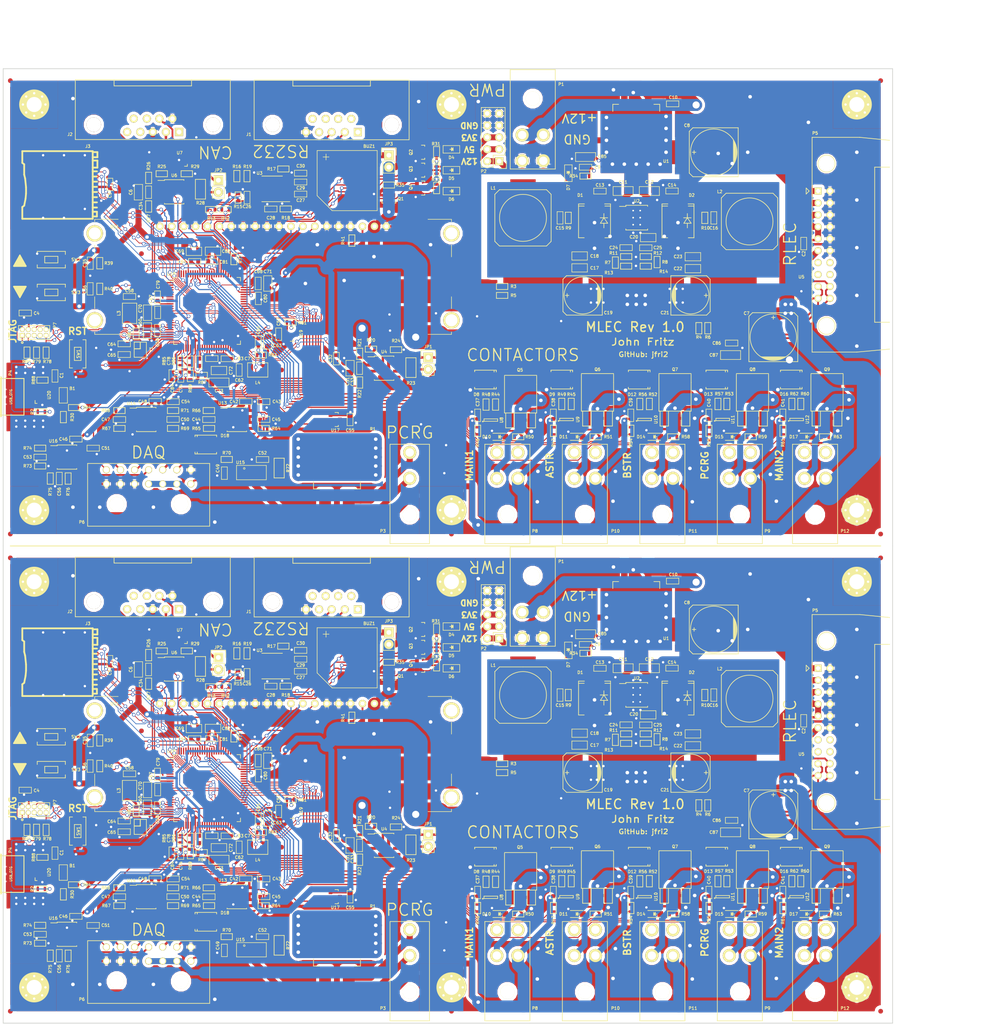
<source format=kicad_pcb>
(kicad_pcb (version 4) (host pcbnew 4.0.2-stable)
  (title_block (title DualMLEC) (date 2016-04-19) (rev 1.0) (company "Purdue University") (comment 1 "John Fritz"))
  (layers (0 F.Cu mixed) (31 B.Cu mixed) (34 B.Paste user) (35 F.Paste user) (36 B.SilkS user) (37 F.SilkS user) (38 B.Mask user) (39 F.Mask user) (44 Edge.Cuts user))
  (net 0 "")
  (net 1 GND)
  (net 2 +12V)
  (net 3 VDDBU)
  (net 4 "Net-(C13-Pad1)")
  (net 5 "Net-(C14-Pad1)")
  (net 6 "Net-(C15-Pad2)")
  (net 7 "Net-(C16-Pad2)")
  (net 8 "Net-(C20-Pad1)")
  (net 9 "Net-(C24-Pad2)")
  (net 10 "Net-(C25-Pad2)")
  (net 11 "Net-(C27-Pad1)")
  (net 12 "Net-(C27-Pad2)")
  (net 13 "Net-(C28-Pad1)")
  (net 14 "Net-(C29-Pad1)")
  (net 15 "Net-(C29-Pad2)")
  (net 16 "Net-(C30-Pad1)")
  (net 17 /Interface/OLED_UP)
  (net 18 /Interface/OLED_DOWN)
  (net 19 "Net-(C44-Pad1)")
  (net 20 "Net-(C45-Pad1)")
  (net 21 "Net-(C47-Pad1)")
  (net 22 "Net-(C49-Pad1)")
  (net 23 "Net-(C50-Pad1)")
  (net 24 /DAQ/INJECT_12V_ISO)
  (net 25 "Net-(C53-Pad1)")
  (net 26 "Net-(C56-Pad1)")
  (net 27 /MCU/ADVREF)
  (net 28 "Net-(C59-Pad1)")
  (net 29 "Net-(C60-Pad1)")
  (net 30 "Net-(C61-Pad1)")
  (net 31 "Net-(C63-Pad1)")
  (net 32 "Net-(C64-Pad1)")
  (net 33 "Net-(C65-Pad1)")
  (net 34 "Net-(C74-Pad1)")
  (net 35 VDDCORE)
  (net 36 "Net-(BUZ1-Pad1)")
  (net 37 "Net-(D4-Pad2)")
  (net 38 "Net-(D4-Pad1)")
  (net 39 "Net-(D5-Pad2)")
  (net 40 "Net-(D5-Pad1)")
  (net 41 "Net-(D6-Pad2)")
  (net 42 "Net-(D6-Pad1)")
  (net 43 "Net-(D7-Pad2)")
  (net 44 "Net-(D10-Pad2)")
  (net 45 "Net-(D11-Pad2)")
  (net 46 "Net-(D14-Pad2)")
  (net 47 "Net-(D15-Pad2)")
  (net 48 "Net-(D17-Pad2)")
  (net 49 "Net-(J1-Pad1)")
  (net 50 /RS232/RS232_RX)
  (net 51 /RS232/RS232_TX)
  (net 52 "Net-(J1-Pad4)")
  (net 53 "Net-(J1-Pad9)")
  (net 54 "Net-(J1-Pad8)")
  (net 55 "Net-(J1-Pad7)")
  (net 56 "Net-(J1-Pad6)")
  (net 57 /CAN/VEHICLE_CAN-)
  (net 58 "Net-(J2-Pad4)")
  (net 59 "Net-(J2-Pad5)")
  (net 60 "Net-(J2-Pad8)")
  (net 61 /CAN/VEHICLE_CAN+)
  (net 62 /CAN/RLEC_CAN+)
  (net 63 "Net-(JP1-Pad2)")
  (net 64 "Net-(JP2-Pad2)")
  (net 65 "Net-(BUZ1-Pad2)")
  (net 66 +5V)
  (net 67 "Net-(P3-Pad2)")
  (net 68 "Net-(P3-Pad1)")
  (net 69 "Net-(P5-Pad13)")
  (net 70 "Net-(P5-Pad14)")
  (net 71 "Net-(P5-Pad15)")
  (net 72 "Net-(P5-Pad16)")
  (net 73 /CAN/RLEC_CAN-)
  (net 74 /DAQ/BSTR_I_RATIO)
  (net 75 /DAQ/ASTR_I_RATIO)
  (net 76 /DAQ/ASTR_2_ANALOG)
  (net 77 /DAQ/BSTR_2_ANALOG)
  (net 78 /DAQ/LOWSIDE_ANALOG)
  (net 79 /DAQ/MAIN1_2_ANALOG)
  (net 80 /MCU/~NRST)
  (net 81 "Net-(P7-Pad7)")
  (net 82 "Net-(P7-Pad8)")
  (net 83 "Net-(P8-Pad3)")
  (net 84 /Contact_Drivers/MAIN_CONT_1_COIL_SINK)
  (net 85 "Net-(P8-Pad4)")
  (net 86 "Net-(P9-Pad3)")
  (net 87 /Contact_Drivers/PCRG_CONT_COIL_SINK)
  (net 88 "Net-(P9-Pad4)")
  (net 89 "Net-(P10-Pad3)")
  (net 90 /Contact_Drivers/ASTR_CONT_LOGIC_SINK)
  (net 91 "Net-(P10-Pad4)")
  (net 92 "Net-(P11-Pad3)")
  (net 93 /Contact_Drivers/BSTR_CONT_COIL_SINK)
  (net 94 "Net-(P11-Pad4)")
  (net 95 "Net-(P12-Pad3)")
  (net 96 /Contact_Drivers/MAIN_CONT_2_COIL_SINK)
  (net 97 "Net-(P12-Pad4)")
  (net 98 /Interface/BUZZ_GATE_DRIVE)
  (net 99 /MCU/PB1)
  (net 100 /MCU/PB2)
  (net 101 /MCU/PB3)
  (net 102 /Interface/~OLED_CS)
  (net 103 /Interface/~OLED_RST)
  (net 104 /MCU/TMS)
  (net 105 /MCU/TDI)
  (net 106 /MCU/TCK)
  (net 107 /MCU/VBUS)
  (net 108 "Net-(R88-Pad2)")
  (net 109 "Net-(U18-Pad1)")
  (net 110 "Net-(U18-Pad2)")
  (net 111 /MCU/UART0_RX)
  (net 112 /MCU/UART0_TX)
  (net 113 "Net-(U18-Pad5)")
  (net 114 "Net-(U18-Pad6)")
  (net 115 "Net-(U18-Pad7)")
  (net 116 "Net-(U18-Pad8)")
  (net 117 "Net-(U18-Pad9)")
  (net 118 /MCU/CAN0_TX)
  (net 119 /MCU/CAN0_RX)
  (net 120 "Net-(U18-Pad15)")
  (net 121 "Net-(U18-Pad16)")
  (net 122 "Net-(U18-Pad17)")
  (net 123 /MCU/TDO)
  (net 124 /MCU/USBD+)
  (net 125 /MCU/USBD-)
  (net 126 "Net-(R84-Pad1)")
  (net 127 /MCU/MCU_DFSD+)
  (net 128 /MCU/MCU_DFSD-)
  (net 129 "Net-(R87-Pad1)")
  (net 130 "Net-(U18-Pad40)")
  (net 131 "Net-(U18-Pad46)")
  (net 132 "Net-(U18-Pad48)")
  (net 133 /MCU/MCCK)
  (net 134 /MCU/MCCDA)
  (net 135 /MCU/CAN1_RX)
  (net 136 /DAQ/INJECT_LOGIC)
  (net 137 "Net-(U18-Pad56)")
  (net 138 /MCU/MCDA3)
  (net 139 /MCU/MCDA2)
  (net 140 /MCU/MCDA1)
  (net 141 /MCU/ADC_3)
  (net 142 /MCU/ADC_2)
  (net 143 /MCU/ADC_1)
  (net 144 /MCU/ADC_0)
  (net 145 /MCU/ADC_8)
  (net 146 /MCU/ADC_9)
  (net 147 /MCU/ADC_10)
  (net 148 "Net-(U18-Pad67)")
  (net 149 "Net-(U18-Pad68)")
  (net 150 "Net-(U18-Pad69)")
  (net 151 /MCU/MCDA0)
  (net 152 /Interface/OLED_SDO)
  (net 153 /Interface/OLED_SDI)
  (net 154 "Net-(R77-Pad2)")
  (net 155 "Net-(U18-Pad79)")
  (net 156 /Contact_Drivers/MAIN_1_CONT_LOGIC)
  (net 157 /MCU/PB7)
  (net 158 /Contact_Drivers/ASTR_CONT_LOGIC)
  (net 159 /Contact_Drivers/BSTR_CONT_LOGIC)
  (net 160 /Contact_Drivers/MAIN_2_CONT_LOGIC)
  (net 161 /MCU/UOTGID)
  (net 162 "Net-(U18-Pad95)")
  (net 163 /MCU/CAN1_TX)
  (net 164 "Net-(U18-Pad97)")
  (net 165 "Net-(U18-Pad98)")
  (net 166 "Net-(U18-Pad99)")
  (net 167 "Net-(U18-Pad100)")
  (net 168 "Net-(R16-Pad2)")
  (net 169 "Net-(R17-Pad2)")
  (net 170 /RS232/RS232_~EN)
  (net 171 /RS232/RS232_FORCEON)
  (net 172 "Net-(Q5-Pad1)")
  (net 173 "Net-(R44-Pad2)")
  (net 174 "Net-(Q6-Pad1)")
  (net 175 "Net-(R45-Pad2)")
  (net 176 "Net-(R46-Pad1)")
  (net 177 "Net-(R47-Pad1)")
  (net 178 "Net-(R50-Pad1)")
  (net 179 "Net-(R51-Pad1)")
  (net 180 "Net-(Q7-Pad1)")
  (net 181 "Net-(R52-Pad2)")
  (net 182 "Net-(Q8-Pad1)")
  (net 183 "Net-(R53-Pad2)")
  (net 184 "Net-(R54-Pad1)")
  (net 185 "Net-(R55-Pad1)")
  (net 186 "Net-(R58-Pad1)")
  (net 187 "Net-(R59-Pad1)")
  (net 188 "Net-(Q9-Pad1)")
  (net 189 "Net-(R60-Pad2)")
  (net 190 "Net-(R61-Pad1)")
  (net 191 "Net-(R63-Pad1)")
  (net 192 "Net-(R72-Pad2)")
  (net 193 /Interface/OLED_SCK)
  (net 194 "Net-(B1-Pad1)")
  (net 195 "Net-(U2-Pad10)")
  (net 196 "Net-(U3-Pad10)")
  (net 197 "Net-(R20-Pad2)")
  (net 198 "Net-(R22-Pad1)")
  (net 199 "Net-(U4-Pad5)")
  (net 200 "Net-(R24-Pad1)")
  (net 201 "Net-(R25-Pad2)")
  (net 202 "Net-(R27-Pad1)")
  (net 203 "Net-(U6-Pad5)")
  (net 204 "Net-(R29-Pad1)")
  (net 205 "Net-(DS1-Pad3)")
  (net 206 "Net-(U19-Pad3)")
  (net 207 /Power_Supply/VIN)
  (net 208 /Power_Supply/SW_5)
  (net 209 /Power_Supply/SW_33)
  (net 210 /Power_Supply/FB_5)
  (net 211 /Power_Supply/FB_33)
  (net 212 /Power_Supply/5V_OUT)
  (net 213 /Power_Supply/3V3_OUT)
  (net 214 /Heatsink)
  (net 215 "Net-(J2-Pad1)")
  (net 216 "Net-(J2-Pad9)")
  (net 217 "Net-(U5-Pad3)")
  (net 218 "Net-(U5-Pad4)")
  (net 219 "Net-(U5-Pad5)")
  (net 220 "Net-(U7-Pad3)")
  (net 221 "Net-(U7-Pad4)")
  (net 222 "Net-(U7-Pad5)")
  (net 223 "Net-(U20-Pad3)")
  (net 224 "Net-(U20-Pad4)")
  (net 225 "Net-(U18-Pad36)")
  (net 226 "Net-(U18-Pad37)")
  (net 227 /UOTGID_U)
  (module FritzLib:C_0603_OUTLINE (layer F.Cu) (at 111.252 200.406 90)
    (fp_text reference C61 (at 2.54 0 90) (layer F.SilkS) (effects (font (size 0.635 0.635) (thickness 0.12714))))
    (fp_text value 100nF)
    (pad 1 smd rect (at -0.75 0 90) (size 0.8 0.75) (layers F.Cu F.Paste F.Mask) (net 30 "Net-(C61-Pad1)"))
    (pad 2 smd rect (at 0.75 0 90) (size 0.8 0.75) (layers F.Cu F.Paste F.Mask) (net 1 GND))
  )
  (module FritzLib:C_0805_OUTLINE (layer F.Cu) (at 113.284 200.279 90)
    (fp_text reference C63 (at -0.889 2.032 180) (layer F.SilkS) (effects (font (size 0.635 0.635) (thickness 0.12714))))
    (fp_text value 4.7uF)
    (pad 1 smd rect (at -1 0 90) (size 1 1.25) (layers F.Cu F.Paste F.Mask) (net 31 "Net-(C63-Pad1)"))
    (pad 2 smd rect (at 1 0 90) (size 1 1.25) (layers F.Cu F.Paste F.Mask) (net 1 GND))
  )
  (module FritzLib:R_0603_OUTLINE (layer F.Cu) (at 111.76 203.2)
    (fp_text reference R83 (at 2.54 0) (layer F.SilkS) (effects (font (size 0.635 0.635) (thickness 0.12714))))
    (fp_text value 1R)
    (pad 1 smd rect (at -0.75 0) (size 0.5 0.9) (layers F.Cu F.Paste F.Mask) (net 30 "Net-(C61-Pad1)"))
    (pad 2 smd rect (at 0.75 0) (size 0.5 0.9) (layers F.Cu F.Paste F.Mask) (net 31 "Net-(C63-Pad1)"))
  )
  (module FritzLib:C_1210_OUTLINE (layer F.Cu) (at 83.82 194.31 90)
    (fp_text reference L3 (at 0 -2.286 90) (layer F.SilkS) (effects (font (size 0.635 0.635) (thickness 0.12714))))
    (fp_text value 10uH)
    (pad 1 smd rect (at -1.5 0 90) (size 1 2.5) (layers F.Cu F.Paste F.Mask) (net 28 "Net-(C59-Pad1)"))
    (pad 2 smd rect (at 1.5 0 90) (size 1 2.5) (layers F.Cu F.Paste F.Mask) (net 3 VDDBU))
  )
  (module FritzLib:NHD_OLED_2x16 (layer F.Cu) (at 76.4 174.292)
    (fp_text reference DS1 (at 4.245 1.603) (layer F.SilkS) (effects (font (size 0.635 0.635) (thickness 0.12714))))
    (fp_text value NHD-0216CW)
    (pad 20 thru_hole circle (at 13.87 1.5) (size 1.6 1.6) (drill 0.9) (layers *.Cu *.Mask F.SilkS) (net 1 GND))
    (pad 19 thru_hole circle (at 16.41 1.5) (size 1.6 1.6) (drill 0.9) (layers *.Cu *.Mask F.SilkS) (net 1 GND))
    (pad 18 thru_hole circle (at 18.95 1.5) (size 1.6 1.6) (drill 0.9) (layers *.Cu *.Mask F.SilkS) (net 1 GND))
    (pad 17 thru_hole circle (at 21.49 1.5) (size 1.6 1.6) (drill 0.9) (layers *.Cu *.Mask F.SilkS) (net 1 GND))
    (pad 16 thru_hole circle (at 24.03 1.5) (size 1.6 1.6) (drill 0.9) (layers *.Cu *.Mask F.SilkS) (net 103 /Interface/~OLED_RST))
    (pad 15 thru_hole circle (at 26.57 1.5) (size 1.6 1.6) (drill 0.9) (layers *.Cu *.Mask F.SilkS) (net 102 /Interface/~OLED_CS))
    (pad 14 thru_hole circle (at 29.11 1.5) (size 1.6 1.6) (drill 0.9) (layers *.Cu *.Mask F.SilkS) (net 1 GND))
    (pad 13 thru_hole circle (at 31.65 1.5) (size 1.6 1.6) (drill 0.9) (layers *.Cu *.Mask F.SilkS) (net 1 GND))
    (pad 12 thru_hole circle (at 34.19 1.5) (size 1.6 1.6) (drill 0.9) (layers *.Cu *.Mask F.SilkS) (net 1 GND))
    (pad 11 thru_hole circle (at 36.73 1.5) (size 1.6 1.6) (drill 0.9) (layers *.Cu *.Mask F.SilkS) (net 1 GND))
    (pad 10 thru_hole circle (at 39.27 1.5) (size 1.6 1.6) (drill 0.9) (layers *.Cu *.Mask F.SilkS) (net 1 GND))
    (pad 9 thru_hole circle (at 41.81 1.5) (size 1.6 1.6) (drill 0.9) (layers *.Cu *.Mask F.SilkS) (net 152 /Interface/OLED_SDO))
    (pad 8 thru_hole circle (at 44.35 1.5) (size 1.6 1.6) (drill 0.9) (layers *.Cu *.Mask F.SilkS) (net 153 /Interface/OLED_SDI))
    (pad 7 thru_hole circle (at 46.89 1.5) (size 1.6 1.6) (drill 0.9) (layers *.Cu *.Mask F.SilkS) (net 193 /Interface/OLED_SCK))
    (pad 6 thru_hole circle (at 49.43 1.5) (size 1.6 1.6) (drill 0.9) (layers *.Cu *.Mask F.SilkS) (net 1 GND))
    (pad 5 thru_hole circle (at 51.97 1.5) (size 1.6 1.6) (drill 0.9) (layers *.Cu *.Mask F.SilkS) (net 1 GND))
    (pad 4 thru_hole circle (at 54.51 1.5) (size 1.6 1.6) (drill 0.9) (layers *.Cu *.Mask F.SilkS) (net 1 GND))
    (pad 3 thru_hole circle (at 57.05 1.5) (size 1.6 1.6) (drill 0.9) (layers *.Cu *.Mask F.SilkS) (net 205 "Net-(DS1-Pad3)"))
    (pad 2 thru_hole circle (at 59.59 1.5) (size 1.6 1.6) (drill 0.9) (layers *.Cu *.Mask F.SilkS) (net 3 VDDBU))
    (pad 1 thru_hole circle (at 62.13 1.5) (size 1.6 1.6) (drill 0.9) (layers *.Cu *.Mask F.SilkS) (net 1 GND))
    (pad "" thru_hole circle (at 0 3) (size 3.5 3.5) (drill 2.6) (layers *.Cu *.Mask F.SilkS))
    (pad "" thru_hole circle (at 76 3) (size 3.5 3.5) (drill 2.6) (layers *.Cu *.Mask F.SilkS))
    (pad "" thru_hole circle (at 0 21.5) (size 3.5 3.5) (drill 2.6) (layers *.Cu *.Mask F.SilkS))
    (pad "" thru_hole circle (at 76 21.5) (size 3.5 3.5) (drill 2.6) (layers *.Cu *.Mask F.SilkS))
  )
  (module FritzLib:C_0603_OUTLINE (layer F.Cu) (at 111.252 191.135 270)
    (fp_text reference C80 (at 0 -1.524 270) (layer F.SilkS) (effects (font (size 0.635 0.635) (thickness 0.12714))))
    (fp_text value 100nF)
    (pad 1 smd rect (at -0.75 0 270) (size 0.8 0.75) (layers F.Cu F.Paste F.Mask) (net 35 VDDCORE))
    (pad 2 smd rect (at 0.75 0 270) (size 0.8 0.75) (layers F.Cu F.Paste F.Mask) (net 1 GND))
  )
  (module FritzLib:R_0603_OUTLINE (layer F.Cu) (at 106.045 182.765 270)
    (fp_text reference R77 (at 0 -1.397 270) (layer F.SilkS) (effects (font (size 0.635 0.635) (thickness 0.12714))))
    (fp_text value 39)
    (pad 1 smd rect (at -0.75 0 270) (size 0.5 0.9) (layers F.Cu F.Paste F.Mask) (net 193 /Interface/OLED_SCK))
    (pad 2 smd rect (at 0.75 0 270) (size 0.5 0.9) (layers F.Cu F.Paste F.Mask) (net 154 "Net-(R77-Pad2)"))
  )
  (module FritzLib:R_1206_OUTLINE (layer F.Cu) (at 143.764 205.867 270)
    (fp_text reference R23 (at 3.302 0 360) (layer F.SilkS) (effects (font (size 0.635 0.635) (thickness 0.12714))))
    (fp_text value 120)
    (pad 1 smd rect (at -1.45 0 270) (size 0.9 1.7) (layers F.Cu F.Paste F.Mask) (net 63 "Net-(JP1-Pad2)"))
    (pad 2 smd rect (at 1.45 0 270) (size 0.9 1.7) (layers F.Cu F.Paste F.Mask) (net 73 /CAN/RLEC_CAN-))
  )
  (module Fiducials:Fiducial_1mm_Dia_2.54mm_Outer_CopperTop (layer F.Cu) (at 116.205 206.375)
    (fp_text reference FI8 hide)
    (fp_text value Fiducal hide)
    (pad ~ smd circle (at 0 0) (size 1 1) (layers F.Cu F.Mask) (clearance 0.77))
  )
  (module FritzLib:R_0603_OUTLINE (layer F.Cu) (at 140.589 202.057)
    (fp_text reference R24 (at 0 -1.9) (layer F.SilkS) (effects (font (size 0.635 0.635) (thickness 0.12714))))
    (fp_text value 10k)
    (pad 1 smd rect (at -0.75 0) (size 0.5 0.9) (layers F.Cu F.Paste F.Mask) (net 200 "Net-(R24-Pad1)"))
    (pad 2 smd rect (at 0.75 0) (size 0.5 0.9) (layers F.Cu F.Paste F.Mask) (net 1 GND))
  )
  (module FritzLib:C_0603_OUTLINE (layer F.Cu) (at 115.57 198.755 270)
    (fp_text reference C57 (at -2.667 0 270) (layer F.SilkS) (effects (font (size 0.635 0.635) (thickness 0.12714))))
    (fp_text value 100nF)
    (pad 1 smd rect (at -0.75 0 270) (size 0.8 0.75) (layers F.Cu F.Paste F.Mask) (net 27 /MCU/ADVREF))
    (pad 2 smd rect (at 0.75 0 270) (size 0.8 0.75) (layers F.Cu F.Paste F.Mask) (net 1 GND))
  )
  (module TO_SOT_Packages_SMD:SOT-23 (layer F.Cu) (at 118.11 198.755 270)
    (fp_text reference U19 (at 0 -2.25 270) (layer F.SilkS) (effects (font (size 0.635 0.635) (thickness 0.12714))))
    (fp_text value LM4040)
    (pad 1 smd rect (at -0.95 1.00076 270) (size 0.8001 0.8001) (layers F.Cu F.Paste F.Mask) (net 27 /MCU/ADVREF))
    (pad 2 smd rect (at 0.95 1.00076 270) (size 0.8001 0.8001) (layers F.Cu F.Paste F.Mask) (net 1 GND))
    (pad 3 smd rect (at 0 -0.99822 270) (size 0.8001 0.8001) (layers F.Cu F.Paste F.Mask) (net 206 "Net-(U19-Pad3)"))
  )
  (module FritzLib:R_0603_OUTLINE (layer F.Cu) (at 118.11 196.215 180)
    (fp_text reference R81 (at -2.54 -0.127 180) (layer F.SilkS) (effects (font (size 0.635 0.635) (thickness 0.12714))))
    (fp_text value 4.7k)
    (pad 1 smd rect (at -0.75 0 180) (size 0.5 0.9) (layers F.Cu F.Paste F.Mask) (net 3 VDDBU))
    (pad 2 smd rect (at 0.75 0 180) (size 0.5 0.9) (layers F.Cu F.Paste F.Mask) (net 27 /MCU/ADVREF))
  )
  (module FritzLib:R_0603_OUTLINE (layer F.Cu) (at 96.774 207.645 90)
    (fp_text reference R89 (at -2.667 0 270) (layer F.SilkS) (effects (font (size 0.635 0.635) (thickness 0.12714))))
    (fp_text value 6.8k)
    (pad 1 smd rect (at -0.75 0 90) (size 0.5 0.9) (layers F.Cu F.Paste F.Mask) (net 34 "Net-(C74-Pad1)"))
    (pad 2 smd rect (at 0.75 0 90) (size 0.5 0.9) (layers F.Cu F.Paste F.Mask) (net 1 GND))
  )
  (module FritzLib:R_0603_OUTLINE (layer F.Cu) (at 99.187 207.518 180)
    (fp_text reference R87 (at -0.127 -1.524 180) (layer F.SilkS) (effects (font (size 0.635 0.635) (thickness 0.12714))))
    (fp_text value 1k)
    (pad 1 smd rect (at -0.75 0 180) (size 0.5 0.9) (layers F.Cu F.Paste F.Mask) (net 129 "Net-(R87-Pad1)"))
    (pad 2 smd rect (at 0.75 0 180) (size 0.5 0.9) (layers F.Cu F.Paste F.Mask) (net 1 GND))
  )
  (module FritzLib:R_0603_OUTLINE (layer F.Cu) (at 94.742 204.597 270)
    (fp_text reference R85 (at -0.127 3.556 270) (layer F.SilkS) (effects (font (size 0.635 0.635) (thickness 0.12714))))
    (fp_text value 39R)
    (pad 1 smd rect (at -0.75 0 270) (size 0.5 0.9) (layers F.Cu F.Paste F.Mask) (net 127 /MCU/MCU_DFSD+))
    (pad 2 smd rect (at 0.75 0 270) (size 0.5 0.9) (layers F.Cu F.Paste F.Mask) (net 124 /MCU/USBD+))
  )
  (module FritzLib:R_0603_OUTLINE (layer F.Cu) (at 96.774 204.597 270)
    (fp_text reference R86 (at -0.127 3.556 270) (layer F.SilkS) (effects (font (size 0.635 0.635) (thickness 0.12714))))
    (fp_text value 39R)
    (pad 1 smd rect (at -0.75 0 270) (size 0.5 0.9) (layers F.Cu F.Paste F.Mask) (net 128 /MCU/MCU_DFSD-))
    (pad 2 smd rect (at 0.75 0 270) (size 0.5 0.9) (layers F.Cu F.Paste F.Mask) (net 125 /MCU/USBD-))
  )
  (module FritzLib:C_0603_OUTLINE (layer F.Cu) (at 127.889 203.962 90)
    (fp_text reference C32 (at 0 -1.27 90) (layer F.SilkS) (effects (font (size 0.635 0.635) (thickness 0.12714))))
    (fp_text value 100nF)
    (pad 1 smd rect (at -0.75 0 90) (size 0.8 0.75) (layers F.Cu F.Paste F.Mask) (net 3 VDDBU))
    (pad 2 smd rect (at 0.75 0 90) (size 0.8 0.75) (layers F.Cu F.Paste F.Mask) (net 1 GND))
  )
  (module FritzLib:C_0805_OUTLINE (layer F.Cu) (at 130.81 205.994 90)
    (fp_text reference C31 (at -2.794 -0.508 90) (layer F.SilkS) (effects (font (size 0.635 0.635) (thickness 0.12714))))
    (fp_text value 10uF)
    (pad 1 smd rect (at -1 0 90) (size 1 1.25) (layers F.Cu F.Paste F.Mask) (net 3 VDDBU))
    (pad 2 smd rect (at 1 0 90) (size 1 1.25) (layers F.Cu F.Paste F.Mask) (net 1 GND))
  )
  (module FritzLib:R_0603_OUTLINE (layer F.Cu) (at 132.842 202.946 90)
    (fp_text reference R21 (at 2.413 0 90) (layer F.SilkS) (effects (font (size 0.635 0.635) (thickness 0.12714))))
    (fp_text value 0R)
    (pad 1 smd rect (at -0.75 0 90) (size 0.5 0.9) (layers F.Cu F.Paste F.Mask) (net 197 "Net-(R20-Pad2)"))
    (pad 2 smd rect (at 0.75 0 90) (size 0.5 0.9) (layers F.Cu F.Paste F.Mask) (net 118 /MCU/CAN0_TX))
  )
  (module FritzLib:R_0603_OUTLINE (layer F.Cu) (at 135.255 201.93)
    (fp_text reference R20 (at 0 -1.9) (layer F.SilkS) (effects (font (size 0.635 0.635) (thickness 0.12714))))
    (fp_text value 10k)
    (pad 1 smd rect (at -0.75 0) (size 0.5 0.9) (layers F.Cu F.Paste F.Mask) (net 3 VDDBU))
    (pad 2 smd rect (at 0.75 0) (size 0.5 0.9) (layers F.Cu F.Paste F.Mask) (net 197 "Net-(R20-Pad2)"))
  )
  (module FritzLib:C_0603_OUTLINE (layer F.Cu) (at 132.842 205.994 90)
    (fp_text reference C33 (at -2.921 -1.524 270) (layer F.SilkS) (effects (font (size 0.635 0.635) (thickness 0.12714))))
    (fp_text value 100nF)
    (pad 1 smd rect (at -0.75 0 90) (size 0.8 0.75) (layers F.Cu F.Paste F.Mask) (net 3 VDDBU))
    (pad 2 smd rect (at 0.75 0 90) (size 0.8 0.75) (layers F.Cu F.Paste F.Mask) (net 1 GND))
  )
  (module FritzLib:C_0603_OUTLINE (layer F.Cu) (at 89.797 194.110476 270)
    (fp_text reference C67 (at -2.848476 1.405 270) (layer F.SilkS) (effects (font (size 0.635 0.635) (thickness 0.12714))))
    (fp_text value 100nF)
    (pad 1 smd rect (at -0.75 0 270) (size 0.8 0.75) (layers F.Cu F.Paste F.Mask) (net 3 VDDBU))
    (pad 2 smd rect (at 0.75 0 270) (size 0.8 0.75) (layers F.Cu F.Paste F.Mask) (net 1 GND))
  )
  (module FritzLib:C_0805_OUTLINE (layer F.Cu) (at 87.63 194.183 270)
    (fp_text reference C70 (at -0.889 1.524 270) (layer F.SilkS) (effects (font (size 0.635 0.635) (thickness 0.12714))))
    (fp_text value 4.7uF)
    (pad 1 smd rect (at -1 0 270) (size 1 1.25) (layers F.Cu F.Paste F.Mask) (net 3 VDDBU))
    (pad 2 smd rect (at 1 0 270) (size 1 1.25) (layers F.Cu F.Paste F.Mask) (net 1 GND))
  )
  (module FritzLib:C_0603_OUTLINE (layer F.Cu) (at 89.789 190.881 90)
    (fp_text reference C79 (at 2.667 0.127 90) (layer F.SilkS) (effects (font (size 0.635 0.635) (thickness 0.12714))))
    (fp_text value 100nF)
    (pad 1 smd rect (at -0.75 0 90) (size 0.8 0.75) (layers F.Cu F.Paste F.Mask) (net 35 VDDCORE))
    (pad 2 smd rect (at 0.75 0 90) (size 0.8 0.75) (layers F.Cu F.Paste F.Mask) (net 1 GND))
  )
  (module Housings_QFP:LQFP-100_14x14mm_Pitch0.5mm (layer F.Cu) (at 100.33 193.802)
    (fp_text reference U18 (at -7.62 -7.874) (layer F.SilkS) (effects (font (size 0.635 0.635) (thickness 0.12714))))
    (fp_text value SAM3X4/8C-100LQFP)
    (pad 1 smd rect (at -7.9 -6) (size 1.5 0.28) (layers F.Cu F.Paste F.Mask) (net 109 "Net-(U18-Pad1)"))
    (pad 2 smd rect (at -7.9 -5.5) (size 1.5 0.28) (layers F.Cu F.Paste F.Mask) (net 110 "Net-(U18-Pad2)"))
    (pad 3 smd rect (at -7.9 -5) (size 1.5 0.28) (layers F.Cu F.Paste F.Mask) (net 111 /MCU/UART0_RX))
    (pad 4 smd rect (at -7.9 -4.5) (size 1.5 0.28) (layers F.Cu F.Paste F.Mask) (net 112 /MCU/UART0_TX))
    (pad 5 smd rect (at -7.9 -4) (size 1.5 0.28) (layers F.Cu F.Paste F.Mask) (net 113 "Net-(U18-Pad5)"))
    (pad 6 smd rect (at -7.9 -3.5) (size 1.5 0.28) (layers F.Cu F.Paste F.Mask) (net 114 "Net-(U18-Pad6)"))
    (pad 7 smd rect (at -7.9 -3) (size 1.5 0.28) (layers F.Cu F.Paste F.Mask) (net 115 "Net-(U18-Pad7)"))
    (pad 8 smd rect (at -7.9 -2.5) (size 1.5 0.28) (layers F.Cu F.Paste F.Mask) (net 116 "Net-(U18-Pad8)"))
    (pad 9 smd rect (at -7.9 -2) (size 1.5 0.28) (layers F.Cu F.Paste F.Mask) (net 117 "Net-(U18-Pad9)"))
    (pad 10 smd rect (at -7.9 -1.5) (size 1.5 0.28) (layers F.Cu F.Paste F.Mask) (net 35 VDDCORE))
    (pad 11 smd rect (at -7.9 -1) (size 1.5 0.28) (layers F.Cu F.Paste F.Mask) (net 3 VDDBU))
    (pad 12 smd rect (at -7.9 -0.5) (size 1.5 0.28) (layers F.Cu F.Paste F.Mask) (net 1 GND))
    (pad 13 smd rect (at -7.9 0) (size 1.5 0.28) (layers F.Cu F.Paste F.Mask) (net 118 /MCU/CAN0_TX))
    (pad 14 smd rect (at -7.9 0.5) (size 1.5 0.28) (layers F.Cu F.Paste F.Mask) (net 119 /MCU/CAN0_RX))
    (pad 15 smd rect (at -7.9 1) (size 1.5 0.28) (layers F.Cu F.Paste F.Mask) (net 120 "Net-(U18-Pad15)"))
    (pad 16 smd rect (at -7.9 1.5) (size 1.5 0.28) (layers F.Cu F.Paste F.Mask) (net 121 "Net-(U18-Pad16)"))
    (pad 17 smd rect (at -7.9 2) (size 1.5 0.28) (layers F.Cu F.Paste F.Mask) (net 122 "Net-(U18-Pad17)"))
    (pad 18 smd rect (at -7.9 2.5) (size 1.5 0.28) (layers F.Cu F.Paste F.Mask) (net 106 /MCU/TCK))
    (pad 19 smd rect (at -7.9 3) (size 1.5 0.28) (layers F.Cu F.Paste F.Mask) (net 105 /MCU/TDI))
    (pad 20 smd rect (at -7.9 3.5) (size 1.5 0.28) (layers F.Cu F.Paste F.Mask) (net 123 /MCU/TDO))
    (pad 21 smd rect (at -7.9 4) (size 1.5 0.28) (layers F.Cu F.Paste F.Mask) (net 104 /MCU/TMS))
    (pad 22 smd rect (at -7.9 4.5) (size 1.5 0.28) (layers F.Cu F.Paste F.Mask) (net 1 GND))
    (pad 23 smd rect (at -7.9 5) (size 1.5 0.28) (layers F.Cu F.Paste F.Mask) (net 28 "Net-(C59-Pad1)"))
    (pad 24 smd rect (at -7.9 5.5) (size 1.5 0.28) (layers F.Cu F.Paste F.Mask) (net 32 "Net-(C64-Pad1)"))
    (pad 25 smd rect (at -7.9 6) (size 1.5 0.28) (layers F.Cu F.Paste F.Mask) (net 33 "Net-(C65-Pad1)"))
    (pad 26 smd rect (at -6 7.9 90) (size 1.5 0.28) (layers F.Cu F.Paste F.Mask) (net 124 /MCU/USBD+))
    (pad 27 smd rect (at -5.5 7.9 90) (size 1.5 0.28) (layers F.Cu F.Paste F.Mask) (net 125 /MCU/USBD-))
    (pad 28 smd rect (at -5 7.9 90) (size 1.5 0.28) (layers F.Cu F.Paste F.Mask) (net 126 "Net-(R84-Pad1)"))
    (pad 29 smd rect (at -4.5 7.9 90) (size 1.5 0.28) (layers F.Cu F.Paste F.Mask) (net 34 "Net-(C74-Pad1)"))
    (pad 30 smd rect (at -4 7.9 90) (size 1.5 0.28) (layers F.Cu F.Paste F.Mask) (net 3 VDDBU))
    (pad 31 smd rect (at -3.5 7.9 90) (size 1.5 0.28) (layers F.Cu F.Paste F.Mask) (net 127 /MCU/MCU_DFSD+))
    (pad 32 smd rect (at -3 7.9 90) (size 1.5 0.28) (layers F.Cu F.Paste F.Mask) (net 128 /MCU/MCU_DFSD-))
    (pad 33 smd rect (at -2.5 7.9 90) (size 1.5 0.28) (layers F.Cu F.Paste F.Mask) (net 1 GND))
    (pad 34 smd rect (at -2 7.9 90) (size 1.5 0.28) (layers F.Cu F.Paste F.Mask) (net 35 VDDCORE))
    (pad 35 smd rect (at -1.5 7.9 90) (size 1.5 0.28) (layers F.Cu F.Paste F.Mask) (net 1 GND))
    (pad 36 smd rect (at -1 7.9 90) (size 1.5 0.28) (layers F.Cu F.Paste F.Mask) (net 225 "Net-(U18-Pad36)"))
    (pad 37 smd rect (at -0.5 7.9 90) (size 1.5 0.28) (layers F.Cu F.Paste F.Mask) (net 226 "Net-(U18-Pad37)"))
    (pad 38 smd rect (at 0 7.9 90) (size 1.5 0.28) (layers F.Cu F.Paste F.Mask) (net 129 "Net-(R87-Pad1)"))
    (pad 39 smd rect (at 0.5 7.9 90) (size 1.5 0.28) (layers F.Cu F.Paste F.Mask) (net 3 VDDBU))
    (pad 40 smd rect (at 1 7.9 90) (size 1.5 0.28) (layers F.Cu F.Paste F.Mask) (net 130 "Net-(U18-Pad40)"))
    (pad 41 smd rect (at 1.5 7.9 90) (size 1.5 0.28) (layers F.Cu F.Paste F.Mask) (net 1 GND))
    (pad 42 smd rect (at 2 7.9 90) (size 1.5 0.28) (layers F.Cu F.Paste F.Mask) (net 35 VDDCORE))
    (pad 43 smd rect (at 2.5 7.9 90) (size 1.5 0.28) (layers F.Cu F.Paste F.Mask) (net 3 VDDBU))
    (pad 44 smd rect (at 3 7.9 90) (size 1.5 0.28) (layers F.Cu F.Paste F.Mask) (net 1 GND))
    (pad 45 smd rect (at 3.5 7.9 90) (size 1.5 0.28) (layers F.Cu F.Paste F.Mask) (net 35 VDDCORE))
    (pad 46 smd rect (at 4 7.9 90) (size 1.5 0.28) (layers F.Cu F.Paste F.Mask) (net 131 "Net-(U18-Pad46)"))
    (pad 47 smd rect (at 4.5 7.9 90) (size 1.5 0.28) (layers F.Cu F.Paste F.Mask) (net 80 /MCU/~NRST))
    (pad 48 smd rect (at 5 7.9 90) (size 1.5 0.28) (layers F.Cu F.Paste F.Mask) (net 132 "Net-(U18-Pad48)"))
    (pad 49 smd rect (at 5.5 7.9 90) (size 1.5 0.28) (layers F.Cu F.Paste F.Mask) (net 133 /MCU/MCCK))
    (pad 50 smd rect (at 6 7.9 90) (size 1.5 0.28) (layers F.Cu F.Paste F.Mask) (net 134 /MCU/MCCDA))
    (pad 51 smd rect (at 7.9 6) (size 1.5 0.28) (layers F.Cu F.Paste F.Mask) (net 30 "Net-(C61-Pad1)"))
    (pad 52 smd rect (at 7.9 5.5) (size 1.5 0.28) (layers F.Cu F.Paste F.Mask) (net 1 GND))
    (pad 53 smd rect (at 7.9 5) (size 1.5 0.28) (layers F.Cu F.Paste F.Mask) (net 27 /MCU/ADVREF))
    (pad 54 smd rect (at 7.9 4.5) (size 1.5 0.28) (layers F.Cu F.Paste F.Mask) (net 135 /MCU/CAN1_RX))
    (pad 55 smd rect (at 7.9 4) (size 1.5 0.28) (layers F.Cu F.Paste F.Mask) (net 136 /DAQ/INJECT_LOGIC))
    (pad 56 smd rect (at 7.9 3.5) (size 1.5 0.28) (layers F.Cu F.Paste F.Mask) (net 137 "Net-(U18-Pad56)"))
    (pad 57 smd rect (at 7.9 3) (size 1.5 0.28) (layers F.Cu F.Paste F.Mask) (net 138 /MCU/MCDA3))
    (pad 58 smd rect (at 7.9 2.5) (size 1.5 0.28) (layers F.Cu F.Paste F.Mask) (net 139 /MCU/MCDA2))
    (pad 59 smd rect (at 7.9 2) (size 1.5 0.28) (layers F.Cu F.Paste F.Mask) (net 140 /MCU/MCDA1))
    (pad 60 smd rect (at 7.9 1.5) (size 1.5 0.28) (layers F.Cu F.Paste F.Mask) (net 141 /MCU/ADC_3))
    (pad 61 smd rect (at 7.9 1) (size 1.5 0.28) (layers F.Cu F.Paste F.Mask) (net 142 /MCU/ADC_2))
    (pad 62 smd rect (at 7.9 0.5) (size 1.5 0.28) (layers F.Cu F.Paste F.Mask) (net 143 /MCU/ADC_1))
    (pad 63 smd rect (at 7.9 0) (size 1.5 0.28) (layers F.Cu F.Paste F.Mask) (net 144 /MCU/ADC_0))
    (pad 64 smd rect (at 7.9 -0.5) (size 1.5 0.28) (layers F.Cu F.Paste F.Mask) (net 145 /MCU/ADC_8))
    (pad 65 smd rect (at 7.9 -1) (size 1.5 0.28) (layers F.Cu F.Paste F.Mask) (net 146 /MCU/ADC_9))
    (pad 66 smd rect (at 7.9 -1.5) (size 1.5 0.28) (layers F.Cu F.Paste F.Mask) (net 147 /MCU/ADC_10))
    (pad 67 smd rect (at 7.9 -2) (size 1.5 0.28) (layers F.Cu F.Paste F.Mask) (net 148 "Net-(U18-Pad67)"))
    (pad 68 smd rect (at 7.9 -2.5) (size 1.5 0.28) (layers F.Cu F.Paste F.Mask) (net 149 "Net-(U18-Pad68)"))
    (pad 69 smd rect (at 7.9 -3) (size 1.5 0.28) (layers F.Cu F.Paste F.Mask) (net 150 "Net-(U18-Pad69)"))
    (pad 70 smd rect (at 7.9 -3.5) (size 1.5 0.28) (layers F.Cu F.Paste F.Mask) (net 103 /Interface/~OLED_RST))
    (pad 71 smd rect (at 7.9 -4) (size 1.5 0.28) (layers F.Cu F.Paste F.Mask) (net 35 VDDCORE))
    (pad 72 smd rect (at 7.9 -4.5) (size 1.5 0.28) (layers F.Cu F.Paste F.Mask) (net 3 VDDBU))
    (pad 73 smd rect (at 7.9 -5) (size 1.5 0.28) (layers F.Cu F.Paste F.Mask) (net 1 GND))
    (pad 74 smd rect (at 7.9 -5.5) (size 1.5 0.28) (layers F.Cu F.Paste F.Mask) (net 151 /MCU/MCDA0))
    (pad 75 smd rect (at 7.9 -6) (size 1.5 0.28) (layers F.Cu F.Paste F.Mask) (net 152 /Interface/OLED_SDO))
    (pad 76 smd rect (at 6 -7.9 90) (size 1.5 0.28) (layers F.Cu F.Paste F.Mask) (net 153 /Interface/OLED_SDI))
    (pad 77 smd rect (at 5.5 -7.9 90) (size 1.5 0.28) (layers F.Cu F.Paste F.Mask) (net 154 "Net-(R77-Pad2)"))
    (pad 78 smd rect (at 5 -7.9 90) (size 1.5 0.28) (layers F.Cu F.Paste F.Mask) (net 102 /Interface/~OLED_CS))
    (pad 79 smd rect (at 4.5 -7.9 90) (size 1.5 0.28) (layers F.Cu F.Paste F.Mask) (net 155 "Net-(U18-Pad79)"))
    (pad 80 smd rect (at 4 -7.9 90) (size 1.5 0.28) (layers F.Cu F.Paste F.Mask) (net 98 /Interface/BUZZ_GATE_DRIVE))
    (pad 81 smd rect (at 3.5 -7.9 90) (size 1.5 0.28) (layers F.Cu F.Paste F.Mask) (net 99 /MCU/PB1))
    (pad 82 smd rect (at 3 -7.9 90) (size 1.5 0.28) (layers F.Cu F.Paste F.Mask) (net 100 /MCU/PB2))
    (pad 83 smd rect (at 2.5 -7.9 90) (size 1.5 0.28) (layers F.Cu F.Paste F.Mask) (net 101 /MCU/PB3))
    (pad 84 smd rect (at 2 -7.9 90) (size 1.5 0.28) (layers F.Cu F.Paste F.Mask) (net 17 /Interface/OLED_UP))
    (pad 85 smd rect (at 1.5 -7.9 90) (size 1.5 0.28) (layers F.Cu F.Paste F.Mask) (net 18 /Interface/OLED_DOWN))
    (pad 86 smd rect (at 1 -7.9 90) (size 1.5 0.28) (layers F.Cu F.Paste F.Mask) (net 156 /Contact_Drivers/MAIN_1_CONT_LOGIC))
    (pad 87 smd rect (at 0.5 -7.9 90) (size 1.5 0.28) (layers F.Cu F.Paste F.Mask) (net 157 /MCU/PB7))
    (pad 88 smd rect (at 0 -7.9 90) (size 1.5 0.28) (layers F.Cu F.Paste F.Mask) (net 158 /Contact_Drivers/ASTR_CONT_LOGIC))
    (pad 89 smd rect (at -0.5 -7.9 90) (size 1.5 0.28) (layers F.Cu F.Paste F.Mask) (net 35 VDDCORE))
    (pad 90 smd rect (at -1 -7.9 90) (size 1.5 0.28) (layers F.Cu F.Paste F.Mask) (net 3 VDDBU))
    (pad 91 smd rect (at -1.5 -7.9 90) (size 1.5 0.28) (layers F.Cu F.Paste F.Mask) (net 1 GND))
    (pad 92 smd rect (at -2 -7.9 90) (size 1.5 0.28) (layers F.Cu F.Paste F.Mask) (net 159 /Contact_Drivers/BSTR_CONT_LOGIC))
    (pad 93 smd rect (at -2.5 -7.9 90) (size 1.5 0.28) (layers F.Cu F.Paste F.Mask) (net 160 /Contact_Drivers/MAIN_2_CONT_LOGIC))
    (pad 94 smd rect (at -3 -7.9 90) (size 1.5 0.28) (layers F.Cu F.Paste F.Mask) (net 161 /MCU/UOTGID))
    (pad 95 smd rect (at -3.5 -7.9 90) (size 1.5 0.28) (layers F.Cu F.Paste F.Mask) (net 162 "Net-(U18-Pad95)"))
    (pad 96 smd rect (at -4 -7.9 90) (size 1.5 0.28) (layers F.Cu F.Paste F.Mask) (net 163 /MCU/CAN1_TX))
    (pad 97 smd rect (at -4.5 -7.9 90) (size 1.5 0.28) (layers F.Cu F.Paste F.Mask) (net 164 "Net-(U18-Pad97)"))
    (pad 98 smd rect (at -5 -7.9 90) (size 1.5 0.28) (layers F.Cu F.Paste F.Mask) (net 165 "Net-(U18-Pad98)"))
    (pad 99 smd rect (at -5.5 -7.9 90) (size 1.5 0.28) (layers F.Cu F.Paste F.Mask) (net 166 "Net-(U18-Pad99)"))
    (pad 100 smd rect (at -6 -7.9 90) (size 1.5 0.28) (layers F.Cu F.Paste F.Mask) (net 167 "Net-(U18-Pad100)"))
  )
  (module FritzLib:3M_RightAngle_20pos_N3428-5202RB (layer F.Cu) (at 230.505 168.275 270)
    (fp_text reference P5 (at -12.319 0.635 360) (layer F.SilkS) (effects (font (size 0.635 0.635) (thickness 0.12714))))
    (fp_text value RLEC)
    (pad "" np_thru_hole circle (at -5.842 -1.8034 270) (size 3 3) (drill 3) (layers *.Cu *.Mask F.SilkS))
    (pad 1 thru_hole rect (at 0 0 270) (size 1.524 1.524) (drill 0.9144) (layers *.Cu *.Mask F.SilkS) (net 2 +12V))
    (pad 2 thru_hole circle (at 0 -2.54 270) (size 1.524 1.524) (drill 0.9144) (layers *.Cu *.Mask F.SilkS) (net 1 GND))
    (pad 3 thru_hole circle (at 2.54 0 270) (size 1.524 1.524) (drill 0.9144) (layers *.Cu *.Mask F.SilkS) (net 2 +12V))
    (pad 4 thru_hole circle (at 2.54 -2.54 270) (size 1.524 1.524) (drill 0.9144) (layers *.Cu *.Mask F.SilkS) (net 1 GND))
    (pad 5 thru_hole circle (at 5.08 0 270) (size 1.524 1.524) (drill 0.9144) (layers *.Cu *.Mask F.SilkS) (net 2 +12V))
    (pad 6 thru_hole circle (at 5.08 -2.54 270) (size 1.524 1.524) (drill 0.9144) (layers *.Cu *.Mask F.SilkS) (net 1 GND))
    (pad 7 thru_hole circle (at 7.62 0 270) (size 1.524 1.524) (drill 0.9144) (layers *.Cu *.Mask F.SilkS) (net 2 +12V))
    (pad 8 thru_hole circle (at 7.62 -2.54 270) (size 1.524 1.524) (drill 0.9144) (layers *.Cu *.Mask F.SilkS) (net 1 GND))
    (pad 9 thru_hole circle (at 10.16 0 270) (size 1.524 1.524) (drill 0.9144) (layers *.Cu *.Mask F.SilkS) (net 2 +12V))
    (pad 10 thru_hole circle (at 10.16 -2.54 270) (size 1.524 1.524) (drill 0.9144) (layers *.Cu *.Mask F.SilkS) (net 1 GND))
    (pad 11 thru_hole circle (at 12.7 0 270) (size 1.524 1.524) (drill 0.9144) (layers *.Cu *.Mask F.SilkS) (net 2 +12V))
    (pad 12 thru_hole circle (at 12.7 -2.54 270) (size 1.524 1.524) (drill 0.9144) (layers *.Cu *.Mask F.SilkS) (net 1 GND))
    (pad 13 thru_hole circle (at 15.24 0 270) (size 1.524 1.524) (drill 0.9144) (layers *.Cu *.Mask F.SilkS) (net 69 "Net-(P5-Pad13)"))
    (pad 14 thru_hole circle (at 15.24 -2.54 270) (size 1.524 1.524) (drill 0.9144) (layers *.Cu *.Mask F.SilkS) (net 70 "Net-(P5-Pad14)"))
    (pad 15 thru_hole circle (at 17.78 0 270) (size 1.524 1.524) (drill 0.9144) (layers *.Cu *.Mask F.SilkS) (net 71 "Net-(P5-Pad15)"))
    (pad 16 thru_hole circle (at 17.78 -2.54 270) (size 1.524 1.524) (drill 0.9144) (layers *.Cu *.Mask F.SilkS) (net 72 "Net-(P5-Pad16)"))
    (pad 17 thru_hole circle (at 20.32 0 270) (size 1.524 1.524) (drill 0.9144) (layers *.Cu *.Mask F.SilkS) (net 62 /CAN/RLEC_CAN+))
    (pad 18 thru_hole circle (at 20.32 -2.54 270) (size 1.524 1.524) (drill 0.9144) (layers *.Cu *.Mask F.SilkS) (net 73 /CAN/RLEC_CAN-))
    (pad 19 thru_hole circle (at 22.86 0 270) (size 1.524 1.524) (drill 0.9144) (layers *.Cu *.Mask F.SilkS) (net 62 /CAN/RLEC_CAN+))
    (pad 20 thru_hole circle (at 22.86 -2.54 270) (size 1.524 1.524) (drill 0.9144) (layers *.Cu *.Mask F.SilkS) (net 73 /CAN/RLEC_CAN-))
    (pad "" np_thru_hole circle (at 28.702 -1.8034 270) (size 3 3) (drill 3) (layers *.Cu *.Mask F.SilkS))
  )
  (module Fiducials:Fiducial_1mm_Dia_2.54mm_Outer_CopperTop (layer F.Cu) (at 243.84 144.78)
    (fp_text reference FI6 hide)
    (fp_text value Fiducal)
    (pad ~ smd circle (at 0 0) (size 1 1) (layers F.Cu F.Mask) (clearance 0.77))
  )
  (module Mounting_Holes:MountingHole_3.2mm_M3_Pad_Via (layer F.Cu) (at 238.76 149.86)
    (fp_text reference W5 hide)
    (fp_text value GND)
    (pad 1 thru_hole circle (at 0 0) (size 6.4 6.4) (drill 3.2) (layers *.Cu *.Mask F.SilkS) (net 1 GND))
    (pad "" thru_hole circle (at 2.4 0) (size 0.6 0.6) (drill 0.5) (layers *.Cu *.Mask))
    (pad "" thru_hole circle (at 1.697056 1.697056) (size 0.6 0.6) (drill 0.5) (layers *.Cu *.Mask))
    (pad "" thru_hole circle (at 0 2.4) (size 0.6 0.6) (drill 0.5) (layers *.Cu *.Mask))
    (pad "" thru_hole circle (at -1.697056 1.697056) (size 0.6 0.6) (drill 0.5) (layers *.Cu *.Mask))
    (pad "" thru_hole circle (at -2.4 0) (size 0.6 0.6) (drill 0.5) (layers *.Cu *.Mask))
    (pad "" thru_hole circle (at -1.697056 -1.697056) (size 0.6 0.6) (drill 0.5) (layers *.Cu *.Mask))
    (pad "" thru_hole circle (at 0 -2.4) (size 0.6 0.6) (drill 0.5) (layers *.Cu *.Mask))
    (pad "" thru_hole circle (at 1.697056 -1.697056) (size 0.6 0.6) (drill 0.5) (layers *.Cu *.Mask))
  )
  (module TO_SOT_Packages_SMD:SC-70-6 (layer F.Cu) (at 226.949 189.611)
    (fp_text reference U5 (at 0.01016 -3.05054) (layer F.SilkS) (effects (font (size 0.635 0.635) (thickness 0.12714))))
    (fp_text value NUP2202)
    (pad 1 smd rect (at -0.65024 0.94996) (size 0.39878 0.7493) (layers F.Cu F.Paste F.Mask) (net 62 /CAN/RLEC_CAN+))
    (pad 2 smd rect (at 0 0.94996) (size 0.39878 0.7493) (layers F.Cu F.Paste F.Mask) (net 1 GND))
    (pad 3 smd rect (at 0.65024 0.94996) (size 0.39878 0.7493) (layers F.Cu F.Paste F.Mask) (net 217 "Net-(U5-Pad3)"))
    (pad 4 smd rect (at 0.65024 -0.94996) (size 0.39878 0.7493) (layers F.Cu F.Paste F.Mask) (net 218 "Net-(U5-Pad4)"))
    (pad 5 smd rect (at 0 -0.94996) (size 0.39878 0.7493) (layers F.Cu F.Paste F.Mask) (net 219 "Net-(U5-Pad5)"))
    (pad 6 smd rect (at -0.65024 -0.94996) (size 0.39878 0.7493) (layers F.Cu F.Paste F.Mask) (net 73 /CAN/RLEC_CAN-))
  )
  (module FritzLib:C_0603_OUTLINE (layer F.Cu) (at 227.457 179.463 90)
    (fp_text reference C2 (at -2.147 0 90) (layer F.SilkS) (effects (font (size 0.635 0.635) (thickness 0.12714))))
    (fp_text value 100nF)
    (pad 1 smd rect (at -0.75 0 90) (size 0.8 0.75) (layers F.Cu F.Paste F.Mask) (net 1 GND))
    (pad 2 smd rect (at 0.75 0 90) (size 0.8 0.75) (layers F.Cu F.Paste F.Mask) (net 2 +12V))
  )
  (module FritzLib:C_0805_OUTLINE (layer F.Cu) (at 203.835 182.245 180)
    (fp_text reference C23 (at 3.175 0 180) (layer F.SilkS) (effects (font (size 0.635 0.635) (thickness 0.12714))))
    (fp_text value 10uF)
    (pad 1 smd rect (at -1 0 180) (size 1 1.25) (layers F.Cu F.Paste F.Mask) (net 213 /Power_Supply/3V3_OUT))
    (pad 2 smd rect (at 1 0 180) (size 1 1.25) (layers F.Cu F.Paste F.Mask) (net 1 GND))
  )
  (module Capacitors_SMD:c_elec_8x6.5 (layer F.Cu) (at 203.327 190.5)
    (fp_text reference C21 (at -5.461 3.683) (layer F.SilkS) (effects (font (size 0.635 0.635) (thickness 0.12714))))
    (fp_text value 100uF)
    (pad 1 smd rect (at 3.05054 0) (size 4.0005 1.6002) (layers F.Cu F.Paste F.Mask) (net 213 /Power_Supply/3V3_OUT))
    (pad 2 smd rect (at -3.05054 0) (size 4.0005 1.6002) (layers F.Cu F.Paste F.Mask) (net 1 GND))
  )
  (module FritzLib:R_0603_OUTLINE (layer F.Cu) (at 196.215 183.4 90)
    (fp_text reference R8 (at 0 1.651 180) (layer F.SilkS) (effects (font (size 0.635 0.635) (thickness 0.12714))))
    (fp_text value 20k)
    (pad 1 smd rect (at -0.75 0 90) (size 0.5 0.9) (layers F.Cu F.Paste F.Mask) (net 213 /Power_Supply/3V3_OUT))
    (pad 2 smd rect (at 0.75 0 90) (size 0.5 0.9) (layers F.Cu F.Paste F.Mask) (net 211 /Power_Supply/FB_33))
  )
  (module FritzLib:C_0805_OUTLINE (layer F.Cu) (at 203.835 184.785 180)
    (fp_text reference C22 (at 3.175 0 180) (layer F.SilkS) (effects (font (size 0.635 0.635) (thickness 0.12714))))
    (fp_text value 10uF)
    (pad 1 smd rect (at -1 0 180) (size 1 1.25) (layers F.Cu F.Paste F.Mask) (net 213 /Power_Supply/3V3_OUT))
    (pad 2 smd rect (at 1 0 180) (size 1 1.25) (layers F.Cu F.Paste F.Mask) (net 1 GND))
  )
  (module FritzLib:R_0603_OUTLINE (layer F.Cu) (at 193.802 184.277 180)
    (fp_text reference R14 (at -3.81 -1.143 360) (layer F.SilkS) (effects (font (size 0.635 0.635) (thickness 0.12714))))
    (fp_text value 698)
    (pad 1 smd rect (at -0.75 0 180) (size 0.5 0.9) (layers F.Cu F.Paste F.Mask) (net 10 "Net-(C25-Pad2)"))
    (pad 2 smd rect (at 0.75 0 180) (size 0.5 0.9) (layers F.Cu F.Paste F.Mask) (net 1 GND))
  )
  (module FritzLib:R_0603_OUTLINE (layer F.Cu) (at 189.611 184.277)
    (fp_text reference R13 (at -3.683 1.397 180) (layer F.SilkS) (effects (font (size 0.635 0.635) (thickness 0.12714))))
    (fp_text value 422)
    (pad 1 smd rect (at -0.75 0) (size 0.5 0.9) (layers F.Cu F.Paste F.Mask) (net 9 "Net-(C24-Pad2)"))
    (pad 2 smd rect (at 0.75 0) (size 0.5 0.9) (layers F.Cu F.Paste F.Mask) (net 1 GND))
  )
  (module FritzLib:R_0603_OUTLINE (layer F.Cu) (at 193.802 182.245 180)
    (fp_text reference R12 (at -2.54 0.762 180) (layer F.SilkS) (effects (font (size 0.635 0.635) (thickness 0.12714))))
    (fp_text value 6.34k)
    (pad 1 smd rect (at -0.75 0 180) (size 0.5 0.9) (layers F.Cu F.Paste F.Mask) (net 211 /Power_Supply/FB_33))
    (pad 2 smd rect (at 0.75 0 180) (size 0.5 0.9) (layers F.Cu F.Paste F.Mask) (net 1 GND))
  )
  (module FritzLib:C_0603_OUTLINE (layer F.Cu) (at 193.802 180.34 180)
    (fp_text reference C25 (at -2.54 0 180) (layer F.SilkS) (effects (font (size 0.635 0.635) (thickness 0.12714))))
    (fp_text value 6.8nF)
    (pad 1 smd rect (at -0.75 0 180) (size 0.8 0.75) (layers F.Cu F.Paste F.Mask) (net 211 /Power_Supply/FB_33))
    (pad 2 smd rect (at 0.75 0 180) (size 0.8 0.75) (layers F.Cu F.Paste F.Mask) (net 10 "Net-(C25-Pad2)"))
  )
  (module FritzLib:C_0805_OUTLINE (layer F.Cu) (at 194.31 178.181 180)
    (fp_text reference C20 (at 3.048 0.127 180) (layer F.SilkS) (effects (font (size 0.635 0.635) (thickness 0.12714))))
    (fp_text value 4.7uF)
    (pad 1 smd rect (at -1 0 180) (size 1 1.25) (layers F.Cu F.Paste F.Mask) (net 8 "Net-(C20-Pad1)"))
    (pad 2 smd rect (at 1 0 180) (size 1 1.25) (layers F.Cu F.Paste F.Mask) (net 1 GND))
  )
  (module FritzLib:HTSSOP-14_4.4x5mm_Pitch0.65mm (layer F.Cu) (at 191.873 173.945)
    (fp_text reference U2 (at 0 -3.55) (layer F.SilkS) (effects (font (size 0.635 0.635) (thickness 0.12714))))
    (fp_text value TPS54383)
    (pad 15 thru_hole circle (at -0.762 -1.4986) (size 0.33 0.33) (drill 0.33) (layers *.Cu *.Mask F.SilkS) (net 1 GND))
    (pad 1 smd rect (at -2.95 -1.95) (size 1.45 0.45) (layers F.Cu F.Paste F.Mask) (net 2 +12V))
    (pad 2 smd rect (at -2.95 -1.3) (size 1.45 0.45) (layers F.Cu F.Paste F.Mask) (net 4 "Net-(C13-Pad1)"))
    (pad 3 smd rect (at -2.95 -0.65) (size 1.45 0.45) (layers F.Cu F.Paste F.Mask) (net 208 /Power_Supply/SW_5))
    (pad 4 smd rect (at -2.95 0) (size 1.45 0.45) (layers F.Cu F.Paste F.Mask) (net 1 GND))
    (pad 5 smd rect (at -2.95 0.65) (size 1.45 0.45) (layers F.Cu F.Paste F.Mask) (net 1 GND))
    (pad 6 smd rect (at -2.95 1.3) (size 1.45 0.45) (layers F.Cu F.Paste F.Mask) (net 1 GND))
    (pad 7 smd rect (at -2.95 1.95) (size 1.45 0.45) (layers F.Cu F.Paste F.Mask) (net 210 /Power_Supply/FB_5))
    (pad 8 smd rect (at 2.95 1.95) (size 1.45 0.45) (layers F.Cu F.Paste F.Mask) (net 211 /Power_Supply/FB_33))
    (pad 9 smd rect (at 2.95 1.3) (size 1.45 0.45) (layers F.Cu F.Paste F.Mask) (net 8 "Net-(C20-Pad1)"))
    (pad 10 smd rect (at 2.95 0.65) (size 1.45 0.45) (layers F.Cu F.Paste F.Mask) (net 195 "Net-(U2-Pad10)"))
    (pad 11 smd rect (at 2.95 0) (size 1.45 0.45) (layers F.Cu F.Paste F.Mask) (net 8 "Net-(C20-Pad1)"))
    (pad 12 smd rect (at 2.95 -0.65) (size 1.45 0.45) (layers F.Cu F.Paste F.Mask) (net 209 /Power_Supply/SW_33))
    (pad 13 smd rect (at 2.95 -1.3) (size 1.45 0.45) (layers F.Cu F.Paste F.Mask) (net 5 "Net-(C14-Pad1)"))
    (pad 14 smd rect (at 2.95 -1.95) (size 1.45 0.45) (layers F.Cu F.Paste F.Mask) (net 2 +12V))
    (pad 15 smd rect (at 0 0) (size 3.4 5) (layers F.Cu F.Paste F.Mask) (net 1 GND))
    (pad 15 thru_hole circle (at 0.738 -1.4986) (size 0.33 0.33) (drill 0.33) (layers *.Cu *.Mask F.SilkS) (net 1 GND))
    (pad 15 thru_hole circle (at -0.762 0.0014) (size 0.33 0.33) (drill 0.33) (layers *.Cu *.Mask F.SilkS) (net 1 GND))
    (pad 15 thru_hole circle (at 0.738 0.0014) (size 0.33 0.33) (drill 0.33) (layers *.Cu *.Mask F.SilkS) (net 1 GND))
    (pad 15 thru_hole circle (at -0.762 1.5014) (size 0.33 0.33) (drill 0.33) (layers *.Cu *.Mask F.SilkS) (net 1 GND))
    (pad 15 thru_hole circle (at 0.738 1.5014) (size 0.33 0.33) (drill 0.33) (layers *.Cu *.Mask F.SilkS) (net 1 GND))
  )
  (module FritzLib:C_0603_OUTLINE (layer F.Cu) (at 189.611 180.34)
    (fp_text reference C24 (at -2.667 0) (layer F.SilkS) (effects (font (size 0.635 0.635) (thickness 0.12714))))
    (fp_text value 10nF)
    (pad 1 smd rect (at -0.75 0) (size 0.8 0.75) (layers F.Cu F.Paste F.Mask) (net 210 /Power_Supply/FB_5))
    (pad 2 smd rect (at 0.75 0) (size 0.8 0.75) (layers F.Cu F.Paste F.Mask) (net 9 "Net-(C24-Pad2)"))
  )
  (module FritzLib:R_0603_OUTLINE (layer F.Cu) (at 189.623 182.245)
    (fp_text reference R11 (at -2.679 -0.762) (layer F.SilkS) (effects (font (size 0.635 0.635) (thickness 0.12714))))
    (fp_text value 3.83k)
    (pad 1 smd rect (at -0.75 0) (size 0.5 0.9) (layers F.Cu F.Paste F.Mask) (net 210 /Power_Supply/FB_5))
    (pad 2 smd rect (at 0.75 0) (size 0.5 0.9) (layers F.Cu F.Paste F.Mask) (net 1 GND))
  )
  (module FritzLib:R_0603_OUTLINE (layer F.Cu) (at 177.292 173.99 270)
    (fp_text reference R9 (at 2.159 0 360) (layer F.SilkS) (effects (font (size 0.635 0.635) (thickness 0.12714))))
    (fp_text value 10)
    (pad 1 smd rect (at -0.75 0 270) (size 0.5 0.9) (layers F.Cu F.Paste F.Mask) (net 6 "Net-(C15-Pad2)"))
    (pad 2 smd rect (at 0.75 0 270) (size 0.5 0.9) (layers F.Cu F.Paste F.Mask) (net 1 GND))
  )
  (module Diodes_SMD:SMC_Standard (layer F.Cu) (at 182.88 174.625 270)
    (fp_text reference D1 (at -5.461 3.048 360) (layer F.SilkS) (effects (font (size 0.635 0.635) (thickness 0.12714))))
    (fp_text value MBRS320TR)
    (pad 1 smd rect (at -3.40106 0) (size 3.29946 2.49936) (layers F.Cu F.Paste F.Mask) (net 208 /Power_Supply/SW_5))
    (pad 2 smd rect (at 3.40106 0) (size 3.29946 2.49936) (layers F.Cu F.Paste F.Mask) (net 1 GND))
  )
  (module FritzLib:C_0805_OUTLINE (layer F.Cu) (at 179.705 182.118)
    (fp_text reference C18 (at 3.175 0) (layer F.SilkS) (effects (font (size 0.635 0.635) (thickness 0.12714))))
    (fp_text value 10uF)
    (pad 1 smd rect (at -1 0) (size 1 1.25) (layers F.Cu F.Paste F.Mask) (net 212 /Power_Supply/5V_OUT))
    (pad 2 smd rect (at 1 0) (size 1 1.25) (layers F.Cu F.Paste F.Mask) (net 1 GND))
  )
  (module FritzLib:C_0805_OUTLINE (layer F.Cu) (at 179.705 184.658)
    (fp_text reference C17 (at 3.175 0) (layer F.SilkS) (effects (font (size 0.635 0.635) (thickness 0.12714))))
    (fp_text value 10uF)
    (pad 1 smd rect (at -1 0) (size 1 1.25) (layers F.Cu F.Paste F.Mask) (net 212 /Power_Supply/5V_OUT))
    (pad 2 smd rect (at 1 0) (size 1 1.25) (layers F.Cu F.Paste F.Mask) (net 1 GND))
  )
  (module FritzLib:C_0603_OUTLINE (layer F.Cu) (at 175.514 173.99 270)
    (fp_text reference C15 (at 2.159 0 360) (layer F.SilkS) (effects (font (size 0.635 0.635) (thickness 0.12714))))
    (fp_text value 470pF)
    (pad 1 smd rect (at -0.75 0 270) (size 0.8 0.75) (layers F.Cu F.Paste F.Mask) (net 208 /Power_Supply/SW_5))
    (pad 2 smd rect (at 0.75 0 270) (size 0.8 0.75) (layers F.Cu F.Paste F.Mask) (net 6 "Net-(C15-Pad2)"))
  )
  (module FritzLib:R_0603_OUTLINE (layer F.Cu) (at 187.325 183.515 90)
    (fp_text reference R7 (at 0 -1.651 180) (layer F.SilkS) (effects (font (size 0.635 0.635) (thickness 0.12714))))
    (fp_text value 20k)
    (pad 1 smd rect (at -0.75 0 90) (size 0.5 0.9) (layers F.Cu F.Paste F.Mask) (net 212 /Power_Supply/5V_OUT))
    (pad 2 smd rect (at 0.75 0 90) (size 0.5 0.9) (layers F.Cu F.Paste F.Mask) (net 210 /Power_Supply/FB_5))
  )
  (module Capacitors_SMD:c_elec_8x6.5 (layer F.Cu) (at 180.34 190.5 180)
    (fp_text reference C19 (at -5.461 -3.683 180) (layer F.SilkS) (effects (font (size 0.635 0.635) (thickness 0.12714))))
    (fp_text value 100uF)
    (pad 1 smd rect (at 3.05054 0 180) (size 4.0005 1.6002) (layers F.Cu F.Paste F.Mask) (net 212 /Power_Supply/5V_OUT))
    (pad 2 smd rect (at -3.05054 0 180) (size 4.0005 1.6002) (layers F.Cu F.Paste F.Mask) (net 1 GND))
  )
  (module FritzLib:SELF-WE-PD-XXL (layer F.Cu) (at 215.9 174.752 270)
    (fp_text reference L2 (at -6.35 6.35 360) (layer F.SilkS) (effects (font (size 0.635 0.635) (thickness 0.12714))))
    (fp_text value 22uH)
    (fp_text user "" (at 0 0 270) (layer F.SilkS))
    (fp_text user "" (at 0 0 270) (layer F.SilkS))
    (pad 1 smd rect (at -5.715 0 270) (size 5 5.40004) (layers F.Cu F.Paste F.Mask) (net 209 /Power_Supply/SW_33))
    (pad 2 smd rect (at 5.715 0 270) (size 5 5.40004) (layers F.Cu F.Paste F.Mask) (net 213 /Power_Supply/3V3_OUT))
  )
  (module Diodes_SMD:SMC_Standard (layer F.Cu) (at 200.66 174.625 270)
    (fp_text reference D2 (at -5.461 -2.921 360) (layer F.SilkS) (effects (font (size 0.635 0.635) (thickness 0.12714))))
    (fp_text value MBRS320TR)
    (pad 1 smd rect (at -3.40106 0) (size 3.29946 2.49936) (layers F.Cu F.Paste F.Mask) (net 209 /Power_Supply/SW_33))
    (pad 2 smd rect (at 3.40106 0) (size 3.29946 2.49936) (layers F.Cu F.Paste F.Mask) (net 1 GND))
  )
  (module FritzLib:R_0603_OUTLINE (layer F.Cu) (at 206.375 173.99 270)
    (fp_text reference R10 (at 2.159 -0.127 360) (layer F.SilkS) (effects (font (size 0.635 0.635) (thickness 0.12714))))
    (fp_text value 10)
    (pad 1 smd rect (at -0.75 0 270) (size 0.5 0.9) (layers F.Cu F.Paste F.Mask) (net 7 "Net-(C16-Pad2)"))
    (pad 2 smd rect (at 0.75 0 270) (size 0.5 0.9) (layers F.Cu F.Paste F.Mask) (net 1 GND))
  )
  (module FritzLib:C_0603_OUTLINE (layer F.Cu) (at 208.28 173.99 270)
    (fp_text reference C16 (at 2.159 0 360) (layer F.SilkS) (effects (font (size 0.635 0.635) (thickness 0.12714))))
    (fp_text value 470pF)
    (pad 1 smd rect (at -0.75 0 270) (size 0.8 0.75) (layers F.Cu F.Paste F.Mask) (net 209 /Power_Supply/SW_33))
    (pad 2 smd rect (at 0.75 0 270) (size 0.8 0.75) (layers F.Cu F.Paste F.Mask) (net 7 "Net-(C16-Pad2)"))
  )
  (module Capacitors_SMD:c_elec_10x10.5 (layer F.Cu) (at 208.28 160.02 180)
    (fp_text reference C8 (at 5.715 5.715 180) (layer F.SilkS) (effects (font (size 0.635 0.635) (thickness 0.12714))))
    (fp_text value 470uF)
    (pad 1 smd rect (at 4.0005 0 180) (size 4.0005 2.4003) (layers F.Cu F.Paste F.Mask) (net 2 +12V))
    (pad 2 smd rect (at -4.0005 0 180) (size 4.0005 2.4003) (layers F.Cu F.Paste F.Mask) (net 1 GND))
  )
  (module FritzLib:C_1206_OUTLINE (layer F.Cu) (at 180.975 161.036)
    (fp_text reference C85 (at 3.556 -0.127) (layer F.SilkS) (effects (font (size 0.635 0.635) (thickness 0.12714))))
    (fp_text value 10uF)
    (pad 1 smd rect (at -1.5 0) (size 1 1.6) (layers F.Cu F.Paste F.Mask) (net 1 GND))
    (pad 2 smd rect (at 1.5 0) (size 1 1.6) (layers F.Cu F.Paste F.Mask) (net 2 +12V))
  )
  (module FritzLib:LED_0805_OUTLINE (layer F.Cu) (at 177.292 164.465 270)
    (fp_text reference D7 (at 3.048 0 270) (layer F.SilkS) (effects (font (size 0.635 0.635) (thickness 0.12714))))
    (fp_text value Power)
    (pad 2 smd rect (at 1.04902 0 90) (size 1.19888 1.19888) (layers F.Cu F.Paste F.Mask) (net 43 "Net-(D7-Pad2)"))
    (pad 1 smd rect (at -1.04902 0 90) (size 1.19888 1.19888) (layers F.Cu F.Paste F.Mask) (net 1 GND))
  )
  (module FritzLib:C_0603_OUTLINE (layer F.Cu) (at 184.035 168.275 180)
    (fp_text reference C13 (at 0 1.27 180) (layer F.SilkS) (effects (font (size 0.635 0.635) (thickness 0.12714))))
    (fp_text value 33nF)
    (pad 1 smd rect (at -0.75 0 180) (size 0.8 0.75) (layers F.Cu F.Paste F.Mask) (net 4 "Net-(C13-Pad1)"))
    (pad 2 smd rect (at 0.75 0 180) (size 0.8 0.75) (layers F.Cu F.Paste F.Mask) (net 208 /Power_Supply/SW_5))
  )
  (module FritzLib:C_0603_OUTLINE (layer F.Cu) (at 180.975 163.195 180)
    (fp_text reference C9 (at -2.54 0 180) (layer F.SilkS) (effects (font (size 0.635 0.635) (thickness 0.12714))))
    (fp_text value 100nF)
    (pad 1 smd rect (at -0.75 0 180) (size 0.8 0.75) (layers F.Cu F.Paste F.Mask) (net 2 +12V))
    (pad 2 smd rect (at 0.75 0 180) (size 0.8 0.75) (layers F.Cu F.Paste F.Mask) (net 1 GND))
  )
  (module FritzLib:R_0603_OUTLINE (layer F.Cu) (at 180.975 165.1 180)
    (fp_text reference R34 (at 2.54 0 180) (layer F.SilkS) (effects (font (size 0.635 0.635) (thickness 0.12714))))
    (fp_text value 1k)
    (pad 1 smd rect (at -0.75 0 180) (size 0.5 0.9) (layers F.Cu F.Paste F.Mask) (net 2 +12V))
    (pad 2 smd rect (at 0.75 0 180) (size 0.5 0.9) (layers F.Cu F.Paste F.Mask) (net 43 "Net-(D7-Pad2)"))
  )
  (module FritzLib:TO-263-2Lead (layer F.Cu) (at 191.77 147.32 270)
    (fp_text reference U1 (at 14.605 -6.35 540) (layer F.SilkS) (effects (font (size 0.635 0.635) (thickness 0.12714))))
    (fp_text value RBO40-40G)
    (pad 3 smd rect (at 9.15 0 270) (size 9.4 10.8) (layers F.Cu F.Paste F.Mask) (net 2 +12V))
    (pad 2 smd rect (at 0 2.54 270) (size 4.6 1.39) (layers F.Cu F.Paste F.Mask) (net 1 GND))
    (pad 1 smd rect (at 0 -2.54 270) (size 4.6 1.39) (layers F.Cu F.Paste F.Mask) (net 207 /Power_Supply/VIN))
  )
  (module FritzLib:C_1206_OUTLINE (layer F.Cu) (at 194.564 168.275 180)
    (fp_text reference C12 (at 0 1.905 180) (layer F.SilkS) (effects (font (size 0.635 0.635) (thickness 0.12714))))
    (fp_text value 10uF)
    (pad 1 smd rect (at -1.5 0 180) (size 1 1.6) (layers F.Cu F.Paste F.Mask) (net 1 GND))
    (pad 2 smd rect (at 1.5 0 180) (size 1 1.6) (layers F.Cu F.Paste F.Mask) (net 2 +12V))
  )
  (module FritzLib:C_1206_OUTLINE (layer F.Cu) (at 188.976 168.275 180)
    (fp_text reference C11 (at 0 1.905 180) (layer F.SilkS) (effects (font (size 0.635 0.635) (thickness 0.12714))))
    (fp_text value 10uF)
    (pad 1 smd rect (at -1.5 0 180) (size 1 1.6) (layers F.Cu F.Paste F.Mask) (net 2 +12V))
    (pad 2 smd rect (at 1.5 0 180) (size 1 1.6) (layers F.Cu F.Paste F.Mask) (net 1 GND))
  )
  (module FritzLib:C_0603_OUTLINE (layer F.Cu) (at 199.517 149.733)
    (fp_text reference C10 (at 0.127 -1.397 180) (layer F.SilkS) (effects (font (size 0.635 0.635) (thickness 0.12714))))
    (fp_text value 100nF)
    (pad 1 smd rect (at -0.75 0) (size 0.8 0.75) (layers F.Cu F.Paste F.Mask) (net 207 /Power_Supply/VIN))
    (pad 2 smd rect (at 0.75 0) (size 0.8 0.75) (layers F.Cu F.Paste F.Mask) (net 1 GND))
  )
  (module FritzLib:C_0603_OUTLINE (layer F.Cu) (at 199.39 168.275)
    (fp_text reference C14 (at 0 -1.27) (layer F.SilkS) (effects (font (size 0.635 0.635) (thickness 0.12714))))
    (fp_text value 33nF)
    (pad 1 smd rect (at -0.75 0) (size 0.8 0.75) (layers F.Cu F.Paste F.Mask) (net 5 "Net-(C14-Pad1)"))
    (pad 2 smd rect (at 0.75 0) (size 0.8 0.75) (layers F.Cu F.Paste F.Mask) (net 209 /Power_Supply/SW_33))
  )
  (module FritzLib:MiniFit_Angled-4 (layer F.Cu) (at 197.334 226.695)
    (fp_text reference P11 (at 6.501 13.97 180) (layer F.SilkS) (effects (font (size 0.635 0.635) (thickness 0.12714))))
    (fp_text value BSTR_CONT)
    (pad 4 thru_hole circle (at -2.25 -2.75) (size 2.8 2.8) (drill 1.8) (layers *.Cu *.Mask F.SilkS) (net 94 "Net-(P11-Pad4)"))
    (pad 2 thru_hole circle (at -2.25 2.75) (size 2.8 2.8) (drill 1.8) (layers *.Cu *.Mask F.SilkS) (net 93 /Contact_Drivers/BSTR_CONT_COIL_SINK))
    (pad 3 thru_hole circle (at 2.25 -2.75) (size 2.8 2.8) (drill 1.8) (layers *.Cu *.Mask F.SilkS) (net 92 "Net-(P11-Pad3)"))
    (pad 1 thru_hole circle (at 2.25 2.75) (size 2.8 2.8) (drill 1.8) (layers *.Cu *.Mask F.SilkS) (net 2 +12V))
    (pad "" np_thru_hole circle (at 0 10.5) (size 3 3) (drill 3) (layers *.Cu *.Mask F.SilkS))
  )
  (module TO_SOT_Packages_SMD:TO-252-2Lead (layer F.Cu) (at 200.025 216.662)
    (fp_text reference Q7 (at 0 -10.414) (layer F.SilkS) (effects (font (size 0.635 0.635) (thickness 0.12714))))
    (fp_text value AOD516)
    (pad 1 smd rect (at -2.286 0) (size 1.651 3.048) (layers F.Cu F.Paste F.Mask) (net 180 "Net-(Q7-Pad1)"))
    (pad 2 smd rect (at 0 -6.35) (size 6.096 6.096) (layers F.Cu F.Paste F.Mask) (net 93 /Contact_Drivers/BSTR_CONT_COIL_SINK))
    (pad 3 smd rect (at 2.286 0) (size 1.651 3.048) (layers F.Cu F.Paste F.Mask) (net 1 GND))
  )
  (module FritzLib:R_0603_OUTLINE (layer F.Cu) (at 211.074 213.614 270)
    (fp_text reference R53 (at -2.159 -0.508 360) (layer F.SilkS) (effects (font (size 0.635 0.635) (thickness 0.12714))))
    (fp_text value 0R)
    (pad 1 smd rect (at -0.75 0 270) (size 0.5 0.9) (layers F.Cu F.Paste F.Mask) (net 182 "Net-(Q8-Pad1)"))
    (pad 2 smd rect (at 0.75 0 270) (size 0.5 0.9) (layers F.Cu F.Paste F.Mask) (net 183 "Net-(R53-Pad2)"))
  )
  (module FritzLib:R_0603_OUTLINE (layer F.Cu) (at 209.169 213.614 270)
    (fp_text reference R57 (at -2.159 -0.254 360) (layer F.SilkS) (effects (font (size 0.635 0.635) (thickness 0.12714))))
    (fp_text value 10k)
    (pad 1 smd rect (at -0.75 0 270) (size 0.5 0.9) (layers F.Cu F.Paste F.Mask) (net 182 "Net-(Q8-Pad1)"))
    (pad 2 smd rect (at 0.75 0 270) (size 0.5 0.9) (layers F.Cu F.Paste F.Mask) (net 1 GND))
  )
  (module FritzLib:C_0603_OUTLINE (layer F.Cu) (at 207.264 216.027 90)
    (fp_text reference C40 (at 2.667 0 90) (layer F.SilkS) (effects (font (size 0.635 0.635) (thickness 0.12714))))
    (fp_text value 100nF)
    (pad 1 smd rect (at -0.75 0 90) (size 0.8 0.75) (layers F.Cu F.Paste F.Mask) (net 2 +12V))
    (pad 2 smd rect (at 0.75 0 90) (size 0.8 0.75) (layers F.Cu F.Paste F.Mask) (net 1 GND))
  )
  (module FritzLib:R_0603_OUTLINE (layer F.Cu) (at 207.264 219.329 270)
    (fp_text reference R55 (at 2.54 0 270) (layer F.SilkS) (effects (font (size 0.635 0.635) (thickness 0.12714))))
    (fp_text value 1k)
    (pad 1 smd rect (at -0.75 0 270) (size 0.5 0.9) (layers F.Cu F.Paste F.Mask) (net 185 "Net-(R55-Pad1)"))
    (pad 2 smd rect (at 0.75 0 270) (size 0.5 0.9) (layers F.Cu F.Paste F.Mask) (net 157 /MCU/PB7))
  )
  (module TO_SOT_Packages_SMD:SOT-23-5 (layer F.Cu) (at 210.185 216.916 90)
    (fp_text reference U11 (at 0 2.159 90) (layer F.SilkS) (effects (font (size 0.635 0.635) (thickness 0.12714))))
    (fp_text value IRS44273L)
    (pad 1 smd rect (at -1.1 -0.95 90) (size 1.06 0.65) (layers F.Cu F.Paste F.Mask) (net 185 "Net-(R55-Pad1)"))
    (pad 2 smd rect (at -1.1 0 90) (size 1.06 0.65) (layers F.Cu F.Paste F.Mask) (net 1 GND))
    (pad 3 smd rect (at -1.1 0.95 90) (size 1.06 0.65) (layers F.Cu F.Paste F.Mask) (net 187 "Net-(R59-Pad1)"))
    (pad 4 smd rect (at 1.1 0.95 90) (size 1.06 0.65) (layers F.Cu F.Paste F.Mask) (net 183 "Net-(R53-Pad2)"))
    (pad 5 smd rect (at 1.1 -0.95 90) (size 1.06 0.65) (layers F.Cu F.Paste F.Mask) (net 2 +12V))
  )
  (module FritzLib:R_0603_OUTLINE (layer F.Cu) (at 199.644 220.599 180)
    (fp_text reference R58 (at -2.667 0 180) (layer F.SilkS) (effects (font (size 0.635 0.635) (thickness 0.12714))))
    (fp_text value 1k)
    (pad 1 smd rect (at -0.75 0 180) (size 0.5 0.9) (layers F.Cu F.Paste F.Mask) (net 186 "Net-(R58-Pad1)"))
    (pad 2 smd rect (at 0.75 0 180) (size 0.5 0.9) (layers F.Cu F.Paste F.Mask) (net 46 "Net-(D14-Pad2)"))
  )
  (module TO_SOT_Packages_SMD:SOT-23-5 (layer F.Cu) (at 225.933 216.916 90)
    (fp_text reference U12 (at 0 2.286 90) (layer F.SilkS) (effects (font (size 0.635 0.635) (thickness 0.12714))))
    (fp_text value IRS44273L)
    (pad 1 smd rect (at -1.1 -0.95 90) (size 1.06 0.65) (layers F.Cu F.Paste F.Mask) (net 190 "Net-(R61-Pad1)"))
    (pad 2 smd rect (at -1.1 0 90) (size 1.06 0.65) (layers F.Cu F.Paste F.Mask) (net 1 GND))
    (pad 3 smd rect (at -1.1 0.95 90) (size 1.06 0.65) (layers F.Cu F.Paste F.Mask) (net 191 "Net-(R63-Pad1)"))
    (pad 4 smd rect (at 1.1 0.95 90) (size 1.06 0.65) (layers F.Cu F.Paste F.Mask) (net 189 "Net-(R60-Pad2)"))
    (pad 5 smd rect (at 1.1 -0.95 90) (size 1.06 0.65) (layers F.Cu F.Paste F.Mask) (net 2 +12V))
  )
  (module FritzLib:C_0603_OUTLINE (layer F.Cu) (at 223.012 216.027 90)
    (fp_text reference C41 (at 2.667 0 90) (layer F.SilkS) (effects (font (size 0.635 0.635) (thickness 0.12714))))
    (fp_text value 100nF)
    (pad 1 smd rect (at -0.75 0 90) (size 0.8 0.75) (layers F.Cu F.Paste F.Mask) (net 2 +12V))
    (pad 2 smd rect (at 0.75 0 90) (size 0.8 0.75) (layers F.Cu F.Paste F.Mask) (net 1 GND))
  )
  (module TO_SOT_Packages_SMD:TO-252-2Lead (layer F.Cu) (at 232.41 216.662)
    (fp_text reference Q9 (at 0 -10.414) (layer F.SilkS) (effects (font (size 0.635 0.635) (thickness 0.12714))))
    (fp_text value AOD516)
    (pad 1 smd rect (at -2.286 0) (size 1.651 3.048) (layers F.Cu F.Paste F.Mask) (net 188 "Net-(Q9-Pad1)"))
    (pad 2 smd rect (at 0 -6.35) (size 6.096 6.096) (layers F.Cu F.Paste F.Mask) (net 96 /Contact_Drivers/MAIN_CONT_2_COIL_SINK))
    (pad 3 smd rect (at 2.286 0) (size 1.651 3.048) (layers F.Cu F.Paste F.Mask) (net 1 GND))
  )
  (module TO_SOT_Packages_SMD:TO-252-2Lead (layer F.Cu) (at 216.535 216.662)
    (fp_text reference Q8 (at 0 -10.414) (layer F.SilkS) (effects (font (size 0.635 0.635) (thickness 0.12714))))
    (fp_text value AOD516)
    (pad 1 smd rect (at -2.286 0) (size 1.651 3.048) (layers F.Cu F.Paste F.Mask) (net 182 "Net-(Q8-Pad1)"))
    (pad 2 smd rect (at 0 -6.35) (size 6.096 6.096) (layers F.Cu F.Paste F.Mask) (net 87 /Contact_Drivers/PCRG_CONT_COIL_SINK))
    (pad 3 smd rect (at 2.286 0) (size 1.651 3.048) (layers F.Cu F.Paste F.Mask) (net 1 GND))
  )
  (module FritzLib:R_0603_OUTLINE (layer F.Cu) (at 224.917 213.614 270)
    (fp_text reference R62 (at -2.159 -0.508 360) (layer F.SilkS) (effects (font (size 0.635 0.635) (thickness 0.12714))))
    (fp_text value 10k)
    (pad 1 smd rect (at -0.75 0 270) (size 0.5 0.9) (layers F.Cu F.Paste F.Mask) (net 188 "Net-(Q9-Pad1)"))
    (pad 2 smd rect (at 0.75 0 270) (size 0.5 0.9) (layers F.Cu F.Paste F.Mask) (net 1 GND))
  )
  (module FritzLib:R_0603_OUTLINE (layer F.Cu) (at 223.012 219.329 270)
    (fp_text reference R61 (at 2.54 0 270) (layer F.SilkS) (effects (font (size 0.635 0.635) (thickness 0.12714))))
    (fp_text value 1k)
    (pad 1 smd rect (at -0.75 0 270) (size 0.5 0.9) (layers F.Cu F.Paste F.Mask) (net 190 "Net-(R61-Pad1)"))
    (pad 2 smd rect (at 0.75 0 270) (size 0.5 0.9) (layers F.Cu F.Paste F.Mask) (net 160 /Contact_Drivers/MAIN_2_CONT_LOGIC))
  )
  (module FritzLib:R_0603_OUTLINE (layer F.Cu) (at 226.822 213.614 270)
    (fp_text reference R60 (at -2.159 -0.889 360) (layer F.SilkS) (effects (font (size 0.635 0.635) (thickness 0.12714))))
    (fp_text value 0R)
    (pad 1 smd rect (at -0.75 0 270) (size 0.5 0.9) (layers F.Cu F.Paste F.Mask) (net 188 "Net-(Q9-Pad1)"))
    (pad 2 smd rect (at 0.75 0 270) (size 0.5 0.9) (layers F.Cu F.Paste F.Mask) (net 189 "Net-(R60-Pad2)"))
  )
  (module Diodes_SMD:SMB_Standard (layer F.Cu) (at 224.79 208.407 180)
    (fp_text reference D16 (at 1.524 -3.1 180) (layer F.SilkS) (effects (font (size 0.635 0.635) (thickness 0.12714))))
    (fp_text value SS26)
    (fp_text user "" (at -3.25 3.3 180) (layer F.SilkS))
    (fp_text user "" (at 3 3.2 180) (layer F.SilkS))
    (pad 1 smd rect (at -2.14884 0 180) (size 2.49936 2.30124) (layers F.Cu F.Paste F.Mask) (net 96 /Contact_Drivers/MAIN_CONT_2_COIL_SINK))
    (pad 2 smd rect (at 2.14884 0 180) (size 2.49936 2.30124) (layers F.Cu F.Paste F.Mask) (net 1 GND))
  )
  (module FritzLib:R_0603_OUTLINE (layer F.Cu) (at 205.105 197.485 270)
    (fp_text reference R4 (at 1.905 0 360) (layer F.SilkS) (effects (font (size 0.635 0.635) (thickness 0.12714))))
    (fp_text value 0R)
    (pad 1 smd rect (at -0.75 0 270) (size 0.5 0.9) (layers F.Cu F.Paste F.Mask) (net 213 /Power_Supply/3V3_OUT))
    (pad 2 smd rect (at 0.75 0 270) (size 0.5 0.9) (layers F.Cu F.Paste F.Mask) (net 3 VDDBU))
  )
  (module Capacitors_SMD:c_elec_10x10.5 (layer F.Cu) (at 220.98 199.39 90)
    (fp_text reference C7 (at 5.08 -5.715 180) (layer F.SilkS) (effects (font (size 0.635 0.635) (thickness 0.12714))))
    (fp_text value 470uF)
    (pad 1 smd rect (at 4.0005 0 90) (size 4.0005 2.4003) (layers F.Cu F.Paste F.Mask) (net 2 +12V))
    (pad 2 smd rect (at -4.0005 0 90) (size 4.0005 2.4003) (layers F.Cu F.Paste F.Mask) (net 1 GND))
  )
  (module FritzLib:R_0603_OUTLINE (layer F.Cu) (at 207.01 197.485 270)
    (fp_text reference R6 (at 1.905 0 360) (layer F.SilkS) (effects (font (size 0.635 0.635) (thickness 0.12714))))
    (fp_text value 0R)
    (pad 1 smd rect (at -0.75 0 270) (size 0.5 0.9) (layers F.Cu F.Paste F.Mask) (net 213 /Power_Supply/3V3_OUT))
    (pad 2 smd rect (at 0.75 0 270) (size 0.5 0.9) (layers F.Cu F.Paste F.Mask) (net 3 VDDBU))
  )
  (module Diodes_SMD:SMB_Standard (layer F.Cu) (at 208.915 208.407 180)
    (fp_text reference D13 (at 1.778 -3.1 180) (layer F.SilkS) (effects (font (size 0.635 0.635) (thickness 0.12714))))
    (fp_text value SS26)
    (fp_text user "" (at -3.25 3.3 180) (layer F.SilkS))
    (fp_text user "" (at 3 3.2 180) (layer F.SilkS))
    (pad 1 smd rect (at -2.14884 0 180) (size 2.49936 2.30124) (layers F.Cu F.Paste F.Mask) (net 87 /Contact_Drivers/PCRG_CONT_COIL_SINK))
    (pad 2 smd rect (at 2.14884 0 180) (size 2.49936 2.30124) (layers F.Cu F.Paste F.Mask) (net 1 GND))
  )
  (module FritzLib:C_0603_OUTLINE (layer F.Cu) (at 212.09 200.66)
    (fp_text reference C86 (at -3.175 0) (layer F.SilkS) (effects (font (size 0.635 0.635) (thickness 0.12714))))
    (fp_text value 100nF)
    (pad 1 smd rect (at -0.75 0) (size 0.8 0.75) (layers F.Cu F.Paste F.Mask) (net 2 +12V))
    (pad 2 smd rect (at 0.75 0) (size 0.8 0.75) (layers F.Cu F.Paste F.Mask) (net 1 GND))
  )
  (module FritzLib:C_1206_OUTLINE (layer F.Cu) (at 211.86 203.2 180)
    (fp_text reference C87 (at 3.58 0 180) (layer F.SilkS) (effects (font (size 0.635 0.635) (thickness 0.12714))))
    (fp_text value 10uF)
    (pad 1 smd rect (at -1.5 0 180) (size 1 1.6) (layers F.Cu F.Paste F.Mask) (net 1 GND))
    (pad 2 smd rect (at 1.5 0 180) (size 1 1.6) (layers F.Cu F.Paste F.Mask) (net 2 +12V))
  )
  (module FritzLib:MiniFit_Angled-4 (layer F.Cu) (at 229.87 226.695)
    (fp_text reference P12 (at 6.35 13.97 180) (layer F.SilkS) (effects (font (size 0.635 0.635) (thickness 0.12714))))
    (fp_text value MAIN_2_CONT)
    (pad 4 thru_hole circle (at -2.25 -2.75) (size 2.8 2.8) (drill 1.8) (layers *.Cu *.Mask F.SilkS) (net 97 "Net-(P12-Pad4)"))
    (pad 2 thru_hole circle (at -2.25 2.75) (size 2.8 2.8) (drill 1.8) (layers *.Cu *.Mask F.SilkS) (net 96 /Contact_Drivers/MAIN_CONT_2_COIL_SINK))
    (pad 3 thru_hole circle (at 2.25 -2.75) (size 2.8 2.8) (drill 1.8) (layers *.Cu *.Mask F.SilkS) (net 95 "Net-(P12-Pad3)"))
    (pad 1 thru_hole circle (at 2.25 2.75) (size 2.8 2.8) (drill 1.8) (layers *.Cu *.Mask F.SilkS) (net 2 +12V))
    (pad "" np_thru_hole circle (at 0 10.5) (size 3 3) (drill 3) (layers *.Cu *.Mask F.SilkS))
  )
  (module Mounting_Holes:MountingHole_3.2mm_M3_Pad_Via (layer F.Cu) (at 238.76 236.22)
    (fp_text reference W4 hide)
    (fp_text value GND)
    (pad 1 thru_hole circle (at 0 0) (size 6.4 6.4) (drill 3.2) (layers *.Cu *.Mask F.SilkS) (net 1 GND))
    (pad "" thru_hole circle (at 2.4 0) (size 0.6 0.6) (drill 0.5) (layers *.Cu *.Mask))
    (pad "" thru_hole circle (at 1.697056 1.697056) (size 0.6 0.6) (drill 0.5) (layers *.Cu *.Mask))
    (pad "" thru_hole circle (at 0 2.4) (size 0.6 0.6) (drill 0.5) (layers *.Cu *.Mask))
    (pad "" thru_hole circle (at -1.697056 1.697056) (size 0.6 0.6) (drill 0.5) (layers *.Cu *.Mask))
    (pad "" thru_hole circle (at -2.4 0) (size 0.6 0.6) (drill 0.5) (layers *.Cu *.Mask))
    (pad "" thru_hole circle (at -1.697056 -1.697056) (size 0.6 0.6) (drill 0.5) (layers *.Cu *.Mask))
    (pad "" thru_hole circle (at 0 -2.4) (size 0.6 0.6) (drill 0.5) (layers *.Cu *.Mask))
    (pad "" thru_hole circle (at 1.697056 -1.697056) (size 0.6 0.6) (drill 0.5) (layers *.Cu *.Mask))
  )
  (module FritzLib:MiniFit_Angled-4 (layer F.Cu) (at 213.844 226.695)
    (fp_text reference P9 (at 5.866 13.97 180) (layer F.SilkS) (effects (font (size 0.635 0.635) (thickness 0.12714))))
    (fp_text value PCRG_CONT)
    (pad 4 thru_hole circle (at -2.25 -2.75) (size 2.8 2.8) (drill 1.8) (layers *.Cu *.Mask F.SilkS) (net 88 "Net-(P9-Pad4)"))
    (pad 2 thru_hole circle (at -2.25 2.75) (size 2.8 2.8) (drill 1.8) (layers *.Cu *.Mask F.SilkS) (net 87 /Contact_Drivers/PCRG_CONT_COIL_SINK))
    (pad 3 thru_hole circle (at 2.25 -2.75) (size 2.8 2.8) (drill 1.8) (layers *.Cu *.Mask F.SilkS) (net 86 "Net-(P9-Pad3)"))
    (pad 1 thru_hole circle (at 2.25 2.75) (size 2.8 2.8) (drill 1.8) (layers *.Cu *.Mask F.SilkS) (net 2 +12V))
    (pad "" np_thru_hole circle (at 0 10.5) (size 3 3) (drill 3) (layers *.Cu *.Mask F.SilkS))
  )
  (module FritzLib:R_0603_OUTLINE (layer F.Cu) (at 232.017 220.599 180)
    (fp_text reference R63 (at -2.679 0 180) (layer F.SilkS) (effects (font (size 0.635 0.635) (thickness 0.12714))))
    (fp_text value 1k)
    (pad 1 smd rect (at -0.75 0 180) (size 0.5 0.9) (layers F.Cu F.Paste F.Mask) (net 191 "Net-(R63-Pad1)"))
    (pad 2 smd rect (at 0.75 0 180) (size 0.5 0.9) (layers F.Cu F.Paste F.Mask) (net 48 "Net-(D17-Pad2)"))
  )
  (module FritzLib:R_0603_OUTLINE (layer F.Cu) (at 216.154 220.599 180)
    (fp_text reference R59 (at -2.54 0 180) (layer F.SilkS) (effects (font (size 0.635 0.635) (thickness 0.12714))))
    (fp_text value 1k)
    (pad 1 smd rect (at -0.75 0 180) (size 0.5 0.9) (layers F.Cu F.Paste F.Mask) (net 187 "Net-(R59-Pad1)"))
    (pad 2 smd rect (at 0.75 0 180) (size 0.5 0.9) (layers F.Cu F.Paste F.Mask) (net 47 "Net-(D15-Pad2)"))
  )
  (module Fiducials:Fiducial_1mm_Dia_2.54mm_Outer_CopperTop (layer F.Cu) (at 243.84 241.3)
    (fp_text reference FI3 hide)
    (fp_text value Fiducal hide)
    (pad ~ smd circle (at 0 0) (size 1 1) (layers F.Cu F.Mask) (clearance 0.77))
  )
  (module LEDs:LED_0805 (layer F.Cu) (at 228.219 220.599)
    (fp_text reference D17 (at -2.921 0) (layer F.SilkS) (effects (font (size 0.635 0.635) (thickness 0.12714))))
    (fp_text value MAIN2)
    (pad 2 smd rect (at 1.04902 0 180) (size 1.19888 1.19888) (layers F.Cu F.Paste F.Mask) (net 48 "Net-(D17-Pad2)"))
    (pad 1 smd rect (at -1.04902 0 180) (size 1.19888 1.19888) (layers F.Cu F.Paste F.Mask) (net 1 GND))
  )
  (module LEDs:LED_0805 (layer F.Cu) (at 212.344 220.599)
    (fp_text reference D15 (at -2.921 0) (layer F.SilkS) (effects (font (size 0.635 0.635) (thickness 0.12714))))
    (fp_text value PCRG)
    (pad 2 smd rect (at 1.04902 0 180) (size 1.19888 1.19888) (layers F.Cu F.Paste F.Mask) (net 47 "Net-(D15-Pad2)"))
    (pad 1 smd rect (at -1.04902 0 180) (size 1.19888 1.19888) (layers F.Cu F.Paste F.Mask) (net 1 GND))
  )
  (module FritzLib:MiniFit_Angled-4 (layer F.Cu) (at 169.72 159.09 180)
    (fp_text reference P1 (at -6.048 13.548 360) (layer F.SilkS) (effects (font (size 0.635 0.635) (thickness 0.12714))))
    (fp_text value 12V_CONN)
    (pad 4 thru_hole circle (at -2.25 -2.75 180) (size 2.8 2.8) (drill 1.8) (layers *.Cu *.Mask F.SilkS) (net 1 GND))
    (pad 2 thru_hole circle (at -2.25 2.75 180) (size 2.8 2.8) (drill 1.8) (layers *.Cu *.Mask F.SilkS) (net 207 /Power_Supply/VIN))
    (pad 3 thru_hole circle (at 2.25 -2.75 180) (size 2.8 2.8) (drill 1.8) (layers *.Cu *.Mask F.SilkS) (net 1 GND))
    (pad 1 thru_hole circle (at 2.25 2.75 180) (size 2.8 2.8) (drill 1.8) (layers *.Cu *.Mask F.SilkS) (net 207 /Power_Supply/VIN))
    (pad "" np_thru_hole circle (at 0 10.5 180) (size 3 3) (drill 3) (layers *.Cu *.Mask F.SilkS))
  )
  (module Mounting_Holes:MountingHole_3.2mm_M3_Pad_Via (layer F.Cu) (at 152.4 149.86)
    (fp_text reference W6 hide)
    (fp_text value GND)
    (pad 1 thru_hole circle (at 0 0) (size 6.4 6.4) (drill 3.2) (layers *.Cu *.Mask F.SilkS) (net 1 GND))
    (pad "" thru_hole circle (at 2.4 0) (size 0.6 0.6) (drill 0.5) (layers *.Cu *.Mask))
    (pad "" thru_hole circle (at 1.697056 1.697056) (size 0.6 0.6) (drill 0.5) (layers *.Cu *.Mask))
    (pad "" thru_hole circle (at 0 2.4) (size 0.6 0.6) (drill 0.5) (layers *.Cu *.Mask))
    (pad "" thru_hole circle (at -1.697056 1.697056) (size 0.6 0.6) (drill 0.5) (layers *.Cu *.Mask))
    (pad "" thru_hole circle (at -2.4 0) (size 0.6 0.6) (drill 0.5) (layers *.Cu *.Mask))
    (pad "" thru_hole circle (at -1.697056 -1.697056) (size 0.6 0.6) (drill 0.5) (layers *.Cu *.Mask))
    (pad "" thru_hole circle (at 0 -2.4) (size 0.6 0.6) (drill 0.5) (layers *.Cu *.Mask))
    (pad "" thru_hole circle (at 1.697056 -1.697056) (size 0.6 0.6) (drill 0.5) (layers *.Cu *.Mask))
  )
  (module Pin_Headers:Pin_Header_Straight_2x05 (layer F.Cu) (at 162.56 161.925 180)
    (fp_text reference P2 (at 3.302 -2.159 180) (layer F.SilkS) (effects (font (size 0.635 0.635) (thickness 0.12714))))
    (fp_text value PWR_JP)
    (pad 1 thru_hole rect (at 0 0 180) (size 1.7272 1.7272) (drill 1.016) (layers *.Cu *.Mask F.SilkS) (net 2 +12V))
    (pad 2 thru_hole oval (at 2.54 0 180) (size 1.7272 1.7272) (drill 1.016) (layers *.Cu *.Mask F.SilkS) (net 2 +12V))
    (pad 3 thru_hole oval (at 0 2.54 180) (size 1.7272 1.7272) (drill 1.016) (layers *.Cu *.Mask F.SilkS) (net 66 +5V))
    (pad 4 thru_hole oval (at 2.54 2.54 180) (size 1.7272 1.7272) (drill 1.016) (layers *.Cu *.Mask F.SilkS) (net 66 +5V))
    (pad 5 thru_hole oval (at 0 5.08 180) (size 1.7272 1.7272) (drill 1.016) (layers *.Cu *.Mask F.SilkS) (net 3 VDDBU))
    (pad 6 thru_hole oval (at 2.54 5.08 180) (size 1.7272 1.7272) (drill 1.016) (layers *.Cu *.Mask F.SilkS) (net 3 VDDBU))
    (pad 7 thru_hole oval (at 0 7.62 180) (size 1.7272 1.7272) (drill 1.016) (layers *.Cu *.Mask F.SilkS) (net 1 GND))
    (pad 8 thru_hole oval (at 2.54 7.62 180) (size 1.7272 1.7272) (drill 1.016) (layers *.Cu *.Mask F.SilkS) (net 1 GND))
    (pad 9 thru_hole oval (at 0 10.16 180) (size 1.7272 1.7272) (drill 1.016) (layers *.Cu *.Mask F.SilkS) (net 1 GND))
    (pad 10 thru_hole oval (at 2.54 10.16 180) (size 1.7272 1.7272) (drill 1.016) (layers *.Cu *.Mask F.SilkS) (net 1 GND))
  )
  (module FritzLib:LED_0805_OUTLINE (layer F.Cu) (at 152.4 159.385 180)
    (fp_text reference D4 (at 0 -1.75 180) (layer F.SilkS) (effects (font (size 0.635 0.635) (thickness 0.12714))))
    (fp_text value ULED1)
    (pad 2 smd rect (at 1.04902 0) (size 1.19888 1.19888) (layers F.Cu F.Paste F.Mask) (net 37 "Net-(D4-Pad2)"))
    (pad 1 smd rect (at -1.04902 0) (size 1.19888 1.19888) (layers F.Cu F.Paste F.Mask) (net 38 "Net-(D4-Pad1)"))
  )
  (module FritzLib:Assmann_DB9_ADX09 (layer F.Cu) (at 126.873 154.178)
    (fp_text reference J1 (at -17.653 2.032) (layer F.SilkS) (effects (font (size 0.635 0.635) (thickness 0.12714))))
    (fp_text value RS232_0)
    (pad "" thru_hole circle (at 12.827 0) (size 3.05 3.05) (drill 3.048) (layers *.Cu *.Mask F.SilkS))
    (pad "" thru_hole circle (at -12.573 0) (size 3.05 3.05) (drill 3.048) (layers *.Cu *.Mask F.SilkS))
    (pad 1 thru_hole rect (at 5.588 1.5644) (size 1.724 1.724) (drill 1.016) (layers *.Cu *.Mask F.SilkS) (net 49 "Net-(J1-Pad1)"))
    (pad 2 thru_hole circle (at 2.794 1.5644) (size 1.724 1.724) (drill 1.016) (layers *.Cu *.Mask F.SilkS) (net 50 /RS232/RS232_RX))
    (pad 3 thru_hole circle (at 0 1.5644) (size 1.724 1.724) (drill 1.016) (layers *.Cu *.Mask F.SilkS) (net 51 /RS232/RS232_TX))
    (pad 4 thru_hole circle (at -2.667 1.5644) (size 1.724 1.724) (drill 1.016) (layers *.Cu *.Mask F.SilkS) (net 52 "Net-(J1-Pad4)"))
    (pad 5 thru_hole circle (at -5.461 1.5644) (size 1.724 1.724) (drill 1.016) (layers *.Cu *.Mask F.SilkS) (net 1 GND))
    (pad 9 thru_hole circle (at -4.064 -1.27) (size 1.724 1.724) (drill 1.016) (layers *.Cu *.Mask F.SilkS) (net 53 "Net-(J1-Pad9)"))
    (pad 8 thru_hole circle (at -1.27 -1.27) (size 1.724 1.724) (drill 1.016) (layers *.Cu *.Mask F.SilkS) (net 54 "Net-(J1-Pad8)"))
    (pad 7 thru_hole circle (at 1.397 -1.27) (size 1.724 1.724) (drill 1.016) (layers *.Cu *.Mask F.SilkS) (net 55 "Net-(J1-Pad7)"))
    (pad 6 thru_hole circle (at 4.191 -1.27) (size 1.724 1.724) (drill 1.016) (layers *.Cu *.Mask F.SilkS) (net 56 "Net-(J1-Pad6)"))
  )
  (module TO_SOT_Packages_SMD:SOT-23 (layer F.Cu) (at 139.065 170.18 180)
    (fp_text reference Q1 (at -2.54 0.254 180) (layer F.SilkS) (effects (font (size 0.635 0.635) (thickness 0.12714))))
    (fp_text value BSS214N)
    (pad 1 smd rect (at -0.95 1.00076 180) (size 0.8001 0.8001) (layers F.Cu F.Paste F.Mask) (net 98 /Interface/BUZZ_GATE_DRIVE))
    (pad 2 smd rect (at 0.95 1.00076 180) (size 0.8001 0.8001) (layers F.Cu F.Paste F.Mask) (net 1 GND))
    (pad 3 smd rect (at 0 -0.99822 180) (size 0.8001 0.8001) (layers F.Cu F.Paste F.Mask) (net 36 "Net-(BUZ1-Pad1)"))
  )
  (module Housings_SSOP:TSSOP-16_4.4x5mm_Pitch0.65mm (layer F.Cu) (at 114.188999 167.815 180)
    (fp_text reference U3 (at 2.682999 3.35 180) (layer F.SilkS) (effects (font (size 0.635 0.635) (thickness 0.12714))))
    (fp_text value ICL3221E)
    (pad 1 smd rect (at -2.95 -2.275 180) (size 1.5 0.45) (layers F.Cu F.Paste F.Mask) (net 170 /RS232/RS232_~EN))
    (pad 2 smd rect (at -2.95 -1.625 180) (size 1.5 0.45) (layers F.Cu F.Paste F.Mask) (net 12 "Net-(C27-Pad2)"))
    (pad 3 smd rect (at -2.95 -0.975 180) (size 1.5 0.45) (layers F.Cu F.Paste F.Mask) (net 13 "Net-(C28-Pad1)"))
    (pad 4 smd rect (at -2.95 -0.325 180) (size 1.5 0.45) (layers F.Cu F.Paste F.Mask) (net 11 "Net-(C27-Pad1)"))
    (pad 5 smd rect (at -2.95 0.325 180) (size 1.5 0.45) (layers F.Cu F.Paste F.Mask) (net 15 "Net-(C29-Pad2)"))
    (pad 6 smd rect (at -2.95 0.975 180) (size 1.5 0.45) (layers F.Cu F.Paste F.Mask) (net 14 "Net-(C29-Pad1)"))
    (pad 7 smd rect (at -2.95 1.625 180) (size 1.5 0.45) (layers F.Cu F.Paste F.Mask) (net 16 "Net-(C30-Pad1)"))
    (pad 8 smd rect (at -2.95 2.275 180) (size 1.5 0.45) (layers F.Cu F.Paste F.Mask) (net 169 "Net-(R17-Pad2)"))
    (pad 9 smd rect (at 2.95 2.275 180) (size 1.5 0.45) (layers F.Cu F.Paste F.Mask) (net 111 /MCU/UART0_RX))
    (pad 10 smd rect (at 2.95 1.625 180) (size 1.5 0.45) (layers F.Cu F.Paste F.Mask) (net 196 "Net-(U3-Pad10)"))
    (pad 11 smd rect (at 2.95 0.975 180) (size 1.5 0.45) (layers F.Cu F.Paste F.Mask) (net 112 /MCU/UART0_TX))
    (pad 12 smd rect (at 2.95 0.325 180) (size 1.5 0.45) (layers F.Cu F.Paste F.Mask) (net 171 /RS232/RS232_FORCEON))
    (pad 13 smd rect (at 2.95 -0.325 180) (size 1.5 0.45) (layers F.Cu F.Paste F.Mask) (net 168 "Net-(R16-Pad2)"))
    (pad 14 smd rect (at 2.95 -0.975 180) (size 1.5 0.45) (layers F.Cu F.Paste F.Mask) (net 1 GND))
    (pad 15 smd rect (at 2.95 -1.625 180) (size 1.5 0.45) (layers F.Cu F.Paste F.Mask) (net 3 VDDBU))
    (pad 16 smd rect (at 2.95 -2.275 180) (size 1.5 0.45) (layers F.Cu F.Paste F.Mask) (net 3 VDDBU))
  )
  (module FritzLib:R_0603_OUTLINE (layer F.Cu) (at 117.094 172.085 180)
    (fp_text reference R18 (at 0 -1.9 180) (layer F.SilkS) (effects (font (size 0.635 0.635) (thickness 0.12714))))
    (fp_text value 0R)
    (pad 1 smd rect (at -0.75 0 180) (size 0.5 0.9) (layers F.Cu F.Paste F.Mask) (net 170 /RS232/RS232_~EN))
    (pad 2 smd rect (at 0.75 0 180) (size 0.5 0.9) (layers F.Cu F.Paste F.Mask) (net 1 GND))
  )
  (module FritzLib:R_0603_OUTLINE (layer F.Cu) (at 116.586 163.576)
    (fp_text reference R17 (at -2.54 0 180) (layer F.SilkS) (effects (font (size 0.635 0.635) (thickness 0.12714))))
    (fp_text value 0R)
    (pad 1 smd rect (at -0.75 0) (size 0.5 0.9) (layers F.Cu F.Paste F.Mask) (net 50 /RS232/RS232_RX))
    (pad 2 smd rect (at 0.75 0) (size 0.5 0.9) (layers F.Cu F.Paste F.Mask) (net 169 "Net-(R17-Pad2)"))
  )
  (module Pin_Headers:Pin_Header_Straight_1x02 (layer F.Cu) (at 139.065 160.655)
    (fp_text reference JP3 (at 0 -2.413) (layer F.SilkS) (effects (font (size 0.635 0.635) (thickness 0.12714))))
    (fp_text value JUMPER)
    (pad 1 thru_hole rect (at 0 0) (size 2.032 2.032) (drill 1.016) (layers *.Cu *.Mask F.SilkS) (net 65 "Net-(BUZ1-Pad2)"))
    (pad 2 thru_hole oval (at 0 2.54) (size 2.032 2.032) (drill 1.016) (layers *.Cu *.Mask F.SilkS) (net 3 VDDBU))
  )
  (module FritzLib:SMI-1324-TW-3V-R (layer F.Cu) (at 123.775 172.455 90)
    (fp_text reference BUZ1 (at 13.705 11.099 180) (layer F.SilkS) (effects (font (size 0.635 0.635) (thickness 0.12714))))
    (fp_text value BUZZER)
    (pad 1 smd rect (at 1 6.4 90) (size 5 4) (layers F.Cu F.Paste F.Mask) (net 36 "Net-(BUZ1-Pad1)"))
    (pad 2 smd rect (at 11.8 6.4 90) (size 5 4) (layers F.Cu F.Paste F.Mask) (net 65 "Net-(BUZ1-Pad2)"))
  )
  (module FritzLib:R_0603_OUTLINE (layer F.Cu) (at 149.225 163.83 90)
    (fp_text reference R32 (at 1.778 -0.127 180) (layer F.SilkS) (effects (font (size 0.635 0.635) (thickness 0.12714))))
    (fp_text value 470)
    (pad 1 smd rect (at -0.75 0 90) (size 0.5 0.9) (layers F.Cu F.Paste F.Mask) (net 3 VDDBU))
    (pad 2 smd rect (at 0.75 0 90) (size 0.5 0.9) (layers F.Cu F.Paste F.Mask) (net 39 "Net-(D5-Pad2)"))
  )
  (module FritzLib:LED_0805_OUTLINE (layer F.Cu) (at 152.4 163.83 180)
    (fp_text reference D5 (at 0 -1.75 180) (layer F.SilkS) (effects (font (size 0.635 0.635) (thickness 0.12714))))
    (fp_text value ULED2)
    (pad 2 smd rect (at 1.04902 0) (size 1.19888 1.19888) (layers F.Cu F.Paste F.Mask) (net 39 "Net-(D5-Pad2)"))
    (pad 1 smd rect (at -1.04902 0) (size 1.19888 1.19888) (layers F.Cu F.Paste F.Mask) (net 40 "Net-(D5-Pad1)"))
  )
  (module TO_SOT_Packages_SMD:SOT-23 (layer F.Cu) (at 146.05 160.02 270)
    (fp_text reference Q2 (at 0 2.286 270) (layer F.SilkS) (effects (font (size 0.635 0.635) (thickness 0.12714))))
    (fp_text value BSS214N)
    (pad 1 smd rect (at -0.95 1.00076 270) (size 0.8001 0.8001) (layers F.Cu F.Paste F.Mask) (net 99 /MCU/PB1))
    (pad 2 smd rect (at 0.95 1.00076 270) (size 0.8001 0.8001) (layers F.Cu F.Paste F.Mask) (net 1 GND))
    (pad 3 smd rect (at 0 -0.99822 270) (size 0.8001 0.8001) (layers F.Cu F.Paste F.Mask) (net 38 "Net-(D4-Pad1)"))
  )
  (module FritzLib:R_0603_OUTLINE (layer F.Cu) (at 149.225 160.02 90)
    (fp_text reference R31 (at 1.778 -0.127 180) (layer F.SilkS) (effects (font (size 0.635 0.635) (thickness 0.12714))))
    (fp_text value 470)
    (pad 1 smd rect (at -0.75 0 90) (size 0.5 0.9) (layers F.Cu F.Paste F.Mask) (net 3 VDDBU))
    (pad 2 smd rect (at 0.75 0 90) (size 0.5 0.9) (layers F.Cu F.Paste F.Mask) (net 37 "Net-(D4-Pad2)"))
  )
  (module TO_SOT_Packages_SMD:SOT-23 (layer F.Cu) (at 146.05 163.83 270)
    (fp_text reference Q3 (at -0.254 2.286 270) (layer F.SilkS) (effects (font (size 0.635 0.635) (thickness 0.12714))))
    (fp_text value BSS214N)
    (pad 1 smd rect (at -0.95 1.00076 270) (size 0.8001 0.8001) (layers F.Cu F.Paste F.Mask) (net 100 /MCU/PB2))
    (pad 2 smd rect (at 0.95 1.00076 270) (size 0.8001 0.8001) (layers F.Cu F.Paste F.Mask) (net 1 GND))
    (pad 3 smd rect (at 0 -0.99822 270) (size 0.8001 0.8001) (layers F.Cu F.Paste F.Mask) (net 40 "Net-(D5-Pad1)"))
  )
  (module FritzLib:SELF-WE-PD-XXL (layer F.Cu) (at 167.64 173.99 270)
    (fp_text reference L1 (at -6.35 6.35 360) (layer F.SilkS) (effects (font (size 0.635 0.635) (thickness 0.12714))))
    (fp_text value 22uH)
    (fp_text user "" (at 0 0 270) (layer F.SilkS))
    (fp_text user "" (at 0 0 270) (layer F.SilkS))
    (pad 1 smd rect (at -5.715 0 270) (size 5 5.40004) (layers F.Cu F.Paste F.Mask) (net 208 /Power_Supply/SW_5))
    (pad 2 smd rect (at 5.715 0 270) (size 5 5.40004) (layers F.Cu F.Paste F.Mask) (net 212 /Power_Supply/5V_OUT))
  )
  (module FritzLib:R_0603_OUTLINE (layer F.Cu) (at 149.225 167.64 270)
    (fp_text reference R33 (at -1.778 0.127 360) (layer F.SilkS) (effects (font (size 0.635 0.635) (thickness 0.12714))))
    (fp_text value 470)
    (pad 1 smd rect (at -0.75 0 270) (size 0.5 0.9) (layers F.Cu F.Paste F.Mask) (net 3 VDDBU))
    (pad 2 smd rect (at 0.75 0 270) (size 0.5 0.9) (layers F.Cu F.Paste F.Mask) (net 41 "Net-(D6-Pad2)"))
  )
  (module FritzLib:R_0603_OUTLINE (layer F.Cu) (at 163.195 190.5 180)
    (fp_text reference R5 (at -2.413 0 180) (layer F.SilkS) (effects (font (size 0.635 0.635) (thickness 0.12714))))
    (fp_text value 0R)
    (pad 1 smd rect (at -0.75 0 180) (size 0.5 0.9) (layers F.Cu F.Paste F.Mask) (net 212 /Power_Supply/5V_OUT))
    (pad 2 smd rect (at 0.75 0 180) (size 0.5 0.9) (layers F.Cu F.Paste F.Mask) (net 66 +5V))
  )
  (module FritzLib:R_0603_OUTLINE (layer F.Cu) (at 163.195 188.595 180)
    (fp_text reference R3 (at -2.413 0 180) (layer F.SilkS) (effects (font (size 0.635 0.635) (thickness 0.12714))))
    (fp_text value 0R)
    (pad 1 smd rect (at -0.75 0 180) (size 0.5 0.9) (layers F.Cu F.Paste F.Mask) (net 212 /Power_Supply/5V_OUT))
    (pad 2 smd rect (at 0.75 0 180) (size 0.5 0.9) (layers F.Cu F.Paste F.Mask) (net 66 +5V))
  )
  (module TO_SOT_Packages_SMD:SOT-23 (layer F.Cu) (at 146.05 167.64 270)
    (fp_text reference Q4 (at -0.254 2.286 270) (layer F.SilkS) (effects (font (size 0.635 0.635) (thickness 0.12714))))
    (fp_text value BSS214N)
    (pad 1 smd rect (at -0.95 1.00076 270) (size 0.8001 0.8001) (layers F.Cu F.Paste F.Mask) (net 101 /MCU/PB3))
    (pad 2 smd rect (at 0.95 1.00076 270) (size 0.8001 0.8001) (layers F.Cu F.Paste F.Mask) (net 1 GND))
    (pad 3 smd rect (at 0 -0.99822 270) (size 0.8001 0.8001) (layers F.Cu F.Paste F.Mask) (net 42 "Net-(D6-Pad1)"))
  )
  (module FritzLib:LED_0805_OUTLINE (layer F.Cu) (at 152.4 168.275 180)
    (fp_text reference D6 (at 0 -1.75 180) (layer F.SilkS) (effects (font (size 0.635 0.635) (thickness 0.12714))))
    (fp_text value ULED3)
    (pad 2 smd rect (at 1.04902 0) (size 1.19888 1.19888) (layers F.Cu F.Paste F.Mask) (net 41 "Net-(D6-Pad2)"))
    (pad 1 smd rect (at -1.04902 0) (size 1.19888 1.19888) (layers F.Cu F.Paste F.Mask) (net 42 "Net-(D6-Pad1)"))
  )
  (module FritzLib:C_0603_OUTLINE (layer F.Cu) (at 120.269 164.465 180)
    (fp_text reference C30 (at 0 1.524 180) (layer F.SilkS) (effects (font (size 0.635 0.635) (thickness 0.12714))))
    (fp_text value 100nF)
    (pad 1 smd rect (at -0.75 0 180) (size 0.8 0.75) (layers F.Cu F.Paste F.Mask) (net 16 "Net-(C30-Pad1)"))
    (pad 2 smd rect (at 0.75 0 180) (size 0.8 0.75) (layers F.Cu F.Paste F.Mask) (net 1 GND))
  )
  (module FritzLib:C_0603_OUTLINE (layer F.Cu) (at 120.269 166.37)
    (fp_text reference C29 (at 0 1.27) (layer F.SilkS) (effects (font (size 0.635 0.635) (thickness 0.12714))))
    (fp_text value 100nF)
    (pad 1 smd rect (at -0.75 0) (size 0.8 0.75) (layers F.Cu F.Paste F.Mask) (net 14 "Net-(C29-Pad1)"))
    (pad 2 smd rect (at 0.75 0) (size 0.8 0.75) (layers F.Cu F.Paste F.Mask) (net 15 "Net-(C29-Pad2)"))
  )
  (module FritzLib:R_0603_OUTLINE (layer F.Cu) (at 131.191 178.816 90)
    (fp_text reference R41 (at 0 -1.9 90) (layer F.SilkS) (effects (font (size 0.635 0.635) (thickness 0.12714))))
    (fp_text value 0R)
    (pad 1 smd rect (at -0.75 0 90) (size 0.5 0.9) (layers F.Cu F.Paste F.Mask) (net 205 "Net-(DS1-Pad3)"))
    (pad 2 smd rect (at 0.75 0 90) (size 0.5 0.9) (layers F.Cu F.Paste F.Mask) (net 1 GND))
  )
  (module FritzLib:R_0603_OUTLINE (layer F.Cu) (at 139.065 167.005 180)
    (fp_text reference R35 (at -2.413 0 180) (layer F.SilkS) (effects (font (size 0.635 0.635) (thickness 0.12714))))
    (fp_text value 10k)
    (pad 1 smd rect (at -0.75 0 180) (size 0.5 0.9) (layers F.Cu F.Paste F.Mask) (net 98 /Interface/BUZZ_GATE_DRIVE))
    (pad 2 smd rect (at 0.75 0 180) (size 0.5 0.9) (layers F.Cu F.Paste F.Mask) (net 1 GND))
  )
  (module FritzLib:C_0603_OUTLINE (layer F.Cu) (at 113.919 172.085 180)
    (fp_text reference C28 (at 0 -1.905 180) (layer F.SilkS) (effects (font (size 0.635 0.635) (thickness 0.12714))))
    (fp_text value 100nF)
    (pad 1 smd rect (at -0.75 0 180) (size 0.8 0.75) (layers F.Cu F.Paste F.Mask) (net 13 "Net-(C28-Pad1)"))
    (pad 2 smd rect (at 0.75 0 180) (size 0.8 0.75) (layers F.Cu F.Paste F.Mask) (net 1 GND))
  )
  (module FritzLib:C_0603_OUTLINE (layer F.Cu) (at 111.252 187.96 90)
    (fp_text reference C68 (at 2.54 0 180) (layer F.SilkS) (effects (font (size 0.635 0.635) (thickness 0.12714))))
    (fp_text value 100nF)
    (pad 1 smd rect (at -0.75 0 90) (size 0.8 0.75) (layers F.Cu F.Paste F.Mask) (net 3 VDDBU))
    (pad 2 smd rect (at 0.75 0 90) (size 0.8 0.75) (layers F.Cu F.Paste F.Mask) (net 1 GND))
  )
  (module FritzLib:C_0603_OUTLINE (layer F.Cu) (at 120.269 168.91 180)
    (fp_text reference C27 (at 0 -1.3335 180) (layer F.SilkS) (effects (font (size 0.635 0.635) (thickness 0.12714))))
    (fp_text value 100nF)
    (pad 1 smd rect (at -0.75 0 180) (size 0.8 0.75) (layers F.Cu F.Paste F.Mask) (net 11 "Net-(C27-Pad1)"))
    (pad 2 smd rect (at 0.75 0 180) (size 0.8 0.75) (layers F.Cu F.Paste F.Mask) (net 12 "Net-(C27-Pad2)"))
  )
  (module FritzLib:C_0805_OUTLINE (layer F.Cu) (at 113.284 187.96 90)
    (fp_text reference C71 (at 2.54 0 180) (layer F.SilkS) (effects (font (size 0.635 0.635) (thickness 0.12714))))
    (fp_text value 4.7uF)
    (pad 1 smd rect (at -1 0 90) (size 1 1.25) (layers F.Cu F.Paste F.Mask) (net 3 VDDBU))
    (pad 2 smd rect (at 1 0 90) (size 1 1.25) (layers F.Cu F.Paste F.Mask) (net 1 GND))
  )
  (module FritzLib:C_0603_OUTLINE (layer F.Cu) (at 92.837 207.645 270)
    (fp_text reference C84 (at 2.667 -0.127 450) (layer F.SilkS) (effects (font (size 0.635 0.635) (thickness 0.12714))))
    (fp_text value 100nF)
    (pad 1 smd rect (at -0.75 0 270) (size 0.8 0.75) (layers F.Cu F.Paste F.Mask) (net 3 VDDBU))
    (pad 2 smd rect (at 0.75 0 270) (size 0.8 0.75) (layers F.Cu F.Paste F.Mask) (net 1 GND))
  )
  (module FritzLib:C_0603_OUTLINE (layer F.Cu) (at 98.679 204.724 90)
    (fp_text reference C78 (at 0.254 -6.477 90) (layer F.SilkS) (effects (font (size 0.635 0.635) (thickness 0.12714))))
    (fp_text value 100nF)
    (pad 1 smd rect (at -0.75 0 90) (size 0.8 0.75) (layers F.Cu F.Paste F.Mask) (net 35 VDDCORE))
    (pad 2 smd rect (at 0.75 0 90) (size 0.8 0.75) (layers F.Cu F.Paste F.Mask) (net 1 GND))
  )
  (module FritzLib:C_0603_OUTLINE (layer F.Cu) (at 104.648 203.962 180)
    (fp_text reference C77 (at -4.572 0 180) (layer F.SilkS) (effects (font (size 0.635 0.635) (thickness 0.12714))))
    (fp_text value 100nF)
    (pad 1 smd rect (at -0.75 0 180) (size 0.8 0.75) (layers F.Cu F.Paste F.Mask) (net 35 VDDCORE))
    (pad 2 smd rect (at 0.75 0 180) (size 0.8 0.75) (layers F.Cu F.Paste F.Mask) (net 1 GND))
  )
  (module FritzLib:C_1206_OUTLINE (layer F.Cu) (at 102.87 209.042)
    (fp_text reference C73 (at 0 1.778) (layer F.SilkS) (effects (font (size 0.635 0.635) (thickness 0.12714))))
    (fp_text value 22uF)
    (pad 1 smd rect (at -1.5 0) (size 1 1.6) (layers F.Cu F.Paste F.Mask) (net 3 VDDBU))
    (pad 2 smd rect (at 1.5 0) (size 1 1.6) (layers F.Cu F.Paste F.Mask) (net 1 GND))
  )
  (module FritzLib:C_0603_OUTLINE (layer F.Cu) (at 94.742 207.645 90)
    (fp_text reference C74 (at -2.667 0 270) (layer F.SilkS) (effects (font (size 0.635 0.635) (thickness 0.12714))))
    (fp_text value 10pF)
    (pad 1 smd rect (at -0.75 0 90) (size 0.8 0.75) (layers F.Cu F.Paste F.Mask) (net 34 "Net-(C74-Pad1)"))
    (pad 2 smd rect (at 0.75 0 90) (size 0.8 0.75) (layers F.Cu F.Paste F.Mask) (net 1 GND))
  )
  (module FritzLib:C_0805_OUTLINE (layer F.Cu) (at 102.87 206.502)
    (fp_text reference C72 (at 2.54 0 90) (layer F.SilkS) (effects (font (size 0.635 0.635) (thickness 0.12714))))
    (fp_text value 4.7uF)
    (pad 1 smd rect (at -1 0) (size 1 1.25) (layers F.Cu F.Paste F.Mask) (net 3 VDDBU))
    (pad 2 smd rect (at 1 0) (size 1 1.25) (layers F.Cu F.Paste F.Mask) (net 1 GND))
  )
  (module FritzLib:C_0603_OUTLINE (layer F.Cu) (at 107.188 206.387 90)
    (fp_text reference C62 (at -2.147 0 180) (layer F.SilkS) (effects (font (size 0.635 0.635) (thickness 0.12714))))
    (fp_text value 100nF)
    (pad 1 smd rect (at -0.75 0 90) (size 0.8 0.75) (layers F.Cu F.Paste F.Mask) (net 3 VDDBU))
    (pad 2 smd rect (at 0.75 0 90) (size 0.8 0.75) (layers F.Cu F.Paste F.Mask) (net 1 GND))
  )
  (module FritzLib:C_0603_OUTLINE (layer F.Cu) (at 101.346 203.962)
    (fp_text reference C83 (at 5.842 0 180) (layer F.SilkS) (effects (font (size 0.635 0.635) (thickness 0.12714))))
    (fp_text value 100nF)
    (pad 1 smd rect (at -0.75 0) (size 0.8 0.75) (layers F.Cu F.Paste F.Mask) (net 3 VDDBU))
    (pad 2 smd rect (at 0.75 0) (size 0.8 0.75) (layers F.Cu F.Paste F.Mask) (net 1 GND))
  )
  (module Diodes_SMD:SMB_Standard (layer F.Cu) (at 100.076 222.25)
    (fp_text reference D18 (at 4.064 -1.905) (layer F.SilkS) (effects (font (size 0.635 0.635) (thickness 0.12714))))
    (fp_text value SS26)
    (fp_text user "" (at -3.25 3.3) (layer F.SilkS))
    (pad 1 smd rect (at -2.14884 0) (size 2.49936 2.30124) (layers F.Cu F.Paste F.Mask) (net 78 /DAQ/LOWSIDE_ANALOG))
    (pad 2 smd rect (at 2.14884 0) (size 2.49936 2.30124) (layers F.Cu F.Paste F.Mask) (net 20 "Net-(C45-Pad1)"))
  )
  (module FritzLib:C_0603_OUTLINE (layer F.Cu) (at 93.091 216.916)
    (fp_text reference C50 (at 2.54 0) (layer F.SilkS) (effects (font (size 0.635 0.635) (thickness 0.12714))))
    (fp_text value 100nF)
    (pad 1 smd rect (at -0.75 0) (size 0.8 0.75) (layers F.Cu F.Paste F.Mask) (net 23 "Net-(C50-Pad1)"))
    (pad 2 smd rect (at 0.75 0) (size 0.8 0.75) (layers F.Cu F.Paste F.Mask) (net 1 GND))
  )
  (module FritzLib:R_0603_OUTLINE (layer F.Cu) (at 93.091 215.011)
    (fp_text reference R71 (at 2.54 0) (layer F.SilkS) (effects (font (size 0.635 0.635) (thickness 0.12714))))
    (fp_text value 1k)
    (pad 1 smd rect (at -0.75 0) (size 0.5 0.9) (layers F.Cu F.Paste F.Mask) (net 23 "Net-(C50-Pad1)"))
    (pad 2 smd rect (at 0.75 0) (size 0.5 0.9) (layers F.Cu F.Paste F.Mask) (net 1 GND))
  )
  (module FritzLib:C_0603_OUTLINE (layer F.Cu) (at 100.723 216.916 180)
    (fp_text reference C44 (at 2.679 0 180) (layer F.SilkS) (effects (font (size 0.635 0.635) (thickness 0.12714))))
    (fp_text value 100nF)
    (pad 1 smd rect (at -0.75 0 180) (size 0.8 0.75) (layers F.Cu F.Paste F.Mask) (net 19 "Net-(C44-Pad1)"))
    (pad 2 smd rect (at 0.75 0 180) (size 0.8 0.75) (layers F.Cu F.Paste F.Mask) (net 1 GND))
  )
  (module FritzLib:R_0603_OUTLINE (layer F.Cu) (at 93.091 218.821 180)
    (fp_text reference R69 (at -2.54 0 180) (layer F.SilkS) (effects (font (size 0.635 0.635) (thickness 0.12714))))
    (fp_text value 19k)
    (pad 1 smd rect (at -0.75 0 180) (size 0.5 0.9) (layers F.Cu F.Paste F.Mask) (net 76 /DAQ/ASTR_2_ANALOG))
    (pad 2 smd rect (at 0.75 0 180) (size 0.5 0.9) (layers F.Cu F.Paste F.Mask) (net 23 "Net-(C50-Pad1)"))
  )
  (module FritzLib:C_0603_OUTLINE (layer F.Cu) (at 93.091 213.106 180)
    (fp_text reference C54 (at -2.667 0 180) (layer F.SilkS) (effects (font (size 0.635 0.635) (thickness 0.12714))))
    (fp_text value 100nF)
    (pad 1 smd rect (at -0.75 0 180) (size 0.8 0.75) (layers F.Cu F.Paste F.Mask) (net 1 GND))
    (pad 2 smd rect (at 0.75 0 180) (size 0.8 0.75) (layers F.Cu F.Paste F.Mask) (net 3 VDDBU))
  )
  (module FritzLib:C_1210_OUTLINE (layer F.Cu) (at 111.125 206.375 180)
    (fp_text reference L4 (at 0 -2.7 180) (layer F.SilkS) (effects (font (size 0.635 0.635) (thickness 0.12714))))
    (fp_text value 10uH)
    (pad 1 smd rect (at -1.5 0 180) (size 1 2.5) (layers F.Cu F.Paste F.Mask) (net 30 "Net-(C61-Pad1)"))
    (pad 2 smd rect (at 1.5 0 180) (size 1 2.5) (layers F.Cu F.Paste F.Mask) (net 3 VDDBU))
  )
  (module Housings_SOIC:SOIC-8_3.9x4.9mm_Pitch1.27mm (layer F.Cu) (at 106.68 216.916)
    (fp_text reference U13 (at -3.048 -3.5) (layer F.SilkS) (effects (font (size 0.635 0.635) (thickness 0.12714))))
    (fp_text value MCP6002)
    (pad 1 smd rect (at -2.7 -1.905) (size 1.55 0.6) (layers F.Cu F.Paste F.Mask) (net 144 /MCU/ADC_0))
    (pad 2 smd rect (at -2.7 -0.635) (size 1.55 0.6) (layers F.Cu F.Paste F.Mask) (net 144 /MCU/ADC_0))
    (pad 3 smd rect (at -2.7 0.635) (size 1.55 0.6) (layers F.Cu F.Paste F.Mask) (net 19 "Net-(C44-Pad1)"))
    (pad 4 smd rect (at -2.7 1.905) (size 1.55 0.6) (layers F.Cu F.Paste F.Mask) (net 1 GND))
    (pad 5 smd rect (at 2.7 1.905) (size 1.55 0.6) (layers F.Cu F.Paste F.Mask) (net 20 "Net-(C45-Pad1)"))
    (pad 6 smd rect (at 2.7 0.635) (size 1.55 0.6) (layers F.Cu F.Paste F.Mask) (net 141 /MCU/ADC_3))
    (pad 7 smd rect (at 2.7 -0.635) (size 1.55 0.6) (layers F.Cu F.Paste F.Mask) (net 141 /MCU/ADC_3))
    (pad 8 smd rect (at 2.7 -1.905) (size 1.55 0.6) (layers F.Cu F.Paste F.Mask) (net 3 VDDBU))
  )
  (module FritzLib:C_0603_OUTLINE (layer F.Cu) (at 112.395 216.916)
    (fp_text reference C45 (at 2.667 0) (layer F.SilkS) (effects (font (size 0.635 0.635) (thickness 0.12714))))
    (fp_text value 100nF)
    (pad 1 smd rect (at -0.75 0) (size 0.8 0.75) (layers F.Cu F.Paste F.Mask) (net 20 "Net-(C45-Pad1)"))
    (pad 2 smd rect (at 0.75 0) (size 0.8 0.75) (layers F.Cu F.Paste F.Mask) (net 1 GND))
  )
  (module FritzLib:R_0603_OUTLINE (layer F.Cu) (at 100.751422 218.821)
    (fp_text reference R65 (at -2.707422 0) (layer F.SilkS) (effects (font (size 0.635 0.635) (thickness 0.12714))))
    (fp_text value 19k)
    (pad 1 smd rect (at -0.75 0) (size 0.5 0.9) (layers F.Cu F.Paste F.Mask) (net 79 /DAQ/MAIN1_2_ANALOG))
    (pad 2 smd rect (at 0.75 0) (size 0.5 0.9) (layers F.Cu F.Paste F.Mask) (net 19 "Net-(C44-Pad1)"))
  )
  (module FritzLib:C_0603_OUTLINE (layer F.Cu) (at 112.395 213.106 180)
    (fp_text reference C43 (at -2.794 0 180) (layer F.SilkS) (effects (font (size 0.635 0.635) (thickness 0.12714))))
    (fp_text value 100nF)
    (pad 1 smd rect (at -0.75 0 180) (size 0.8 0.75) (layers F.Cu F.Paste F.Mask) (net 1 GND))
    (pad 2 smd rect (at 0.75 0 180) (size 0.8 0.75) (layers F.Cu F.Paste F.Mask) (net 3 VDDBU))
  )
  (module FritzLib:C_0603_OUTLINE (layer F.Cu) (at 108.585 213.106)
    (fp_text reference C42 (at -2.54 0) (layer F.SilkS) (effects (font (size 0.635 0.635) (thickness 0.12714))))
    (fp_text value 100nF)
    (pad 1 smd rect (at -0.75 0) (size 0.8 0.75) (layers F.Cu F.Paste F.Mask) (net 1 GND))
    (pad 2 smd rect (at 0.75 0) (size 0.8 0.75) (layers F.Cu F.Paste F.Mask) (net 3 VDDBU))
  )
  (module FritzLib:R_0603_OUTLINE (layer F.Cu) (at 100.711 215.011 180)
    (fp_text reference R66 (at 2.667 0 180) (layer F.SilkS) (effects (font (size 0.635 0.635) (thickness 0.12714))))
    (fp_text value 1k)
    (pad 1 smd rect (at -0.75 0 180) (size 0.5 0.9) (layers F.Cu F.Paste F.Mask) (net 19 "Net-(C44-Pad1)"))
    (pad 2 smd rect (at 0.75 0 180) (size 0.5 0.9) (layers F.Cu F.Paste F.Mask) (net 1 GND))
  )
  (module FritzLib:R_0603_OUTLINE (layer F.Cu) (at 112.395 218.821 180)
    (fp_text reference R64 (at -2.667 0 180) (layer F.SilkS) (effects (font (size 0.635 0.635) (thickness 0.12714))))
    (fp_text value 1k)
    (pad 1 smd rect (at -0.75 0 180) (size 0.5 0.9) (layers F.Cu F.Paste F.Mask) (net 3 VDDBU))
    (pad 2 smd rect (at 0.75 0 180) (size 0.5 0.9) (layers F.Cu F.Paste F.Mask) (net 20 "Net-(C45-Pad1)"))
  )
  (module FritzLib:PC3H710 (layer F.Cu) (at 106.603 227.584)
    (fp_text reference U15 (at 0.839 -1.524) (layer F.SilkS) (effects (font (size 0.635 0.635) (thickness 0.12714))))
    (fp_text value PC3H71x)
    (pad 1 smd rect (at 0 0) (size 1.7 1) (layers F.Cu F.Paste F.Mask) (net 22 "Net-(C49-Pad1)"))
    (pad 4 smd rect (at 6.3 0) (size 1.7 1) (layers F.Cu F.Paste F.Mask) (net 2 +12V))
    (pad 2 smd rect (at 0 1.27) (size 1.7 1) (layers F.Cu F.Paste F.Mask) (net 1 GND))
    (pad 3 smd rect (at 6.3 1.27) (size 1.7 1) (layers F.Cu F.Paste F.Mask) (net 192 "Net-(R72-Pad2)"))
  )
  (module FritzLib:R_1206_OUTLINE (layer F.Cu) (at 115.697 227.256 270)
    (fp_text reference R72 (at 0 -1.905 450) (layer F.SilkS) (effects (font (size 0.635 0.635) (thickness 0.12714))))
    (fp_text value 360)
    (pad 1 smd rect (at -1.45 0 270) (size 0.9 1.7) (layers F.Cu F.Paste F.Mask) (net 24 /DAQ/INJECT_12V_ISO))
    (pad 2 smd rect (at 1.45 0 270) (size 0.9 1.7) (layers F.Cu F.Paste F.Mask) (net 192 "Net-(R72-Pad2)"))
  )
  (module FritzLib:R_0603_OUTLINE (layer F.Cu) (at 104.521 225.425)
    (fp_text reference R70 (at 0 -1.397) (layer F.SilkS) (effects (font (size 0.635 0.635) (thickness 0.12714))))
    (fp_text value 100)
    (pad 1 smd rect (at -0.75 0) (size 0.5 0.9) (layers F.Cu F.Paste F.Mask) (net 22 "Net-(C49-Pad1)"))
    (pad 2 smd rect (at 0.75 0) (size 0.5 0.9) (layers F.Cu F.Paste F.Mask) (net 136 /DAQ/INJECT_LOGIC))
  )
  (module FritzLib:C_0603_OUTLINE (layer F.Cu) (at 104.013 228.346 270)
    (fp_text reference C49 (at -1.016 1.397 270) (layer F.SilkS) (effects (font (size 0.635 0.635) (thickness 0.12714))))
    (fp_text value 100nF)
    (pad 1 smd rect (at -0.75 0 270) (size 0.8 0.75) (layers F.Cu F.Paste F.Mask) (net 22 "Net-(C49-Pad1)"))
    (pad 2 smd rect (at 0.75 0 270) (size 0.8 0.75) (layers F.Cu F.Paste F.Mask) (net 1 GND))
  )
  (module FritzLib:C_0603_OUTLINE (layer F.Cu) (at 112.141 225.425 180)
    (fp_text reference C52 (at 0 1.397 180) (layer F.SilkS) (effects (font (size 0.635 0.635) (thickness 0.12714))))
    (fp_text value 100nF)
    (pad 1 smd rect (at -0.75 0 180) (size 0.8 0.75) (layers F.Cu F.Paste F.Mask) (net 24 /DAQ/INJECT_12V_ISO))
    (pad 2 smd rect (at 0.75 0 180) (size 0.8 0.75) (layers F.Cu F.Paste F.Mask) (net 1 GND))
  )
  (module Housings_SOIC:SOIC-8_3.9x4.9mm_Pitch1.27mm (layer F.Cu) (at 93.332333 168.447)
    (fp_text reference U6 (at 0 -3.5) (layer F.SilkS) (effects (font (size 0.635 0.635) (thickness 0.12714))))
    (fp_text value SN65HVD230)
    (pad 1 smd rect (at -2.7 -1.905) (size 1.55 0.6) (layers F.Cu F.Paste F.Mask) (net 201 "Net-(R25-Pad2)"))
    (pad 2 smd rect (at -2.7 -0.635) (size 1.55 0.6) (layers F.Cu F.Paste F.Mask) (net 1 GND))
    (pad 3 smd rect (at -2.7 0.635) (size 1.55 0.6) (layers F.Cu F.Paste F.Mask) (net 3 VDDBU))
    (pad 4 smd rect (at -2.7 1.905) (size 1.55 0.6) (layers F.Cu F.Paste F.Mask) (net 202 "Net-(R27-Pad1)"))
    (pad 5 smd rect (at 2.7 1.905) (size 1.55 0.6) (layers F.Cu F.Paste F.Mask) (net 203 "Net-(U6-Pad5)"))
    (pad 6 smd rect (at 2.7 0.635) (size 1.55 0.6) (layers F.Cu F.Paste F.Mask) (net 57 /CAN/VEHICLE_CAN-))
    (pad 7 smd rect (at 2.7 -0.635) (size 1.55 0.6) (layers F.Cu F.Paste F.Mask) (net 61 /CAN/VEHICLE_CAN+))
    (pad 8 smd rect (at 2.7 -1.905) (size 1.55 0.6) (layers F.Cu F.Paste F.Mask) (net 204 "Net-(R29-Pad1)"))
  )
  (module FritzLib:R_0603_OUTLINE (layer F.Cu) (at 96.012 164.592)
    (fp_text reference R29 (at 1.778 -1.524) (layer F.SilkS) (effects (font (size 0.635 0.635) (thickness 0.12714))))
    (fp_text value 10k)
    (pad 1 smd rect (at -0.75 0) (size 0.5 0.9) (layers F.Cu F.Paste F.Mask) (net 204 "Net-(R29-Pad1)"))
    (pad 2 smd rect (at 0.75 0) (size 0.5 0.9) (layers F.Cu F.Paste F.Mask) (net 1 GND))
  )
  (module FritzLib:R_1206_OUTLINE (layer F.Cu) (at 98.933 167.894 270)
    (fp_text reference R28 (at 2.921 0 360) (layer F.SilkS) (effects (font (size 0.635 0.635) (thickness 0.12714))))
    (fp_text value 120)
    (pad 1 smd rect (at -1.45 0 270) (size 0.9 1.7) (layers F.Cu F.Paste F.Mask) (net 64 "Net-(JP2-Pad2)"))
    (pad 2 smd rect (at 1.45 0 270) (size 0.9 1.7) (layers F.Cu F.Paste F.Mask) (net 57 /CAN/VEHICLE_CAN-))
  )
  (module FritzLib:R_0603_OUTLINE (layer F.Cu) (at 87.884 171.565 270)
    (fp_text reference R27 (at 2.552 0 270) (layer F.SilkS) (effects (font (size 0.635 0.635) (thickness 0.12714))))
    (fp_text value 0R)
    (pad 1 smd rect (at -0.75 0 270) (size 0.5 0.9) (layers F.Cu F.Paste F.Mask) (net 202 "Net-(R27-Pad1)"))
    (pad 2 smd rect (at 0.75 0 270) (size 0.5 0.9) (layers F.Cu F.Paste F.Mask) (net 135 /MCU/CAN1_RX))
  )
  (module FritzLib:C_0603_OUTLINE (layer F.Cu) (at 108.839 169.672 270)
    (fp_text reference C26 (at 1.905 0 360) (layer F.SilkS) (effects (font (size 0.635 0.635) (thickness 0.12714))))
    (fp_text value 100nF)
    (pad 1 smd rect (at -0.75 0 270) (size 0.8 0.75) (layers F.Cu F.Paste F.Mask) (net 1 GND))
    (pad 2 smd rect (at 0.75 0 270) (size 0.8 0.75) (layers F.Cu F.Paste F.Mask) (net 3 VDDBU))
  )
  (module FritzLib:R_0603_OUTLINE (layer F.Cu) (at 108.839 165.1 90)
    (fp_text reference R19 (at 2.032 0.127 180) (layer F.SilkS) (effects (font (size 0.635 0.635) (thickness 0.12714))))
    (fp_text value 0R)
    (pad 1 smd rect (at -0.75 0 90) (size 0.5 0.9) (layers F.Cu F.Paste F.Mask) (net 171 /RS232/RS232_FORCEON))
    (pad 2 smd rect (at 0.75 0 90) (size 0.5 0.9) (layers F.Cu F.Paste F.Mask) (net 1 GND))
  )
  (module FritzLib:R_0603_OUTLINE (layer F.Cu) (at 106.68 165.1 270)
    (fp_text reference R16 (at -2.032 0 360) (layer F.SilkS) (effects (font (size 0.635 0.635) (thickness 0.12714))))
    (fp_text value 0R)
    (pad 1 smd rect (at -0.75 0 270) (size 0.5 0.9) (layers F.Cu F.Paste F.Mask) (net 51 /RS232/RS232_TX))
    (pad 2 smd rect (at 0.75 0 270) (size 0.5 0.9) (layers F.Cu F.Paste F.Mask) (net 168 "Net-(R16-Pad2)"))
  )
  (module FritzLib:R_0603_OUTLINE (layer F.Cu) (at 106.934 169.672 270)
    (fp_text reference R15 (at 1.905 0 360) (layer F.SilkS) (effects (font (size 0.635 0.635) (thickness 0.12714))))
    (fp_text value 10k)
    (pad 1 smd rect (at -0.75 0 270) (size 0.5 0.9) (layers F.Cu F.Paste F.Mask) (net 112 /MCU/UART0_TX))
    (pad 2 smd rect (at 0.75 0 270) (size 0.5 0.9) (layers F.Cu F.Paste F.Mask) (net 3 VDDBU))
  )
  (module Pin_Headers:Pin_Header_Straight_1x02 (layer F.Cu) (at 102.743 165.989)
    (fp_text reference JP2 (at 0 -2.159 180) (layer F.SilkS) (effects (font (size 0.635 0.635) (thickness 0.12714))))
    (fp_text value JUMPER)
    (pad 1 thru_hole rect (at 0 0) (size 2.032 2.032) (drill 1.016) (layers *.Cu *.Mask F.SilkS) (net 61 /CAN/VEHICLE_CAN+))
    (pad 2 thru_hole oval (at 0 2.54) (size 2.032 2.032) (drill 1.016) (layers *.Cu *.Mask F.SilkS) (net 64 "Net-(JP2-Pad2)"))
  )
  (module Fiducials:Fiducial_1mm_Dia_2.54mm_Outer_CopperTop (layer F.Cu) (at 86.36 181.61)
    (fp_text reference FI7 hide)
    (fp_text value Fiducal hide)
    (pad ~ smd circle (at 0 0) (size 1 1) (layers F.Cu F.Mask) (clearance 0.77))
  )
  (module Buttons_Switches_SMD:SW_SPST_EVQPE1 (layer F.Cu) (at 67.15 189.865 180)
    (fp_text reference SW3 (at -5.24 0 180) (layer F.SilkS) (effects (font (size 0.635 0.635) (thickness 0.12714))))
    (fp_text value OLED_DOWN_BUTTON)
    (pad 2 smd rect (at 2.7 0 180) (size 2 1.6) (layers F.Cu F.Paste F.Mask) (net 1 GND))
    (pad 1 smd rect (at -2.7 0 180) (size 2 1.6) (layers F.Cu F.Paste F.Mask) (net 18 /Interface/OLED_DOWN))
  )
  (module Buttons_Switches_SMD:SW_SPST_EVQPE1 (layer F.Cu) (at 67.15 182.88 180)
    (fp_text reference SW2 (at -5.24 0 180) (layer F.SilkS) (effects (font (size 0.635 0.635) (thickness 0.12714))))
    (fp_text value OLED_UP_BUTTON)
    (pad 2 smd rect (at 2.7 0 180) (size 2 1.6) (layers F.Cu F.Paste F.Mask) (net 1 GND))
    (pad 1 smd rect (at -2.7 0 180) (size 2 1.6) (layers F.Cu F.Paste F.Mask) (net 17 /Interface/OLED_UP))
  )
  (module FritzLib:R_0603_OUTLINE (layer F.Cu) (at 77.47 189.103 90)
    (fp_text reference R40 (at 0 1.905 180) (layer F.SilkS) (effects (font (size 0.635 0.635) (thickness 0.12714))))
    (fp_text value 10k)
    (pad 1 smd rect (at -0.75 0 90) (size 0.5 0.9) (layers F.Cu F.Paste F.Mask) (net 18 /Interface/OLED_DOWN))
    (pad 2 smd rect (at 0.75 0 90) (size 0.5 0.9) (layers F.Cu F.Paste F.Mask) (net 3 VDDBU))
  )
  (module FritzLib:C_0603_OUTLINE (layer F.Cu) (at 75.438 189.103 90)
    (fp_text reference C36 (at -0.127 -1.143 270) (layer F.SilkS) (effects (font (size 0.635 0.635) (thickness 0.12714))))
    (fp_text value 100nF)
    (pad 1 smd rect (at -0.75 0 90) (size 0.8 0.75) (layers F.Cu F.Paste F.Mask) (net 18 /Interface/OLED_DOWN))
    (pad 2 smd rect (at 0.75 0 90) (size 0.8 0.75) (layers F.Cu F.Paste F.Mask) (net 1 GND))
  )
  (module FritzLib:C_0603_OUTLINE (layer F.Cu) (at 75.438 183.642 270)
    (fp_text reference C35 (at 0 1.143 450) (layer F.SilkS) (effects (font (size 0.635 0.635) (thickness 0.12714))))
    (fp_text value 100nF)
    (pad 1 smd rect (at -0.75 0 270) (size 0.8 0.75) (layers F.Cu F.Paste F.Mask) (net 17 /Interface/OLED_UP))
    (pad 2 smd rect (at 0.75 0 270) (size 0.8 0.75) (layers F.Cu F.Paste F.Mask) (net 1 GND))
  )
  (module FritzLib:R_0603_OUTLINE (layer F.Cu) (at 77.47 183.642 270)
    (fp_text reference R39 (at 0 -1.9 360) (layer F.SilkS) (effects (font (size 0.635 0.635) (thickness 0.12714))))
    (fp_text value 10k)
    (pad 1 smd rect (at -0.75 0 270) (size 0.5 0.9) (layers F.Cu F.Paste F.Mask) (net 17 /Interface/OLED_UP))
    (pad 2 smd rect (at 0.75 0 270) (size 0.5 0.9) (layers F.Cu F.Paste F.Mask) (net 3 VDDBU))
  )
  (module FritzLib:C_0603_OUTLINE (layer F.Cu) (at 83.808 190.754)
    (fp_text reference C58 (at 0 -1.27) (layer F.SilkS) (effects (font (size 0.635 0.635) (thickness 0.12714))))
    (fp_text value 100nF)
    (pad 1 smd rect (at -0.75 0) (size 0.8 0.75) (layers F.Cu F.Paste F.Mask) (net 3 VDDBU))
    (pad 2 smd rect (at 0.75 0) (size 0.8 0.75) (layers F.Cu F.Paste F.Mask) (net 1 GND))
  )
  (module FritzLib:C_0603_OUTLINE (layer F.Cu) (at 87.884 168.529 90)
    (fp_text reference C34 (at -2.921 -1.651 90) (layer F.SilkS) (effects (font (size 0.635 0.635) (thickness 0.12714))))
    (fp_text value 100nF)
    (pad 1 smd rect (at -0.75 0 90) (size 0.8 0.75) (layers F.Cu F.Paste F.Mask) (net 3 VDDBU))
    (pad 2 smd rect (at 0.75 0 90) (size 0.8 0.75) (layers F.Cu F.Paste F.Mask) (net 1 GND))
  )
  (module FritzLib:C_0805_OUTLINE (layer F.Cu) (at 85.725 168.529 90)
    (fp_text reference C6 (at 0 -1.651 90) (layer F.SilkS) (effects (font (size 0.635 0.635) (thickness 0.12714))))
    (fp_text value 10uF)
    (pad 1 smd rect (at -1 0 90) (size 1 1.25) (layers F.Cu F.Paste F.Mask) (net 3 VDDBU))
    (pad 2 smd rect (at 1 0 90) (size 1 1.25) (layers F.Cu F.Paste F.Mask) (net 1 GND))
  )
  (module FritzLib:R_0603_OUTLINE (layer F.Cu) (at 87.884 165.481 270)
    (fp_text reference R26 (at -2.54 0 270) (layer F.SilkS) (effects (font (size 0.635 0.635) (thickness 0.12714))))
    (fp_text value 0R)
    (pad 1 smd rect (at -0.75 0 270) (size 0.5 0.9) (layers F.Cu F.Paste F.Mask) (net 201 "Net-(R25-Pad2)"))
    (pad 2 smd rect (at 0.75 0 270) (size 0.5 0.9) (layers F.Cu F.Paste F.Mask) (net 163 /MCU/CAN1_TX))
  )
  (module FritzLib:R_0603_OUTLINE (layer F.Cu) (at 90.678 164.592)
    (fp_text reference R25 (at 0 -1.524) (layer F.SilkS) (effects (font (size 0.635 0.635) (thickness 0.12714))))
    (fp_text value 10k)
    (pad 1 smd rect (at -0.75 0) (size 0.5 0.9) (layers F.Cu F.Paste F.Mask) (net 3 VDDBU))
    (pad 2 smd rect (at 0.75 0) (size 0.5 0.9) (layers F.Cu F.Paste F.Mask) (net 201 "Net-(R25-Pad2)"))
  )
  (module FritzLib:C_0603_OUTLINE (layer F.Cu) (at 79.629 166.878 90)
    (fp_text reference C5 (at -2.286 0 90) (layer F.SilkS) (effects (font (size 0.635 0.635) (thickness 0.12714))))
    (fp_text value 100nF)
    (pad 1 smd rect (at -0.75 0 90) (size 0.8 0.75) (layers F.Cu F.Paste F.Mask) (net 3 VDDBU))
    (pad 2 smd rect (at 0.75 0 90) (size 0.8 0.75) (layers F.Cu F.Paste F.Mask) (net 1 GND))
  )
  (module FritzLib:C_0805_OUTLINE (layer F.Cu) (at 101.6 181.102)
    (fp_text reference C82 (at 2.794 0) (layer F.SilkS) (effects (font (size 0.635 0.635) (thickness 0.12714))))
    (fp_text value 4.7uF)
    (pad 1 smd rect (at -1 0) (size 1 1.25) (layers F.Cu F.Paste F.Mask) (net 35 VDDCORE))
    (pad 2 smd rect (at 1 0) (size 1 1.25) (layers F.Cu F.Paste F.Mask) (net 1 GND))
  )
  (module FritzLib:C_0805_OUTLINE (layer F.Cu) (at 97.536 181.102 180)
    (fp_text reference C69 (at 3.048 0 180) (layer F.SilkS) (effects (font (size 0.635 0.635) (thickness 0.12714))))
    (fp_text value 4.7uF)
    (pad 1 smd rect (at -1 0 180) (size 1 1.25) (layers F.Cu F.Paste F.Mask) (net 3 VDDBU))
    (pad 2 smd rect (at 1 0 180) (size 1 1.25) (layers F.Cu F.Paste F.Mask) (net 1 GND))
  )
  (module FritzLib:R_0603_OUTLINE (layer F.Cu) (at 101.219 172.212 180)
    (fp_text reference R43 (at 0 -1.9 180) (layer F.SilkS) (effects (font (size 0.635 0.635) (thickness 0.12714))))
    (fp_text value 10k)
    (pad 1 smd rect (at -0.75 0 180) (size 0.5 0.9) (layers F.Cu F.Paste F.Mask) (net 3 VDDBU))
    (pad 2 smd rect (at 0.75 0 180) (size 0.5 0.9) (layers F.Cu F.Paste F.Mask) (net 103 /Interface/~OLED_RST))
  )
  (module FritzLib:C_0603_OUTLINE (layer F.Cu) (at 97.688524 183.269 180)
    (fp_text reference C66 (at 2.692524 -0.119 180) (layer F.SilkS) (effects (font (size 0.635 0.635) (thickness 0.12714))))
    (fp_text value 100nF)
    (pad 1 smd rect (at -0.75 0 180) (size 0.8 0.75) (layers F.Cu F.Paste F.Mask) (net 3 VDDBU))
    (pad 2 smd rect (at 0.75 0 180) (size 0.8 0.75) (layers F.Cu F.Paste F.Mask) (net 1 GND))
  )
  (module FritzLib:R_0603_OUTLINE (layer F.Cu) (at 104.267 172.212 180)
    (fp_text reference R42 (at 0 -1.9 180) (layer F.SilkS) (effects (font (size 0.635 0.635) (thickness 0.12714))))
    (fp_text value 10k)
    (pad 1 smd rect (at -0.75 0 180) (size 0.5 0.9) (layers F.Cu F.Paste F.Mask) (net 102 /Interface/~OLED_CS))
    (pad 2 smd rect (at 0.75 0 180) (size 0.5 0.9) (layers F.Cu F.Paste F.Mask) (net 3 VDDBU))
  )
  (module FritzLib:C_0603_OUTLINE (layer F.Cu) (at 101.346 183.261)
    (fp_text reference C81 (at 2.54 0.127) (layer F.SilkS) (effects (font (size 0.635 0.635) (thickness 0.12714))))
    (fp_text value 100nF)
    (pad 1 smd rect (at -0.75 0) (size 0.8 0.75) (layers F.Cu F.Paste F.Mask) (net 35 VDDCORE))
    (pad 2 smd rect (at 0.75 0) (size 0.8 0.75) (layers F.Cu F.Paste F.Mask) (net 1 GND))
  )
  (module FritzLib:Assmann_DB9_ADX09 (layer F.Cu) (at 88.773 154.1376)
    (fp_text reference J2 (at -17.653 2.0724) (layer F.SilkS) (effects (font (size 0.635 0.635) (thickness 0.12714))))
    (fp_text value VEHICLE_CAN)
    (pad "" thru_hole circle (at 12.827 0) (size 3.05 3.05) (drill 3.048) (layers *.Cu *.Mask F.SilkS))
    (pad "" thru_hole circle (at -12.573 0) (size 3.05 3.05) (drill 3.048) (layers *.Cu *.Mask F.SilkS))
    (pad 1 thru_hole rect (at 5.588 1.5644) (size 1.724 1.724) (drill 1.016) (layers *.Cu *.Mask F.SilkS) (net 215 "Net-(J2-Pad1)"))
    (pad 2 thru_hole circle (at 2.794 1.5644) (size 1.724 1.724) (drill 1.016) (layers *.Cu *.Mask F.SilkS) (net 57 /CAN/VEHICLE_CAN-))
    (pad 3 thru_hole circle (at 0 1.5644) (size 1.724 1.724) (drill 1.016) (layers *.Cu *.Mask F.SilkS) (net 1 GND))
    (pad 4 thru_hole circle (at -2.667 1.5644) (size 1.724 1.724) (drill 1.016) (layers *.Cu *.Mask F.SilkS) (net 58 "Net-(J2-Pad4)"))
    (pad 5 thru_hole circle (at -5.461 1.5644) (size 1.724 1.724) (drill 1.016) (layers *.Cu *.Mask F.SilkS) (net 59 "Net-(J2-Pad5)"))
    (pad 9 thru_hole circle (at -4.064 -1.27) (size 1.724 1.724) (drill 1.016) (layers *.Cu *.Mask F.SilkS) (net 216 "Net-(J2-Pad9)"))
    (pad 8 thru_hole circle (at -1.27 -1.27) (size 1.724 1.724) (drill 1.016) (layers *.Cu *.Mask F.SilkS) (net 60 "Net-(J2-Pad8)"))
    (pad 7 thru_hole circle (at 1.397 -1.27) (size 1.724 1.724) (drill 1.016) (layers *.Cu *.Mask F.SilkS) (net 61 /CAN/VEHICLE_CAN+))
    (pad 6 thru_hole circle (at 4.191 -1.27) (size 1.724 1.724) (drill 1.016) (layers *.Cu *.Mask F.SilkS) (net 1 GND))
  )
  (module TO_SOT_Packages_SMD:SC-70-6 (layer F.Cu) (at 94.361 161.671 90)
    (fp_text reference U7 (at 1.524 0.127 180) (layer F.SilkS) (effects (font (size 0.635 0.635) (thickness 0.12714))))
    (fp_text value NUP2202)
    (pad 1 smd rect (at -0.65024 0.94996 90) (size 0.39878 0.7493) (layers F.Cu F.Paste F.Mask) (net 61 /CAN/VEHICLE_CAN+))
    (pad 2 smd rect (at 0 0.94996 90) (size 0.39878 0.7493) (layers F.Cu F.Paste F.Mask) (net 1 GND))
    (pad 3 smd rect (at 0.65024 0.94996 90) (size 0.39878 0.7493) (layers F.Cu F.Paste F.Mask) (net 220 "Net-(U7-Pad3)"))
    (pad 4 smd rect (at 0.65024 -0.94996 90) (size 0.39878 0.7493) (layers F.Cu F.Paste F.Mask) (net 221 "Net-(U7-Pad4)"))
    (pad 5 smd rect (at 0 -0.94996 90) (size 0.39878 0.7493) (layers F.Cu F.Paste F.Mask) (net 222 "Net-(U7-Pad5)"))
    (pad 6 smd rect (at -0.65024 -0.94996 90) (size 0.39878 0.7493) (layers F.Cu F.Paste F.Mask) (net 57 /CAN/VEHICLE_CAN-))
  )
  (module Mounting_Holes:MountingHole_3.2mm_M3_Pad_Via (layer F.Cu) (at 63.5 149.86)
    (fp_text reference W1 hide)
    (fp_text value GND)
    (pad 1 thru_hole circle (at 0 0) (size 6.4 6.4) (drill 3.2) (layers *.Cu *.Mask F.SilkS) (net 1 GND))
    (pad "" thru_hole circle (at 2.4 0) (size 0.6 0.6) (drill 0.5) (layers *.Cu *.Mask))
    (pad "" thru_hole circle (at 1.697056 1.697056) (size 0.6 0.6) (drill 0.5) (layers *.Cu *.Mask))
    (pad "" thru_hole circle (at 0 2.4) (size 0.6 0.6) (drill 0.5) (layers *.Cu *.Mask))
    (pad "" thru_hole circle (at -1.697056 1.697056) (size 0.6 0.6) (drill 0.5) (layers *.Cu *.Mask))
    (pad "" thru_hole circle (at -2.4 0) (size 0.6 0.6) (drill 0.5) (layers *.Cu *.Mask))
    (pad "" thru_hole circle (at -1.697056 -1.697056) (size 0.6 0.6) (drill 0.5) (layers *.Cu *.Mask))
    (pad "" thru_hole circle (at 0 -2.4) (size 0.6 0.6) (drill 0.5) (layers *.Cu *.Mask))
    (pad "" thru_hole circle (at 1.697056 -1.697056) (size 0.6 0.6) (drill 0.5) (layers *.Cu *.Mask))
  )
  (module Fiducials:Fiducial_1mm_Dia_2.54mm_Outer_CopperTop (layer F.Cu) (at 58.42 144.78)
    (fp_text reference FI1 hide)
    (fp_text value Fiducal hide)
    (pad ~ smd circle (at 0 0) (size 1 1) (layers F.Cu F.Mask) (clearance 0.77))
  )
  (module FritzLib:microsd_socket (layer F.Cu) (at 68.97116 166.98722 270)
    (fp_text reference J3 (at -8.23722 -5.95884 360) (layer F.SilkS) (effects (font (size 0.635 0.635) (thickness 0.12714))))
    (fp_text value microSD_Card hide)
    (pad 8 smd rect (at 4.8006 -7.38378 270) (size 0.8001 1.67894) (layers F.Cu F.Paste F.Mask) (net 140 /MCU/MCDA1) (clearance 0.20066))
    (pad 7 smd rect (at 3.70078 -7.38378 270) (size 0.8001 1.67894) (layers F.Cu F.Paste F.Mask) (net 151 /MCU/MCDA0) (clearance 0.20066))
    (pad 6 smd rect (at 2.60096 -7.38378 270) (size 0.8001 1.67894) (layers F.Cu F.Paste F.Mask) (net 1 GND) (clearance 0.20066))
    (pad 5 smd rect (at 1.50114 -7.38378 270) (size 0.8001 1.67894) (layers F.Cu F.Paste F.Mask) (net 133 /MCU/MCCK) (clearance 0.20066))
    (pad 4 smd rect (at 0.39878 -7.38378 270) (size 0.8001 1.67894) (layers F.Cu F.Paste F.Mask) (net 3 VDDBU) (clearance 0.20066))
    (pad 3 smd rect (at -0.70104 -7.38378 270) (size 0.8001 1.67894) (layers F.Cu F.Paste F.Mask) (net 134 /MCU/MCCDA) (clearance 0.20066))
    (pad 2 smd rect (at -1.80086 -7.38378 270) (size 0.8001 1.67894) (layers F.Cu F.Paste F.Mask) (net 138 /MCU/MCDA3) (clearance 0.20066))
    (pad 1 smd rect (at -2.90068 -7.38378 270) (size 0.8001 1.67894) (layers F.Cu F.Paste F.Mask) (net 139 /MCU/MCDA2) (clearance 0.20066))
    (pad CD2 smd rect (at 6.85546 -5.82422 270) (size 1.29032 1.30048) (layers F.Cu F.Paste F.Mask) (clearance 0.20066))
    (pad 9 smd rect (at 6.74878 7.37616 270) (size 1.50114 1.69926) (layers F.Cu F.Paste F.Mask) (net 1 GND))
    (pad 9 smd rect (at -6.44906 -7.47522 270) (size 1.69926 1.50114) (layers F.Cu F.Paste F.Mask) (net 1 GND))
    (pad CD1 smd rect (at 6.85546 1.5748 270) (size 1.29032 1.39954) (layers F.Cu F.Paste F.Mask))
    (pad 9 smd rect (at -6.74878 7.37616 270) (size 1.50114 1.69926) (layers F.Cu F.Paste F.Mask) (net 1 GND))
    (pad "" smd rect (at 6.2103 -7.47522 270) (size 1.6002 1.50114) (layers F.Cu F.Paste F.Mask) (clearance 0.20066))
  )
  (module Crystals:crystal_FA238-TSX3225 (layer F.Cu) (at 86.106 202.057 270)
    (fp_text reference Y1 (at -0.1 -2.3 270) (layer F.SilkS) (effects (font (size 0.635 0.635) (thickness 0.12714))))
    (fp_text value 12MHz)
    (pad 1 smd rect (at -1.1 0.8 270) (size 1.4 1.2) (layers F.Cu F.Paste F.Mask) (net 32 "Net-(C64-Pad1)"))
    (pad 3 smd rect (at 1.1 0.8 270) (size 1.4 1.2) (layers F.Cu F.Paste F.Mask) (net 1 GND))
    (pad 3 smd rect (at -1.1 -0.8 270) (size 1.4 1.2) (layers F.Cu F.Paste F.Mask) (net 1 GND))
    (pad 2 smd rect (at 1.1 -0.8 270) (size 1.4 1.2) (layers F.Cu F.Paste F.Mask) (net 33 "Net-(C65-Pad1)"))
  )
  (module FritzLib:C_0603_OUTLINE (layer F.Cu) (at 89.789 197.993 90)
    (fp_text reference C59 (at -2.54 0 90) (layer F.SilkS) (effects (font (size 0.635 0.635) (thickness 0.12714))))
    (fp_text value 100nF)
    (pad 1 smd rect (at -0.75 0 90) (size 0.8 0.75) (layers F.Cu F.Paste F.Mask) (net 28 "Net-(C59-Pad1)"))
    (pad 2 smd rect (at 0.75 0 90) (size 0.8 0.75) (layers F.Cu F.Paste F.Mask) (net 1 GND))
  )
  (module FritzLib:C_0603_OUTLINE (layer F.Cu) (at 82.677 203.073 180)
    (fp_text reference C65 (at 2.667 -0.127 180) (layer F.SilkS) (effects (font (size 0.635 0.635) (thickness 0.12714))))
    (fp_text value 22pF)
    (pad 1 smd rect (at -0.75 0 180) (size 0.8 0.75) (layers F.Cu F.Paste F.Mask) (net 33 "Net-(C65-Pad1)"))
    (pad 2 smd rect (at 0.75 0 180) (size 0.8 0.75) (layers F.Cu F.Paste F.Mask) (net 1 GND))
  )
  (module Buttons_Switches_SMD:SW_SPST_EVQPE1 (layer F.Cu) (at 72.771 202.946 270)
    (fp_text reference SW1 (at 0 -0.127 270) (layer F.SilkS) (effects (font (size 0.635 0.635) (thickness 0.12714))))
    (fp_text value SW_RST)
    (pad 2 smd rect (at 2.7 0 270) (size 2 1.6) (layers F.Cu F.Paste F.Mask) (net 1 GND))
    (pad 1 smd rect (at -2.7 0 270) (size 2 1.6) (layers F.Cu F.Paste F.Mask) (net 80 /MCU/~NRST))
  )
  (module FritzLib:R_0603_OUTLINE (layer F.Cu) (at 85.217 198.628 270)
    (fp_text reference R82 (at 0 1.397 270) (layer F.SilkS) (effects (font (size 0.635 0.635) (thickness 0.12714))))
    (fp_text value 1R)
    (pad 1 smd rect (at -0.75 0 270) (size 0.5 0.9) (layers F.Cu F.Paste F.Mask) (net 28 "Net-(C59-Pad1)"))
    (pad 2 smd rect (at 0.75 0 270) (size 0.5 0.9) (layers F.Cu F.Paste F.Mask) (net 29 "Net-(C60-Pad1)"))
  )
  (module FritzLib:C_0603_OUTLINE (layer F.Cu) (at 82.677 200.787 180)
    (fp_text reference C64 (at 2.667 -0.127 180) (layer F.SilkS) (effects (font (size 0.635 0.635) (thickness 0.12714))))
    (fp_text value 22pF)
    (pad 1 smd rect (at -0.75 0 180) (size 0.8 0.75) (layers F.Cu F.Paste F.Mask) (net 32 "Net-(C64-Pad1)"))
    (pad 2 smd rect (at 0.75 0 180) (size 0.8 0.75) (layers F.Cu F.Paste F.Mask) (net 1 GND))
  )
  (module FritzLib:C_0805_OUTLINE (layer F.Cu) (at 87.63 197.993 90)
    (fp_text reference C60 (at 1.651 -1.524 270) (layer F.SilkS) (effects (font (size 0.635 0.635) (thickness 0.12714))))
    (fp_text value 4.7uF)
    (pad 1 smd rect (at -1 0 90) (size 1 1.25) (layers F.Cu F.Paste F.Mask) (net 29 "Net-(C60-Pad1)"))
    (pad 2 smd rect (at 1 0 90) (size 1 1.25) (layers F.Cu F.Paste F.Mask) (net 1 GND))
  )
  (module FritzLib:R_0603_OUTLINE (layer F.Cu) (at 66.929 229.489 90)
    (fp_text reference R75 (at -2.794 0 90) (layer F.SilkS) (effects (font (size 0.635 0.635) (thickness 0.12714))))
    (fp_text value 19k)
    (pad 1 smd rect (at -0.75 0 90) (size 0.5 0.9) (layers F.Cu F.Paste F.Mask) (net 77 /DAQ/BSTR_2_ANALOG))
    (pad 2 smd rect (at 0.75 0 90) (size 0.5 0.9) (layers F.Cu F.Paste F.Mask) (net 26 "Net-(C56-Pad1)"))
  )
  (module FritzLib:R_0603_OUTLINE (layer F.Cu) (at 64.77 226.822)
    (fp_text reference R73 (at -2.667 0) (layer F.SilkS) (effects (font (size 0.635 0.635) (thickness 0.12714))))
    (fp_text value 3.3k)
    (pad 1 smd rect (at -0.75 0) (size 0.5 0.9) (layers F.Cu F.Paste F.Mask) (net 74 /DAQ/BSTR_I_RATIO))
    (pad 2 smd rect (at 0.75 0) (size 0.5 0.9) (layers F.Cu F.Paste F.Mask) (net 25 "Net-(C53-Pad1)"))
  )
  (module Mounting_Holes:MountingHole_3.2mm_M3_Pad_Via (layer F.Cu) (at 63.5 236.22)
    (fp_text reference W2 hide)
    (fp_text value GND)
    (pad 1 thru_hole circle (at 0 0) (size 6.4 6.4) (drill 3.2) (layers *.Cu *.Mask F.SilkS) (net 1 GND))
    (pad "" thru_hole circle (at 2.4 0) (size 0.6 0.6) (drill 0.5) (layers *.Cu *.Mask))
    (pad "" thru_hole circle (at 1.697056 1.697056) (size 0.6 0.6) (drill 0.5) (layers *.Cu *.Mask))
    (pad "" thru_hole circle (at 0 2.4) (size 0.6 0.6) (drill 0.5) (layers *.Cu *.Mask))
    (pad "" thru_hole circle (at -1.697056 1.697056) (size 0.6 0.6) (drill 0.5) (layers *.Cu *.Mask))
    (pad "" thru_hole circle (at -2.4 0) (size 0.6 0.6) (drill 0.5) (layers *.Cu *.Mask))
    (pad "" thru_hole circle (at -1.697056 -1.697056) (size 0.6 0.6) (drill 0.5) (layers *.Cu *.Mask))
    (pad "" thru_hole circle (at 0 -2.4) (size 0.6 0.6) (drill 0.5) (layers *.Cu *.Mask))
    (pad "" thru_hole circle (at 1.697056 -1.697056) (size 0.6 0.6) (drill 0.5) (layers *.Cu *.Mask))
  )
  (module Fiducials:Fiducial_1mm_Dia_2.54mm_Outer_CopperTop (layer F.Cu) (at 58.42 241.3)
    (fp_text reference FI2 hide)
    (fp_text value Fiducal hide)
    (pad ~ smd circle (at 0 0) (size 1 1) (layers F.Cu F.Mask) (clearance 0.77))
  )
  (module FritzLib:R_0603_OUTLINE (layer F.Cu) (at 69.723 216.408 270)
    (fp_text reference R30 (at 0 -1.9 270) (layer F.SilkS) (effects (font (size 0.635 0.635) (thickness 0.12714))))
    (fp_text value 20k)
    (pad 1 smd rect (at -0.75 0 270) (size 0.5 0.9) (layers F.Cu F.Paste F.Mask) (net 194 "Net-(B1-Pad1)"))
    (pad 2 smd rect (at 0.75 0 270) (size 0.5 0.9) (layers F.Cu F.Paste F.Mask) (net 1 GND))
  )
  (module FritzLib:R_0603_OUTLINE (layer F.Cu) (at 65.024 215.265 180)
    (fp_text reference R2 (at 1.905 0 270) (layer F.SilkS) (effects (font (size 0.635 0.635) (thickness 0.12714))))
    (fp_text value 0R)
    (pad 1 smd rect (at -0.75 0 180) (size 0.5 0.9) (layers F.Cu F.Paste F.Mask) (net 161 /MCU/UOTGID))
    (pad 2 smd rect (at 0.75 0 180) (size 0.5 0.9) (layers F.Cu F.Paste F.Mask) (net 227 /UOTGID_U))
  )
  (module FritzLib:R_0603_OUTLINE (layer F.Cu) (at 65.266 208.534)
    (fp_text reference R88 (at -1.893 0 90) (layer F.SilkS) (effects (font (size 0.635 0.635) (thickness 0.12714))))
    (fp_text value 10k)
    (pad 1 smd rect (at -0.75 0) (size 0.5 0.9) (layers F.Cu F.Paste F.Mask) (net 107 /MCU/VBUS))
    (pad 2 smd rect (at 0.75 0) (size 0.5 0.9) (layers F.Cu F.Paste F.Mask) (net 108 "Net-(R88-Pad2)"))
  )
  (module FritzLib:C_0805_OUTLINE (layer F.Cu) (at 69.723 211.7725 90)
    (fp_text reference B1 (at 1.4605 1.905 180) (layer F.SilkS) (effects (font (size 0.635 0.635) (thickness 0.12714))))
    (fp_text value "Ferrite Bead")
    (pad 1 smd rect (at -1 0 90) (size 1 1.25) (layers F.Cu F.Paste F.Mask) (net 194 "Net-(B1-Pad1)"))
    (pad 2 smd rect (at 1 0 90) (size 1 1.25) (layers F.Cu F.Paste F.Mask) (net 107 /MCU/VBUS))
  )
  (module TO_SOT_Packages_SMD:SC-70-6 (layer F.Cu) (at 65.024 211.709)
    (fp_text reference U20 (at 1.651 0 90) (layer F.SilkS) (effects (font (size 0.635 0.635) (thickness 0.12714))))
    (fp_text value NUP2202)
    (pad 1 smd rect (at -0.65024 0.94996) (size 0.39878 0.7493) (layers F.Cu F.Paste F.Mask) (net 124 /MCU/USBD+))
    (pad 2 smd rect (at 0 0.94996) (size 0.39878 0.7493) (layers F.Cu F.Paste F.Mask) (net 1 GND))
    (pad 3 smd rect (at 0.65024 0.94996) (size 0.39878 0.7493) (layers F.Cu F.Paste F.Mask) (net 223 "Net-(U20-Pad3)"))
    (pad 4 smd rect (at 0.65024 -0.94996) (size 0.39878 0.7493) (layers F.Cu F.Paste F.Mask) (net 224 "Net-(U20-Pad4)"))
    (pad 5 smd rect (at 0 -0.94996) (size 0.39878 0.7493) (layers F.Cu F.Paste F.Mask) (net 108 "Net-(R88-Pad2)"))
    (pad 6 smd rect (at -0.65024 -0.94996) (size 0.39878 0.7493) (layers F.Cu F.Paste F.Mask) (net 125 /MCU/USBD-))
  )
  (module FritzLib:conn_usb_B_micro_smd (layer F.Cu) (at 58.42 212.09 270)
    (fp_text reference P4 (at -5.08 0 450) (layer F.SilkS) (effects (font (size 0.635 0.635) (thickness 0.12714))))
    (fp_text value USB_OTG (at 0 -0.127 450) (layer F.SilkS) (effects (font (size 0.50038 0.50038) (thickness 0.09906))))
    (pad 6 smd rect (at -0.8382 0 270) (size 1.17348 1.89738) (layers F.Cu F.Paste F.Mask) (net 1 GND))
    (pad 6 smd rect (at 0.8382 0 270) (size 1.17348 1.89738) (layers F.Cu F.Paste F.Mask) (net 1 GND))
    (pad 6 smd rect (at 2.91338 0 270) (size 2.3749 1.89738) (layers F.Cu F.Paste F.Mask) (net 1 GND))
    (pad 6 smd rect (at -2.91338 0 270) (size 2.3749 1.89738) (layers F.Cu F.Paste F.Mask) (net 1 GND))
    (pad 6 smd rect (at 2.46126 -2.2987 270) (size 1.4732 2.10058) (layers F.Cu F.Paste F.Mask) (net 1 GND))
    (pad 6 smd rect (at -2.46126 -2.2987 270) (size 1.4732 2.10058) (layers F.Cu F.Paste F.Mask) (net 1 GND))
    (pad 1 smd rect (at -1.30048 -2.65938 270) (size 0.44958 1.37922) (layers F.Cu F.Paste F.Mask) (net 107 /MCU/VBUS))
    (pad 2 smd rect (at -0.65024 -2.65938 270) (size 0.44958 1.37922) (layers F.Cu F.Paste F.Mask) (net 125 /MCU/USBD-))
    (pad 3 smd rect (at 0 -2.65938 270) (size 0.44958 1.37922) (layers F.Cu F.Paste F.Mask) (net 124 /MCU/USBD+))
    (pad 4 smd rect (at 0.65024 -2.65938 270) (size 0.44958 1.37922) (layers F.Cu F.Paste F.Mask) (net 227 /UOTGID_U))
    (pad 5 smd rect (at 1.30048 -2.65938 270) (size 0.44958 1.37922) (layers F.Cu F.Paste F.Mask) (net 1 GND))
  )
  (module FritzLib:C_0603_OUTLINE (layer F.Cu) (at 67.945 207.645 90)
    (fp_text reference C1 (at 0.127 1.397 90) (layer F.SilkS) (effects (font (size 0.635 0.635) (thickness 0.12714))))
    (fp_text value 10nF)
    (pad 1 smd rect (at -0.75 0 90) (size 0.8 0.75) (layers F.Cu F.Paste F.Mask) (net 107 /MCU/VBUS))
    (pad 2 smd rect (at 0.75 0 90) (size 0.8 0.75) (layers F.Cu F.Paste F.Mask) (net 1 GND))
  )
  (module FritzLib:R_0603_OUTLINE (layer F.Cu) (at 72.009 214.376 180)
    (fp_text reference R84 (at -2.667 0 180) (layer F.SilkS) (effects (font (size 0.635 0.635) (thickness 0.12714))))
    (fp_text value 10k)
    (pad 1 smd rect (at -0.75 0 180) (size 0.5 0.9) (layers F.Cu F.Paste F.Mask) (net 126 "Net-(R84-Pad1)"))
    (pad 2 smd rect (at 0.75 0 180) (size 0.5 0.9) (layers F.Cu F.Paste F.Mask) (net 194 "Net-(B1-Pad1)"))
  )
  (module Housings_SOIC:SOIC-8_3.9x4.9mm_Pitch1.27mm (layer F.Cu) (at 87.376 216.916)
    (fp_text reference U14 (at -3.175 -3.429) (layer F.SilkS) (effects (font (size 0.635 0.635) (thickness 0.12714))))
    (fp_text value MCP6002)
    (pad 1 smd rect (at -2.7 -1.905) (size 1.55 0.6) (layers F.Cu F.Paste F.Mask) (net 145 /MCU/ADC_8))
    (pad 2 smd rect (at -2.7 -0.635) (size 1.55 0.6) (layers F.Cu F.Paste F.Mask) (net 145 /MCU/ADC_8))
    (pad 3 smd rect (at -2.7 0.635) (size 1.55 0.6) (layers F.Cu F.Paste F.Mask) (net 21 "Net-(C47-Pad1)"))
    (pad 4 smd rect (at -2.7 1.905) (size 1.55 0.6) (layers F.Cu F.Paste F.Mask) (net 1 GND))
    (pad 5 smd rect (at 2.7 1.905) (size 1.55 0.6) (layers F.Cu F.Paste F.Mask) (net 23 "Net-(C50-Pad1)"))
    (pad 6 smd rect (at 2.7 0.635) (size 1.55 0.6) (layers F.Cu F.Paste F.Mask) (net 143 /MCU/ADC_1))
    (pad 7 smd rect (at 2.7 -0.635) (size 1.55 0.6) (layers F.Cu F.Paste F.Mask) (net 143 /MCU/ADC_1))
    (pad 8 smd rect (at 2.7 -1.905) (size 1.55 0.6) (layers F.Cu F.Paste F.Mask) (net 3 VDDBU))
  )
  (module FritzLib:C_0603_OUTLINE (layer F.Cu) (at 81.661 216.916 180)
    (fp_text reference C47 (at 2.921 0 180) (layer F.SilkS) (effects (font (size 0.635 0.635) (thickness 0.12714))))
    (fp_text value 100nF)
    (pad 1 smd rect (at -0.75 0 180) (size 0.8 0.75) (layers F.Cu F.Paste F.Mask) (net 21 "Net-(C47-Pad1)"))
    (pad 2 smd rect (at 0.75 0 180) (size 0.8 0.75) (layers F.Cu F.Paste F.Mask) (net 1 GND))
  )
  (module Connectors_Molex:Molex_Microfit3_Header_02x07_Angled_43045-140x (layer F.Cu) (at 96.884 230.63)
    (fp_text reference P6 (at -23.224 8.13) (layer F.SilkS) (effects (font (size 0.635 0.635) (thickness 0.12714))))
    (fp_text value MLEC_DAQ_CONN)
    (pad 1 thru_hole circle (at 0 0) (size 1.5 1.5) (drill 1.1) (layers *.Cu *.Mask F.SilkS) (net 24 /DAQ/INJECT_12V_ISO))
    (pad 8 thru_hole circle (at 0 -3) (size 1.5 1.5) (drill 1.1) (layers *.Cu *.Mask F.SilkS) (net 1 GND))
    (pad 9 thru_hole circle (at -3 -3) (size 1.5 1.5) (drill 1.1) (layers *.Cu *.Mask F.SilkS) (net 79 /DAQ/MAIN1_2_ANALOG))
    (pad 2 thru_hole circle (at -3 0) (size 1.5 1.5) (drill 1.1) (layers *.Cu *.Mask F.SilkS) (net 66 +5V))
    (pad 3 thru_hole circle (at -6 0) (size 1.5 1.5) (drill 1.1) (layers *.Cu *.Mask F.SilkS) (net 66 +5V))
    (pad 10 thru_hole circle (at -6 -3) (size 1.5 1.5) (drill 1.1) (layers *.Cu *.Mask F.SilkS) (net 78 /DAQ/LOWSIDE_ANALOG))
    (pad "" np_thru_hole circle (at -2.1 4.32) (size 3.1 3.1) (drill 3.1) (layers *.Cu *.Mask F.SilkS))
    (pad 11 thru_hole circle (at -9 -3) (size 1.5 1.5) (drill 1.1) (layers *.Cu *.Mask F.SilkS) (net 77 /DAQ/BSTR_2_ANALOG))
    (pad 4 thru_hole circle (at -9 0) (size 1.5 1.5) (drill 1.1) (layers *.Cu *.Mask F.SilkS) (net 66 +5V))
    (pad 5 thru_hole circle (at -12 0) (size 1.5 1.5) (drill 1.1) (layers *.Cu *.Mask F.SilkS) (net 1 GND))
    (pad 12 thru_hole circle (at -12 -3) (size 1.5 1.5) (drill 1.1) (layers *.Cu *.Mask F.SilkS) (net 76 /DAQ/ASTR_2_ANALOG))
    (pad 13 thru_hole circle (at -15 -3) (size 1.5 1.5) (drill 1.1) (layers *.Cu *.Mask F.SilkS) (net 75 /DAQ/ASTR_I_RATIO))
    (pad 6 thru_hole circle (at -15 0) (size 1.5 1.5) (drill 1.1) (layers *.Cu *.Mask F.SilkS) (net 1 GND))
    (pad 14 thru_hole circle (at -18 -3) (size 1.5 1.5) (drill 1.1) (layers *.Cu *.Mask F.SilkS) (net 74 /DAQ/BSTR_I_RATIO))
    (pad 7 thru_hole circle (at -18 0) (size 1.5 1.5) (drill 1.1) (layers *.Cu *.Mask F.SilkS) (net 1 GND))
    (pad "" np_thru_hole circle (at -15.8 4.32) (size 3.1 3.1) (drill 3.1) (layers *.Cu *.Mask F.SilkS))
  )
  (module FritzLib:C_0603_OUTLINE (layer F.Cu) (at 89.281 213.106)
    (fp_text reference C48 (at -2.667 0) (layer F.SilkS) (effects (font (size 0.635 0.635) (thickness 0.12714))))
    (fp_text value 100nF)
    (pad 1 smd rect (at -0.75 0) (size 0.8 0.75) (layers F.Cu F.Paste F.Mask) (net 1 GND))
    (pad 2 smd rect (at 0.75 0) (size 0.8 0.75) (layers F.Cu F.Paste F.Mask) (net 3 VDDBU))
  )
  (module FritzLib:R_0603_OUTLINE (layer F.Cu) (at 81.661 215.011 180)
    (fp_text reference R68 (at 2.921 0 180) (layer F.SilkS) (effects (font (size 0.635 0.635) (thickness 0.12714))))
    (fp_text value 5k)
    (pad 1 smd rect (at -0.75 0 180) (size 0.5 0.9) (layers F.Cu F.Paste F.Mask) (net 21 "Net-(C47-Pad1)"))
    (pad 2 smd rect (at 0.75 0 180) (size 0.5 0.9) (layers F.Cu F.Paste F.Mask) (net 1 GND))
  )
  (module FritzLib:R_0603_OUTLINE (layer F.Cu) (at 81.661 218.821)
    (fp_text reference R67 (at -2.794 0) (layer F.SilkS) (effects (font (size 0.635 0.635) (thickness 0.12714))))
    (fp_text value 3.3k)
    (pad 1 smd rect (at -0.75 0) (size 0.5 0.9) (layers F.Cu F.Paste F.Mask) (net 75 /DAQ/ASTR_I_RATIO))
    (pad 2 smd rect (at 0.75 0) (size 0.5 0.9) (layers F.Cu F.Paste F.Mask) (net 21 "Net-(C47-Pad1)"))
  )
  (module FritzLib:C_0603_OUTLINE (layer F.Cu) (at 76.073 223.012 180)
    (fp_text reference C51 (at -2.667 0 180) (layer F.SilkS) (effects (font (size 0.635 0.635) (thickness 0.12714))))
    (fp_text value 100nF)
    (pad 1 smd rect (at -0.75 0 180) (size 0.8 0.75) (layers F.Cu F.Paste F.Mask) (net 1 GND))
    (pad 2 smd rect (at 0.75 0 180) (size 0.8 0.75) (layers F.Cu F.Paste F.Mask) (net 3 VDDBU))
  )
  (module Housings_SOIC:SOIC-8_3.9x4.9mm_Pitch1.27mm (layer F.Cu) (at 70.485 224.917)
    (fp_text reference U16 (at -2.921 -3.429) (layer F.SilkS) (effects (font (size 0.635 0.635) (thickness 0.12714))))
    (fp_text value MCP6002)
    (pad 1 smd rect (at -2.7 -1.905) (size 1.55 0.6) (layers F.Cu F.Paste F.Mask) (net 146 /MCU/ADC_9))
    (pad 2 smd rect (at -2.7 -0.635) (size 1.55 0.6) (layers F.Cu F.Paste F.Mask) (net 146 /MCU/ADC_9))
    (pad 3 smd rect (at -2.7 0.635) (size 1.55 0.6) (layers F.Cu F.Paste F.Mask) (net 25 "Net-(C53-Pad1)"))
    (pad 4 smd rect (at -2.7 1.905) (size 1.55 0.6) (layers F.Cu F.Paste F.Mask) (net 1 GND))
    (pad 5 smd rect (at 2.7 1.905) (size 1.55 0.6) (layers F.Cu F.Paste F.Mask) (net 26 "Net-(C56-Pad1)"))
    (pad 6 smd rect (at 2.7 0.635) (size 1.55 0.6) (layers F.Cu F.Paste F.Mask) (net 142 /MCU/ADC_2))
    (pad 7 smd rect (at 2.7 -0.635) (size 1.55 0.6) (layers F.Cu F.Paste F.Mask) (net 142 /MCU/ADC_2))
    (pad 8 smd rect (at 2.7 -1.905) (size 1.55 0.6) (layers F.Cu F.Paste F.Mask) (net 3 VDDBU))
  )
  (module FritzLib:R_0603_OUTLINE (layer F.Cu) (at 70.739 229.489 270)
    (fp_text reference R76 (at 2.794 0 270) (layer F.SilkS) (effects (font (size 0.635 0.635) (thickness 0.12714))))
    (fp_text value 1k)
    (pad 1 smd rect (at -0.75 0 270) (size 0.5 0.9) (layers F.Cu F.Paste F.Mask) (net 26 "Net-(C56-Pad1)"))
    (pad 2 smd rect (at 0.75 0 270) (size 0.5 0.9) (layers F.Cu F.Paste F.Mask) (net 1 GND))
  )
  (module FritzLib:C_0603_OUTLINE (layer F.Cu) (at 64.77 224.917 180)
    (fp_text reference C53 (at 2.667 0 180) (layer F.SilkS) (effects (font (size 0.635 0.635) (thickness 0.12714))))
    (fp_text value 100nF)
    (pad 1 smd rect (at -0.75 0 180) (size 0.8 0.75) (layers F.Cu F.Paste F.Mask) (net 25 "Net-(C53-Pad1)"))
    (pad 2 smd rect (at 0.75 0 180) (size 0.8 0.75) (layers F.Cu F.Paste F.Mask) (net 1 GND))
  )
  (module FritzLib:C_0603_OUTLINE (layer F.Cu) (at 72.39 221.107)
    (fp_text reference C46 (at -2.667 0) (layer F.SilkS) (effects (font (size 0.635 0.635) (thickness 0.12714))))
    (fp_text value 100nF)
    (pad 1 smd rect (at -0.75 0) (size 0.8 0.75) (layers F.Cu F.Paste F.Mask) (net 1 GND))
    (pad 2 smd rect (at 0.75 0) (size 0.8 0.75) (layers F.Cu F.Paste F.Mask) (net 3 VDDBU))
  )
  (module FritzLib:R_0603_OUTLINE (layer F.Cu) (at 64.77 223.012 180)
    (fp_text reference R74 (at 2.667 0 180) (layer F.SilkS) (effects (font (size 0.635 0.635) (thickness 0.12714))))
    (fp_text value 5k)
    (pad 1 smd rect (at -0.75 0 180) (size 0.5 0.9) (layers F.Cu F.Paste F.Mask) (net 25 "Net-(C53-Pad1)"))
    (pad 2 smd rect (at 0.75 0 180) (size 0.5 0.9) (layers F.Cu F.Paste F.Mask) (net 1 GND))
  )
  (module FritzLib:C_0603_OUTLINE (layer F.Cu) (at 68.834 229.489 270)
    (fp_text reference C56 (at 2.794 0 270) (layer F.SilkS) (effects (font (size 0.635 0.635) (thickness 0.12714))))
    (fp_text value 100nF)
    (pad 1 smd rect (at -0.75 0 270) (size 0.8 0.75) (layers F.Cu F.Paste F.Mask) (net 26 "Net-(C56-Pad1)"))
    (pad 2 smd rect (at 0.75 0 270) (size 0.8 0.75) (layers F.Cu F.Paste F.Mask) (net 1 GND))
  )
  (module FritzLib:C_0603_OUTLINE (layer F.Cu) (at 61.595 194.2338 180)
    (fp_text reference C4 (at -2.413 -0.0762 180) (layer F.SilkS) (effects (font (size 0.635 0.635) (thickness 0.12714))))
    (fp_text value 100nF)
    (pad 1 smd rect (at -0.75 0 180) (size 0.8 0.75) (layers F.Cu F.Paste F.Mask) (net 3 VDDBU))
    (pad 2 smd rect (at 0.75 0 180) (size 0.8 0.75) (layers F.Cu F.Paste F.Mask) (net 1 GND))
  )
  (module FritzLib:R_0603_OUTLINE (layer F.Cu) (at 66.04 202.692 270)
    (fp_text reference R78 (at 1.905 -0.254 360) (layer F.SilkS) (effects (font (size 0.635 0.635) (thickness 0.12714))))
    (fp_text value 100k)
    (pad 1 smd rect (at -0.75 0 270) (size 0.5 0.9) (layers F.Cu F.Paste F.Mask) (net 104 /MCU/TMS))
    (pad 2 smd rect (at 0.75 0 270) (size 0.5 0.9) (layers F.Cu F.Paste F.Mask) (net 3 VDDBU))
  )
  (module FritzLib:R_0603_OUTLINE (layer F.Cu) (at 64.008 202.692 270)
    (fp_text reference R79 (at 1.905 0 360) (layer F.SilkS) (effects (font (size 0.635 0.635) (thickness 0.12714))))
    (fp_text value 100k)
    (pad 1 smd rect (at -0.75 0 270) (size 0.5 0.9) (layers F.Cu F.Paste F.Mask) (net 105 /MCU/TDI))
    (pad 2 smd rect (at 0.75 0 270) (size 0.5 0.9) (layers F.Cu F.Paste F.Mask) (net 3 VDDBU))
  )
  (module FritzLib:R_0603_OUTLINE (layer F.Cu) (at 61.976 202.692 270)
    (fp_text reference R80 (at 1.905 0.127 360) (layer F.SilkS) (effects (font (size 0.635 0.635) (thickness 0.12714))))
    (fp_text value 100k)
    (pad 1 smd rect (at -0.75 0 270) (size 0.5 0.9) (layers F.Cu F.Paste F.Mask) (net 106 /MCU/TCK))
    (pad 2 smd rect (at 0.75 0 270) (size 0.5 0.9) (layers F.Cu F.Paste F.Mask) (net 3 VDDBU))
  )
  (module Pin_Headers:Pin_Header_Straight_2x05_Pitch1.27mm (layer F.Cu) (at 60.96 199.009 90)
    (fp_text reference P7 (at 2.159 6.985 90) (layer F.SilkS) (effects (font (size 0.635 0.635) (thickness 0.12714))))
    (fp_text value JTAG)
    (pad 1 thru_hole rect (at 0 0 90) (size 1.05 1.05) (drill 0.65) (layers *.Cu *.Mask F.SilkS) (net 106 /MCU/TCK))
    (pad 3 thru_hole circle (at 0 1.27 90) (size 1.05 1.05) (drill 0.65) (layers *.Cu *.Mask F.SilkS) (net 105 /MCU/TDI))
    (pad 5 thru_hole circle (at 0 2.54 90) (size 1.05 1.05) (drill 0.65) (layers *.Cu *.Mask F.SilkS) (net 123 /MCU/TDO))
    (pad 7 thru_hole circle (at 0 3.81 90) (size 1.05 1.05) (drill 0.65) (layers *.Cu *.Mask F.SilkS) (net 81 "Net-(P7-Pad7)"))
    (pad 9 thru_hole circle (at 0 5.08 90) (size 1.05 1.05) (drill 0.65) (layers *.Cu *.Mask F.SilkS) (net 104 /MCU/TMS))
    (pad 4 thru_hole circle (at 1.27 1.27 90) (size 1.05 1.05) (drill 0.65) (layers *.Cu *.Mask F.SilkS) (net 3 VDDBU))
    (pad 6 thru_hole circle (at 1.27 2.54 90) (size 1.05 1.05) (drill 0.65) (layers *.Cu *.Mask F.SilkS) (net 80 /MCU/~NRST))
    (pad 8 thru_hole circle (at 1.27 3.81 90) (size 1.05 1.05) (drill 0.65) (layers *.Cu *.Mask F.SilkS) (net 82 "Net-(P7-Pad8)"))
    (pad 10 thru_hole circle (at 1.27 5.08 90) (size 1.05 1.05) (drill 0.65) (layers *.Cu *.Mask F.SilkS) (net 1 GND))
    (pad 2 thru_hole circle (at 1.27 0 90) (size 1.05 1.05) (drill 0.65) (layers *.Cu *.Mask F.SilkS) (net 1 GND))
  )
  (module FritzLib:MiniFit_Angled-2 (layer F.Cu) (at 143.51 226.695)
    (fp_text reference P3 (at -5.715 13.97 180) (layer F.SilkS) (effects (font (size 0.635 0.635) (thickness 0.12714))))
    (fp_text value PCRG)
    (pad 2 thru_hole circle (at 0 -2.75) (size 2.8 2.8) (drill 1.8) (layers *.Cu *.Mask F.SilkS) (net 67 "Net-(P3-Pad2)"))
    (pad 1 thru_hole circle (at 0 2.75) (size 2.8 2.8) (drill 1.8) (layers *.Cu *.Mask F.SilkS) (net 68 "Net-(P3-Pad1)"))
    (pad "" np_thru_hole circle (at 0 10.5) (size 3 3) (drill 3) (layers *.Cu *.Mask F.SilkS))
  )
  (module Mounting_Holes:MountingHole_3.2mm_M3_Pad_Via (layer F.Cu) (at 152.4 236.22)
    (fp_text reference W3 hide)
    (fp_text value GND)
    (pad 1 thru_hole circle (at 0 0) (size 6.4 6.4) (drill 3.2) (layers *.Cu *.Mask F.SilkS) (net 1 GND))
    (pad "" thru_hole circle (at 2.4 0) (size 0.6 0.6) (drill 0.5) (layers *.Cu *.Mask))
    (pad "" thru_hole circle (at 1.697056 1.697056) (size 0.6 0.6) (drill 0.5) (layers *.Cu *.Mask))
    (pad "" thru_hole circle (at 0 2.4) (size 0.6 0.6) (drill 0.5) (layers *.Cu *.Mask))
    (pad "" thru_hole circle (at -1.697056 1.697056) (size 0.6 0.6) (drill 0.5) (layers *.Cu *.Mask))
    (pad "" thru_hole circle (at -2.4 0) (size 0.6 0.6) (drill 0.5) (layers *.Cu *.Mask))
    (pad "" thru_hole circle (at -1.697056 -1.697056) (size 0.6 0.6) (drill 0.5) (layers *.Cu *.Mask))
    (pad "" thru_hole circle (at 0 -2.4) (size 0.6 0.6) (drill 0.5) (layers *.Cu *.Mask))
    (pad "" thru_hole circle (at 1.697056 -1.697056) (size 0.6 0.6) (drill 0.5) (layers *.Cu *.Mask))
  )
  (module FritzLib:D2PAK-2Lead-7106DG_Heatsink (layer F.Cu) (at 128.016 234.188 90)
    (fp_text reference R1 (at 15.24 7.62 360) (layer F.SilkS) (effects (font (size 0.635 0.635) (thickness 0.12714))))
    (fp_text value 100)
    (pad 2 smd rect (at 0 2.5 90) (size 4.6 2.5) (layers F.Cu F.Paste F.Mask) (net 67 "Net-(P3-Pad2)"))
    (pad 3 smd rect (at 9.15 0 90) (size 9.4 15.88) (layers F.Cu F.Paste F.Mask) (net 214 /Heatsink))
    (pad 1 smd rect (at 0 -2.54 90) (size 4.6 2.5) (layers F.Cu F.Paste F.Mask) (net 68 "Net-(P3-Pad1)"))
  )
  (module FritzLib:C_0603_OUTLINE (layer F.Cu) (at 130.81 216.916 90)
    (fp_text reference C55 (at -2.286 0 180) (layer F.SilkS) (effects (font (size 0.635 0.635) (thickness 0.12714))))
    (fp_text value 100nF)
    (pad 1 smd rect (at -0.75 0 90) (size 0.8 0.75) (layers F.Cu F.Paste F.Mask) (net 1 GND))
    (pad 2 smd rect (at 0.75 0 90) (size 0.8 0.75) (layers F.Cu F.Paste F.Mask) (net 3 VDDBU))
  )
  (module Fiducials:Fiducial_1mm_Dia_2.54mm_Outer_CopperTop (layer F.Cu) (at 152.4 241.3)
    (fp_text reference FI4 hide)
    (fp_text value Fiducal hide)
    (pad ~ smd circle (at 0 0) (size 1 1) (layers F.Cu F.Mask) (clearance 0.77))
  )
  (module Housings_SOIC:SOIC-8_3.9x4.9mm_Pitch1.27mm (layer F.Cu) (at 138.049 205.994)
    (fp_text reference U4 (at 0 -3.5) (layer F.SilkS) (effects (font (size 0.635 0.635) (thickness 0.12714))))
    (fp_text value SN65HVD230)
    (pad 1 smd rect (at -2.7 -1.905) (size 1.55 0.6) (layers F.Cu F.Paste F.Mask) (net 197 "Net-(R20-Pad2)"))
    (pad 2 smd rect (at -2.7 -0.635) (size 1.55 0.6) (layers F.Cu F.Paste F.Mask) (net 1 GND))
    (pad 3 smd rect (at -2.7 0.635) (size 1.55 0.6) (layers F.Cu F.Paste F.Mask) (net 3 VDDBU))
    (pad 4 smd rect (at -2.7 1.905) (size 1.55 0.6) (layers F.Cu F.Paste F.Mask) (net 198 "Net-(R22-Pad1)"))
    (pad 5 smd rect (at 2.7 1.905) (size 1.55 0.6) (layers F.Cu F.Paste F.Mask) (net 199 "Net-(U4-Pad5)"))
    (pad 6 smd rect (at 2.7 0.635) (size 1.55 0.6) (layers F.Cu F.Paste F.Mask) (net 73 /CAN/RLEC_CAN-))
    (pad 7 smd rect (at 2.7 -0.635) (size 1.55 0.6) (layers F.Cu F.Paste F.Mask) (net 62 /CAN/RLEC_CAN+))
    (pad 8 smd rect (at 2.7 -1.905) (size 1.55 0.6) (layers F.Cu F.Paste F.Mask) (net 200 "Net-(R24-Pad1)"))
  )
  (module FritzLib:R_0603_OUTLINE (layer F.Cu) (at 132.842 209.042 270)
    (fp_text reference R22 (at 2.413 0 270) (layer F.SilkS) (effects (font (size 0.635 0.635) (thickness 0.12714))))
    (fp_text value 0R)
    (pad 1 smd rect (at -0.75 0 270) (size 0.5 0.9) (layers F.Cu F.Paste F.Mask) (net 198 "Net-(R22-Pad1)"))
    (pad 2 smd rect (at 0.75 0 270) (size 0.5 0.9) (layers F.Cu F.Paste F.Mask) (net 119 /MCU/CAN0_RX))
  )
  (module Pin_Headers:Pin_Header_Straight_1x02 (layer F.Cu) (at 147.447 203.708)
    (fp_text reference JP1 (at 0 -2.286) (layer F.SilkS) (effects (font (size 0.635 0.635) (thickness 0.12714))))
    (fp_text value JUMPER)
    (pad 1 thru_hole rect (at 0 0) (size 2.032 2.032) (drill 1.016) (layers *.Cu *.Mask F.SilkS) (net 62 /CAN/RLEC_CAN+))
    (pad 2 thru_hole oval (at 0 2.54) (size 2.032 2.032) (drill 1.016) (layers *.Cu *.Mask F.SilkS) (net 63 "Net-(JP1-Pad2)"))
  )
  (module TO_SOT_Packages_SMD:SOT-23 (layer F.Cu) (at 127.635 216.916 270)
    (fp_text reference U17 (at 2.286 0 360) (layer F.SilkS) (effects (font (size 0.635 0.635) (thickness 0.12714))))
    (fp_text value MCP9700-TT)
    (pad 1 smd rect (at -0.95 1.00076 270) (size 0.8001 0.8001) (layers F.Cu F.Paste F.Mask) (net 3 VDDBU))
    (pad 2 smd rect (at 0.95 1.00076 270) (size 0.8001 0.8001) (layers F.Cu F.Paste F.Mask) (net 147 /MCU/ADC_10))
    (pad 3 smd rect (at 0 -0.99822 270) (size 0.8001 0.8001) (layers F.Cu F.Paste F.Mask) (net 1 GND))
  )
  (module Fiducials:Fiducial_1mm_Dia_2.54mm_Outer_CopperTop (layer F.Cu) (at 152.4 208.28)
    (fp_text reference FI5 hide)
    (fp_text value Fiducal hide)
    (pad ~ smd circle (at 0 0) (size 1 1) (layers F.Cu F.Mask) (clearance 0.77))
  )
  (module TO_SOT_Packages_SMD:SOT-23-5 (layer F.Cu) (at 160.782 217.043 90)
    (fp_text reference U8 (at 0 2.286 90) (layer F.SilkS) (effects (font (size 0.635 0.635) (thickness 0.12714))))
    (fp_text value IRS44273L)
    (pad 1 smd rect (at -1.1 -0.95 90) (size 1.06 0.65) (layers F.Cu F.Paste F.Mask) (net 176 "Net-(R46-Pad1)"))
    (pad 2 smd rect (at -1.1 0 90) (size 1.06 0.65) (layers F.Cu F.Paste F.Mask) (net 1 GND))
    (pad 3 smd rect (at -1.1 0.95 90) (size 1.06 0.65) (layers F.Cu F.Paste F.Mask) (net 178 "Net-(R50-Pad1)"))
    (pad 4 smd rect (at 1.1 0.95 90) (size 1.06 0.65) (layers F.Cu F.Paste F.Mask) (net 173 "Net-(R44-Pad2)"))
    (pad 5 smd rect (at 1.1 -0.95 90) (size 1.06 0.65) (layers F.Cu F.Paste F.Mask) (net 2 +12V))
  )
  (module FritzLib:R_0603_OUTLINE (layer F.Cu) (at 157.988 219.329 270)
    (fp_text reference R46 (at 2.54 0 270) (layer F.SilkS) (effects (font (size 0.635 0.635) (thickness 0.12714))))
    (fp_text value 1k)
    (pad 1 smd rect (at -0.75 0 270) (size 0.5 0.9) (layers F.Cu F.Paste F.Mask) (net 176 "Net-(R46-Pad1)"))
    (pad 2 smd rect (at 0.75 0 270) (size 0.5 0.9) (layers F.Cu F.Paste F.Mask) (net 156 /Contact_Drivers/MAIN_1_CONT_LOGIC))
  )
  (module TO_SOT_Packages_SMD:TO-252-2Lead (layer F.Cu) (at 167.132 217.043)
    (fp_text reference Q5 (at -0.127 -10.668) (layer F.SilkS) (effects (font (size 0.635 0.635) (thickness 0.12714))))
    (fp_text value AOD516)
    (pad 1 smd rect (at -2.286 0) (size 1.651 3.048) (layers F.Cu F.Paste F.Mask) (net 172 "Net-(Q5-Pad1)"))
    (pad 2 smd rect (at 0 -6.35) (size 6.096 6.096) (layers F.Cu F.Paste F.Mask) (net 84 /Contact_Drivers/MAIN_CONT_1_COIL_SINK))
    (pad 3 smd rect (at 2.286 0) (size 1.651 3.048) (layers F.Cu F.Paste F.Mask) (net 1 GND))
  )
  (module FritzLib:R_0603_OUTLINE (layer F.Cu) (at 159.766 213.741 270)
    (fp_text reference R48 (at -2.159 0 540) (layer F.SilkS) (effects (font (size 0.635 0.635) (thickness 0.12714))))
    (fp_text value 10k)
    (pad 1 smd rect (at -0.75 0 270) (size 0.5 0.9) (layers F.Cu F.Paste F.Mask) (net 172 "Net-(Q5-Pad1)"))
    (pad 2 smd rect (at 0.75 0 270) (size 0.5 0.9) (layers F.Cu F.Paste F.Mask) (net 1 GND))
  )
  (module FritzLib:C_0603_OUTLINE (layer F.Cu) (at 157.988 216.027 90)
    (fp_text reference C37 (at 2.794 0 90) (layer F.SilkS) (effects (font (size 0.635 0.635) (thickness 0.12714))))
    (fp_text value 100nF)
    (pad 1 smd rect (at -0.75 0 90) (size 0.8 0.75) (layers F.Cu F.Paste F.Mask) (net 2 +12V))
    (pad 2 smd rect (at 0.75 0 90) (size 0.8 0.75) (layers F.Cu F.Paste F.Mask) (net 1 GND))
  )
  (module Diodes_SMD:SMB_Standard (layer F.Cu) (at 159.639 208.407 180)
    (fp_text reference D8 (at 1.905 -3.175 180) (layer F.SilkS) (effects (font (size 0.635 0.635) (thickness 0.12714))))
    (fp_text value SS26)
    (fp_text user "" (at -3.25 3.3 180) (layer F.SilkS))
    (fp_text user "" (at 3 3.2 180) (layer F.SilkS))
    (pad 1 smd rect (at -2.14884 0 180) (size 2.49936 2.30124) (layers F.Cu F.Paste F.Mask) (net 84 /Contact_Drivers/MAIN_CONT_1_COIL_SINK))
    (pad 2 smd rect (at 2.14884 0 180) (size 2.49936 2.30124) (layers F.Cu F.Paste F.Mask) (net 1 GND))
  )
  (module FritzLib:R_0603_OUTLINE (layer F.Cu) (at 161.798 213.741 270)
    (fp_text reference R44 (at -2.159 0 360) (layer F.SilkS) (effects (font (size 0.635 0.635) (thickness 0.12714))))
    (fp_text value 0R)
    (pad 1 smd rect (at -0.75 0 270) (size 0.5 0.9) (layers F.Cu F.Paste F.Mask) (net 172 "Net-(Q5-Pad1)"))
    (pad 2 smd rect (at 0.75 0 270) (size 0.5 0.9) (layers F.Cu F.Paste F.Mask) (net 173 "Net-(R44-Pad2)"))
  )
  (module TO_SOT_Packages_SMD:SOT-23-5 (layer F.Cu) (at 176.911 216.916 90)
    (fp_text reference U9 (at 0 2.413 90) (layer F.SilkS) (effects (font (size 0.635 0.635) (thickness 0.12714))))
    (fp_text value IRS44273L)
    (pad 1 smd rect (at -1.1 -0.95 90) (size 1.06 0.65) (layers F.Cu F.Paste F.Mask) (net 177 "Net-(R47-Pad1)"))
    (pad 2 smd rect (at -1.1 0 90) (size 1.06 0.65) (layers F.Cu F.Paste F.Mask) (net 1 GND))
    (pad 3 smd rect (at -1.1 0.95 90) (size 1.06 0.65) (layers F.Cu F.Paste F.Mask) (net 179 "Net-(R51-Pad1)"))
    (pad 4 smd rect (at 1.1 0.95 90) (size 1.06 0.65) (layers F.Cu F.Paste F.Mask) (net 175 "Net-(R45-Pad2)"))
    (pad 5 smd rect (at 1.1 -0.95 90) (size 1.06 0.65) (layers F.Cu F.Paste F.Mask) (net 2 +12V))
  )
  (module Diodes_SMD:SMB_Standard (layer F.Cu) (at 175.895 208.407 180)
    (fp_text reference D9 (at 2.032 -3.175 180) (layer F.SilkS) (effects (font (size 0.635 0.635) (thickness 0.12714))))
    (fp_text value SS26)
    (fp_text user "" (at -3.25 3.3 180) (layer F.SilkS))
    (fp_text user "" (at 3 3.2 180) (layer F.SilkS))
    (pad 1 smd rect (at -2.14884 0 180) (size 2.49936 2.30124) (layers F.Cu F.Paste F.Mask) (net 90 /Contact_Drivers/ASTR_CONT_LOGIC_SINK))
    (pad 2 smd rect (at 2.14884 0 180) (size 2.49936 2.30124) (layers F.Cu F.Paste F.Mask) (net 1 GND))
  )
  (module FritzLib:R_0603_OUTLINE (layer F.Cu) (at 174.117 219.329 270)
    (fp_text reference R47 (at 2.54 0 450) (layer F.SilkS) (effects (font (size 0.635 0.635) (thickness 0.12714))))
    (fp_text value 1k)
    (pad 1 smd rect (at -0.75 0 270) (size 0.5 0.9) (layers F.Cu F.Paste F.Mask) (net 177 "Net-(R47-Pad1)"))
    (pad 2 smd rect (at 0.75 0 270) (size 0.5 0.9) (layers F.Cu F.Paste F.Mask) (net 158 /Contact_Drivers/ASTR_CONT_LOGIC))
  )
  (module FritzLib:C_0603_OUTLINE (layer F.Cu) (at 174.117 216.027 90)
    (fp_text reference C38 (at 2.794 0 90) (layer F.SilkS) (effects (font (size 0.635 0.635) (thickness 0.12714))))
    (fp_text value 100nF)
    (pad 1 smd rect (at -0.75 0 90) (size 0.8 0.75) (layers F.Cu F.Paste F.Mask) (net 2 +12V))
    (pad 2 smd rect (at 0.75 0 90) (size 0.8 0.75) (layers F.Cu F.Paste F.Mask) (net 1 GND))
  )
  (module FritzLib:R_0603_OUTLINE (layer F.Cu) (at 175.895 213.614 270)
    (fp_text reference R49 (at -2.032 0 360) (layer F.SilkS) (effects (font (size 0.635 0.635) (thickness 0.12714))))
    (fp_text value 10k)
    (pad 1 smd rect (at -0.75 0 270) (size 0.5 0.9) (layers F.Cu F.Paste F.Mask) (net 174 "Net-(Q6-Pad1)"))
    (pad 2 smd rect (at 0.75 0 270) (size 0.5 0.9) (layers F.Cu F.Paste F.Mask) (net 1 GND))
  )
  (module FritzLib:R_0603_OUTLINE (layer F.Cu) (at 177.927 213.614 270)
    (fp_text reference R45 (at -2.032 0 360) (layer F.SilkS) (effects (font (size 0.635 0.635) (thickness 0.12714))))
    (fp_text value 0R)
    (pad 1 smd rect (at -0.75 0 270) (size 0.5 0.9) (layers F.Cu F.Paste F.Mask) (net 174 "Net-(Q6-Pad1)"))
    (pad 2 smd rect (at 0.75 0 270) (size 0.5 0.9) (layers F.Cu F.Paste F.Mask) (net 175 "Net-(R45-Pad2)"))
  )
  (module TO_SOT_Packages_SMD:TO-252-2Lead (layer F.Cu) (at 183.515 216.662)
    (fp_text reference Q6 (at 0 -10.414) (layer F.SilkS) (effects (font (size 0.635 0.635) (thickness 0.12714))))
    (fp_text value AOD516)
    (pad 1 smd rect (at -2.286 0) (size 1.651 3.048) (layers F.Cu F.Paste F.Mask) (net 174 "Net-(Q6-Pad1)"))
    (pad 2 smd rect (at 0 -6.35) (size 6.096 6.096) (layers F.Cu F.Paste F.Mask) (net 90 /Contact_Drivers/ASTR_CONT_LOGIC_SINK))
    (pad 3 smd rect (at 2.286 0) (size 1.651 3.048) (layers F.Cu F.Paste F.Mask) (net 1 GND))
  )
  (module FritzLib:MiniFit_Angled-4 (layer F.Cu) (at 180.824 226.695)
    (fp_text reference P10 (at 6.501 13.97 180) (layer F.SilkS) (effects (font (size 0.635 0.635) (thickness 0.12714))))
    (fp_text value ASTR_CONT)
    (pad 4 thru_hole circle (at -2.25 -2.75) (size 2.8 2.8) (drill 1.8) (layers *.Cu *.Mask F.SilkS) (net 91 "Net-(P10-Pad4)"))
    (pad 2 thru_hole circle (at -2.25 2.75) (size 2.8 2.8) (drill 1.8) (layers *.Cu *.Mask F.SilkS) (net 90 /Contact_Drivers/ASTR_CONT_LOGIC_SINK))
    (pad 3 thru_hole circle (at 2.25 -2.75) (size 2.8 2.8) (drill 1.8) (layers *.Cu *.Mask F.SilkS) (net 89 "Net-(P10-Pad3)"))
    (pad 1 thru_hole circle (at 2.25 2.75) (size 2.8 2.8) (drill 1.8) (layers *.Cu *.Mask F.SilkS) (net 2 +12V))
    (pad "" np_thru_hole circle (at 0 10.5) (size 3 3) (drill 3) (layers *.Cu *.Mask F.SilkS))
  )
  (module FritzLib:R_0603_OUTLINE (layer F.Cu) (at 166.624 220.599 180)
    (fp_text reference R50 (at -2.413 0 180) (layer F.SilkS) (effects (font (size 0.635 0.635) (thickness 0.12714))))
    (fp_text value 1k)
    (pad 1 smd rect (at -0.75 0 180) (size 0.5 0.9) (layers F.Cu F.Paste F.Mask) (net 178 "Net-(R50-Pad1)"))
    (pad 2 smd rect (at 0.75 0 180) (size 0.5 0.9) (layers F.Cu F.Paste F.Mask) (net 44 "Net-(D10-Pad2)"))
  )
  (module FritzLib:R_0603_OUTLINE (layer F.Cu) (at 183.134 220.599 180)
    (fp_text reference R51 (at -2.667 0 180) (layer F.SilkS) (effects (font (size 0.635 0.635) (thickness 0.12714))))
    (fp_text value 1k)
    (pad 1 smd rect (at -0.75 0 180) (size 0.5 0.9) (layers F.Cu F.Paste F.Mask) (net 179 "Net-(R51-Pad1)"))
    (pad 2 smd rect (at 0.75 0 180) (size 0.5 0.9) (layers F.Cu F.Paste F.Mask) (net 45 "Net-(D11-Pad2)"))
  )
  (module LEDs:LED_0805 (layer F.Cu) (at 179.324 220.599)
    (fp_text reference D11 (at -3.048 0) (layer F.SilkS) (effects (font (size 0.635 0.635) (thickness 0.12714))))
    (fp_text value ASTR)
    (pad 2 smd rect (at 1.04902 0 180) (size 1.19888 1.19888) (layers F.Cu F.Paste F.Mask) (net 45 "Net-(D11-Pad2)"))
    (pad 1 smd rect (at -1.04902 0 180) (size 1.19888 1.19888) (layers F.Cu F.Paste F.Mask) (net 1 GND))
  )
  (module LEDs:LED_0805 (layer F.Cu) (at 162.814 220.599)
    (fp_text reference D10 (at -2.921 0) (layer F.SilkS) (effects (font (size 0.635 0.635) (thickness 0.12714))))
    (fp_text value MAIN1)
    (pad 2 smd rect (at 1.04902 0 180) (size 1.19888 1.19888) (layers F.Cu F.Paste F.Mask) (net 44 "Net-(D10-Pad2)"))
    (pad 1 smd rect (at -1.04902 0 180) (size 1.19888 1.19888) (layers F.Cu F.Paste F.Mask) (net 1 GND))
  )
  (module FritzLib:MiniFit_Angled-4 (layer F.Cu) (at 164.314 226.695)
    (fp_text reference P8 (at 5.866 13.97 180) (layer F.SilkS) (effects (font (size 0.635 0.635) (thickness 0.12714))))
    (fp_text value MAIN_1_CONT)
    (pad 4 thru_hole circle (at -2.25 -2.75) (size 2.8 2.8) (drill 1.8) (layers *.Cu *.Mask F.SilkS) (net 85 "Net-(P8-Pad4)"))
    (pad 2 thru_hole circle (at -2.25 2.75) (size 2.8 2.8) (drill 1.8) (layers *.Cu *.Mask F.SilkS) (net 84 /Contact_Drivers/MAIN_CONT_1_COIL_SINK))
    (pad 3 thru_hole circle (at 2.25 -2.75) (size 2.8 2.8) (drill 1.8) (layers *.Cu *.Mask F.SilkS) (net 83 "Net-(P8-Pad3)"))
    (pad 1 thru_hole circle (at 2.25 2.75) (size 2.8 2.8) (drill 1.8) (layers *.Cu *.Mask F.SilkS) (net 2 +12V))
    (pad "" np_thru_hole circle (at 0 10.5) (size 3 3) (drill 3) (layers *.Cu *.Mask F.SilkS))
  )
  (module TO_SOT_Packages_SMD:SOT-23-5 (layer F.Cu) (at 193.548 216.916 90)
    (fp_text reference U10 (at 0 2.413 90) (layer F.SilkS) (effects (font (size 0.635 0.635) (thickness 0.12714))))
    (fp_text value IRS44273L)
    (pad 1 smd rect (at -1.1 -0.95 90) (size 1.06 0.65) (layers F.Cu F.Paste F.Mask) (net 184 "Net-(R54-Pad1)"))
    (pad 2 smd rect (at -1.1 0 90) (size 1.06 0.65) (layers F.Cu F.Paste F.Mask) (net 1 GND))
    (pad 3 smd rect (at -1.1 0.95 90) (size 1.06 0.65) (layers F.Cu F.Paste F.Mask) (net 186 "Net-(R58-Pad1)"))
    (pad 4 smd rect (at 1.1 0.95 90) (size 1.06 0.65) (layers F.Cu F.Paste F.Mask) (net 181 "Net-(R52-Pad2)"))
    (pad 5 smd rect (at 1.1 -0.95 90) (size 1.06 0.65) (layers F.Cu F.Paste F.Mask) (net 2 +12V))
  )
  (module FritzLib:R_0603_OUTLINE (layer F.Cu) (at 194.564 213.614 270)
    (fp_text reference R52 (at -2.032 -0.762 360) (layer F.SilkS) (effects (font (size 0.635 0.635) (thickness 0.12714))))
    (fp_text value 0R)
    (pad 1 smd rect (at -0.75 0 270) (size 0.5 0.9) (layers F.Cu F.Paste F.Mask) (net 180 "Net-(Q7-Pad1)"))
    (pad 2 smd rect (at 0.75 0 270) (size 0.5 0.9) (layers F.Cu F.Paste F.Mask) (net 181 "Net-(R52-Pad2)"))
  )
  (module FritzLib:R_0603_OUTLINE (layer F.Cu) (at 190.627 219.329 270)
    (fp_text reference R54 (at 2.54 0 270) (layer F.SilkS) (effects (font (size 0.635 0.635) (thickness 0.12714))))
    (fp_text value 1k)
    (pad 1 smd rect (at -0.75 0 270) (size 0.5 0.9) (layers F.Cu F.Paste F.Mask) (net 184 "Net-(R54-Pad1)"))
    (pad 2 smd rect (at 0.75 0 270) (size 0.5 0.9) (layers F.Cu F.Paste F.Mask) (net 159 /Contact_Drivers/BSTR_CONT_LOGIC))
  )
  (module FritzLib:C_0603_OUTLINE (layer F.Cu) (at 190.627 216.027 90)
    (fp_text reference C39 (at 2.794 0 90) (layer F.SilkS) (effects (font (size 0.635 0.635) (thickness 0.12714))))
    (fp_text value 100nF)
    (pad 1 smd rect (at -0.75 0 90) (size 0.8 0.75) (layers F.Cu F.Paste F.Mask) (net 2 +12V))
    (pad 2 smd rect (at 0.75 0 90) (size 0.8 0.75) (layers F.Cu F.Paste F.Mask) (net 1 GND))
  )
  (module FritzLib:R_0603_OUTLINE (layer F.Cu) (at 192.532 213.626 270)
    (fp_text reference R56 (at -2.044 -0.635 360) (layer F.SilkS) (effects (font (size 0.635 0.635) (thickness 0.12714))))
    (fp_text value 10k)
    (pad 1 smd rect (at -0.75 0 270) (size 0.5 0.9) (layers F.Cu F.Paste F.Mask) (net 180 "Net-(Q7-Pad1)"))
    (pad 2 smd rect (at 0.75 0 270) (size 0.5 0.9) (layers F.Cu F.Paste F.Mask) (net 1 GND))
  )
  (module LEDs:LED_0805 (layer F.Cu) (at 195.834 220.599)
    (fp_text reference D14 (at -3.048 0) (layer F.SilkS) (effects (font (size 0.635 0.635) (thickness 0.12714))))
    (fp_text value BSTR)
    (pad 2 smd rect (at 1.04902 0 180) (size 1.19888 1.19888) (layers F.Cu F.Paste F.Mask) (net 46 "Net-(D14-Pad2)"))
    (pad 1 smd rect (at -1.04902 0 180) (size 1.19888 1.19888) (layers F.Cu F.Paste F.Mask) (net 1 GND))
  )
  (module Diodes_SMD:SMB_Standard (layer F.Cu) (at 192.405 208.407 180)
    (fp_text reference D12 (at 1.524 -3.175 180) (layer F.SilkS) (effects (font (size 0.635 0.635) (thickness 0.12714))))
    (fp_text value SS26)
    (fp_text user "" (at -3.25 3.3 180) (layer F.SilkS))
    (fp_text user "" (at 3 3.2 180) (layer F.SilkS))
    (pad 1 smd rect (at -2.14884 0 180) (size 2.49936 2.30124) (layers F.Cu F.Paste F.Mask) (net 93 /Contact_Drivers/BSTR_CONT_COIL_SINK))
    (pad 2 smd rect (at 2.14884 0 180) (size 2.49936 2.30124) (layers F.Cu F.Paste F.Mask) (net 1 GND))
  )
  (module FritzLib:R_1206_OUTLINE (layer F.Cu) (at 98.933 66.294 270)
    (fp_text reference R28 (at 2.921 0 360) (layer F.SilkS) (effects (font (size 0.635 0.635) (thickness 0.12714))))
    (fp_text value 120)
    (pad 1 smd rect (at -1.45 0 270) (size 0.9 1.7) (layers F.Cu F.Paste F.Mask) (net 64 "Net-(JP2-Pad2)"))
    (pad 2 smd rect (at 1.45 0 270) (size 0.9 1.7) (layers F.Cu F.Paste F.Mask) (net 57 /CAN/VEHICLE_CAN-))
  )
  (module Pin_Headers:Pin_Header_Straight_2x05_Pitch1.27mm (layer F.Cu) (at 60.96 97.409 90)
    (fp_text reference P7 (at 2.159 6.985 90) (layer F.SilkS) (effects (font (size 0.635 0.635) (thickness 0.12714))))
    (fp_text value JTAG)
    (pad 1 thru_hole rect (at 0 0 90) (size 1.05 1.05) (drill 0.65) (layers *.Cu *.Mask F.SilkS) (net 106 /MCU/TCK))
    (pad 3 thru_hole circle (at 0 1.27 90) (size 1.05 1.05) (drill 0.65) (layers *.Cu *.Mask F.SilkS) (net 105 /MCU/TDI))
    (pad 5 thru_hole circle (at 0 2.54 90) (size 1.05 1.05) (drill 0.65) (layers *.Cu *.Mask F.SilkS) (net 123 /MCU/TDO))
    (pad 7 thru_hole circle (at 0 3.81 90) (size 1.05 1.05) (drill 0.65) (layers *.Cu *.Mask F.SilkS) (net 81 "Net-(P7-Pad7)"))
    (pad 9 thru_hole circle (at 0 5.08 90) (size 1.05 1.05) (drill 0.65) (layers *.Cu *.Mask F.SilkS) (net 104 /MCU/TMS))
    (pad 4 thru_hole circle (at 1.27 1.27 90) (size 1.05 1.05) (drill 0.65) (layers *.Cu *.Mask F.SilkS) (net 3 VDDBU))
    (pad 6 thru_hole circle (at 1.27 2.54 90) (size 1.05 1.05) (drill 0.65) (layers *.Cu *.Mask F.SilkS) (net 80 /MCU/~NRST))
    (pad 8 thru_hole circle (at 1.27 3.81 90) (size 1.05 1.05) (drill 0.65) (layers *.Cu *.Mask F.SilkS) (net 82 "Net-(P7-Pad8)"))
    (pad 10 thru_hole circle (at 1.27 5.08 90) (size 1.05 1.05) (drill 0.65) (layers *.Cu *.Mask F.SilkS) (net 1 GND))
    (pad 2 thru_hole circle (at 1.27 0 90) (size 1.05 1.05) (drill 0.65) (layers *.Cu *.Mask F.SilkS) (net 1 GND))
  )
  (module TO_SOT_Packages_SMD:SOT-23 (layer F.Cu) (at 127.635 115.316 270)
    (fp_text reference U17 (at 2.286 0 360) (layer F.SilkS) (effects (font (size 0.635 0.635) (thickness 0.12714))))
    (fp_text value MCP9700-TT)
    (pad 1 smd rect (at -0.95 1.00076 270) (size 0.8001 0.8001) (layers F.Cu F.Paste F.Mask) (net 3 VDDBU))
    (pad 2 smd rect (at 0.95 1.00076 270) (size 0.8001 0.8001) (layers F.Cu F.Paste F.Mask) (net 147 /MCU/ADC_10))
    (pad 3 smd rect (at 0 -0.99822 270) (size 0.8001 0.8001) (layers F.Cu F.Paste F.Mask) (net 1 GND))
  )
  (module Housings_QFP:LQFP-100_14x14mm_Pitch0.5mm (layer F.Cu) (at 100.33 92.202)
    (fp_text reference U18 (at -7.62 -7.874) (layer F.SilkS) (effects (font (size 0.635 0.635) (thickness 0.12714))))
    (fp_text value SAM3X4/8C-100LQFP)
    (pad 1 smd rect (at -7.9 -6) (size 1.5 0.28) (layers F.Cu F.Paste F.Mask) (net 109 "Net-(U18-Pad1)"))
    (pad 2 smd rect (at -7.9 -5.5) (size 1.5 0.28) (layers F.Cu F.Paste F.Mask) (net 110 "Net-(U18-Pad2)"))
    (pad 3 smd rect (at -7.9 -5) (size 1.5 0.28) (layers F.Cu F.Paste F.Mask) (net 111 /MCU/UART0_RX))
    (pad 4 smd rect (at -7.9 -4.5) (size 1.5 0.28) (layers F.Cu F.Paste F.Mask) (net 112 /MCU/UART0_TX))
    (pad 5 smd rect (at -7.9 -4) (size 1.5 0.28) (layers F.Cu F.Paste F.Mask) (net 113 "Net-(U18-Pad5)"))
    (pad 6 smd rect (at -7.9 -3.5) (size 1.5 0.28) (layers F.Cu F.Paste F.Mask) (net 114 "Net-(U18-Pad6)"))
    (pad 7 smd rect (at -7.9 -3) (size 1.5 0.28) (layers F.Cu F.Paste F.Mask) (net 115 "Net-(U18-Pad7)"))
    (pad 8 smd rect (at -7.9 -2.5) (size 1.5 0.28) (layers F.Cu F.Paste F.Mask) (net 116 "Net-(U18-Pad8)"))
    (pad 9 smd rect (at -7.9 -2) (size 1.5 0.28) (layers F.Cu F.Paste F.Mask) (net 117 "Net-(U18-Pad9)"))
    (pad 10 smd rect (at -7.9 -1.5) (size 1.5 0.28) (layers F.Cu F.Paste F.Mask) (net 35 VDDCORE))
    (pad 11 smd rect (at -7.9 -1) (size 1.5 0.28) (layers F.Cu F.Paste F.Mask) (net 3 VDDBU))
    (pad 12 smd rect (at -7.9 -0.5) (size 1.5 0.28) (layers F.Cu F.Paste F.Mask) (net 1 GND))
    (pad 13 smd rect (at -7.9 0) (size 1.5 0.28) (layers F.Cu F.Paste F.Mask) (net 118 /MCU/CAN0_TX))
    (pad 14 smd rect (at -7.9 0.5) (size 1.5 0.28) (layers F.Cu F.Paste F.Mask) (net 119 /MCU/CAN0_RX))
    (pad 15 smd rect (at -7.9 1) (size 1.5 0.28) (layers F.Cu F.Paste F.Mask) (net 120 "Net-(U18-Pad15)"))
    (pad 16 smd rect (at -7.9 1.5) (size 1.5 0.28) (layers F.Cu F.Paste F.Mask) (net 121 "Net-(U18-Pad16)"))
    (pad 17 smd rect (at -7.9 2) (size 1.5 0.28) (layers F.Cu F.Paste F.Mask) (net 122 "Net-(U18-Pad17)"))
    (pad 18 smd rect (at -7.9 2.5) (size 1.5 0.28) (layers F.Cu F.Paste F.Mask) (net 106 /MCU/TCK))
    (pad 19 smd rect (at -7.9 3) (size 1.5 0.28) (layers F.Cu F.Paste F.Mask) (net 105 /MCU/TDI))
    (pad 20 smd rect (at -7.9 3.5) (size 1.5 0.28) (layers F.Cu F.Paste F.Mask) (net 123 /MCU/TDO))
    (pad 21 smd rect (at -7.9 4) (size 1.5 0.28) (layers F.Cu F.Paste F.Mask) (net 104 /MCU/TMS))
    (pad 22 smd rect (at -7.9 4.5) (size 1.5 0.28) (layers F.Cu F.Paste F.Mask) (net 1 GND))
    (pad 23 smd rect (at -7.9 5) (size 1.5 0.28) (layers F.Cu F.Paste F.Mask) (net 28 "Net-(C59-Pad1)"))
    (pad 24 smd rect (at -7.9 5.5) (size 1.5 0.28) (layers F.Cu F.Paste F.Mask) (net 32 "Net-(C64-Pad1)"))
    (pad 25 smd rect (at -7.9 6) (size 1.5 0.28) (layers F.Cu F.Paste F.Mask) (net 33 "Net-(C65-Pad1)"))
    (pad 26 smd rect (at -6 7.9 90) (size 1.5 0.28) (layers F.Cu F.Paste F.Mask) (net 124 /MCU/USBD+))
    (pad 27 smd rect (at -5.5 7.9 90) (size 1.5 0.28) (layers F.Cu F.Paste F.Mask) (net 125 /MCU/USBD-))
    (pad 28 smd rect (at -5 7.9 90) (size 1.5 0.28) (layers F.Cu F.Paste F.Mask) (net 126 "Net-(R84-Pad1)"))
    (pad 29 smd rect (at -4.5 7.9 90) (size 1.5 0.28) (layers F.Cu F.Paste F.Mask) (net 34 "Net-(C74-Pad1)"))
    (pad 30 smd rect (at -4 7.9 90) (size 1.5 0.28) (layers F.Cu F.Paste F.Mask) (net 3 VDDBU))
    (pad 31 smd rect (at -3.5 7.9 90) (size 1.5 0.28) (layers F.Cu F.Paste F.Mask) (net 127 /MCU/MCU_DFSD+))
    (pad 32 smd rect (at -3 7.9 90) (size 1.5 0.28) (layers F.Cu F.Paste F.Mask) (net 128 /MCU/MCU_DFSD-))
    (pad 33 smd rect (at -2.5 7.9 90) (size 1.5 0.28) (layers F.Cu F.Paste F.Mask) (net 1 GND))
    (pad 34 smd rect (at -2 7.9 90) (size 1.5 0.28) (layers F.Cu F.Paste F.Mask) (net 35 VDDCORE))
    (pad 35 smd rect (at -1.5 7.9 90) (size 1.5 0.28) (layers F.Cu F.Paste F.Mask) (net 1 GND))
    (pad 36 smd rect (at -1 7.9 90) (size 1.5 0.28) (layers F.Cu F.Paste F.Mask) (net 225 "Net-(U18-Pad36)"))
    (pad 37 smd rect (at -0.5 7.9 90) (size 1.5 0.28) (layers F.Cu F.Paste F.Mask) (net 226 "Net-(U18-Pad37)"))
    (pad 38 smd rect (at 0 7.9 90) (size 1.5 0.28) (layers F.Cu F.Paste F.Mask) (net 129 "Net-(R87-Pad1)"))
    (pad 39 smd rect (at 0.5 7.9 90) (size 1.5 0.28) (layers F.Cu F.Paste F.Mask) (net 3 VDDBU))
    (pad 40 smd rect (at 1 7.9 90) (size 1.5 0.28) (layers F.Cu F.Paste F.Mask) (net 130 "Net-(U18-Pad40)"))
    (pad 41 smd rect (at 1.5 7.9 90) (size 1.5 0.28) (layers F.Cu F.Paste F.Mask) (net 1 GND))
    (pad 42 smd rect (at 2 7.9 90) (size 1.5 0.28) (layers F.Cu F.Paste F.Mask) (net 35 VDDCORE))
    (pad 43 smd rect (at 2.5 7.9 90) (size 1.5 0.28) (layers F.Cu F.Paste F.Mask) (net 3 VDDBU))
    (pad 44 smd rect (at 3 7.9 90) (size 1.5 0.28) (layers F.Cu F.Paste F.Mask) (net 1 GND))
    (pad 45 smd rect (at 3.5 7.9 90) (size 1.5 0.28) (layers F.Cu F.Paste F.Mask) (net 35 VDDCORE))
    (pad 46 smd rect (at 4 7.9 90) (size 1.5 0.28) (layers F.Cu F.Paste F.Mask) (net 131 "Net-(U18-Pad46)"))
    (pad 47 smd rect (at 4.5 7.9 90) (size 1.5 0.28) (layers F.Cu F.Paste F.Mask) (net 80 /MCU/~NRST))
    (pad 48 smd rect (at 5 7.9 90) (size 1.5 0.28) (layers F.Cu F.Paste F.Mask) (net 132 "Net-(U18-Pad48)"))
    (pad 49 smd rect (at 5.5 7.9 90) (size 1.5 0.28) (layers F.Cu F.Paste F.Mask) (net 133 /MCU/MCCK))
    (pad 50 smd rect (at 6 7.9 90) (size 1.5 0.28) (layers F.Cu F.Paste F.Mask) (net 134 /MCU/MCCDA))
    (pad 51 smd rect (at 7.9 6) (size 1.5 0.28) (layers F.Cu F.Paste F.Mask) (net 30 "Net-(C61-Pad1)"))
    (pad 52 smd rect (at 7.9 5.5) (size 1.5 0.28) (layers F.Cu F.Paste F.Mask) (net 1 GND))
    (pad 53 smd rect (at 7.9 5) (size 1.5 0.28) (layers F.Cu F.Paste F.Mask) (net 27 /MCU/ADVREF))
    (pad 54 smd rect (at 7.9 4.5) (size 1.5 0.28) (layers F.Cu F.Paste F.Mask) (net 135 /MCU/CAN1_RX))
    (pad 55 smd rect (at 7.9 4) (size 1.5 0.28) (layers F.Cu F.Paste F.Mask) (net 136 /DAQ/INJECT_LOGIC))
    (pad 56 smd rect (at 7.9 3.5) (size 1.5 0.28) (layers F.Cu F.Paste F.Mask) (net 137 "Net-(U18-Pad56)"))
    (pad 57 smd rect (at 7.9 3) (size 1.5 0.28) (layers F.Cu F.Paste F.Mask) (net 138 /MCU/MCDA3))
    (pad 58 smd rect (at 7.9 2.5) (size 1.5 0.28) (layers F.Cu F.Paste F.Mask) (net 139 /MCU/MCDA2))
    (pad 59 smd rect (at 7.9 2) (size 1.5 0.28) (layers F.Cu F.Paste F.Mask) (net 140 /MCU/MCDA1))
    (pad 60 smd rect (at 7.9 1.5) (size 1.5 0.28) (layers F.Cu F.Paste F.Mask) (net 141 /MCU/ADC_3))
    (pad 61 smd rect (at 7.9 1) (size 1.5 0.28) (layers F.Cu F.Paste F.Mask) (net 142 /MCU/ADC_2))
    (pad 62 smd rect (at 7.9 0.5) (size 1.5 0.28) (layers F.Cu F.Paste F.Mask) (net 143 /MCU/ADC_1))
    (pad 63 smd rect (at 7.9 0) (size 1.5 0.28) (layers F.Cu F.Paste F.Mask) (net 144 /MCU/ADC_0))
    (pad 64 smd rect (at 7.9 -0.5) (size 1.5 0.28) (layers F.Cu F.Paste F.Mask) (net 145 /MCU/ADC_8))
    (pad 65 smd rect (at 7.9 -1) (size 1.5 0.28) (layers F.Cu F.Paste F.Mask) (net 146 /MCU/ADC_9))
    (pad 66 smd rect (at 7.9 -1.5) (size 1.5 0.28) (layers F.Cu F.Paste F.Mask) (net 147 /MCU/ADC_10))
    (pad 67 smd rect (at 7.9 -2) (size 1.5 0.28) (layers F.Cu F.Paste F.Mask) (net 148 "Net-(U18-Pad67)"))
    (pad 68 smd rect (at 7.9 -2.5) (size 1.5 0.28) (layers F.Cu F.Paste F.Mask) (net 149 "Net-(U18-Pad68)"))
    (pad 69 smd rect (at 7.9 -3) (size 1.5 0.28) (layers F.Cu F.Paste F.Mask) (net 150 "Net-(U18-Pad69)"))
    (pad 70 smd rect (at 7.9 -3.5) (size 1.5 0.28) (layers F.Cu F.Paste F.Mask) (net 103 /Interface/~OLED_RST))
    (pad 71 smd rect (at 7.9 -4) (size 1.5 0.28) (layers F.Cu F.Paste F.Mask) (net 35 VDDCORE))
    (pad 72 smd rect (at 7.9 -4.5) (size 1.5 0.28) (layers F.Cu F.Paste F.Mask) (net 3 VDDBU))
    (pad 73 smd rect (at 7.9 -5) (size 1.5 0.28) (layers F.Cu F.Paste F.Mask) (net 1 GND))
    (pad 74 smd rect (at 7.9 -5.5) (size 1.5 0.28) (layers F.Cu F.Paste F.Mask) (net 151 /MCU/MCDA0))
    (pad 75 smd rect (at 7.9 -6) (size 1.5 0.28) (layers F.Cu F.Paste F.Mask) (net 152 /Interface/OLED_SDO))
    (pad 76 smd rect (at 6 -7.9 90) (size 1.5 0.28) (layers F.Cu F.Paste F.Mask) (net 153 /Interface/OLED_SDI))
    (pad 77 smd rect (at 5.5 -7.9 90) (size 1.5 0.28) (layers F.Cu F.Paste F.Mask) (net 154 "Net-(R77-Pad2)"))
    (pad 78 smd rect (at 5 -7.9 90) (size 1.5 0.28) (layers F.Cu F.Paste F.Mask) (net 102 /Interface/~OLED_CS))
    (pad 79 smd rect (at 4.5 -7.9 90) (size 1.5 0.28) (layers F.Cu F.Paste F.Mask) (net 155 "Net-(U18-Pad79)"))
    (pad 80 smd rect (at 4 -7.9 90) (size 1.5 0.28) (layers F.Cu F.Paste F.Mask) (net 98 /Interface/BUZZ_GATE_DRIVE))
    (pad 81 smd rect (at 3.5 -7.9 90) (size 1.5 0.28) (layers F.Cu F.Paste F.Mask) (net 99 /MCU/PB1))
    (pad 82 smd rect (at 3 -7.9 90) (size 1.5 0.28) (layers F.Cu F.Paste F.Mask) (net 100 /MCU/PB2))
    (pad 83 smd rect (at 2.5 -7.9 90) (size 1.5 0.28) (layers F.Cu F.Paste F.Mask) (net 101 /MCU/PB3))
    (pad 84 smd rect (at 2 -7.9 90) (size 1.5 0.28) (layers F.Cu F.Paste F.Mask) (net 17 /Interface/OLED_UP))
    (pad 85 smd rect (at 1.5 -7.9 90) (size 1.5 0.28) (layers F.Cu F.Paste F.Mask) (net 18 /Interface/OLED_DOWN))
    (pad 86 smd rect (at 1 -7.9 90) (size 1.5 0.28) (layers F.Cu F.Paste F.Mask) (net 156 /Contact_Drivers/MAIN_1_CONT_LOGIC))
    (pad 87 smd rect (at 0.5 -7.9 90) (size 1.5 0.28) (layers F.Cu F.Paste F.Mask) (net 157 /MCU/PB7))
    (pad 88 smd rect (at 0 -7.9 90) (size 1.5 0.28) (layers F.Cu F.Paste F.Mask) (net 158 /Contact_Drivers/ASTR_CONT_LOGIC))
    (pad 89 smd rect (at -0.5 -7.9 90) (size 1.5 0.28) (layers F.Cu F.Paste F.Mask) (net 35 VDDCORE))
    (pad 90 smd rect (at -1 -7.9 90) (size 1.5 0.28) (layers F.Cu F.Paste F.Mask) (net 3 VDDBU))
    (pad 91 smd rect (at -1.5 -7.9 90) (size 1.5 0.28) (layers F.Cu F.Paste F.Mask) (net 1 GND))
    (pad 92 smd rect (at -2 -7.9 90) (size 1.5 0.28) (layers F.Cu F.Paste F.Mask) (net 159 /Contact_Drivers/BSTR_CONT_LOGIC))
    (pad 93 smd rect (at -2.5 -7.9 90) (size 1.5 0.28) (layers F.Cu F.Paste F.Mask) (net 160 /Contact_Drivers/MAIN_2_CONT_LOGIC))
    (pad 94 smd rect (at -3 -7.9 90) (size 1.5 0.28) (layers F.Cu F.Paste F.Mask) (net 161 /MCU/UOTGID))
    (pad 95 smd rect (at -3.5 -7.9 90) (size 1.5 0.28) (layers F.Cu F.Paste F.Mask) (net 162 "Net-(U18-Pad95)"))
    (pad 96 smd rect (at -4 -7.9 90) (size 1.5 0.28) (layers F.Cu F.Paste F.Mask) (net 163 /MCU/CAN1_TX))
    (pad 97 smd rect (at -4.5 -7.9 90) (size 1.5 0.28) (layers F.Cu F.Paste F.Mask) (net 164 "Net-(U18-Pad97)"))
    (pad 98 smd rect (at -5 -7.9 90) (size 1.5 0.28) (layers F.Cu F.Paste F.Mask) (net 165 "Net-(U18-Pad98)"))
    (pad 99 smd rect (at -5.5 -7.9 90) (size 1.5 0.28) (layers F.Cu F.Paste F.Mask) (net 166 "Net-(U18-Pad99)"))
    (pad 100 smd rect (at -6 -7.9 90) (size 1.5 0.28) (layers F.Cu F.Paste F.Mask) (net 167 "Net-(U18-Pad100)"))
  )
  (module Pin_Headers:Pin_Header_Straight_1x02 (layer F.Cu) (at 147.447 102.108)
    (fp_text reference JP1 (at 0 -2.286) (layer F.SilkS) (effects (font (size 0.635 0.635) (thickness 0.12714))))
    (fp_text value JUMPER)
    (pad 1 thru_hole rect (at 0 0) (size 2.032 2.032) (drill 1.016) (layers *.Cu *.Mask F.SilkS) (net 62 /CAN/RLEC_CAN+))
    (pad 2 thru_hole oval (at 0 2.54) (size 2.032 2.032) (drill 1.016) (layers *.Cu *.Mask F.SilkS) (net 63 "Net-(JP1-Pad2)"))
  )
  (module FritzLib:C_0603_OUTLINE (layer F.Cu) (at 130.81 115.316 90)
    (fp_text reference C55 (at -2.286 0 180) (layer F.SilkS) (effects (font (size 0.635 0.635) (thickness 0.12714))))
    (fp_text value 100nF)
    (pad 1 smd rect (at -0.75 0 90) (size 0.8 0.75) (layers F.Cu F.Paste F.Mask) (net 1 GND))
    (pad 2 smd rect (at 0.75 0 90) (size 0.8 0.75) (layers F.Cu F.Paste F.Mask) (net 3 VDDBU))
  )
  (module FritzLib:C_0603_OUTLINE (layer F.Cu) (at 82.677 99.187 180)
    (fp_text reference C64 (at 2.667 -0.127 180) (layer F.SilkS) (effects (font (size 0.635 0.635) (thickness 0.12714))))
    (fp_text value 22pF)
    (pad 1 smd rect (at -0.75 0 180) (size 0.8 0.75) (layers F.Cu F.Paste F.Mask) (net 32 "Net-(C64-Pad1)"))
    (pad 2 smd rect (at 0.75 0 180) (size 0.8 0.75) (layers F.Cu F.Paste F.Mask) (net 1 GND))
  )
  (module FritzLib:C_0603_OUTLINE (layer F.Cu) (at 101.346 102.362)
    (fp_text reference C83 (at 5.842 0 180) (layer F.SilkS) (effects (font (size 0.635 0.635) (thickness 0.12714))))
    (fp_text value 100nF)
    (pad 1 smd rect (at -0.75 0) (size 0.8 0.75) (layers F.Cu F.Paste F.Mask) (net 3 VDDBU))
    (pad 2 smd rect (at 0.75 0) (size 0.8 0.75) (layers F.Cu F.Paste F.Mask) (net 1 GND))
  )
  (module FritzLib:C_0805_OUTLINE (layer F.Cu) (at 87.63 92.583 270)
    (fp_text reference C70 (at -0.889 1.524 270) (layer F.SilkS) (effects (font (size 0.635 0.635) (thickness 0.12714))))
    (fp_text value 4.7uF)
    (pad 1 smd rect (at -1 0 270) (size 1 1.25) (layers F.Cu F.Paste F.Mask) (net 3 VDDBU))
    (pad 2 smd rect (at 1 0 270) (size 1 1.25) (layers F.Cu F.Paste F.Mask) (net 1 GND))
  )
  (module Connectors_Molex:Molex_Microfit3_Header_02x07_Angled_43045-140x (layer F.Cu) (at 96.884 129.03)
    (fp_text reference P6 (at -23.224 8.13) (layer F.SilkS) (effects (font (size 0.635 0.635) (thickness 0.12714))))
    (fp_text value MLEC_DAQ_CONN)
    (pad 1 thru_hole circle (at 0 0) (size 1.5 1.5) (drill 1.1) (layers *.Cu *.Mask F.SilkS) (net 24 /DAQ/INJECT_12V_ISO))
    (pad 8 thru_hole circle (at 0 -3) (size 1.5 1.5) (drill 1.1) (layers *.Cu *.Mask F.SilkS) (net 1 GND))
    (pad 9 thru_hole circle (at -3 -3) (size 1.5 1.5) (drill 1.1) (layers *.Cu *.Mask F.SilkS) (net 79 /DAQ/MAIN1_2_ANALOG))
    (pad 2 thru_hole circle (at -3 0) (size 1.5 1.5) (drill 1.1) (layers *.Cu *.Mask F.SilkS) (net 66 +5V))
    (pad 3 thru_hole circle (at -6 0) (size 1.5 1.5) (drill 1.1) (layers *.Cu *.Mask F.SilkS) (net 66 +5V))
    (pad 10 thru_hole circle (at -6 -3) (size 1.5 1.5) (drill 1.1) (layers *.Cu *.Mask F.SilkS) (net 78 /DAQ/LOWSIDE_ANALOG))
    (pad "" np_thru_hole circle (at -2.1 4.32) (size 3.1 3.1) (drill 3.1) (layers *.Cu *.Mask F.SilkS))
    (pad 11 thru_hole circle (at -9 -3) (size 1.5 1.5) (drill 1.1) (layers *.Cu *.Mask F.SilkS) (net 77 /DAQ/BSTR_2_ANALOG))
    (pad 4 thru_hole circle (at -9 0) (size 1.5 1.5) (drill 1.1) (layers *.Cu *.Mask F.SilkS) (net 66 +5V))
    (pad 5 thru_hole circle (at -12 0) (size 1.5 1.5) (drill 1.1) (layers *.Cu *.Mask F.SilkS) (net 1 GND))
    (pad 12 thru_hole circle (at -12 -3) (size 1.5 1.5) (drill 1.1) (layers *.Cu *.Mask F.SilkS) (net 76 /DAQ/ASTR_2_ANALOG))
    (pad 13 thru_hole circle (at -15 -3) (size 1.5 1.5) (drill 1.1) (layers *.Cu *.Mask F.SilkS) (net 75 /DAQ/ASTR_I_RATIO))
    (pad 6 thru_hole circle (at -15 0) (size 1.5 1.5) (drill 1.1) (layers *.Cu *.Mask F.SilkS) (net 1 GND))
    (pad 14 thru_hole circle (at -18 -3) (size 1.5 1.5) (drill 1.1) (layers *.Cu *.Mask F.SilkS) (net 74 /DAQ/BSTR_I_RATIO))
    (pad 7 thru_hole circle (at -18 0) (size 1.5 1.5) (drill 1.1) (layers *.Cu *.Mask F.SilkS) (net 1 GND))
    (pad "" np_thru_hole circle (at -15.8 4.32) (size 3.1 3.1) (drill 3.1) (layers *.Cu *.Mask F.SilkS))
  )
  (module LEDs:LED_0805 (layer F.Cu) (at 162.814 118.999)
    (fp_text reference D10 (at -2.921 0) (layer F.SilkS) (effects (font (size 0.635 0.635) (thickness 0.12714))))
    (fp_text value MAIN1)
    (pad 2 smd rect (at 1.04902 0 180) (size 1.19888 1.19888) (layers F.Cu F.Paste F.Mask) (net 44 "Net-(D10-Pad2)"))
    (pad 1 smd rect (at -1.04902 0 180) (size 1.19888 1.19888) (layers F.Cu F.Paste F.Mask) (net 1 GND))
  )
  (module LEDs:LED_0805 (layer F.Cu) (at 179.324 118.999)
    (fp_text reference D11 (at -3.048 0) (layer F.SilkS) (effects (font (size 0.635 0.635) (thickness 0.12714))))
    (fp_text value ASTR)
    (pad 2 smd rect (at 1.04902 0 180) (size 1.19888 1.19888) (layers F.Cu F.Paste F.Mask) (net 45 "Net-(D11-Pad2)"))
    (pad 1 smd rect (at -1.04902 0 180) (size 1.19888 1.19888) (layers F.Cu F.Paste F.Mask) (net 1 GND))
  )
  (module LEDs:LED_0805 (layer F.Cu) (at 195.834 118.999)
    (fp_text reference D14 (at -3.048 0) (layer F.SilkS) (effects (font (size 0.635 0.635) (thickness 0.12714))))
    (fp_text value BSTR)
    (pad 2 smd rect (at 1.04902 0 180) (size 1.19888 1.19888) (layers F.Cu F.Paste F.Mask) (net 46 "Net-(D14-Pad2)"))
    (pad 1 smd rect (at -1.04902 0 180) (size 1.19888 1.19888) (layers F.Cu F.Paste F.Mask) (net 1 GND))
  )
  (module LEDs:LED_0805 (layer F.Cu) (at 212.344 118.999)
    (fp_text reference D15 (at -2.921 0) (layer F.SilkS) (effects (font (size 0.635 0.635) (thickness 0.12714))))
    (fp_text value PCRG)
    (pad 2 smd rect (at 1.04902 0 180) (size 1.19888 1.19888) (layers F.Cu F.Paste F.Mask) (net 47 "Net-(D15-Pad2)"))
    (pad 1 smd rect (at -1.04902 0 180) (size 1.19888 1.19888) (layers F.Cu F.Paste F.Mask) (net 1 GND))
  )
  (module LEDs:LED_0805 (layer F.Cu) (at 228.219 118.999)
    (fp_text reference D17 (at -2.921 0) (layer F.SilkS) (effects (font (size 0.635 0.635) (thickness 0.12714))))
    (fp_text value MAIN2)
    (pad 2 smd rect (at 1.04902 0 180) (size 1.19888 1.19888) (layers F.Cu F.Paste F.Mask) (net 48 "Net-(D17-Pad2)"))
    (pad 1 smd rect (at -1.04902 0 180) (size 1.19888 1.19888) (layers F.Cu F.Paste F.Mask) (net 1 GND))
  )
  (module Fiducials:Fiducial_1mm_Dia_2.54mm_Outer_CopperTop (layer F.Cu) (at 58.42 43.18)
    (fp_text reference FI1 hide)
    (fp_text value Fiducal hide)
    (pad ~ smd circle (at 0 0) (size 1 1) (layers F.Cu F.Mask) (clearance 0.77))
  )
  (module Fiducials:Fiducial_1mm_Dia_2.54mm_Outer_CopperTop (layer F.Cu) (at 58.42 139.7)
    (fp_text reference FI2 hide)
    (fp_text value Fiducal hide)
    (pad ~ smd circle (at 0 0) (size 1 1) (layers F.Cu F.Mask) (clearance 0.77))
  )
  (module Fiducials:Fiducial_1mm_Dia_2.54mm_Outer_CopperTop (layer F.Cu) (at 243.84 139.7)
    (fp_text reference FI3 hide)
    (fp_text value Fiducal hide)
    (pad ~ smd circle (at 0 0) (size 1 1) (layers F.Cu F.Mask) (clearance 0.77))
  )
  (module Pin_Headers:Pin_Header_Straight_1x02 (layer F.Cu) (at 102.743 64.389)
    (fp_text reference JP2 (at 0 -2.159 180) (layer F.SilkS) (effects (font (size 0.635 0.635) (thickness 0.12714))))
    (fp_text value JUMPER)
    (pad 1 thru_hole rect (at 0 0) (size 2.032 2.032) (drill 1.016) (layers *.Cu *.Mask F.SilkS) (net 61 /CAN/VEHICLE_CAN+))
    (pad 2 thru_hole oval (at 0 2.54) (size 2.032 2.032) (drill 1.016) (layers *.Cu *.Mask F.SilkS) (net 64 "Net-(JP2-Pad2)"))
  )
  (module Pin_Headers:Pin_Header_Straight_1x02 (layer F.Cu) (at 139.065 59.055)
    (fp_text reference JP3 (at 0 -2.413) (layer F.SilkS) (effects (font (size 0.635 0.635) (thickness 0.12714))))
    (fp_text value JUMPER)
    (pad 1 thru_hole rect (at 0 0) (size 2.032 2.032) (drill 1.016) (layers *.Cu *.Mask F.SilkS) (net 65 "Net-(BUZ1-Pad2)"))
    (pad 2 thru_hole oval (at 0 2.54) (size 2.032 2.032) (drill 1.016) (layers *.Cu *.Mask F.SilkS) (net 3 VDDBU))
  )
  (module FritzLib:R_0603_OUTLINE (layer F.Cu) (at 139.065 65.405 180)
    (fp_text reference R35 (at -2.413 0 180) (layer F.SilkS) (effects (font (size 0.635 0.635) (thickness 0.12714))))
    (fp_text value 10k)
    (pad 1 smd rect (at -0.75 0 180) (size 0.5 0.9) (layers F.Cu F.Paste F.Mask) (net 98 /Interface/BUZZ_GATE_DRIVE))
    (pad 2 smd rect (at 0.75 0 180) (size 0.5 0.9) (layers F.Cu F.Paste F.Mask) (net 1 GND))
  )
  (module FritzLib:R_0603_OUTLINE (layer F.Cu) (at 77.47 82.042 270)
    (fp_text reference R39 (at 0 -1.9 360) (layer F.SilkS) (effects (font (size 0.635 0.635) (thickness 0.12714))))
    (fp_text value 10k)
    (pad 1 smd rect (at -0.75 0 270) (size 0.5 0.9) (layers F.Cu F.Paste F.Mask) (net 17 /Interface/OLED_UP))
    (pad 2 smd rect (at 0.75 0 270) (size 0.5 0.9) (layers F.Cu F.Paste F.Mask) (net 3 VDDBU))
  )
  (module FritzLib:R_0603_OUTLINE (layer F.Cu) (at 77.47 87.503 90)
    (fp_text reference R40 (at 0 1.905 180) (layer F.SilkS) (effects (font (size 0.635 0.635) (thickness 0.12714))))
    (fp_text value 10k)
    (pad 1 smd rect (at -0.75 0 90) (size 0.5 0.9) (layers F.Cu F.Paste F.Mask) (net 18 /Interface/OLED_DOWN))
    (pad 2 smd rect (at 0.75 0 90) (size 0.5 0.9) (layers F.Cu F.Paste F.Mask) (net 3 VDDBU))
  )
  (module FritzLib:R_0603_OUTLINE (layer F.Cu) (at 104.267 70.612 180)
    (fp_text reference R42 (at 0 -1.9 180) (layer F.SilkS) (effects (font (size 0.635 0.635) (thickness 0.12714))))
    (fp_text value 10k)
    (pad 1 smd rect (at -0.75 0 180) (size 0.5 0.9) (layers F.Cu F.Paste F.Mask) (net 102 /Interface/~OLED_CS))
    (pad 2 smd rect (at 0.75 0 180) (size 0.5 0.9) (layers F.Cu F.Paste F.Mask) (net 3 VDDBU))
  )
  (module FritzLib:R_0603_OUTLINE (layer F.Cu) (at 101.219 70.612 180)
    (fp_text reference R43 (at 0 -1.9 180) (layer F.SilkS) (effects (font (size 0.635 0.635) (thickness 0.12714))))
    (fp_text value 10k)
    (pad 1 smd rect (at -0.75 0 180) (size 0.5 0.9) (layers F.Cu F.Paste F.Mask) (net 3 VDDBU))
    (pad 2 smd rect (at 0.75 0 180) (size 0.5 0.9) (layers F.Cu F.Paste F.Mask) (net 103 /Interface/~OLED_RST))
  )
  (module FritzLib:R_0603_OUTLINE (layer F.Cu) (at 66.04 101.092 270)
    (fp_text reference R78 (at 1.905 -0.254 360) (layer F.SilkS) (effects (font (size 0.635 0.635) (thickness 0.12714))))
    (fp_text value 100k)
    (pad 1 smd rect (at -0.75 0 270) (size 0.5 0.9) (layers F.Cu F.Paste F.Mask) (net 104 /MCU/TMS))
    (pad 2 smd rect (at 0.75 0 270) (size 0.5 0.9) (layers F.Cu F.Paste F.Mask) (net 3 VDDBU))
  )
  (module FritzLib:R_0603_OUTLINE (layer F.Cu) (at 64.008 101.092 270)
    (fp_text reference R79 (at 1.905 0 360) (layer F.SilkS) (effects (font (size 0.635 0.635) (thickness 0.12714))))
    (fp_text value 100k)
    (pad 1 smd rect (at -0.75 0 270) (size 0.5 0.9) (layers F.Cu F.Paste F.Mask) (net 105 /MCU/TDI))
    (pad 2 smd rect (at 0.75 0 270) (size 0.5 0.9) (layers F.Cu F.Paste F.Mask) (net 3 VDDBU))
  )
  (module FritzLib:R_0603_OUTLINE (layer F.Cu) (at 61.976 101.092 270)
    (fp_text reference R80 (at 1.905 0.127 360) (layer F.SilkS) (effects (font (size 0.635 0.635) (thickness 0.12714))))
    (fp_text value 100k)
    (pad 1 smd rect (at -0.75 0 270) (size 0.5 0.9) (layers F.Cu F.Paste F.Mask) (net 106 /MCU/TCK))
    (pad 2 smd rect (at 0.75 0 270) (size 0.5 0.9) (layers F.Cu F.Paste F.Mask) (net 3 VDDBU))
  )
  (module FritzLib:R_0603_OUTLINE (layer F.Cu) (at 65.266 106.934)
    (fp_text reference R88 (at -1.893 0 90) (layer F.SilkS) (effects (font (size 0.635 0.635) (thickness 0.12714))))
    (fp_text value 10k)
    (pad 1 smd rect (at -0.75 0) (size 0.5 0.9) (layers F.Cu F.Paste F.Mask) (net 107 /MCU/VBUS))
    (pad 2 smd rect (at 0.75 0) (size 0.5 0.9) (layers F.Cu F.Paste F.Mask) (net 108 "Net-(R88-Pad2)"))
  )
  (module Mounting_Holes:MountingHole_3.2mm_M3_Pad_Via (layer F.Cu) (at 63.5 48.26)
    (fp_text reference W1 hide)
    (fp_text value GND)
    (pad 1 thru_hole circle (at 0 0) (size 6.4 6.4) (drill 3.2) (layers *.Cu *.Mask F.SilkS) (net 1 GND))
    (pad "" thru_hole circle (at 2.4 0) (size 0.6 0.6) (drill 0.5) (layers *.Cu *.Mask))
    (pad "" thru_hole circle (at 1.697056 1.697056) (size 0.6 0.6) (drill 0.5) (layers *.Cu *.Mask))
    (pad "" thru_hole circle (at 0 2.4) (size 0.6 0.6) (drill 0.5) (layers *.Cu *.Mask))
    (pad "" thru_hole circle (at -1.697056 1.697056) (size 0.6 0.6) (drill 0.5) (layers *.Cu *.Mask))
    (pad "" thru_hole circle (at -2.4 0) (size 0.6 0.6) (drill 0.5) (layers *.Cu *.Mask))
    (pad "" thru_hole circle (at -1.697056 -1.697056) (size 0.6 0.6) (drill 0.5) (layers *.Cu *.Mask))
    (pad "" thru_hole circle (at 0 -2.4) (size 0.6 0.6) (drill 0.5) (layers *.Cu *.Mask))
    (pad "" thru_hole circle (at 1.697056 -1.697056) (size 0.6 0.6) (drill 0.5) (layers *.Cu *.Mask))
  )
  (module Mounting_Holes:MountingHole_3.2mm_M3_Pad_Via (layer F.Cu) (at 63.5 134.62)
    (fp_text reference W2 hide)
    (fp_text value GND)
    (pad 1 thru_hole circle (at 0 0) (size 6.4 6.4) (drill 3.2) (layers *.Cu *.Mask F.SilkS) (net 1 GND))
    (pad "" thru_hole circle (at 2.4 0) (size 0.6 0.6) (drill 0.5) (layers *.Cu *.Mask))
    (pad "" thru_hole circle (at 1.697056 1.697056) (size 0.6 0.6) (drill 0.5) (layers *.Cu *.Mask))
    (pad "" thru_hole circle (at 0 2.4) (size 0.6 0.6) (drill 0.5) (layers *.Cu *.Mask))
    (pad "" thru_hole circle (at -1.697056 1.697056) (size 0.6 0.6) (drill 0.5) (layers *.Cu *.Mask))
    (pad "" thru_hole circle (at -2.4 0) (size 0.6 0.6) (drill 0.5) (layers *.Cu *.Mask))
    (pad "" thru_hole circle (at -1.697056 -1.697056) (size 0.6 0.6) (drill 0.5) (layers *.Cu *.Mask))
    (pad "" thru_hole circle (at 0 -2.4) (size 0.6 0.6) (drill 0.5) (layers *.Cu *.Mask))
    (pad "" thru_hole circle (at 1.697056 -1.697056) (size 0.6 0.6) (drill 0.5) (layers *.Cu *.Mask))
  )
  (module Mounting_Holes:MountingHole_3.2mm_M3_Pad_Via (layer F.Cu) (at 152.4 134.62)
    (fp_text reference W3 hide)
    (fp_text value GND)
    (pad 1 thru_hole circle (at 0 0) (size 6.4 6.4) (drill 3.2) (layers *.Cu *.Mask F.SilkS) (net 1 GND))
    (pad "" thru_hole circle (at 2.4 0) (size 0.6 0.6) (drill 0.5) (layers *.Cu *.Mask))
    (pad "" thru_hole circle (at 1.697056 1.697056) (size 0.6 0.6) (drill 0.5) (layers *.Cu *.Mask))
    (pad "" thru_hole circle (at 0 2.4) (size 0.6 0.6) (drill 0.5) (layers *.Cu *.Mask))
    (pad "" thru_hole circle (at -1.697056 1.697056) (size 0.6 0.6) (drill 0.5) (layers *.Cu *.Mask))
    (pad "" thru_hole circle (at -2.4 0) (size 0.6 0.6) (drill 0.5) (layers *.Cu *.Mask))
    (pad "" thru_hole circle (at -1.697056 -1.697056) (size 0.6 0.6) (drill 0.5) (layers *.Cu *.Mask))
    (pad "" thru_hole circle (at 0 -2.4) (size 0.6 0.6) (drill 0.5) (layers *.Cu *.Mask))
    (pad "" thru_hole circle (at 1.697056 -1.697056) (size 0.6 0.6) (drill 0.5) (layers *.Cu *.Mask))
  )
  (module Mounting_Holes:MountingHole_3.2mm_M3_Pad_Via (layer F.Cu) (at 238.76 134.62)
    (fp_text reference W4 hide)
    (fp_text value GND)
    (pad 1 thru_hole circle (at 0 0) (size 6.4 6.4) (drill 3.2) (layers *.Cu *.Mask F.SilkS) (net 1 GND))
    (pad "" thru_hole circle (at 2.4 0) (size 0.6 0.6) (drill 0.5) (layers *.Cu *.Mask))
    (pad "" thru_hole circle (at 1.697056 1.697056) (size 0.6 0.6) (drill 0.5) (layers *.Cu *.Mask))
    (pad "" thru_hole circle (at 0 2.4) (size 0.6 0.6) (drill 0.5) (layers *.Cu *.Mask))
    (pad "" thru_hole circle (at -1.697056 1.697056) (size 0.6 0.6) (drill 0.5) (layers *.Cu *.Mask))
    (pad "" thru_hole circle (at -2.4 0) (size 0.6 0.6) (drill 0.5) (layers *.Cu *.Mask))
    (pad "" thru_hole circle (at -1.697056 -1.697056) (size 0.6 0.6) (drill 0.5) (layers *.Cu *.Mask))
    (pad "" thru_hole circle (at 0 -2.4) (size 0.6 0.6) (drill 0.5) (layers *.Cu *.Mask))
    (pad "" thru_hole circle (at 1.697056 -1.697056) (size 0.6 0.6) (drill 0.5) (layers *.Cu *.Mask))
  )
  (module FritzLib:R_0603_OUTLINE (layer F.Cu) (at 106.934 68.072 270)
    (fp_text reference R15 (at 1.905 0 360) (layer F.SilkS) (effects (font (size 0.635 0.635) (thickness 0.12714))))
    (fp_text value 10k)
    (pad 1 smd rect (at -0.75 0 270) (size 0.5 0.9) (layers F.Cu F.Paste F.Mask) (net 112 /MCU/UART0_TX))
    (pad 2 smd rect (at 0.75 0 270) (size 0.5 0.9) (layers F.Cu F.Paste F.Mask) (net 3 VDDBU))
  )
  (module FritzLib:R_0603_OUTLINE (layer F.Cu) (at 106.68 63.5 270)
    (fp_text reference R16 (at -2.032 0 360) (layer F.SilkS) (effects (font (size 0.635 0.635) (thickness 0.12714))))
    (fp_text value 0R)
    (pad 1 smd rect (at -0.75 0 270) (size 0.5 0.9) (layers F.Cu F.Paste F.Mask) (net 51 /RS232/RS232_TX))
    (pad 2 smd rect (at 0.75 0 270) (size 0.5 0.9) (layers F.Cu F.Paste F.Mask) (net 168 "Net-(R16-Pad2)"))
  )
  (module FritzLib:R_0603_OUTLINE (layer F.Cu) (at 116.586 61.976)
    (fp_text reference R17 (at -2.54 0 180) (layer F.SilkS) (effects (font (size 0.635 0.635) (thickness 0.12714))))
    (fp_text value 0R)
    (pad 1 smd rect (at -0.75 0) (size 0.5 0.9) (layers F.Cu F.Paste F.Mask) (net 50 /RS232/RS232_RX))
    (pad 2 smd rect (at 0.75 0) (size 0.5 0.9) (layers F.Cu F.Paste F.Mask) (net 169 "Net-(R17-Pad2)"))
  )
  (module FritzLib:R_0603_OUTLINE (layer F.Cu) (at 117.094 70.485 180)
    (fp_text reference R18 (at 0 -1.9 180) (layer F.SilkS) (effects (font (size 0.635 0.635) (thickness 0.12714))))
    (fp_text value 0R)
    (pad 1 smd rect (at -0.75 0 180) (size 0.5 0.9) (layers F.Cu F.Paste F.Mask) (net 170 /RS232/RS232_~EN))
    (pad 2 smd rect (at 0.75 0 180) (size 0.5 0.9) (layers F.Cu F.Paste F.Mask) (net 1 GND))
  )
  (module FritzLib:R_0603_OUTLINE (layer F.Cu) (at 108.839 63.5 90)
    (fp_text reference R19 (at 2.032 0.127 180) (layer F.SilkS) (effects (font (size 0.635 0.635) (thickness 0.12714))))
    (fp_text value 0R)
    (pad 1 smd rect (at -0.75 0 90) (size 0.5 0.9) (layers F.Cu F.Paste F.Mask) (net 171 /RS232/RS232_FORCEON))
    (pad 2 smd rect (at 0.75 0 90) (size 0.5 0.9) (layers F.Cu F.Paste F.Mask) (net 1 GND))
  )
  (module FritzLib:R_0603_OUTLINE (layer F.Cu) (at 161.798 112.141 270)
    (fp_text reference R44 (at -2.159 0 360) (layer F.SilkS) (effects (font (size 0.635 0.635) (thickness 0.12714))))
    (fp_text value 0R)
    (pad 1 smd rect (at -0.75 0 270) (size 0.5 0.9) (layers F.Cu F.Paste F.Mask) (net 172 "Net-(Q5-Pad1)"))
    (pad 2 smd rect (at 0.75 0 270) (size 0.5 0.9) (layers F.Cu F.Paste F.Mask) (net 173 "Net-(R44-Pad2)"))
  )
  (module FritzLib:R_0603_OUTLINE (layer F.Cu) (at 177.927 112.014 270)
    (fp_text reference R45 (at -2.032 0 360) (layer F.SilkS) (effects (font (size 0.635 0.635) (thickness 0.12714))))
    (fp_text value 0R)
    (pad 1 smd rect (at -0.75 0 270) (size 0.5 0.9) (layers F.Cu F.Paste F.Mask) (net 174 "Net-(Q6-Pad1)"))
    (pad 2 smd rect (at 0.75 0 270) (size 0.5 0.9) (layers F.Cu F.Paste F.Mask) (net 175 "Net-(R45-Pad2)"))
  )
  (module FritzLib:R_0603_OUTLINE (layer F.Cu) (at 157.988 117.729 270)
    (fp_text reference R46 (at 2.54 0 270) (layer F.SilkS) (effects (font (size 0.635 0.635) (thickness 0.12714))))
    (fp_text value 1k)
    (pad 1 smd rect (at -0.75 0 270) (size 0.5 0.9) (layers F.Cu F.Paste F.Mask) (net 176 "Net-(R46-Pad1)"))
    (pad 2 smd rect (at 0.75 0 270) (size 0.5 0.9) (layers F.Cu F.Paste F.Mask) (net 156 /Contact_Drivers/MAIN_1_CONT_LOGIC))
  )
  (module FritzLib:R_0603_OUTLINE (layer F.Cu) (at 174.117 117.729 270)
    (fp_text reference R47 (at 2.54 0 450) (layer F.SilkS) (effects (font (size 0.635 0.635) (thickness 0.12714))))
    (fp_text value 1k)
    (pad 1 smd rect (at -0.75 0 270) (size 0.5 0.9) (layers F.Cu F.Paste F.Mask) (net 177 "Net-(R47-Pad1)"))
    (pad 2 smd rect (at 0.75 0 270) (size 0.5 0.9) (layers F.Cu F.Paste F.Mask) (net 158 /Contact_Drivers/ASTR_CONT_LOGIC))
  )
  (module FritzLib:R_0603_OUTLINE (layer F.Cu) (at 159.766 112.141 270)
    (fp_text reference R48 (at -2.159 0 540) (layer F.SilkS) (effects (font (size 0.635 0.635) (thickness 0.12714))))
    (fp_text value 10k)
    (pad 1 smd rect (at -0.75 0 270) (size 0.5 0.9) (layers F.Cu F.Paste F.Mask) (net 172 "Net-(Q5-Pad1)"))
    (pad 2 smd rect (at 0.75 0 270) (size 0.5 0.9) (layers F.Cu F.Paste F.Mask) (net 1 GND))
  )
  (module FritzLib:R_0603_OUTLINE (layer F.Cu) (at 175.895 112.014 270)
    (fp_text reference R49 (at -2.032 0 360) (layer F.SilkS) (effects (font (size 0.635 0.635) (thickness 0.12714))))
    (fp_text value 10k)
    (pad 1 smd rect (at -0.75 0 270) (size 0.5 0.9) (layers F.Cu F.Paste F.Mask) (net 174 "Net-(Q6-Pad1)"))
    (pad 2 smd rect (at 0.75 0 270) (size 0.5 0.9) (layers F.Cu F.Paste F.Mask) (net 1 GND))
  )
  (module FritzLib:R_0603_OUTLINE (layer F.Cu) (at 166.624 118.999 180)
    (fp_text reference R50 (at -2.413 0 180) (layer F.SilkS) (effects (font (size 0.635 0.635) (thickness 0.12714))))
    (fp_text value 1k)
    (pad 1 smd rect (at -0.75 0 180) (size 0.5 0.9) (layers F.Cu F.Paste F.Mask) (net 178 "Net-(R50-Pad1)"))
    (pad 2 smd rect (at 0.75 0 180) (size 0.5 0.9) (layers F.Cu F.Paste F.Mask) (net 44 "Net-(D10-Pad2)"))
  )
  (module FritzLib:R_0603_OUTLINE (layer F.Cu) (at 183.134 118.999 180)
    (fp_text reference R51 (at -2.667 0 180) (layer F.SilkS) (effects (font (size 0.635 0.635) (thickness 0.12714))))
    (fp_text value 1k)
    (pad 1 smd rect (at -0.75 0 180) (size 0.5 0.9) (layers F.Cu F.Paste F.Mask) (net 179 "Net-(R51-Pad1)"))
    (pad 2 smd rect (at 0.75 0 180) (size 0.5 0.9) (layers F.Cu F.Paste F.Mask) (net 45 "Net-(D11-Pad2)"))
  )
  (module FritzLib:R_0603_OUTLINE (layer F.Cu) (at 194.564 112.014 270)
    (fp_text reference R52 (at -2.032 -0.762 360) (layer F.SilkS) (effects (font (size 0.635 0.635) (thickness 0.12714))))
    (fp_text value 0R)
    (pad 1 smd rect (at -0.75 0 270) (size 0.5 0.9) (layers F.Cu F.Paste F.Mask) (net 180 "Net-(Q7-Pad1)"))
    (pad 2 smd rect (at 0.75 0 270) (size 0.5 0.9) (layers F.Cu F.Paste F.Mask) (net 181 "Net-(R52-Pad2)"))
  )
  (module FritzLib:R_0603_OUTLINE (layer F.Cu) (at 211.074 112.014 270)
    (fp_text reference R53 (at -2.159 -0.508 360) (layer F.SilkS) (effects (font (size 0.635 0.635) (thickness 0.12714))))
    (fp_text value 0R)
    (pad 1 smd rect (at -0.75 0 270) (size 0.5 0.9) (layers F.Cu F.Paste F.Mask) (net 182 "Net-(Q8-Pad1)"))
    (pad 2 smd rect (at 0.75 0 270) (size 0.5 0.9) (layers F.Cu F.Paste F.Mask) (net 183 "Net-(R53-Pad2)"))
  )
  (module FritzLib:R_0603_OUTLINE (layer F.Cu) (at 190.627 117.729 270)
    (fp_text reference R54 (at 2.54 0 270) (layer F.SilkS) (effects (font (size 0.635 0.635) (thickness 0.12714))))
    (fp_text value 1k)
    (pad 1 smd rect (at -0.75 0 270) (size 0.5 0.9) (layers F.Cu F.Paste F.Mask) (net 184 "Net-(R54-Pad1)"))
    (pad 2 smd rect (at 0.75 0 270) (size 0.5 0.9) (layers F.Cu F.Paste F.Mask) (net 159 /Contact_Drivers/BSTR_CONT_LOGIC))
  )
  (module FritzLib:R_0603_OUTLINE (layer F.Cu) (at 207.264 117.729 270)
    (fp_text reference R55 (at 2.54 0 270) (layer F.SilkS) (effects (font (size 0.635 0.635) (thickness 0.12714))))
    (fp_text value 1k)
    (pad 1 smd rect (at -0.75 0 270) (size 0.5 0.9) (layers F.Cu F.Paste F.Mask) (net 185 "Net-(R55-Pad1)"))
    (pad 2 smd rect (at 0.75 0 270) (size 0.5 0.9) (layers F.Cu F.Paste F.Mask) (net 157 /MCU/PB7))
  )
  (module FritzLib:R_0603_OUTLINE (layer F.Cu) (at 192.532 112.026 270)
    (fp_text reference R56 (at -2.044 -0.635 360) (layer F.SilkS) (effects (font (size 0.635 0.635) (thickness 0.12714))))
    (fp_text value 10k)
    (pad 1 smd rect (at -0.75 0 270) (size 0.5 0.9) (layers F.Cu F.Paste F.Mask) (net 180 "Net-(Q7-Pad1)"))
    (pad 2 smd rect (at 0.75 0 270) (size 0.5 0.9) (layers F.Cu F.Paste F.Mask) (net 1 GND))
  )
  (module FritzLib:R_0603_OUTLINE (layer F.Cu) (at 209.169 112.014 270)
    (fp_text reference R57 (at -2.159 -0.254 360) (layer F.SilkS) (effects (font (size 0.635 0.635) (thickness 0.12714))))
    (fp_text value 10k)
    (pad 1 smd rect (at -0.75 0 270) (size 0.5 0.9) (layers F.Cu F.Paste F.Mask) (net 182 "Net-(Q8-Pad1)"))
    (pad 2 smd rect (at 0.75 0 270) (size 0.5 0.9) (layers F.Cu F.Paste F.Mask) (net 1 GND))
  )
  (module FritzLib:R_0603_OUTLINE (layer F.Cu) (at 199.644 118.999 180)
    (fp_text reference R58 (at -2.667 0 180) (layer F.SilkS) (effects (font (size 0.635 0.635) (thickness 0.12714))))
    (fp_text value 1k)
    (pad 1 smd rect (at -0.75 0 180) (size 0.5 0.9) (layers F.Cu F.Paste F.Mask) (net 186 "Net-(R58-Pad1)"))
    (pad 2 smd rect (at 0.75 0 180) (size 0.5 0.9) (layers F.Cu F.Paste F.Mask) (net 46 "Net-(D14-Pad2)"))
  )
  (module FritzLib:R_0603_OUTLINE (layer F.Cu) (at 216.154 118.999 180)
    (fp_text reference R59 (at -2.54 0 180) (layer F.SilkS) (effects (font (size 0.635 0.635) (thickness 0.12714))))
    (fp_text value 1k)
    (pad 1 smd rect (at -0.75 0 180) (size 0.5 0.9) (layers F.Cu F.Paste F.Mask) (net 187 "Net-(R59-Pad1)"))
    (pad 2 smd rect (at 0.75 0 180) (size 0.5 0.9) (layers F.Cu F.Paste F.Mask) (net 47 "Net-(D15-Pad2)"))
  )
  (module FritzLib:R_0603_OUTLINE (layer F.Cu) (at 226.822 112.014 270)
    (fp_text reference R60 (at -2.159 -0.889 360) (layer F.SilkS) (effects (font (size 0.635 0.635) (thickness 0.12714))))
    (fp_text value 0R)
    (pad 1 smd rect (at -0.75 0 270) (size 0.5 0.9) (layers F.Cu F.Paste F.Mask) (net 188 "Net-(Q9-Pad1)"))
    (pad 2 smd rect (at 0.75 0 270) (size 0.5 0.9) (layers F.Cu F.Paste F.Mask) (net 189 "Net-(R60-Pad2)"))
  )
  (module FritzLib:R_0603_OUTLINE (layer F.Cu) (at 223.012 117.729 270)
    (fp_text reference R61 (at 2.54 0 270) (layer F.SilkS) (effects (font (size 0.635 0.635) (thickness 0.12714))))
    (fp_text value 1k)
    (pad 1 smd rect (at -0.75 0 270) (size 0.5 0.9) (layers F.Cu F.Paste F.Mask) (net 190 "Net-(R61-Pad1)"))
    (pad 2 smd rect (at 0.75 0 270) (size 0.5 0.9) (layers F.Cu F.Paste F.Mask) (net 160 /Contact_Drivers/MAIN_2_CONT_LOGIC))
  )
  (module FritzLib:R_0603_OUTLINE (layer F.Cu) (at 224.917 112.014 270)
    (fp_text reference R62 (at -2.159 -0.508 360) (layer F.SilkS) (effects (font (size 0.635 0.635) (thickness 0.12714))))
    (fp_text value 10k)
    (pad 1 smd rect (at -0.75 0 270) (size 0.5 0.9) (layers F.Cu F.Paste F.Mask) (net 188 "Net-(Q9-Pad1)"))
    (pad 2 smd rect (at 0.75 0 270) (size 0.5 0.9) (layers F.Cu F.Paste F.Mask) (net 1 GND))
  )
  (module FritzLib:R_0603_OUTLINE (layer F.Cu) (at 232.017 118.999 180)
    (fp_text reference R63 (at -2.679 0 180) (layer F.SilkS) (effects (font (size 0.635 0.635) (thickness 0.12714))))
    (fp_text value 1k)
    (pad 1 smd rect (at -0.75 0 180) (size 0.5 0.9) (layers F.Cu F.Paste F.Mask) (net 191 "Net-(R63-Pad1)"))
    (pad 2 smd rect (at 0.75 0 180) (size 0.5 0.9) (layers F.Cu F.Paste F.Mask) (net 48 "Net-(D17-Pad2)"))
  )
  (module FritzLib:R_0603_OUTLINE (layer F.Cu) (at 112.395 117.221 180)
    (fp_text reference R64 (at -2.667 0 180) (layer F.SilkS) (effects (font (size 0.635 0.635) (thickness 0.12714))))
    (fp_text value 1k)
    (pad 1 smd rect (at -0.75 0 180) (size 0.5 0.9) (layers F.Cu F.Paste F.Mask) (net 3 VDDBU))
    (pad 2 smd rect (at 0.75 0 180) (size 0.5 0.9) (layers F.Cu F.Paste F.Mask) (net 20 "Net-(C45-Pad1)"))
  )
  (module FritzLib:R_0603_OUTLINE (layer F.Cu) (at 100.751422 117.221)
    (fp_text reference R65 (at -2.707422 0) (layer F.SilkS) (effects (font (size 0.635 0.635) (thickness 0.12714))))
    (fp_text value 19k)
    (pad 1 smd rect (at -0.75 0) (size 0.5 0.9) (layers F.Cu F.Paste F.Mask) (net 79 /DAQ/MAIN1_2_ANALOG))
    (pad 2 smd rect (at 0.75 0) (size 0.5 0.9) (layers F.Cu F.Paste F.Mask) (net 19 "Net-(C44-Pad1)"))
  )
  (module FritzLib:R_0603_OUTLINE (layer F.Cu) (at 100.711 113.411 180)
    (fp_text reference R66 (at 2.667 0 180) (layer F.SilkS) (effects (font (size 0.635 0.635) (thickness 0.12714))))
    (fp_text value 1k)
    (pad 1 smd rect (at -0.75 0 180) (size 0.5 0.9) (layers F.Cu F.Paste F.Mask) (net 19 "Net-(C44-Pad1)"))
    (pad 2 smd rect (at 0.75 0 180) (size 0.5 0.9) (layers F.Cu F.Paste F.Mask) (net 1 GND))
  )
  (module FritzLib:R_0603_OUTLINE (layer F.Cu) (at 81.661 117.221)
    (fp_text reference R67 (at -2.794 0) (layer F.SilkS) (effects (font (size 0.635 0.635) (thickness 0.12714))))
    (fp_text value 3.3k)
    (pad 1 smd rect (at -0.75 0) (size 0.5 0.9) (layers F.Cu F.Paste F.Mask) (net 75 /DAQ/ASTR_I_RATIO))
    (pad 2 smd rect (at 0.75 0) (size 0.5 0.9) (layers F.Cu F.Paste F.Mask) (net 21 "Net-(C47-Pad1)"))
  )
  (module FritzLib:R_0603_OUTLINE (layer F.Cu) (at 81.661 113.411 180)
    (fp_text reference R68 (at 2.921 0 180) (layer F.SilkS) (effects (font (size 0.635 0.635) (thickness 0.12714))))
    (fp_text value 5k)
    (pad 1 smd rect (at -0.75 0 180) (size 0.5 0.9) (layers F.Cu F.Paste F.Mask) (net 21 "Net-(C47-Pad1)"))
    (pad 2 smd rect (at 0.75 0 180) (size 0.5 0.9) (layers F.Cu F.Paste F.Mask) (net 1 GND))
  )
  (module FritzLib:R_0603_OUTLINE (layer F.Cu) (at 93.091 117.221 180)
    (fp_text reference R69 (at -2.54 0 180) (layer F.SilkS) (effects (font (size 0.635 0.635) (thickness 0.12714))))
    (fp_text value 19k)
    (pad 1 smd rect (at -0.75 0 180) (size 0.5 0.9) (layers F.Cu F.Paste F.Mask) (net 76 /DAQ/ASTR_2_ANALOG))
    (pad 2 smd rect (at 0.75 0 180) (size 0.5 0.9) (layers F.Cu F.Paste F.Mask) (net 23 "Net-(C50-Pad1)"))
  )
  (module FritzLib:R_0603_OUTLINE (layer F.Cu) (at 104.521 123.825)
    (fp_text reference R70 (at 0 -1.397) (layer F.SilkS) (effects (font (size 0.635 0.635) (thickness 0.12714))))
    (fp_text value 100)
    (pad 1 smd rect (at -0.75 0) (size 0.5 0.9) (layers F.Cu F.Paste F.Mask) (net 22 "Net-(C49-Pad1)"))
    (pad 2 smd rect (at 0.75 0) (size 0.5 0.9) (layers F.Cu F.Paste F.Mask) (net 136 /DAQ/INJECT_LOGIC))
  )
  (module FritzLib:R_0603_OUTLINE (layer F.Cu) (at 93.091 113.411)
    (fp_text reference R71 (at 2.54 0) (layer F.SilkS) (effects (font (size 0.635 0.635) (thickness 0.12714))))
    (fp_text value 1k)
    (pad 1 smd rect (at -0.75 0) (size 0.5 0.9) (layers F.Cu F.Paste F.Mask) (net 23 "Net-(C50-Pad1)"))
    (pad 2 smd rect (at 0.75 0) (size 0.5 0.9) (layers F.Cu F.Paste F.Mask) (net 1 GND))
  )
  (module FritzLib:R_1206_OUTLINE (layer F.Cu) (at 115.697 125.656 270)
    (fp_text reference R72 (at 0 -1.905 450) (layer F.SilkS) (effects (font (size 0.635 0.635) (thickness 0.12714))))
    (fp_text value 360)
    (pad 1 smd rect (at -1.45 0 270) (size 0.9 1.7) (layers F.Cu F.Paste F.Mask) (net 24 /DAQ/INJECT_12V_ISO))
    (pad 2 smd rect (at 1.45 0 270) (size 0.9 1.7) (layers F.Cu F.Paste F.Mask) (net 192 "Net-(R72-Pad2)"))
  )
  (module FritzLib:R_0603_OUTLINE (layer F.Cu) (at 64.77 125.222)
    (fp_text reference R73 (at -2.667 0) (layer F.SilkS) (effects (font (size 0.635 0.635) (thickness 0.12714))))
    (fp_text value 3.3k)
    (pad 1 smd rect (at -0.75 0) (size 0.5 0.9) (layers F.Cu F.Paste F.Mask) (net 74 /DAQ/BSTR_I_RATIO))
    (pad 2 smd rect (at 0.75 0) (size 0.5 0.9) (layers F.Cu F.Paste F.Mask) (net 25 "Net-(C53-Pad1)"))
  )
  (module FritzLib:R_0603_OUTLINE (layer F.Cu) (at 64.77 121.412 180)
    (fp_text reference R74 (at 2.667 0 180) (layer F.SilkS) (effects (font (size 0.635 0.635) (thickness 0.12714))))
    (fp_text value 5k)
    (pad 1 smd rect (at -0.75 0 180) (size 0.5 0.9) (layers F.Cu F.Paste F.Mask) (net 25 "Net-(C53-Pad1)"))
    (pad 2 smd rect (at 0.75 0 180) (size 0.5 0.9) (layers F.Cu F.Paste F.Mask) (net 1 GND))
  )
  (module FritzLib:R_0603_OUTLINE (layer F.Cu) (at 66.929 127.889 90)
    (fp_text reference R75 (at -2.794 0 90) (layer F.SilkS) (effects (font (size 0.635 0.635) (thickness 0.12714))))
    (fp_text value 19k)
    (pad 1 smd rect (at -0.75 0 90) (size 0.5 0.9) (layers F.Cu F.Paste F.Mask) (net 77 /DAQ/BSTR_2_ANALOG))
    (pad 2 smd rect (at 0.75 0 90) (size 0.5 0.9) (layers F.Cu F.Paste F.Mask) (net 26 "Net-(C56-Pad1)"))
  )
  (module FritzLib:R_0603_OUTLINE (layer F.Cu) (at 70.739 127.889 270)
    (fp_text reference R76 (at 2.794 0 270) (layer F.SilkS) (effects (font (size 0.635 0.635) (thickness 0.12714))))
    (fp_text value 1k)
    (pad 1 smd rect (at -0.75 0 270) (size 0.5 0.9) (layers F.Cu F.Paste F.Mask) (net 26 "Net-(C56-Pad1)"))
    (pad 2 smd rect (at 0.75 0 270) (size 0.5 0.9) (layers F.Cu F.Paste F.Mask) (net 1 GND))
  )
  (module FritzLib:R_0603_OUTLINE (layer F.Cu) (at 106.045 81.165 270)
    (fp_text reference R77 (at 0 -1.397 270) (layer F.SilkS) (effects (font (size 0.635 0.635) (thickness 0.12714))))
    (fp_text value 39)
    (pad 1 smd rect (at -0.75 0 270) (size 0.5 0.9) (layers F.Cu F.Paste F.Mask) (net 193 /Interface/OLED_SCK))
    (pad 2 smd rect (at 0.75 0 270) (size 0.5 0.9) (layers F.Cu F.Paste F.Mask) (net 154 "Net-(R77-Pad2)"))
  )
  (module FritzLib:R_0603_OUTLINE (layer F.Cu) (at 118.11 94.615 180)
    (fp_text reference R81 (at -2.54 -0.127 180) (layer F.SilkS) (effects (font (size 0.635 0.635) (thickness 0.12714))))
    (fp_text value 4.7k)
    (pad 1 smd rect (at -0.75 0 180) (size 0.5 0.9) (layers F.Cu F.Paste F.Mask) (net 3 VDDBU))
    (pad 2 smd rect (at 0.75 0 180) (size 0.5 0.9) (layers F.Cu F.Paste F.Mask) (net 27 /MCU/ADVREF))
  )
  (module FritzLib:R_0603_OUTLINE (layer F.Cu) (at 85.217 97.028 270)
    (fp_text reference R82 (at 0 1.397 270) (layer F.SilkS) (effects (font (size 0.635 0.635) (thickness 0.12714))))
    (fp_text value 1R)
    (pad 1 smd rect (at -0.75 0 270) (size 0.5 0.9) (layers F.Cu F.Paste F.Mask) (net 28 "Net-(C59-Pad1)"))
    (pad 2 smd rect (at 0.75 0 270) (size 0.5 0.9) (layers F.Cu F.Paste F.Mask) (net 29 "Net-(C60-Pad1)"))
  )
  (module FritzLib:R_0603_OUTLINE (layer F.Cu) (at 111.76 101.6)
    (fp_text reference R83 (at 2.54 0) (layer F.SilkS) (effects (font (size 0.635 0.635) (thickness 0.12714))))
    (fp_text value 1R)
    (pad 1 smd rect (at -0.75 0) (size 0.5 0.9) (layers F.Cu F.Paste F.Mask) (net 30 "Net-(C61-Pad1)"))
    (pad 2 smd rect (at 0.75 0) (size 0.5 0.9) (layers F.Cu F.Paste F.Mask) (net 31 "Net-(C63-Pad1)"))
  )
  (module FritzLib:R_0603_OUTLINE (layer F.Cu) (at 72.009 112.776 180)
    (fp_text reference R84 (at -2.667 0 180) (layer F.SilkS) (effects (font (size 0.635 0.635) (thickness 0.12714))))
    (fp_text value 10k)
    (pad 1 smd rect (at -0.75 0 180) (size 0.5 0.9) (layers F.Cu F.Paste F.Mask) (net 126 "Net-(R84-Pad1)"))
    (pad 2 smd rect (at 0.75 0 180) (size 0.5 0.9) (layers F.Cu F.Paste F.Mask) (net 194 "Net-(B1-Pad1)"))
  )
  (module FritzLib:R_0603_OUTLINE (layer F.Cu) (at 94.742 102.997 270)
    (fp_text reference R85 (at -0.127 3.556 270) (layer F.SilkS) (effects (font (size 0.635 0.635) (thickness 0.12714))))
    (fp_text value 39R)
    (pad 1 smd rect (at -0.75 0 270) (size 0.5 0.9) (layers F.Cu F.Paste F.Mask) (net 127 /MCU/MCU_DFSD+))
    (pad 2 smd rect (at 0.75 0 270) (size 0.5 0.9) (layers F.Cu F.Paste F.Mask) (net 124 /MCU/USBD+))
  )
  (module FritzLib:R_0603_OUTLINE (layer F.Cu) (at 96.774 102.997 270)
    (fp_text reference R86 (at -0.127 3.556 270) (layer F.SilkS) (effects (font (size 0.635 0.635) (thickness 0.12714))))
    (fp_text value 39R)
    (pad 1 smd rect (at -0.75 0 270) (size 0.5 0.9) (layers F.Cu F.Paste F.Mask) (net 128 /MCU/MCU_DFSD-))
    (pad 2 smd rect (at 0.75 0 270) (size 0.5 0.9) (layers F.Cu F.Paste F.Mask) (net 125 /MCU/USBD-))
  )
  (module FritzLib:R_0603_OUTLINE (layer F.Cu) (at 99.187 105.918 180)
    (fp_text reference R87 (at -0.127 -1.524 180) (layer F.SilkS) (effects (font (size 0.635 0.635) (thickness 0.12714))))
    (fp_text value 1k)
    (pad 1 smd rect (at -0.75 0 180) (size 0.5 0.9) (layers F.Cu F.Paste F.Mask) (net 129 "Net-(R87-Pad1)"))
    (pad 2 smd rect (at 0.75 0 180) (size 0.5 0.9) (layers F.Cu F.Paste F.Mask) (net 1 GND))
  )
  (module FritzLib:R_0603_OUTLINE (layer F.Cu) (at 96.774 106.045 90)
    (fp_text reference R89 (at -2.667 0 270) (layer F.SilkS) (effects (font (size 0.635 0.635) (thickness 0.12714))))
    (fp_text value 6.8k)
    (pad 1 smd rect (at -0.75 0 90) (size 0.5 0.9) (layers F.Cu F.Paste F.Mask) (net 34 "Net-(C74-Pad1)"))
    (pad 2 smd rect (at 0.75 0 90) (size 0.5 0.9) (layers F.Cu F.Paste F.Mask) (net 1 GND))
  )
  (module Buttons_Switches_SMD:SW_SPST_EVQPE1 (layer F.Cu) (at 72.771 101.346 270)
    (fp_text reference SW1 (at 0 -0.127 270) (layer F.SilkS) (effects (font (size 0.635 0.635) (thickness 0.12714))))
    (fp_text value SW_RST)
    (pad 2 smd rect (at 2.7 0 270) (size 2 1.6) (layers F.Cu F.Paste F.Mask) (net 1 GND))
    (pad 1 smd rect (at -2.7 0 270) (size 2 1.6) (layers F.Cu F.Paste F.Mask) (net 80 /MCU/~NRST))
  )
  (module Buttons_Switches_SMD:SW_SPST_EVQPE1 (layer F.Cu) (at 67.15 81.28 180)
    (fp_text reference SW2 (at -5.24 0 180) (layer F.SilkS) (effects (font (size 0.635 0.635) (thickness 0.12714))))
    (fp_text value OLED_UP_BUTTON)
    (pad 2 smd rect (at 2.7 0 180) (size 2 1.6) (layers F.Cu F.Paste F.Mask) (net 1 GND))
    (pad 1 smd rect (at -2.7 0 180) (size 2 1.6) (layers F.Cu F.Paste F.Mask) (net 17 /Interface/OLED_UP))
  )
  (module Buttons_Switches_SMD:SW_SPST_EVQPE1 (layer F.Cu) (at 67.15 88.265 180)
    (fp_text reference SW3 (at -5.24 0 180) (layer F.SilkS) (effects (font (size 0.635 0.635) (thickness 0.12714))))
    (fp_text value OLED_DOWN_BUTTON)
    (pad 2 smd rect (at 2.7 0 180) (size 2 1.6) (layers F.Cu F.Paste F.Mask) (net 1 GND))
    (pad 1 smd rect (at -2.7 0 180) (size 2 1.6) (layers F.Cu F.Paste F.Mask) (net 18 /Interface/OLED_DOWN))
  )
  (module FritzLib:HTSSOP-14_4.4x5mm_Pitch0.65mm (layer F.Cu) (at 191.873 72.345)
    (fp_text reference U2 (at 0 -3.55) (layer F.SilkS) (effects (font (size 0.635 0.635) (thickness 0.12714))))
    (fp_text value TPS54383)
    (pad 15 thru_hole circle (at -0.762 -1.4986) (size 0.33 0.33) (drill 0.33) (layers *.Cu *.Mask F.SilkS) (net 1 GND))
    (pad 1 smd rect (at -2.95 -1.95) (size 1.45 0.45) (layers F.Cu F.Paste F.Mask) (net 2 +12V))
    (pad 2 smd rect (at -2.95 -1.3) (size 1.45 0.45) (layers F.Cu F.Paste F.Mask) (net 4 "Net-(C13-Pad1)"))
    (pad 3 smd rect (at -2.95 -0.65) (size 1.45 0.45) (layers F.Cu F.Paste F.Mask) (net 208 /Power_Supply/SW_5))
    (pad 4 smd rect (at -2.95 0) (size 1.45 0.45) (layers F.Cu F.Paste F.Mask) (net 1 GND))
    (pad 5 smd rect (at -2.95 0.65) (size 1.45 0.45) (layers F.Cu F.Paste F.Mask) (net 1 GND))
    (pad 6 smd rect (at -2.95 1.3) (size 1.45 0.45) (layers F.Cu F.Paste F.Mask) (net 1 GND))
    (pad 7 smd rect (at -2.95 1.95) (size 1.45 0.45) (layers F.Cu F.Paste F.Mask) (net 210 /Power_Supply/FB_5))
    (pad 8 smd rect (at 2.95 1.95) (size 1.45 0.45) (layers F.Cu F.Paste F.Mask) (net 211 /Power_Supply/FB_33))
    (pad 9 smd rect (at 2.95 1.3) (size 1.45 0.45) (layers F.Cu F.Paste F.Mask) (net 8 "Net-(C20-Pad1)"))
    (pad 10 smd rect (at 2.95 0.65) (size 1.45 0.45) (layers F.Cu F.Paste F.Mask) (net 195 "Net-(U2-Pad10)"))
    (pad 11 smd rect (at 2.95 0) (size 1.45 0.45) (layers F.Cu F.Paste F.Mask) (net 8 "Net-(C20-Pad1)"))
    (pad 12 smd rect (at 2.95 -0.65) (size 1.45 0.45) (layers F.Cu F.Paste F.Mask) (net 209 /Power_Supply/SW_33))
    (pad 13 smd rect (at 2.95 -1.3) (size 1.45 0.45) (layers F.Cu F.Paste F.Mask) (net 5 "Net-(C14-Pad1)"))
    (pad 14 smd rect (at 2.95 -1.95) (size 1.45 0.45) (layers F.Cu F.Paste F.Mask) (net 2 +12V))
    (pad 15 smd rect (at 0 0) (size 3.4 5) (layers F.Cu F.Paste F.Mask) (net 1 GND))
    (pad 15 thru_hole circle (at 0.738 -1.4986) (size 0.33 0.33) (drill 0.33) (layers *.Cu *.Mask F.SilkS) (net 1 GND))
    (pad 15 thru_hole circle (at -0.762 0.0014) (size 0.33 0.33) (drill 0.33) (layers *.Cu *.Mask F.SilkS) (net 1 GND))
    (pad 15 thru_hole circle (at 0.738 0.0014) (size 0.33 0.33) (drill 0.33) (layers *.Cu *.Mask F.SilkS) (net 1 GND))
    (pad 15 thru_hole circle (at -0.762 1.5014) (size 0.33 0.33) (drill 0.33) (layers *.Cu *.Mask F.SilkS) (net 1 GND))
    (pad 15 thru_hole circle (at 0.738 1.5014) (size 0.33 0.33) (drill 0.33) (layers *.Cu *.Mask F.SilkS) (net 1 GND))
  )
  (module Housings_SSOP:TSSOP-16_4.4x5mm_Pitch0.65mm (layer F.Cu) (at 114.188999 66.215 180)
    (fp_text reference U3 (at 2.682999 3.35 180) (layer F.SilkS) (effects (font (size 0.635 0.635) (thickness 0.12714))))
    (fp_text value ICL3221E)
    (pad 1 smd rect (at -2.95 -2.275 180) (size 1.5 0.45) (layers F.Cu F.Paste F.Mask) (net 170 /RS232/RS232_~EN))
    (pad 2 smd rect (at -2.95 -1.625 180) (size 1.5 0.45) (layers F.Cu F.Paste F.Mask) (net 12 "Net-(C27-Pad2)"))
    (pad 3 smd rect (at -2.95 -0.975 180) (size 1.5 0.45) (layers F.Cu F.Paste F.Mask) (net 13 "Net-(C28-Pad1)"))
    (pad 4 smd rect (at -2.95 -0.325 180) (size 1.5 0.45) (layers F.Cu F.Paste F.Mask) (net 11 "Net-(C27-Pad1)"))
    (pad 5 smd rect (at -2.95 0.325 180) (size 1.5 0.45) (layers F.Cu F.Paste F.Mask) (net 15 "Net-(C29-Pad2)"))
    (pad 6 smd rect (at -2.95 0.975 180) (size 1.5 0.45) (layers F.Cu F.Paste F.Mask) (net 14 "Net-(C29-Pad1)"))
    (pad 7 smd rect (at -2.95 1.625 180) (size 1.5 0.45) (layers F.Cu F.Paste F.Mask) (net 16 "Net-(C30-Pad1)"))
    (pad 8 smd rect (at -2.95 2.275 180) (size 1.5 0.45) (layers F.Cu F.Paste F.Mask) (net 169 "Net-(R17-Pad2)"))
    (pad 9 smd rect (at 2.95 2.275 180) (size 1.5 0.45) (layers F.Cu F.Paste F.Mask) (net 111 /MCU/UART0_RX))
    (pad 10 smd rect (at 2.95 1.625 180) (size 1.5 0.45) (layers F.Cu F.Paste F.Mask) (net 196 "Net-(U3-Pad10)"))
    (pad 11 smd rect (at 2.95 0.975 180) (size 1.5 0.45) (layers F.Cu F.Paste F.Mask) (net 112 /MCU/UART0_TX))
    (pad 12 smd rect (at 2.95 0.325 180) (size 1.5 0.45) (layers F.Cu F.Paste F.Mask) (net 171 /RS232/RS232_FORCEON))
    (pad 13 smd rect (at 2.95 -0.325 180) (size 1.5 0.45) (layers F.Cu F.Paste F.Mask) (net 168 "Net-(R16-Pad2)"))
    (pad 14 smd rect (at 2.95 -0.975 180) (size 1.5 0.45) (layers F.Cu F.Paste F.Mask) (net 1 GND))
    (pad 15 smd rect (at 2.95 -1.625 180) (size 1.5 0.45) (layers F.Cu F.Paste F.Mask) (net 3 VDDBU))
    (pad 16 smd rect (at 2.95 -2.275 180) (size 1.5 0.45) (layers F.Cu F.Paste F.Mask) (net 3 VDDBU))
  )
  (module Housings_SOIC:SOIC-8_3.9x4.9mm_Pitch1.27mm (layer F.Cu) (at 138.049 104.394)
    (fp_text reference U4 (at 0 -3.5) (layer F.SilkS) (effects (font (size 0.635 0.635) (thickness 0.12714))))
    (fp_text value SN65HVD230)
    (pad 1 smd rect (at -2.7 -1.905) (size 1.55 0.6) (layers F.Cu F.Paste F.Mask) (net 197 "Net-(R20-Pad2)"))
    (pad 2 smd rect (at -2.7 -0.635) (size 1.55 0.6) (layers F.Cu F.Paste F.Mask) (net 1 GND))
    (pad 3 smd rect (at -2.7 0.635) (size 1.55 0.6) (layers F.Cu F.Paste F.Mask) (net 3 VDDBU))
    (pad 4 smd rect (at -2.7 1.905) (size 1.55 0.6) (layers F.Cu F.Paste F.Mask) (net 198 "Net-(R22-Pad1)"))
    (pad 5 smd rect (at 2.7 1.905) (size 1.55 0.6) (layers F.Cu F.Paste F.Mask) (net 199 "Net-(U4-Pad5)"))
    (pad 6 smd rect (at 2.7 0.635) (size 1.55 0.6) (layers F.Cu F.Paste F.Mask) (net 73 /CAN/RLEC_CAN-))
    (pad 7 smd rect (at 2.7 -0.635) (size 1.55 0.6) (layers F.Cu F.Paste F.Mask) (net 62 /CAN/RLEC_CAN+))
    (pad 8 smd rect (at 2.7 -1.905) (size 1.55 0.6) (layers F.Cu F.Paste F.Mask) (net 200 "Net-(R24-Pad1)"))
  )
  (module Housings_SOIC:SOIC-8_3.9x4.9mm_Pitch1.27mm (layer F.Cu) (at 93.332333 66.847)
    (fp_text reference U6 (at 0 -3.5) (layer F.SilkS) (effects (font (size 0.635 0.635) (thickness 0.12714))))
    (fp_text value SN65HVD230)
    (pad 1 smd rect (at -2.7 -1.905) (size 1.55 0.6) (layers F.Cu F.Paste F.Mask) (net 201 "Net-(R25-Pad2)"))
    (pad 2 smd rect (at -2.7 -0.635) (size 1.55 0.6) (layers F.Cu F.Paste F.Mask) (net 1 GND))
    (pad 3 smd rect (at -2.7 0.635) (size 1.55 0.6) (layers F.Cu F.Paste F.Mask) (net 3 VDDBU))
    (pad 4 smd rect (at -2.7 1.905) (size 1.55 0.6) (layers F.Cu F.Paste F.Mask) (net 202 "Net-(R27-Pad1)"))
    (pad 5 smd rect (at 2.7 1.905) (size 1.55 0.6) (layers F.Cu F.Paste F.Mask) (net 203 "Net-(U6-Pad5)"))
    (pad 6 smd rect (at 2.7 0.635) (size 1.55 0.6) (layers F.Cu F.Paste F.Mask) (net 57 /CAN/VEHICLE_CAN-))
    (pad 7 smd rect (at 2.7 -0.635) (size 1.55 0.6) (layers F.Cu F.Paste F.Mask) (net 61 /CAN/VEHICLE_CAN+))
    (pad 8 smd rect (at 2.7 -1.905) (size 1.55 0.6) (layers F.Cu F.Paste F.Mask) (net 204 "Net-(R29-Pad1)"))
  )
  (module FritzLib:C_0603_OUTLINE (layer F.Cu) (at 67.945 106.045 90)
    (fp_text reference C1 (at 0.127 1.397 90) (layer F.SilkS) (effects (font (size 0.635 0.635) (thickness 0.12714))))
    (fp_text value 10nF)
    (pad 1 smd rect (at -0.75 0 90) (size 0.8 0.75) (layers F.Cu F.Paste F.Mask) (net 107 /MCU/VBUS))
    (pad 2 smd rect (at 0.75 0 90) (size 0.8 0.75) (layers F.Cu F.Paste F.Mask) (net 1 GND))
  )
  (module FritzLib:C_0603_OUTLINE (layer F.Cu) (at 227.457 77.863 90)
    (fp_text reference C2 (at -2.147 0 90) (layer F.SilkS) (effects (font (size 0.635 0.635) (thickness 0.12714))))
    (fp_text value 100nF)
    (pad 1 smd rect (at -0.75 0 90) (size 0.8 0.75) (layers F.Cu F.Paste F.Mask) (net 1 GND))
    (pad 2 smd rect (at 0.75 0 90) (size 0.8 0.75) (layers F.Cu F.Paste F.Mask) (net 2 +12V))
  )
  (module FritzLib:C_0603_OUTLINE (layer F.Cu) (at 61.595 92.6338 180)
    (fp_text reference C4 (at -2.413 -0.0762 180) (layer F.SilkS) (effects (font (size 0.635 0.635) (thickness 0.12714))))
    (fp_text value 100nF)
    (pad 1 smd rect (at -0.75 0 180) (size 0.8 0.75) (layers F.Cu F.Paste F.Mask) (net 3 VDDBU))
    (pad 2 smd rect (at 0.75 0 180) (size 0.8 0.75) (layers F.Cu F.Paste F.Mask) (net 1 GND))
  )
  (module FritzLib:C_0603_OUTLINE (layer F.Cu) (at 79.629 65.278 90)
    (fp_text reference C5 (at -2.286 0 90) (layer F.SilkS) (effects (font (size 0.635 0.635) (thickness 0.12714))))
    (fp_text value 100nF)
    (pad 1 smd rect (at -0.75 0 90) (size 0.8 0.75) (layers F.Cu F.Paste F.Mask) (net 3 VDDBU))
    (pad 2 smd rect (at 0.75 0 90) (size 0.8 0.75) (layers F.Cu F.Paste F.Mask) (net 1 GND))
  )
  (module FritzLib:C_0805_OUTLINE (layer F.Cu) (at 85.725 66.929 90)
    (fp_text reference C6 (at 0 -1.651 90) (layer F.SilkS) (effects (font (size 0.635 0.635) (thickness 0.12714))))
    (fp_text value 10uF)
    (pad 1 smd rect (at -1 0 90) (size 1 1.25) (layers F.Cu F.Paste F.Mask) (net 3 VDDBU))
    (pad 2 smd rect (at 1 0 90) (size 1 1.25) (layers F.Cu F.Paste F.Mask) (net 1 GND))
  )
  (module Capacitors_SMD:c_elec_10x10.5 (layer F.Cu) (at 220.98 97.79 90)
    (fp_text reference C7 (at 5.08 -5.715 180) (layer F.SilkS) (effects (font (size 0.635 0.635) (thickness 0.12714))))
    (fp_text value 470uF)
    (pad 1 smd rect (at 4.0005 0 90) (size 4.0005 2.4003) (layers F.Cu F.Paste F.Mask) (net 2 +12V))
    (pad 2 smd rect (at -4.0005 0 90) (size 4.0005 2.4003) (layers F.Cu F.Paste F.Mask) (net 1 GND))
  )
  (module Capacitors_SMD:c_elec_10x10.5 (layer F.Cu) (at 208.28 58.42 180)
    (fp_text reference C8 (at 5.715 5.715 180) (layer F.SilkS) (effects (font (size 0.635 0.635) (thickness 0.12714))))
    (fp_text value 470uF)
    (pad 1 smd rect (at 4.0005 0 180) (size 4.0005 2.4003) (layers F.Cu F.Paste F.Mask) (net 2 +12V))
    (pad 2 smd rect (at -4.0005 0 180) (size 4.0005 2.4003) (layers F.Cu F.Paste F.Mask) (net 1 GND))
  )
  (module FritzLib:C_0603_OUTLINE (layer F.Cu) (at 180.975 61.595 180)
    (fp_text reference C9 (at -2.54 0 180) (layer F.SilkS) (effects (font (size 0.635 0.635) (thickness 0.12714))))
    (fp_text value 100nF)
    (pad 1 smd rect (at -0.75 0 180) (size 0.8 0.75) (layers F.Cu F.Paste F.Mask) (net 2 +12V))
    (pad 2 smd rect (at 0.75 0 180) (size 0.8 0.75) (layers F.Cu F.Paste F.Mask) (net 1 GND))
  )
  (module FritzLib:C_0603_OUTLINE (layer F.Cu) (at 199.517 48.133)
    (fp_text reference C10 (at 0.127 -1.397 180) (layer F.SilkS) (effects (font (size 0.635 0.635) (thickness 0.12714))))
    (fp_text value 100nF)
    (pad 1 smd rect (at -0.75 0) (size 0.8 0.75) (layers F.Cu F.Paste F.Mask) (net 207 /Power_Supply/VIN))
    (pad 2 smd rect (at 0.75 0) (size 0.8 0.75) (layers F.Cu F.Paste F.Mask) (net 1 GND))
  )
  (module FritzLib:C_1206_OUTLINE (layer F.Cu) (at 188.976 66.675 180)
    (fp_text reference C11 (at 0 1.905 180) (layer F.SilkS) (effects (font (size 0.635 0.635) (thickness 0.12714))))
    (fp_text value 10uF)
    (pad 1 smd rect (at -1.5 0 180) (size 1 1.6) (layers F.Cu F.Paste F.Mask) (net 2 +12V))
    (pad 2 smd rect (at 1.5 0 180) (size 1 1.6) (layers F.Cu F.Paste F.Mask) (net 1 GND))
  )
  (module FritzLib:C_1206_OUTLINE (layer F.Cu) (at 194.564 66.675 180)
    (fp_text reference C12 (at 0 1.905 180) (layer F.SilkS) (effects (font (size 0.635 0.635) (thickness 0.12714))))
    (fp_text value 10uF)
    (pad 1 smd rect (at -1.5 0 180) (size 1 1.6) (layers F.Cu F.Paste F.Mask) (net 1 GND))
    (pad 2 smd rect (at 1.5 0 180) (size 1 1.6) (layers F.Cu F.Paste F.Mask) (net 2 +12V))
  )
  (module FritzLib:C_0603_OUTLINE (layer F.Cu) (at 184.035 66.675 180)
    (fp_text reference C13 (at 0 1.27 180) (layer F.SilkS) (effects (font (size 0.635 0.635) (thickness 0.12714))))
    (fp_text value 33nF)
    (pad 1 smd rect (at -0.75 0 180) (size 0.8 0.75) (layers F.Cu F.Paste F.Mask) (net 4 "Net-(C13-Pad1)"))
    (pad 2 smd rect (at 0.75 0 180) (size 0.8 0.75) (layers F.Cu F.Paste F.Mask) (net 208 /Power_Supply/SW_5))
  )
  (module FritzLib:C_0603_OUTLINE (layer F.Cu) (at 199.39 66.675)
    (fp_text reference C14 (at 0 -1.27) (layer F.SilkS) (effects (font (size 0.635 0.635) (thickness 0.12714))))
    (fp_text value 33nF)
    (pad 1 smd rect (at -0.75 0) (size 0.8 0.75) (layers F.Cu F.Paste F.Mask) (net 5 "Net-(C14-Pad1)"))
    (pad 2 smd rect (at 0.75 0) (size 0.8 0.75) (layers F.Cu F.Paste F.Mask) (net 209 /Power_Supply/SW_33))
  )
  (module FritzLib:C_0603_OUTLINE (layer F.Cu) (at 175.514 72.39 270)
    (fp_text reference C15 (at 2.159 0 360) (layer F.SilkS) (effects (font (size 0.635 0.635) (thickness 0.12714))))
    (fp_text value 470pF)
    (pad 1 smd rect (at -0.75 0 270) (size 0.8 0.75) (layers F.Cu F.Paste F.Mask) (net 208 /Power_Supply/SW_5))
    (pad 2 smd rect (at 0.75 0 270) (size 0.8 0.75) (layers F.Cu F.Paste F.Mask) (net 6 "Net-(C15-Pad2)"))
  )
  (module FritzLib:C_0603_OUTLINE (layer F.Cu) (at 208.28 72.39 270)
    (fp_text reference C16 (at 2.159 0 360) (layer F.SilkS) (effects (font (size 0.635 0.635) (thickness 0.12714))))
    (fp_text value 470pF)
    (pad 1 smd rect (at -0.75 0 270) (size 0.8 0.75) (layers F.Cu F.Paste F.Mask) (net 209 /Power_Supply/SW_33))
    (pad 2 smd rect (at 0.75 0 270) (size 0.8 0.75) (layers F.Cu F.Paste F.Mask) (net 7 "Net-(C16-Pad2)"))
  )
  (module FritzLib:C_0805_OUTLINE (layer F.Cu) (at 179.705 83.058)
    (fp_text reference C17 (at 3.175 0) (layer F.SilkS) (effects (font (size 0.635 0.635) (thickness 0.12714))))
    (fp_text value 10uF)
    (pad 1 smd rect (at -1 0) (size 1 1.25) (layers F.Cu F.Paste F.Mask) (net 212 /Power_Supply/5V_OUT))
    (pad 2 smd rect (at 1 0) (size 1 1.25) (layers F.Cu F.Paste F.Mask) (net 1 GND))
  )
  (module FritzLib:C_0805_OUTLINE (layer F.Cu) (at 179.705 80.518)
    (fp_text reference C18 (at 3.175 0) (layer F.SilkS) (effects (font (size 0.635 0.635) (thickness 0.12714))))
    (fp_text value 10uF)
    (pad 1 smd rect (at -1 0) (size 1 1.25) (layers F.Cu F.Paste F.Mask) (net 212 /Power_Supply/5V_OUT))
    (pad 2 smd rect (at 1 0) (size 1 1.25) (layers F.Cu F.Paste F.Mask) (net 1 GND))
  )
  (module Capacitors_SMD:c_elec_8x6.5 (layer F.Cu) (at 180.34 88.9 180)
    (fp_text reference C19 (at -5.461 -3.683 180) (layer F.SilkS) (effects (font (size 0.635 0.635) (thickness 0.12714))))
    (fp_text value 100uF)
    (pad 1 smd rect (at 3.05054 0 180) (size 4.0005 1.6002) (layers F.Cu F.Paste F.Mask) (net 212 /Power_Supply/5V_OUT))
    (pad 2 smd rect (at -3.05054 0 180) (size 4.0005 1.6002) (layers F.Cu F.Paste F.Mask) (net 1 GND))
  )
  (module FritzLib:C_0805_OUTLINE (layer F.Cu) (at 194.31 76.581 180)
    (fp_text reference C20 (at 3.048 0.127 180) (layer F.SilkS) (effects (font (size 0.635 0.635) (thickness 0.12714))))
    (fp_text value 4.7uF)
    (pad 1 smd rect (at -1 0 180) (size 1 1.25) (layers F.Cu F.Paste F.Mask) (net 8 "Net-(C20-Pad1)"))
    (pad 2 smd rect (at 1 0 180) (size 1 1.25) (layers F.Cu F.Paste F.Mask) (net 1 GND))
  )
  (module Capacitors_SMD:c_elec_8x6.5 (layer F.Cu) (at 203.327 88.9)
    (fp_text reference C21 (at -5.461 3.683) (layer F.SilkS) (effects (font (size 0.635 0.635) (thickness 0.12714))))
    (fp_text value 100uF)
    (pad 1 smd rect (at 3.05054 0) (size 4.0005 1.6002) (layers F.Cu F.Paste F.Mask) (net 213 /Power_Supply/3V3_OUT))
    (pad 2 smd rect (at -3.05054 0) (size 4.0005 1.6002) (layers F.Cu F.Paste F.Mask) (net 1 GND))
  )
  (module FritzLib:C_0805_OUTLINE (layer F.Cu) (at 203.835 83.185 180)
    (fp_text reference C22 (at 3.175 0 180) (layer F.SilkS) (effects (font (size 0.635 0.635) (thickness 0.12714))))
    (fp_text value 10uF)
    (pad 1 smd rect (at -1 0 180) (size 1 1.25) (layers F.Cu F.Paste F.Mask) (net 213 /Power_Supply/3V3_OUT))
    (pad 2 smd rect (at 1 0 180) (size 1 1.25) (layers F.Cu F.Paste F.Mask) (net 1 GND))
  )
  (module FritzLib:C_0805_OUTLINE (layer F.Cu) (at 203.835 80.645 180)
    (fp_text reference C23 (at 3.175 0 180) (layer F.SilkS) (effects (font (size 0.635 0.635) (thickness 0.12714))))
    (fp_text value 10uF)
    (pad 1 smd rect (at -1 0 180) (size 1 1.25) (layers F.Cu F.Paste F.Mask) (net 213 /Power_Supply/3V3_OUT))
    (pad 2 smd rect (at 1 0 180) (size 1 1.25) (layers F.Cu F.Paste F.Mask) (net 1 GND))
  )
  (module FritzLib:C_0603_OUTLINE (layer F.Cu) (at 189.611 78.74)
    (fp_text reference C24 (at -2.667 0) (layer F.SilkS) (effects (font (size 0.635 0.635) (thickness 0.12714))))
    (fp_text value 10nF)
    (pad 1 smd rect (at -0.75 0) (size 0.8 0.75) (layers F.Cu F.Paste F.Mask) (net 210 /Power_Supply/FB_5))
    (pad 2 smd rect (at 0.75 0) (size 0.8 0.75) (layers F.Cu F.Paste F.Mask) (net 9 "Net-(C24-Pad2)"))
  )
  (module FritzLib:C_0603_OUTLINE (layer F.Cu) (at 193.802 78.74 180)
    (fp_text reference C25 (at -2.54 0 180) (layer F.SilkS) (effects (font (size 0.635 0.635) (thickness 0.12714))))
    (fp_text value 6.8nF)
    (pad 1 smd rect (at -0.75 0 180) (size 0.8 0.75) (layers F.Cu F.Paste F.Mask) (net 211 /Power_Supply/FB_33))
    (pad 2 smd rect (at 0.75 0 180) (size 0.8 0.75) (layers F.Cu F.Paste F.Mask) (net 10 "Net-(C25-Pad2)"))
  )
  (module FritzLib:C_0603_OUTLINE (layer F.Cu) (at 108.839 68.072 270)
    (fp_text reference C26 (at 1.905 0 360) (layer F.SilkS) (effects (font (size 0.635 0.635) (thickness 0.12714))))
    (fp_text value 100nF)
    (pad 1 smd rect (at -0.75 0 270) (size 0.8 0.75) (layers F.Cu F.Paste F.Mask) (net 1 GND))
    (pad 2 smd rect (at 0.75 0 270) (size 0.8 0.75) (layers F.Cu F.Paste F.Mask) (net 3 VDDBU))
  )
  (module FritzLib:C_0603_OUTLINE (layer F.Cu) (at 120.269 67.31 180)
    (fp_text reference C27 (at 0 -1.3335 180) (layer F.SilkS) (effects (font (size 0.635 0.635) (thickness 0.12714))))
    (fp_text value 100nF)
    (pad 1 smd rect (at -0.75 0 180) (size 0.8 0.75) (layers F.Cu F.Paste F.Mask) (net 11 "Net-(C27-Pad1)"))
    (pad 2 smd rect (at 0.75 0 180) (size 0.8 0.75) (layers F.Cu F.Paste F.Mask) (net 12 "Net-(C27-Pad2)"))
  )
  (module FritzLib:C_0603_OUTLINE (layer F.Cu) (at 113.919 70.485 180)
    (fp_text reference C28 (at 0 -1.905 180) (layer F.SilkS) (effects (font (size 0.635 0.635) (thickness 0.12714))))
    (fp_text value 100nF)
    (pad 1 smd rect (at -0.75 0 180) (size 0.8 0.75) (layers F.Cu F.Paste F.Mask) (net 13 "Net-(C28-Pad1)"))
    (pad 2 smd rect (at 0.75 0 180) (size 0.8 0.75) (layers F.Cu F.Paste F.Mask) (net 1 GND))
  )
  (module FritzLib:C_0603_OUTLINE (layer F.Cu) (at 120.269 64.77)
    (fp_text reference C29 (at 0 1.27) (layer F.SilkS) (effects (font (size 0.635 0.635) (thickness 0.12714))))
    (fp_text value 100nF)
    (pad 1 smd rect (at -0.75 0) (size 0.8 0.75) (layers F.Cu F.Paste F.Mask) (net 14 "Net-(C29-Pad1)"))
    (pad 2 smd rect (at 0.75 0) (size 0.8 0.75) (layers F.Cu F.Paste F.Mask) (net 15 "Net-(C29-Pad2)"))
  )
  (module FritzLib:C_0603_OUTLINE (layer F.Cu) (at 120.269 62.865 180)
    (fp_text reference C30 (at 0 1.524 180) (layer F.SilkS) (effects (font (size 0.635 0.635) (thickness 0.12714))))
    (fp_text value 100nF)
    (pad 1 smd rect (at -0.75 0 180) (size 0.8 0.75) (layers F.Cu F.Paste F.Mask) (net 16 "Net-(C30-Pad1)"))
    (pad 2 smd rect (at 0.75 0 180) (size 0.8 0.75) (layers F.Cu F.Paste F.Mask) (net 1 GND))
  )
  (module FritzLib:C_0805_OUTLINE (layer F.Cu) (at 130.81 104.394 90)
    (fp_text reference C31 (at -2.794 -0.508 90) (layer F.SilkS) (effects (font (size 0.635 0.635) (thickness 0.12714))))
    (fp_text value 10uF)
    (pad 1 smd rect (at -1 0 90) (size 1 1.25) (layers F.Cu F.Paste F.Mask) (net 3 VDDBU))
    (pad 2 smd rect (at 1 0 90) (size 1 1.25) (layers F.Cu F.Paste F.Mask) (net 1 GND))
  )
  (module FritzLib:C_0603_OUTLINE (layer F.Cu) (at 127.889 102.362 90)
    (fp_text reference C32 (at 0 -1.27 90) (layer F.SilkS) (effects (font (size 0.635 0.635) (thickness 0.12714))))
    (fp_text value 100nF)
    (pad 1 smd rect (at -0.75 0 90) (size 0.8 0.75) (layers F.Cu F.Paste F.Mask) (net 3 VDDBU))
    (pad 2 smd rect (at 0.75 0 90) (size 0.8 0.75) (layers F.Cu F.Paste F.Mask) (net 1 GND))
  )
  (module FritzLib:C_0603_OUTLINE (layer F.Cu) (at 132.842 104.394 90)
    (fp_text reference C33 (at -2.921 -1.524 270) (layer F.SilkS) (effects (font (size 0.635 0.635) (thickness 0.12714))))
    (fp_text value 100nF)
    (pad 1 smd rect (at -0.75 0 90) (size 0.8 0.75) (layers F.Cu F.Paste F.Mask) (net 3 VDDBU))
    (pad 2 smd rect (at 0.75 0 90) (size 0.8 0.75) (layers F.Cu F.Paste F.Mask) (net 1 GND))
  )
  (module FritzLib:C_0603_OUTLINE (layer F.Cu) (at 87.884 66.929 90)
    (fp_text reference C34 (at -2.921 -1.651 90) (layer F.SilkS) (effects (font (size 0.635 0.635) (thickness 0.12714))))
    (fp_text value 100nF)
    (pad 1 smd rect (at -0.75 0 90) (size 0.8 0.75) (layers F.Cu F.Paste F.Mask) (net 3 VDDBU))
    (pad 2 smd rect (at 0.75 0 90) (size 0.8 0.75) (layers F.Cu F.Paste F.Mask) (net 1 GND))
  )
  (module FritzLib:C_0603_OUTLINE (layer F.Cu) (at 75.438 82.042 270)
    (fp_text reference C35 (at 0 1.143 450) (layer F.SilkS) (effects (font (size 0.635 0.635) (thickness 0.12714))))
    (fp_text value 100nF)
    (pad 1 smd rect (at -0.75 0 270) (size 0.8 0.75) (layers F.Cu F.Paste F.Mask) (net 17 /Interface/OLED_UP))
    (pad 2 smd rect (at 0.75 0 270) (size 0.8 0.75) (layers F.Cu F.Paste F.Mask) (net 1 GND))
  )
  (module FritzLib:C_0603_OUTLINE (layer F.Cu) (at 75.438 87.503 90)
    (fp_text reference C36 (at -0.127 -1.143 270) (layer F.SilkS) (effects (font (size 0.635 0.635) (thickness 0.12714))))
    (fp_text value 100nF)
    (pad 1 smd rect (at -0.75 0 90) (size 0.8 0.75) (layers F.Cu F.Paste F.Mask) (net 18 /Interface/OLED_DOWN))
    (pad 2 smd rect (at 0.75 0 90) (size 0.8 0.75) (layers F.Cu F.Paste F.Mask) (net 1 GND))
  )
  (module FritzLib:C_0603_OUTLINE (layer F.Cu) (at 157.988 114.427 90)
    (fp_text reference C37 (at 2.794 0 90) (layer F.SilkS) (effects (font (size 0.635 0.635) (thickness 0.12714))))
    (fp_text value 100nF)
    (pad 1 smd rect (at -0.75 0 90) (size 0.8 0.75) (layers F.Cu F.Paste F.Mask) (net 2 +12V))
    (pad 2 smd rect (at 0.75 0 90) (size 0.8 0.75) (layers F.Cu F.Paste F.Mask) (net 1 GND))
  )
  (module FritzLib:C_0603_OUTLINE (layer F.Cu) (at 174.117 114.427 90)
    (fp_text reference C38 (at 2.794 0 90) (layer F.SilkS) (effects (font (size 0.635 0.635) (thickness 0.12714))))
    (fp_text value 100nF)
    (pad 1 smd rect (at -0.75 0 90) (size 0.8 0.75) (layers F.Cu F.Paste F.Mask) (net 2 +12V))
    (pad 2 smd rect (at 0.75 0 90) (size 0.8 0.75) (layers F.Cu F.Paste F.Mask) (net 1 GND))
  )
  (module FritzLib:C_0603_OUTLINE (layer F.Cu) (at 190.627 114.427 90)
    (fp_text reference C39 (at 2.794 0 90) (layer F.SilkS) (effects (font (size 0.635 0.635) (thickness 0.12714))))
    (fp_text value 100nF)
    (pad 1 smd rect (at -0.75 0 90) (size 0.8 0.75) (layers F.Cu F.Paste F.Mask) (net 2 +12V))
    (pad 2 smd rect (at 0.75 0 90) (size 0.8 0.75) (layers F.Cu F.Paste F.Mask) (net 1 GND))
  )
  (module FritzLib:C_0603_OUTLINE (layer F.Cu) (at 207.264 114.427 90)
    (fp_text reference C40 (at 2.667 0 90) (layer F.SilkS) (effects (font (size 0.635 0.635) (thickness 0.12714))))
    (fp_text value 100nF)
    (pad 1 smd rect (at -0.75 0 90) (size 0.8 0.75) (layers F.Cu F.Paste F.Mask) (net 2 +12V))
    (pad 2 smd rect (at 0.75 0 90) (size 0.8 0.75) (layers F.Cu F.Paste F.Mask) (net 1 GND))
  )
  (module FritzLib:C_0603_OUTLINE (layer F.Cu) (at 223.012 114.427 90)
    (fp_text reference C41 (at 2.667 0 90) (layer F.SilkS) (effects (font (size 0.635 0.635) (thickness 0.12714))))
    (fp_text value 100nF)
    (pad 1 smd rect (at -0.75 0 90) (size 0.8 0.75) (layers F.Cu F.Paste F.Mask) (net 2 +12V))
    (pad 2 smd rect (at 0.75 0 90) (size 0.8 0.75) (layers F.Cu F.Paste F.Mask) (net 1 GND))
  )
  (module FritzLib:C_0603_OUTLINE (layer F.Cu) (at 108.585 111.506)
    (fp_text reference C42 (at -2.54 0) (layer F.SilkS) (effects (font (size 0.635 0.635) (thickness 0.12714))))
    (fp_text value 100nF)
    (pad 1 smd rect (at -0.75 0) (size 0.8 0.75) (layers F.Cu F.Paste F.Mask) (net 1 GND))
    (pad 2 smd rect (at 0.75 0) (size 0.8 0.75) (layers F.Cu F.Paste F.Mask) (net 3 VDDBU))
  )
  (module FritzLib:C_0603_OUTLINE (layer F.Cu) (at 112.395 111.506 180)
    (fp_text reference C43 (at -2.794 0 180) (layer F.SilkS) (effects (font (size 0.635 0.635) (thickness 0.12714))))
    (fp_text value 100nF)
    (pad 1 smd rect (at -0.75 0 180) (size 0.8 0.75) (layers F.Cu F.Paste F.Mask) (net 1 GND))
    (pad 2 smd rect (at 0.75 0 180) (size 0.8 0.75) (layers F.Cu F.Paste F.Mask) (net 3 VDDBU))
  )
  (module FritzLib:C_0603_OUTLINE (layer F.Cu) (at 100.723 115.316 180)
    (fp_text reference C44 (at 2.679 0 180) (layer F.SilkS) (effects (font (size 0.635 0.635) (thickness 0.12714))))
    (fp_text value 100nF)
    (pad 1 smd rect (at -0.75 0 180) (size 0.8 0.75) (layers F.Cu F.Paste F.Mask) (net 19 "Net-(C44-Pad1)"))
    (pad 2 smd rect (at 0.75 0 180) (size 0.8 0.75) (layers F.Cu F.Paste F.Mask) (net 1 GND))
  )
  (module FritzLib:C_0603_OUTLINE (layer F.Cu) (at 112.395 115.316)
    (fp_text reference C45 (at 2.667 0) (layer F.SilkS) (effects (font (size 0.635 0.635) (thickness 0.12714))))
    (fp_text value 100nF)
    (pad 1 smd rect (at -0.75 0) (size 0.8 0.75) (layers F.Cu F.Paste F.Mask) (net 20 "Net-(C45-Pad1)"))
    (pad 2 smd rect (at 0.75 0) (size 0.8 0.75) (layers F.Cu F.Paste F.Mask) (net 1 GND))
  )
  (module FritzLib:C_0603_OUTLINE (layer F.Cu) (at 72.39 119.507)
    (fp_text reference C46 (at -2.667 0) (layer F.SilkS) (effects (font (size 0.635 0.635) (thickness 0.12714))))
    (fp_text value 100nF)
    (pad 1 smd rect (at -0.75 0) (size 0.8 0.75) (layers F.Cu F.Paste F.Mask) (net 1 GND))
    (pad 2 smd rect (at 0.75 0) (size 0.8 0.75) (layers F.Cu F.Paste F.Mask) (net 3 VDDBU))
  )
  (module FritzLib:C_0603_OUTLINE (layer F.Cu) (at 81.661 115.316 180)
    (fp_text reference C47 (at 2.921 0 180) (layer F.SilkS) (effects (font (size 0.635 0.635) (thickness 0.12714))))
    (fp_text value 100nF)
    (pad 1 smd rect (at -0.75 0 180) (size 0.8 0.75) (layers F.Cu F.Paste F.Mask) (net 21 "Net-(C47-Pad1)"))
    (pad 2 smd rect (at 0.75 0 180) (size 0.8 0.75) (layers F.Cu F.Paste F.Mask) (net 1 GND))
  )
  (module FritzLib:C_0603_OUTLINE (layer F.Cu) (at 89.281 111.506)
    (fp_text reference C48 (at -2.667 0) (layer F.SilkS) (effects (font (size 0.635 0.635) (thickness 0.12714))))
    (fp_text value 100nF)
    (pad 1 smd rect (at -0.75 0) (size 0.8 0.75) (layers F.Cu F.Paste F.Mask) (net 1 GND))
    (pad 2 smd rect (at 0.75 0) (size 0.8 0.75) (layers F.Cu F.Paste F.Mask) (net 3 VDDBU))
  )
  (module FritzLib:C_0603_OUTLINE (layer F.Cu) (at 104.013 126.746 270)
    (fp_text reference C49 (at -1.016 1.397 270) (layer F.SilkS) (effects (font (size 0.635 0.635) (thickness 0.12714))))
    (fp_text value 100nF)
    (pad 1 smd rect (at -0.75 0 270) (size 0.8 0.75) (layers F.Cu F.Paste F.Mask) (net 22 "Net-(C49-Pad1)"))
    (pad 2 smd rect (at 0.75 0 270) (size 0.8 0.75) (layers F.Cu F.Paste F.Mask) (net 1 GND))
  )
  (module FritzLib:C_0603_OUTLINE (layer F.Cu) (at 93.091 115.316)
    (fp_text reference C50 (at 2.54 0) (layer F.SilkS) (effects (font (size 0.635 0.635) (thickness 0.12714))))
    (fp_text value 100nF)
    (pad 1 smd rect (at -0.75 0) (size 0.8 0.75) (layers F.Cu F.Paste F.Mask) (net 23 "Net-(C50-Pad1)"))
    (pad 2 smd rect (at 0.75 0) (size 0.8 0.75) (layers F.Cu F.Paste F.Mask) (net 1 GND))
  )
  (module FritzLib:C_0603_OUTLINE (layer F.Cu) (at 76.073 121.412 180)
    (fp_text reference C51 (at -2.667 0 180) (layer F.SilkS) (effects (font (size 0.635 0.635) (thickness 0.12714))))
    (fp_text value 100nF)
    (pad 1 smd rect (at -0.75 0 180) (size 0.8 0.75) (layers F.Cu F.Paste F.Mask) (net 1 GND))
    (pad 2 smd rect (at 0.75 0 180) (size 0.8 0.75) (layers F.Cu F.Paste F.Mask) (net 3 VDDBU))
  )
  (module FritzLib:C_0603_OUTLINE (layer F.Cu) (at 112.141 123.825 180)
    (fp_text reference C52 (at 0 1.397 180) (layer F.SilkS) (effects (font (size 0.635 0.635) (thickness 0.12714))))
    (fp_text value 100nF)
    (pad 1 smd rect (at -0.75 0 180) (size 0.8 0.75) (layers F.Cu F.Paste F.Mask) (net 24 /DAQ/INJECT_12V_ISO))
    (pad 2 smd rect (at 0.75 0 180) (size 0.8 0.75) (layers F.Cu F.Paste F.Mask) (net 1 GND))
  )
  (module FritzLib:C_0603_OUTLINE (layer F.Cu) (at 64.77 123.317 180)
    (fp_text reference C53 (at 2.667 0 180) (layer F.SilkS) (effects (font (size 0.635 0.635) (thickness 0.12714))))
    (fp_text value 100nF)
    (pad 1 smd rect (at -0.75 0 180) (size 0.8 0.75) (layers F.Cu F.Paste F.Mask) (net 25 "Net-(C53-Pad1)"))
    (pad 2 smd rect (at 0.75 0 180) (size 0.8 0.75) (layers F.Cu F.Paste F.Mask) (net 1 GND))
  )
  (module FritzLib:C_0603_OUTLINE (layer F.Cu) (at 93.091 111.506 180)
    (fp_text reference C54 (at -2.667 0 180) (layer F.SilkS) (effects (font (size 0.635 0.635) (thickness 0.12714))))
    (fp_text value 100nF)
    (pad 1 smd rect (at -0.75 0 180) (size 0.8 0.75) (layers F.Cu F.Paste F.Mask) (net 1 GND))
    (pad 2 smd rect (at 0.75 0 180) (size 0.8 0.75) (layers F.Cu F.Paste F.Mask) (net 3 VDDBU))
  )
  (module FritzLib:C_0603_OUTLINE (layer F.Cu) (at 68.834 127.889 270)
    (fp_text reference C56 (at 2.794 0 270) (layer F.SilkS) (effects (font (size 0.635 0.635) (thickness 0.12714))))
    (fp_text value 100nF)
    (pad 1 smd rect (at -0.75 0 270) (size 0.8 0.75) (layers F.Cu F.Paste F.Mask) (net 26 "Net-(C56-Pad1)"))
    (pad 2 smd rect (at 0.75 0 270) (size 0.8 0.75) (layers F.Cu F.Paste F.Mask) (net 1 GND))
  )
  (module FritzLib:C_0603_OUTLINE (layer F.Cu) (at 115.57 97.155 270)
    (fp_text reference C57 (at -2.667 0 270) (layer F.SilkS) (effects (font (size 0.635 0.635) (thickness 0.12714))))
    (fp_text value 100nF)
    (pad 1 smd rect (at -0.75 0 270) (size 0.8 0.75) (layers F.Cu F.Paste F.Mask) (net 27 /MCU/ADVREF))
    (pad 2 smd rect (at 0.75 0 270) (size 0.8 0.75) (layers F.Cu F.Paste F.Mask) (net 1 GND))
  )
  (module FritzLib:C_0603_OUTLINE (layer F.Cu) (at 83.808 89.154)
    (fp_text reference C58 (at 0 -1.27) (layer F.SilkS) (effects (font (size 0.635 0.635) (thickness 0.12714))))
    (fp_text value 100nF)
    (pad 1 smd rect (at -0.75 0) (size 0.8 0.75) (layers F.Cu F.Paste F.Mask) (net 3 VDDBU))
    (pad 2 smd rect (at 0.75 0) (size 0.8 0.75) (layers F.Cu F.Paste F.Mask) (net 1 GND))
  )
  (module FritzLib:C_0603_OUTLINE (layer F.Cu) (at 89.789 96.393 90)
    (fp_text reference C59 (at -2.54 0 90) (layer F.SilkS) (effects (font (size 0.635 0.635) (thickness 0.12714))))
    (fp_text value 100nF)
    (pad 1 smd rect (at -0.75 0 90) (size 0.8 0.75) (layers F.Cu F.Paste F.Mask) (net 28 "Net-(C59-Pad1)"))
    (pad 2 smd rect (at 0.75 0 90) (size 0.8 0.75) (layers F.Cu F.Paste F.Mask) (net 1 GND))
  )
  (module FritzLib:C_0805_OUTLINE (layer F.Cu) (at 87.63 96.393 90)
    (fp_text reference C60 (at 1.651 -1.524 270) (layer F.SilkS) (effects (font (size 0.635 0.635) (thickness 0.12714))))
    (fp_text value 4.7uF)
    (pad 1 smd rect (at -1 0 90) (size 1 1.25) (layers F.Cu F.Paste F.Mask) (net 29 "Net-(C60-Pad1)"))
    (pad 2 smd rect (at 1 0 90) (size 1 1.25) (layers F.Cu F.Paste F.Mask) (net 1 GND))
  )
  (module FritzLib:C_0603_OUTLINE (layer F.Cu) (at 111.252 98.806 90)
    (fp_text reference C61 (at 2.54 0 90) (layer F.SilkS) (effects (font (size 0.635 0.635) (thickness 0.12714))))
    (fp_text value 100nF)
    (pad 1 smd rect (at -0.75 0 90) (size 0.8 0.75) (layers F.Cu F.Paste F.Mask) (net 30 "Net-(C61-Pad1)"))
    (pad 2 smd rect (at 0.75 0 90) (size 0.8 0.75) (layers F.Cu F.Paste F.Mask) (net 1 GND))
  )
  (module FritzLib:C_0603_OUTLINE (layer F.Cu) (at 107.188 104.787 90)
    (fp_text reference C62 (at -2.147 0 180) (layer F.SilkS) (effects (font (size 0.635 0.635) (thickness 0.12714))))
    (fp_text value 100nF)
    (pad 1 smd rect (at -0.75 0 90) (size 0.8 0.75) (layers F.Cu F.Paste F.Mask) (net 3 VDDBU))
    (pad 2 smd rect (at 0.75 0 90) (size 0.8 0.75) (layers F.Cu F.Paste F.Mask) (net 1 GND))
  )
  (module FritzLib:C_0805_OUTLINE (layer F.Cu) (at 113.284 98.679 90)
    (fp_text reference C63 (at -0.889 2.032 180) (layer F.SilkS) (effects (font (size 0.635 0.635) (thickness 0.12714))))
    (fp_text value 4.7uF)
    (pad 1 smd rect (at -1 0 90) (size 1 1.25) (layers F.Cu F.Paste F.Mask) (net 31 "Net-(C63-Pad1)"))
    (pad 2 smd rect (at 1 0 90) (size 1 1.25) (layers F.Cu F.Paste F.Mask) (net 1 GND))
  )
  (module FritzLib:C_0603_OUTLINE (layer F.Cu) (at 82.677 101.473 180)
    (fp_text reference C65 (at 2.667 -0.127 180) (layer F.SilkS) (effects (font (size 0.635 0.635) (thickness 0.12714))))
    (fp_text value 22pF)
    (pad 1 smd rect (at -0.75 0 180) (size 0.8 0.75) (layers F.Cu F.Paste F.Mask) (net 33 "Net-(C65-Pad1)"))
    (pad 2 smd rect (at 0.75 0 180) (size 0.8 0.75) (layers F.Cu F.Paste F.Mask) (net 1 GND))
  )
  (module FritzLib:C_0603_OUTLINE (layer F.Cu) (at 97.688524 81.669 180)
    (fp_text reference C66 (at 2.692524 -0.119 180) (layer F.SilkS) (effects (font (size 0.635 0.635) (thickness 0.12714))))
    (fp_text value 100nF)
    (pad 1 smd rect (at -0.75 0 180) (size 0.8 0.75) (layers F.Cu F.Paste F.Mask) (net 3 VDDBU))
    (pad 2 smd rect (at 0.75 0 180) (size 0.8 0.75) (layers F.Cu F.Paste F.Mask) (net 1 GND))
  )
  (module FritzLib:C_0603_OUTLINE (layer F.Cu) (at 89.797 92.510476 270)
    (fp_text reference C67 (at -2.848476 1.405 270) (layer F.SilkS) (effects (font (size 0.635 0.635) (thickness 0.12714))))
    (fp_text value 100nF)
    (pad 1 smd rect (at -0.75 0 270) (size 0.8 0.75) (layers F.Cu F.Paste F.Mask) (net 3 VDDBU))
    (pad 2 smd rect (at 0.75 0 270) (size 0.8 0.75) (layers F.Cu F.Paste F.Mask) (net 1 GND))
  )
  (module FritzLib:C_0603_OUTLINE (layer F.Cu) (at 111.252 86.36 90)
    (fp_text reference C68 (at 2.54 0 180) (layer F.SilkS) (effects (font (size 0.635 0.635) (thickness 0.12714))))
    (fp_text value 100nF)
    (pad 1 smd rect (at -0.75 0 90) (size 0.8 0.75) (layers F.Cu F.Paste F.Mask) (net 3 VDDBU))
    (pad 2 smd rect (at 0.75 0 90) (size 0.8 0.75) (layers F.Cu F.Paste F.Mask) (net 1 GND))
  )
  (module FritzLib:C_0805_OUTLINE (layer F.Cu) (at 97.536 79.502 180)
    (fp_text reference C69 (at 3.048 0 180) (layer F.SilkS) (effects (font (size 0.635 0.635) (thickness 0.12714))))
    (fp_text value 4.7uF)
    (pad 1 smd rect (at -1 0 180) (size 1 1.25) (layers F.Cu F.Paste F.Mask) (net 3 VDDBU))
    (pad 2 smd rect (at 1 0 180) (size 1 1.25) (layers F.Cu F.Paste F.Mask) (net 1 GND))
  )
  (module FritzLib:C_0805_OUTLINE (layer F.Cu) (at 113.284 86.36 90)
    (fp_text reference C71 (at 2.54 0 180) (layer F.SilkS) (effects (font (size 0.635 0.635) (thickness 0.12714))))
    (fp_text value 4.7uF)
    (pad 1 smd rect (at -1 0 90) (size 1 1.25) (layers F.Cu F.Paste F.Mask) (net 3 VDDBU))
    (pad 2 smd rect (at 1 0 90) (size 1 1.25) (layers F.Cu F.Paste F.Mask) (net 1 GND))
  )
  (module FritzLib:C_0805_OUTLINE (layer F.Cu) (at 102.87 104.902)
    (fp_text reference C72 (at 2.54 0 90) (layer F.SilkS) (effects (font (size 0.635 0.635) (thickness 0.12714))))
    (fp_text value 4.7uF)
    (pad 1 smd rect (at -1 0) (size 1 1.25) (layers F.Cu F.Paste F.Mask) (net 3 VDDBU))
    (pad 2 smd rect (at 1 0) (size 1 1.25) (layers F.Cu F.Paste F.Mask) (net 1 GND))
  )
  (module FritzLib:C_1206_OUTLINE (layer F.Cu) (at 102.87 107.442)
    (fp_text reference C73 (at 0 1.778) (layer F.SilkS) (effects (font (size 0.635 0.635) (thickness 0.12714))))
    (fp_text value 22uF)
    (pad 1 smd rect (at -1.5 0) (size 1 1.6) (layers F.Cu F.Paste F.Mask) (net 3 VDDBU))
    (pad 2 smd rect (at 1.5 0) (size 1 1.6) (layers F.Cu F.Paste F.Mask) (net 1 GND))
  )
  (module FritzLib:C_0603_OUTLINE (layer F.Cu) (at 94.742 106.045 90)
    (fp_text reference C74 (at -2.667 0 270) (layer F.SilkS) (effects (font (size 0.635 0.635) (thickness 0.12714))))
    (fp_text value 10pF)
    (pad 1 smd rect (at -0.75 0 90) (size 0.8 0.75) (layers F.Cu F.Paste F.Mask) (net 34 "Net-(C74-Pad1)"))
    (pad 2 smd rect (at 0.75 0 90) (size 0.8 0.75) (layers F.Cu F.Paste F.Mask) (net 1 GND))
  )
  (module FritzLib:C_0603_OUTLINE (layer F.Cu) (at 104.648 102.362 180)
    (fp_text reference C77 (at -4.572 0 180) (layer F.SilkS) (effects (font (size 0.635 0.635) (thickness 0.12714))))
    (fp_text value 100nF)
    (pad 1 smd rect (at -0.75 0 180) (size 0.8 0.75) (layers F.Cu F.Paste F.Mask) (net 35 VDDCORE))
    (pad 2 smd rect (at 0.75 0 180) (size 0.8 0.75) (layers F.Cu F.Paste F.Mask) (net 1 GND))
  )
  (module FritzLib:C_0603_OUTLINE (layer F.Cu) (at 98.679 103.124 90)
    (fp_text reference C78 (at 0.254 -6.477 90) (layer F.SilkS) (effects (font (size 0.635 0.635) (thickness 0.12714))))
    (fp_text value 100nF)
    (pad 1 smd rect (at -0.75 0 90) (size 0.8 0.75) (layers F.Cu F.Paste F.Mask) (net 35 VDDCORE))
    (pad 2 smd rect (at 0.75 0 90) (size 0.8 0.75) (layers F.Cu F.Paste F.Mask) (net 1 GND))
  )
  (module FritzLib:C_0603_OUTLINE (layer F.Cu) (at 89.789 89.281 90)
    (fp_text reference C79 (at 2.667 0.127 90) (layer F.SilkS) (effects (font (size 0.635 0.635) (thickness 0.12714))))
    (fp_text value 100nF)
    (pad 1 smd rect (at -0.75 0 90) (size 0.8 0.75) (layers F.Cu F.Paste F.Mask) (net 35 VDDCORE))
    (pad 2 smd rect (at 0.75 0 90) (size 0.8 0.75) (layers F.Cu F.Paste F.Mask) (net 1 GND))
  )
  (module FritzLib:C_0603_OUTLINE (layer F.Cu) (at 111.252 89.535 270)
    (fp_text reference C80 (at 0 -1.524 270) (layer F.SilkS) (effects (font (size 0.635 0.635) (thickness 0.12714))))
    (fp_text value 100nF)
    (pad 1 smd rect (at -0.75 0 270) (size 0.8 0.75) (layers F.Cu F.Paste F.Mask) (net 35 VDDCORE))
    (pad 2 smd rect (at 0.75 0 270) (size 0.8 0.75) (layers F.Cu F.Paste F.Mask) (net 1 GND))
  )
  (module FritzLib:C_0603_OUTLINE (layer F.Cu) (at 101.346 81.661)
    (fp_text reference C81 (at 2.54 0.127) (layer F.SilkS) (effects (font (size 0.635 0.635) (thickness 0.12714))))
    (fp_text value 100nF)
    (pad 1 smd rect (at -0.75 0) (size 0.8 0.75) (layers F.Cu F.Paste F.Mask) (net 35 VDDCORE))
    (pad 2 smd rect (at 0.75 0) (size 0.8 0.75) (layers F.Cu F.Paste F.Mask) (net 1 GND))
  )
  (module FritzLib:C_0805_OUTLINE (layer F.Cu) (at 101.6 79.502)
    (fp_text reference C82 (at 2.794 0) (layer F.SilkS) (effects (font (size 0.635 0.635) (thickness 0.12714))))
    (fp_text value 4.7uF)
    (pad 1 smd rect (at -1 0) (size 1 1.25) (layers F.Cu F.Paste F.Mask) (net 35 VDDCORE))
    (pad 2 smd rect (at 1 0) (size 1 1.25) (layers F.Cu F.Paste F.Mask) (net 1 GND))
  )
  (module FritzLib:C_0603_OUTLINE (layer F.Cu) (at 92.837 106.045 270)
    (fp_text reference C84 (at 2.667 -0.127 450) (layer F.SilkS) (effects (font (size 0.635 0.635) (thickness 0.12714))))
    (fp_text value 100nF)
    (pad 1 smd rect (at -0.75 0 270) (size 0.8 0.75) (layers F.Cu F.Paste F.Mask) (net 3 VDDBU))
    (pad 2 smd rect (at 0.75 0 270) (size 0.8 0.75) (layers F.Cu F.Paste F.Mask) (net 1 GND))
  )
  (module Diodes_SMD:SMC_Standard (layer F.Cu) (at 182.88 73.025 270)
    (fp_text reference D1 (at -5.461 3.048 360) (layer F.SilkS) (effects (font (size 0.635 0.635) (thickness 0.12714))))
    (fp_text value MBRS320TR)
    (pad 1 smd rect (at -3.40106 0) (size 3.29946 2.49936) (layers F.Cu F.Paste F.Mask) (net 208 /Power_Supply/SW_5))
    (pad 2 smd rect (at 3.40106 0) (size 3.29946 2.49936) (layers F.Cu F.Paste F.Mask) (net 1 GND))
  )
  (module Diodes_SMD:SMC_Standard (layer F.Cu) (at 200.66 73.025 270)
    (fp_text reference D2 (at -5.461 -2.921 360) (layer F.SilkS) (effects (font (size 0.635 0.635) (thickness 0.12714))))
    (fp_text value MBRS320TR)
    (pad 1 smd rect (at -3.40106 0) (size 3.29946 2.49936) (layers F.Cu F.Paste F.Mask) (net 209 /Power_Supply/SW_33))
    (pad 2 smd rect (at 3.40106 0) (size 3.29946 2.49936) (layers F.Cu F.Paste F.Mask) (net 1 GND))
  )
  (module FritzLib:LED_0805_OUTLINE (layer F.Cu) (at 152.4 57.785 180)
    (fp_text reference D4 (at 0 -1.75 180) (layer F.SilkS) (effects (font (size 0.635 0.635) (thickness 0.12714))))
    (fp_text value ULED1)
    (pad 2 smd rect (at 1.04902 0) (size 1.19888 1.19888) (layers F.Cu F.Paste F.Mask) (net 37 "Net-(D4-Pad2)"))
    (pad 1 smd rect (at -1.04902 0) (size 1.19888 1.19888) (layers F.Cu F.Paste F.Mask) (net 38 "Net-(D4-Pad1)"))
  )
  (module FritzLib:LED_0805_OUTLINE (layer F.Cu) (at 152.4 62.23 180)
    (fp_text reference D5 (at 0 -1.75 180) (layer F.SilkS) (effects (font (size 0.635 0.635) (thickness 0.12714))))
    (fp_text value ULED2)
    (pad 2 smd rect (at 1.04902 0) (size 1.19888 1.19888) (layers F.Cu F.Paste F.Mask) (net 39 "Net-(D5-Pad2)"))
    (pad 1 smd rect (at -1.04902 0) (size 1.19888 1.19888) (layers F.Cu F.Paste F.Mask) (net 40 "Net-(D5-Pad1)"))
  )
  (module FritzLib:LED_0805_OUTLINE (layer F.Cu) (at 152.4 66.675 180)
    (fp_text reference D6 (at 0 -1.75 180) (layer F.SilkS) (effects (font (size 0.635 0.635) (thickness 0.12714))))
    (fp_text value ULED3)
    (pad 2 smd rect (at 1.04902 0) (size 1.19888 1.19888) (layers F.Cu F.Paste F.Mask) (net 41 "Net-(D6-Pad2)"))
    (pad 1 smd rect (at -1.04902 0) (size 1.19888 1.19888) (layers F.Cu F.Paste F.Mask) (net 42 "Net-(D6-Pad1)"))
  )
  (module FritzLib:LED_0805_OUTLINE (layer F.Cu) (at 177.292 62.865 270)
    (fp_text reference D7 (at 3.048 0 270) (layer F.SilkS) (effects (font (size 0.635 0.635) (thickness 0.12714))))
    (fp_text value Power)
    (pad 2 smd rect (at 1.04902 0 90) (size 1.19888 1.19888) (layers F.Cu F.Paste F.Mask) (net 43 "Net-(D7-Pad2)"))
    (pad 1 smd rect (at -1.04902 0 90) (size 1.19888 1.19888) (layers F.Cu F.Paste F.Mask) (net 1 GND))
  )
  (module Diodes_SMD:SMB_Standard (layer F.Cu) (at 159.639 106.807 180)
    (fp_text reference D8 (at 1.905 -3.175 180) (layer F.SilkS) (effects (font (size 0.635 0.635) (thickness 0.12714))))
    (fp_text value SS26)
    (fp_text user "" (at -3.25 3.3 180) (layer F.SilkS))
    (fp_text user "" (at 3 3.2 180) (layer F.SilkS))
    (pad 1 smd rect (at -2.14884 0 180) (size 2.49936 2.30124) (layers F.Cu F.Paste F.Mask) (net 84 /Contact_Drivers/MAIN_CONT_1_COIL_SINK))
    (pad 2 smd rect (at 2.14884 0 180) (size 2.49936 2.30124) (layers F.Cu F.Paste F.Mask) (net 1 GND))
  )
  (module Diodes_SMD:SMB_Standard (layer F.Cu) (at 175.895 106.807 180)
    (fp_text reference D9 (at 2.032 -3.175 180) (layer F.SilkS) (effects (font (size 0.635 0.635) (thickness 0.12714))))
    (fp_text value SS26)
    (fp_text user "" (at -3.25 3.3 180) (layer F.SilkS))
    (fp_text user "" (at 3 3.2 180) (layer F.SilkS))
    (pad 1 smd rect (at -2.14884 0 180) (size 2.49936 2.30124) (layers F.Cu F.Paste F.Mask) (net 90 /Contact_Drivers/ASTR_CONT_LOGIC_SINK))
    (pad 2 smd rect (at 2.14884 0 180) (size 2.49936 2.30124) (layers F.Cu F.Paste F.Mask) (net 1 GND))
  )
  (module Diodes_SMD:SMB_Standard (layer F.Cu) (at 192.405 106.807 180)
    (fp_text reference D12 (at 1.524 -3.175 180) (layer F.SilkS) (effects (font (size 0.635 0.635) (thickness 0.12714))))
    (fp_text value SS26)
    (fp_text user "" (at -3.25 3.3 180) (layer F.SilkS))
    (fp_text user "" (at 3 3.2 180) (layer F.SilkS))
    (pad 1 smd rect (at -2.14884 0 180) (size 2.49936 2.30124) (layers F.Cu F.Paste F.Mask) (net 93 /Contact_Drivers/BSTR_CONT_COIL_SINK))
    (pad 2 smd rect (at 2.14884 0 180) (size 2.49936 2.30124) (layers F.Cu F.Paste F.Mask) (net 1 GND))
  )
  (module Diodes_SMD:SMB_Standard (layer F.Cu) (at 208.915 106.807 180)
    (fp_text reference D13 (at 1.778 -3.1 180) (layer F.SilkS) (effects (font (size 0.635 0.635) (thickness 0.12714))))
    (fp_text value SS26)
    (fp_text user "" (at -3.25 3.3 180) (layer F.SilkS))
    (fp_text user "" (at 3 3.2 180) (layer F.SilkS))
    (pad 1 smd rect (at -2.14884 0 180) (size 2.49936 2.30124) (layers F.Cu F.Paste F.Mask) (net 87 /Contact_Drivers/PCRG_CONT_COIL_SINK))
    (pad 2 smd rect (at 2.14884 0 180) (size 2.49936 2.30124) (layers F.Cu F.Paste F.Mask) (net 1 GND))
  )
  (module Diodes_SMD:SMB_Standard (layer F.Cu) (at 224.79 106.807 180)
    (fp_text reference D16 (at 1.524 -3.1 180) (layer F.SilkS) (effects (font (size 0.635 0.635) (thickness 0.12714))))
    (fp_text value SS26)
    (fp_text user "" (at -3.25 3.3 180) (layer F.SilkS))
    (fp_text user "" (at 3 3.2 180) (layer F.SilkS))
    (pad 1 smd rect (at -2.14884 0 180) (size 2.49936 2.30124) (layers F.Cu F.Paste F.Mask) (net 96 /Contact_Drivers/MAIN_CONT_2_COIL_SINK))
    (pad 2 smd rect (at 2.14884 0 180) (size 2.49936 2.30124) (layers F.Cu F.Paste F.Mask) (net 1 GND))
  )
  (module Diodes_SMD:SMB_Standard (layer F.Cu) (at 100.076 120.65)
    (fp_text reference D18 (at 4.064 -1.905) (layer F.SilkS) (effects (font (size 0.635 0.635) (thickness 0.12714))))
    (fp_text value SS26)
    (fp_text user "" (at -3.25 3.3) (layer F.SilkS))
    (pad 1 smd rect (at -2.14884 0) (size 2.49936 2.30124) (layers F.Cu F.Paste F.Mask) (net 78 /DAQ/LOWSIDE_ANALOG))
    (pad 2 smd rect (at 2.14884 0) (size 2.49936 2.30124) (layers F.Cu F.Paste F.Mask) (net 20 "Net-(C45-Pad1)"))
  )
  (module TO_SOT_Packages_SMD:SOT-23 (layer F.Cu) (at 139.065 68.58 180)
    (fp_text reference Q1 (at -2.54 0.254 180) (layer F.SilkS) (effects (font (size 0.635 0.635) (thickness 0.12714))))
    (fp_text value BSS214N)
    (pad 1 smd rect (at -0.95 1.00076 180) (size 0.8001 0.8001) (layers F.Cu F.Paste F.Mask) (net 98 /Interface/BUZZ_GATE_DRIVE))
    (pad 2 smd rect (at 0.95 1.00076 180) (size 0.8001 0.8001) (layers F.Cu F.Paste F.Mask) (net 1 GND))
    (pad 3 smd rect (at 0 -0.99822 180) (size 0.8001 0.8001) (layers F.Cu F.Paste F.Mask) (net 36 "Net-(BUZ1-Pad1)"))
  )
  (module TO_SOT_Packages_SMD:SOT-23 (layer F.Cu) (at 146.05 58.42 270)
    (fp_text reference Q2 (at 0 2.286 270) (layer F.SilkS) (effects (font (size 0.635 0.635) (thickness 0.12714))))
    (fp_text value BSS214N)
    (pad 1 smd rect (at -0.95 1.00076 270) (size 0.8001 0.8001) (layers F.Cu F.Paste F.Mask) (net 99 /MCU/PB1))
    (pad 2 smd rect (at 0.95 1.00076 270) (size 0.8001 0.8001) (layers F.Cu F.Paste F.Mask) (net 1 GND))
    (pad 3 smd rect (at 0 -0.99822 270) (size 0.8001 0.8001) (layers F.Cu F.Paste F.Mask) (net 38 "Net-(D4-Pad1)"))
  )
  (module TO_SOT_Packages_SMD:SOT-23 (layer F.Cu) (at 146.05 62.23 270)
    (fp_text reference Q3 (at -0.254 2.286 270) (layer F.SilkS) (effects (font (size 0.635 0.635) (thickness 0.12714))))
    (fp_text value BSS214N)
    (pad 1 smd rect (at -0.95 1.00076 270) (size 0.8001 0.8001) (layers F.Cu F.Paste F.Mask) (net 100 /MCU/PB2))
    (pad 2 smd rect (at 0.95 1.00076 270) (size 0.8001 0.8001) (layers F.Cu F.Paste F.Mask) (net 1 GND))
    (pad 3 smd rect (at 0 -0.99822 270) (size 0.8001 0.8001) (layers F.Cu F.Paste F.Mask) (net 40 "Net-(D5-Pad1)"))
  )
  (module TO_SOT_Packages_SMD:SOT-23 (layer F.Cu) (at 146.05 66.04 270)
    (fp_text reference Q4 (at -0.254 2.286 270) (layer F.SilkS) (effects (font (size 0.635 0.635) (thickness 0.12714))))
    (fp_text value BSS214N)
    (pad 1 smd rect (at -0.95 1.00076 270) (size 0.8001 0.8001) (layers F.Cu F.Paste F.Mask) (net 101 /MCU/PB3))
    (pad 2 smd rect (at 0.95 1.00076 270) (size 0.8001 0.8001) (layers F.Cu F.Paste F.Mask) (net 1 GND))
    (pad 3 smd rect (at 0 -0.99822 270) (size 0.8001 0.8001) (layers F.Cu F.Paste F.Mask) (net 42 "Net-(D6-Pad1)"))
  )
  (module TO_SOT_Packages_SMD:TO-252-2Lead (layer F.Cu) (at 167.132 115.443)
    (fp_text reference Q5 (at -0.127 -10.668) (layer F.SilkS) (effects (font (size 0.635 0.635) (thickness 0.12714))))
    (fp_text value AOD516)
    (pad 1 smd rect (at -2.286 0) (size 1.651 3.048) (layers F.Cu F.Paste F.Mask) (net 172 "Net-(Q5-Pad1)"))
    (pad 2 smd rect (at 0 -6.35) (size 6.096 6.096) (layers F.Cu F.Paste F.Mask) (net 84 /Contact_Drivers/MAIN_CONT_1_COIL_SINK))
    (pad 3 smd rect (at 2.286 0) (size 1.651 3.048) (layers F.Cu F.Paste F.Mask) (net 1 GND))
  )
  (module TO_SOT_Packages_SMD:TO-252-2Lead (layer F.Cu) (at 183.515 115.062)
    (fp_text reference Q6 (at 0 -10.414) (layer F.SilkS) (effects (font (size 0.635 0.635) (thickness 0.12714))))
    (fp_text value AOD516)
    (pad 1 smd rect (at -2.286 0) (size 1.651 3.048) (layers F.Cu F.Paste F.Mask) (net 174 "Net-(Q6-Pad1)"))
    (pad 2 smd rect (at 0 -6.35) (size 6.096 6.096) (layers F.Cu F.Paste F.Mask) (net 90 /Contact_Drivers/ASTR_CONT_LOGIC_SINK))
    (pad 3 smd rect (at 2.286 0) (size 1.651 3.048) (layers F.Cu F.Paste F.Mask) (net 1 GND))
  )
  (module TO_SOT_Packages_SMD:TO-252-2Lead (layer F.Cu) (at 200.025 115.062)
    (fp_text reference Q7 (at 0 -10.414) (layer F.SilkS) (effects (font (size 0.635 0.635) (thickness 0.12714))))
    (fp_text value AOD516)
    (pad 1 smd rect (at -2.286 0) (size 1.651 3.048) (layers F.Cu F.Paste F.Mask) (net 180 "Net-(Q7-Pad1)"))
    (pad 2 smd rect (at 0 -6.35) (size 6.096 6.096) (layers F.Cu F.Paste F.Mask) (net 93 /Contact_Drivers/BSTR_CONT_COIL_SINK))
    (pad 3 smd rect (at 2.286 0) (size 1.651 3.048) (layers F.Cu F.Paste F.Mask) (net 1 GND))
  )
  (module TO_SOT_Packages_SMD:TO-252-2Lead (layer F.Cu) (at 216.535 115.062)
    (fp_text reference Q8 (at 0 -10.414) (layer F.SilkS) (effects (font (size 0.635 0.635) (thickness 0.12714))))
    (fp_text value AOD516)
    (pad 1 smd rect (at -2.286 0) (size 1.651 3.048) (layers F.Cu F.Paste F.Mask) (net 182 "Net-(Q8-Pad1)"))
    (pad 2 smd rect (at 0 -6.35) (size 6.096 6.096) (layers F.Cu F.Paste F.Mask) (net 87 /Contact_Drivers/PCRG_CONT_COIL_SINK))
    (pad 3 smd rect (at 2.286 0) (size 1.651 3.048) (layers F.Cu F.Paste F.Mask) (net 1 GND))
  )
  (module TO_SOT_Packages_SMD:TO-252-2Lead (layer F.Cu) (at 232.41 115.062)
    (fp_text reference Q9 (at 0 -10.414) (layer F.SilkS) (effects (font (size 0.635 0.635) (thickness 0.12714))))
    (fp_text value AOD516)
    (pad 1 smd rect (at -2.286 0) (size 1.651 3.048) (layers F.Cu F.Paste F.Mask) (net 188 "Net-(Q9-Pad1)"))
    (pad 2 smd rect (at 0 -6.35) (size 6.096 6.096) (layers F.Cu F.Paste F.Mask) (net 96 /Contact_Drivers/MAIN_CONT_2_COIL_SINK))
    (pad 3 smd rect (at 2.286 0) (size 1.651 3.048) (layers F.Cu F.Paste F.Mask) (net 1 GND))
  )
  (module FritzLib:R_0603_OUTLINE (layer F.Cu) (at 163.195 86.995 180)
    (fp_text reference R3 (at -2.413 0 180) (layer F.SilkS) (effects (font (size 0.635 0.635) (thickness 0.12714))))
    (fp_text value 0R)
    (pad 1 smd rect (at -0.75 0 180) (size 0.5 0.9) (layers F.Cu F.Paste F.Mask) (net 212 /Power_Supply/5V_OUT))
    (pad 2 smd rect (at 0.75 0 180) (size 0.5 0.9) (layers F.Cu F.Paste F.Mask) (net 66 +5V))
  )
  (module FritzLib:R_0603_OUTLINE (layer F.Cu) (at 205.105 95.885 270)
    (fp_text reference R4 (at 1.905 0 360) (layer F.SilkS) (effects (font (size 0.635 0.635) (thickness 0.12714))))
    (fp_text value 0R)
    (pad 1 smd rect (at -0.75 0 270) (size 0.5 0.9) (layers F.Cu F.Paste F.Mask) (net 213 /Power_Supply/3V3_OUT))
    (pad 2 smd rect (at 0.75 0 270) (size 0.5 0.9) (layers F.Cu F.Paste F.Mask) (net 3 VDDBU))
  )
  (module FritzLib:R_0603_OUTLINE (layer F.Cu) (at 163.195 88.9 180)
    (fp_text reference R5 (at -2.413 0 180) (layer F.SilkS) (effects (font (size 0.635 0.635) (thickness 0.12714))))
    (fp_text value 0R)
    (pad 1 smd rect (at -0.75 0 180) (size 0.5 0.9) (layers F.Cu F.Paste F.Mask) (net 212 /Power_Supply/5V_OUT))
    (pad 2 smd rect (at 0.75 0 180) (size 0.5 0.9) (layers F.Cu F.Paste F.Mask) (net 66 +5V))
  )
  (module FritzLib:R_0603_OUTLINE (layer F.Cu) (at 207.01 95.885 270)
    (fp_text reference R6 (at 1.905 0 360) (layer F.SilkS) (effects (font (size 0.635 0.635) (thickness 0.12714))))
    (fp_text value 0R)
    (pad 1 smd rect (at -0.75 0 270) (size 0.5 0.9) (layers F.Cu F.Paste F.Mask) (net 213 /Power_Supply/3V3_OUT))
    (pad 2 smd rect (at 0.75 0 270) (size 0.5 0.9) (layers F.Cu F.Paste F.Mask) (net 3 VDDBU))
  )
  (module FritzLib:R_0603_OUTLINE (layer F.Cu) (at 187.325 81.915 90)
    (fp_text reference R7 (at 0 -1.651 180) (layer F.SilkS) (effects (font (size 0.635 0.635) (thickness 0.12714))))
    (fp_text value 20k)
    (pad 1 smd rect (at -0.75 0 90) (size 0.5 0.9) (layers F.Cu F.Paste F.Mask) (net 212 /Power_Supply/5V_OUT))
    (pad 2 smd rect (at 0.75 0 90) (size 0.5 0.9) (layers F.Cu F.Paste F.Mask) (net 210 /Power_Supply/FB_5))
  )
  (module FritzLib:R_0603_OUTLINE (layer F.Cu) (at 196.215 81.8 90)
    (fp_text reference R8 (at 0 1.651 180) (layer F.SilkS) (effects (font (size 0.635 0.635) (thickness 0.12714))))
    (fp_text value 20k)
    (pad 1 smd rect (at -0.75 0 90) (size 0.5 0.9) (layers F.Cu F.Paste F.Mask) (net 213 /Power_Supply/3V3_OUT))
    (pad 2 smd rect (at 0.75 0 90) (size 0.5 0.9) (layers F.Cu F.Paste F.Mask) (net 211 /Power_Supply/FB_33))
  )
  (module FritzLib:R_0603_OUTLINE (layer F.Cu) (at 177.292 72.39 270)
    (fp_text reference R9 (at 2.159 0 360) (layer F.SilkS) (effects (font (size 0.635 0.635) (thickness 0.12714))))
    (fp_text value 10)
    (pad 1 smd rect (at -0.75 0 270) (size 0.5 0.9) (layers F.Cu F.Paste F.Mask) (net 6 "Net-(C15-Pad2)"))
    (pad 2 smd rect (at 0.75 0 270) (size 0.5 0.9) (layers F.Cu F.Paste F.Mask) (net 1 GND))
  )
  (module FritzLib:R_0603_OUTLINE (layer F.Cu) (at 206.375 72.39 270)
    (fp_text reference R10 (at 2.159 -0.127 360) (layer F.SilkS) (effects (font (size 0.635 0.635) (thickness 0.12714))))
    (fp_text value 10)
    (pad 1 smd rect (at -0.75 0 270) (size 0.5 0.9) (layers F.Cu F.Paste F.Mask) (net 7 "Net-(C16-Pad2)"))
    (pad 2 smd rect (at 0.75 0 270) (size 0.5 0.9) (layers F.Cu F.Paste F.Mask) (net 1 GND))
  )
  (module FritzLib:R_0603_OUTLINE (layer F.Cu) (at 189.623 80.645)
    (fp_text reference R11 (at -2.679 -0.762) (layer F.SilkS) (effects (font (size 0.635 0.635) (thickness 0.12714))))
    (fp_text value 3.83k)
    (pad 1 smd rect (at -0.75 0) (size 0.5 0.9) (layers F.Cu F.Paste F.Mask) (net 210 /Power_Supply/FB_5))
    (pad 2 smd rect (at 0.75 0) (size 0.5 0.9) (layers F.Cu F.Paste F.Mask) (net 1 GND))
  )
  (module FritzLib:R_0603_OUTLINE (layer F.Cu) (at 193.802 80.645 180)
    (fp_text reference R12 (at -2.54 0.762 180) (layer F.SilkS) (effects (font (size 0.635 0.635) (thickness 0.12714))))
    (fp_text value 6.34k)
    (pad 1 smd rect (at -0.75 0 180) (size 0.5 0.9) (layers F.Cu F.Paste F.Mask) (net 211 /Power_Supply/FB_33))
    (pad 2 smd rect (at 0.75 0 180) (size 0.5 0.9) (layers F.Cu F.Paste F.Mask) (net 1 GND))
  )
  (module FritzLib:R_0603_OUTLINE (layer F.Cu) (at 189.611 82.677)
    (fp_text reference R13 (at -3.683 1.397 180) (layer F.SilkS) (effects (font (size 0.635 0.635) (thickness 0.12714))))
    (fp_text value 422)
    (pad 1 smd rect (at -0.75 0) (size 0.5 0.9) (layers F.Cu F.Paste F.Mask) (net 9 "Net-(C24-Pad2)"))
    (pad 2 smd rect (at 0.75 0) (size 0.5 0.9) (layers F.Cu F.Paste F.Mask) (net 1 GND))
  )
  (module FritzLib:R_0603_OUTLINE (layer F.Cu) (at 193.802 82.677 180)
    (fp_text reference R14 (at -3.81 -1.143 360) (layer F.SilkS) (effects (font (size 0.635 0.635) (thickness 0.12714))))
    (fp_text value 698)
    (pad 1 smd rect (at -0.75 0 180) (size 0.5 0.9) (layers F.Cu F.Paste F.Mask) (net 10 "Net-(C25-Pad2)"))
    (pad 2 smd rect (at 0.75 0 180) (size 0.5 0.9) (layers F.Cu F.Paste F.Mask) (net 1 GND))
  )
  (module FritzLib:R_0603_OUTLINE (layer F.Cu) (at 135.255 100.33)
    (fp_text reference R20 (at 0 -1.9) (layer F.SilkS) (effects (font (size 0.635 0.635) (thickness 0.12714))))
    (fp_text value 10k)
    (pad 1 smd rect (at -0.75 0) (size 0.5 0.9) (layers F.Cu F.Paste F.Mask) (net 3 VDDBU))
    (pad 2 smd rect (at 0.75 0) (size 0.5 0.9) (layers F.Cu F.Paste F.Mask) (net 197 "Net-(R20-Pad2)"))
  )
  (module FritzLib:R_0603_OUTLINE (layer F.Cu) (at 132.842 101.346 90)
    (fp_text reference R21 (at 2.413 0 90) (layer F.SilkS) (effects (font (size 0.635 0.635) (thickness 0.12714))))
    (fp_text value 0R)
    (pad 1 smd rect (at -0.75 0 90) (size 0.5 0.9) (layers F.Cu F.Paste F.Mask) (net 197 "Net-(R20-Pad2)"))
    (pad 2 smd rect (at 0.75 0 90) (size 0.5 0.9) (layers F.Cu F.Paste F.Mask) (net 118 /MCU/CAN0_TX))
  )
  (module FritzLib:R_0603_OUTLINE (layer F.Cu) (at 132.842 107.442 270)
    (fp_text reference R22 (at 2.413 0 270) (layer F.SilkS) (effects (font (size 0.635 0.635) (thickness 0.12714))))
    (fp_text value 0R)
    (pad 1 smd rect (at -0.75 0 270) (size 0.5 0.9) (layers F.Cu F.Paste F.Mask) (net 198 "Net-(R22-Pad1)"))
    (pad 2 smd rect (at 0.75 0 270) (size 0.5 0.9) (layers F.Cu F.Paste F.Mask) (net 119 /MCU/CAN0_RX))
  )
  (module FritzLib:R_0603_OUTLINE (layer F.Cu) (at 140.589 100.457)
    (fp_text reference R24 (at 0 -1.9) (layer F.SilkS) (effects (font (size 0.635 0.635) (thickness 0.12714))))
    (fp_text value 10k)
    (pad 1 smd rect (at -0.75 0) (size 0.5 0.9) (layers F.Cu F.Paste F.Mask) (net 200 "Net-(R24-Pad1)"))
    (pad 2 smd rect (at 0.75 0) (size 0.5 0.9) (layers F.Cu F.Paste F.Mask) (net 1 GND))
  )
  (module FritzLib:R_0603_OUTLINE (layer F.Cu) (at 90.678 62.992)
    (fp_text reference R25 (at 0 -1.524) (layer F.SilkS) (effects (font (size 0.635 0.635) (thickness 0.12714))))
    (fp_text value 10k)
    (pad 1 smd rect (at -0.75 0) (size 0.5 0.9) (layers F.Cu F.Paste F.Mask) (net 3 VDDBU))
    (pad 2 smd rect (at 0.75 0) (size 0.5 0.9) (layers F.Cu F.Paste F.Mask) (net 201 "Net-(R25-Pad2)"))
  )
  (module FritzLib:R_0603_OUTLINE (layer F.Cu) (at 87.884 63.881 270)
    (fp_text reference R26 (at -2.54 0 270) (layer F.SilkS) (effects (font (size 0.635 0.635) (thickness 0.12714))))
    (fp_text value 0R)
    (pad 1 smd rect (at -0.75 0 270) (size 0.5 0.9) (layers F.Cu F.Paste F.Mask) (net 201 "Net-(R25-Pad2)"))
    (pad 2 smd rect (at 0.75 0 270) (size 0.5 0.9) (layers F.Cu F.Paste F.Mask) (net 163 /MCU/CAN1_TX))
  )
  (module FritzLib:R_0603_OUTLINE (layer F.Cu) (at 87.884 69.965 270)
    (fp_text reference R27 (at 2.552 0 270) (layer F.SilkS) (effects (font (size 0.635 0.635) (thickness 0.12714))))
    (fp_text value 0R)
    (pad 1 smd rect (at -0.75 0 270) (size 0.5 0.9) (layers F.Cu F.Paste F.Mask) (net 202 "Net-(R27-Pad1)"))
    (pad 2 smd rect (at 0.75 0 270) (size 0.5 0.9) (layers F.Cu F.Paste F.Mask) (net 135 /MCU/CAN1_RX))
  )
  (module FritzLib:R_0603_OUTLINE (layer F.Cu) (at 96.012 62.992)
    (fp_text reference R29 (at 1.778 -1.524) (layer F.SilkS) (effects (font (size 0.635 0.635) (thickness 0.12714))))
    (fp_text value 10k)
    (pad 1 smd rect (at -0.75 0) (size 0.5 0.9) (layers F.Cu F.Paste F.Mask) (net 204 "Net-(R29-Pad1)"))
    (pad 2 smd rect (at 0.75 0) (size 0.5 0.9) (layers F.Cu F.Paste F.Mask) (net 1 GND))
  )
  (module FritzLib:R_0603_OUTLINE (layer F.Cu) (at 149.225 58.42 90)
    (fp_text reference R31 (at 1.778 -0.127 180) (layer F.SilkS) (effects (font (size 0.635 0.635) (thickness 0.12714))))
    (fp_text value 470)
    (pad 1 smd rect (at -0.75 0 90) (size 0.5 0.9) (layers F.Cu F.Paste F.Mask) (net 3 VDDBU))
    (pad 2 smd rect (at 0.75 0 90) (size 0.5 0.9) (layers F.Cu F.Paste F.Mask) (net 37 "Net-(D4-Pad2)"))
  )
  (module FritzLib:R_0603_OUTLINE (layer F.Cu) (at 149.225 62.23 90)
    (fp_text reference R32 (at 1.778 -0.127 180) (layer F.SilkS) (effects (font (size 0.635 0.635) (thickness 0.12714))))
    (fp_text value 470)
    (pad 1 smd rect (at -0.75 0 90) (size 0.5 0.9) (layers F.Cu F.Paste F.Mask) (net 3 VDDBU))
    (pad 2 smd rect (at 0.75 0 90) (size 0.5 0.9) (layers F.Cu F.Paste F.Mask) (net 39 "Net-(D5-Pad2)"))
  )
  (module FritzLib:R_0603_OUTLINE (layer F.Cu) (at 149.225 66.04 270)
    (fp_text reference R33 (at -1.778 0.127 360) (layer F.SilkS) (effects (font (size 0.635 0.635) (thickness 0.12714))))
    (fp_text value 470)
    (pad 1 smd rect (at -0.75 0 270) (size 0.5 0.9) (layers F.Cu F.Paste F.Mask) (net 3 VDDBU))
    (pad 2 smd rect (at 0.75 0 270) (size 0.5 0.9) (layers F.Cu F.Paste F.Mask) (net 41 "Net-(D6-Pad2)"))
  )
  (module FritzLib:R_0603_OUTLINE (layer F.Cu) (at 180.975 63.5 180)
    (fp_text reference R34 (at 2.54 0 180) (layer F.SilkS) (effects (font (size 0.635 0.635) (thickness 0.12714))))
    (fp_text value 1k)
    (pad 1 smd rect (at -0.75 0 180) (size 0.5 0.9) (layers F.Cu F.Paste F.Mask) (net 2 +12V))
    (pad 2 smd rect (at 0.75 0 180) (size 0.5 0.9) (layers F.Cu F.Paste F.Mask) (net 43 "Net-(D7-Pad2)"))
  )
  (module FritzLib:R_0603_OUTLINE (layer F.Cu) (at 131.191 77.216 90)
    (fp_text reference R41 (at 0 -1.9 90) (layer F.SilkS) (effects (font (size 0.635 0.635) (thickness 0.12714))))
    (fp_text value 0R)
    (pad 1 smd rect (at -0.75 0 90) (size 0.5 0.9) (layers F.Cu F.Paste F.Mask) (net 205 "Net-(DS1-Pad3)"))
    (pad 2 smd rect (at 0.75 0 90) (size 0.5 0.9) (layers F.Cu F.Paste F.Mask) (net 1 GND))
  )
  (module TO_SOT_Packages_SMD:SOT-23-5 (layer F.Cu) (at 160.782 115.443 90)
    (fp_text reference U8 (at 0 2.286 90) (layer F.SilkS) (effects (font (size 0.635 0.635) (thickness 0.12714))))
    (fp_text value IRS44273L)
    (pad 1 smd rect (at -1.1 -0.95 90) (size 1.06 0.65) (layers F.Cu F.Paste F.Mask) (net 176 "Net-(R46-Pad1)"))
    (pad 2 smd rect (at -1.1 0 90) (size 1.06 0.65) (layers F.Cu F.Paste F.Mask) (net 1 GND))
    (pad 3 smd rect (at -1.1 0.95 90) (size 1.06 0.65) (layers F.Cu F.Paste F.Mask) (net 178 "Net-(R50-Pad1)"))
    (pad 4 smd rect (at 1.1 0.95 90) (size 1.06 0.65) (layers F.Cu F.Paste F.Mask) (net 173 "Net-(R44-Pad2)"))
    (pad 5 smd rect (at 1.1 -0.95 90) (size 1.06 0.65) (layers F.Cu F.Paste F.Mask) (net 2 +12V))
  )
  (module TO_SOT_Packages_SMD:SOT-23-5 (layer F.Cu) (at 176.911 115.316 90)
    (fp_text reference U9 (at 0 2.413 90) (layer F.SilkS) (effects (font (size 0.635 0.635) (thickness 0.12714))))
    (fp_text value IRS44273L)
    (pad 1 smd rect (at -1.1 -0.95 90) (size 1.06 0.65) (layers F.Cu F.Paste F.Mask) (net 177 "Net-(R47-Pad1)"))
    (pad 2 smd rect (at -1.1 0 90) (size 1.06 0.65) (layers F.Cu F.Paste F.Mask) (net 1 GND))
    (pad 3 smd rect (at -1.1 0.95 90) (size 1.06 0.65) (layers F.Cu F.Paste F.Mask) (net 179 "Net-(R51-Pad1)"))
    (pad 4 smd rect (at 1.1 0.95 90) (size 1.06 0.65) (layers F.Cu F.Paste F.Mask) (net 175 "Net-(R45-Pad2)"))
    (pad 5 smd rect (at 1.1 -0.95 90) (size 1.06 0.65) (layers F.Cu F.Paste F.Mask) (net 2 +12V))
  )
  (module TO_SOT_Packages_SMD:SOT-23-5 (layer F.Cu) (at 193.548 115.316 90)
    (fp_text reference U10 (at 0 2.413 90) (layer F.SilkS) (effects (font (size 0.635 0.635) (thickness 0.12714))))
    (fp_text value IRS44273L)
    (pad 1 smd rect (at -1.1 -0.95 90) (size 1.06 0.65) (layers F.Cu F.Paste F.Mask) (net 184 "Net-(R54-Pad1)"))
    (pad 2 smd rect (at -1.1 0 90) (size 1.06 0.65) (layers F.Cu F.Paste F.Mask) (net 1 GND))
    (pad 3 smd rect (at -1.1 0.95 90) (size 1.06 0.65) (layers F.Cu F.Paste F.Mask) (net 186 "Net-(R58-Pad1)"))
    (pad 4 smd rect (at 1.1 0.95 90) (size 1.06 0.65) (layers F.Cu F.Paste F.Mask) (net 181 "Net-(R52-Pad2)"))
    (pad 5 smd rect (at 1.1 -0.95 90) (size 1.06 0.65) (layers F.Cu F.Paste F.Mask) (net 2 +12V))
  )
  (module TO_SOT_Packages_SMD:SOT-23-5 (layer F.Cu) (at 210.185 115.316 90)
    (fp_text reference U11 (at 0 2.159 90) (layer F.SilkS) (effects (font (size 0.635 0.635) (thickness 0.12714))))
    (fp_text value IRS44273L)
    (pad 1 smd rect (at -1.1 -0.95 90) (size 1.06 0.65) (layers F.Cu F.Paste F.Mask) (net 185 "Net-(R55-Pad1)"))
    (pad 2 smd rect (at -1.1 0 90) (size 1.06 0.65) (layers F.Cu F.Paste F.Mask) (net 1 GND))
    (pad 3 smd rect (at -1.1 0.95 90) (size 1.06 0.65) (layers F.Cu F.Paste F.Mask) (net 187 "Net-(R59-Pad1)"))
    (pad 4 smd rect (at 1.1 0.95 90) (size 1.06 0.65) (layers F.Cu F.Paste F.Mask) (net 183 "Net-(R53-Pad2)"))
    (pad 5 smd rect (at 1.1 -0.95 90) (size 1.06 0.65) (layers F.Cu F.Paste F.Mask) (net 2 +12V))
  )
  (module TO_SOT_Packages_SMD:SOT-23-5 (layer F.Cu) (at 225.933 115.316 90)
    (fp_text reference U12 (at 0 2.286 90) (layer F.SilkS) (effects (font (size 0.635 0.635) (thickness 0.12714))))
    (fp_text value IRS44273L)
    (pad 1 smd rect (at -1.1 -0.95 90) (size 1.06 0.65) (layers F.Cu F.Paste F.Mask) (net 190 "Net-(R61-Pad1)"))
    (pad 2 smd rect (at -1.1 0 90) (size 1.06 0.65) (layers F.Cu F.Paste F.Mask) (net 1 GND))
    (pad 3 smd rect (at -1.1 0.95 90) (size 1.06 0.65) (layers F.Cu F.Paste F.Mask) (net 191 "Net-(R63-Pad1)"))
    (pad 4 smd rect (at 1.1 0.95 90) (size 1.06 0.65) (layers F.Cu F.Paste F.Mask) (net 189 "Net-(R60-Pad2)"))
    (pad 5 smd rect (at 1.1 -0.95 90) (size 1.06 0.65) (layers F.Cu F.Paste F.Mask) (net 2 +12V))
  )
  (module Housings_SOIC:SOIC-8_3.9x4.9mm_Pitch1.27mm (layer F.Cu) (at 106.68 115.316)
    (fp_text reference U13 (at -3.048 -3.5) (layer F.SilkS) (effects (font (size 0.635 0.635) (thickness 0.12714))))
    (fp_text value MCP6002)
    (pad 1 smd rect (at -2.7 -1.905) (size 1.55 0.6) (layers F.Cu F.Paste F.Mask) (net 144 /MCU/ADC_0))
    (pad 2 smd rect (at -2.7 -0.635) (size 1.55 0.6) (layers F.Cu F.Paste F.Mask) (net 144 /MCU/ADC_0))
    (pad 3 smd rect (at -2.7 0.635) (size 1.55 0.6) (layers F.Cu F.Paste F.Mask) (net 19 "Net-(C44-Pad1)"))
    (pad 4 smd rect (at -2.7 1.905) (size 1.55 0.6) (layers F.Cu F.Paste F.Mask) (net 1 GND))
    (pad 5 smd rect (at 2.7 1.905) (size 1.55 0.6) (layers F.Cu F.Paste F.Mask) (net 20 "Net-(C45-Pad1)"))
    (pad 6 smd rect (at 2.7 0.635) (size 1.55 0.6) (layers F.Cu F.Paste F.Mask) (net 141 /MCU/ADC_3))
    (pad 7 smd rect (at 2.7 -0.635) (size 1.55 0.6) (layers F.Cu F.Paste F.Mask) (net 141 /MCU/ADC_3))
    (pad 8 smd rect (at 2.7 -1.905) (size 1.55 0.6) (layers F.Cu F.Paste F.Mask) (net 3 VDDBU))
  )
  (module Housings_SOIC:SOIC-8_3.9x4.9mm_Pitch1.27mm (layer F.Cu) (at 87.376 115.316)
    (fp_text reference U14 (at -3.175 -3.429) (layer F.SilkS) (effects (font (size 0.635 0.635) (thickness 0.12714))))
    (fp_text value MCP6002)
    (pad 1 smd rect (at -2.7 -1.905) (size 1.55 0.6) (layers F.Cu F.Paste F.Mask) (net 145 /MCU/ADC_8))
    (pad 2 smd rect (at -2.7 -0.635) (size 1.55 0.6) (layers F.Cu F.Paste F.Mask) (net 145 /MCU/ADC_8))
    (pad 3 smd rect (at -2.7 0.635) (size 1.55 0.6) (layers F.Cu F.Paste F.Mask) (net 21 "Net-(C47-Pad1)"))
    (pad 4 smd rect (at -2.7 1.905) (size 1.55 0.6) (layers F.Cu F.Paste F.Mask) (net 1 GND))
    (pad 5 smd rect (at 2.7 1.905) (size 1.55 0.6) (layers F.Cu F.Paste F.Mask) (net 23 "Net-(C50-Pad1)"))
    (pad 6 smd rect (at 2.7 0.635) (size 1.55 0.6) (layers F.Cu F.Paste F.Mask) (net 143 /MCU/ADC_1))
    (pad 7 smd rect (at 2.7 -0.635) (size 1.55 0.6) (layers F.Cu F.Paste F.Mask) (net 143 /MCU/ADC_1))
    (pad 8 smd rect (at 2.7 -1.905) (size 1.55 0.6) (layers F.Cu F.Paste F.Mask) (net 3 VDDBU))
  )
  (module Housings_SOIC:SOIC-8_3.9x4.9mm_Pitch1.27mm (layer F.Cu) (at 70.485 123.317)
    (fp_text reference U16 (at -2.921 -3.429) (layer F.SilkS) (effects (font (size 0.635 0.635) (thickness 0.12714))))
    (fp_text value MCP6002)
    (pad 1 smd rect (at -2.7 -1.905) (size 1.55 0.6) (layers F.Cu F.Paste F.Mask) (net 146 /MCU/ADC_9))
    (pad 2 smd rect (at -2.7 -0.635) (size 1.55 0.6) (layers F.Cu F.Paste F.Mask) (net 146 /MCU/ADC_9))
    (pad 3 smd rect (at -2.7 0.635) (size 1.55 0.6) (layers F.Cu F.Paste F.Mask) (net 25 "Net-(C53-Pad1)"))
    (pad 4 smd rect (at -2.7 1.905) (size 1.55 0.6) (layers F.Cu F.Paste F.Mask) (net 1 GND))
    (pad 5 smd rect (at 2.7 1.905) (size 1.55 0.6) (layers F.Cu F.Paste F.Mask) (net 26 "Net-(C56-Pad1)"))
    (pad 6 smd rect (at 2.7 0.635) (size 1.55 0.6) (layers F.Cu F.Paste F.Mask) (net 142 /MCU/ADC_2))
    (pad 7 smd rect (at 2.7 -0.635) (size 1.55 0.6) (layers F.Cu F.Paste F.Mask) (net 142 /MCU/ADC_2))
    (pad 8 smd rect (at 2.7 -1.905) (size 1.55 0.6) (layers F.Cu F.Paste F.Mask) (net 3 VDDBU))
  )
  (module TO_SOT_Packages_SMD:SOT-23 (layer F.Cu) (at 118.11 97.155 270)
    (fp_text reference U19 (at 0 -2.25 270) (layer F.SilkS) (effects (font (size 0.635 0.635) (thickness 0.12714))))
    (fp_text value LM4040)
    (pad 1 smd rect (at -0.95 1.00076 270) (size 0.8001 0.8001) (layers F.Cu F.Paste F.Mask) (net 27 /MCU/ADVREF))
    (pad 2 smd rect (at 0.95 1.00076 270) (size 0.8001 0.8001) (layers F.Cu F.Paste F.Mask) (net 1 GND))
    (pad 3 smd rect (at 0 -0.99822 270) (size 0.8001 0.8001) (layers F.Cu F.Paste F.Mask) (net 206 "Net-(U19-Pad3)"))
  )
  (module Mounting_Holes:MountingHole_3.2mm_M3_Pad_Via (layer F.Cu) (at 238.76 48.26)
    (fp_text reference W5 hide)
    (fp_text value GND)
    (pad 1 thru_hole circle (at 0 0) (size 6.4 6.4) (drill 3.2) (layers *.Cu *.Mask F.SilkS) (net 1 GND))
    (pad "" thru_hole circle (at 2.4 0) (size 0.6 0.6) (drill 0.5) (layers *.Cu *.Mask))
    (pad "" thru_hole circle (at 1.697056 1.697056) (size 0.6 0.6) (drill 0.5) (layers *.Cu *.Mask))
    (pad "" thru_hole circle (at 0 2.4) (size 0.6 0.6) (drill 0.5) (layers *.Cu *.Mask))
    (pad "" thru_hole circle (at -1.697056 1.697056) (size 0.6 0.6) (drill 0.5) (layers *.Cu *.Mask))
    (pad "" thru_hole circle (at -2.4 0) (size 0.6 0.6) (drill 0.5) (layers *.Cu *.Mask))
    (pad "" thru_hole circle (at -1.697056 -1.697056) (size 0.6 0.6) (drill 0.5) (layers *.Cu *.Mask))
    (pad "" thru_hole circle (at 0 -2.4) (size 0.6 0.6) (drill 0.5) (layers *.Cu *.Mask))
    (pad "" thru_hole circle (at 1.697056 -1.697056) (size 0.6 0.6) (drill 0.5) (layers *.Cu *.Mask))
  )
  (module Mounting_Holes:MountingHole_3.2mm_M3_Pad_Via (layer F.Cu) (at 152.4 48.26)
    (fp_text reference W6 hide)
    (fp_text value GND)
    (pad 1 thru_hole circle (at 0 0) (size 6.4 6.4) (drill 3.2) (layers *.Cu *.Mask F.SilkS) (net 1 GND))
    (pad "" thru_hole circle (at 2.4 0) (size 0.6 0.6) (drill 0.5) (layers *.Cu *.Mask))
    (pad "" thru_hole circle (at 1.697056 1.697056) (size 0.6 0.6) (drill 0.5) (layers *.Cu *.Mask))
    (pad "" thru_hole circle (at 0 2.4) (size 0.6 0.6) (drill 0.5) (layers *.Cu *.Mask))
    (pad "" thru_hole circle (at -1.697056 1.697056) (size 0.6 0.6) (drill 0.5) (layers *.Cu *.Mask))
    (pad "" thru_hole circle (at -2.4 0) (size 0.6 0.6) (drill 0.5) (layers *.Cu *.Mask))
    (pad "" thru_hole circle (at -1.697056 -1.697056) (size 0.6 0.6) (drill 0.5) (layers *.Cu *.Mask))
    (pad "" thru_hole circle (at 0 -2.4) (size 0.6 0.6) (drill 0.5) (layers *.Cu *.Mask))
    (pad "" thru_hole circle (at 1.697056 -1.697056) (size 0.6 0.6) (drill 0.5) (layers *.Cu *.Mask))
  )
  (module FritzLib:C_1206_OUTLINE (layer F.Cu) (at 180.975 59.436)
    (fp_text reference C85 (at 3.556 -0.127) (layer F.SilkS) (effects (font (size 0.635 0.635) (thickness 0.12714))))
    (fp_text value 10uF)
    (pad 1 smd rect (at -1.5 0) (size 1 1.6) (layers F.Cu F.Paste F.Mask) (net 1 GND))
    (pad 2 smd rect (at 1.5 0) (size 1 1.6) (layers F.Cu F.Paste F.Mask) (net 2 +12V))
  )
  (module FritzLib:C_0603_OUTLINE (layer F.Cu) (at 212.09 99.06)
    (fp_text reference C86 (at -3.175 0) (layer F.SilkS) (effects (font (size 0.635 0.635) (thickness 0.12714))))
    (fp_text value 100nF)
    (pad 1 smd rect (at -0.75 0) (size 0.8 0.75) (layers F.Cu F.Paste F.Mask) (net 2 +12V))
    (pad 2 smd rect (at 0.75 0) (size 0.8 0.75) (layers F.Cu F.Paste F.Mask) (net 1 GND))
  )
  (module FritzLib:C_1206_OUTLINE (layer F.Cu) (at 211.86 101.6 180)
    (fp_text reference C87 (at 3.58 0 180) (layer F.SilkS) (effects (font (size 0.635 0.635) (thickness 0.12714))))
    (fp_text value 10uF)
    (pad 1 smd rect (at -1.5 0 180) (size 1 1.6) (layers F.Cu F.Paste F.Mask) (net 1 GND))
    (pad 2 smd rect (at 1.5 0 180) (size 1 1.6) (layers F.Cu F.Paste F.Mask) (net 2 +12V))
  )
  (module FritzLib:TO-263-2Lead (layer F.Cu) (at 191.77 45.72 270)
    (fp_text reference U1 (at 14.605 -6.35 540) (layer F.SilkS) (effects (font (size 0.635 0.635) (thickness 0.12714))))
    (fp_text value RBO40-40G)
    (pad 3 smd rect (at 9.15 0 270) (size 9.4 10.8) (layers F.Cu F.Paste F.Mask) (net 2 +12V))
    (pad 2 smd rect (at 0 2.54 270) (size 4.6 1.39) (layers F.Cu F.Paste F.Mask) (net 1 GND))
    (pad 1 smd rect (at 0 -2.54 270) (size 4.6 1.39) (layers F.Cu F.Paste F.Mask) (net 207 /Power_Supply/VIN))
  )
  (module Fiducials:Fiducial_1mm_Dia_2.54mm_Outer_CopperTop (layer F.Cu) (at 152.4 139.7)
    (fp_text reference FI4 hide)
    (fp_text value Fiducal hide)
    (pad ~ smd circle (at 0 0) (size 1 1) (layers F.Cu F.Mask) (clearance 0.77))
  )
  (module Fiducials:Fiducial_1mm_Dia_2.54mm_Outer_CopperTop (layer F.Cu) (at 152.4 106.68)
    (fp_text reference FI5 hide)
    (fp_text value Fiducal hide)
    (pad ~ smd circle (at 0 0) (size 1 1) (layers F.Cu F.Mask) (clearance 0.77))
  )
  (module Fiducials:Fiducial_1mm_Dia_2.54mm_Outer_CopperTop (layer F.Cu) (at 243.84 43.18)
    (fp_text reference FI6 hide)
    (fp_text value Fiducal)
    (pad ~ smd circle (at 0 0) (size 1 1) (layers F.Cu F.Mask) (clearance 0.77))
  )
  (module FritzLib:NHD_OLED_2x16 (layer F.Cu) (at 76.4 72.692)
    (fp_text reference DS1 (at 4.245 1.603) (layer F.SilkS) (effects (font (size 0.635 0.635) (thickness 0.12714))))
    (fp_text value NHD-0216CW)
    (pad 20 thru_hole circle (at 13.87 1.5) (size 1.6 1.6) (drill 0.9) (layers *.Cu *.Mask F.SilkS) (net 1 GND))
    (pad 19 thru_hole circle (at 16.41 1.5) (size 1.6 1.6) (drill 0.9) (layers *.Cu *.Mask F.SilkS) (net 1 GND))
    (pad 18 thru_hole circle (at 18.95 1.5) (size 1.6 1.6) (drill 0.9) (layers *.Cu *.Mask F.SilkS) (net 1 GND))
    (pad 17 thru_hole circle (at 21.49 1.5) (size 1.6 1.6) (drill 0.9) (layers *.Cu *.Mask F.SilkS) (net 1 GND))
    (pad 16 thru_hole circle (at 24.03 1.5) (size 1.6 1.6) (drill 0.9) (layers *.Cu *.Mask F.SilkS) (net 103 /Interface/~OLED_RST))
    (pad 15 thru_hole circle (at 26.57 1.5) (size 1.6 1.6) (drill 0.9) (layers *.Cu *.Mask F.SilkS) (net 102 /Interface/~OLED_CS))
    (pad 14 thru_hole circle (at 29.11 1.5) (size 1.6 1.6) (drill 0.9) (layers *.Cu *.Mask F.SilkS) (net 1 GND))
    (pad 13 thru_hole circle (at 31.65 1.5) (size 1.6 1.6) (drill 0.9) (layers *.Cu *.Mask F.SilkS) (net 1 GND))
    (pad 12 thru_hole circle (at 34.19 1.5) (size 1.6 1.6) (drill 0.9) (layers *.Cu *.Mask F.SilkS) (net 1 GND))
    (pad 11 thru_hole circle (at 36.73 1.5) (size 1.6 1.6) (drill 0.9) (layers *.Cu *.Mask F.SilkS) (net 1 GND))
    (pad 10 thru_hole circle (at 39.27 1.5) (size 1.6 1.6) (drill 0.9) (layers *.Cu *.Mask F.SilkS) (net 1 GND))
    (pad 9 thru_hole circle (at 41.81 1.5) (size 1.6 1.6) (drill 0.9) (layers *.Cu *.Mask F.SilkS) (net 152 /Interface/OLED_SDO))
    (pad 8 thru_hole circle (at 44.35 1.5) (size 1.6 1.6) (drill 0.9) (layers *.Cu *.Mask F.SilkS) (net 153 /Interface/OLED_SDI))
    (pad 7 thru_hole circle (at 46.89 1.5) (size 1.6 1.6) (drill 0.9) (layers *.Cu *.Mask F.SilkS) (net 193 /Interface/OLED_SCK))
    (pad 6 thru_hole circle (at 49.43 1.5) (size 1.6 1.6) (drill 0.9) (layers *.Cu *.Mask F.SilkS) (net 1 GND))
    (pad 5 thru_hole circle (at 51.97 1.5) (size 1.6 1.6) (drill 0.9) (layers *.Cu *.Mask F.SilkS) (net 1 GND))
    (pad 4 thru_hole circle (at 54.51 1.5) (size 1.6 1.6) (drill 0.9) (layers *.Cu *.Mask F.SilkS) (net 1 GND))
    (pad 3 thru_hole circle (at 57.05 1.5) (size 1.6 1.6) (drill 0.9) (layers *.Cu *.Mask F.SilkS) (net 205 "Net-(DS1-Pad3)"))
    (pad 2 thru_hole circle (at 59.59 1.5) (size 1.6 1.6) (drill 0.9) (layers *.Cu *.Mask F.SilkS) (net 3 VDDBU))
    (pad 1 thru_hole circle (at 62.13 1.5) (size 1.6 1.6) (drill 0.9) (layers *.Cu *.Mask F.SilkS) (net 1 GND))
    (pad "" thru_hole circle (at 0 3) (size 3.5 3.5) (drill 2.6) (layers *.Cu *.Mask F.SilkS))
    (pad "" thru_hole circle (at 76 3) (size 3.5 3.5) (drill 2.6) (layers *.Cu *.Mask F.SilkS))
    (pad "" thru_hole circle (at 0 21.5) (size 3.5 3.5) (drill 2.6) (layers *.Cu *.Mask F.SilkS))
    (pad "" thru_hole circle (at 76 21.5) (size 3.5 3.5) (drill 2.6) (layers *.Cu *.Mask F.SilkS))
  )
  (module Pin_Headers:Pin_Header_Straight_2x05 (layer F.Cu) (at 162.56 60.325 180)
    (fp_text reference P2 (at 3.302 -2.159 180) (layer F.SilkS) (effects (font (size 0.635 0.635) (thickness 0.12714))))
    (fp_text value PWR_JP)
    (pad 1 thru_hole rect (at 0 0 180) (size 1.7272 1.7272) (drill 1.016) (layers *.Cu *.Mask F.SilkS) (net 2 +12V))
    (pad 2 thru_hole oval (at 2.54 0 180) (size 1.7272 1.7272) (drill 1.016) (layers *.Cu *.Mask F.SilkS) (net 2 +12V))
    (pad 3 thru_hole oval (at 0 2.54 180) (size 1.7272 1.7272) (drill 1.016) (layers *.Cu *.Mask F.SilkS) (net 66 +5V))
    (pad 4 thru_hole oval (at 2.54 2.54 180) (size 1.7272 1.7272) (drill 1.016) (layers *.Cu *.Mask F.SilkS) (net 66 +5V))
    (pad 5 thru_hole oval (at 0 5.08 180) (size 1.7272 1.7272) (drill 1.016) (layers *.Cu *.Mask F.SilkS) (net 3 VDDBU))
    (pad 6 thru_hole oval (at 2.54 5.08 180) (size 1.7272 1.7272) (drill 1.016) (layers *.Cu *.Mask F.SilkS) (net 3 VDDBU))
    (pad 7 thru_hole oval (at 0 7.62 180) (size 1.7272 1.7272) (drill 1.016) (layers *.Cu *.Mask F.SilkS) (net 1 GND))
    (pad 8 thru_hole oval (at 2.54 7.62 180) (size 1.7272 1.7272) (drill 1.016) (layers *.Cu *.Mask F.SilkS) (net 1 GND))
    (pad 9 thru_hole oval (at 0 10.16 180) (size 1.7272 1.7272) (drill 1.016) (layers *.Cu *.Mask F.SilkS) (net 1 GND))
    (pad 10 thru_hole oval (at 2.54 10.16 180) (size 1.7272 1.7272) (drill 1.016) (layers *.Cu *.Mask F.SilkS) (net 1 GND))
  )
  (module FritzLib:conn_usb_B_micro_smd (layer F.Cu) (at 58.42 110.49 270)
    (fp_text reference P4 (at -5.08 0 450) (layer F.SilkS) (effects (font (size 0.635 0.635) (thickness 0.12714))))
    (fp_text value USB_OTG (at 0 -0.127 450) (layer F.SilkS) (effects (font (size 0.50038 0.50038) (thickness 0.09906))))
    (pad 6 smd rect (at -0.8382 0 270) (size 1.17348 1.89738) (layers F.Cu F.Paste F.Mask) (net 1 GND))
    (pad 6 smd rect (at 0.8382 0 270) (size 1.17348 1.89738) (layers F.Cu F.Paste F.Mask) (net 1 GND))
    (pad 6 smd rect (at 2.91338 0 270) (size 2.3749 1.89738) (layers F.Cu F.Paste F.Mask) (net 1 GND))
    (pad 6 smd rect (at -2.91338 0 270) (size 2.3749 1.89738) (layers F.Cu F.Paste F.Mask) (net 1 GND))
    (pad 6 smd rect (at 2.46126 -2.2987 270) (size 1.4732 2.10058) (layers F.Cu F.Paste F.Mask) (net 1 GND))
    (pad 6 smd rect (at -2.46126 -2.2987 270) (size 1.4732 2.10058) (layers F.Cu F.Paste F.Mask) (net 1 GND))
    (pad 1 smd rect (at -1.30048 -2.65938 270) (size 0.44958 1.37922) (layers F.Cu F.Paste F.Mask) (net 107 /MCU/VBUS))
    (pad 2 smd rect (at -0.65024 -2.65938 270) (size 0.44958 1.37922) (layers F.Cu F.Paste F.Mask) (net 125 /MCU/USBD-))
    (pad 3 smd rect (at 0 -2.65938 270) (size 0.44958 1.37922) (layers F.Cu F.Paste F.Mask) (net 124 /MCU/USBD+))
    (pad 4 smd rect (at 0.65024 -2.65938 270) (size 0.44958 1.37922) (layers F.Cu F.Paste F.Mask) (net 227 /UOTGID_U))
    (pad 5 smd rect (at 1.30048 -2.65938 270) (size 0.44958 1.37922) (layers F.Cu F.Paste F.Mask) (net 1 GND))
  )
  (module FritzLib:D2PAK-2Lead-7106DG_Heatsink (layer F.Cu) (at 128.016 132.588 90)
    (fp_text reference R1 (at 15.24 7.62 360) (layer F.SilkS) (effects (font (size 0.635 0.635) (thickness 0.12714))))
    (fp_text value 100)
    (pad 2 smd rect (at 0 2.5 90) (size 4.6 2.5) (layers F.Cu F.Paste F.Mask) (net 67 "Net-(P3-Pad2)"))
    (pad 3 smd rect (at 9.15 0 90) (size 9.4 15.88) (layers F.Cu F.Paste F.Mask) (net 214 /Heatsink))
    (pad 1 smd rect (at 0 -2.54 90) (size 4.6 2.5) (layers F.Cu F.Paste F.Mask) (net 68 "Net-(P3-Pad1)"))
  )
  (module Crystals:crystal_FA238-TSX3225 (layer F.Cu) (at 86.106 100.457 270)
    (fp_text reference Y1 (at -0.1 -2.3 270) (layer F.SilkS) (effects (font (size 0.635 0.635) (thickness 0.12714))))
    (fp_text value 12MHz)
    (pad 1 smd rect (at -1.1 0.8 270) (size 1.4 1.2) (layers F.Cu F.Paste F.Mask) (net 32 "Net-(C64-Pad1)"))
    (pad 3 smd rect (at 1.1 0.8 270) (size 1.4 1.2) (layers F.Cu F.Paste F.Mask) (net 1 GND))
    (pad 3 smd rect (at -1.1 -0.8 270) (size 1.4 1.2) (layers F.Cu F.Paste F.Mask) (net 1 GND))
    (pad 2 smd rect (at 1.1 -0.8 270) (size 1.4 1.2) (layers F.Cu F.Paste F.Mask) (net 33 "Net-(C65-Pad1)"))
  )
  (module TO_SOT_Packages_SMD:SC-70-6 (layer F.Cu) (at 226.949 88.011)
    (fp_text reference U5 (at 0.01016 -3.05054) (layer F.SilkS) (effects (font (size 0.635 0.635) (thickness 0.12714))))
    (fp_text value NUP2202)
    (pad 1 smd rect (at -0.65024 0.94996) (size 0.39878 0.7493) (layers F.Cu F.Paste F.Mask) (net 62 /CAN/RLEC_CAN+))
    (pad 2 smd rect (at 0 0.94996) (size 0.39878 0.7493) (layers F.Cu F.Paste F.Mask) (net 1 GND))
    (pad 3 smd rect (at 0.65024 0.94996) (size 0.39878 0.7493) (layers F.Cu F.Paste F.Mask) (net 217 "Net-(U5-Pad3)"))
    (pad 4 smd rect (at 0.65024 -0.94996) (size 0.39878 0.7493) (layers F.Cu F.Paste F.Mask) (net 218 "Net-(U5-Pad4)"))
    (pad 5 smd rect (at 0 -0.94996) (size 0.39878 0.7493) (layers F.Cu F.Paste F.Mask) (net 219 "Net-(U5-Pad5)"))
    (pad 6 smd rect (at -0.65024 -0.94996) (size 0.39878 0.7493) (layers F.Cu F.Paste F.Mask) (net 73 /CAN/RLEC_CAN-))
  )
  (module TO_SOT_Packages_SMD:SC-70-6 (layer F.Cu) (at 94.361 60.071 90)
    (fp_text reference U7 (at 1.524 0.127 180) (layer F.SilkS) (effects (font (size 0.635 0.635) (thickness 0.12714))))
    (fp_text value NUP2202)
    (pad 1 smd rect (at -0.65024 0.94996 90) (size 0.39878 0.7493) (layers F.Cu F.Paste F.Mask) (net 61 /CAN/VEHICLE_CAN+))
    (pad 2 smd rect (at 0 0.94996 90) (size 0.39878 0.7493) (layers F.Cu F.Paste F.Mask) (net 1 GND))
    (pad 3 smd rect (at 0.65024 0.94996 90) (size 0.39878 0.7493) (layers F.Cu F.Paste F.Mask) (net 220 "Net-(U7-Pad3)"))
    (pad 4 smd rect (at 0.65024 -0.94996 90) (size 0.39878 0.7493) (layers F.Cu F.Paste F.Mask) (net 221 "Net-(U7-Pad4)"))
    (pad 5 smd rect (at 0 -0.94996 90) (size 0.39878 0.7493) (layers F.Cu F.Paste F.Mask) (net 222 "Net-(U7-Pad5)"))
    (pad 6 smd rect (at -0.65024 -0.94996 90) (size 0.39878 0.7493) (layers F.Cu F.Paste F.Mask) (net 57 /CAN/VEHICLE_CAN-))
  )
  (module TO_SOT_Packages_SMD:SC-70-6 (layer F.Cu) (at 65.024 110.109)
    (fp_text reference U20 (at 1.651 0 90) (layer F.SilkS) (effects (font (size 0.635 0.635) (thickness 0.12714))))
    (fp_text value NUP2202)
    (pad 1 smd rect (at -0.65024 0.94996) (size 0.39878 0.7493) (layers F.Cu F.Paste F.Mask) (net 124 /MCU/USBD+))
    (pad 2 smd rect (at 0 0.94996) (size 0.39878 0.7493) (layers F.Cu F.Paste F.Mask) (net 1 GND))
    (pad 3 smd rect (at 0.65024 0.94996) (size 0.39878 0.7493) (layers F.Cu F.Paste F.Mask) (net 223 "Net-(U20-Pad3)"))
    (pad 4 smd rect (at 0.65024 -0.94996) (size 0.39878 0.7493) (layers F.Cu F.Paste F.Mask) (net 224 "Net-(U20-Pad4)"))
    (pad 5 smd rect (at 0 -0.94996) (size 0.39878 0.7493) (layers F.Cu F.Paste F.Mask) (net 108 "Net-(R88-Pad2)"))
    (pad 6 smd rect (at -0.65024 -0.94996) (size 0.39878 0.7493) (layers F.Cu F.Paste F.Mask) (net 125 /MCU/USBD-))
  )
  (module FritzLib:C_0805_OUTLINE (layer F.Cu) (at 69.723 110.1725 90)
    (fp_text reference B1 (at 1.4605 1.905 180) (layer F.SilkS) (effects (font (size 0.635 0.635) (thickness 0.12714))))
    (fp_text value "Ferrite Bead")
    (pad 1 smd rect (at -1 0 90) (size 1 1.25) (layers F.Cu F.Paste F.Mask) (net 194 "Net-(B1-Pad1)"))
    (pad 2 smd rect (at 1 0 90) (size 1 1.25) (layers F.Cu F.Paste F.Mask) (net 107 /MCU/VBUS))
  )
  (module FritzLib:C_1210_OUTLINE (layer F.Cu) (at 83.82 92.71 90)
    (fp_text reference L3 (at 0 -2.286 90) (layer F.SilkS) (effects (font (size 0.635 0.635) (thickness 0.12714))))
    (fp_text value 10uH)
    (pad 1 smd rect (at -1.5 0 90) (size 1 2.5) (layers F.Cu F.Paste F.Mask) (net 28 "Net-(C59-Pad1)"))
    (pad 2 smd rect (at 1.5 0 90) (size 1 2.5) (layers F.Cu F.Paste F.Mask) (net 3 VDDBU))
  )
  (module FritzLib:C_1210_OUTLINE (layer F.Cu) (at 111.125 104.775 180)
    (fp_text reference L4 (at 0 -2.7 180) (layer F.SilkS) (effects (font (size 0.635 0.635) (thickness 0.12714))))
    (fp_text value 10uH)
    (pad 1 smd rect (at -1.5 0 180) (size 1 2.5) (layers F.Cu F.Paste F.Mask) (net 30 "Net-(C61-Pad1)"))
    (pad 2 smd rect (at 1.5 0 180) (size 1 2.5) (layers F.Cu F.Paste F.Mask) (net 3 VDDBU))
  )
  (module FritzLib:SMI-1324-TW-3V-R (layer F.Cu) (at 123.775 70.855 90)
    (fp_text reference BUZ1 (at 13.705 11.099 180) (layer F.SilkS) (effects (font (size 0.635 0.635) (thickness 0.12714))))
    (fp_text value BUZZER)
    (pad 1 smd rect (at 1 6.4 90) (size 5 4) (layers F.Cu F.Paste F.Mask) (net 36 "Net-(BUZ1-Pad1)"))
    (pad 2 smd rect (at 11.8 6.4 90) (size 5 4) (layers F.Cu F.Paste F.Mask) (net 65 "Net-(BUZ1-Pad2)"))
  )
  (module Fiducials:Fiducial_1mm_Dia_2.54mm_Outer_CopperTop (layer F.Cu) (at 86.36 80.01)
    (fp_text reference FI7 hide)
    (fp_text value Fiducal hide)
    (pad ~ smd circle (at 0 0) (size 1 1) (layers F.Cu F.Mask) (clearance 0.77))
  )
  (module Fiducials:Fiducial_1mm_Dia_2.54mm_Outer_CopperTop (layer F.Cu) (at 116.205 104.775)
    (fp_text reference FI8 hide)
    (fp_text value Fiducal hide)
    (pad ~ smd circle (at 0 0) (size 1 1) (layers F.Cu F.Mask) (clearance 0.77))
  )
  (module FritzLib:PC3H710 (layer F.Cu) (at 106.603 125.984)
    (fp_text reference U15 (at 0.839 -1.524) (layer F.SilkS) (effects (font (size 0.635 0.635) (thickness 0.12714))))
    (fp_text value PC3H71x)
    (pad 1 smd rect (at 0 0) (size 1.7 1) (layers F.Cu F.Paste F.Mask) (net 22 "Net-(C49-Pad1)"))
    (pad 4 smd rect (at 6.3 0) (size 1.7 1) (layers F.Cu F.Paste F.Mask) (net 2 +12V))
    (pad 2 smd rect (at 0 1.27) (size 1.7 1) (layers F.Cu F.Paste F.Mask) (net 1 GND))
    (pad 3 smd rect (at 6.3 1.27) (size 1.7 1) (layers F.Cu F.Paste F.Mask) (net 192 "Net-(R72-Pad2)"))
  )
  (module FritzLib:R_1206_OUTLINE (layer F.Cu) (at 143.764 104.267 270)
    (fp_text reference R23 (at 3.302 0 360) (layer F.SilkS) (effects (font (size 0.635 0.635) (thickness 0.12714))))
    (fp_text value 120)
    (pad 1 smd rect (at -1.45 0 270) (size 0.9 1.7) (layers F.Cu F.Paste F.Mask) (net 63 "Net-(JP1-Pad2)"))
    (pad 2 smd rect (at 1.45 0 270) (size 0.9 1.7) (layers F.Cu F.Paste F.Mask) (net 73 /CAN/RLEC_CAN-))
  )
  (module FritzLib:R_0603_OUTLINE (layer F.Cu) (at 65.024 113.665 180)
    (fp_text reference R2 (at 1.905 0 270) (layer F.SilkS) (effects (font (size 0.635 0.635) (thickness 0.12714))))
    (fp_text value 0R)
    (pad 1 smd rect (at -0.75 0 180) (size 0.5 0.9) (layers F.Cu F.Paste F.Mask) (net 161 /MCU/UOTGID))
    (pad 2 smd rect (at 0.75 0 180) (size 0.5 0.9) (layers F.Cu F.Paste F.Mask) (net 227 /UOTGID_U))
  )
  (module FritzLib:microsd_socket (layer F.Cu) (at 68.97116 65.38722 270)
    (fp_text reference J3 (at -8.23722 -5.95884 360) (layer F.SilkS) (effects (font (size 0.635 0.635) (thickness 0.12714))))
    (fp_text value microSD_Card hide)
    (pad 8 smd rect (at 4.8006 -7.38378 270) (size 0.8001 1.67894) (layers F.Cu F.Paste F.Mask) (net 140 /MCU/MCDA1) (clearance 0.20066))
    (pad 7 smd rect (at 3.70078 -7.38378 270) (size 0.8001 1.67894) (layers F.Cu F.Paste F.Mask) (net 151 /MCU/MCDA0) (clearance 0.20066))
    (pad 6 smd rect (at 2.60096 -7.38378 270) (size 0.8001 1.67894) (layers F.Cu F.Paste F.Mask) (net 1 GND) (clearance 0.20066))
    (pad 5 smd rect (at 1.50114 -7.38378 270) (size 0.8001 1.67894) (layers F.Cu F.Paste F.Mask) (net 133 /MCU/MCCK) (clearance 0.20066))
    (pad 4 smd rect (at 0.39878 -7.38378 270) (size 0.8001 1.67894) (layers F.Cu F.Paste F.Mask) (net 3 VDDBU) (clearance 0.20066))
    (pad 3 smd rect (at -0.70104 -7.38378 270) (size 0.8001 1.67894) (layers F.Cu F.Paste F.Mask) (net 134 /MCU/MCCDA) (clearance 0.20066))
    (pad 2 smd rect (at -1.80086 -7.38378 270) (size 0.8001 1.67894) (layers F.Cu F.Paste F.Mask) (net 138 /MCU/MCDA3) (clearance 0.20066))
    (pad 1 smd rect (at -2.90068 -7.38378 270) (size 0.8001 1.67894) (layers F.Cu F.Paste F.Mask) (net 139 /MCU/MCDA2) (clearance 0.20066))
    (pad CD2 smd rect (at 6.85546 -5.82422 270) (size 1.29032 1.30048) (layers F.Cu F.Paste F.Mask) (clearance 0.20066))
    (pad 9 smd rect (at 6.74878 7.37616 270) (size 1.50114 1.69926) (layers F.Cu F.Paste F.Mask) (net 1 GND))
    (pad 9 smd rect (at -6.44906 -7.47522 270) (size 1.69926 1.50114) (layers F.Cu F.Paste F.Mask) (net 1 GND))
    (pad CD1 smd rect (at 6.85546 1.5748 270) (size 1.29032 1.39954) (layers F.Cu F.Paste F.Mask))
    (pad 9 smd rect (at -6.74878 7.37616 270) (size 1.50114 1.69926) (layers F.Cu F.Paste F.Mask) (net 1 GND))
    (pad "" smd rect (at 6.2103 -7.47522 270) (size 1.6002 1.50114) (layers F.Cu F.Paste F.Mask) (clearance 0.20066))
  )
  (module FritzLib:R_0603_OUTLINE (layer F.Cu) (at 69.723 114.808 270)
    (fp_text reference R30 (at 0 -1.9 270) (layer F.SilkS) (effects (font (size 0.635 0.635) (thickness 0.12714))))
    (fp_text value 20k)
    (pad 1 smd rect (at -0.75 0 270) (size 0.5 0.9) (layers F.Cu F.Paste F.Mask) (net 194 "Net-(B1-Pad1)"))
    (pad 2 smd rect (at 0.75 0 270) (size 0.5 0.9) (layers F.Cu F.Paste F.Mask) (net 1 GND))
  )
  (module FritzLib:3M_RightAngle_20pos_N3428-5202RB (layer F.Cu) (at 230.505 66.675 270)
    (fp_text reference P5 (at -12.319 0.635 360) (layer F.SilkS) (effects (font (size 0.635 0.635) (thickness 0.12714))))
    (fp_text value RLEC)
    (pad "" np_thru_hole circle (at -5.842 -1.8034 270) (size 3 3) (drill 3) (layers *.Cu *.Mask F.SilkS))
    (pad 1 thru_hole rect (at 0 0 270) (size 1.524 1.524) (drill 0.9144) (layers *.Cu *.Mask F.SilkS) (net 2 +12V))
    (pad 2 thru_hole circle (at 0 -2.54 270) (size 1.524 1.524) (drill 0.9144) (layers *.Cu *.Mask F.SilkS) (net 1 GND))
    (pad 3 thru_hole circle (at 2.54 0 270) (size 1.524 1.524) (drill 0.9144) (layers *.Cu *.Mask F.SilkS) (net 2 +12V))
    (pad 4 thru_hole circle (at 2.54 -2.54 270) (size 1.524 1.524) (drill 0.9144) (layers *.Cu *.Mask F.SilkS) (net 1 GND))
    (pad 5 thru_hole circle (at 5.08 0 270) (size 1.524 1.524) (drill 0.9144) (layers *.Cu *.Mask F.SilkS) (net 2 +12V))
    (pad 6 thru_hole circle (at 5.08 -2.54 270) (size 1.524 1.524) (drill 0.9144) (layers *.Cu *.Mask F.SilkS) (net 1 GND))
    (pad 7 thru_hole circle (at 7.62 0 270) (size 1.524 1.524) (drill 0.9144) (layers *.Cu *.Mask F.SilkS) (net 2 +12V))
    (pad 8 thru_hole circle (at 7.62 -2.54 270) (size 1.524 1.524) (drill 0.9144) (layers *.Cu *.Mask F.SilkS) (net 1 GND))
    (pad 9 thru_hole circle (at 10.16 0 270) (size 1.524 1.524) (drill 0.9144) (layers *.Cu *.Mask F.SilkS) (net 2 +12V))
    (pad 10 thru_hole circle (at 10.16 -2.54 270) (size 1.524 1.524) (drill 0.9144) (layers *.Cu *.Mask F.SilkS) (net 1 GND))
    (pad 11 thru_hole circle (at 12.7 0 270) (size 1.524 1.524) (drill 0.9144) (layers *.Cu *.Mask F.SilkS) (net 2 +12V))
    (pad 12 thru_hole circle (at 12.7 -2.54 270) (size 1.524 1.524) (drill 0.9144) (layers *.Cu *.Mask F.SilkS) (net 1 GND))
    (pad 13 thru_hole circle (at 15.24 0 270) (size 1.524 1.524) (drill 0.9144) (layers *.Cu *.Mask F.SilkS) (net 69 "Net-(P5-Pad13)"))
    (pad 14 thru_hole circle (at 15.24 -2.54 270) (size 1.524 1.524) (drill 0.9144) (layers *.Cu *.Mask F.SilkS) (net 70 "Net-(P5-Pad14)"))
    (pad 15 thru_hole circle (at 17.78 0 270) (size 1.524 1.524) (drill 0.9144) (layers *.Cu *.Mask F.SilkS) (net 71 "Net-(P5-Pad15)"))
    (pad 16 thru_hole circle (at 17.78 -2.54 270) (size 1.524 1.524) (drill 0.9144) (layers *.Cu *.Mask F.SilkS) (net 72 "Net-(P5-Pad16)"))
    (pad 17 thru_hole circle (at 20.32 0 270) (size 1.524 1.524) (drill 0.9144) (layers *.Cu *.Mask F.SilkS) (net 62 /CAN/RLEC_CAN+))
    (pad 18 thru_hole circle (at 20.32 -2.54 270) (size 1.524 1.524) (drill 0.9144) (layers *.Cu *.Mask F.SilkS) (net 73 /CAN/RLEC_CAN-))
    (pad 19 thru_hole circle (at 22.86 0 270) (size 1.524 1.524) (drill 0.9144) (layers *.Cu *.Mask F.SilkS) (net 62 /CAN/RLEC_CAN+))
    (pad 20 thru_hole circle (at 22.86 -2.54 270) (size 1.524 1.524) (drill 0.9144) (layers *.Cu *.Mask F.SilkS) (net 73 /CAN/RLEC_CAN-))
    (pad "" np_thru_hole circle (at 28.702 -1.8034 270) (size 3 3) (drill 3) (layers *.Cu *.Mask F.SilkS))
  )
  (module FritzLib:MiniFit_Angled-4 (layer F.Cu) (at 169.72 57.49 180)
    (fp_text reference P1 (at -6.048 13.548 360) (layer F.SilkS) (effects (font (size 0.635 0.635) (thickness 0.12714))))
    (fp_text value 12V_CONN)
    (pad 4 thru_hole circle (at -2.25 -2.75 180) (size 2.8 2.8) (drill 1.8) (layers *.Cu *.Mask F.SilkS) (net 1 GND))
    (pad 2 thru_hole circle (at -2.25 2.75 180) (size 2.8 2.8) (drill 1.8) (layers *.Cu *.Mask F.SilkS) (net 207 /Power_Supply/VIN))
    (pad 3 thru_hole circle (at 2.25 -2.75 180) (size 2.8 2.8) (drill 1.8) (layers *.Cu *.Mask F.SilkS) (net 1 GND))
    (pad 1 thru_hole circle (at 2.25 2.75 180) (size 2.8 2.8) (drill 1.8) (layers *.Cu *.Mask F.SilkS) (net 207 /Power_Supply/VIN))
    (pad "" np_thru_hole circle (at 0 10.5 180) (size 3 3) (drill 3) (layers *.Cu *.Mask F.SilkS))
  )
  (module FritzLib:MiniFit_Angled-2 (layer F.Cu) (at 143.51 125.095)
    (fp_text reference P3 (at -5.715 13.97 180) (layer F.SilkS) (effects (font (size 0.635 0.635) (thickness 0.12714))))
    (fp_text value PCRG)
    (pad 2 thru_hole circle (at 0 -2.75) (size 2.8 2.8) (drill 1.8) (layers *.Cu *.Mask F.SilkS) (net 67 "Net-(P3-Pad2)"))
    (pad 1 thru_hole circle (at 0 2.75) (size 2.8 2.8) (drill 1.8) (layers *.Cu *.Mask F.SilkS) (net 68 "Net-(P3-Pad1)"))
    (pad "" np_thru_hole circle (at 0 10.5) (size 3 3) (drill 3) (layers *.Cu *.Mask F.SilkS))
  )
  (module FritzLib:MiniFit_Angled-4 (layer F.Cu) (at 164.314 125.095)
    (fp_text reference P8 (at 5.866 13.97 180) (layer F.SilkS) (effects (font (size 0.635 0.635) (thickness 0.12714))))
    (fp_text value MAIN_1_CONT)
    (pad 4 thru_hole circle (at -2.25 -2.75) (size 2.8 2.8) (drill 1.8) (layers *.Cu *.Mask F.SilkS) (net 85 "Net-(P8-Pad4)"))
    (pad 2 thru_hole circle (at -2.25 2.75) (size 2.8 2.8) (drill 1.8) (layers *.Cu *.Mask F.SilkS) (net 84 /Contact_Drivers/MAIN_CONT_1_COIL_SINK))
    (pad 3 thru_hole circle (at 2.25 -2.75) (size 2.8 2.8) (drill 1.8) (layers *.Cu *.Mask F.SilkS) (net 83 "Net-(P8-Pad3)"))
    (pad 1 thru_hole circle (at 2.25 2.75) (size 2.8 2.8) (drill 1.8) (layers *.Cu *.Mask F.SilkS) (net 2 +12V))
    (pad "" np_thru_hole circle (at 0 10.5) (size 3 3) (drill 3) (layers *.Cu *.Mask F.SilkS))
  )
  (module FritzLib:MiniFit_Angled-4 (layer F.Cu) (at 213.844 125.095)
    (fp_text reference P9 (at 5.866 13.97 180) (layer F.SilkS) (effects (font (size 0.635 0.635) (thickness 0.12714))))
    (fp_text value PCRG_CONT)
    (pad 4 thru_hole circle (at -2.25 -2.75) (size 2.8 2.8) (drill 1.8) (layers *.Cu *.Mask F.SilkS) (net 88 "Net-(P9-Pad4)"))
    (pad 2 thru_hole circle (at -2.25 2.75) (size 2.8 2.8) (drill 1.8) (layers *.Cu *.Mask F.SilkS) (net 87 /Contact_Drivers/PCRG_CONT_COIL_SINK))
    (pad 3 thru_hole circle (at 2.25 -2.75) (size 2.8 2.8) (drill 1.8) (layers *.Cu *.Mask F.SilkS) (net 86 "Net-(P9-Pad3)"))
    (pad 1 thru_hole circle (at 2.25 2.75) (size 2.8 2.8) (drill 1.8) (layers *.Cu *.Mask F.SilkS) (net 2 +12V))
    (pad "" np_thru_hole circle (at 0 10.5) (size 3 3) (drill 3) (layers *.Cu *.Mask F.SilkS))
  )
  (module FritzLib:MiniFit_Angled-4 (layer F.Cu) (at 180.824 125.095)
    (fp_text reference P10 (at 6.501 13.97 180) (layer F.SilkS) (effects (font (size 0.635 0.635) (thickness 0.12714))))
    (fp_text value ASTR_CONT)
    (pad 4 thru_hole circle (at -2.25 -2.75) (size 2.8 2.8) (drill 1.8) (layers *.Cu *.Mask F.SilkS) (net 91 "Net-(P10-Pad4)"))
    (pad 2 thru_hole circle (at -2.25 2.75) (size 2.8 2.8) (drill 1.8) (layers *.Cu *.Mask F.SilkS) (net 90 /Contact_Drivers/ASTR_CONT_LOGIC_SINK))
    (pad 3 thru_hole circle (at 2.25 -2.75) (size 2.8 2.8) (drill 1.8) (layers *.Cu *.Mask F.SilkS) (net 89 "Net-(P10-Pad3)"))
    (pad 1 thru_hole circle (at 2.25 2.75) (size 2.8 2.8) (drill 1.8) (layers *.Cu *.Mask F.SilkS) (net 2 +12V))
    (pad "" np_thru_hole circle (at 0 10.5) (size 3 3) (drill 3) (layers *.Cu *.Mask F.SilkS))
  )
  (module FritzLib:MiniFit_Angled-4 (layer F.Cu) (at 197.334 125.095)
    (fp_text reference P11 (at 6.501 13.97 180) (layer F.SilkS) (effects (font (size 0.635 0.635) (thickness 0.12714))))
    (fp_text value BSTR_CONT)
    (pad 4 thru_hole circle (at -2.25 -2.75) (size 2.8 2.8) (drill 1.8) (layers *.Cu *.Mask F.SilkS) (net 94 "Net-(P11-Pad4)"))
    (pad 2 thru_hole circle (at -2.25 2.75) (size 2.8 2.8) (drill 1.8) (layers *.Cu *.Mask F.SilkS) (net 93 /Contact_Drivers/BSTR_CONT_COIL_SINK))
    (pad 3 thru_hole circle (at 2.25 -2.75) (size 2.8 2.8) (drill 1.8) (layers *.Cu *.Mask F.SilkS) (net 92 "Net-(P11-Pad3)"))
    (pad 1 thru_hole circle (at 2.25 2.75) (size 2.8 2.8) (drill 1.8) (layers *.Cu *.Mask F.SilkS) (net 2 +12V))
    (pad "" np_thru_hole circle (at 0 10.5) (size 3 3) (drill 3) (layers *.Cu *.Mask F.SilkS))
  )
  (module FritzLib:MiniFit_Angled-4 (layer F.Cu) (at 229.87 125.095)
    (fp_text reference P12 (at 6.35 13.97 180) (layer F.SilkS) (effects (font (size 0.635 0.635) (thickness 0.12714))))
    (fp_text value MAIN_2_CONT)
    (pad 4 thru_hole circle (at -2.25 -2.75) (size 2.8 2.8) (drill 1.8) (layers *.Cu *.Mask F.SilkS) (net 97 "Net-(P12-Pad4)"))
    (pad 2 thru_hole circle (at -2.25 2.75) (size 2.8 2.8) (drill 1.8) (layers *.Cu *.Mask F.SilkS) (net 96 /Contact_Drivers/MAIN_CONT_2_COIL_SINK))
    (pad 3 thru_hole circle (at 2.25 -2.75) (size 2.8 2.8) (drill 1.8) (layers *.Cu *.Mask F.SilkS) (net 95 "Net-(P12-Pad3)"))
    (pad 1 thru_hole circle (at 2.25 2.75) (size 2.8 2.8) (drill 1.8) (layers *.Cu *.Mask F.SilkS) (net 2 +12V))
    (pad "" np_thru_hole circle (at 0 10.5) (size 3 3) (drill 3) (layers *.Cu *.Mask F.SilkS))
  )
  (module FritzLib:SELF-WE-PD-XXL (layer F.Cu) (at 167.64 72.39 270)
    (fp_text reference L1 (at -6.35 6.35 360) (layer F.SilkS) (effects (font (size 0.635 0.635) (thickness 0.12714))))
    (fp_text value 22uH)
    (fp_text user "" (at 0 0 270) (layer F.SilkS))
    (fp_text user "" (at 0 0 270) (layer F.SilkS))
    (pad 1 smd rect (at -5.715 0 270) (size 5 5.40004) (layers F.Cu F.Paste F.Mask) (net 208 /Power_Supply/SW_5))
    (pad 2 smd rect (at 5.715 0 270) (size 5 5.40004) (layers F.Cu F.Paste F.Mask) (net 212 /Power_Supply/5V_OUT))
  )
  (module FritzLib:SELF-WE-PD-XXL (layer F.Cu) (at 215.9 73.152 270)
    (fp_text reference L2 (at -6.35 6.35 360) (layer F.SilkS) (effects (font (size 0.635 0.635) (thickness 0.12714))))
    (fp_text value 22uH)
    (fp_text user "" (at 0 0 270) (layer F.SilkS))
    (fp_text user "" (at 0 0 270) (layer F.SilkS))
    (pad 1 smd rect (at -5.715 0 270) (size 5 5.40004) (layers F.Cu F.Paste F.Mask) (net 209 /Power_Supply/SW_33))
    (pad 2 smd rect (at 5.715 0 270) (size 5 5.40004) (layers F.Cu F.Paste F.Mask) (net 213 /Power_Supply/3V3_OUT))
  )
  (module FritzLib:Assmann_DB9_ADX09 (layer F.Cu) (at 126.873 52.578)
    (fp_text reference J1 (at -17.653 2.032) (layer F.SilkS) (effects (font (size 0.635 0.635) (thickness 0.12714))))
    (fp_text value RS232_0)
    (pad "" thru_hole circle (at 12.827 0) (size 3.05 3.05) (drill 3.048) (layers *.Cu *.Mask F.SilkS))
    (pad "" thru_hole circle (at -12.573 0) (size 3.05 3.05) (drill 3.048) (layers *.Cu *.Mask F.SilkS))
    (pad 1 thru_hole rect (at 5.588 1.5644) (size 1.724 1.724) (drill 1.016) (layers *.Cu *.Mask F.SilkS) (net 49 "Net-(J1-Pad1)"))
    (pad 2 thru_hole circle (at 2.794 1.5644) (size 1.724 1.724) (drill 1.016) (layers *.Cu *.Mask F.SilkS) (net 50 /RS232/RS232_RX))
    (pad 3 thru_hole circle (at 0 1.5644) (size 1.724 1.724) (drill 1.016) (layers *.Cu *.Mask F.SilkS) (net 51 /RS232/RS232_TX))
    (pad 4 thru_hole circle (at -2.667 1.5644) (size 1.724 1.724) (drill 1.016) (layers *.Cu *.Mask F.SilkS) (net 52 "Net-(J1-Pad4)"))
    (pad 5 thru_hole circle (at -5.461 1.5644) (size 1.724 1.724) (drill 1.016) (layers *.Cu *.Mask F.SilkS) (net 1 GND))
    (pad 9 thru_hole circle (at -4.064 -1.27) (size 1.724 1.724) (drill 1.016) (layers *.Cu *.Mask F.SilkS) (net 53 "Net-(J1-Pad9)"))
    (pad 8 thru_hole circle (at -1.27 -1.27) (size 1.724 1.724) (drill 1.016) (layers *.Cu *.Mask F.SilkS) (net 54 "Net-(J1-Pad8)"))
    (pad 7 thru_hole circle (at 1.397 -1.27) (size 1.724 1.724) (drill 1.016) (layers *.Cu *.Mask F.SilkS) (net 55 "Net-(J1-Pad7)"))
    (pad 6 thru_hole circle (at 4.191 -1.27) (size 1.724 1.724) (drill 1.016) (layers *.Cu *.Mask F.SilkS) (net 56 "Net-(J1-Pad6)"))
  )
  (module FritzLib:Assmann_DB9_ADX09 (layer F.Cu) (at 88.773 52.5376)
    (fp_text reference J2 (at -17.653 2.0724) (layer F.SilkS) (effects (font (size 0.635 0.635) (thickness 0.12714))))
    (fp_text value VEHICLE_CAN)
    (pad "" thru_hole circle (at 12.827 0) (size 3.05 3.05) (drill 3.048) (layers *.Cu *.Mask F.SilkS))
    (pad "" thru_hole circle (at -12.573 0) (size 3.05 3.05) (drill 3.048) (layers *.Cu *.Mask F.SilkS))
    (pad 1 thru_hole rect (at 5.588 1.5644) (size 1.724 1.724) (drill 1.016) (layers *.Cu *.Mask F.SilkS) (net 215 "Net-(J2-Pad1)"))
    (pad 2 thru_hole circle (at 2.794 1.5644) (size 1.724 1.724) (drill 1.016) (layers *.Cu *.Mask F.SilkS) (net 57 /CAN/VEHICLE_CAN-))
    (pad 3 thru_hole circle (at 0 1.5644) (size 1.724 1.724) (drill 1.016) (layers *.Cu *.Mask F.SilkS) (net 1 GND))
    (pad 4 thru_hole circle (at -2.667 1.5644) (size 1.724 1.724) (drill 1.016) (layers *.Cu *.Mask F.SilkS) (net 58 "Net-(J2-Pad4)"))
    (pad 5 thru_hole circle (at -5.461 1.5644) (size 1.724 1.724) (drill 1.016) (layers *.Cu *.Mask F.SilkS) (net 59 "Net-(J2-Pad5)"))
    (pad 9 thru_hole circle (at -4.064 -1.27) (size 1.724 1.724) (drill 1.016) (layers *.Cu *.Mask F.SilkS) (net 216 "Net-(J2-Pad9)"))
    (pad 8 thru_hole circle (at -1.27 -1.27) (size 1.724 1.724) (drill 1.016) (layers *.Cu *.Mask F.SilkS) (net 60 "Net-(J2-Pad8)"))
    (pad 7 thru_hole circle (at 1.397 -1.27) (size 1.724 1.724) (drill 1.016) (layers *.Cu *.Mask F.SilkS) (net 61 /CAN/VEHICLE_CAN+))
    (pad 6 thru_hole circle (at 4.191 -1.27) (size 1.724 1.724) (drill 1.016) (layers *.Cu *.Mask F.SilkS) (net 1 GND))
  )
  (gr_line (start 58.42 142.24) (end 243.84 142.24) (layer F.SilkS) (width 0.2))
  (gr_line (start 56.896 243.84) (end 56.896 142.24) (angle 90) (layer Edge.Cuts) (width 0.15))
  (gr_line (start 246.38 243.84) (end 56.896 243.84) (angle 90) (layer Edge.Cuts) (width 0.15))
  (gr_line (start 246.38 142.24) (end 246.38 243.84) (angle 90) (layer Edge.Cuts) (width 0.15))
  (gr_text PCRG (at 206.375 226.695 90) (layer F.SilkS) (effects (font (size 1.5 1.5) (thickness 0.3))))
  (gr_text MAIN2 (at 222.25 226.695 90) (layer F.SilkS) (effects (font (size 1.5 1.5) (thickness 0.3))))
  (gr_text BSTR (at 189.865 226.695 90) (layer F.SilkS) (effects (font (size 1.5 1.5) (thickness 0.3))))
  (gr_text PCRG (at 143.51 219.71) (layer F.SilkS) (effects (font (size 2.54 2.54) (thickness 0.254))))
  (gr_text ASTR (at 173.355 226.695 90) (layer F.SilkS) (effects (font (size 1.5 1.5) (thickness 0.3))))
  (gr_text MAIN1 (at 156.21 226.695 90) (layer F.SilkS) (effects (font (size 1.5 1.5) (thickness 0.3))))
  (gr_text CONTACTORS (at 167.64 203.2) (layer F.SilkS) (effects (font (size 2.54 2.54) (thickness 0.254))))
  (gr_text "John Fritz\n\n\n" (at 193.167 202.819) (layer F.SilkS) (effects (font (size 1.5 1.778) (thickness 0.254))))
  (gr_text "GitHub: jfri2" (at 193.294 203.073) (layer F.SilkS) (effects (font (size 1.016 1.1444) (thickness 0.2032))))
  (gr_text "MLEC Rev 1.0" (at 191.516 197.231) (layer F.SilkS) (effects (font (size 2.032 2.032) (thickness 0.3))))
  (gr_text RLEC (at 224.536 179.578 90) (layer F.SilkS) (effects (font (size 2.54 2.54) (thickness 0.254))))
  (gr_text +12V (at 179.705 152.781 180) (layer F.SilkS) (effects (font (size 1.905 1.905) (thickness 0.254))))
  (gr_text GND (at 179.197 157.226 180) (layer F.SilkS) (effects (font (size 1.905 1.905) (thickness 0.254))))
  (gr_text PWR (at 160.02 146.685 180) (layer F.SilkS) (effects (font (size 2.54 2.54) (thickness 0.254))))
  (gr_text GND (at 156.21 154.305 180) (layer F.SilkS) (effects (font (size 1.246 1.246) (thickness 0.3))))
  (gr_text 12V (at 156.21 161.925 180) (layer F.SilkS) (effects (font (size 1.246 1.246) (thickness 0.3))))
  (gr_text 5V (at 156.21 159.385 180) (layer F.SilkS) (effects (font (size 1.246 1.246) (thickness 0.3))))
  (gr_text 3V3 (at 156.21 156.845 180) (layer F.SilkS) (effects (font (size 1.246 1.246) (thickness 0.3))))
  (gr_line (start 86.106 201.803) (end 86.106 201.8665) (layer F.SilkS) (width 0.2))
  (gr_line (start 86.106 201.8665) (end 84.836 201.8665) (layer F.SilkS) (width 0.2))
  (gr_line (start 86.106 200.4695) (end 86.106 201.803) (layer F.SilkS) (width 0.2))
  (gr_text ▲ (at 60.452 189.992 180) (layer F.SilkS) (effects (font (size 3 3) (thickness 0.3))))
  (gr_text JTAG (at 58.928 198.12 90) (layer F.SilkS) (effects (font (size 1.5 1.5) (thickness 0.3))))
  (gr_text RST (at 72.771 198.12) (layer F.SilkS) (effects (font (size 1.5 1.5) (thickness 0.3))))
  (gr_circle (center 60.96 200.533) (end 61.0235 200.5965) (layer F.SilkS) (width 0.2))
  (gr_text DAQ (at 87.8586 223.9518) (layer F.SilkS) (effects (font (size 2.54 2.54) (thickness 0.254))))
  (gr_text ▲ (at 60.452 182.88) (layer F.SilkS) (effects (font (size 3 3) (thickness 0.3))))
  (gr_text CAN (at 102.108 160.02 180) (layer F.SilkS) (effects (font (size 2.54 2.54) (thickness 0.254))))
  (gr_text RS232 (at 116.078 159.766 180) (layer F.SilkS) (effects (font (size 2.54 2.54) (thickness 0.254))))
  (gr_text JTAG (at 58.928 96.52 90) (layer F.SilkS) (effects (font (size 1.5 1.5) (thickness 0.3))))
  (gr_circle (center 60.96 98.933) (end 61.0235 98.9965) (layer F.SilkS) (width 0.2))
  (gr_text PCRG (at 143.51 118.11) (layer F.SilkS) (effects (font (size 2.54 2.54) (thickness 0.254))))
  (gr_text GND (at 156.21 52.705 180) (layer F.SilkS) (effects (font (size 1.246 1.246) (thickness 0.3))))
  (gr_text 3V3 (at 156.21 55.245 180) (layer F.SilkS) (effects (font (size 1.246 1.246) (thickness 0.3))))
  (gr_text 5V (at 156.21 57.785 180) (layer F.SilkS) (effects (font (size 1.246 1.246) (thickness 0.3))))
  (gr_text 12V (at 156.21 60.325 180) (layer F.SilkS) (effects (font (size 1.246 1.246) (thickness 0.3))))
  (gr_text "MLEC Rev 1.0" (at 191.516 95.631) (layer F.SilkS) (effects (font (size 2.032 2.032) (thickness 0.3))))
  (gr_text RST (at 72.771 96.52) (layer F.SilkS) (effects (font (size 1.5 1.5) (thickness 0.3))))
  (gr_text "GitHub: jfri2" (at 193.294 101.473) (layer F.SilkS) (effects (font (size 1.016 1.1444) (thickness 0.2032))))
  (gr_text "John Fritz\n\n\n" (at 193.167 101.219) (layer F.SilkS) (effects (font (size 1.5 1.778) (thickness 0.254))))
  (gr_line (start 86.106 100.2665) (end 84.836 100.2665) (layer F.SilkS) (width 0.2))
  (gr_line (start 86.106 100.203) (end 86.106 100.2665) (layer F.SilkS) (width 0.2))
  (gr_line (start 86.106 98.8695) (end 86.106 100.203) (layer F.SilkS) (width 0.2))
  (gr_text RS232 (at 116.078 58.166 180) (layer F.SilkS) (effects (font (size 2.54 2.54) (thickness 0.254))))
  (gr_text ▲ (at 60.452 88.392 180) (layer F.SilkS) (effects (font (size 3 3) (thickness 0.3))))
  (gr_text ▲ (at 60.452 81.28) (layer F.SilkS) (effects (font (size 3 3) (thickness 0.3))))
  (gr_text GND (at 179.197 55.626 180) (layer F.SilkS) (effects (font (size 1.905 1.905) (thickness 0.254))))
  (gr_text +12V (at 179.705 51.181 180) (layer F.SilkS) (effects (font (size 1.905 1.905) (thickness 0.254))))
  (gr_text PWR (at 160.02 45.085 180) (layer F.SilkS) (effects (font (size 2.54 2.54) (thickness 0.254))))
  (gr_text CAN (at 102.108 58.42 180) (layer F.SilkS) (effects (font (size 2.54 2.54) (thickness 0.254))))
  (gr_text DAQ (at 87.8586 122.3518) (layer F.SilkS) (effects (font (size 2.54 2.54) (thickness 0.254))))
  (gr_text RLEC (at 224.536 77.978 90) (layer F.SilkS) (effects (font (size 2.54 2.54) (thickness 0.254))))
  (gr_text CONTACTORS (at 167.64 101.6) (layer F.SilkS) (effects (font (size 2.54 2.54) (thickness 0.254))))
  (gr_text BSTR (at 189.865 125.095 90) (layer F.SilkS) (effects (font (size 1.5 1.5) (thickness 0.3))))
  (gr_text MAIN2 (at 222.25 125.095 90) (layer F.SilkS) (effects (font (size 1.5 1.5) (thickness 0.3))))
  (gr_text PCRG (at 206.375 125.095 90) (layer F.SilkS) (effects (font (size 1.5 1.5) (thickness 0.3))))
  (gr_text ASTR (at 173.355 125.095 90) (layer F.SilkS) (effects (font (size 1.5 1.5) (thickness 0.3))))
  (gr_text MAIN1 (at 156.21 125.095 90) (layer F.SilkS) (effects (font (size 1.5 1.5) (thickness 0.3))))
  (gr_line (start 56.896 142.24) (end 56.896 40.64) (angle 90) (layer Edge.Cuts) (width 0.15))
  (gr_line (start 246.38 40.64) (end 246.38 142.24) (angle 90) (layer Edge.Cuts) (width 0.15))
  (gr_line (start 56.896 40.64) (end 246.38 40.64) (angle 90) (layer Edge.Cuts) (width 0.15))
  (segment (start 72.7456 207.1878) (end 73.9648 207.1878) (width 0.508) (layer B.Cu) (net 0))
  (segment (start 72.7456 105.5878) (end 73.9648 105.5878) (width 0.508) (layer B.Cu) (net 0))
  (segment (start 83.82 206.629) (end 86.995 206.629) (width 0.508) (layer B.Cu) (net 1))
  (segment (start 86.995 206.629) (end 90.043 203.581) (width 0.508) (layer B.Cu) (net 1))
  (segment (start 82.205558 202.057) (end 79.883 202.057) (width 0.1524) (layer B.Cu) (net 1))
  (segment (start 84.215767 200.046791) (end 82.205558 202.057) (width 0.1524) (layer B.Cu) (net 1))
  (segment (start 71.755 235.585) (end 77.47 235.585) (width 0.508) (layer B.Cu) (net 1))
  (segment (start 107.95 180.34) (end 110.49 182.88) (width 1.27) (layer B.Cu) (net 1))
  (segment (start 125.83 177.7) (end 123.825 179.705) (width 0.508) (layer B.Cu) (net 1))
  (segment (start 125.83 175.792) (end 125.83 177.7) (width 0.508) (layer B.Cu) (net 1))
  (segment (start 92.8624 174.60823) (end 92.8624 173.736) (width 0.508) (layer B.Cu) (net 1))
  (segment (start 92.81 174.66063) (end 92.8624 174.60823) (width 0.508) (layer B.Cu) (net 1))
  (segment (start 92.81 175.792) (end 92.81 174.66063) (width 0.508) (layer B.Cu) (net 1))
  (segment (start 139.319 194.691) (end 139.192 194.564) (width 0.508) (layer B.Cu) (net 1))
  (segment (start 139.319 197.993) (end 139.319 194.691) (width 0.508) (layer B.Cu) (net 1))
  (segment (start 81.952302 167.132) (end 81.404636 166.584334) (width 0.508) (layer B.Cu) (net 1))
  (segment (start 81.404636 166.584334) (end 81.023637 166.203335) (width 0.508) (layer B.Cu) (net 1))
  (segment (start 84.709 167.132) (end 81.952302 167.132) (width 0.508) (layer B.Cu) (net 1))
  (segment (start 98.044 156.411078) (end 98.044 156.845) (width 1.27) (layer B.Cu) (net 1))
  (segment (start 95.175922 153.543) (end 98.044 156.411078) (width 1.27) (layer B.Cu) (net 1))
  (segment (start 92.964 153.035) (end 94.667922 153.035) (width 1.27) (layer B.Cu) (net 1))
  (segment (start 94.667922 153.035) (end 95.175922 153.543) (width 1.27) (layer B.Cu) (net 1))
  (segment (start 152.4 235.400078) (end 153.67 234.130078) (width 0.2032) (layer B.Cu) (net 1))
  (segment (start 153.67 233.68) (end 154.305 233.045) (width 0.2032) (layer B.Cu) (net 1))
  (segment (start 153.67 234.130078) (end 153.67 233.68) (width 0.2032) (layer B.Cu) (net 1))
  (segment (start 154.305 233.045) (end 154.305 217.932) (width 0.2032) (layer B.Cu) (net 1))
  (segment (start 151.257 227.965) (end 150.876 228.346) (width 1.27) (layer B.Cu) (net 1))
  (segment (start 151.257 222.377) (end 151.257 227.965) (width 1.27) (layer B.Cu) (net 1))
  (segment (start 148.59 215.265) (end 145.923 217.932) (width 1.27) (layer B.Cu) (net 1))
  (segment (start 92.329 207.391) (end 91.313 208.407) (width 0.254) (layer B.Cu) (net 1))
  (segment (start 94.361 207.391) (end 92.329 207.391) (width 0.254) (layer B.Cu) (net 1))
  (segment (start 100.530245 203.019245) (end 100.711 203.2) (width 0.2032) (layer B.Cu) (net 1))
  (segment (start 100.711 203.2) (end 101.473 203.2) (width 0.2032) (layer B.Cu) (net 1))
  (segment (start 99.352987 203.019245) (end 100.530245 203.019245) (width 0.2032) (layer B.Cu) (net 1))
  (segment (start 115.289292 199.505) (end 114.1095 198.325208) (width 0.508) (layer B.Cu) (net 1))
  (segment (start 114.1095 198.325208) (end 114.221792 198.325208) (width 0.508) (layer B.Cu) (net 1))
  (segment (start 114.737146 198.952854) (end 115.289292 199.505) (width 0.508) (layer B.Cu) (net 1))
  (segment (start 120.269 186.944) (end 121.285 187.96) (width 0.508) (layer B.Cu) (net 1))
  (segment (start 114.427 186.944) (end 120.269 186.944) (width 0.508) (layer B.Cu) (net 1))
  (segment (start 145.486401 149.153599) (end 145.415 149.225) (width 0.508) (layer B.Cu) (net 1))
  (segment (start 238.76 180.34) (end 238.76 170.18) (width 0.254) (layer B.Cu) (net 1))
  (segment (start 238.76 201.295) (end 238.76 190.5) (width 0.254) (layer B.Cu) (net 1))
  (segment (start 151.693599 149.153599) (end 145.486401 149.153599) (width 0.508) (layer B.Cu) (net 1))
  (segment (start 152.4 149.86) (end 151.693599 149.153599) (width 0.508) (layer B.Cu) (net 1))
  (segment (start 157.861 194.945) (end 158.877 195.961) (width 0.508) (layer B.Cu) (net 1))
  (segment (start 158.877 195.961) (end 175.768 195.961) (width 0.508) (layer B.Cu) (net 1))
  (segment (start 154.305 217.932) (end 156.972 215.265) (width 0.2032) (layer B.Cu) (net 1))
  (segment (start 156.743464 215.265) (end 148.59 215.265) (width 1.27) (layer B.Cu) (net 1))
  (segment (start 152.4 236.22) (end 152.4 235.400078) (width 0.2032) (layer B.Cu) (net 1))
  (segment (start 156.4005 210.6295) (end 154.4955 210.6295) (width 0.508) (layer B.Cu) (net 1))
  (segment (start 59.69 217.17) (end 61.595 217.17) (width 0.2032) (layer B.Cu) (net 1))
  (segment (start 63.5 217.17) (end 65.405 217.17) (width 0.2032) (layer B.Cu) (net 1))
  (segment (start 59.69 218.44) (end 61.595 218.44) (width 0.1524) (layer B.Cu) (net 1))
  (segment (start 64.7954 231.14) (end 62.6237 228.9683) (width 0.508) (layer B.Cu) (net 1))
  (segment (start 62.6237 228.9683) (end 62.6237 227.1903) (width 0.508) (layer B.Cu) (net 1))
  (segment (start 66.548 226.822) (end 65.048 226.822) (width 0.508) (layer B.Cu) (net 1))
  (segment (start 67.945 231.14) (end 64.7954 231.14) (width 0.508) (layer B.Cu) (net 1))
  (segment (start 65.048 226.822) (end 64.02 225.794) (width 0.508) (layer B.Cu) (net 1))
  (segment (start 62.6237 227.1903) (end 62.611 227.1776) (width 0.508) (layer B.Cu) (net 1))
  (segment (start 62.6364 227.1776) (end 64.02 225.794) (width 0.508) (layer B.Cu) (net 1))
  (segment (start 62.611 227.1776) (end 62.6364 227.1776) (width 0.508) (layer B.Cu) (net 1))
  (segment (start 63.5 218.44) (end 65.2145 218.44) (width 0.1524) (layer B.Cu) (net 1))
  (segment (start 65.405 205.74) (end 63.5 205.74) (width 0.508) (layer B.Cu) (net 1))
  (segment (start 61.595 205.74) (end 59.69 205.74) (width 0.508) (layer B.Cu) (net 1))
  (segment (start 63.5 207.01) (end 65.405 207.01) (width 0.508) (layer B.Cu) (net 1))
  (segment (start 66.04 197.739) (end 66.04 196.85) (width 0.381) (layer B.Cu) (net 1))
  (segment (start 66.04 196.85) (end 66.675 196.215) (width 0.381) (layer B.Cu) (net 1))
  (segment (start 63.5 236.22) (end 64.319922 236.22) (width 0.2032) (layer B.Cu) (net 1))
  (segment (start 66.224922 238.125) (end 67.31 238.125) (width 0.2032) (layer B.Cu) (net 1))
  (segment (start 88.9 235.585) (end 92.075 238.76) (width 0.508) (layer B.Cu) (net 1))
  (segment (start 101.981 238.76) (end 92.075 238.76) (width 0.508) (layer B.Cu) (net 1))
  (segment (start 64.319922 236.22) (end 66.224922 238.125) (width 0.2032) (layer B.Cu) (net 1))
  (segment (start 65.405 173.99) (end 69.85 173.99) (width 0.381) (layer B.Cu) (net 1))
  (segment (start 64.490655 159.740655) (end 64.490655 150.850655) (width 0.508) (layer B.Cu) (net 1))
  (segment (start 69.85 160.655) (end 65.405 160.655) (width 0.508) (layer B.Cu) (net 1))
  (segment (start 65.405 160.655) (end 64.490655 159.740655) (width 0.508) (layer B.Cu) (net 1))
  (segment (start 63.5 149.86) (end 64.206401 150.566401) (width 0.508) (layer B.Cu) (net 1))
  (segment (start 69.778599 150.566401) (end 71.755 148.59) (width 0.508) (layer B.Cu) (net 1))
  (segment (start 64.206401 150.566401) (end 69.778599 150.566401) (width 0.508) (layer B.Cu) (net 1))
  (segment (start 64.490655 150.850655) (end 63.5 149.86) (width 0.508) (layer B.Cu) (net 1))
  (segment (start 226.441 219.329) (end 226.441 220.853) (width 0.508) (layer B.Cu) (net 1))
  (segment (start 226.441 220.853) (end 221.615 225.679) (width 0.508) (layer B.Cu) (net 1))
  (segment (start 186.817 227.584) (end 186.817 234.315) (width 0.508) (layer B.Cu) (net 1))
  (segment (start 193.929 220.472) (end 186.817 227.584) (width 0.508) (layer B.Cu) (net 1))
  (segment (start 206.995188 224.423812) (end 203.708 227.711) (width 0.508) (layer B.Cu) (net 1))
  (segment (start 206.995188 222.772812) (end 206.995188 224.423812) (width 0.508) (layer B.Cu) (net 1))
  (segment (start 210.439 219.329) (end 206.995188 222.772812) (width 0.508) (layer B.Cu) (net 1))
  (segment (start 221.615 225.679) (end 221.615 234.315) (width 0.508) (layer B.Cu) (net 1))
  (segment (start 203.708 227.711) (end 203.708 234.442) (width 0.508) (layer B.Cu) (net 1))
  (segment (start 193.929 219.202) (end 193.929 220.472) (width 0.508) (layer B.Cu) (net 1))
  (segment (start 170.688 227.584) (end 170.688 234.442) (width 0.508) (layer B.Cu) (net 1))
  (segment (start 175.26 221.5515) (end 175.26 223.012) (width 0.508) (layer B.Cu) (net 1))
  (segment (start 177.292 219.5195) (end 175.26 221.5515) (width 0.508) (layer B.Cu) (net 1))
  (segment (start 175.26 223.012) (end 170.688 227.584) (width 0.508) (layer B.Cu) (net 1))
  (segment (start 178.816 170.942) (end 182.88 175.006) (width 2.54) (layer B.Cu) (net 1))
  (segment (start 187.325 170.18) (end 181.0131 170.18) (width 2.54) (layer B.Cu) (net 1))
  (segment (start 186.055 167.005) (end 179.7812 167.005) (width 2.54) (layer B.Cu) (net 1))
  (segment (start 178.816 163.449) (end 179.9971 162.2679) (width 2.54) (layer B.Cu) (net 1))
  (segment (start 179.9971 169.164) (end 179.9971 162.2679) (width 2.54) (layer B.Cu) (net 1))
  (segment (start 181.0131 170.18) (end 179.9971 169.164) (width 2.54) (layer B.Cu) (net 1))
  (segment (start 179.7812 167.005) (end 172.72 159.9438) (width 2.54) (layer B.Cu) (net 1))
  (segment (start 178.816 163.449) (end 178.816 170.942) (width 2.54) (layer B.Cu) (net 1))
  (segment (start 197.485 167.005) (end 202.5015 167.005) (width 2.54) (layer B.Cu) (net 1))
  (segment (start 202.2221 173.4439) (end 200.66 175.006) (width 2.54) (layer B.Cu) (net 1))
  (segment (start 202.2221 163.4871) (end 202.2221 173.4439) (width 2.54) (layer B.Cu) (net 1))
  (segment (start 202.5142 163.195) (end 202.2221 163.4871) (width 2.54) (layer B.Cu) (net 1))
  (segment (start 238.125001 150.494999) (end 238.76 149.86) (width 0.254) (layer B.Cu) (net 1))
  (segment (start 238.76 160.02) (end 238.125001 159.385001) (width 0.254) (layer B.Cu) (net 1))
  (segment (start 202.5015 167.005) (end 209.2325 160.274) (width 2.54) (layer B.Cu) (net 1))
  (segment (start 211.318975 162.433) (end 210.556975 163.195) (width 2.54) (layer B.Cu) (net 1))
  (segment (start 212.217 162.433) (end 211.318975 162.433) (width 2.54) (layer B.Cu) (net 1))
  (segment (start 238.125001 159.385001) (end 238.125001 150.494999) (width 0.254) (layer B.Cu) (net 1))
  (segment (start 210.556975 163.195) (end 202.5142 163.195) (width 2.54) (layer B.Cu) (net 1))
  (segment (start 224.917 214.364) (end 224.675 214.364) (width 0.508) (layer F.Cu) (net 1))
  (segment (start 222.64116 209.85734) (end 221.9325 210.566) (width 1.27) (layer F.Cu) (net 1))
  (segment (start 222.64116 208.407) (end 222.64116 209.85734) (width 1.27) (layer F.Cu) (net 1))
  (segment (start 224.675 214.364) (end 224.028 215.011) (width 0.508) (layer F.Cu) (net 1))
  (segment (start 221.881 215.277) (end 221.742 215.138) (width 0.381) (layer F.Cu) (net 1))
  (segment (start 223.012 215.277) (end 223.762 215.277) (width 0.508) (layer F.Cu) (net 1))
  (segment (start 222.008 215.277) (end 221.996 215.265) (width 0.508) (layer F.Cu) (net 1))
  (segment (start 223.012 215.277) (end 221.881 215.277) (width 0.381) (layer F.Cu) (net 1))
  (segment (start 223.762 215.277) (end 224.028 215.011) (width 0.508) (layer F.Cu) (net 1))
  (segment (start 223.012 215.277) (end 222.008 215.277) (width 0.508) (layer F.Cu) (net 1))
  (segment (start 220.98 203.3905) (end 223.5835 203.3905) (width 2.54) (layer F.Cu) (net 1))
  (segment (start 223.5835 203.3905) (end 224.409 204.216) (width 2.54) (layer F.Cu) (net 1))
  (segment (start 228.949599 179.603401) (end 231.876599 179.603401) (width 0.508) (layer F.Cu) (net 1))
  (segment (start 227.457 180.213) (end 228.34 180.213) (width 0.508) (layer F.Cu) (net 1))
  (segment (start 228.34 180.213) (end 228.949599 179.603401) (width 0.508) (layer F.Cu) (net 1))
  (segment (start 227.457 180.213) (end 227.457 180.320623) (width 0.508) (layer F.Cu) (net 1))
  (segment (start 227.457 180.320623) (end 227.336043 180.44158) (width 0.508) (layer F.Cu) (net 1))
  (segment (start 227.336043 180.44158) (end 227.082044 180.695579) (width 0.508) (layer F.Cu) (net 1))
  (segment (start 227.457 180.213) (end 226.441 181.229) (width 0.381) (layer F.Cu) (net 1))
  (segment (start 238.76 190.5) (end 238.76 180.34) (width 0.254) (layer F.Cu) (net 1))
  (segment (start 232.283001 179.196999) (end 233.045 178.435) (width 0.508) (layer F.Cu) (net 1))
  (segment (start 231.876599 179.603401) (end 232.283001 179.196999) (width 0.508) (layer F.Cu) (net 1))
  (segment (start 226.949 190.56096) (end 226.949 189.611) (width 0.381) (layer F.Cu) (net 1))
  (segment (start 222.9993 148.209) (end 216.027 148.209) (width 0.1524) (layer F.Cu) (net 1))
  (segment (start 228.4476 153.6573) (end 222.9993 148.209) (width 0.1524) (layer F.Cu) (net 1))
  (segment (start 232.3973 153.6573) (end 228.4476 153.6573) (width 0.508) (layer F.Cu) (net 1))
  (segment (start 238.76 170.18) (end 238.76 160.02) (width 0.254) (layer F.Cu) (net 1))
  (segment (start 227.16998 220.599) (end 227.16998 220.05798) (width 0.508) (layer F.Cu) (net 1))
  (segment (start 225.933 218.821) (end 226.441 219.329) (width 0.508) (layer F.Cu) (net 1))
  (segment (start 225.933 218.016) (end 225.933 218.821) (width 0.508) (layer F.Cu) (net 1))
  (segment (start 227.16998 220.05798) (end 226.441 219.329) (width 0.508) (layer F.Cu) (net 1))
  (segment (start 234.696 216.662) (end 234.696 219.329) (width 1.27) (layer F.Cu) (net 1))
  (segment (start 234.696 216.662) (end 236.855 216.662) (width 1.27) (layer F.Cu) (net 1))
  (segment (start 238.76 232.892038) (end 238.76 201.295) (width 0.254) (layer F.Cu) (net 1))
  (segment (start 220.600302 228.220302) (end 219.965303 227.585303) (width 0.1524) (layer F.Cu) (net 1))
  (segment (start 174.117 215.277) (end 174.982 215.277) (width 0.508) (layer F.Cu) (net 1))
  (segment (start 176.911 219.1385) (end 177.292 219.5195) (width 0.381) (layer F.Cu) (net 1))
  (segment (start 178.27498 220.599) (end 178.27498 220.50248) (width 0.381) (layer F.Cu) (net 1))
  (segment (start 176.911 218.016) (end 176.911 219.1385) (width 0.381) (layer F.Cu) (net 1))
  (segment (start 178.27498 220.50248) (end 177.292 219.5195) (width 0.381) (layer F.Cu) (net 1))
  (segment (start 174.117 215.277) (end 173.113 215.277) (width 0.508) (layer F.Cu) (net 1))
  (segment (start 174.117 215.277) (end 172.581 215.277) (width 0.381) (layer F.Cu) (net 1))
  (segment (start 173.113 215.277) (end 173.101 215.265) (width 0.508) (layer F.Cu) (net 1))
  (segment (start 172.581 215.277) (end 172.466 215.392) (width 0.381) (layer F.Cu) (net 1))
  (segment (start 174.982 215.277) (end 175.895 214.364) (width 0.508) (layer F.Cu) (net 1))
  (segment (start 186.817 227.713604) (end 186.944739 227.585865) (width 0.1524) (layer F.Cu) (net 1))
  (segment (start 170.688 234.442) (end 170.688 227.584) (width 0.1524) (layer F.Cu) (net 1))
  (segment (start 238.132999 233.687999) (end 238.132999 233.519039) (width 0.254) (layer F.Cu) (net 1))
  (segment (start 186.817 234.315) (end 186.817 227.713604) (width 0.1524) (layer F.Cu) (net 1))
  (segment (start 203.708 227.838) (end 203.2 227.33) (width 0.1524) (layer F.Cu) (net 1))
  (segment (start 203.708 234.442) (end 203.708 227.838) (width 0.1524) (layer F.Cu) (net 1))
  (segment (start 221.615 234.315) (end 221.615 229.235) (width 0.1524) (layer F.Cu) (net 1))
  (segment (start 221.615 229.235) (end 220.600302 228.220302) (width 0.1524) (layer F.Cu) (net 1))
  (segment (start 145.04924 165.439708) (end 144.78 165.708948) (width 0.508) (layer F.Cu) (net 1))
  (segment (start 153.106401 150.566401) (end 156.773599 150.566401) (width 0.508) (layer F.Cu) (net 1))
  (segment (start 152.4 149.86) (end 153.106401 150.566401) (width 0.508) (layer F.Cu) (net 1))
  (segment (start 156.773599 150.566401) (end 158.115 149.225) (width 0.508) (layer F.Cu) (net 1))
  (segment (start 238.132999 233.519039) (end 238.76 232.892038) (width 0.254) (layer F.Cu) (net 1))
  (segment (start 238.76 236.22) (end 238.132999 235.592999) (width 0.254) (layer F.Cu) (net 1))
  (segment (start 238.76 160.02) (end 232.3973 153.6573) (width 0.508) (layer F.Cu) (net 1))
  (segment (start 238.132999 235.592999) (end 238.132999 233.687999) (width 0.254) (layer F.Cu) (net 1))
  (segment (start 63.5 236.22) (end 63.5 237.171494) (width 0.381) (layer F.Cu) (net 1))
  (segment (start 138.315 167.005) (end 138.315 168.97924) (width 0.508) (layer F.Cu) (net 1))
  (segment (start 76.71 230.63) (end 71.755 235.585) (width 0.508) (layer F.Cu) (net 1))
  (segment (start 87.578599 236.906401) (end 88.9 235.585) (width 0.508) (layer F.Cu) (net 1))
  (segment (start 78.884 230.63) (end 76.71 230.63) (width 0.508) (layer F.Cu) (net 1))
  (segment (start 78.791401 236.906401) (end 87.578599 236.906401) (width 0.508) (layer F.Cu) (net 1))
  (segment (start 77.47 235.585) (end 78.791401 236.906401) (width 0.508) (layer F.Cu) (net 1))
  (segment (start 71.755 235.585) (end 70.856975 235.585) (width 0.381) (layer F.Cu) (net 1))
  (segment (start 161.163 220.599) (end 160.401 221.361) (width 0.508) (layer F.Cu) (net 1))
  (segment (start 146.812 217.932) (end 151.257 222.377) (width 1.27) (layer F.Cu) (net 1))
  (segment (start 145.923 217.932) (end 146.812 217.932) (width 1.27) (layer F.Cu) (net 1))
  (segment (start 115.289292 199.505) (end 115.118145 199.333853) (width 0.508) (layer F.Cu) (net 1))
  (segment (start 115.118145 199.333853) (end 114.737146 198.952854) (width 0.508) (layer F.Cu) (net 1))
  (segment (start 115.77 199.705) (end 115.57 199.505) (width 0.508) (layer F.Cu) (net 1))
  (segment (start 115.57 199.505) (end 115.289292 199.505) (width 0.508) (layer F.Cu) (net 1))
  (segment (start 116.864435 200.857855) (end 116.642145 200.857855) (width 0.508) (layer F.Cu) (net 1))
  (segment (start 117.10924 199.705) (end 115.77 199.705) (width 0.508) (layer F.Cu) (net 1))
  (segment (start 117.10924 199.705) (end 117.10924 200.61305) (width 0.508) (layer F.Cu) (net 1))
  (segment (start 117.10924 200.61305) (end 116.864435 200.857855) (width 0.508) (layer F.Cu) (net 1))
  (segment (start 132.592 204.994) (end 132.842 205.244) (width 0.508) (layer F.Cu) (net 1))
  (segment (start 130.81 204.994) (end 132.592 204.994) (width 0.508) (layer F.Cu) (net 1))
  (segment (start 132.842 205.244) (end 135.234 205.244) (width 0.508) (layer F.Cu) (net 1))
  (segment (start 130.699 204.994) (end 129.54 203.835) (width 1.27) (layer F.Cu) (net 1))
  (segment (start 130.81 204.994) (end 130.699 204.994) (width 1.27) (layer F.Cu) (net 1))
  (segment (start 128.917 203.212) (end 129.54 203.835) (width 0.508) (layer F.Cu) (net 1))
  (segment (start 127.889 203.212) (end 128.917 203.212) (width 0.508) (layer F.Cu) (net 1))
  (segment (start 135.234 205.244) (end 135.349 205.359) (width 0.508) (layer F.Cu) (net 1))
  (segment (start 141.339 202.057) (end 142.24 202.057) (width 0.508) (layer F.Cu) (net 1))
  (segment (start 141.339 200.013) (end 139.319 197.993) (width 0.508) (layer F.Cu) (net 1))
  (segment (start 141.339 202.057) (end 141.339 200.013) (width 0.508) (layer F.Cu) (net 1))
  (segment (start 114.046 216.916) (end 114.935 217.805) (width 0.381) (layer F.Cu) (net 1))
  (segment (start 128.63322 216.916) (end 130.06 216.916) (width 0.508) (layer F.Cu) (net 1))
  (segment (start 131.965 217.666) (end 132.0165 217.6145) (width 0.508) (layer F.Cu) (net 1))
  (segment (start 130.81 217.666) (end 131.965 217.666) (width 0.508) (layer F.Cu) (net 1))
  (segment (start 130.06 216.916) (end 130.81 217.666) (width 0.508) (layer F.Cu) (net 1))
  (segment (start 157.49016 208.407) (end 157.49016 209.53984) (width 1.27) (layer F.Cu) (net 1))
  (segment (start 157.49016 209.53984) (end 156.4005 210.6295) (width 1.27) (layer F.Cu) (net 1))
  (segment (start 156.755464 215.277) (end 156.743464 215.265) (width 0.381) (layer F.Cu) (net 1))
  (segment (start 156.984 215.277) (end 156.972 215.265) (width 0.508) (layer F.Cu) (net 1))
  (segment (start 157.988 215.277) (end 156.984 215.277) (width 0.508) (layer F.Cu) (net 1))
  (segment (start 157.988 215.277) (end 156.755464 215.277) (width 0.381) (layer F.Cu) (net 1))
  (segment (start 157.988 215.277) (end 158.98 215.277) (width 0.381) (layer F.Cu) (net 1))
  (segment (start 169.418 217.043) (end 171.3865 217.043) (width 1.27) (layer F.Cu) (net 1))
  (segment (start 169.418 217.043) (end 169.418 219.456) (width 1.27) (layer F.Cu) (net 1))
  (segment (start 173.5455 208.60766) (end 173.5455 209.677) (width 1.27) (layer F.Cu) (net 1))
  (segment (start 173.5455 209.677) (end 172.6565 210.566) (width 1.27) (layer F.Cu) (net 1))
  (segment (start 173.74616 208.407) (end 173.5455 208.60766) (width 1.27) (layer F.Cu) (net 1))
  (segment (start 130.110001 180.668001) (end 131.191 181.749) (width 0.381) (layer F.Cu) (net 1))
  (segment (start 156.551599 193.635599) (end 157.861 194.945) (width 0.508) (layer F.Cu) (net 1))
  (segment (start 149.772401 193.635599) (end 156.551599 193.635599) (width 0.508) (layer F.Cu) (net 1))
  (segment (start 148.844 194.564) (end 149.098 194.31) (width 0.508) (layer F.Cu) (net 1))
  (segment (start 149.098 194.31) (end 149.772401 193.635599) (width 0.508) (layer F.Cu) (net 1))
  (segment (start 139.192 194.564) (end 148.844 194.564) (width 0.508) (layer F.Cu) (net 1))
  (segment (start 138.53 175.792) (end 144.042 175.792) (width 0.508) (layer F.Cu) (net 1))
  (segment (start 130.110001 176.591999) (end 130.110001 180.668001) (width 0.381) (layer F.Cu) (net 1))
  (segment (start 144.042 175.792) (end 147.955 179.705) (width 0.508) (layer F.Cu) (net 1))
  (segment (start 121.285 187.96) (end 121.92 187.325) (width 0.508) (layer F.Cu) (net 1))
  (segment (start 121.92 187.325) (end 129.54 187.325) (width 0.508) (layer F.Cu) (net 1))
  (segment (start 183.39054 189.10554) (end 183.388 189.103) (width 0.508) (layer F.Cu) (net 1))
  (segment (start 183.39054 190.5) (end 183.39054 189.10554) (width 0.508) (layer F.Cu) (net 1))
  (segment (start 183.39054 189.10554) (end 182.12054 189.10554) (width 0.508) (layer F.Cu) (net 1))
  (segment (start 183.388 192.024) (end 182.118 192.024) (width 0.508) (layer F.Cu) (net 1))
  (segment (start 183.39054 192.02146) (end 183.388 192.024) (width 0.508) (layer F.Cu) (net 1))
  (segment (start 183.39054 190.5) (end 183.39054 192.02146) (width 0.508) (layer F.Cu) (net 1))
  (segment (start 182.12054 189.10554) (end 182.118 189.103) (width 0.508) (layer F.Cu) (net 1))
  (segment (start 183.388 192.024) (end 184.785 192.024) (width 0.508) (layer F.Cu) (net 1))
  (segment (start 184.52846 189.10554) (end 184.531 189.103) (width 0.508) (layer F.Cu) (net 1))
  (segment (start 183.39054 189.10554) (end 184.78246 189.10554) (width 0.508) (layer F.Cu) (net 1))
  (segment (start 184.78246 189.10554) (end 184.785 189.103) (width 0.508) (layer F.Cu) (net 1))
  (segment (start 183.39054 189.10554) (end 184.52846 189.10554) (width 0.508) (layer F.Cu) (net 1))
  (segment (start 161.76498 220.05798) (end 161.036 219.329) (width 0.508) (layer F.Cu) (net 1))
  (segment (start 161.76498 220.599) (end 161.76498 220.05798) (width 0.508) (layer F.Cu) (net 1))
  (segment (start 161.76498 220.599) (end 161.163 220.599) (width 0.508) (layer F.Cu) (net 1))
  (segment (start 160.782 218.143) (end 160.782 219.075) (width 0.508) (layer F.Cu) (net 1))
  (segment (start 160.274 221.361) (end 159.766 220.853) (width 0.381) (layer F.Cu) (net 1))
  (segment (start 160.401 221.361) (end 160.274 221.361) (width 0.381) (layer F.Cu) (net 1))
  (segment (start 160.782 219.075) (end 161.036 219.329) (width 0.508) (layer F.Cu) (net 1))
  (segment (start 158.98 215.277) (end 159.766 214.491) (width 0.381) (layer F.Cu) (net 1))
  (segment (start 182.88 178.02606) (end 186.08294 178.02606) (width 0.508) (layer F.Cu) (net 1))
  (segment (start 182.88 178.02606) (end 182.88 180.467) (width 0.508) (layer F.Cu) (net 1))
  (segment (start 182.88 178.02606) (end 182.88 175.006) (width 0.508) (layer F.Cu) (net 1))
  (segment (start 182.614 174.74) (end 182.88 175.006) (width 0.381) (layer F.Cu) (net 1))
  (segment (start 177.292 174.74) (end 182.614 174.74) (width 0.381) (layer F.Cu) (net 1))
  (segment (start 187.476 170.029) (end 187.325 170.18) (width 0.381) (layer F.Cu) (net 1))
  (segment (start 188.423 175.245) (end 188.923 175.245) (width 0.508) (layer F.Cu) (net 1))
  (segment (start 188.923 173.945) (end 187.69 173.945) (width 0.508) (layer F.Cu) (net 1))
  (segment (start 187.615 174.437) (end 188.423 175.245) (width 0.508) (layer F.Cu) (net 1))
  (segment (start 187.198 174.437) (end 187.615 174.437) (width 0.508) (layer F.Cu) (net 1))
  (segment (start 187.69 173.945) (end 187.198 174.437) (width 0.508) (layer F.Cu) (net 1))
  (segment (start 187.476 168.275) (end 187.476 170.029) (width 0.381) (layer F.Cu) (net 1))
  (segment (start 187.476 168.275) (end 187.325 168.275) (width 0.381) (layer F.Cu) (net 1))
  (segment (start 131.191 176.073) (end 130.91 175.792) (width 0.381) (layer F.Cu) (net 1))
  (segment (start 130.91 175.792) (end 130.110001 176.591999) (width 0.381) (layer F.Cu) (net 1))
  (segment (start 136.15924 169.17924) (end 135.89 168.91) (width 0.508) (layer F.Cu) (net 1))
  (segment (start 145.04924 168.59) (end 145.04924 169.27576) (width 0.508) (layer F.Cu) (net 1))
  (segment (start 145.04924 169.27576) (end 144.78 169.545) (width 0.508) (layer F.Cu) (net 1))
  (segment (start 138.115 169.17924) (end 136.15924 169.17924) (width 0.508) (layer F.Cu) (net 1))
  (segment (start 138.315 168.97924) (end 138.115 169.17924) (width 0.508) (layer F.Cu) (net 1))
  (segment (start 193.675 190.5) (end 191.77 190.5) (width 1.27) (layer F.Cu) (net 1))
  (segment (start 193.675 190.5) (end 193.675 192.405) (width 1.27) (layer F.Cu) (net 1))
  (segment (start 191.77 190.5) (end 191.77 192.405) (width 1.27) (layer F.Cu) (net 1))
  (segment (start 189.865 192.405) (end 189.865 193.04) (width 1.27) (layer F.Cu) (net 1))
  (segment (start 191.77 190.5) (end 189.865 190.5) (width 1.27) (layer F.Cu) (net 1))
  (segment (start 189.865 190.5) (end 189.865 192.405) (width 1.27) (layer F.Cu) (net 1))
  (segment (start 200.27646 189.10554) (end 200.279 189.103) (width 0.508) (layer F.Cu) (net 1))
  (segment (start 200.27646 190.5) (end 200.27646 189.10554) (width 0.508) (layer F.Cu) (net 1))
  (segment (start 200.279 189.103) (end 198.882 189.103) (width 0.508) (layer F.Cu) (net 1))
  (segment (start 200.27646 190.62954) (end 198.882 192.024) (width 0.508) (layer F.Cu) (net 1))
  (segment (start 200.27646 190.5) (end 200.27646 190.62446) (width 0.508) (layer F.Cu) (net 1))
  (segment (start 200.27646 190.5) (end 193.675 190.5) (width 1.27) (layer F.Cu) (net 1))
  (segment (start 191.643 184.277) (end 191.7065 184.2135) (width 0.508) (layer F.Cu) (net 1))
  (segment (start 190.361 184.277) (end 191.643 184.277) (width 0.508) (layer F.Cu) (net 1))
  (segment (start 197.83806 178.02606) (end 197.739 177.927) (width 0.508) (layer F.Cu) (net 1))
  (segment (start 200.66 178.02606) (end 200.66 180.467) (width 0.508) (layer F.Cu) (net 1))
  (segment (start 200.66 178.02606) (end 197.83806 178.02606) (width 0.508) (layer F.Cu) (net 1))
  (segment (start 200.279 189.103) (end 201.676 189.103) (width 0.508) (layer F.Cu) (net 1))
  (segment (start 201.676 189.103) (end 201.676 184.936) (width 0.508) (layer F.Cu) (net 1))
  (segment (start 201.827 184.785) (end 202.835 184.785) (width 0.508) (layer F.Cu) (net 1))
  (segment (start 201.676 184.936) (end 201.827 184.785) (width 0.508) (layer F.Cu) (net 1))
  (segment (start 218.821 216.662) (end 218.821 219.202) (width 1.27) (layer F.Cu) (net 1))
  (segment (start 208.014 215.277) (end 208.407 214.884) (width 0.508) (layer F.Cu) (net 1))
  (segment (start 207.264 215.277) (end 208.014 215.277) (width 0.508) (layer F.Cu) (net 1))
  (segment (start 208.927 214.364) (end 208.407 214.884) (width 0.508) (layer F.Cu) (net 1))
  (segment (start 207.264 215.277) (end 206.26 215.277) (width 0.508) (layer F.Cu) (net 1))
  (segment (start 202.311 216.662) (end 204.216 216.662) (width 1.27) (layer F.Cu) (net 1))
  (segment (start 202.311 216.662) (end 202.311 219.202) (width 1.27) (layer F.Cu) (net 1))
  (segment (start 210.185 219.075) (end 210.439 219.329) (width 0.508) (layer F.Cu) (net 1))
  (segment (start 210.185 218.016) (end 210.185 219.075) (width 0.508) (layer F.Cu) (net 1))
  (segment (start 211.29498 220.18498) (end 210.439 219.329) (width 0.508) (layer F.Cu) (net 1))
  (segment (start 211.29498 220.599) (end 211.29498 220.18498) (width 0.508) (layer F.Cu) (net 1))
  (segment (start 206.76616 209.47634) (end 205.5495 210.693) (width 1.27) (layer F.Cu) (net 1))
  (segment (start 206.26 215.277) (end 206.248 215.265) (width 0.508) (layer F.Cu) (net 1))
  (segment (start 206.76616 208.407) (end 206.76616 209.47634) (width 1.27) (layer F.Cu) (net 1))
  (segment (start 206.006 215.277) (end 205.867 215.138) (width 0.381) (layer F.Cu) (net 1))
  (segment (start 207.264 215.277) (end 206.006 215.277) (width 0.381) (layer F.Cu) (net 1))
  (segment (start 193.548 218.821) (end 193.929 219.202) (width 0.508) (layer F.Cu) (net 1))
  (segment (start 193.548 218.016) (end 193.548 218.821) (width 0.508) (layer F.Cu) (net 1))
  (segment (start 194.78498 220.05798) (end 193.929 219.202) (width 0.508) (layer F.Cu) (net 1))
  (segment (start 194.78498 220.599) (end 194.78498 220.18498) (width 0.508) (layer F.Cu) (net 1))
  (segment (start 194.78498 220.599) (end 194.78498 220.05798) (width 0.508) (layer F.Cu) (net 1))
  (segment (start 192.48425 214.376) (end 191.869421 214.990829) (width 0.508) (layer F.Cu) (net 1))
  (segment (start 191.631 215.277) (end 191.869421 214.990829) (width 0.508) (layer F.Cu) (net 1))
  (segment (start 190.25616 209.92084) (end 189.484 210.693) (width 1.27) (layer F.Cu) (net 1))
  (segment (start 190.25616 208.407) (end 190.25616 209.92084) (width 1.27) (layer F.Cu) (net 1))
  (segment (start 192.532 214.376) (end 192.48425 214.376) (width 0.508) (layer F.Cu) (net 1))
  (segment (start 189.496 215.277) (end 189.484 215.265) (width 0.508) (layer F.Cu) (net 1))
  (segment (start 185.801 216.662) (end 187.7695 216.662) (width 1.27) (layer F.Cu) (net 1))
  (segment (start 185.801 216.662) (end 185.801 219.202) (width 1.27) (layer F.Cu) (net 1))
  (segment (start 189.369 215.277) (end 189.23 215.138) (width 0.381) (layer F.Cu) (net 1))
  (segment (start 190.754 215.277) (end 191.631 215.277) (width 0.508) (layer F.Cu) (net 1))
  (segment (start 190.627 215.277) (end 189.496 215.277) (width 0.508) (layer F.Cu) (net 1))
  (segment (start 190.627 215.277) (end 189.369 215.277) (width 0.381) (layer F.Cu) (net 1))
  (segment (start 200.27646 192.02146) (end 200.279 192.024) (width 0.508) (layer F.Cu) (net 1))
  (segment (start 200.27646 190.5) (end 200.27646 190.62954) (width 0.508) (layer F.Cu) (net 1))
  (segment (start 200.27646 190.62446) (end 201.676 192.024) (width 0.508) (layer F.Cu) (net 1))
  (segment (start 200.27646 190.5) (end 200.27646 192.02146) (width 0.508) (layer F.Cu) (net 1))
  (segment (start 213.868 201.549) (end 213.995 201.676) (width 0.508) (layer F.Cu) (net 1))
  (segment (start 213.36 201.549) (end 213.868 201.549) (width 0.508) (layer F.Cu) (net 1))
  (segment (start 213.36 203.2) (end 213.36 201.549) (width 0.508) (layer F.Cu) (net 1))
  (segment (start 214.249 201.549) (end 214.376 201.676) (width 0.508) (layer F.Cu) (net 1))
  (segment (start 213.36 201.18) (end 212.84 200.66) (width 0.508) (layer F.Cu) (net 1))
  (segment (start 213.868 201.549) (end 214.249 201.549) (width 0.508) (layer F.Cu) (net 1))
  (segment (start 213.36 201.549) (end 213.36 201.18) (width 0.508) (layer F.Cu) (net 1))
  (segment (start 190.4365 182.3085) (end 190.373 182.245) (width 0.508) (layer F.Cu) (net 1))
  (segment (start 186.08294 178.02606) (end 186.182 177.927) (width 0.508) (layer F.Cu) (net 1))
  (segment (start 191.7065 182.3085) (end 190.4365 182.3085) (width 0.508) (layer F.Cu) (net 1))
  (segment (start 191.7065 182.3085) (end 191.7065 179.0065) (width 0.508) (layer F.Cu) (net 1))
  (segment (start 192.9885 182.3085) (end 193.052 182.245) (width 0.508) (layer F.Cu) (net 1))
  (segment (start 191.7065 182.3085) (end 192.9885 182.3085) (width 0.508) (layer F.Cu) (net 1))
  (segment (start 191.7065 184.2135) (end 191.7065 182.3085) (width 0.508) (layer F.Cu) (net 1))
  (segment (start 218.821 216.662) (end 220.726 216.662) (width 1.27) (layer F.Cu) (net 1))
  (segment (start 209.169 214.364) (end 208.927 214.364) (width 0.508) (layer F.Cu) (net 1))
  (segment (start 206.375 174.74) (end 200.926 174.74) (width 0.381) (layer F.Cu) (net 1))
  (segment (start 200.66 178.02606) (end 200.66 175.006) (width 0.508) (layer F.Cu) (net 1))
  (segment (start 180.225 163.195) (end 179.07 163.195) (width 0.508) (layer F.Cu) (net 1))
  (segment (start 179.07 163.195) (end 178.816 163.449) (width 0.508) (layer F.Cu) (net 1))
  (segment (start 178.435 161.036) (end 178.054 161.417) (width 0.508) (layer F.Cu) (net 1))
  (segment (start 180.225 161.786) (end 179.475 161.036) (width 0.508) (layer F.Cu) (net 1))
  (segment (start 179.475 161.036) (end 178.435 161.036) (width 0.508) (layer F.Cu) (net 1))
  (segment (start 191.111 177.141) (end 191.135 177.165) (width 0.508) (layer F.Cu) (net 1))
  (segment (start 191.7065 179.0065) (end 191.77 178.943) (width 0.508) (layer F.Cu) (net 1))
  (segment (start 191.111 175.4464) (end 191.111 177.141) (width 0.508) (layer F.Cu) (net 1))
  (segment (start 192.611 175.4464) (end 192.611 177.117) (width 0.508) (layer F.Cu) (net 1))
  (segment (start 192.611 177.117) (end 192.659 177.165) (width 0.508) (layer F.Cu) (net 1))
  (segment (start 180.225 163.195) (end 180.225 161.786) (width 0.508) (layer F.Cu) (net 1))
  (segment (start 200.926 174.74) (end 200.66 175.006) (width 0.381) (layer F.Cu) (net 1))
  (segment (start 191.111 172.4464) (end 191.111 170.839) (width 0.508) (layer F.Cu) (net 1))
  (segment (start 191.111 170.839) (end 191.135 170.815) (width 0.508) (layer F.Cu) (net 1))
  (segment (start 196.215 168.275) (end 197.485 167.005) (width 0.381) (layer F.Cu) (net 1))
  (segment (start 196.064 168.275) (end 196.215 168.275) (width 0.381) (layer F.Cu) (net 1))
  (segment (start 187.325 168.275) (end 186.055 167.005) (width 0.381) (layer F.Cu) (net 1))
  (segment (start 189.23 147.32) (end 189.23 147.509629) (width 1.27) (layer F.Cu) (net 1))
  (segment (start 189.23 147.32) (end 187.265 147.32) (width 1.27) (layer F.Cu) (net 1))
  (segment (start 189.23 147.32) (end 191.135 147.32) (width 1.27) (layer F.Cu) (net 1))
  (segment (start 187.265 147.32) (end 186.911337 146.966337) (width 1.27) (layer F.Cu) (net 1))
  (segment (start 186.911337 146.966337) (end 186.911337 146.721314) (width 1.27) (layer F.Cu) (net 1))
  (segment (start 192.611 172.4464) (end 192.611 170.863) (width 0.508) (layer F.Cu) (net 1))
  (segment (start 192.611 170.863) (end 192.659 170.815) (width 0.508) (layer F.Cu) (net 1))
  (segment (start 196.064 168.275) (end 196.064 170.029) (width 0.381) (layer F.Cu) (net 1))
  (segment (start 196.064 170.029) (end 196.215 170.18) (width 0.381) (layer F.Cu) (net 1))
  (segment (start 212.2805 160.02) (end 212.344 159.9565) (width 1.27) (layer F.Cu) (net 1))
  (segment (start 212.2805 160.02) (end 212.2805 162.3695) (width 1.27) (layer F.Cu) (net 1))
  (segment (start 212.2805 162.3695) (end 212.217 162.433) (width 1.27) (layer F.Cu) (net 1))
  (segment (start 212.344 159.9565) (end 212.344 159.800445) (width 1.27) (layer F.Cu) (net 1))
  (segment (start 209.4865 160.02) (end 209.2325 160.274) (width 1.27) (layer F.Cu) (net 1))
  (segment (start 212.2805 160.02) (end 215.519 160.02) (width 1.27) (layer F.Cu) (net 1))
  (segment (start 212.2805 160.02) (end 209.4865 160.02) (width 1.27) (layer F.Cu) (net 1))
  (segment (start 88.773 159.258) (end 88.011 160.02) (width 1.27) (layer F.Cu) (net 1))
  (segment (start 85.975 167.779) (end 85.725 167.529) (width 0.508) (layer F.Cu) (net 1))
  (segment (start 87.884 167.779) (end 85.975 167.779) (width 0.508) (layer F.Cu) (net 1))
  (segment (start 87.884 167.779) (end 90.599333 167.779) (width 0.508) (layer F.Cu) (net 1))
  (segment (start 95.31096 161.671) (end 94.361 161.671) (width 0.381) (layer F.Cu) (net 1))
  (segment (start 88.773 155.8694) (end 88.773 159.258) (width 1.27) (layer F.Cu) (net 1))
  (segment (start 119.519 164.465) (end 118.738 164.465) (width 0.381) (layer F.Cu) (net 1))
  (segment (start 118.738 164.465) (end 118.491 164.465) (width 0.381) (layer F.Cu) (net 1))
  (segment (start 116.344 171.208) (end 116.332 171.196) (width 0.381) (layer F.Cu) (net 1))
  (segment (start 116.344 170.954) (end 116.332 170.942) (width 0.381) (layer F.Cu) (net 1))
  (segment (start 116.344 171.208) (end 116.344 170.954) (width 0.381) (layer F.Cu) (net 1))
  (segment (start 116.344 172.085) (end 116.344 171.208) (width 0.381) (layer F.Cu) (net 1))
  (segment (start 145.04924 164.78) (end 145.04924 165.439708) (width 0.508) (layer F.Cu) (net 1))
  (segment (start 145.04924 161.629708) (end 144.78 161.898948) (width 0.508) (layer F.Cu) (net 1))
  (segment (start 118.491 164.465) (end 118.364 164.338) (width 0.381) (layer F.Cu) (net 1))
  (segment (start 118.664771 164.391771) (end 118.664771 164.384771) (width 0.381) (layer F.Cu) (net 1))
  (segment (start 118.738 164.465) (end 118.664771 164.391771) (width 0.381) (layer F.Cu) (net 1))
  (segment (start 145.04924 160.97) (end 145.04924 161.629708) (width 0.508) (layer F.Cu) (net 1))
  (segment (start 69.85 160.655) (end 74.295 160.655) (width 0.381) (layer F.Cu) (net 1))
  (segment (start 65.00622 160.25622) (end 65.405 160.655) (width 0.381) (layer F.Cu) (net 1))
  (segment (start 61.90742 160.655) (end 61.50864 160.25622) (width 0.1524) (layer F.Cu) (net 1))
  (segment (start 61.50864 167.09136) (end 62.23 166.37) (width 0.1524) (layer F.Cu) (net 1))
  (segment (start 69.85 160.655) (end 61.90742 160.655) (width 0.1524) (layer F.Cu) (net 1))
  (segment (start 61.50864 160.25622) (end 65.00622 160.25622) (width 0.381) (layer F.Cu) (net 1))
  (segment (start 65.16878 173.75378) (end 65.405 173.99) (width 0.381) (layer F.Cu) (net 1))
  (segment (start 61.50864 173.75378) (end 61.50864 167.09136) (width 0.1524) (layer F.Cu) (net 1))
  (segment (start 61.50864 173.75378) (end 65.16878 173.75378) (width 0.381) (layer F.Cu) (net 1))
  (segment (start 69.85 173.99) (end 72.39 173.99) (width 0.381) (layer F.Cu) (net 1))
  (segment (start 77.148936 169.58818) (end 77.786601 170.225845) (width 0.508) (layer F.Cu) (net 1))
  (segment (start 72.39 173.99) (end 74.295 172.085) (width 0.381) (layer F.Cu) (net 1))
  (segment (start 76.26858 169.60596) (end 74.35596 169.60596) (width 0.381) (layer F.Cu) (net 1))
  (segment (start 76.35494 169.58818) (end 74.12482 169.58818) (width 0.508) (layer F.Cu) (net 1))
  (segment (start 76.35494 169.58818) (end 77.148936 169.58818) (width 0.508) (layer F.Cu) (net 1))
  (segment (start 77.786601 170.225845) (end 77.786601 170.335953) (width 0.508) (layer F.Cu) (net 1))
  (segment (start 85.106 167.529) (end 84.709 167.132) (width 0.508) (layer F.Cu) (net 1))
  (segment (start 85.725 167.529) (end 85.106 167.529) (width 0.508) (layer F.Cu) (net 1))
  (segment (start 80.642638 165.822336) (end 81.023637 166.203335) (width 0.508) (layer F.Cu) (net 1))
  (segment (start 79.629 166.128) (end 79.934664 165.822336) (width 0.508) (layer F.Cu) (net 1))
  (segment (start 79.934664 165.822336) (end 80.642638 165.822336) (width 0.508) (layer F.Cu) (net 1))
  (segment (start 96.762 164.592) (end 97.79 164.592) (width 0.508) (layer F.Cu) (net 1))
  (segment (start 97.172002 183.269) (end 98.83 184.926998) (width 0.25) (layer F.Cu) (net 1))
  (segment (start 98.83 185.902) (end 98.83 186.206) (width 0.25) (layer F.Cu) (net 1))
  (segment (start 98.83 186.206) (end 98.864999 186.240999) (width 0.25) (layer F.Cu) (net 1))
  (segment (start 98.83 184.926998) (end 98.83 185.523) (width 0.25) (layer F.Cu) (net 1))
  (segment (start 87.952524 194.860476) (end 87.63 195.183) (width 0.508) (layer F.Cu) (net 1))
  (segment (start 89.797 194.860476) (end 87.952524 194.860476) (width 0.508) (layer F.Cu) (net 1))
  (segment (start 87.63 195.183) (end 86.63 195.183) (width 0.508) (layer F.Cu) (net 1))
  (segment (start 86.63 195.183) (end 86.614 195.199) (width 0.508) (layer F.Cu) (net 1))
  (segment (start 86.63 195.183) (end 86.376 195.183) (width 0.508) (layer F.Cu) (net 1))
  (segment (start 85.725 190.754) (end 85.7885 190.6905) (width 0.508) (layer F.Cu) (net 1))
  (segment (start 89.412 196.993) (end 89.662 197.243) (width 0.508) (layer F.Cu) (net 1))
  (segment (start 87.63 196.993) (end 89.412 196.993) (width 0.508) (layer F.Cu) (net 1))
  (segment (start 87.63 196.993) (end 86.503 196.993) (width 0.508) (layer F.Cu) (net 1))
  (segment (start 86.503 196.993) (end 86.487 196.977) (width 0.508) (layer F.Cu) (net 1))
  (segment (start 86.503 196.993) (end 86.249 196.993) (width 0.508) (layer F.Cu) (net 1))
  (segment (start 86.376 195.183) (end 86.36 195.199) (width 0.508) (layer F.Cu) (net 1))
  (segment (start 86.36 195.199) (end 86.36 196.710248) (width 0.508) (layer F.Cu) (net 1))
  (segment (start 86.36 196.710248) (end 86.233 196.837248) (width 0.508) (layer F.Cu) (net 1))
  (segment (start 86.249 196.993) (end 86.106 196.85) (width 0.508) (layer F.Cu) (net 1))
  (segment (start 95.758 181.102) (end 95.25 181.61) (width 0.508) (layer F.Cu) (net 1))
  (segment (start 96.938524 183.269) (end 96.938524 181.504524) (width 0.508) (layer F.Cu) (net 1))
  (segment (start 96.938524 181.504524) (end 96.536 181.102) (width 0.508) (layer F.Cu) (net 1))
  (segment (start 96.938524 183.269) (end 97.172002 183.269) (width 0.25) (layer F.Cu) (net 1))
  (segment (start 96.536 181.102) (end 95.758 181.102) (width 0.508) (layer F.Cu) (net 1))
  (segment (start 89.789 190.131) (end 88.888 190.131) (width 0.381) (layer F.Cu) (net 1))
  (segment (start 88.888 190.131) (end 88.773 190.246) (width 0.381) (layer F.Cu) (net 1))
  (segment (start 89.789 197.243) (end 89.789 197.527626) (width 0.254) (layer F.Cu) (net 1))
  (segment (start 89.662 197.243) (end 89.662 197.218) (width 0.254) (layer F.Cu) (net 1))
  (segment (start 89.789 197.527626) (end 90.723775 198.462401) (width 0.254) (layer F.Cu) (net 1))
  (segment (start 89.889524 194.953) (end 89.797 194.860476) (width 0.254) (layer F.Cu) (net 1))
  (segment (start 91.426 193.302) (end 92.43 193.302) (width 0.254) (layer F.Cu) (net 1))
  (segment (start 89.797 194.860476) (end 89.797 194.835476) (width 0.254) (layer F.Cu) (net 1))
  (segment (start 89.797 194.835476) (end 91.330476 193.302) (width 0.254) (layer F.Cu) (net 1))
  (segment (start 91.330476 193.302) (end 91.426 193.302) (width 0.254) (layer F.Cu) (net 1))
  (segment (start 91.518162 198.302) (end 92.43 198.302) (width 0.254) (layer F.Cu) (net 1))
  (segment (start 91.357761 198.462401) (end 91.518162 198.302) (width 0.254) (layer F.Cu) (net 1))
  (segment (start 90.723775 198.462401) (end 91.357761 198.462401) (width 0.254) (layer F.Cu) (net 1))
  (segment (start 110.59 177.7) (end 107.95 180.34) (width 1.27) (layer F.Cu) (net 1))
  (segment (start 110.59 175.792) (end 110.59 177.7) (width 1.27) (layer F.Cu) (net 1))
  (segment (start 102.560147 180.014853) (end 102.560128 180.014853) (width 0.508) (layer F.Cu) (net 1))
  (segment (start 102.616 179.959) (end 102.560147 180.014853) (width 0.508) (layer F.Cu) (net 1))
  (segment (start 108.839 168.922) (end 108.839 168.783) (width 0.381) (layer F.Cu) (net 1))
  (segment (start 108.839 168.783) (end 107.95 167.894) (width 0.381) (layer F.Cu) (net 1))
  (segment (start 113.169 171.335) (end 113.169 171.081) (width 0.381) (layer F.Cu) (net 1))
  (segment (start 113.169 171.335) (end 113.03 171.196) (width 0.381) (layer F.Cu) (net 1))
  (segment (start 113.169 172.085) (end 113.169 171.335) (width 0.381) (layer F.Cu) (net 1))
  (segment (start 113.169 171.081) (end 113.157 171.069) (width 0.381) (layer F.Cu) (net 1))
  (segment (start 108.971 168.79) (end 108.839 168.922) (width 0.381) (layer F.Cu) (net 1))
  (segment (start 111.238999 168.79) (end 108.971 168.79) (width 0.381) (layer F.Cu) (net 1))
  (segment (start 109.994 164.35) (end 110.236 164.592) (width 0.381) (layer F.Cu) (net 1))
  (segment (start 110.236 164.592) (end 110.236 164.465) (width 0.381) (layer F.Cu) (net 1))
  (segment (start 108.839 164.35) (end 109.994 164.35) (width 0.381) (layer F.Cu) (net 1))
  (segment (start 110.236 164.465) (end 110.363 164.338) (width 0.381) (layer F.Cu) (net 1))
  (segment (start 90.599333 167.779) (end 90.632333 167.812) (width 0.508) (layer F.Cu) (net 1))
  (segment (start 96.52842 180.657815) (end 96.52842 180.119) (width 0.508) (layer F.Cu) (net 1))
  (segment (start 96.52842 179.96742) (end 96.52842 180.119) (width 0.508) (layer F.Cu) (net 1))
  (segment (start 96.536 181.102) (end 96.52842 181.09442) (width 0.508) (layer F.Cu) (net 1))
  (segment (start 96.52842 181.09442) (end 96.52842 180.657815) (width 0.508) (layer F.Cu) (net 1))
  (segment (start 96.52 179.959) (end 96.52842 179.96742) (width 0.508) (layer F.Cu) (net 1))
  (segment (start 102.560128 181.062128) (end 102.560128 180.553668) (width 0.508) (layer F.Cu) (net 1))
  (segment (start 102.560128 180.553668) (end 102.560128 180.014853) (width 0.508) (layer F.Cu) (net 1))
  (segment (start 102.6 181.102) (end 102.560128 181.062128) (width 0.508) (layer F.Cu) (net 1))
  (segment (start 109.22 182.88) (end 107.315 184.785) (width 1.27) (layer F.Cu) (net 1))
  (segment (start 110.49 182.88) (end 109.22 182.88) (width 1.27) (layer F.Cu) (net 1))
  (segment (start 102.6 181.102) (end 102.133402 181.568598) (width 0.508) (layer F.Cu) (net 1))
  (segment (start 102.133402 181.568598) (end 102.133402 183.223598) (width 0.508) (layer F.Cu) (net 1))
  (segment (start 102.133402 183.223598) (end 102.096 183.261) (width 0.508) (layer F.Cu) (net 1))
  (segment (start 102.096 183.261) (end 102.096 182.650109) (width 0.2032) (layer F.Cu) (net 1))
  (segment (start 102.096 182.650109) (end 102.327042 182.419067) (width 0.2032) (layer F.Cu) (net 1))
  (segment (start 108.23 188.802) (end 109.685 188.802) (width 0.254) (layer F.Cu) (net 1))
  (segment (start 113.284 199.279) (end 114.417 199.279) (width 0.508) (layer F.Cu) (net 1))
  (segment (start 114.417 199.279) (end 114.737146 198.958854) (width 0.508) (layer F.Cu) (net 1))
  (segment (start 114.737146 198.958854) (end 114.737146 198.952854) (width 0.508) (layer F.Cu) (net 1))
  (segment (start 111.517928 191.766743) (end 111.898927 191.385744) (width 0.508) (layer F.Cu) (net 1))
  (segment (start 111.252 191.885) (end 111.399671 191.885) (width 0.508) (layer F.Cu) (net 1))
  (segment (start 111.399671 191.885) (end 111.517928 191.766743) (width 0.508) (layer F.Cu) (net 1))
  (segment (start 111.252 187.235) (end 111.252 187.21) (width 0.254) (layer F.Cu) (net 1))
  (segment (start 109.685 188.802) (end 111.252 187.235) (width 0.254) (layer F.Cu) (net 1))
  (segment (start 111.252 187.21) (end 113.034 187.21) (width 0.381) (layer F.Cu) (net 1))
  (segment (start 113.034 187.21) (end 113.284 186.96) (width 0.381) (layer F.Cu) (net 1))
  (segment (start 113.284 186.96) (end 114.411 186.96) (width 0.508) (layer F.Cu) (net 1))
  (segment (start 114.411 186.96) (end 114.427 186.944) (width 0.508) (layer F.Cu) (net 1))
  (segment (start 76.823 223.913) (end 76.708 224.028) (width 0.381) (layer F.Cu) (net 1))
  (segment (start 76.823 223.012) (end 76.823 223.913) (width 0.381) (layer F.Cu) (net 1))
  (segment (start 76.823 223.012) (end 76.823 224.27) (width 0.381) (layer F.Cu) (net 1))
  (segment (start 80.911 215.011) (end 80.911 216.916) (width 0.508) (layer F.Cu) (net 1))
  (segment (start 80.911 216.916) (end 80.911 217.793) (width 0.508) (layer F.Cu) (net 1))
  (segment (start 80.911 217.793) (end 80.899 217.805) (width 0.508) (layer F.Cu) (net 1))
  (segment (start 71.64 221.984) (end 71.628 221.996) (width 0.508) (layer F.Cu) (net 1))
  (segment (start 71.628 221.996) (end 71.628 222.377) (width 0.381) (layer F.Cu) (net 1))
  (segment (start 71.64 221.107) (end 71.64 221.984) (width 0.508) (layer F.Cu) (net 1))
  (segment (start 71.628 222.377) (end 70.485 223.52) (width 0.381) (layer F.Cu) (net 1))
  (segment (start 76.823 224.27) (end 76.835 224.282) (width 0.381) (layer F.Cu) (net 1))
  (segment (start 64.02 225.794) (end 64.008 225.806) (width 0.508) (layer F.Cu) (net 1))
  (segment (start 64.206401 235.513599) (end 63.5 236.22) (width 0.508) (layer F.Cu) (net 1))
  (segment (start 70.849074 235.577099) (end 64.142901 235.577099) (width 0.381) (layer F.Cu) (net 1))
  (segment (start 64.142901 235.577099) (end 63.5 236.22) (width 0.381) (layer F.Cu) (net 1))
  (segment (start 70.856975 235.585) (end 70.849074 235.577099) (width 0.381) (layer F.Cu) (net 1))
  (segment (start 67.945 231.14) (end 67.945 231.128) (width 0.1524) (layer F.Cu) (net 1))
  (segment (start 70.856975 235.585) (end 70.785574 235.513599) (width 0.508) (layer F.Cu) (net 1))
  (segment (start 67.945 231.128) (end 68.834 230.239) (width 0.1524) (layer F.Cu) (net 1))
  (segment (start 66.548 226.822) (end 66.421 226.695) (width 0.381) (layer F.Cu) (net 1))
  (segment (start 67.785 226.822) (end 66.548 226.822) (width 0.381) (layer F.Cu) (net 1))
  (segment (start 64.02 224.917) (end 64.02 225.794) (width 0.508) (layer F.Cu) (net 1))
  (segment (start 64.02 223.012) (end 64.02 224.917) (width 0.508) (layer F.Cu) (net 1))
  (segment (start 70.739 230.239) (end 68.834 230.239) (width 0.508) (layer F.Cu) (net 1))
  (segment (start 59.646424 209.68463) (end 58.92801 209.68463) (width 0.508) (layer F.Cu) (net 1))
  (segment (start 58.92801 209.68463) (end 58.42 209.17662) (width 0.508) (layer F.Cu) (net 1))
  (segment (start 58.42 208.28) (end 59.69 207.01) (width 0.508) (layer F.Cu) (net 1))
  (segment (start 58.42 209.17662) (end 58.42 208.28) (width 0.508) (layer F.Cu) (net 1))
  (segment (start 59.702314 209.62874) (end 59.646424 209.68463) (width 0.508) (layer F.Cu) (net 1))
  (segment (start 58.42 209.17662) (end 58.42 211.2518) (width 0.508) (layer F.Cu) (net 1))
  (segment (start 59.436 215.00338) (end 58.42 215.00338) (width 0.381) (layer F.Cu) (net 1))
  (segment (start 58.87212 214.55126) (end 58.42 215.00338) (width 0.381) (layer F.Cu) (net 1))
  (segment (start 58.42 211.2518) (end 58.42 212.9282) (width 0.508) (layer F.Cu) (net 1))
  (segment (start 58.42 212.9282) (end 58.42 215.00338) (width 0.381) (layer F.Cu) (net 1))
  (segment (start 59.436 216.916) (end 59.69 217.17) (width 0.2032) (layer F.Cu) (net 1))
  (segment (start 59.69 217.17) (end 59.69 218.44) (width 0.1524) (layer F.Cu) (net 1))
  (segment (start 61.595 218.44) (end 63.5 218.44) (width 0.1524) (layer F.Cu) (net 1))
  (segment (start 59.436 215.00338) (end 59.436 216.916) (width 0.2032) (layer F.Cu) (net 1))
  (segment (start 69.723 217.158) (end 65.417 217.158) (width 0.381) (layer F.Cu) (net 1))
  (segment (start 65.417 217.158) (end 65.405 217.17) (width 0.381) (layer F.Cu) (net 1))
  (segment (start 61.595 217.17) (end 63.5 217.17) (width 0.2032) (layer F.Cu) (net 1))
  (segment (start 65.1129 213.27491) (end 65.1129 213.6902) (width 0.1524) (layer F.Cu) (net 1))
  (segment (start 65.024 213.2965) (end 65.024 213.6775) (width 0.1524) (layer F.Cu) (net 1))
  (segment (start 65.1129 213.6902) (end 65.2399 213.8172) (width 0.1524) (layer F.Cu) (net 1))
  (segment (start 65.024 212.65896) (end 65.024 213.2965) (width 0.1524) (layer F.Cu) (net 1))
  (segment (start 65.2145 217.3605) (end 65.405 217.17) (width 0.1524) (layer F.Cu) (net 1))
  (segment (start 65.2145 218.44) (end 65.2145 217.3605) (width 0.1524) (layer F.Cu) (net 1))
  (segment (start 65.405 217.17) (end 65.405 218.5035) (width 0.1524) (layer F.Cu) (net 1))
  (segment (start 65.024 212.65896) (end 65.024 213.18601) (width 0.1524) (layer F.Cu) (net 1))
  (segment (start 62.09538 214.19058) (end 61.7347 214.55126) (width 0.1524) (layer F.Cu) (net 1))
  (segment (start 60.7187 214.55126) (end 58.87212 214.55126) (width 0.381) (layer F.Cu) (net 1))
  (segment (start 62.09538 213.39048) (end 62.09538 214.19058) (width 0.1524) (layer F.Cu) (net 1))
  (segment (start 61.97219 213.39048) (end 62.09538 213.39048) (width 0.2032) (layer F.Cu) (net 1))
  (segment (start 61.07938 213.39048) (end 61.97219 213.39048) (width 0.2032) (layer F.Cu) (net 1))
  (segment (start 84.676 218.821) (end 84.676 219.87) (width 0.381) (layer F.Cu) (net 1))
  (segment (start 84.676 219.87) (end 84.455 220.091) (width 0.381) (layer F.Cu) (net 1))
  (segment (start 93.841 215.011) (end 93.841 216.916) (width 0.508) (layer F.Cu) (net 1))
  (segment (start 93.841 216.916) (end 93.853 216.916) (width 0.508) (layer F.Cu) (net 1))
  (segment (start 94.361 216.916) (end 95.25 217.805) (width 0.381) (layer F.Cu) (net 1))
  (segment (start 93.841 216.916) (end 94.361 216.916) (width 0.381) (layer F.Cu) (net 1))
  (segment (start 84.676 218.821) (end 83.82 218.821) (width 0.381) (layer F.Cu) (net 1))
  (segment (start 83.82 218.821) (end 83.566 218.567) (width 0.381) (layer F.Cu) (net 1))
  (segment (start 95.25 229.264) (end 95.25 231.775) (width 0.508) (layer F.Cu) (net 1))
  (segment (start 96.884 227.63) (end 95.25 229.264) (width 0.508) (layer F.Cu) (net 1))
  (segment (start 99.973 216.916) (end 99.06 216.916) (width 0.381) (layer F.Cu) (net 1))
  (segment (start 99.961 216.904) (end 99.973 216.916) (width 0.508) (layer F.Cu) (net 1))
  (segment (start 99.961 215.011) (end 99.961 216.904) (width 0.508) (layer F.Cu) (net 1))
  (segment (start 99.06 216.916) (end 98.298 217.678) (width 0.381) (layer F.Cu) (net 1))
  (segment (start 113.145 216.916) (end 114.046 216.916) (width 0.381) (layer F.Cu) (net 1))
  (segment (start 106.361 229.096) (end 106.603 228.854) (width 0.381) (layer F.Cu) (net 1))
  (segment (start 104.013 229.096) (end 106.361 229.096) (width 0.381) (layer F.Cu) (net 1))
  (segment (start 111.391 225.425) (end 109.855 225.425) (width 0.381) (layer F.Cu) (net 1))
  (segment (start 102.731 229.096) (end 102.489 228.854) (width 0.381) (layer F.Cu) (net 1))
  (segment (start 104.013 229.096) (end 102.731 229.096) (width 0.381) (layer F.Cu) (net 1))
  (segment (start 84.201 199.898) (end 84.201 200.032024) (width 0.1524) (layer F.Cu) (net 1))
  (segment (start 84.201 200.032024) (end 84.215767 200.046791) (width 0.1524) (layer F.Cu) (net 1))
  (segment (start 86.906 200.957) (end 87.714 200.957) (width 0.2032) (layer F.Cu) (net 1))
  (segment (start 86.906 200.957) (end 87.7775 200.957) (width 0.508) (layer F.Cu) (net 1))
  (segment (start 86.026599 199.977599) (end 84.534599 199.977599) (width 0.254) (layer F.Cu) (net 1))
  (segment (start 86.906 200.857) (end 86.026599 199.977599) (width 0.254) (layer F.Cu) (net 1))
  (segment (start 86.906 200.957) (end 86.906 200.857) (width 0.254) (layer F.Cu) (net 1))
  (segment (start 94.742 206.87) (end 95.348 206.264) (width 0.381) (layer F.Cu) (net 1))
  (segment (start 97.536 206.895) (end 96.774 206.895) (width 0.381) (layer F.Cu) (net 1))
  (segment (start 97.814 206.895) (end 97.536 206.895) (width 0.381) (layer F.Cu) (net 1))
  (segment (start 98.437 207.518) (end 97.814 206.895) (width 0.381) (layer F.Cu) (net 1))
  (segment (start 98.679 203.974) (end 98.679 203.693232) (width 0.2032) (layer F.Cu) (net 1))
  (segment (start 98.679 203.693232) (end 99.352987 203.019245) (width 0.2032) (layer F.Cu) (net 1))
  (segment (start 97.83 201.702) (end 97.83 202.970327) (width 0.254) (layer F.Cu) (net 1))
  (segment (start 97.83 202.970327) (end 97.536 203.264327) (width 0.254) (layer F.Cu) (net 1))
  (segment (start 99.06 207.009648) (end 99.186743 206.882905) (width 0.254) (layer F.Cu) (net 1))
  (segment (start 97.536 203.264327) (end 97.536 206.895) (width 0.254) (layer F.Cu) (net 1))
  (segment (start 98.83 203.823) (end 98.679 203.974) (width 0.254) (layer F.Cu) (net 1))
  (segment (start 98.679 203.974) (end 98.679 204.089) (width 0.254) (layer F.Cu) (net 1))
  (segment (start 98.83 201.702) (end 98.83 203.823) (width 0.254) (layer F.Cu) (net 1))
  (segment (start 99.06 207.137) (end 99.06 207.009648) (width 0.254) (layer F.Cu) (net 1))
  (segment (start 98.437 207.518) (end 98.679 207.518) (width 0.254) (layer F.Cu) (net 1))
  (segment (start 98.679 207.518) (end 99.06 207.137) (width 0.254) (layer F.Cu) (net 1))
  (segment (start 84.534599 199.977599) (end 84.455 199.898) (width 0.254) (layer F.Cu) (net 1))
  (segment (start 84.455 199.898) (end 84.201 199.898) (width 0.254) (layer F.Cu) (net 1))
  (segment (start 81.927 200.787) (end 81.749891 200.609891) (width 0.254) (layer F.Cu) (net 1))
  (segment (start 81.749891 199.682109) (end 81.915 199.517) (width 0.254) (layer F.Cu) (net 1))
  (segment (start 81.749891 200.609891) (end 81.749891 199.682109) (width 0.254) (layer F.Cu) (net 1))
  (segment (start 81.927 203.073) (end 81.927 204.712) (width 0.254) (layer F.Cu) (net 1))
  (segment (start 81.915 204.724) (end 83.82 206.629) (width 0.508) (layer F.Cu) (net 1))
  (segment (start 81.927 203.95) (end 81.661 204.216) (width 0.2032) (layer F.Cu) (net 1))
  (segment (start 81.927 203.073) (end 81.927 203.95) (width 0.2032) (layer F.Cu) (net 1))
  (segment (start 81.927 203.073) (end 80.899 203.073) (width 0.2032) (layer F.Cu) (net 1))
  (segment (start 81.927 204.712) (end 81.915 204.724) (width 0.254) (layer F.Cu) (net 1))
  (segment (start 85.306 203.157) (end 85.306 203.057) (width 0.254) (layer F.Cu) (net 1))
  (segment (start 84.052 201.803) (end 83.693 201.803) (width 0.254) (layer F.Cu) (net 1))
  (segment (start 83.693 201.803) (end 83.693 202.057) (width 0.254) (layer F.Cu) (net 1))
  (segment (start 85.306 203.057) (end 84.052 201.803) (width 0.254) (layer F.Cu) (net 1))
  (segment (start 97.83 200.319) (end 97.79 200.279) (width 0.254) (layer F.Cu) (net 1))
  (segment (start 97.83 201.702) (end 97.83 200.319) (width 0.254) (layer F.Cu) (net 1))
  (segment (start 97.83 200.1285) (end 97.282 199.5805) (width 0.254) (layer F.Cu) (net 1))
  (segment (start 97.83 200.319) (end 97.83 200.1285) (width 0.254) (layer F.Cu) (net 1))
  (segment (start 95.943 206.264) (end 96.574 206.895) (width 0.381) (layer F.Cu) (net 1))
  (segment (start 95.348 206.264) (end 95.943 206.264) (width 0.381) (layer F.Cu) (net 1))
  (segment (start 96.574 206.895) (end 96.774 206.895) (width 0.381) (layer F.Cu) (net 1))
  (segment (start 87.7775 200.957) (end 88.392 200.3425) (width 0.508) (layer F.Cu) (net 1))
  (segment (start 87.714 200.957) (end 88.519 200.152) (width 0.2032) (layer F.Cu) (net 1))
  (segment (start 91.325 208.395) (end 91.313 208.407) (width 0.254) (layer F.Cu) (net 1))
  (segment (start 93.841 212.2925) (end 93.853 212.2805) (width 0.508) (layer F.Cu) (net 1))
  (segment (start 93.841 212.2925) (end 94.0315 212.2925) (width 0.381) (layer F.Cu) (net 1))
  (segment (start 93.841 213.106) (end 93.841 212.2925) (width 0.508) (layer F.Cu) (net 1))
  (segment (start 94.0315 212.2925) (end 94.234 212.09) (width 0.381) (layer F.Cu) (net 1))
  (segment (start 88.531 214.11) (end 88.519 214.122) (width 0.508) (layer F.Cu) (net 1))
  (segment (start 88.531 213.106) (end 88.531 214.11) (width 0.508) (layer F.Cu) (net 1))
  (segment (start 91.706 208.395) (end 91.567 208.534) (width 0.254) (layer F.Cu) (net 1))
  (segment (start 92.837 208.395) (end 91.325 208.395) (width 0.254) (layer F.Cu) (net 1))
  (segment (start 92.837 208.395) (end 91.706 208.395) (width 0.254) (layer F.Cu) (net 1))
  (segment (start 94.742 206.895) (end 94.742 206.87) (width 0.381) (layer F.Cu) (net 1))
  (segment (start 94.742 206.87) (end 94.493999 206.87) (width 0.254) (layer F.Cu) (net 1))
  (segment (start 94.742 207.01) (end 94.361 207.391) (width 0.254) (layer F.Cu) (net 1))
  (segment (start 94.742 206.895) (end 94.742 207.01) (width 0.254) (layer F.Cu) (net 1))
  (segment (start 65.024 213.18601) (end 65.1129 213.27491) (width 0.1524) (layer F.Cu) (net 1))
  (segment (start 65.405 207.01) (end 65.405 205.74) (width 0.508) (layer F.Cu) (net 1))
  (segment (start 60.7187 209.62874) (end 59.702314 209.62874) (width 0.508) (layer F.Cu) (net 1))
  (segment (start 59.69 207.01) (end 61.595 207.01) (width 0.508) (layer F.Cu) (net 1))
  (segment (start 61.595 207.01) (end 63.5 207.01) (width 0.508) (layer F.Cu) (net 1))
  (segment (start 63.5 205.74) (end 63.119001 206.120999) (width 0.508) (layer F.Cu) (net 1))
  (segment (start 61.975999 206.120999) (end 61.595 205.74) (width 0.508) (layer F.Cu) (net 1))
  (segment (start 63.119001 206.120999) (end 61.975999 206.120999) (width 0.508) (layer F.Cu) (net 1))
  (segment (start 72.771 207.1624) (end 72.7456 207.1878) (width 0.2032) (layer F.Cu) (net 1))
  (segment (start 72.771 205.646) (end 72.771 207.1624) (width 0.2032) (layer F.Cu) (net 1))
  (segment (start 72.771 207.518) (end 72.39 207.899) (width 0.2032) (layer F.Cu) (net 1))
  (segment (start 72.771 205.646) (end 72.771 207.518) (width 0.2032) (layer F.Cu) (net 1))
  (segment (start 81.927 200.787) (end 80.264 200.787) (width 0.254) (layer F.Cu) (net 1))
  (segment (start 81.927 203.073) (end 80.264 203.073) (width 0.254) (layer F.Cu) (net 1))
  (segment (start 77.089 202.057) (end 76.708 201.676) (width 0.2032) (layer F.Cu) (net 1))
  (segment (start 79.883 202.057) (end 77.089 202.057) (width 0.2032) (layer F.Cu) (net 1))
  (segment (start 80.899 203.073) (end 79.883 202.057) (width 0.2032) (layer F.Cu) (net 1))
  (segment (start 84.558 190.754) (end 85.725 190.754) (width 0.508) (layer F.Cu) (net 1))
  (segment (start 75.438 184.392) (end 75.438 186.309) (width 0.1524) (layer F.Cu) (net 1))
  (segment (start 75.438 188.353) (end 75.438 187.572) (width 0.381) (layer F.Cu) (net 1))
  (segment (start 75.438 187.572) (end 75.438 186.309) (width 0.381) (layer F.Cu) (net 1))
  (segment (start 64.45 190.82) (end 64.135 191.135) (width 0.508) (layer F.Cu) (net 1))
  (segment (start 64.45 189.865) (end 64.45 190.82) (width 0.508) (layer F.Cu) (net 1))
  (segment (start 64.45 181.925) (end 64.135 181.61) (width 0.508) (layer F.Cu) (net 1))
  (segment (start 64.45 182.88) (end 64.45 181.925) (width 0.508) (layer F.Cu) (net 1))
  (segment (start 60.845 195.199) (end 60.845 195.7772) (width 0.2032) (layer F.Cu) (net 1))
  (segment (start 60.845 195.199) (end 60.845 197.624) (width 0.381) (layer F.Cu) (net 1))
  (segment (start 61.549363 194.701718) (end 61.549363 194.990637) (width 0.1524) (layer F.Cu) (net 1))
  (segment (start 60.845 194.2338) (end 60.845 195.199) (width 0.508) (layer F.Cu) (net 1))
  (segment (start 61.081445 194.2338) (end 61.549363 194.701718) (width 0.508) (layer F.Cu) (net 1))
  (segment (start 60.845 194.2338) (end 61.081445 194.2338) (width 0.508) (layer F.Cu) (net 1))
  (segment (start 61.549363 194.990637) (end 61.341 195.199) (width 0.1524) (layer F.Cu) (net 1))
  (segment (start 60.845 197.624) (end 60.96 197.739) (width 0.381) (layer F.Cu) (net 1))
  (segment (start 111.252 199.656) (end 110.627 199.656) (width 0.25) (layer F.Cu) (net 1))
  (segment (start 112.907 199.656) (end 113.284 199.279) (width 0.508) (layer F.Cu) (net 1))
  (segment (start 111.252 199.656) (end 112.907 199.656) (width 0.508) (layer F.Cu) (net 1))
  (segment (start 110.627 199.656) (end 110.273 199.302) (width 0.25) (layer F.Cu) (net 1))
  (segment (start 109.23 199.302) (end 108.23 199.302) (width 0.25) (layer F.Cu) (net 1))
  (segment (start 110.273 199.302) (end 109.23 199.302) (width 0.25) (layer F.Cu) (net 1))
  (segment (start 107.2125 199.302) (end 107.188 199.3265) (width 0.2032) (layer F.Cu) (net 1))
  (segment (start 108.23 199.302) (end 107.2125 199.302) (width 0.2032) (layer F.Cu) (net 1))
  (segment (start 107.2125 199.302) (end 107.1 199.302) (width 0.254) (layer F.Cu) (net 1))
  (segment (start 107.1 199.302) (end 106.934 199.136) (width 0.254) (layer F.Cu) (net 1))
  (segment (start 103.98 218.821) (end 105.41 218.821) (width 0.508) (layer F.Cu) (net 1))
  (segment (start 105.664 218.821) (end 105.918 218.567) (width 0.381) (layer F.Cu) (net 1))
  (segment (start 103.98 218.821) (end 105.664 218.821) (width 0.381) (layer F.Cu) (net 1))
  (segment (start 107.835 214.9722) (end 107.8484 214.9856) (width 0.508) (layer F.Cu) (net 1))
  (segment (start 107.835 213.106) (end 107.835 214.9722) (width 0.508) (layer F.Cu) (net 1))
  (segment (start 113.145 214.261) (end 113.03 214.376) (width 0.508) (layer F.Cu) (net 1))
  (segment (start 113.145 213.106) (end 113.145 214.261) (width 0.508) (layer F.Cu) (net 1))
  (segment (start 101.83 200.42002) (end 101.854 200.39602) (width 0.25) (layer F.Cu) (net 1))
  (segment (start 102.096 203.962) (end 101.83 203.696) (width 0.254) (layer F.Cu) (net 1))
  (segment (start 102.096 203.962) (end 102.096 203.823) (width 0.25) (layer F.Cu) (net 1))
  (segment (start 102.096 203.823) (end 101.473 203.2) (width 0.25) (layer F.Cu) (net 1))
  (segment (start 102.096 203.962) (end 102.87 203.962) (width 0.381) (layer F.Cu) (net 1))
  (segment (start 102.096 203.962) (end 102.096 203.72) (width 0.254) (layer F.Cu) (net 1))
  (segment (start 101.83 201.702) (end 101.83 200.42002) (width 0.25) (layer F.Cu) (net 1))
  (segment (start 103.33 200.327) (end 103.62362 200.03338) (width 0.25) (layer F.Cu) (net 1))
  (segment (start 103.33 201.702) (end 103.33 200.327) (width 0.25) (layer F.Cu) (net 1))
  (segment (start 102.87 203.962) (end 102.87 204.724) (width 0.254) (layer F.Cu) (net 1))
  (segment (start 102.87 203.962) (end 103.898 203.962) (width 0.381) (layer F.Cu) (net 1))
  (segment (start 103.87 203.99) (end 103.898 203.962) (width 0.508) (layer F.Cu) (net 1))
  (segment (start 102.87 204.724) (end 102.997 204.851) (width 0.254) (layer F.Cu) (net 1))
  (segment (start 103.87 206.502) (end 103.87 203.99) (width 0.508) (layer F.Cu) (net 1))
  (segment (start 102.87 203.962) (end 102.87 204.978) (width 0.254) (layer F.Cu) (net 1))
  (segment (start 106.323 206.502) (end 107.188 205.637) (width 0.508) (layer F.Cu) (net 1))
  (segment (start 106.045 206.502) (end 106.045 207.645) (width 0.508) (layer F.Cu) (net 1))
  (segment (start 103.87 206.502) (end 106.045 206.502) (width 0.508) (layer F.Cu) (net 1))
  (segment (start 106.045 206.502) (end 106.323 206.502) (width 0.508) (layer F.Cu) (net 1))
  (segment (start 104.37 207.002) (end 103.87 206.502) (width 0.508) (layer F.Cu) (net 1))
  (segment (start 104.37 209.042) (end 103.378 209.042) (width 0.381) (layer F.Cu) (net 1))
  (segment (start 104.37 209.042) (end 104.37 207.002) (width 0.508) (layer F.Cu) (net 1))
  (segment (start 104.37 209.042) (end 105.41 209.042) (width 0.381) (layer F.Cu) (net 1))
  (segment (start 103.87 206.502) (end 103.87 206.377) (width 0.254) (layer F.Cu) (net 1))
  (via (at 205.867 215.138) (size 0.762) (drill 0.508) (layers F.Cu B.Cu) (net 1))
  (via (at 204.216 216.662) (size 1.27) (drill 0.762) (layers F.Cu B.Cu) (net 1))
  (via (at 205.5495 210.693) (size 1.27) (drill 0.762) (layers F.Cu B.Cu) (net 1))
  (via (at 201.676 192.024) (size 0.762) (drill 0.508) (layers F.Cu B.Cu) (net 1))
  (via (at 200.279 189.103) (size 0.762) (drill 0.508) (layers F.Cu B.Cu) (net 1))
  (via (at 201.676 189.103) (size 0.762) (drill 0.508) (layers F.Cu B.Cu) (net 1))
  (via (at 200.279 192.024) (size 0.762) (drill 0.508) (layers F.Cu B.Cu) (net 1))
  (via (at 210.439 219.329) (size 0.762) (drill 0.508) (layers F.Cu B.Cu) (net 1))
  (via (at 203.2 227.33) (size 1.27) (drill 0.762) (layers F.Cu B.Cu) (net 1))
  (via (at 203.708 234.442) (size 1.27) (drill 0.762) (layers F.Cu B.Cu) (net 1))
  (via (at 221.615 234.315) (size 1.27) (drill 0.762) (layers F.Cu B.Cu) (net 1))
  (via (at 202.311 219.202) (size 1.27) (drill 0.762) (layers F.Cu B.Cu) (net 1))
  (via (at 218.821 219.202) (size 1.27) (drill 0.762) (layers F.Cu B.Cu) (net 1))
  (via (at 220.345 228.6) (size 1.27) (drill 0.762) (layers F.Cu B.Cu) (net 1))
  (via (at 224.409 204.216) (size 2.54) (drill 1.524) (layers F.Cu B.Cu) (net 1))
  (via (at 214.376 201.676) (size 0.762) (drill 0.508) (layers F.Cu B.Cu) (net 1))
  (via (at 220.726 216.662) (size 1.27) (drill 0.762) (layers F.Cu B.Cu) (net 1))
  (via (at 221.742 215.138) (size 0.762) (drill 0.508) (layers F.Cu B.Cu) (net 1))
  (via (at 221.9325 210.566) (size 1.27) (drill 0.762) (layers F.Cu B.Cu) (net 1))
  (via (at 238.76 201.295) (size 1.27) (drill 0.762) (layers F.Cu B.Cu) (net 1))
  (via (at 238.76 190.5) (size 1.27) (drill 0.762) (layers F.Cu B.Cu) (net 1))
  (via (at 226.949 189.611) (size 0.762) (drill 0.508) (layers F.Cu B.Cu) (net 1))
  (via (at 236.855 216.662) (size 1.27) (drill 0.762) (layers F.Cu B.Cu) (net 1))
  (via (at 226.441 219.329) (size 0.762) (drill 0.508) (layers F.Cu B.Cu) (net 1))
  (via (at 234.696 219.329) (size 1.27) (drill 0.762) (layers F.Cu B.Cu) (net 1))
  (via (at 187.7695 216.662) (size 1.27) (drill 0.762) (layers F.Cu B.Cu) (net 1))
  (via (at 193.929 219.202) (size 0.762) (drill 0.508) (layers F.Cu B.Cu) (net 1))
  (via (at 189.23 215.138) (size 0.762) (drill 0.508) (layers F.Cu B.Cu) (net 1))
  (via (at 189.484 210.693) (size 1.27) (drill 0.762) (layers F.Cu B.Cu) (net 1))
  (via (at 185.801 219.202) (size 1.27) (drill 0.762) (layers F.Cu B.Cu) (net 1))
  (via (at 193.675 190.5) (size 1.27) (drill 0.762) (layers F.Cu B.Cu) (net 1))
  (via (at 191.77 190.5) (size 1.27) (drill 0.762) (layers F.Cu B.Cu) (net 1))
  (via (at 189.865 190.5) (size 1.27) (drill 0.762) (layers F.Cu B.Cu) (net 1))
  (via (at 189.865 192.405) (size 1.27) (drill 0.762) (layers F.Cu B.Cu) (net 1))
  (via (at 191.77 192.405) (size 1.27) (drill 0.762) (layers F.Cu B.Cu) (net 1))
  (via (at 193.675 192.405) (size 1.27) (drill 0.762) (layers F.Cu B.Cu) (net 1))
  (via (at 198.882 192.024) (size 0.762) (drill 0.508) (layers F.Cu B.Cu) (net 1))
  (via (at 198.882 189.103) (size 0.762) (drill 0.508) (layers F.Cu B.Cu) (net 1))
  (via (at 183.39054 189.10554) (size 0.762) (drill 0.508) (layers F.Cu B.Cu) (net 1))
  (via (at 175.768 195.961) (size 0.762) (drill 0.508) (layers F.Cu B.Cu) (net 1))
  (via (at 182.118 189.103) (size 0.762) (drill 0.508) (layers F.Cu B.Cu) (net 1))
  (via (at 184.785 189.103) (size 0.762) (drill 0.508) (layers F.Cu B.Cu) (net 1))
  (via (at 182.118 192.024) (size 0.762) (drill 0.508) (layers F.Cu B.Cu) (net 1))
  (via (at 184.785 192.024) (size 0.762) (drill 0.508) (layers F.Cu B.Cu) (net 1))
  (via (at 183.388 192.024) (size 0.762) (drill 0.508) (layers F.Cu B.Cu) (net 1))
  (via (at 187.325 227.965) (size 1.27) (drill 0.762) (layers F.Cu B.Cu) (net 1))
  (via (at 186.817 234.315) (size 1.27) (drill 0.762) (layers F.Cu B.Cu) (net 1))
  (via (at 170.688 234.442) (size 1.27) (drill 0.762) (layers F.Cu B.Cu) (net 1))
  (via (at 170.815 227.965) (size 1.27) (drill 0.762) (layers F.Cu B.Cu) (net 1))
  (via (at 172.466 215.392) (size 0.762) (drill 0.508) (layers F.Cu B.Cu) (net 1))
  (via (at 177.292 219.5195) (size 0.762) (drill 0.508) (layers F.Cu B.Cu) (net 1))
  (via (at 172.6565 210.566) (size 1.27) (drill 0.762) (layers F.Cu B.Cu) (net 1))
  (via (at 171.3865 217.043) (size 1.27) (drill 0.762) (layers F.Cu B.Cu) (net 1))
  (via (at 169.418 219.456) (size 1.27) (drill 0.762) (layers F.Cu B.Cu) (net 1))
  (via (at 191.7065 184.2135) (size 0.762) (drill 0.508) (layers F.Cu B.Cu) (net 1))
  (via (at 192.659 177.165) (size 0.762) (drill 0.508) (layers F.Cu B.Cu) (net 1))
  (via (at 191.7065 182.3085) (size 0.762) (drill 0.508) (layers F.Cu B.Cu) (net 1))
  (via (at 191.135 177.165) (size 0.762) (drill 0.508) (layers F.Cu B.Cu) (net 1))
  (via (at 200.66 175.006) (size 1.27) (drill 0.762) (layers F.Cu B.Cu) (net 1))
  (via (at 200.66 180.467) (size 1.27) (drill 0.762) (layers F.Cu B.Cu) (net 1))
  (via (at 191.77 178.943) (size 0.762) (drill 0.508) (layers F.Cu B.Cu) (net 1))
  (via (at 197.739 177.927) (size 1.27) (drill 0.762) (layers F.Cu B.Cu) (net 1))
  (via (at 215.519 160.02) (size 1.27) (drill 0.762) (layers F.Cu B.Cu) (net 1))
  (via (at 238.76 170.18) (size 1.27) (drill 0.762) (layers F.Cu B.Cu) (net 1))
  (via (at 238.76 160.02) (size 1.27) (drill 0.762) (layers F.Cu B.Cu) (net 1))
  (via (at 238.76 180.34) (size 1.27) (drill 0.762) (layers F.Cu B.Cu) (net 1))
  (via (at 228.4476 153.6573) (size 1.27) (drill 0.762) (layers F.Cu B.Cu) (net 1))
  (via (at 216.027 148.209) (size 1.27) (drill 0.762) (layers F.Cu B.Cu) (net 1))
  (via (at 226.441 181.229) (size 0.762) (drill 0.508) (layers F.Cu B.Cu) (net 1))
  (via (at 212.217 162.433) (size 1.27) (drill 0.762) (layers F.Cu B.Cu) (net 1))
  (via (at 209.2325 160.274) (size 1.27) (drill 0.762) (layers F.Cu B.Cu) (net 1))
  (via (at 186.182 177.927) (size 1.27) (drill 0.762) (layers F.Cu B.Cu) (net 1))
  (via (at 182.88 180.467) (size 1.27) (drill 0.762) (layers F.Cu B.Cu) (net 1))
  (via (at 182.88 175.006) (size 1.27) (drill 0.762) (layers F.Cu B.Cu) (net 1))
  (via (at 187.325 170.18) (size 0.762) (drill 0.508) (layers F.Cu B.Cu) (net 1))
  (via (at 186.055 167.005) (size 0.762) (drill 0.508) (layers F.Cu B.Cu) (net 1))
  (via (at 186.911337 146.721314) (size 1.27) (drill 0.762) (layers F.Cu B.Cu) (net 1))
  (via (at 191.135 147.32) (size 1.27) (drill 0.762) (layers F.Cu B.Cu) (net 1))
  (via (at 197.485 167.005) (size 0.762) (drill 0.508) (layers F.Cu B.Cu) (net 1))
  (via (at 191.135 170.815) (size 0.762) (drill 0.508) (layers F.Cu B.Cu) (net 1))
  (via (at 192.659 170.815) (size 0.762) (drill 0.508) (layers F.Cu B.Cu) (net 1))
  (via (at 196.215 170.18) (size 0.762) (drill 0.508) (layers F.Cu B.Cu) (net 1))
  (via (at 178.054 161.417) (size 0.762) (drill 0.508) (layers F.Cu B.Cu) (net 1))
  (via (at 178.816 163.449) (size 0.762) (drill 0.508) (layers F.Cu B.Cu) (net 1))
  (via (at 123.825 179.705) (size 1.27) (drill 0.762) (layers F.Cu B.Cu) (net 1))
  (via (at 121.285 187.96) (size 1.27) (drill 0.762) (layers F.Cu B.Cu) (net 1))
  (via (at 144.78 169.545) (size 0.762) (drill 0.508) (layers F.Cu B.Cu) (net 1))
  (via (at 135.89 168.91) (size 0.762) (drill 0.508) (layers F.Cu B.Cu) (net 1))
  (via (at 144.78 165.708948) (size 0.762) (drill 0.508) (layers F.Cu B.Cu) (net 1))
  (via (at 157.861 194.945) (size 0.762) (drill 0.508) (layers F.Cu B.Cu) (net 1))
  (via (at 139.192 194.564) (size 0.762) (drill 0.508) (layers F.Cu B.Cu) (net 1))
  (via (at 149.098 194.31) (size 0.762) (drill 0.508) (layers F.Cu B.Cu) (net 1))
  (via (at 129.54 187.325) (size 1.27) (drill 0.762) (layers F.Cu B.Cu) (net 1))
  (via (at 147.955 179.705) (size 1.27) (drill 0.762) (layers F.Cu B.Cu) (net 1))
  (via (at 145.415 149.225) (size 1.27) (drill 0.762) (layers F.Cu B.Cu) (net 1))
  (via (at 158.115 149.225) (size 1.27) (drill 0.762) (layers F.Cu B.Cu) (net 1))
  (via (at 144.78 161.898948) (size 0.762) (drill 0.508) (layers F.Cu B.Cu) (net 1))
  (via (at 142.24 202.057) (size 0.762) (drill 0.508) (layers F.Cu B.Cu) (net 1))
  (via (at 129.54 203.835) (size 0.762) (drill 0.508) (layers F.Cu B.Cu) (net 1))
  (via (at 139.319 197.993) (size 0.762) (drill 0.508) (layers F.Cu B.Cu) (net 1))
  (via (at 156.4005 210.6295) (size 1.27) (drill 0.762) (layers F.Cu B.Cu) (net 1))
  (via (at 156.743464 215.265) (size 0.762) (drill 0.508) (layers F.Cu B.Cu) (net 1))
  (via (at 159.766 220.853) (size 0.762) (drill 0.508) (layers F.Cu B.Cu) (net 1))
  (via (at 151.257 222.377) (size 0.762) (drill 0.508) (layers F.Cu B.Cu) (net 1))
  (via (at 150.876 228.346) (size 0.762) (drill 0.508) (layers F.Cu B.Cu) (net 1))
  (via (at 161.036 219.329) (size 0.762) (drill 0.508) (layers F.Cu B.Cu) (net 1))
  (via (at 132.0165 217.6145) (size 0.762) (drill 0.508) (layers F.Cu B.Cu) (net 1))
  (via (at 145.923 217.932) (size 0.762) (drill 0.508) (layers F.Cu B.Cu) (net 1))
  (via (at 102.489 228.854) (size 0.762) (drill 0.508) (layers F.Cu B.Cu) (net 1))
  (via (at 77.47 235.585) (size 1.27) (drill 0.762) (layers F.Cu B.Cu) (net 1))
  (via (at 88.9 235.585) (size 1.27) (drill 0.762) (layers F.Cu B.Cu) (net 1))
  (via (at 101.981 238.76) (size 1.27) (drill 0.762) (layers F.Cu B.Cu) (net 1))
  (via (at 76.835 224.282) (size 0.762) (drill 0.508) (layers F.Cu B.Cu) (net 1))
  (via (at 80.911 217.793) (size 0.762) (drill 0.508) (layers F.Cu B.Cu) (net 1))
  (via (at 84.455 220.091) (size 0.762) (drill 0.508) (layers F.Cu B.Cu) (net 1))
  (via (at 71.628 221.996) (size 0.762) (drill 0.508) (layers F.Cu B.Cu) (net 1))
  (via (at 65.405 218.5035) (size 0.762) (drill 0.508) (layers F.Cu B.Cu) (net 1))
  (via (at 71.755 235.585) (size 1.27) (drill 0.762) (layers F.Cu B.Cu) (net 1))
  (via (at 70.485 223.52) (size 0.762) (drill 0.508) (layers F.Cu B.Cu) (net 1))
  (via (at 67.945 231.14) (size 0.762) (drill 0.508) (layers F.Cu B.Cu) (net 1))
  (via (at 66.548 226.822) (size 0.762) (drill 0.508) (layers F.Cu B.Cu) (net 1))
  (via (at 64.02 225.794) (size 0.762) (drill 0.508) (layers F.Cu B.Cu) (net 1))
  (via (at 63.5 218.44) (size 0.762) (drill 0.508) (layers F.Cu B.Cu) (net 1))
  (via (at 88.519 200.152) (size 0.762) (drill 0.508) (layers F.Cu B.Cu) (net 1))
  (via (at 88.519 214.122) (size 0.762) (drill 0.508) (layers F.Cu B.Cu) (net 1))
  (via (at 97.282 199.5805) (size 0.762) (drill 0.508) (layers F.Cu B.Cu) (net 1))
  (via (at 90.043 203.581) (size 0.762) (drill 0.508) (layers F.Cu B.Cu) (net 1))
  (via (at 91.313 208.407) (size 0.762) (drill 0.508) (layers F.Cu B.Cu) (net 1))
  (via (at 88.888 190.131) (size 0.762) (drill 0.508) (layers F.Cu B.Cu) (net 1))
  (via (at 86.36 195.199) (size 0.762) (drill 0.508) (layers F.Cu B.Cu) (net 1))
  (via (at 86.233 196.837248) (size 0.762) (drill 0.508) (layers F.Cu B.Cu) (net 1))
  (via (at 96.52842 180.119) (size 0.762) (drill 0.508) (layers F.Cu B.Cu) (net 1))
  (via (at 95.25 181.61) (size 0.762) (drill 0.508) (layers F.Cu B.Cu) (net 1))
  (via (at 85.7885 190.6905) (size 0.762) (drill 0.508) (layers F.Cu B.Cu) (net 1))
  (via (at 65.405 173.99) (size 0.762) (drill 0.508) (layers F.Cu B.Cu) (net 1))
  (via (at 77.786601 170.335953) (size 0.762) (drill 0.508) (layers F.Cu B.Cu) (net 1))
  (via (at 69.85 173.99) (size 0.762) (drill 0.508) (layers F.Cu B.Cu) (net 1))
  (via (at 74.295 172.085) (size 0.762) (drill 0.508) (layers F.Cu B.Cu) (net 1))
  (via (at 65.405 160.655) (size 0.762) (drill 0.508) (layers F.Cu B.Cu) (net 1))
  (via (at 74.295 160.655) (size 0.762) (drill 0.508) (layers F.Cu B.Cu) (net 1))
  (via (at 69.85 160.655) (size 0.762) (drill 0.508) (layers F.Cu B.Cu) (net 1))
  (via (at 71.755 148.59) (size 1.27) (drill 0.762) (layers F.Cu B.Cu) (net 1))
  (via (at 64.135 191.135) (size 0.762) (drill 0.508) (layers F.Cu B.Cu) (net 1))
  (via (at 64.135 181.61) (size 0.762) (drill 0.508) (layers F.Cu B.Cu) (net 1))
  (via (at 75.438 186.309) (size 0.762) (drill 0.508) (layers F.Cu B.Cu) (net 1))
  (via (at 97.79 164.592) (size 0.762) (drill 0.508) (layers F.Cu B.Cu) (net 1))
  (via (at 94.361 161.671) (size 0.762) (drill 0.508) (layers F.Cu B.Cu) (net 1))
  (via (at 88.011 160.02) (size 0.762) (drill 0.508) (layers F.Cu B.Cu) (net 1))
  (via (at 98.044 156.845) (size 0.762) (drill 0.508) (layers F.Cu B.Cu) (net 1))
  (via (at 84.709 167.132) (size 0.762) (drill 0.508) (layers F.Cu B.Cu) (net 1))
  (via (at 81.023637 166.203335) (size 0.762) (drill 0.508) (layers F.Cu B.Cu) (net 1))
  (via (at 113.03 214.376) (size 0.762) (drill 0.508) (layers F.Cu B.Cu) (net 1))
  (via (at 114.935 217.805) (size 0.762) (drill 0.508) (layers F.Cu B.Cu) (net 1))
  (via (at 116.642145 200.857855) (size 0.762) (drill 0.508) (layers F.Cu B.Cu) (net 1))
  (via (at 114.737146 198.952854) (size 0.762) (drill 0.508) (layers F.Cu B.Cu) (net 1))
  (via (at 105.918 218.567) (size 0.762) (drill 0.508) (layers F.Cu B.Cu) (net 1))
  (via (at 107.8484 214.9856) (size 0.762) (drill 0.508) (layers F.Cu B.Cu) (net 1))
  (via (at 109.855 225.425) (size 0.762) (drill 0.508) (layers F.Cu B.Cu) (net 1))
  (via (at 106.934 199.136) (size 0.762) (drill 0.508) (layers F.Cu B.Cu) (net 1))
  (via (at 103.62362 200.03338) (size 0.762) (drill 0.508) (layers F.Cu B.Cu) (net 1))
  (via (at 94.361 207.391) (size 0.762) (drill 0.508) (layers F.Cu B.Cu) (net 1))
  (via (at 106.045 207.645) (size 0.762) (drill 0.508) (layers F.Cu B.Cu) (net 1))
  (via (at 95.25 217.805) (size 0.762) (drill 0.508) (layers F.Cu B.Cu) (net 1))
  (via (at 99.186743 206.882905) (size 0.762) (drill 0.508) (layers F.Cu B.Cu) (net 1))
  (via (at 94.234 212.09) (size 0.762) (drill 0.508) (layers F.Cu B.Cu) (net 1))
  (via (at 98.298 217.678) (size 0.762) (drill 0.508) (layers F.Cu B.Cu) (net 1))
  (via (at 61.341 195.199) (size 0.762) (drill 0.508) (layers F.Cu B.Cu) (net 1))
  (via (at 61.595 218.44) (size 0.762) (drill 0.508) (layers F.Cu B.Cu) (net 1))
  (via (at 63.5 217.17) (size 0.762) (drill 0.508) (layers F.Cu B.Cu) (net 1))
  (via (at 61.595 217.17) (size 0.762) (drill 0.508) (layers F.Cu B.Cu) (net 1))
  (via (at 65.405 217.17) (size 0.762) (drill 0.508) (layers F.Cu B.Cu) (net 1))
  (via (at 59.69 218.44) (size 0.762) (drill 0.508) (layers F.Cu B.Cu) (net 1))
  (via (at 65.2399 213.8172) (size 0.762) (drill 0.508) (layers F.Cu B.Cu) (net 1))
  (via (at 59.69 217.17) (size 0.762) (drill 0.508) (layers F.Cu B.Cu) (net 1))
  (via (at 61.595 205.74) (size 0.762) (drill 0.508) (layers F.Cu B.Cu) (net 1))
  (via (at 59.69 205.74) (size 0.762) (drill 0.508) (layers F.Cu B.Cu) (net 1))
  (via (at 61.595 207.01) (size 0.762) (drill 0.508) (layers F.Cu B.Cu) (net 1))
  (via (at 59.69 207.01) (size 0.762) (drill 0.508) (layers F.Cu B.Cu) (net 1))
  (via (at 63.5 207.01) (size 0.762) (drill 0.508) (layers F.Cu B.Cu) (net 1))
  (via (at 65.405 207.01) (size 0.762) (drill 0.508) (layers F.Cu B.Cu) (net 1))
  (via (at 65.405 205.74) (size 0.762) (drill 0.508) (layers F.Cu B.Cu) (net 1))
  (via (at 63.5 205.74) (size 0.762) (drill 0.508) (layers F.Cu B.Cu) (net 1))
  (via (at 84.215767 200.046791) (size 0.762) (drill 0.508) (layers F.Cu B.Cu) (net 1))
  (via (at 83.82 206.629) (size 0.762) (drill 0.508) (layers F.Cu B.Cu) (net 1))
  (via (at 81.661 204.216) (size 0.762) (drill 0.508) (layers F.Cu B.Cu) (net 1))
  (via (at 79.883 202.057) (size 0.762) (drill 0.508) (layers F.Cu B.Cu) (net 1))
  (via (at 76.708 201.676) (size 0.762) (drill 0.508) (layers F.Cu B.Cu) (net 1))
  (via (at 72.39 207.899) (size 0.762) (drill 0.508) (layers F.Cu B.Cu) (net 1))
  (via (at 114.427 186.944) (size 0.762) (drill 0.508) (layers F.Cu B.Cu) (net 1))
  (via (at 111.898927 191.385744) (size 0.762) (drill 0.508) (layers F.Cu B.Cu) (net 1))
  (via (at 102.560128 180.014853) (size 0.762) (drill 0.508) (layers F.Cu B.Cu) (net 1))
  (via (at 107.95 180.34) (size 0.762) (drill 0.508) (layers F.Cu B.Cu) (net 1))
  (via (at 107.315 184.785) (size 0.762) (drill 0.508) (layers F.Cu B.Cu) (net 1))
  (via (at 110.49 182.88) (size 0.762) (drill 0.508) (layers F.Cu B.Cu) (net 1))
  (via (at 118.364 164.338) (size 0.762) (drill 0.508) (layers F.Cu B.Cu) (net 1))
  (via (at 107.95 167.894) (size 0.762) (drill 0.508) (layers F.Cu B.Cu) (net 1))
  (via (at 110.363 164.338) (size 0.762) (drill 0.508) (layers F.Cu B.Cu) (net 1))
  (via (at 113.157 171.069) (size 0.762) (drill 0.508) (layers F.Cu B.Cu) (net 1))
  (via (at 116.332 170.942) (size 0.762) (drill 0.508) (layers F.Cu B.Cu) (net 1))
  (via (at 99.352987 203.019245) (size 0.762) (drill 0.508) (layers F.Cu B.Cu) (net 1))
  (via (at 102.997 204.851) (size 0.762) (drill 0.508) (layers F.Cu B.Cu) (net 1))
  (via (at 101.83 200.42002) (size 0.762) (drill 0.508) (layers F.Cu B.Cu) (net 1))
  (via (at 101.473 203.2) (size 0.762) (drill 0.508) (layers F.Cu B.Cu) (net 1))
  (segment (start 228.4476 52.0573) (end 222.9993 46.609) (width 0.1524) (layer F.Cu) (net 1))
  (segment (start 222.9993 46.609) (end 216.027 46.609) (width 0.1524) (layer F.Cu) (net 1))
  (via (at 216.027 46.609) (size 1.27) (drill 0.762) (layers F.Cu B.Cu) (net 1))
  (segment (start 95.175922 51.943) (end 98.044 54.811078) (width 1.27) (layer B.Cu) (net 1))
  (segment (start 98.044 54.811078) (end 98.044 55.245) (width 1.27) (layer B.Cu) (net 1))
  (via (at 98.044 55.245) (size 0.762) (drill 0.508) (layers F.Cu B.Cu) (net 1))
  (segment (start 92.964 51.435) (end 94.667922 51.435) (width 1.27) (layer B.Cu) (net 1))
  (segment (start 94.667922 51.435) (end 95.175922 51.943) (width 1.27) (layer B.Cu) (net 1))
  (segment (start 88.773 54.2694) (end 88.773 57.658) (width 1.27) (layer F.Cu) (net 1))
  (segment (start 88.773 57.658) (end 88.011 58.42) (width 1.27) (layer F.Cu) (net 1))
  (via (at 88.011 58.42) (size 0.762) (drill 0.508) (layers F.Cu B.Cu) (net 1))
  (segment (start 186.817 132.715) (end 186.817 126.113604) (width 0.1524) (layer F.Cu) (net 1))
  (via (at 187.325 126.365) (size 1.27) (drill 0.762) (layers F.Cu B.Cu) (net 1))
  (segment (start 186.817 126.113604) (end 186.944739 125.985865) (width 0.1524) (layer F.Cu) (net 1))
  (segment (start 220.600302 126.620302) (end 219.965303 125.985303) (width 0.1524) (layer F.Cu) (net 1))
  (segment (start 221.615 127.635) (end 220.600302 126.620302) (width 0.1524) (layer F.Cu) (net 1))
  (segment (start 221.615 132.715) (end 221.615 127.635) (width 0.1524) (layer F.Cu) (net 1))
  (via (at 220.345 127) (size 1.27) (drill 0.762) (layers F.Cu B.Cu) (net 1))
  (segment (start 203.708 132.842) (end 203.708 126.238) (width 0.1524) (layer F.Cu) (net 1))
  (segment (start 203.708 126.238) (end 203.2 125.73) (width 0.1524) (layer F.Cu) (net 1))
  (via (at 203.2 125.73) (size 1.27) (drill 0.762) (layers F.Cu B.Cu) (net 1))
  (segment (start 170.688 132.842) (end 170.688 125.984) (width 0.1524) (layer F.Cu) (net 1))
  (via (at 170.815 126.365) (size 1.27) (drill 0.762) (layers F.Cu B.Cu) (net 1))
  (segment (start 151.257 120.777) (end 151.257 126.365) (width 1.27) (layer B.Cu) (net 1))
  (segment (start 151.257 126.365) (end 150.876 126.746) (width 1.27) (layer B.Cu) (net 1))
  (via (at 150.876 126.746) (size 0.762) (drill 0.508) (layers F.Cu B.Cu) (net 1))
  (segment (start 145.923 116.332) (end 146.812 116.332) (width 1.27) (layer F.Cu) (net 1))
  (segment (start 146.812 116.332) (end 151.257 120.777) (width 1.27) (layer F.Cu) (net 1))
  (via (at 151.257 120.777) (size 0.762) (drill 0.508) (layers F.Cu B.Cu) (net 1))
  (segment (start 156.743464 113.665) (end 148.59 113.665) (width 1.27) (layer B.Cu) (net 1))
  (segment (start 148.59 113.665) (end 145.923 116.332) (width 1.27) (layer B.Cu) (net 1))
  (via (at 145.923 116.332) (size 0.762) (drill 0.508) (layers F.Cu B.Cu) (net 1))
  (segment (start 157.988 113.677) (end 156.755464 113.677) (width 0.381) (layer F.Cu) (net 1))
  (segment (start 156.755464 113.677) (end 156.743464 113.665) (width 0.381) (layer F.Cu) (net 1))
  (via (at 156.743464 113.665) (size 0.762) (drill 0.508) (layers F.Cu B.Cu) (net 1))
  (segment (start 181.0131 68.58) (end 179.9971 67.564) (width 2.54) (layer B.Cu) (net 1))
  (segment (start 179.9971 67.564) (end 179.9971 60.6679) (width 2.54) (layer B.Cu) (net 1))
  (segment (start 187.325 68.58) (end 181.0131 68.58) (width 2.54) (layer B.Cu) (net 1))
  (segment (start 178.816 61.849) (end 179.9971 60.6679) (width 2.54) (layer B.Cu) (net 1))
  (segment (start 212.217 60.833) (end 211.318975 60.833) (width 2.54) (layer B.Cu) (net 1))
  (segment (start 211.318975 60.833) (end 210.556975 61.595) (width 2.54) (layer B.Cu) (net 1))
  (segment (start 210.556975 61.595) (end 202.5142 61.595) (width 2.54) (layer B.Cu) (net 1))
  (segment (start 202.5142 61.595) (end 202.2221 61.8871) (width 2.54) (layer B.Cu) (net 1))
  (segment (start 202.2221 61.8871) (end 202.2221 71.8439) (width 2.54) (layer B.Cu) (net 1))
  (segment (start 202.2221 71.8439) (end 200.66 73.406) (width 2.54) (layer B.Cu) (net 1))
  (segment (start 178.816 61.849) (end 178.816 69.342) (width 2.54) (layer B.Cu) (net 1))
  (segment (start 178.816 69.342) (end 182.88 73.406) (width 2.54) (layer B.Cu) (net 1))
  (segment (start 197.485 65.405) (end 202.5015 65.405) (width 2.54) (layer B.Cu) (net 1))
  (segment (start 202.5015 65.405) (end 209.2325 58.674) (width 2.54) (layer B.Cu) (net 1))
  (segment (start 238.76 58.42) (end 232.3973 52.0573) (width 0.508) (layer F.Cu) (net 1))
  (segment (start 232.3973 52.0573) (end 228.4476 52.0573) (width 0.508) (layer F.Cu) (net 1))
  (via (at 228.4476 52.0573) (size 1.27) (drill 0.762) (layers F.Cu B.Cu) (net 1))
  (segment (start 179.7812 65.405) (end 172.72 58.3438) (width 2.54) (layer B.Cu) (net 1))
  (segment (start 186.055 65.405) (end 179.7812 65.405) (width 2.54) (layer B.Cu) (net 1))
  (segment (start 84.215767 98.446791) (end 82.205558 100.457) (width 0.1524) (layer B.Cu) (net 1))
  (segment (start 82.205558 100.457) (end 79.883 100.457) (width 0.1524) (layer B.Cu) (net 1))
  (segment (start 84.201 98.298) (end 84.201 98.432024) (width 0.1524) (layer F.Cu) (net 1))
  (segment (start 84.201 98.432024) (end 84.215767 98.446791) (width 0.1524) (layer F.Cu) (net 1))
  (via (at 84.215767 98.446791) (size 0.762) (drill 0.508) (layers F.Cu B.Cu) (net 1))
  (segment (start 65.1129 111.67491) (end 65.1129 112.0902) (width 0.1524) (layer F.Cu) (net 1))
  (segment (start 65.1129 112.0902) (end 65.2399 112.2172) (width 0.1524) (layer F.Cu) (net 1))
  (via (at 65.2399 112.2172) (size 0.762) (drill 0.508) (layers F.Cu B.Cu) (net 1))
  (segment (start 65.024 111.05896) (end 65.024 111.58601) (width 0.1524) (layer F.Cu) (net 1))
  (segment (start 65.024 111.58601) (end 65.1129 111.67491) (width 0.1524) (layer F.Cu) (net 1))
  (segment (start 62.611 125.5776) (end 62.6364 125.5776) (width 0.508) (layer B.Cu) (net 1))
  (segment (start 62.6364 125.5776) (end 64.02 124.194) (width 0.508) (layer B.Cu) (net 1))
  (segment (start 62.6237 127.3683) (end 62.6237 125.5903) (width 0.508) (layer B.Cu) (net 1))
  (segment (start 62.6237 125.5903) (end 62.611 125.5776) (width 0.508) (layer B.Cu) (net 1))
  (segment (start 64.7954 129.54) (end 62.6237 127.3683) (width 0.508) (layer B.Cu) (net 1))
  (segment (start 67.945 129.54) (end 64.7954 129.54) (width 0.508) (layer B.Cu) (net 1))
  (segment (start 66.548 125.222) (end 65.048 125.222) (width 0.508) (layer B.Cu) (net 1))
  (segment (start 65.048 125.222) (end 64.02 124.194) (width 0.508) (layer B.Cu) (net 1))
  (segment (start 67.945 129.54) (end 67.945 129.528) (width 0.1524) (layer F.Cu) (net 1))
  (segment (start 67.945 129.528) (end 68.834 128.639) (width 0.1524) (layer F.Cu) (net 1))
  (segment (start 100.530245 101.419245) (end 100.711 101.6) (width 0.2032) (layer B.Cu) (net 1))
  (segment (start 100.711 101.6) (end 101.473 101.6) (width 0.2032) (layer B.Cu) (net 1))
  (segment (start 99.352987 101.419245) (end 100.530245 101.419245) (width 0.2032) (layer B.Cu) (net 1))
  (segment (start 98.679 102.374) (end 98.679 102.093232) (width 0.2032) (layer F.Cu) (net 1))
  (segment (start 98.679 102.093232) (end 99.352987 101.419245) (width 0.2032) (layer F.Cu) (net 1))
  (via (at 99.352987 101.419245) (size 0.762) (drill 0.508) (layers F.Cu B.Cu) (net 1))
  (segment (start 93.841 110.6925) (end 94.0315 110.6925) (width 0.381) (layer F.Cu) (net 1))
  (segment (start 94.0315 110.6925) (end 94.234 110.49) (width 0.381) (layer F.Cu) (net 1))
  (via (at 94.234 110.49) (size 0.762) (drill 0.508) (layers F.Cu B.Cu) (net 1))
  (segment (start 226.949 88.96096) (end 226.949 88.011) (width 0.381) (layer F.Cu) (net 1))
  (via (at 226.949 88.011) (size 0.762) (drill 0.508) (layers F.Cu B.Cu) (net 1))
  (via (at 226.441 79.629) (size 0.762) (drill 0.508) (layers F.Cu B.Cu) (net 1))
  (segment (start 227.457 78.613) (end 226.441 79.629) (width 0.381) (layer F.Cu) (net 1))
  (segment (start 89.789 95.643) (end 89.789 95.927626) (width 0.254) (layer F.Cu) (net 1))
  (segment (start 90.723775 96.862401) (end 91.357761 96.862401) (width 0.254) (layer F.Cu) (net 1))
  (segment (start 91.357761 96.862401) (end 91.518162 96.702) (width 0.254) (layer F.Cu) (net 1))
  (segment (start 91.518162 96.702) (end 92.43 96.702) (width 0.254) (layer F.Cu) (net 1))
  (segment (start 89.789 95.927626) (end 90.723775 96.862401) (width 0.254) (layer F.Cu) (net 1))
  (segment (start 86.36 95.110248) (end 86.233 95.237248) (width 0.508) (layer F.Cu) (net 1))
  (segment (start 86.36 93.599) (end 86.36 95.110248) (width 0.508) (layer F.Cu) (net 1))
  (via (at 86.233 95.237248) (size 0.762) (drill 0.508) (layers F.Cu B.Cu) (net 1))
  (segment (start 86.906 99.357) (end 87.714 99.357) (width 0.2032) (layer F.Cu) (net 1))
  (segment (start 87.714 99.357) (end 88.519 98.552) (width 0.2032) (layer F.Cu) (net 1))
  (via (at 88.519 98.552) (size 0.762) (drill 0.508) (layers F.Cu B.Cu) (net 1))
  (segment (start 79.883 100.457) (end 77.089 100.457) (width 0.2032) (layer F.Cu) (net 1))
  (segment (start 77.089 100.457) (end 76.708 100.076) (width 0.2032) (layer F.Cu) (net 1))
  (via (at 76.708 100.076) (size 0.762) (drill 0.508) (layers F.Cu B.Cu) (net 1))
  (segment (start 81.927 101.473) (end 80.899 101.473) (width 0.2032) (layer F.Cu) (net 1))
  (segment (start 80.899 101.473) (end 79.883 100.457) (width 0.2032) (layer F.Cu) (net 1))
  (via (at 79.883 100.457) (size 0.762) (drill 0.508) (layers F.Cu B.Cu) (net 1))
  (segment (start 81.927 101.473) (end 81.927 102.35) (width 0.2032) (layer F.Cu) (net 1))
  (segment (start 81.927 102.35) (end 81.661 102.616) (width 0.2032) (layer F.Cu) (net 1))
  (via (at 81.661 102.616) (size 0.762) (drill 0.508) (layers F.Cu B.Cu) (net 1))
  (segment (start 72.771 104.046) (end 72.771 105.918) (width 0.2032) (layer F.Cu) (net 1))
  (via (at 72.39 106.299) (size 0.762) (drill 0.508) (layers F.Cu B.Cu) (net 1))
  (segment (start 72.771 105.918) (end 72.39 106.299) (width 0.2032) (layer F.Cu) (net 1))
  (segment (start 61.975999 104.520999) (end 61.595 104.14) (width 0.508) (layer F.Cu) (net 1))
  (segment (start 63.5 104.14) (end 63.119001 104.520999) (width 0.508) (layer F.Cu) (net 1))
  (segment (start 63.119001 104.520999) (end 61.975999 104.520999) (width 0.508) (layer F.Cu) (net 1))
  (segment (start 113.145 115.316) (end 114.046 115.316) (width 0.381) (layer F.Cu) (net 1))
  (segment (start 114.046 115.316) (end 114.935 116.205) (width 0.381) (layer F.Cu) (net 1))
  (via (at 114.935 116.205) (size 0.762) (drill 0.508) (layers F.Cu B.Cu) (net 1))
  (segment (start 103.98 117.221) (end 105.664 117.221) (width 0.381) (layer F.Cu) (net 1))
  (segment (start 105.664 117.221) (end 105.918 116.967) (width 0.381) (layer F.Cu) (net 1))
  (via (at 105.918 116.967) (size 0.762) (drill 0.508) (layers F.Cu B.Cu) (net 1))
  (segment (start 99.973 115.316) (end 99.06 115.316) (width 0.381) (layer F.Cu) (net 1))
  (segment (start 99.06 115.316) (end 98.298 116.078) (width 0.381) (layer F.Cu) (net 1))
  (via (at 98.298 116.078) (size 0.762) (drill 0.508) (layers F.Cu B.Cu) (net 1))
  (segment (start 93.841 115.316) (end 94.361 115.316) (width 0.381) (layer F.Cu) (net 1))
  (segment (start 94.361 115.316) (end 95.25 116.205) (width 0.381) (layer F.Cu) (net 1))
  (via (at 95.25 116.205) (size 0.762) (drill 0.508) (layers F.Cu B.Cu) (net 1))
  (segment (start 84.676 117.221) (end 84.676 118.27) (width 0.381) (layer F.Cu) (net 1))
  (segment (start 84.676 118.27) (end 84.455 118.491) (width 0.381) (layer F.Cu) (net 1))
  (via (at 84.455 118.491) (size 0.762) (drill 0.508) (layers F.Cu B.Cu) (net 1))
  (via (at 80.911 116.193) (size 0.762) (drill 0.508) (layers F.Cu B.Cu) (net 1))
  (segment (start 76.823 121.412) (end 76.823 122.67) (width 0.381) (layer F.Cu) (net 1))
  (segment (start 76.823 122.67) (end 76.835 122.682) (width 0.381) (layer F.Cu) (net 1))
  (via (at 76.835 122.682) (size 0.762) (drill 0.508) (layers F.Cu B.Cu) (net 1))
  (via (at 64.02 124.194) (size 0.762) (drill 0.508) (layers F.Cu B.Cu) (net 1))
  (via (at 66.548 125.222) (size 0.762) (drill 0.508) (layers F.Cu B.Cu) (net 1))
  (via (at 67.945 129.54) (size 0.762) (drill 0.508) (layers F.Cu B.Cu) (net 1))
  (segment (start 66.548 125.222) (end 66.421 125.095) (width 0.381) (layer F.Cu) (net 1))
  (segment (start 160.401 119.761) (end 160.274 119.761) (width 0.381) (layer F.Cu) (net 1))
  (segment (start 160.274 119.761) (end 159.766 119.253) (width 0.381) (layer F.Cu) (net 1))
  (via (at 159.766 119.253) (size 0.762) (drill 0.508) (layers F.Cu B.Cu) (net 1))
  (segment (start 174.117 113.677) (end 172.581 113.677) (width 0.381) (layer F.Cu) (net 1))
  (via (at 172.466 113.792) (size 0.762) (drill 0.508) (layers F.Cu B.Cu) (net 1))
  (segment (start 172.581 113.677) (end 172.466 113.792) (width 0.381) (layer F.Cu) (net 1))
  (segment (start 223.012 113.677) (end 221.881 113.677) (width 0.381) (layer F.Cu) (net 1))
  (segment (start 221.881 113.677) (end 221.742 113.538) (width 0.381) (layer F.Cu) (net 1))
  (via (at 221.742 113.538) (size 0.762) (drill 0.508) (layers F.Cu B.Cu) (net 1))
  (segment (start 190.627 113.677) (end 189.369 113.677) (width 0.381) (layer F.Cu) (net 1))
  (segment (start 189.369 113.677) (end 189.23 113.538) (width 0.381) (layer F.Cu) (net 1))
  (via (at 189.23 113.538) (size 0.762) (drill 0.508) (layers F.Cu B.Cu) (net 1))
  (segment (start 207.264 113.677) (end 206.006 113.677) (width 0.381) (layer F.Cu) (net 1))
  (segment (start 206.006 113.677) (end 205.867 113.538) (width 0.381) (layer F.Cu) (net 1))
  (via (at 205.867 113.538) (size 0.762) (drill 0.508) (layers F.Cu B.Cu) (net 1))
  (segment (start 113.169 69.735) (end 113.169 69.481) (width 0.381) (layer F.Cu) (net 1))
  (segment (start 113.169 69.481) (end 113.157 69.469) (width 0.381) (layer F.Cu) (net 1))
  (via (at 113.157 69.469) (size 0.762) (drill 0.508) (layers F.Cu B.Cu) (net 1))
  (segment (start 116.344 69.608) (end 116.344 69.354) (width 0.381) (layer F.Cu) (net 1))
  (segment (start 116.344 69.354) (end 116.332 69.342) (width 0.381) (layer F.Cu) (net 1))
  (via (at 116.332 69.342) (size 0.762) (drill 0.508) (layers F.Cu B.Cu) (net 1))
  (via (at 107.95 66.294) (size 0.762) (drill 0.508) (layers F.Cu B.Cu) (net 1))
  (segment (start 110.236 62.992) (end 110.236 62.865) (width 0.381) (layer F.Cu) (net 1))
  (segment (start 110.236 62.865) (end 110.363 62.738) (width 0.381) (layer F.Cu) (net 1))
  (via (at 110.363 62.738) (size 0.762) (drill 0.508) (layers F.Cu B.Cu) (net 1))
  (segment (start 118.738 62.865) (end 118.491 62.865) (width 0.381) (layer F.Cu) (net 1))
  (segment (start 118.491 62.865) (end 118.364 62.738) (width 0.381) (layer F.Cu) (net 1))
  (via (at 118.364 62.738) (size 0.762) (drill 0.508) (layers F.Cu B.Cu) (net 1))
  (segment (start 61.549363 93.101718) (end 61.549363 93.390637) (width 0.1524) (layer F.Cu) (net 1))
  (segment (start 61.549363 93.390637) (end 61.341 93.599) (width 0.1524) (layer F.Cu) (net 1))
  (via (at 61.341 93.599) (size 0.762) (drill 0.508) (layers F.Cu B.Cu) (net 1))
  (segment (start 75.438 82.792) (end 75.438 84.709) (width 0.1524) (layer F.Cu) (net 1))
  (via (at 75.438 84.709) (size 0.762) (drill 0.508) (layers F.Cu B.Cu) (net 1))
  (via (at 94.361 60.071) (size 0.762) (drill 0.508) (layers F.Cu B.Cu) (net 1))
  (segment (start 77.148936 67.98818) (end 77.786601 68.625845) (width 0.508) (layer F.Cu) (net 1))
  (segment (start 76.35494 67.98818) (end 77.148936 67.98818) (width 0.508) (layer F.Cu) (net 1))
  (via (at 77.786601 68.735953) (size 0.762) (drill 0.508) (layers F.Cu B.Cu) (net 1))
  (segment (start 77.786601 68.625845) (end 77.786601 68.735953) (width 0.508) (layer F.Cu) (net 1))
  (segment (start 81.952302 65.532) (end 81.404636 64.984334) (width 0.508) (layer B.Cu) (net 1))
  (segment (start 79.934664 64.222336) (end 80.642638 64.222336) (width 0.508) (layer F.Cu) (net 1))
  (segment (start 84.709 65.532) (end 81.952302 65.532) (width 0.508) (layer B.Cu) (net 1))
  (segment (start 81.404636 64.984334) (end 81.023637 64.603335) (width 0.508) (layer B.Cu) (net 1))
  (via (at 81.023637 64.603335) (size 0.762) (drill 0.508) (layers F.Cu B.Cu) (net 1))
  (segment (start 79.629 64.528) (end 79.934664 64.222336) (width 0.508) (layer F.Cu) (net 1))
  (segment (start 80.642638 64.222336) (end 81.023637 64.603335) (width 0.508) (layer F.Cu) (net 1))
  (segment (start 130.110001 79.068001) (end 131.191 80.149) (width 0.381) (layer F.Cu) (net 1))
  (segment (start 130.110001 74.991999) (end 130.110001 79.068001) (width 0.381) (layer F.Cu) (net 1))
  (segment (start 130.91 74.192) (end 130.110001 74.991999) (width 0.381) (layer F.Cu) (net 1))
  (segment (start 71.755 133.985) (end 70.856975 133.985) (width 0.381) (layer F.Cu) (net 1))
  (segment (start 64.142901 133.977099) (end 63.5 134.62) (width 0.381) (layer F.Cu) (net 1))
  (segment (start 70.856975 133.985) (end 70.849074 133.977099) (width 0.381) (layer F.Cu) (net 1))
  (segment (start 70.849074 133.977099) (end 64.142901 133.977099) (width 0.381) (layer F.Cu) (net 1))
  (segment (start 94.361 105.791) (end 92.329 105.791) (width 0.254) (layer B.Cu) (net 1))
  (segment (start 92.329 105.791) (end 91.313 106.807) (width 0.254) (layer B.Cu) (net 1))
  (segment (start 94.742 105.295) (end 94.742 105.41) (width 0.254) (layer F.Cu) (net 1))
  (segment (start 94.742 105.41) (end 94.361 105.791) (width 0.254) (layer F.Cu) (net 1))
  (via (at 94.361 105.791) (size 0.762) (drill 0.508) (layers F.Cu B.Cu) (net 1))
  (segment (start 94.742 105.27) (end 94.493999 105.27) (width 0.254) (layer F.Cu) (net 1))
  (segment (start 92.837 106.795) (end 91.325 106.795) (width 0.254) (layer F.Cu) (net 1))
  (segment (start 91.325 106.795) (end 91.313 106.807) (width 0.254) (layer F.Cu) (net 1))
  (via (at 91.313 106.807) (size 0.762) (drill 0.508) (layers F.Cu B.Cu) (net 1))
  (segment (start 96.574 105.295) (end 96.774 105.295) (width 0.381) (layer F.Cu) (net 1))
  (segment (start 95.943 104.664) (end 96.574 105.295) (width 0.381) (layer F.Cu) (net 1))
  (segment (start 94.742 105.295) (end 94.742 105.27) (width 0.381) (layer F.Cu) (net 1))
  (segment (start 95.348 104.664) (end 95.943 104.664) (width 0.381) (layer F.Cu) (net 1))
  (segment (start 94.742 105.27) (end 95.348 104.664) (width 0.381) (layer F.Cu) (net 1))
  (segment (start 99.06 105.537) (end 99.06 105.409648) (width 0.254) (layer F.Cu) (net 1))
  (segment (start 99.06 105.409648) (end 99.186743 105.282905) (width 0.254) (layer F.Cu) (net 1))
  (via (at 99.186743 105.282905) (size 0.762) (drill 0.508) (layers F.Cu B.Cu) (net 1))
  (segment (start 102.87 102.362) (end 102.87 103.124) (width 0.254) (layer F.Cu) (net 1))
  (segment (start 102.87 103.124) (end 102.997 103.251) (width 0.254) (layer F.Cu) (net 1))
  (via (at 102.997 103.251) (size 0.762) (drill 0.508) (layers F.Cu B.Cu) (net 1))
  (via (at 101.473 101.6) (size 0.762) (drill 0.508) (layers F.Cu B.Cu) (net 1))
  (via (at 101.83 98.82002) (size 0.762) (drill 0.508) (layers F.Cu B.Cu) (net 1))
  (via (at 103.62362 98.43338) (size 0.762) (drill 0.508) (layers F.Cu B.Cu) (net 1))
  (segment (start 107.2125 97.702) (end 107.1 97.702) (width 0.254) (layer F.Cu) (net 1))
  (segment (start 107.1 97.702) (end 106.934 97.536) (width 0.254) (layer F.Cu) (net 1))
  (via (at 106.934 97.536) (size 0.762) (drill 0.508) (layers F.Cu B.Cu) (net 1))
  (segment (start 63.5 134.62) (end 63.5 135.571494) (width 0.381) (layer F.Cu) (net 1))
  (segment (start 102.096 81.050109) (end 102.327042 80.819067) (width 0.2032) (layer F.Cu) (net 1))
  (segment (start 102.096 81.661) (end 102.096 81.050109) (width 0.2032) (layer F.Cu) (net 1))
  (segment (start 102.133402 81.623598) (end 102.096 81.661) (width 0.508) (layer F.Cu) (net 1))
  (segment (start 102.133402 79.968598) (end 102.133402 81.623598) (width 0.508) (layer F.Cu) (net 1))
  (segment (start 102.6 79.502) (end 102.133402 79.968598) (width 0.508) (layer F.Cu) (net 1))
  (segment (start 71.628 120.396) (end 71.628 120.777) (width 0.381) (layer F.Cu) (net 1))
  (segment (start 71.628 120.777) (end 70.485 121.92) (width 0.381) (layer F.Cu) (net 1))
  (via (at 70.485 121.92) (size 0.762) (drill 0.508) (layers F.Cu B.Cu) (net 1))
  (segment (start 66.04 95.25) (end 66.675 94.615) (width 0.381) (layer B.Cu) (net 1))
  (segment (start 66.04 96.139) (end 66.04 95.25) (width 0.381) (layer B.Cu) (net 1))
  (segment (start 58.42 111.3282) (end 58.42 113.40338) (width 0.381) (layer F.Cu) (net 1))
  (segment (start 59.436 113.40338) (end 58.42 113.40338) (width 0.381) (layer F.Cu) (net 1))
  (segment (start 60.7187 112.95126) (end 58.87212 112.95126) (width 0.381) (layer F.Cu) (net 1))
  (segment (start 58.87212 112.95126) (end 58.42 113.40338) (width 0.381) (layer F.Cu) (net 1))
  (segment (start 61.595 104.14) (end 59.69 104.14) (width 0.508) (layer B.Cu) (net 1))
  (via (at 59.69 104.14) (size 0.762) (drill 0.508) (layers F.Cu B.Cu) (net 1))
  (via (at 61.595 104.14) (size 0.762) (drill 0.508) (layers F.Cu B.Cu) (net 1))
  (segment (start 65.405 104.14) (end 63.5 104.14) (width 0.508) (layer B.Cu) (net 1))
  (via (at 63.5 104.14) (size 0.762) (drill 0.508) (layers F.Cu B.Cu) (net 1))
  (segment (start 65.405 105.41) (end 65.405 104.14) (width 0.508) (layer F.Cu) (net 1))
  (via (at 65.405 104.14) (size 0.762) (drill 0.508) (layers F.Cu B.Cu) (net 1))
  (segment (start 63.5 105.41) (end 65.405 105.41) (width 0.508) (layer B.Cu) (net 1))
  (via (at 65.405 105.41) (size 0.762) (drill 0.508) (layers F.Cu B.Cu) (net 1))
  (segment (start 61.595 105.41) (end 63.5 105.41) (width 0.508) (layer F.Cu) (net 1))
  (via (at 63.5 105.41) (size 0.762) (drill 0.508) (layers F.Cu B.Cu) (net 1))
  (segment (start 59.69 105.41) (end 61.595 105.41) (width 0.508) (layer F.Cu) (net 1))
  (via (at 61.595 105.41) (size 0.762) (drill 0.508) (layers F.Cu B.Cu) (net 1))
  (segment (start 58.42 107.57662) (end 58.42 106.68) (width 0.508) (layer F.Cu) (net 1))
  (segment (start 58.42 106.68) (end 59.69 105.41) (width 0.508) (layer F.Cu) (net 1))
  (via (at 59.69 105.41) (size 0.762) (drill 0.508) (layers F.Cu B.Cu) (net 1))
  (segment (start 58.42 109.6518) (end 58.42 111.3282) (width 0.508) (layer F.Cu) (net 1))
  (segment (start 58.42 107.57662) (end 58.42 109.6518) (width 0.508) (layer F.Cu) (net 1))
  (segment (start 60.7187 108.02874) (end 59.702314 108.02874) (width 0.508) (layer F.Cu) (net 1))
  (segment (start 59.702314 108.02874) (end 59.646424 108.08463) (width 0.508) (layer F.Cu) (net 1))
  (segment (start 58.92801 108.08463) (end 58.42 107.57662) (width 0.508) (layer F.Cu) (net 1))
  (segment (start 59.646424 108.08463) (end 58.92801 108.08463) (width 0.508) (layer F.Cu) (net 1))
  (segment (start 61.07938 111.79048) (end 61.97219 111.79048) (width 0.2032) (layer F.Cu) (net 1))
  (segment (start 61.97219 111.79048) (end 62.09538 111.79048) (width 0.2032) (layer F.Cu) (net 1))
  (segment (start 177.292 73.14) (end 182.614 73.14) (width 0.381) (layer F.Cu) (net 1))
  (segment (start 182.614 73.14) (end 182.88 73.406) (width 0.381) (layer F.Cu) (net 1))
  (segment (start 206.375 73.14) (end 200.926 73.14) (width 0.381) (layer F.Cu) (net 1))
  (segment (start 200.926 73.14) (end 200.66 73.406) (width 0.381) (layer F.Cu) (net 1))
  (segment (start 101.981 137.16) (end 92.075 137.16) (width 0.508) (layer B.Cu) (net 1))
  (segment (start 157.861 93.345) (end 158.877 94.361) (width 0.508) (layer B.Cu) (net 1))
  (segment (start 158.877 94.361) (end 175.768 94.361) (width 0.508) (layer B.Cu) (net 1))
  (via (at 175.768 94.361) (size 0.762) (drill 0.508) (layers F.Cu B.Cu) (net 1))
  (segment (start 149.098 92.71) (end 149.772401 92.035599) (width 0.508) (layer F.Cu) (net 1))
  (segment (start 149.772401 92.035599) (end 156.551599 92.035599) (width 0.508) (layer F.Cu) (net 1))
  (segment (start 156.551599 92.035599) (end 157.861 93.345) (width 0.508) (layer F.Cu) (net 1))
  (via (at 157.861 93.345) (size 0.762) (drill 0.508) (layers F.Cu B.Cu) (net 1))
  (segment (start 139.192 92.964) (end 148.844 92.964) (width 0.508) (layer F.Cu) (net 1))
  (segment (start 148.844 92.964) (end 149.098 92.71) (width 0.508) (layer F.Cu) (net 1))
  (via (at 149.098 92.71) (size 0.762) (drill 0.508) (layers F.Cu B.Cu) (net 1))
  (segment (start 139.319 96.393) (end 139.319 93.091) (width 0.508) (layer B.Cu) (net 1))
  (segment (start 139.319 93.091) (end 139.192 92.964) (width 0.508) (layer B.Cu) (net 1))
  (via (at 139.192 92.964) (size 0.762) (drill 0.508) (layers F.Cu B.Cu) (net 1))
  (segment (start 141.339 100.457) (end 141.339 98.413) (width 0.508) (layer F.Cu) (net 1))
  (segment (start 141.339 98.413) (end 139.319 96.393) (width 0.508) (layer F.Cu) (net 1))
  (via (at 139.319 96.393) (size 0.762) (drill 0.508) (layers F.Cu B.Cu) (net 1))
  (segment (start 83.82 105.029) (end 86.995 105.029) (width 0.508) (layer B.Cu) (net 1))
  (segment (start 86.995 105.029) (end 90.043 101.981) (width 0.508) (layer B.Cu) (net 1))
  (via (at 90.043 101.981) (size 0.762) (drill 0.508) (layers F.Cu B.Cu) (net 1))
  (segment (start 81.915 103.124) (end 83.82 105.029) (width 0.508) (layer F.Cu) (net 1))
  (via (at 83.82 105.029) (size 0.762) (drill 0.508) (layers F.Cu B.Cu) (net 1))
  (segment (start 76.35494 67.98818) (end 74.12482 67.98818) (width 0.508) (layer F.Cu) (net 1))
  (segment (start 187.198 72.837) (end 187.615 72.837) (width 0.508) (layer F.Cu) (net 1))
  (segment (start 187.615 72.837) (end 188.423 73.645) (width 0.508) (layer F.Cu) (net 1))
  (segment (start 188.423 73.645) (end 188.923 73.645) (width 0.508) (layer F.Cu) (net 1))
  (segment (start 188.923 72.345) (end 187.69 72.345) (width 0.508) (layer F.Cu) (net 1))
  (segment (start 187.69 72.345) (end 187.198 72.837) (width 0.508) (layer F.Cu) (net 1))
  (segment (start 69.723 115.558) (end 65.417 115.558) (width 0.381) (layer F.Cu) (net 1))
  (segment (start 65.417 115.558) (end 65.405 115.57) (width 0.381) (layer F.Cu) (net 1))
  (segment (start 70.856975 133.985) (end 70.785574 133.913599) (width 0.508) (layer F.Cu) (net 1))
  (segment (start 64.206401 133.913599) (end 63.5 134.62) (width 0.508) (layer F.Cu) (net 1))
  (segment (start 175.26 121.412) (end 170.688 125.984) (width 0.508) (layer B.Cu) (net 1))
  (segment (start 170.688 125.984) (end 170.688 132.842) (width 0.508) (layer B.Cu) (net 1))
  (via (at 170.688 132.842) (size 1.27) (drill 0.762) (layers F.Cu B.Cu) (net 1))
  (segment (start 175.26 119.9515) (end 175.26 121.412) (width 0.508) (layer B.Cu) (net 1))
  (segment (start 177.292 117.9195) (end 175.26 119.9515) (width 0.508) (layer B.Cu) (net 1))
  (segment (start 193.929 118.872) (end 186.817 125.984) (width 0.508) (layer B.Cu) (net 1))
  (segment (start 186.817 125.984) (end 186.817 132.715) (width 0.508) (layer B.Cu) (net 1))
  (via (at 186.817 132.715) (size 1.27) (drill 0.762) (layers F.Cu B.Cu) (net 1))
  (segment (start 193.929 117.602) (end 193.929 118.872) (width 0.508) (layer B.Cu) (net 1))
  (segment (start 206.995188 122.823812) (end 203.708 126.111) (width 0.508) (layer B.Cu) (net 1))
  (segment (start 203.708 126.111) (end 203.708 132.842) (width 0.508) (layer B.Cu) (net 1))
  (via (at 203.708 132.842) (size 1.27) (drill 0.762) (layers F.Cu B.Cu) (net 1))
  (segment (start 210.439 117.729) (end 206.995188 121.172812) (width 0.508) (layer B.Cu) (net 1))
  (segment (start 206.995188 121.172812) (end 206.995188 122.823812) (width 0.508) (layer B.Cu) (net 1))
  (segment (start 226.441 119.253) (end 221.615 124.079) (width 0.508) (layer B.Cu) (net 1))
  (segment (start 221.615 124.079) (end 221.615 132.715) (width 0.508) (layer B.Cu) (net 1))
  (via (at 221.615 132.715) (size 1.27) (drill 0.762) (layers F.Cu B.Cu) (net 1))
  (segment (start 226.441 117.729) (end 226.441 119.253) (width 0.508) (layer B.Cu) (net 1))
  (segment (start 121.285 86.36) (end 121.92 85.725) (width 0.508) (layer F.Cu) (net 1))
  (segment (start 121.92 85.725) (end 129.54 85.725) (width 0.508) (layer F.Cu) (net 1))
  (via (at 129.54 85.725) (size 1.27) (drill 0.762) (layers F.Cu B.Cu) (net 1))
  (segment (start 114.427 85.344) (end 120.269 85.344) (width 0.508) (layer B.Cu) (net 1))
  (segment (start 120.269 85.344) (end 121.285 86.36) (width 0.508) (layer B.Cu) (net 1))
  (via (at 121.285 86.36) (size 1.27) (drill 0.762) (layers F.Cu B.Cu) (net 1))
  (segment (start 125.83 74.192) (end 125.83 76.1) (width 0.508) (layer B.Cu) (net 1))
  (segment (start 125.83 76.1) (end 123.825 78.105) (width 0.508) (layer B.Cu) (net 1))
  (via (at 123.825 78.105) (size 1.27) (drill 0.762) (layers F.Cu B.Cu) (net 1))
  (segment (start 95.25 127.664) (end 95.25 130.175) (width 0.508) (layer F.Cu) (net 1))
  (segment (start 96.884 126.03) (end 95.25 127.664) (width 0.508) (layer F.Cu) (net 1))
  (segment (start 63.5 48.26) (end 64.206401 48.966401) (width 0.508) (layer B.Cu) (net 1))
  (segment (start 69.778599 48.966401) (end 71.755 46.99) (width 0.508) (layer B.Cu) (net 1))
  (segment (start 64.206401 48.966401) (end 69.778599 48.966401) (width 0.508) (layer B.Cu) (net 1))
  (via (at 71.755 46.99) (size 1.27) (drill 0.762) (layers F.Cu B.Cu) (net 1))
  (segment (start 152.4 48.26) (end 153.106401 48.966401) (width 0.508) (layer F.Cu) (net 1))
  (segment (start 153.106401 48.966401) (end 156.773599 48.966401) (width 0.508) (layer F.Cu) (net 1))
  (segment (start 156.773599 48.966401) (end 158.115 47.625) (width 0.508) (layer F.Cu) (net 1))
  (via (at 158.115 47.625) (size 1.27) (drill 0.762) (layers F.Cu B.Cu) (net 1))
  (segment (start 152.4 48.26) (end 151.693599 47.553599) (width 0.508) (layer B.Cu) (net 1))
  (segment (start 151.693599 47.553599) (end 145.486401 47.553599) (width 0.508) (layer B.Cu) (net 1))
  (segment (start 145.486401 47.553599) (end 145.415 47.625) (width 0.508) (layer B.Cu) (net 1))
  (via (at 145.415 47.625) (size 1.27) (drill 0.762) (layers F.Cu B.Cu) (net 1))
  (segment (start 138.53 74.192) (end 144.042 74.192) (width 0.508) (layer F.Cu) (net 1))
  (via (at 147.955 78.105) (size 1.27) (drill 0.762) (layers F.Cu B.Cu) (net 1))
  (segment (start 144.042 74.192) (end 147.955 78.105) (width 0.508) (layer F.Cu) (net 1))
  (segment (start 156.4005 109.0295) (end 154.4955 109.0295) (width 0.508) (layer B.Cu) (net 1))
  (segment (start 157.49016 107.93984) (end 156.4005 109.0295) (width 1.27) (layer F.Cu) (net 1))
  (segment (start 157.49016 106.807) (end 157.49016 107.93984) (width 1.27) (layer F.Cu) (net 1))
  (via (at 156.4005 109.0295) (size 1.27) (drill 0.762) (layers F.Cu B.Cu) (net 1))
  (segment (start 88.9 133.985) (end 92.075 137.16) (width 0.508) (layer B.Cu) (net 1))
  (via (at 101.981 137.16) (size 1.27) (drill 0.762) (layers F.Cu B.Cu) (net 1))
  (segment (start 77.47 133.985) (end 78.791401 135.306401) (width 0.508) (layer F.Cu) (net 1))
  (segment (start 78.791401 135.306401) (end 87.578599 135.306401) (width 0.508) (layer F.Cu) (net 1))
  (segment (start 87.578599 135.306401) (end 88.9 133.985) (width 0.508) (layer F.Cu) (net 1))
  (via (at 88.9 133.985) (size 1.27) (drill 0.762) (layers F.Cu B.Cu) (net 1))
  (segment (start 71.755 133.985) (end 77.47 133.985) (width 0.508) (layer B.Cu) (net 1))
  (via (at 77.47 133.985) (size 1.27) (drill 0.762) (layers F.Cu B.Cu) (net 1))
  (segment (start 78.884 129.03) (end 76.71 129.03) (width 0.508) (layer F.Cu) (net 1))
  (segment (start 76.71 129.03) (end 71.755 133.985) (width 0.508) (layer F.Cu) (net 1))
  (via (at 71.755 133.985) (size 1.27) (drill 0.762) (layers F.Cu B.Cu) (net 1))
  (segment (start 65.405 59.055) (end 64.490655 58.140655) (width 0.508) (layer B.Cu) (net 1))
  (segment (start 64.490655 58.140655) (end 64.490655 49.250655) (width 0.508) (layer B.Cu) (net 1))
  (segment (start 64.490655 49.250655) (end 63.5 48.26) (width 0.508) (layer B.Cu) (net 1))
  (segment (start 69.85 59.055) (end 65.405 59.055) (width 0.508) (layer B.Cu) (net 1))
  (segment (start 201.676 87.503) (end 201.676 83.336) (width 0.508) (layer F.Cu) (net 1))
  (segment (start 201.676 83.336) (end 201.827 83.185) (width 0.508) (layer F.Cu) (net 1))
  (segment (start 201.827 83.185) (end 202.835 83.185) (width 0.508) (layer F.Cu) (net 1))
  (segment (start 106.045 104.902) (end 106.323 104.902) (width 0.508) (layer F.Cu) (net 1))
  (segment (start 103.87 104.902) (end 106.045 104.902) (width 0.508) (layer F.Cu) (net 1))
  (segment (start 106.045 104.902) (end 106.045 106.045) (width 0.508) (layer F.Cu) (net 1))
  (via (at 106.045 106.045) (size 0.762) (drill 0.508) (layers F.Cu B.Cu) (net 1))
  (segment (start 106.323 104.902) (end 107.188 104.037) (width 0.508) (layer F.Cu) (net 1))
  (segment (start 154.305 131.445) (end 154.305 116.332) (width 0.2032) (layer B.Cu) (net 1))
  (segment (start 154.305 116.332) (end 156.972 113.665) (width 0.2032) (layer B.Cu) (net 1))
  (segment (start 66.224922 136.525) (end 67.31 136.525) (width 0.2032) (layer B.Cu) (net 1))
  (segment (start 63.5 134.62) (end 64.319922 134.62) (width 0.2032) (layer B.Cu) (net 1))
  (segment (start 64.319922 134.62) (end 66.224922 136.525) (width 0.2032) (layer B.Cu) (net 1))
  (segment (start 153.67 132.08) (end 154.305 131.445) (width 0.2032) (layer B.Cu) (net 1))
  (segment (start 153.67 132.530078) (end 153.67 132.08) (width 0.2032) (layer B.Cu) (net 1))
  (segment (start 152.4 134.62) (end 152.4 133.800078) (width 0.2032) (layer B.Cu) (net 1))
  (segment (start 152.4 133.800078) (end 153.67 132.530078) (width 0.2032) (layer B.Cu) (net 1))
  (segment (start 110.49 81.28) (end 109.22 81.28) (width 1.27) (layer F.Cu) (net 1))
  (segment (start 109.22 81.28) (end 107.315 83.185) (width 1.27) (layer F.Cu) (net 1))
  (via (at 107.315 83.185) (size 0.762) (drill 0.508) (layers F.Cu B.Cu) (net 1))
  (segment (start 107.95 78.74) (end 110.49 81.28) (width 1.27) (layer B.Cu) (net 1))
  (via (at 110.49 81.28) (size 0.762) (drill 0.508) (layers F.Cu B.Cu) (net 1))
  (segment (start 110.59 74.192) (end 110.59 76.1) (width 1.27) (layer F.Cu) (net 1))
  (segment (start 110.59 76.1) (end 107.95 78.74) (width 1.27) (layer F.Cu) (net 1))
  (via (at 107.95 78.74) (size 0.762) (drill 0.508) (layers F.Cu B.Cu) (net 1))
  (segment (start 96.536 79.502) (end 95.758 79.502) (width 0.508) (layer F.Cu) (net 1))
  (segment (start 95.758 79.502) (end 95.25 80.01) (width 0.508) (layer F.Cu) (net 1))
  (via (at 95.25 80.01) (size 0.762) (drill 0.508) (layers F.Cu B.Cu) (net 1))
  (segment (start 138.115 67.57924) (end 136.15924 67.57924) (width 0.508) (layer F.Cu) (net 1))
  (segment (start 136.15924 67.57924) (end 135.89 67.31) (width 0.508) (layer F.Cu) (net 1))
  (via (at 135.89 67.31) (size 0.762) (drill 0.508) (layers F.Cu B.Cu) (net 1))
  (segment (start 69.85 59.055) (end 61.90742 59.055) (width 0.1524) (layer F.Cu) (net 1))
  (segment (start 61.90742 59.055) (end 61.50864 58.65622) (width 0.1524) (layer F.Cu) (net 1))
  (segment (start 61.50864 72.15378) (end 61.50864 65.49136) (width 0.1524) (layer F.Cu) (net 1))
  (segment (start 61.50864 65.49136) (end 62.23 64.77) (width 0.1524) (layer F.Cu) (net 1))
  (segment (start 76.26858 68.00596) (end 74.35596 68.00596) (width 0.381) (layer F.Cu) (net 1))
  (segment (start 69.85 72.39) (end 72.39 72.39) (width 0.381) (layer F.Cu) (net 1))
  (segment (start 72.39 72.39) (end 74.295 70.485) (width 0.381) (layer F.Cu) (net 1))
  (via (at 74.295 70.485) (size 0.762) (drill 0.508) (layers F.Cu B.Cu) (net 1))
  (segment (start 65.405 72.39) (end 69.85 72.39) (width 0.381) (layer B.Cu) (net 1))
  (via (at 69.85 72.39) (size 0.762) (drill 0.508) (layers F.Cu B.Cu) (net 1))
  (segment (start 61.50864 72.15378) (end 65.16878 72.15378) (width 0.381) (layer F.Cu) (net 1))
  (segment (start 65.16878 72.15378) (end 65.405 72.39) (width 0.381) (layer F.Cu) (net 1))
  (via (at 65.405 72.39) (size 0.762) (drill 0.508) (layers F.Cu B.Cu) (net 1))
  (segment (start 69.85 59.055) (end 74.295 59.055) (width 0.381) (layer F.Cu) (net 1))
  (via (at 74.295 59.055) (size 0.762) (drill 0.508) (layers F.Cu B.Cu) (net 1))
  (via (at 69.85 59.055) (size 0.762) (drill 0.508) (layers F.Cu B.Cu) (net 1))
  (segment (start 61.50864 58.65622) (end 65.00622 58.65622) (width 0.381) (layer F.Cu) (net 1))
  (segment (start 65.00622 58.65622) (end 65.405 59.055) (width 0.381) (layer F.Cu) (net 1))
  (via (at 65.405 59.055) (size 0.762) (drill 0.508) (layers F.Cu B.Cu) (net 1))
  (segment (start 65.405 115.57) (end 65.405 116.9035) (width 0.1524) (layer F.Cu) (net 1))
  (via (at 65.405 116.9035) (size 0.762) (drill 0.508) (layers F.Cu B.Cu) (net 1))
  (segment (start 65.2145 116.84) (end 65.2145 115.7605) (width 0.1524) (layer F.Cu) (net 1))
  (segment (start 65.2145 115.7605) (end 65.405 115.57) (width 0.1524) (layer F.Cu) (net 1))
  (via (at 65.405 115.57) (size 0.762) (drill 0.508) (layers F.Cu B.Cu) (net 1))
  (segment (start 63.5 116.84) (end 65.2145 116.84) (width 0.1524) (layer B.Cu) (net 1))
  (segment (start 61.595 116.84) (end 63.5 116.84) (width 0.1524) (layer F.Cu) (net 1))
  (via (at 63.5 116.84) (size 0.762) (drill 0.508) (layers F.Cu B.Cu) (net 1))
  (segment (start 59.69 116.84) (end 61.595 116.84) (width 0.1524) (layer B.Cu) (net 1))
  (via (at 61.595 116.84) (size 0.762) (drill 0.508) (layers F.Cu B.Cu) (net 1))
  (segment (start 59.69 115.57) (end 59.69 116.84) (width 0.1524) (layer F.Cu) (net 1))
  (via (at 59.69 116.84) (size 0.762) (drill 0.508) (layers F.Cu B.Cu) (net 1))
  (segment (start 84.558 89.154) (end 85.725 89.154) (width 0.508) (layer F.Cu) (net 1))
  (segment (start 85.725 89.154) (end 85.7885 89.0905) (width 0.508) (layer F.Cu) (net 1))
  (via (at 85.7885 89.0905) (size 0.762) (drill 0.508) (layers F.Cu B.Cu) (net 1))
  (segment (start 127.889 101.612) (end 128.917 101.612) (width 0.508) (layer F.Cu) (net 1))
  (segment (start 128.917 101.612) (end 129.54 102.235) (width 0.508) (layer F.Cu) (net 1))
  (segment (start 130.81 116.066) (end 131.965 116.066) (width 0.508) (layer F.Cu) (net 1))
  (segment (start 131.965 116.066) (end 132.0165 116.0145) (width 0.508) (layer F.Cu) (net 1))
  (via (at 132.0165 116.0145) (size 0.762) (drill 0.508) (layers F.Cu B.Cu) (net 1))
  (segment (start 96.52 78.359) (end 96.52842 78.36742) (width 0.508) (layer F.Cu) (net 1))
  (segment (start 96.52842 79.49442) (end 96.52842 79.057815) (width 0.508) (layer F.Cu) (net 1))
  (segment (start 96.52842 78.36742) (end 96.52842 78.519) (width 0.508) (layer F.Cu) (net 1))
  (segment (start 96.536 79.502) (end 96.52842 79.49442) (width 0.508) (layer F.Cu) (net 1))
  (segment (start 96.52842 79.057815) (end 96.52842 78.519) (width 0.508) (layer F.Cu) (net 1))
  (via (at 96.52842 78.519) (size 0.762) (drill 0.508) (layers F.Cu B.Cu) (net 1))
  (segment (start 108.23 97.702) (end 107.2125 97.702) (width 0.2032) (layer F.Cu) (net 1))
  (segment (start 107.2125 97.702) (end 107.188 97.7265) (width 0.2032) (layer F.Cu) (net 1))
  (segment (start 227.336043 78.84158) (end 227.082044 79.095579) (width 0.508) (layer F.Cu) (net 1))
  (segment (start 227.457 78.720623) (end 227.336043 78.84158) (width 0.508) (layer F.Cu) (net 1))
  (segment (start 227.457 78.613) (end 227.457 78.720623) (width 0.508) (layer F.Cu) (net 1))
  (segment (start 212.2805 58.42) (end 209.4865 58.42) (width 1.27) (layer F.Cu) (net 1))
  (segment (start 209.4865 58.42) (end 209.2325 58.674) (width 1.27) (layer F.Cu) (net 1))
  (segment (start 212.344 58.3565) (end 212.344 58.200445) (width 1.27) (layer F.Cu) (net 1))
  (segment (start 212.2805 58.42) (end 212.344 58.3565) (width 1.27) (layer F.Cu) (net 1))
  (via (at 209.2325 58.674) (size 1.27) (drill 0.762) (layers F.Cu B.Cu) (net 1))
  (segment (start 114.1095 96.725208) (end 114.221792 96.725208) (width 0.508) (layer B.Cu) (net 1))
  (segment (start 115.289292 97.905) (end 114.1095 96.725208) (width 0.508) (layer B.Cu) (net 1))
  (segment (start 114.737146 97.352854) (end 115.289292 97.905) (width 0.508) (layer B.Cu) (net 1))
  (segment (start 97.83 98.719) (end 97.83 98.5285) (width 0.254) (layer F.Cu) (net 1))
  (segment (start 97.83 98.5285) (end 97.282 97.9805) (width 0.254) (layer F.Cu) (net 1))
  (via (at 97.282 97.9805) (size 0.762) (drill 0.508) (layers F.Cu B.Cu) (net 1))
  (segment (start 65.024 111.6965) (end 65.024 112.0775) (width 0.1524) (layer F.Cu) (net 1))
  (segment (start 65.024 111.05896) (end 65.024 111.6965) (width 0.1524) (layer F.Cu) (net 1))
  (segment (start 62.09538 111.79048) (end 62.09538 112.59058) (width 0.1524) (layer F.Cu) (net 1))
  (segment (start 62.09538 112.59058) (end 61.7347 112.95126) (width 0.1524) (layer F.Cu) (net 1))
  (segment (start 86.906 99.357) (end 87.7775 99.357) (width 0.508) (layer F.Cu) (net 1))
  (segment (start 87.7775 99.357) (end 88.392 98.7425) (width 0.508) (layer F.Cu) (net 1))
  (segment (start 81.749891 98.082109) (end 81.915 97.917) (width 0.254) (layer F.Cu) (net 1))
  (segment (start 81.749891 99.009891) (end 81.749891 98.082109) (width 0.254) (layer F.Cu) (net 1))
  (segment (start 81.927 99.187) (end 81.749891 99.009891) (width 0.254) (layer F.Cu) (net 1))
  (segment (start 227.457 78.613) (end 228.34 78.613) (width 0.508) (layer F.Cu) (net 1))
  (segment (start 228.34 78.613) (end 228.949599 78.003401) (width 0.508) (layer F.Cu) (net 1))
  (segment (start 228.949599 78.003401) (end 231.876599 78.003401) (width 0.508) (layer F.Cu) (net 1))
  (segment (start 231.876599 78.003401) (end 232.283001 77.596999) (width 0.508) (layer F.Cu) (net 1))
  (segment (start 232.283001 77.596999) (end 233.045 76.835) (width 0.508) (layer F.Cu) (net 1))
  (segment (start 104.013 127.496) (end 102.731 127.496) (width 0.381) (layer F.Cu) (net 1))
  (segment (start 102.731 127.496) (end 102.489 127.254) (width 0.381) (layer F.Cu) (net 1))
  (via (at 102.489 127.254) (size 0.762) (drill 0.508) (layers F.Cu B.Cu) (net 1))
  (segment (start 104.013 127.496) (end 106.361 127.496) (width 0.381) (layer F.Cu) (net 1))
  (segment (start 106.361 127.496) (end 106.603 127.254) (width 0.381) (layer F.Cu) (net 1))
  (segment (start 111.391 123.825) (end 109.855 123.825) (width 0.381) (layer F.Cu) (net 1))
  (via (at 109.855 123.825) (size 0.762) (drill 0.508) (layers F.Cu B.Cu) (net 1))
  (segment (start 84.676 117.221) (end 83.82 117.221) (width 0.381) (layer F.Cu) (net 1))
  (segment (start 83.82 117.221) (end 83.566 116.967) (width 0.381) (layer F.Cu) (net 1))
  (segment (start 67.785 125.222) (end 66.548 125.222) (width 0.381) (layer F.Cu) (net 1))
  (segment (start 220.98 101.7905) (end 223.5835 101.7905) (width 2.54) (layer F.Cu) (net 1))
  (segment (start 223.5835 101.7905) (end 224.409 102.616) (width 2.54) (layer F.Cu) (net 1))
  (via (at 224.409 102.616) (size 2.54) (drill 1.524) (layers F.Cu B.Cu) (net 1))
  (segment (start 213.868 99.949) (end 214.249 99.949) (width 0.508) (layer F.Cu) (net 1))
  (segment (start 214.249 99.949) (end 214.376 100.076) (width 0.508) (layer F.Cu) (net 1))
  (via (at 214.376 100.076) (size 0.762) (drill 0.508) (layers F.Cu B.Cu) (net 1))
  (segment (start 213.36 99.949) (end 213.36 99.58) (width 0.508) (layer F.Cu) (net 1))
  (segment (start 213.36 101.6) (end 213.36 99.949) (width 0.508) (layer F.Cu) (net 1))
  (segment (start 213.36 99.949) (end 213.868 99.949) (width 0.508) (layer F.Cu) (net 1))
  (segment (start 213.868 99.949) (end 213.995 100.076) (width 0.508) (layer F.Cu) (net 1))
  (segment (start 213.36 99.58) (end 212.84 99.06) (width 0.508) (layer F.Cu) (net 1))
  (segment (start 60.845 92.6338) (end 61.081445 92.6338) (width 0.508) (layer F.Cu) (net 1))
  (segment (start 61.081445 92.6338) (end 61.549363 93.101718) (width 0.508) (layer F.Cu) (net 1))
  (segment (start 60.845 92.6338) (end 60.845 93.599) (width 0.508) (layer F.Cu) (net 1))
  (segment (start 92.8624 73.00823) (end 92.8624 72.136) (width 0.508) (layer B.Cu) (net 1))
  (segment (start 92.81 74.192) (end 92.81 73.06063) (width 0.508) (layer B.Cu) (net 1))
  (segment (start 92.81 73.06063) (end 92.8624 73.00823) (width 0.508) (layer B.Cu) (net 1))
  (segment (start 60.845 93.599) (end 60.845 94.1772) (width 0.2032) (layer F.Cu) (net 1))
  (segment (start 72.771 104.046) (end 72.771 105.5624) (width 0.2032) (layer F.Cu) (net 1))
  (segment (start 72.771 105.5624) (end 72.7456 105.5878) (width 0.2032) (layer F.Cu) (net 1))
  (segment (start 60.845 93.599) (end 60.845 96.024) (width 0.381) (layer F.Cu) (net 1))
  (segment (start 60.845 96.024) (end 60.96 96.139) (width 0.381) (layer F.Cu) (net 1))
  (segment (start 75.438 85.972) (end 75.438 84.709) (width 0.381) (layer F.Cu) (net 1))
  (segment (start 75.438 86.753) (end 75.438 85.972) (width 0.381) (layer F.Cu) (net 1))
  (segment (start 131.191 74.473) (end 130.91 74.192) (width 0.381) (layer F.Cu) (net 1))
  (segment (start 85.725 65.929) (end 85.106 65.929) (width 0.508) (layer F.Cu) (net 1))
  (via (at 84.709 65.532) (size 0.762) (drill 0.508) (layers F.Cu B.Cu) (net 1))
  (segment (start 85.106 65.929) (end 84.709 65.532) (width 0.508) (layer F.Cu) (net 1))
  (segment (start 102.560147 78.414853) (end 102.560128 78.414853) (width 0.508) (layer F.Cu) (net 1))
  (segment (start 102.6 79.502) (end 102.560128 79.462128) (width 0.508) (layer F.Cu) (net 1))
  (segment (start 102.616 78.359) (end 102.560147 78.414853) (width 0.508) (layer F.Cu) (net 1))
  (segment (start 102.560128 78.953668) (end 102.560128 78.414853) (width 0.508) (layer F.Cu) (net 1))
  (segment (start 102.560128 79.462128) (end 102.560128 78.953668) (width 0.508) (layer F.Cu) (net 1))
  (via (at 102.560128 78.414853) (size 0.762) (drill 0.508) (layers F.Cu B.Cu) (net 1))
  (segment (start 138.315 65.405) (end 138.315 67.37924) (width 0.508) (layer F.Cu) (net 1))
  (segment (start 138.315 67.37924) (end 138.115 67.57924) (width 0.508) (layer F.Cu) (net 1))
  (segment (start 64.45 81.28) (end 64.45 80.325) (width 0.508) (layer F.Cu) (net 1))
  (segment (start 64.45 80.325) (end 64.135 80.01) (width 0.508) (layer F.Cu) (net 1))
  (via (at 64.135 80.01) (size 0.762) (drill 0.508) (layers F.Cu B.Cu) (net 1))
  (segment (start 64.45 88.265) (end 64.45 89.22) (width 0.508) (layer F.Cu) (net 1))
  (segment (start 64.45 89.22) (end 64.135 89.535) (width 0.508) (layer F.Cu) (net 1))
  (via (at 64.135 89.535) (size 0.762) (drill 0.508) (layers F.Cu B.Cu) (net 1))
  (segment (start 130.81 103.394) (end 130.699 103.394) (width 1.27) (layer F.Cu) (net 1))
  (segment (start 130.699 103.394) (end 129.54 102.235) (width 1.27) (layer F.Cu) (net 1))
  (via (at 129.54 102.235) (size 0.762) (drill 0.508) (layers F.Cu B.Cu) (net 1))
  (segment (start 98.437 105.918) (end 98.679 105.918) (width 0.254) (layer F.Cu) (net 1))
  (segment (start 98.679 105.918) (end 99.06 105.537) (width 0.254) (layer F.Cu) (net 1))
  (segment (start 92.837 106.795) (end 91.706 106.795) (width 0.254) (layer F.Cu) (net 1))
  (segment (start 91.706 106.795) (end 91.567 106.934) (width 0.254) (layer F.Cu) (net 1))
  (segment (start 81.927 101.473) (end 80.264 101.473) (width 0.254) (layer F.Cu) (net 1))
  (segment (start 81.927 99.187) (end 80.264 99.187) (width 0.254) (layer F.Cu) (net 1))
  (segment (start 95.31096 60.071) (end 94.361 60.071) (width 0.381) (layer F.Cu) (net 1))
  (segment (start 81.927 101.473) (end 81.927 103.112) (width 0.254) (layer F.Cu) (net 1))
  (segment (start 81.927 103.112) (end 81.915 103.124) (width 0.254) (layer F.Cu) (net 1))
  (segment (start 84.455 98.298) (end 84.201 98.298) (width 0.254) (layer F.Cu) (net 1))
  (segment (start 84.534599 98.377599) (end 84.455 98.298) (width 0.254) (layer F.Cu) (net 1))
  (segment (start 86.906 99.357) (end 86.906 99.257) (width 0.254) (layer F.Cu) (net 1))
  (segment (start 86.906 99.257) (end 86.026599 98.377599) (width 0.254) (layer F.Cu) (net 1))
  (segment (start 86.026599 98.377599) (end 84.534599 98.377599) (width 0.254) (layer F.Cu) (net 1))
  (segment (start 83.693 100.203) (end 83.693 100.457) (width 0.254) (layer F.Cu) (net 1))
  (segment (start 84.052 100.203) (end 83.693 100.203) (width 0.254) (layer F.Cu) (net 1))
  (segment (start 85.306 101.557) (end 85.306 101.457) (width 0.254) (layer F.Cu) (net 1))
  (segment (start 85.306 101.457) (end 84.052 100.203) (width 0.254) (layer F.Cu) (net 1))
  (segment (start 98.679 102.374) (end 98.679 102.489) (width 0.254) (layer F.Cu) (net 1))
  (segment (start 97.83 100.102) (end 97.83 98.719) (width 0.254) (layer F.Cu) (net 1))
  (segment (start 97.83 98.719) (end 97.79 98.679) (width 0.254) (layer F.Cu) (net 1))
  (segment (start 98.83 100.102) (end 98.83 102.223) (width 0.254) (layer F.Cu) (net 1))
  (segment (start 98.83 102.223) (end 98.679 102.374) (width 0.254) (layer F.Cu) (net 1))
  (segment (start 97.536 105.295) (end 96.774 105.295) (width 0.381) (layer F.Cu) (net 1))
  (segment (start 97.814 105.295) (end 97.536 105.295) (width 0.381) (layer F.Cu) (net 1))
  (segment (start 97.83 100.102) (end 97.83 101.370327) (width 0.254) (layer F.Cu) (net 1))
  (segment (start 97.83 101.370327) (end 97.536 101.664327) (width 0.254) (layer F.Cu) (net 1))
  (segment (start 97.536 101.664327) (end 97.536 105.295) (width 0.254) (layer F.Cu) (net 1))
  (segment (start 98.437 105.918) (end 97.814 105.295) (width 0.381) (layer F.Cu) (net 1))
  (segment (start 63.5 115.57) (end 65.405 115.57) (width 0.2032) (layer B.Cu) (net 1))
  (segment (start 61.595 115.57) (end 63.5 115.57) (width 0.2032) (layer F.Cu) (net 1))
  (via (at 63.5 115.57) (size 0.762) (drill 0.508) (layers F.Cu B.Cu) (net 1))
  (segment (start 59.69 115.57) (end 61.595 115.57) (width 0.2032) (layer B.Cu) (net 1))
  (via (at 61.595 115.57) (size 0.762) (drill 0.508) (layers F.Cu B.Cu) (net 1))
  (segment (start 59.436 113.40338) (end 59.436 115.316) (width 0.2032) (layer F.Cu) (net 1))
  (segment (start 59.436 115.316) (end 59.69 115.57) (width 0.2032) (layer F.Cu) (net 1))
  (via (at 59.69 115.57) (size 0.762) (drill 0.508) (layers F.Cu B.Cu) (net 1))
  (segment (start 76.823 121.412) (end 76.823 122.313) (width 0.381) (layer F.Cu) (net 1))
  (segment (start 76.823 122.313) (end 76.708 122.428) (width 0.381) (layer F.Cu) (net 1))
  (segment (start 111.252 90.285) (end 111.399671 90.285) (width 0.508) (layer F.Cu) (net 1))
  (segment (start 111.517928 90.166743) (end 111.898927 89.785744) (width 0.508) (layer F.Cu) (net 1))
  (segment (start 111.399671 90.285) (end 111.517928 90.166743) (width 0.508) (layer F.Cu) (net 1))
  (via (at 111.898927 89.785744) (size 0.762) (drill 0.508) (layers F.Cu B.Cu) (net 1))
  (segment (start 128.63322 115.316) (end 130.06 115.316) (width 0.508) (layer F.Cu) (net 1))
  (segment (start 130.06 115.316) (end 130.81 116.066) (width 0.508) (layer F.Cu) (net 1))
  (segment (start 238.76 58.42) (end 238.125001 57.785001) (width 0.254) (layer B.Cu) (net 1))
  (segment (start 238.125001 57.785001) (end 238.125001 48.894999) (width 0.254) (layer B.Cu) (net 1))
  (segment (start 238.125001 48.894999) (end 238.76 48.26) (width 0.254) (layer B.Cu) (net 1))
  (segment (start 238.76 68.58) (end 238.76 58.42) (width 0.254) (layer F.Cu) (net 1))
  (via (at 238.76 58.42) (size 1.27) (drill 0.762) (layers F.Cu B.Cu) (net 1))
  (segment (start 238.76 78.74) (end 238.76 68.58) (width 0.254) (layer B.Cu) (net 1))
  (via (at 238.76 68.58) (size 1.27) (drill 0.762) (layers F.Cu B.Cu) (net 1))
  (segment (start 238.76 88.9) (end 238.76 78.74) (width 0.254) (layer F.Cu) (net 1))
  (via (at 238.76 78.74) (size 1.27) (drill 0.762) (layers F.Cu B.Cu) (net 1))
  (segment (start 238.76 99.695) (end 238.76 88.9) (width 0.254) (layer B.Cu) (net 1))
  (via (at 238.76 88.9) (size 1.27) (drill 0.762) (layers F.Cu B.Cu) (net 1))
  (segment (start 238.76 131.292038) (end 238.76 99.695) (width 0.254) (layer F.Cu) (net 1))
  (via (at 238.76 99.695) (size 1.27) (drill 0.762) (layers F.Cu B.Cu) (net 1))
  (segment (start 238.132999 132.087999) (end 238.132999 131.919039) (width 0.254) (layer F.Cu) (net 1))
  (segment (start 238.132999 131.919039) (end 238.76 131.292038) (width 0.254) (layer F.Cu) (net 1))
  (segment (start 238.76 134.62) (end 238.132999 133.992999) (width 0.254) (layer F.Cu) (net 1))
  (segment (start 238.132999 133.992999) (end 238.132999 132.087999) (width 0.254) (layer F.Cu) (net 1))
  (segment (start 145.04924 59.37) (end 145.04924 60.029708) (width 0.508) (layer F.Cu) (net 1))
  (segment (start 145.04924 60.029708) (end 144.78 60.298948) (width 0.508) (layer F.Cu) (net 1))
  (via (at 144.78 60.298948) (size 0.762) (drill 0.508) (layers F.Cu B.Cu) (net 1))
  (segment (start 145.04924 63.18) (end 145.04924 63.839708) (width 0.508) (layer F.Cu) (net 1))
  (segment (start 145.04924 63.839708) (end 144.78 64.108948) (width 0.508) (layer F.Cu) (net 1))
  (via (at 144.78 64.108948) (size 0.762) (drill 0.508) (layers F.Cu B.Cu) (net 1))
  (segment (start 145.04924 66.99) (end 145.04924 67.67576) (width 0.508) (layer F.Cu) (net 1))
  (segment (start 145.04924 67.67576) (end 144.78 67.945) (width 0.508) (layer F.Cu) (net 1))
  (via (at 144.78 67.945) (size 0.762) (drill 0.508) (layers F.Cu B.Cu) (net 1))
  (segment (start 107.835 111.506) (end 107.835 113.3722) (width 0.508) (layer F.Cu) (net 1))
  (segment (start 107.835 113.3722) (end 107.8484 113.3856) (width 0.508) (layer F.Cu) (net 1))
  (via (at 107.8484 113.3856) (size 0.762) (drill 0.508) (layers F.Cu B.Cu) (net 1))
  (segment (start 96.762 62.992) (end 97.79 62.992) (width 0.508) (layer F.Cu) (net 1))
  (via (at 97.79 62.992) (size 0.762) (drill 0.508) (layers F.Cu B.Cu) (net 1))
  (segment (start 141.339 100.457) (end 142.24 100.457) (width 0.508) (layer F.Cu) (net 1))
  (via (at 142.24 100.457) (size 0.762) (drill 0.508) (layers F.Cu B.Cu) (net 1))
  (segment (start 87.884 66.179) (end 85.975 66.179) (width 0.508) (layer F.Cu) (net 1))
  (segment (start 85.975 66.179) (end 85.725 65.929) (width 0.508) (layer F.Cu) (net 1))
  (segment (start 87.884 66.179) (end 90.599333 66.179) (width 0.508) (layer F.Cu) (net 1))
  (segment (start 90.599333 66.179) (end 90.632333 66.212) (width 0.508) (layer F.Cu) (net 1))
  (segment (start 93.841 111.506) (end 93.841 110.6925) (width 0.508) (layer F.Cu) (net 1))
  (segment (start 93.841 110.6925) (end 93.853 110.6805) (width 0.508) (layer F.Cu) (net 1))
  (segment (start 114.737146 97.358854) (end 114.737146 97.352854) (width 0.508) (layer F.Cu) (net 1))
  (segment (start 115.118145 97.733853) (end 114.737146 97.352854) (width 0.508) (layer F.Cu) (net 1))
  (segment (start 117.10924 98.105) (end 117.10924 99.01305) (width 0.508) (layer F.Cu) (net 1))
  (segment (start 115.289292 97.905) (end 115.118145 97.733853) (width 0.508) (layer F.Cu) (net 1))
  (segment (start 114.417 97.679) (end 114.737146 97.358854) (width 0.508) (layer F.Cu) (net 1))
  (segment (start 113.284 97.679) (end 114.417 97.679) (width 0.508) (layer F.Cu) (net 1))
  (segment (start 117.10924 99.01305) (end 116.864435 99.257855) (width 0.508) (layer F.Cu) (net 1))
  (via (at 114.737146 97.352854) (size 0.762) (drill 0.508) (layers F.Cu B.Cu) (net 1))
  (segment (start 116.864435 99.257855) (end 116.642145 99.257855) (width 0.508) (layer F.Cu) (net 1))
  (segment (start 115.57 97.905) (end 115.289292 97.905) (width 0.508) (layer F.Cu) (net 1))
  (via (at 116.642145 99.257855) (size 0.762) (drill 0.508) (layers F.Cu B.Cu) (net 1))
  (segment (start 103.33 98.727) (end 103.62362 98.43338) (width 0.25) (layer F.Cu) (net 1))
  (segment (start 103.33 100.102) (end 103.33 98.727) (width 0.25) (layer F.Cu) (net 1))
  (segment (start 113.145 111.506) (end 113.145 112.661) (width 0.508) (layer F.Cu) (net 1))
  (via (at 113.03 112.776) (size 0.762) (drill 0.508) (layers F.Cu B.Cu) (net 1))
  (segment (start 113.145 112.661) (end 113.03 112.776) (width 0.508) (layer F.Cu) (net 1))
  (segment (start 130.81 103.394) (end 132.592 103.394) (width 0.508) (layer F.Cu) (net 1))
  (segment (start 132.592 103.394) (end 132.842 103.644) (width 0.508) (layer F.Cu) (net 1))
  (segment (start 135.234 103.644) (end 135.349 103.759) (width 0.508) (layer F.Cu) (net 1))
  (segment (start 132.842 103.644) (end 135.234 103.644) (width 0.508) (layer F.Cu) (net 1))
  (segment (start 86.503 95.393) (end 86.249 95.393) (width 0.508) (layer F.Cu) (net 1))
  (segment (start 86.249 95.393) (end 86.106 95.25) (width 0.508) (layer F.Cu) (net 1))
  (segment (start 86.63 93.583) (end 86.376 93.583) (width 0.508) (layer F.Cu) (net 1))
  (segment (start 86.376 93.583) (end 86.36 93.599) (width 0.508) (layer F.Cu) (net 1))
  (via (at 86.36 93.599) (size 0.762) (drill 0.508) (layers F.Cu B.Cu) (net 1))
  (via (at 88.888 88.531) (size 0.762) (drill 0.508) (layers F.Cu B.Cu) (net 1))
  (segment (start 71.64 119.507) (end 71.64 120.384) (width 0.508) (layer F.Cu) (net 1))
  (segment (start 71.64 120.384) (end 71.628 120.396) (width 0.508) (layer F.Cu) (net 1))
  (via (at 71.628 120.396) (size 0.762) (drill 0.508) (layers F.Cu B.Cu) (net 1))
  (segment (start 88.531 111.506) (end 88.531 112.51) (width 0.508) (layer F.Cu) (net 1))
  (segment (start 88.531 112.51) (end 88.519 112.522) (width 0.508) (layer F.Cu) (net 1))
  (via (at 88.519 112.522) (size 0.762) (drill 0.508) (layers F.Cu B.Cu) (net 1))
  (segment (start 114.411 85.36) (end 114.427 85.344) (width 0.508) (layer F.Cu) (net 1))
  (via (at 114.427 85.344) (size 0.762) (drill 0.508) (layers F.Cu B.Cu) (net 1))
  (segment (start 117.10924 98.105) (end 115.77 98.105) (width 0.508) (layer F.Cu) (net 1))
  (segment (start 115.77 98.105) (end 115.57 97.905) (width 0.508) (layer F.Cu) (net 1))
  (segment (start 223.012 113.677) (end 222.008 113.677) (width 0.508) (layer F.Cu) (net 1))
  (segment (start 222.008 113.677) (end 221.996 113.665) (width 0.508) (layer F.Cu) (net 1))
  (segment (start 207.264 113.677) (end 206.26 113.677) (width 0.508) (layer F.Cu) (net 1))
  (segment (start 206.26 113.677) (end 206.248 113.665) (width 0.508) (layer F.Cu) (net 1))
  (segment (start 190.627 113.677) (end 189.496 113.677) (width 0.508) (layer F.Cu) (net 1))
  (segment (start 189.496 113.677) (end 189.484 113.665) (width 0.508) (layer F.Cu) (net 1))
  (segment (start 157.988 113.677) (end 156.984 113.677) (width 0.508) (layer F.Cu) (net 1))
  (segment (start 156.984 113.677) (end 156.972 113.665) (width 0.508) (layer F.Cu) (net 1))
  (segment (start 174.117 113.677) (end 173.113 113.677) (width 0.508) (layer F.Cu) (net 1))
  (segment (start 173.113 113.677) (end 173.101 113.665) (width 0.508) (layer F.Cu) (net 1))
  (segment (start 113.284 85.36) (end 114.411 85.36) (width 0.508) (layer F.Cu) (net 1))
  (segment (start 87.63 93.583) (end 86.63 93.583) (width 0.508) (layer F.Cu) (net 1))
  (segment (start 86.63 93.583) (end 86.614 93.599) (width 0.508) (layer F.Cu) (net 1))
  (segment (start 87.63 95.393) (end 86.503 95.393) (width 0.508) (layer F.Cu) (net 1))
  (segment (start 86.503 95.393) (end 86.487 95.377) (width 0.508) (layer F.Cu) (net 1))
  (segment (start 87.63 95.393) (end 89.412 95.393) (width 0.508) (layer F.Cu) (net 1))
  (segment (start 89.412 95.393) (end 89.662 95.643) (width 0.508) (layer F.Cu) (net 1))
  (segment (start 89.662 95.643) (end 89.662 95.618) (width 0.254) (layer F.Cu) (net 1))
  (segment (start 111.252 98.056) (end 112.907 98.056) (width 0.508) (layer F.Cu) (net 1))
  (segment (start 112.907 98.056) (end 113.284 97.679) (width 0.508) (layer F.Cu) (net 1))
  (segment (start 111.252 98.056) (end 110.627 98.056) (width 0.25) (layer F.Cu) (net 1))
  (segment (start 110.627 98.056) (end 110.273 97.702) (width 0.25) (layer F.Cu) (net 1))
  (segment (start 110.273 97.702) (end 109.23 97.702) (width 0.25) (layer F.Cu) (net 1))
  (segment (start 109.23 97.702) (end 108.23 97.702) (width 0.25) (layer F.Cu) (net 1))
  (segment (start 103.87 104.902) (end 103.87 102.39) (width 0.508) (layer F.Cu) (net 1))
  (segment (start 103.87 102.39) (end 103.898 102.362) (width 0.508) (layer F.Cu) (net 1))
  (segment (start 89.789 88.531) (end 88.888 88.531) (width 0.381) (layer F.Cu) (net 1))
  (segment (start 88.888 88.531) (end 88.773 88.646) (width 0.381) (layer F.Cu) (net 1))
  (segment (start 98.83 84.302) (end 98.83 84.606) (width 0.25) (layer F.Cu) (net 1))
  (segment (start 98.83 84.606) (end 98.864999 84.640999) (width 0.25) (layer F.Cu) (net 1))
  (segment (start 96.938524 81.669) (end 97.172002 81.669) (width 0.25) (layer F.Cu) (net 1))
  (segment (start 97.172002 81.669) (end 98.83 83.326998) (width 0.25) (layer F.Cu) (net 1))
  (segment (start 98.83 83.326998) (end 98.83 83.923) (width 0.25) (layer F.Cu) (net 1))
  (segment (start 102.096 102.362) (end 102.096 102.223) (width 0.25) (layer F.Cu) (net 1))
  (segment (start 102.096 102.223) (end 101.473 101.6) (width 0.25) (layer F.Cu) (net 1))
  (segment (start 101.83 98.82002) (end 101.854 98.79602) (width 0.25) (layer F.Cu) (net 1))
  (segment (start 101.83 100.102) (end 101.83 98.82002) (width 0.25) (layer F.Cu) (net 1))
  (segment (start 89.797 93.260476) (end 89.797 93.235476) (width 0.254) (layer F.Cu) (net 1))
  (segment (start 89.797 93.235476) (end 91.330476 91.702) (width 0.254) (layer F.Cu) (net 1))
  (segment (start 91.330476 91.702) (end 91.426 91.702) (width 0.254) (layer F.Cu) (net 1))
  (segment (start 91.426 91.702) (end 92.43 91.702) (width 0.254) (layer F.Cu) (net 1))
  (segment (start 161.76498 118.999) (end 161.163 118.999) (width 0.508) (layer F.Cu) (net 1))
  (segment (start 161.163 118.999) (end 160.401 119.761) (width 0.508) (layer F.Cu) (net 1))
  (segment (start 102.096 102.362) (end 102.096 102.12) (width 0.254) (layer F.Cu) (net 1))
  (segment (start 104.37 107.442) (end 105.41 107.442) (width 0.381) (layer F.Cu) (net 1))
  (segment (start 104.37 107.442) (end 103.378 107.442) (width 0.381) (layer F.Cu) (net 1))
  (segment (start 102.87 102.362) (end 103.898 102.362) (width 0.381) (layer F.Cu) (net 1))
  (segment (start 102.096 102.362) (end 102.87 102.362) (width 0.381) (layer F.Cu) (net 1))
  (segment (start 102.87 102.362) (end 102.87 103.378) (width 0.254) (layer F.Cu) (net 1))
  (segment (start 102.096 102.362) (end 101.83 102.096) (width 0.254) (layer F.Cu) (net 1))
  (segment (start 89.797 93.260476) (end 87.952524 93.260476) (width 0.508) (layer F.Cu) (net 1))
  (segment (start 87.952524 93.260476) (end 87.63 93.583) (width 0.508) (layer F.Cu) (net 1))
  (segment (start 89.889524 93.353) (end 89.797 93.260476) (width 0.254) (layer F.Cu) (net 1))
  (segment (start 96.938524 81.669) (end 96.938524 79.904524) (width 0.508) (layer F.Cu) (net 1))
  (segment (start 96.938524 79.904524) (end 96.536 79.502) (width 0.508) (layer F.Cu) (net 1))
  (segment (start 103.87 104.902) (end 103.87 104.777) (width 0.254) (layer F.Cu) (net 1))
  (segment (start 104.37 107.442) (end 104.37 105.402) (width 0.508) (layer F.Cu) (net 1))
  (segment (start 104.37 105.402) (end 103.87 104.902) (width 0.508) (layer F.Cu) (net 1))
  (segment (start 111.252 85.61) (end 113.034 85.61) (width 0.381) (layer F.Cu) (net 1))
  (segment (start 113.034 85.61) (end 113.284 85.36) (width 0.381) (layer F.Cu) (net 1))
  (segment (start 108.23 87.202) (end 109.685 87.202) (width 0.254) (layer F.Cu) (net 1))
  (segment (start 109.685 87.202) (end 111.252 85.635) (width 0.254) (layer F.Cu) (net 1))
  (segment (start 111.252 85.635) (end 111.252 85.61) (width 0.254) (layer F.Cu) (net 1))
  (segment (start 108.839 67.183) (end 107.95 66.294) (width 0.381) (layer F.Cu) (net 1))
  (segment (start 111.238999 67.19) (end 108.971 67.19) (width 0.381) (layer F.Cu) (net 1))
  (segment (start 108.971 67.19) (end 108.839 67.322) (width 0.381) (layer F.Cu) (net 1))
  (segment (start 118.664771 62.791771) (end 118.664771 62.784771) (width 0.381) (layer F.Cu) (net 1))
  (segment (start 118.738 62.865) (end 118.664771 62.791771) (width 0.381) (layer F.Cu) (net 1))
  (segment (start 119.519 62.865) (end 118.738 62.865) (width 0.381) (layer F.Cu) (net 1))
  (segment (start 108.839 62.75) (end 109.994 62.75) (width 0.381) (layer F.Cu) (net 1))
  (segment (start 109.994 62.75) (end 110.236 62.992) (width 0.381) (layer F.Cu) (net 1))
  (segment (start 108.839 67.322) (end 108.839 67.183) (width 0.381) (layer F.Cu) (net 1))
  (segment (start 113.169 70.485) (end 113.169 69.735) (width 0.381) (layer F.Cu) (net 1))
  (segment (start 113.169 69.735) (end 113.03 69.596) (width 0.381) (layer F.Cu) (net 1))
  (segment (start 116.344 70.485) (end 116.344 69.608) (width 0.381) (layer F.Cu) (net 1))
  (segment (start 116.344 69.608) (end 116.332 69.596) (width 0.381) (layer F.Cu) (net 1))
  (segment (start 64.02 123.317) (end 64.02 124.194) (width 0.508) (layer F.Cu) (net 1))
  (segment (start 64.02 124.194) (end 64.008 124.206) (width 0.508) (layer F.Cu) (net 1))
  (segment (start 64.02 121.412) (end 64.02 123.317) (width 0.508) (layer F.Cu) (net 1))
  (segment (start 70.739 128.639) (end 68.834 128.639) (width 0.508) (layer F.Cu) (net 1))
  (segment (start 80.911 115.316) (end 80.911 116.193) (width 0.508) (layer F.Cu) (net 1))
  (segment (start 80.911 116.193) (end 80.899 116.205) (width 0.508) (layer F.Cu) (net 1))
  (segment (start 80.911 113.411) (end 80.911 115.316) (width 0.508) (layer F.Cu) (net 1))
  (segment (start 93.841 115.316) (end 93.853 115.316) (width 0.508) (layer F.Cu) (net 1))
  (segment (start 93.841 113.411) (end 93.841 115.316) (width 0.508) (layer F.Cu) (net 1))
  (segment (start 99.961 113.411) (end 99.961 115.304) (width 0.508) (layer F.Cu) (net 1))
  (segment (start 99.961 115.304) (end 99.973 115.316) (width 0.508) (layer F.Cu) (net 1))
  (segment (start 103.98 117.221) (end 105.41 117.221) (width 0.508) (layer F.Cu) (net 1))
  (segment (start 187.476 66.675) (end 187.325 66.675) (width 0.381) (layer F.Cu) (net 1))
  (segment (start 187.325 66.675) (end 186.055 65.405) (width 0.381) (layer F.Cu) (net 1))
  (via (at 186.055 65.405) (size 0.762) (drill 0.508) (layers F.Cu B.Cu) (net 1))
  (segment (start 196.064 66.675) (end 196.215 66.675) (width 0.381) (layer F.Cu) (net 1))
  (segment (start 196.215 66.675) (end 197.485 65.405) (width 0.381) (layer F.Cu) (net 1))
  (via (at 197.485 65.405) (size 0.762) (drill 0.508) (layers F.Cu B.Cu) (net 1))
  (segment (start 196.064 66.675) (end 196.064 68.429) (width 0.381) (layer F.Cu) (net 1))
  (segment (start 196.064 68.429) (end 196.215 68.58) (width 0.381) (layer F.Cu) (net 1))
  (via (at 196.215 68.58) (size 0.762) (drill 0.508) (layers F.Cu B.Cu) (net 1))
  (segment (start 187.476 66.675) (end 187.476 68.429) (width 0.381) (layer F.Cu) (net 1))
  (segment (start 187.476 68.429) (end 187.325 68.58) (width 0.381) (layer F.Cu) (net 1))
  (via (at 187.325 68.58) (size 0.762) (drill 0.508) (layers F.Cu B.Cu) (net 1))
  (segment (start 186.911337 45.366337) (end 186.911337 45.121314) (width 1.27) (layer F.Cu) (net 1))
  (segment (start 189.23 45.72) (end 187.265 45.72) (width 1.27) (layer F.Cu) (net 1))
  (segment (start 189.23 45.72) (end 191.135 45.72) (width 1.27) (layer F.Cu) (net 1))
  (via (at 186.911337 45.121314) (size 1.27) (drill 0.762) (layers F.Cu B.Cu) (net 1))
  (segment (start 187.265 45.72) (end 186.911337 45.366337) (width 1.27) (layer F.Cu) (net 1))
  (via (at 191.135 45.72) (size 1.27) (drill 0.762) (layers F.Cu B.Cu) (net 1))
  (segment (start 189.23 45.72) (end 189.23 45.909629) (width 1.27) (layer F.Cu) (net 1))
  (segment (start 200.66 76.42606) (end 200.66 73.406) (width 0.508) (layer F.Cu) (net 1))
  (via (at 200.66 73.406) (size 1.27) (drill 0.762) (layers F.Cu B.Cu) (net 1))
  (segment (start 200.66 76.42606) (end 200.66 78.867) (width 0.508) (layer F.Cu) (net 1))
  (via (at 200.66 78.867) (size 1.27) (drill 0.762) (layers F.Cu B.Cu) (net 1))
  (segment (start 200.66 76.42606) (end 197.83806 76.42606) (width 0.508) (layer F.Cu) (net 1))
  (segment (start 197.83806 76.42606) (end 197.739 76.327) (width 0.508) (layer F.Cu) (net 1))
  (via (at 197.739 76.327) (size 1.27) (drill 0.762) (layers F.Cu B.Cu) (net 1))
  (segment (start 182.88 76.42606) (end 182.88 73.406) (width 0.508) (layer F.Cu) (net 1))
  (via (at 182.88 73.406) (size 1.27) (drill 0.762) (layers F.Cu B.Cu) (net 1))
  (segment (start 182.88 76.42606) (end 186.08294 76.42606) (width 0.508) (layer F.Cu) (net 1))
  (segment (start 186.08294 76.42606) (end 186.182 76.327) (width 0.508) (layer F.Cu) (net 1))
  (via (at 186.182 76.327) (size 1.27) (drill 0.762) (layers F.Cu B.Cu) (net 1))
  (segment (start 182.88 76.42606) (end 182.88 78.867) (width 0.508) (layer F.Cu) (net 1))
  (via (at 182.88 78.867) (size 1.27) (drill 0.762) (layers F.Cu B.Cu) (net 1))
  (segment (start 191.7065 80.7085) (end 191.7065 77.4065) (width 0.508) (layer F.Cu) (net 1))
  (segment (start 191.7065 77.4065) (end 191.77 77.343) (width 0.508) (layer F.Cu) (net 1))
  (via (at 191.77 77.343) (size 0.762) (drill 0.508) (layers F.Cu B.Cu) (net 1))
  (segment (start 191.7065 80.7085) (end 190.4365 80.7085) (width 0.508) (layer F.Cu) (net 1))
  (segment (start 190.4365 80.7085) (end 190.373 80.645) (width 0.508) (layer F.Cu) (net 1))
  (segment (start 191.7065 80.7085) (end 192.9885 80.7085) (width 0.508) (layer F.Cu) (net 1))
  (segment (start 192.9885 80.7085) (end 193.052 80.645) (width 0.508) (layer F.Cu) (net 1))
  (segment (start 192.611 73.8464) (end 192.611 75.517) (width 0.508) (layer F.Cu) (net 1))
  (segment (start 192.611 75.517) (end 192.659 75.565) (width 0.508) (layer F.Cu) (net 1))
  (via (at 192.659 75.565) (size 0.762) (drill 0.508) (layers F.Cu B.Cu) (net 1))
  (segment (start 191.111 73.8464) (end 191.111 75.541) (width 0.508) (layer F.Cu) (net 1))
  (segment (start 191.111 75.541) (end 191.135 75.565) (width 0.508) (layer F.Cu) (net 1))
  (via (at 191.135 75.565) (size 0.762) (drill 0.508) (layers F.Cu B.Cu) (net 1))
  (segment (start 192.611 70.8464) (end 192.611 69.263) (width 0.508) (layer F.Cu) (net 1))
  (segment (start 192.611 69.263) (end 192.659 69.215) (width 0.508) (layer F.Cu) (net 1))
  (via (at 192.659 69.215) (size 0.762) (drill 0.508) (layers F.Cu B.Cu) (net 1))
  (segment (start 191.111 70.8464) (end 191.111 69.239) (width 0.508) (layer F.Cu) (net 1))
  (segment (start 191.111 69.239) (end 191.135 69.215) (width 0.508) (layer F.Cu) (net 1))
  (via (at 191.135 69.215) (size 0.762) (drill 0.508) (layers F.Cu B.Cu) (net 1))
  (segment (start 191.7065 82.6135) (end 191.7065 80.7085) (width 0.508) (layer F.Cu) (net 1))
  (via (at 191.7065 80.7085) (size 0.762) (drill 0.508) (layers F.Cu B.Cu) (net 1))
  (segment (start 190.361 82.677) (end 191.643 82.677) (width 0.508) (layer F.Cu) (net 1))
  (segment (start 191.643 82.677) (end 191.7065 82.6135) (width 0.508) (layer F.Cu) (net 1))
  (via (at 191.7065 82.6135) (size 0.762) (drill 0.508) (layers F.Cu B.Cu) (net 1))
  (segment (start 183.388 90.424) (end 184.785 90.424) (width 0.508) (layer F.Cu) (net 1))
  (via (at 184.785 90.424) (size 0.762) (drill 0.508) (layers F.Cu B.Cu) (net 1))
  (segment (start 183.388 90.424) (end 182.118 90.424) (width 0.508) (layer F.Cu) (net 1))
  (via (at 182.118 90.424) (size 0.762) (drill 0.508) (layers F.Cu B.Cu) (net 1))
  (segment (start 183.39054 88.9) (end 183.39054 90.42146) (width 0.508) (layer F.Cu) (net 1))
  (segment (start 183.39054 90.42146) (end 183.388 90.424) (width 0.508) (layer F.Cu) (net 1))
  (via (at 183.388 90.424) (size 0.762) (drill 0.508) (layers F.Cu B.Cu) (net 1))
  (segment (start 183.39054 87.50554) (end 184.78246 87.50554) (width 0.508) (layer F.Cu) (net 1))
  (segment (start 184.78246 87.50554) (end 184.785 87.503) (width 0.508) (layer F.Cu) (net 1))
  (via (at 184.785 87.503) (size 0.762) (drill 0.508) (layers F.Cu B.Cu) (net 1))
  (segment (start 183.39054 87.50554) (end 182.12054 87.50554) (width 0.508) (layer F.Cu) (net 1))
  (segment (start 182.12054 87.50554) (end 182.118 87.503) (width 0.508) (layer F.Cu) (net 1))
  (via (at 182.118 87.503) (size 0.762) (drill 0.508) (layers F.Cu B.Cu) (net 1))
  (segment (start 183.39054 87.50554) (end 184.52846 87.50554) (width 0.508) (layer F.Cu) (net 1))
  (segment (start 184.52846 87.50554) (end 184.531 87.503) (width 0.508) (layer F.Cu) (net 1))
  (segment (start 183.39054 88.9) (end 183.39054 87.50554) (width 0.508) (layer F.Cu) (net 1))
  (via (at 183.39054 87.50554) (size 0.762) (drill 0.508) (layers F.Cu B.Cu) (net 1))
  (segment (start 183.39054 87.50554) (end 183.388 87.503) (width 0.508) (layer F.Cu) (net 1))
  (via (at 201.676 87.503) (size 0.762) (drill 0.508) (layers F.Cu B.Cu) (net 1))
  (via (at 200.279 87.503) (size 0.762) (drill 0.508) (layers F.Cu B.Cu) (net 1))
  (via (at 198.882 87.503) (size 0.762) (drill 0.508) (layers F.Cu B.Cu) (net 1))
  (via (at 198.882 90.424) (size 0.762) (drill 0.508) (layers F.Cu B.Cu) (net 1))
  (via (at 200.279 90.424) (size 0.762) (drill 0.508) (layers F.Cu B.Cu) (net 1))
  (via (at 201.676 90.424) (size 0.762) (drill 0.508) (layers F.Cu B.Cu) (net 1))
  (segment (start 193.675 88.9) (end 193.675 90.805) (width 1.27) (layer F.Cu) (net 1))
  (via (at 193.675 90.805) (size 1.27) (drill 0.762) (layers F.Cu B.Cu) (net 1))
  (segment (start 191.77 88.9) (end 191.77 90.805) (width 1.27) (layer F.Cu) (net 1))
  (via (at 191.77 90.805) (size 1.27) (drill 0.762) (layers F.Cu B.Cu) (net 1))
  (segment (start 189.865 90.805) (end 189.865 91.44) (width 1.27) (layer F.Cu) (net 1))
  (segment (start 189.865 88.9) (end 189.865 90.805) (width 1.27) (layer F.Cu) (net 1))
  (via (at 189.865 90.805) (size 1.27) (drill 0.762) (layers F.Cu B.Cu) (net 1))
  (segment (start 191.77 88.9) (end 189.865 88.9) (width 1.27) (layer F.Cu) (net 1))
  (via (at 189.865 88.9) (size 1.27) (drill 0.762) (layers F.Cu B.Cu) (net 1))
  (segment (start 193.675 88.9) (end 191.77 88.9) (width 1.27) (layer F.Cu) (net 1))
  (via (at 191.77 88.9) (size 1.27) (drill 0.762) (layers F.Cu B.Cu) (net 1))
  (segment (start 200.27646 88.9) (end 193.675 88.9) (width 1.27) (layer F.Cu) (net 1))
  (via (at 193.675 88.9) (size 1.27) (drill 0.762) (layers F.Cu B.Cu) (net 1))
  (segment (start 200.27646 88.9) (end 200.27646 89.02446) (width 0.508) (layer F.Cu) (net 1))
  (segment (start 200.27646 89.02446) (end 201.676 90.424) (width 0.508) (layer F.Cu) (net 1))
  (segment (start 200.27646 88.9) (end 200.27646 89.02954) (width 0.508) (layer F.Cu) (net 1))
  (segment (start 200.27646 89.02954) (end 198.882 90.424) (width 0.508) (layer F.Cu) (net 1))
  (segment (start 200.27646 88.9) (end 200.27646 90.42146) (width 0.508) (layer F.Cu) (net 1))
  (segment (start 200.27646 90.42146) (end 200.279 90.424) (width 0.508) (layer F.Cu) (net 1))
  (segment (start 200.279 87.503) (end 198.882 87.503) (width 0.508) (layer F.Cu) (net 1))
  (segment (start 200.279 87.503) (end 201.676 87.503) (width 0.508) (layer F.Cu) (net 1))
  (segment (start 200.27646 88.9) (end 200.27646 87.50554) (width 0.508) (layer F.Cu) (net 1))
  (segment (start 200.27646 87.50554) (end 200.279 87.503) (width 0.508) (layer F.Cu) (net 1))
  (segment (start 212.2805 58.42) (end 212.2805 60.7695) (width 1.27) (layer F.Cu) (net 1))
  (segment (start 212.2805 60.7695) (end 212.217 60.833) (width 1.27) (layer F.Cu) (net 1))
  (via (at 212.217 60.833) (size 1.27) (drill 0.762) (layers F.Cu B.Cu) (net 1))
  (segment (start 212.2805 58.42) (end 215.519 58.42) (width 1.27) (layer F.Cu) (net 1))
  (via (at 215.519 58.42) (size 1.27) (drill 0.762) (layers F.Cu B.Cu) (net 1))
  (segment (start 180.225 61.595) (end 179.07 61.595) (width 0.508) (layer F.Cu) (net 1))
  (via (at 178.816 61.849) (size 0.762) (drill 0.508) (layers F.Cu B.Cu) (net 1))
  (segment (start 179.07 61.595) (end 178.816 61.849) (width 0.508) (layer F.Cu) (net 1))
  (segment (start 179.475 59.436) (end 178.435 59.436) (width 0.508) (layer F.Cu) (net 1))
  (segment (start 178.435 59.436) (end 178.054 59.817) (width 0.508) (layer F.Cu) (net 1))
  (via (at 178.054 59.817) (size 0.762) (drill 0.508) (layers F.Cu B.Cu) (net 1))
  (segment (start 180.225 61.595) (end 180.225 60.186) (width 0.508) (layer F.Cu) (net 1))
  (segment (start 180.225 60.186) (end 179.475 59.436) (width 0.508) (layer F.Cu) (net 1))
  (via (at 210.439 117.729) (size 0.762) (drill 0.508) (layers F.Cu B.Cu) (net 1))
  (via (at 193.929 117.602) (size 0.762) (drill 0.508) (layers F.Cu B.Cu) (net 1))
  (via (at 177.292 117.9195) (size 0.762) (drill 0.508) (layers F.Cu B.Cu) (net 1))
  (via (at 161.036 117.729) (size 0.762) (drill 0.508) (layers F.Cu B.Cu) (net 1))
  (segment (start 169.418 115.443) (end 169.418 117.856) (width 1.27) (layer F.Cu) (net 1))
  (via (at 169.418 117.856) (size 1.27) (drill 0.762) (layers F.Cu B.Cu) (net 1))
  (segment (start 185.801 115.062) (end 185.801 117.602) (width 1.27) (layer F.Cu) (net 1))
  (via (at 185.801 117.602) (size 1.27) (drill 0.762) (layers F.Cu B.Cu) (net 1))
  (segment (start 202.311 115.062) (end 202.311 117.602) (width 1.27) (layer F.Cu) (net 1))
  (via (at 202.311 117.602) (size 1.27) (drill 0.762) (layers F.Cu B.Cu) (net 1))
  (segment (start 218.821 115.062) (end 218.821 117.602) (width 1.27) (layer F.Cu) (net 1))
  (via (at 218.821 117.602) (size 1.27) (drill 0.762) (layers F.Cu B.Cu) (net 1))
  (segment (start 234.696 115.062) (end 234.696 117.729) (width 1.27) (layer F.Cu) (net 1))
  (via (at 234.696 117.729) (size 1.27) (drill 0.762) (layers F.Cu B.Cu) (net 1))
  (via (at 226.441 117.729) (size 0.762) (drill 0.508) (layers F.Cu B.Cu) (net 1))
  (via (at 236.855 115.062) (size 1.27) (drill 0.762) (layers F.Cu B.Cu) (net 1))
  (via (at 221.9325 108.966) (size 1.27) (drill 0.762) (layers F.Cu B.Cu) (net 1))
  (via (at 205.5495 109.093) (size 1.27) (drill 0.762) (layers F.Cu B.Cu) (net 1))
  (via (at 220.726 115.062) (size 1.27) (drill 0.762) (layers F.Cu B.Cu) (net 1))
  (via (at 204.216 115.062) (size 1.27) (drill 0.762) (layers F.Cu B.Cu) (net 1))
  (via (at 189.484 109.093) (size 1.27) (drill 0.762) (layers F.Cu B.Cu) (net 1))
  (via (at 187.7695 115.062) (size 1.27) (drill 0.762) (layers F.Cu B.Cu) (net 1))
  (via (at 171.3865 115.443) (size 1.27) (drill 0.762) (layers F.Cu B.Cu) (net 1))
  (via (at 172.6565 108.966) (size 1.27) (drill 0.762) (layers F.Cu B.Cu) (net 1))
  (segment (start 224.917 112.764) (end 224.675 112.764) (width 0.508) (layer F.Cu) (net 1))
  (segment (start 224.675 112.764) (end 224.028 113.411) (width 0.508) (layer F.Cu) (net 1))
  (segment (start 223.012 113.677) (end 223.762 113.677) (width 0.508) (layer F.Cu) (net 1))
  (segment (start 223.762 113.677) (end 224.028 113.411) (width 0.508) (layer F.Cu) (net 1))
  (segment (start 209.169 112.764) (end 208.927 112.764) (width 0.508) (layer F.Cu) (net 1))
  (segment (start 208.927 112.764) (end 208.407 113.284) (width 0.508) (layer F.Cu) (net 1))
  (segment (start 207.264 113.677) (end 208.014 113.677) (width 0.508) (layer F.Cu) (net 1))
  (segment (start 208.014 113.677) (end 208.407 113.284) (width 0.508) (layer F.Cu) (net 1))
  (segment (start 191.631 113.677) (end 191.869421 113.390829) (width 0.508) (layer F.Cu) (net 1))
  (segment (start 192.532 112.776) (end 192.48425 112.776) (width 0.508) (layer F.Cu) (net 1))
  (segment (start 192.48425 112.776) (end 191.869421 113.390829) (width 0.508) (layer F.Cu) (net 1))
  (segment (start 190.754 113.677) (end 191.631 113.677) (width 0.508) (layer F.Cu) (net 1))
  (segment (start 227.16998 118.999) (end 227.16998 118.45798) (width 0.508) (layer F.Cu) (net 1))
  (segment (start 227.16998 118.45798) (end 226.441 117.729) (width 0.508) (layer F.Cu) (net 1))
  (segment (start 225.933 116.416) (end 225.933 117.221) (width 0.508) (layer F.Cu) (net 1))
  (segment (start 225.933 117.221) (end 226.441 117.729) (width 0.508) (layer F.Cu) (net 1))
  (segment (start 211.29498 118.999) (end 211.29498 118.58498) (width 0.508) (layer F.Cu) (net 1))
  (segment (start 211.29498 118.58498) (end 210.439 117.729) (width 0.508) (layer F.Cu) (net 1))
  (segment (start 210.185 116.416) (end 210.185 117.475) (width 0.508) (layer F.Cu) (net 1))
  (segment (start 210.185 117.475) (end 210.439 117.729) (width 0.508) (layer F.Cu) (net 1))
  (segment (start 161.76498 118.999) (end 161.76498 118.45798) (width 0.508) (layer F.Cu) (net 1))
  (segment (start 161.76498 118.45798) (end 161.036 117.729) (width 0.508) (layer F.Cu) (net 1))
  (segment (start 160.782 116.543) (end 160.782 117.475) (width 0.508) (layer F.Cu) (net 1))
  (segment (start 160.782 117.475) (end 161.036 117.729) (width 0.508) (layer F.Cu) (net 1))
  (segment (start 194.78498 118.999) (end 194.78498 118.45798) (width 0.508) (layer F.Cu) (net 1))
  (segment (start 194.78498 118.45798) (end 193.929 117.602) (width 0.508) (layer F.Cu) (net 1))
  (segment (start 193.548 116.416) (end 193.548 117.221) (width 0.508) (layer F.Cu) (net 1))
  (segment (start 193.548 117.221) (end 193.929 117.602) (width 0.508) (layer F.Cu) (net 1))
  (segment (start 194.78498 118.999) (end 194.78498 118.58498) (width 0.508) (layer F.Cu) (net 1))
  (segment (start 234.696 115.062) (end 236.855 115.062) (width 1.27) (layer F.Cu) (net 1))
  (segment (start 218.821 115.062) (end 220.726 115.062) (width 1.27) (layer F.Cu) (net 1))
  (segment (start 202.311 115.062) (end 204.216 115.062) (width 1.27) (layer F.Cu) (net 1))
  (segment (start 222.64116 106.807) (end 222.64116 108.25734) (width 1.27) (layer F.Cu) (net 1))
  (segment (start 222.64116 108.25734) (end 221.9325 108.966) (width 1.27) (layer F.Cu) (net 1))
  (segment (start 206.76616 106.807) (end 206.76616 107.87634) (width 1.27) (layer F.Cu) (net 1))
  (segment (start 206.76616 107.87634) (end 205.5495 109.093) (width 1.27) (layer F.Cu) (net 1))
  (segment (start 190.25616 106.807) (end 190.25616 108.32084) (width 1.27) (layer F.Cu) (net 1))
  (segment (start 190.25616 108.32084) (end 189.484 109.093) (width 1.27) (layer F.Cu) (net 1))
  (segment (start 176.911 116.416) (end 176.911 117.5385) (width 0.381) (layer F.Cu) (net 1))
  (segment (start 176.911 117.5385) (end 177.292 117.9195) (width 0.381) (layer F.Cu) (net 1))
  (segment (start 178.27498 118.999) (end 178.27498 118.90248) (width 0.381) (layer F.Cu) (net 1))
  (segment (start 178.27498 118.90248) (end 177.292 117.9195) (width 0.381) (layer F.Cu) (net 1))
  (segment (start 185.801 115.062) (end 187.7695 115.062) (width 1.27) (layer F.Cu) (net 1))
  (segment (start 173.5455 107.00766) (end 173.5455 108.077) (width 1.27) (layer F.Cu) (net 1))
  (segment (start 173.5455 108.077) (end 172.6565 108.966) (width 1.27) (layer F.Cu) (net 1))
  (segment (start 173.74616 106.807) (end 173.5455 107.00766) (width 1.27) (layer F.Cu) (net 1))
  (segment (start 169.418 115.443) (end 171.3865 115.443) (width 1.27) (layer F.Cu) (net 1))
  (segment (start 174.117 113.677) (end 174.982 113.677) (width 0.508) (layer F.Cu) (net 1))
  (segment (start 174.982 113.677) (end 175.895 112.764) (width 0.508) (layer F.Cu) (net 1))
  (segment (start 157.988 113.677) (end 158.98 113.677) (width 0.381) (layer F.Cu) (net 1))
  (segment (start 158.98 113.677) (end 159.766 112.891) (width 0.381) (layer F.Cu) (net 1))
  (segment (start 167.767 240.284) (end 159.004 240.284) (width 2.54) (layer B.Cu) (net 2))
  (segment (start 156.845 238.125) (end 158.087001 239.367001) (width 1.27) (layer B.Cu) (net 2))
  (segment (start 159.004 240.284) (end 158.087001 239.367001) (width 2.54) (layer B.Cu) (net 2))
  (segment (start 183.074 229.445) (end 183.074 231.424898) (width 2.54) (layer B.Cu) (net 2))
  (segment (start 183.074 231.424898) (end 184.277 232.627898) (width 2.54) (layer B.Cu) (net 2))
  (segment (start 184.277 232.627898) (end 184.277 240.284) (width 2.54) (layer B.Cu) (net 2))
  (segment (start 167.767 232.627898) (end 167.767 240.284) (width 2.54) (layer B.Cu) (net 2))
  (segment (start 166.564 229.445) (end 166.564 231.424898) (width 2.54) (layer B.Cu) (net 2))
  (segment (start 184.277 240.284) (end 167.767 240.284) (width 2.54) (layer B.Cu) (net 2))
  (segment (start 166.564 231.424898) (end 167.767 232.627898) (width 2.54) (layer B.Cu) (net 2))
  (segment (start 234.315 231.14) (end 233.045 232.41) (width 5.08) (layer B.Cu) (net 2))
  (segment (start 241.3 224.155) (end 234.315 231.14) (width 5.08) (layer B.Cu) (net 2))
  (segment (start 233.045 232.41) (end 232.819999 232.635001) (width 5.08) (layer B.Cu) (net 2))
  (segment (start 156.845 217.17) (end 156.845 238.125) (width 1.27) (layer B.Cu) (net 2))
  (segment (start 173.355 222.654) (end 166.564 229.445) (width 1.27) (layer B.Cu) (net 2))
  (segment (start 222.25 217.17) (end 222.25 223.289) (width 1.27) (layer B.Cu) (net 2))
  (segment (start 222.25 223.289) (end 216.094 229.445) (width 1.27) (layer B.Cu) (net 2))
  (segment (start 241.3 208.28) (end 241.3 224.155) (width 5.08) (layer B.Cu) (net 2))
  (segment (start 226.695 198.755) (end 234.95 207.01) (width 5.08) (layer B.Cu) (net 2))
  (segment (start 234.95 207.01) (end 240.03 207.01) (width 5.08) (layer B.Cu) (net 2))
  (segment (start 240.03 207.01) (end 241.3 208.28) (width 5.08) (layer B.Cu) (net 2))
  (segment (start 226.06 195.58) (end 224.79 194.31) (width 2.54) (layer B.Cu) (net 2))
  (segment (start 226.06 195.58) (end 226.06 197.003802) (width 5.08) (layer B.Cu) (net 2))
  (segment (start 224.79 192.405) (end 223.52 192.405) (width 2.54) (layer B.Cu) (net 2))
  (segment (start 224.79 194.31) (end 224.79 192.405) (width 2.54) (layer B.Cu) (net 2))
  (segment (start 226.695 197.638802) (end 226.695 198.755) (width 5.08) (layer B.Cu) (net 2))
  (segment (start 223.52 192.405) (end 223.52 194.31) (width 2.54) (layer B.Cu) (net 2))
  (segment (start 226.06 197.003802) (end 226.695 197.638802) (width 5.08) (layer B.Cu) (net 2))
  (segment (start 232.12 229.445) (end 233.815 231.14) (width 1.27) (layer B.Cu) (net 2))
  (segment (start 232.12 231.935002) (end 232.12 229.445) (width 2.54) (layer B.Cu) (net 2))
  (segment (start 200.914 232.754898) (end 200.914 240.284) (width 2.54) (layer B.Cu) (net 2))
  (segment (start 199.584 231.424898) (end 200.914 232.754898) (width 2.54) (layer B.Cu) (net 2))
  (segment (start 200.914 240.284) (end 184.277 240.284) (width 2.54) (layer B.Cu) (net 2))
  (segment (start 206.375 217.17) (end 206.375 221.716) (width 1.27) (layer B.Cu) (net 2))
  (segment (start 222.455846 240.284) (end 218.44 240.284) (width 2.54) (layer B.Cu) (net 2))
  (segment (start 217.493999 239.337999) (end 218.44 240.284) (width 2.54) (layer B.Cu) (net 2))
  (segment (start 218.44 240.284) (end 200.914 240.284) (width 2.54) (layer B.Cu) (net 2))
  (segment (start 217.493999 230.844999) (end 217.493999 239.337999) (width 2.54) (layer B.Cu) (net 2))
  (segment (start 216.094 229.445) (end 217.493999 230.844999) (width 2.54) (layer B.Cu) (net 2))
  (segment (start 232.819999 232.635001) (end 230.104845 232.635001) (width 2.54) (layer B.Cu) (net 2))
  (segment (start 233.815 231.14) (end 234.315 231.14) (width 1.27) (layer B.Cu) (net 2))
  (segment (start 230.104845 232.635001) (end 222.455846 240.284) (width 2.54) (layer B.Cu) (net 2))
  (segment (start 232.819999 232.635001) (end 232.12 231.935002) (width 2.54) (layer B.Cu) (net 2))
  (segment (start 231.826999 231.642001) (end 232.819999 232.635001) (width 1.27) (layer B.Cu) (net 2))
  (segment (start 199.584 229.445) (end 199.584 231.424898) (width 2.54) (layer B.Cu) (net 2))
  (segment (start 189.23 217.17) (end 189.23 223.289) (width 1.27) (layer B.Cu) (net 2))
  (segment (start 173.355 217.17) (end 173.355 222.654) (width 1.27) (layer B.Cu) (net 2))
  (segment (start 189.23 223.289) (end 183.074 229.445) (width 1.27) (layer B.Cu) (net 2))
  (segment (start 225.107499 181.736999) (end 225.107499 177.165001) (width 1.27) (layer F.Cu) (net 2))
  (segment (start 223.52 183.324498) (end 223.52 178.7525) (width 2.54) (layer F.Cu) (net 2))
  (segment (start 224.79 182.054498) (end 223.52 183.324498) (width 2.54) (layer F.Cu) (net 2))
  (segment (start 225.107499 181.736999) (end 224.79 182.054498) (width 1.27) (layer F.Cu) (net 2))
  (segment (start 225.767902 182.397402) (end 225.107499 181.736999) (width 1.27) (layer F.Cu) (net 2))
  (segment (start 230.227 178.713) (end 230.505 178.435) (width 0.508) (layer F.Cu) (net 2))
  (segment (start 227.457 178.713) (end 230.227 178.713) (width 0.508) (layer F.Cu) (net 2))
  (segment (start 230.505 180.975) (end 229.082598 182.397402) (width 1.27) (layer F.Cu) (net 2))
  (segment (start 229.082598 182.397402) (end 225.767902 182.397402) (width 1.27) (layer F.Cu) (net 2))
  (segment (start 222.0595 194.31) (end 220.98 195.3895) (width 2.54) (layer F.Cu) (net 2))
  (segment (start 222.885 194.31) (end 222.0595 194.31) (width 1.27) (layer F.Cu) (net 2))
  (segment (start 224.79 192.405) (end 223.52 192.405) (width 2.54) (layer F.Cu) (net 2))
  (segment (start 224.79 182.054498) (end 224.79 192.405) (width 1.27) (layer F.Cu) (net 2))
  (segment (start 223.52 183.324498) (end 223.52 192.405) (width 2.54) (layer F.Cu) (net 2))
  (segment (start 224.79 192.405) (end 222.885 194.31) (width 1.27) (layer F.Cu) (net 2))
  (segment (start 224.79 194.31) (end 224.79 192.405) (width 2.54) (layer F.Cu) (net 2))
  (segment (start 224.79 194.31) (end 222.0595 194.31) (width 2.54) (layer F.Cu) (net 2))
  (segment (start 230.505 175.895) (end 229.42737 175.895) (width 1.27) (layer F.Cu) (net 2))
  (segment (start 230.505 178.435) (end 230.505 175.895) (width 1.27) (layer F.Cu) (net 2))
  (segment (start 229.42737 175.895) (end 228.98287 175.4505) (width 1.27) (layer F.Cu) (net 2))
  (segment (start 230.505 173.355) (end 229.42737 173.355) (width 1.27) (layer F.Cu) (net 2))
  (segment (start 228.98287 175.4505) (end 226.822 175.4505) (width 1.27) (layer F.Cu) (net 2))
  (segment (start 215.882222 155.575) (end 226.822 166.514778) (width 5.08) (layer F.Cu) (net 2))
  (segment (start 226.822 166.624) (end 226.822 166.514778) (width 1.27) (layer F.Cu) (net 2))
  (segment (start 230.505 168.275) (end 228.473 168.275) (width 1.27) (layer F.Cu) (net 2))
  (segment (start 228.473 168.275) (end 226.822 166.624) (width 1.27) (layer F.Cu) (net 2))
  (segment (start 226.822 166.514778) (end 226.822 170.8785) (width 5.08) (layer F.Cu) (net 2))
  (segment (start 229.36387 170.8785) (end 226.822 170.8785) (width 1.27) (layer F.Cu) (net 2))
  (segment (start 229.42737 170.815) (end 229.36387 170.8785) (width 1.27) (layer F.Cu) (net 2))
  (segment (start 229.42737 173.355) (end 227.33187 175.4505) (width 1.27) (layer F.Cu) (net 2))
  (segment (start 226.822 170.8785) (end 226.822 175.4505) (width 5.08) (layer F.Cu) (net 2))
  (segment (start 230.505 170.815) (end 229.42737 170.815) (width 1.27) (layer F.Cu) (net 2))
  (segment (start 227.33187 175.4505) (end 226.822 175.4505) (width 1.27) (layer F.Cu) (net 2))
  (segment (start 227.457 176.0855) (end 226.822 175.4505) (width 1.27) (layer F.Cu) (net 2))
  (segment (start 227.457 178.713) (end 227.457 176.0855) (width 1.27) (layer F.Cu) (net 2))
  (segment (start 225.107499 177.165001) (end 226.822 175.4505) (width 1.27) (layer F.Cu) (net 2))
  (segment (start 223.52 178.7525) (end 226.822 175.4505) (width 2.54) (layer F.Cu) (net 2))
  (segment (start 224.022 216.777) (end 224.983 215.816) (width 0.508) (layer F.Cu) (net 2))
  (segment (start 223.012 216.777) (end 222.643 216.777) (width 0.508) (layer F.Cu) (net 2))
  (segment (start 223.012 216.777) (end 224.022 216.777) (width 0.508) (layer F.Cu) (net 2))
  (segment (start 222.643 216.777) (end 222.25 217.17) (width 0.508) (layer F.Cu) (net 2))
  (segment (start 174.209202 216.777) (end 174.895702 216.0905) (width 0.508) (layer F.Cu) (net 2))
  (segment (start 174.895702 216.0905) (end 175.006 216.0905) (width 0.508) (layer F.Cu) (net 2))
  (segment (start 174.117 216.777) (end 173.748 216.777) (width 0.508) (layer F.Cu) (net 2))
  (segment (start 174.117 216.777) (end 174.209202 216.777) (width 0.508) (layer F.Cu) (net 2))
  (segment (start 173.748 216.777) (end 173.355 217.17) (width 0.508) (layer F.Cu) (net 2))
  (segment (start 175.006 216.0905) (end 175.11149 215.98501) (width 0.508) (layer F.Cu) (net 2))
  (segment (start 175.11149 215.98501) (end 175.79199 215.98501) (width 0.508) (layer F.Cu) (net 2))
  (segment (start 175.79199 215.98501) (end 175.961 215.816) (width 0.508) (layer F.Cu) (net 2))
  (segment (start 119.253 239.649) (end 110.363 230.759) (width 1.27) (layer F.Cu) (net 2))
  (segment (start 156.718 231.14) (end 146.179646 231.14) (width 1.27) (layer F.Cu) (net 2))
  (segment (start 156.718 237.998) (end 156.718 231.14) (width 1.27) (layer F.Cu) (net 2))
  (segment (start 158.087001 239.367001) (end 156.718 237.998) (width 1.27) (layer F.Cu) (net 2))
  (segment (start 157.238 216.777) (end 156.845 217.17) (width 0.508) (layer F.Cu) (net 2))
  (segment (start 157.988 216.777) (end 157.238 216.777) (width 0.508) (layer F.Cu) (net 2))
  (segment (start 158.822 215.943) (end 157.988 216.777) (width 0.381) (layer F.Cu) (net 2))
  (segment (start 137.670646 239.649) (end 119.253 239.649) (width 1.27) (layer F.Cu) (net 2))
  (segment (start 146.179646 231.14) (end 137.670646 239.649) (width 1.27) (layer F.Cu) (net 2))
  (segment (start 159.832 215.943) (end 158.822 215.943) (width 0.381) (layer F.Cu) (net 2))
  (segment (start 188.923 171.995) (end 188.923 171.757) (width 0.381) (layer F.Cu) (net 2))
  (segment (start 208.274 216.777) (end 209.235 215.816) (width 0.508) (layer F.Cu) (net 2))
  (segment (start 207.264 216.777) (end 208.274 216.777) (width 0.508) (layer F.Cu) (net 2))
  (segment (start 206.768 216.777) (end 206.375 217.17) (width 0.508) (layer F.Cu) (net 2))
  (segment (start 207.264 216.777) (end 206.768 216.777) (width 0.508) (layer F.Cu) (net 2))
  (segment (start 189.623 216.777) (end 189.23 217.17) (width 0.508) (layer F.Cu) (net 2))
  (segment (start 191.637 216.777) (end 192.598 215.816) (width 0.508) (layer F.Cu) (net 2))
  (segment (start 190.754 216.777) (end 191.637 216.777) (width 0.508) (layer F.Cu) (net 2))
  (segment (start 190.627 216.777) (end 189.623 216.777) (width 0.508) (layer F.Cu) (net 2))
  (segment (start 210.36 199.85) (end 210.36 200.533) (width 1.27) (layer F.Cu) (net 2))
  (segment (start 210.36 200.533) (end 210.36 203.2) (width 1.27) (layer F.Cu) (net 2))
  (segment (start 217.23985 195.3895) (end 213.87435 198.755) (width 2.54) (layer F.Cu) (net 2))
  (segment (start 213.87435 198.755) (end 211.455 198.755) (width 2.54) (layer F.Cu) (net 2))
  (segment (start 211.188 200.533) (end 210.36 200.533) (width 0.381) (layer F.Cu) (net 2))
  (segment (start 211.315 200.66) (end 211.188 200.533) (width 0.381) (layer F.Cu) (net 2))
  (segment (start 211.455 198.755) (end 210.36 199.85) (width 1.27) (layer F.Cu) (net 2))
  (segment (start 211.34 200.66) (end 211.315 200.66) (width 0.381) (layer F.Cu) (net 2))
  (segment (start 211.34 200.66) (end 211.34 198.87) (width 0.508) (layer F.Cu) (net 2))
  (segment (start 211.34 198.87) (end 211.455 198.755) (width 0.508) (layer F.Cu) (net 2))
  (segment (start 220.98 195.3895) (end 217.23985 195.3895) (width 2.54) (layer F.Cu) (net 2))
  (segment (start 181.725 161.786) (end 182.475 161.036) (width 0.508) (layer F.Cu) (net 2))
  (segment (start 183.007 161.036) (end 183.769 161.798) (width 0.508) (layer F.Cu) (net 2))
  (segment (start 185.42 157.48) (end 185.42 160.02) (width 1.27) (layer F.Cu) (net 2))
  (segment (start 185.42 160.02) (end 185.42 161.29) (width 1.27) (layer F.Cu) (net 2))
  (segment (start 185.42 157.48) (end 180.313678 157.48) (width 1.27) (layer F.Cu) (net 2))
  (segment (start 182.475 161.036) (end 183.007 161.036) (width 0.508) (layer F.Cu) (net 2))
  (segment (start 180.313678 157.48) (end 175.868678 161.925) (width 1.27) (layer F.Cu) (net 2))
  (segment (start 175.868678 161.925) (end 175.768 161.925) (width 1.27) (layer F.Cu) (net 2))
  (segment (start 191.77 156.47) (end 188.22 156.47) (width 1.27) (layer F.Cu) (net 2))
  (segment (start 191.77 156.47) (end 187.90002 152.60002) (width 1.27) (layer F.Cu) (net 2))
  (segment (start 187.90002 152.60002) (end 186.318025 152.60002) (width 1.27) (layer F.Cu) (net 2))
  (segment (start 186.318025 152.60002) (end 185.42 152.60002) (width 1.27) (layer F.Cu) (net 2))
  (segment (start 185.42 154.94) (end 185.42 152.60002) (width 1.27) (layer F.Cu) (net 2))
  (segment (start 181.725 165.1) (end 181.725 163.195) (width 0.508) (layer F.Cu) (net 2))
  (segment (start 181.991 163.195) (end 182.753 163.957) (width 0.508) (layer F.Cu) (net 2))
  (segment (start 181.725 163.195) (end 181.991 163.195) (width 0.508) (layer F.Cu) (net 2))
  (segment (start 181.725 163.195) (end 181.725 161.786) (width 0.508) (layer F.Cu) (net 2))
  (segment (start 175.768 161.925) (end 173.665599 164.027401) (width 1.27) (layer F.Cu) (net 2))
  (segment (start 164.662401 164.027401) (end 162.56 161.925) (width 1.27) (layer F.Cu) (net 2))
  (segment (start 173.665599 164.027401) (end 164.662401 164.027401) (width 1.27) (layer F.Cu) (net 2))
  (segment (start 189.23 169.821) (end 189.23 171.45) (width 1.27) (layer F.Cu) (net 2))
  (segment (start 190.476 168.275) (end 190.476 168.575) (width 1.27) (layer F.Cu) (net 2))
  (segment (start 190.476 168.575) (end 189.23 169.821) (width 1.27) (layer F.Cu) (net 2))
  (segment (start 188.923 171.757) (end 189.23 171.45) (width 0.381) (layer F.Cu) (net 2))
  (segment (start 191.77 156.47) (end 195.32 156.47) (width 1.27) (layer F.Cu) (net 2))
  (segment (start 194.31 162.56) (end 196.85 162.56) (width 1.27) (layer F.Cu) (net 2))
  (segment (start 191.77 162.56) (end 194.31 162.56) (width 1.27) (layer F.Cu) (net 2))
  (segment (start 195.32 156.47) (end 198.12 153.67) (width 1.27) (layer F.Cu) (net 2))
  (segment (start 189.23 162.56) (end 191.77 162.56) (width 1.27) (layer F.Cu) (net 2))
  (segment (start 198.12 153.67) (end 198.12 152.4) (width 1.27) (layer F.Cu) (net 2))
  (segment (start 198.12 157.48) (end 198.12 160.02) (width 1.27) (layer F.Cu) (net 2))
  (segment (start 198.12 152.4) (end 198.12 154.94) (width 1.27) (layer F.Cu) (net 2))
  (segment (start 198.12 154.94) (end 198.12 157.48) (width 1.27) (layer F.Cu) (net 2))
  (segment (start 204.2795 160.02) (end 204.2795 157.5435) (width 1.27) (layer F.Cu) (net 2))
  (segment (start 185.42 154.94) (end 185.42 157.48) (width 1.27) (layer F.Cu) (net 2))
  (segment (start 186.69 162.56) (end 189.23 162.56) (width 1.27) (layer F.Cu) (net 2))
  (segment (start 185.42 161.29) (end 186.69 162.56) (width 1.27) (layer F.Cu) (net 2))
  (segment (start 195.32 160.02) (end 191.77 156.47) (width 5.08) (layer F.Cu) (net 2))
  (segment (start 194.408001 171.580001) (end 194.823 171.995) (width 0.381) (layer F.Cu) (net 2))
  (segment (start 193.064 168.575) (end 194.31 169.821) (width 1.27) (layer F.Cu) (net 2))
  (segment (start 194.31 170.678998) (end 194.408001 170.776999) (width 1.27) (layer F.Cu) (net 2))
  (segment (start 194.408001 170.776999) (end 194.408001 171.45) (width 1.27) (layer F.Cu) (net 2))
  (segment (start 193.064 168.275) (end 193.064 168.575) (width 1.27) (layer F.Cu) (net 2))
  (segment (start 194.408001 171.45) (end 194.408001 171.580001) (width 0.381) (layer F.Cu) (net 2))
  (segment (start 194.31 169.821) (end 194.31 170.678998) (width 1.27) (layer F.Cu) (net 2))
  (segment (start 204.2795 159.974278) (end 208.678778 155.575) (width 5.08) (layer F.Cu) (net 2))
  (segment (start 204.2795 160.02) (end 195.32 160.02) (width 5.08) (layer F.Cu) (net 2))
  (segment (start 208.678778 155.575) (end 215.882222 155.575) (width 5.08) (layer F.Cu) (net 2))
  (segment (start 204.2795 160.02) (end 204.2795 159.974278) (width 5.08) (layer F.Cu) (net 2))
  (segment (start 160.02 161.925) (end 162.56 161.925) (width 1.27) (layer F.Cu) (net 2))
  (segment (start 112.091478 227.584) (end 110.363 229.312478) (width 0.508) (layer F.Cu) (net 2))
  (segment (start 112.903 227.584) (end 112.091478 227.584) (width 0.508) (layer F.Cu) (net 2))
  (segment (start 110.363 229.312478) (end 110.363 230.759) (width 0.508) (layer F.Cu) (net 2))
  (via (at 206.375 217.17) (size 0.762) (drill 0.508) (layers F.Cu B.Cu) (net 2))
  (via (at 222.25 217.17) (size 0.762) (drill 0.508) (layers F.Cu B.Cu) (net 2))
  (via (at 224.79 194.31) (size 1.27) (drill 0.762) (layers F.Cu B.Cu) (net 2))
  (via (at 224.79 192.405) (size 1.27) (drill 0.762) (layers F.Cu B.Cu) (net 2))
  (via (at 223.52 192.405) (size 1.27) (drill 0.762) (layers F.Cu B.Cu) (net 2))
  (via (at 223.52 194.31) (size 1.27) (drill 0.762) (layers F.Cu B.Cu) (net 2))
  (via (at 189.23 217.17) (size 0.762) (drill 0.508) (layers F.Cu B.Cu) (net 2))
  (via (at 173.355 217.17) (size 0.762) (drill 0.508) (layers F.Cu B.Cu) (net 2))
  (via (at 186.69 162.56) (size 1.27) (drill 0.762) (layers F.Cu B.Cu) (net 2))
  (via (at 189.23 162.56) (size 1.27) (drill 0.762) (layers F.Cu B.Cu) (net 2))
  (via (at 194.31 162.56) (size 1.27) (drill 0.762) (layers F.Cu B.Cu) (net 2))
  (via (at 191.77 162.56) (size 1.27) (drill 0.762) (layers F.Cu B.Cu) (net 2))
  (via (at 198.12 160.02) (size 1.27) (drill 0.762) (layers F.Cu B.Cu) (net 2))
  (via (at 198.12 152.4) (size 1.27) (drill 0.762) (layers F.Cu B.Cu) (net 2))
  (via (at 198.12 154.94) (size 1.27) (drill 0.762) (layers F.Cu B.Cu) (net 2))
  (via (at 198.12 157.48) (size 1.27) (drill 0.762) (layers F.Cu B.Cu) (net 2))
  (via (at 185.42 154.94) (size 1.27) (drill 0.762) (layers F.Cu B.Cu) (net 2))
  (via (at 185.42 152.60002) (size 1.27) (drill 0.762) (layers F.Cu B.Cu) (net 2))
  (via (at 185.42 157.48) (size 1.27) (drill 0.762) (layers F.Cu B.Cu) (net 2))
  (via (at 196.85 162.56) (size 1.27) (drill 0.762) (layers F.Cu B.Cu) (net 2))
  (via (at 182.753 163.957) (size 0.762) (drill 0.508) (layers F.Cu B.Cu) (net 2))
  (via (at 185.42 160.02) (size 1.27) (drill 0.762) (layers F.Cu B.Cu) (net 2))
  (via (at 183.769 161.798) (size 0.762) (drill 0.508) (layers F.Cu B.Cu) (net 2))
  (via (at 156.845 217.17) (size 0.762) (drill 0.508) (layers F.Cu B.Cu) (net 2))
  (via (at 158.087001 239.367001) (size 1.27) (drill 0.762) (layers F.Cu B.Cu) (net 2))
  (segment (start 173.355 115.57) (end 173.355 121.054) (width 1.27) (layer B.Cu) (net 2))
  (segment (start 173.355 121.054) (end 166.564 127.845) (width 1.27) (layer B.Cu) (net 2))
  (segment (start 189.23 121.689) (end 183.074 127.845) (width 1.27) (layer B.Cu) (net 2))
  (segment (start 189.23 115.57) (end 189.23 121.689) (width 1.27) (layer B.Cu) (net 2))
  (segment (start 241.3 122.555) (end 234.315 129.54) (width 5.08) (layer B.Cu) (net 2))
  (segment (start 234.315 129.54) (end 233.045 130.81) (width 5.08) (layer B.Cu) (net 2))
  (segment (start 232.12 127.845) (end 233.815 129.54) (width 1.27) (layer B.Cu) (net 2))
  (segment (start 233.815 129.54) (end 234.315 129.54) (width 1.27) (layer B.Cu) (net 2))
  (segment (start 222.25 115.57) (end 222.25 121.689) (width 1.27) (layer B.Cu) (net 2))
  (segment (start 222.25 121.689) (end 216.094 127.845) (width 1.27) (layer B.Cu) (net 2))
  (segment (start 184.277 138.684) (end 167.767 138.684) (width 2.54) (layer B.Cu) (net 2))
  (segment (start 167.767 131.027898) (end 167.767 138.684) (width 2.54) (layer B.Cu) (net 2))
  (segment (start 167.767 138.684) (end 159.004 138.684) (width 2.54) (layer B.Cu) (net 2))
  (segment (start 166.564 127.845) (end 166.564 129.824898) (width 2.54) (layer B.Cu) (net 2))
  (segment (start 166.564 129.824898) (end 167.767 131.027898) (width 2.54) (layer B.Cu) (net 2))
  (segment (start 200.914 138.684) (end 184.277 138.684) (width 2.54) (layer B.Cu) (net 2))
  (segment (start 184.277 131.027898) (end 184.277 138.684) (width 2.54) (layer B.Cu) (net 2))
  (segment (start 183.074 127.845) (end 183.074 129.824898) (width 2.54) (layer B.Cu) (net 2))
  (segment (start 183.074 129.824898) (end 184.277 131.027898) (width 2.54) (layer B.Cu) (net 2))
  (segment (start 218.44 138.684) (end 200.914 138.684) (width 2.54) (layer B.Cu) (net 2))
  (segment (start 200.914 131.154898) (end 200.914 138.684) (width 2.54) (layer B.Cu) (net 2))
  (segment (start 199.584 127.845) (end 199.584 129.824898) (width 2.54) (layer B.Cu) (net 2))
  (segment (start 199.584 129.824898) (end 200.914 131.154898) (width 2.54) (layer B.Cu) (net 2))
  (segment (start 222.455846 138.684) (end 218.44 138.684) (width 2.54) (layer B.Cu) (net 2))
  (segment (start 216.094 127.845) (end 217.493999 129.244999) (width 2.54) (layer B.Cu) (net 2))
  (segment (start 217.493999 129.244999) (end 217.493999 137.737999) (width 2.54) (layer B.Cu) (net 2))
  (segment (start 217.493999 137.737999) (end 218.44 138.684) (width 2.54) (layer B.Cu) (net 2))
  (segment (start 159.004 138.684) (end 158.087001 137.767001) (width 2.54) (layer B.Cu) (net 2))
  (segment (start 232.819999 131.035001) (end 230.104845 131.035001) (width 2.54) (layer B.Cu) (net 2))
  (segment (start 230.104845 131.035001) (end 222.455846 138.684) (width 2.54) (layer B.Cu) (net 2))
  (segment (start 232.819999 131.035001) (end 232.12 130.335002) (width 2.54) (layer B.Cu) (net 2))
  (segment (start 232.12 130.335002) (end 232.12 127.845) (width 2.54) (layer B.Cu) (net 2))
  (segment (start 160.02 60.325) (end 162.56 60.325) (width 1.27) (layer F.Cu) (net 2))
  (segment (start 185.42 55.88) (end 180.313678 55.88) (width 1.27) (layer F.Cu) (net 2))
  (segment (start 180.313678 55.88) (end 175.868678 60.325) (width 1.27) (layer F.Cu) (net 2))
  (segment (start 175.868678 60.325) (end 175.768 60.325) (width 1.27) (layer F.Cu) (net 2))
  (segment (start 175.768 60.325) (end 173.665599 62.427401) (width 1.27) (layer F.Cu) (net 2))
  (segment (start 173.665599 62.427401) (end 164.662401 62.427401) (width 1.27) (layer F.Cu) (net 2))
  (segment (start 164.662401 62.427401) (end 162.56 60.325) (width 1.27) (layer F.Cu) (net 2))
  (segment (start 158.087001 137.767001) (end 156.718 136.398) (width 1.27) (layer F.Cu) (net 2))
  (segment (start 156.718 136.398) (end 156.718 129.54) (width 1.27) (layer F.Cu) (net 2))
  (segment (start 156.718 129.54) (end 146.179646 129.54) (width 1.27) (layer F.Cu) (net 2))
  (segment (start 137.670646 138.049) (end 119.253 138.049) (width 1.27) (layer F.Cu) (net 2))
  (segment (start 146.179646 129.54) (end 137.670646 138.049) (width 1.27) (layer F.Cu) (net 2))
  (segment (start 119.253 138.049) (end 110.363 129.159) (width 1.27) (layer F.Cu) (net 2))
  (segment (start 225.767902 80.797402) (end 225.107499 80.136999) (width 1.27) (layer F.Cu) (net 2))
  (segment (start 229.082598 80.797402) (end 225.767902 80.797402) (width 1.27) (layer F.Cu) (net 2))
  (segment (start 230.505 79.375) (end 229.082598 80.797402) (width 1.27) (layer F.Cu) (net 2))
  (segment (start 211.34 99.06) (end 211.34 97.27) (width 0.508) (layer F.Cu) (net 2))
  (segment (start 211.34 97.27) (end 211.455 97.155) (width 0.508) (layer F.Cu) (net 2))
  (segment (start 204.2795 58.42) (end 195.32 58.42) (width 5.08) (layer F.Cu) (net 2))
  (segment (start 195.32 58.42) (end 191.77 54.87) (width 5.08) (layer F.Cu) (net 2))
  (segment (start 223.52 81.724498) (end 223.52 77.1525) (width 2.54) (layer F.Cu) (net 2))
  (segment (start 223.52 77.1525) (end 226.822 73.8505) (width 2.54) (layer F.Cu) (net 2))
  (segment (start 224.79 80.454498) (end 223.52 81.724498) (width 2.54) (layer F.Cu) (net 2))
  (segment (start 223.52 81.724498) (end 223.52 90.805) (width 2.54) (layer F.Cu) (net 2))
  (segment (start 225.107499 80.136999) (end 224.79 80.454498) (width 1.27) (layer F.Cu) (net 2))
  (segment (start 224.79 80.454498) (end 224.79 90.805) (width 1.27) (layer F.Cu) (net 2))
  (segment (start 225.107499 80.136999) (end 225.107499 75.565001) (width 1.27) (layer F.Cu) (net 2))
  (segment (start 225.107499 75.565001) (end 226.822 73.8505) (width 1.27) (layer F.Cu) (net 2))
  (segment (start 227.457 77.113) (end 227.457 74.4855) (width 1.27) (layer F.Cu) (net 2))
  (segment (start 227.457 74.4855) (end 226.822 73.8505) (width 1.27) (layer F.Cu) (net 2))
  (segment (start 230.505 76.835) (end 230.505 74.295) (width 1.27) (layer F.Cu) (net 2))
  (segment (start 230.505 74.295) (end 229.42737 74.295) (width 1.27) (layer F.Cu) (net 2))
  (segment (start 229.42737 74.295) (end 228.98287 73.8505) (width 1.27) (layer F.Cu) (net 2))
  (segment (start 228.98287 73.8505) (end 226.822 73.8505) (width 1.27) (layer F.Cu) (net 2))
  (segment (start 230.505 71.755) (end 229.42737 71.755) (width 1.27) (layer F.Cu) (net 2))
  (segment (start 229.42737 71.755) (end 227.33187 73.8505) (width 1.27) (layer F.Cu) (net 2))
  (segment (start 227.33187 73.8505) (end 226.822 73.8505) (width 1.27) (layer F.Cu) (net 2))
  (segment (start 226.822 64.914778) (end 226.822 69.2785) (width 5.08) (layer F.Cu) (net 2))
  (segment (start 230.505 69.215) (end 229.42737 69.215) (width 1.27) (layer F.Cu) (net 2))
  (segment (start 226.822 69.2785) (end 226.822 73.8505) (width 5.08) (layer F.Cu) (net 2))
  (segment (start 229.42737 69.215) (end 229.36387 69.2785) (width 1.27) (layer F.Cu) (net 2))
  (segment (start 229.36387 69.2785) (end 226.822 69.2785) (width 1.27) (layer F.Cu) (net 2))
  (segment (start 230.505 66.675) (end 228.473 66.675) (width 1.27) (layer F.Cu) (net 2))
  (segment (start 228.473 66.675) (end 226.822 65.024) (width 1.27) (layer F.Cu) (net 2))
  (segment (start 226.822 65.024) (end 226.822 64.914778) (width 1.27) (layer F.Cu) (net 2))
  (segment (start 215.882222 53.975) (end 226.822 64.914778) (width 5.08) (layer F.Cu) (net 2))
  (segment (start 208.678778 53.975) (end 215.882222 53.975) (width 5.08) (layer F.Cu) (net 2))
  (segment (start 204.2795 58.42) (end 204.2795 58.374278) (width 5.08) (layer F.Cu) (net 2))
  (segment (start 204.2795 58.374278) (end 208.678778 53.975) (width 5.08) (layer F.Cu) (net 2))
  (segment (start 227.457 77.113) (end 230.227 77.113) (width 0.508) (layer F.Cu) (net 2))
  (segment (start 230.227 77.113) (end 230.505 76.835) (width 0.508) (layer F.Cu) (net 2))
  (via (at 158.087001 137.767001) (size 1.27) (drill 0.762) (layers F.Cu B.Cu) (net 2))
  (segment (start 110.363 127.712478) (end 110.363 129.159) (width 0.508) (layer F.Cu) (net 2))
  (segment (start 112.903 125.984) (end 112.091478 125.984) (width 0.508) (layer F.Cu) (net 2))
  (segment (start 112.091478 125.984) (end 110.363 127.712478) (width 0.508) (layer F.Cu) (net 2))
  (segment (start 210.36 98.25) (end 210.36 98.933) (width 1.27) (layer F.Cu) (net 2))
  (segment (start 210.36 98.933) (end 210.36 101.6) (width 1.27) (layer F.Cu) (net 2))
  (segment (start 211.34 99.06) (end 211.315 99.06) (width 0.381) (layer F.Cu) (net 2))
  (segment (start 211.315 99.06) (end 211.188 98.933) (width 0.381) (layer F.Cu) (net 2))
  (segment (start 211.188 98.933) (end 210.36 98.933) (width 0.381) (layer F.Cu) (net 2))
  (segment (start 156.845 115.57) (end 156.845 136.525) (width 1.27) (layer B.Cu) (net 2))
  (segment (start 156.845 136.525) (end 158.087001 137.767001) (width 1.27) (layer B.Cu) (net 2))
  (segment (start 206.375 115.57) (end 206.375 120.116) (width 1.27) (layer B.Cu) (net 2))
  (segment (start 231.826999 130.042001) (end 232.819999 131.035001) (width 1.27) (layer B.Cu) (net 2))
  (segment (start 233.045 130.81) (end 232.819999 131.035001) (width 5.08) (layer B.Cu) (net 2))
  (segment (start 241.3 106.68) (end 241.3 122.555) (width 5.08) (layer B.Cu) (net 2))
  (segment (start 240.03 105.41) (end 241.3 106.68) (width 5.08) (layer B.Cu) (net 2))
  (segment (start 234.95 105.41) (end 240.03 105.41) (width 5.08) (layer B.Cu) (net 2))
  (segment (start 226.695 97.155) (end 234.95 105.41) (width 5.08) (layer B.Cu) (net 2))
  (segment (start 226.695 96.038802) (end 226.695 97.155) (width 5.08) (layer B.Cu) (net 2))
  (segment (start 226.06 93.98) (end 226.06 95.403802) (width 5.08) (layer B.Cu) (net 2))
  (segment (start 226.06 95.403802) (end 226.695 96.038802) (width 5.08) (layer B.Cu) (net 2))
  (via (at 223.52 90.805) (size 1.27) (drill 0.762) (layers F.Cu B.Cu) (net 2))
  (segment (start 224.79 90.805) (end 223.52 90.805) (width 2.54) (layer F.Cu) (net 2))
  (segment (start 224.79 90.805) (end 222.885 92.71) (width 1.27) (layer F.Cu) (net 2))
  (segment (start 222.885 92.71) (end 222.0595 92.71) (width 1.27) (layer F.Cu) (net 2))
  (via (at 223.52 92.71) (size 1.27) (drill 0.762) (layers F.Cu B.Cu) (net 2))
  (via (at 224.79 90.805) (size 1.27) (drill 0.762) (layers F.Cu B.Cu) (net 2))
  (via (at 224.79 92.71) (size 1.27) (drill 0.762) (layers F.Cu B.Cu) (net 2))
  (segment (start 224.79 92.71) (end 224.79 90.805) (width 2.54) (layer F.Cu) (net 2))
  (segment (start 224.79 92.71) (end 222.0595 92.71) (width 2.54) (layer F.Cu) (net 2))
  (segment (start 222.0595 92.71) (end 220.98 93.7895) (width 2.54) (layer F.Cu) (net 2))
  (segment (start 223.52 90.805) (end 223.52 92.71) (width 2.54) (layer B.Cu) (net 2))
  (segment (start 224.79 90.805) (end 223.52 90.805) (width 2.54) (layer B.Cu) (net 2))
  (segment (start 224.79 92.71) (end 224.79 90.805) (width 2.54) (layer B.Cu) (net 2))
  (segment (start 226.06 93.98) (end 224.79 92.71) (width 2.54) (layer B.Cu) (net 2))
  (segment (start 157.988 115.177) (end 157.238 115.177) (width 0.508) (layer F.Cu) (net 2))
  (segment (start 157.238 115.177) (end 156.845 115.57) (width 0.508) (layer F.Cu) (net 2))
  (via (at 156.845 115.57) (size 0.762) (drill 0.508) (layers F.Cu B.Cu) (net 2))
  (segment (start 174.117 115.177) (end 173.748 115.177) (width 0.508) (layer F.Cu) (net 2))
  (segment (start 173.748 115.177) (end 173.355 115.57) (width 0.508) (layer F.Cu) (net 2))
  (via (at 173.355 115.57) (size 0.762) (drill 0.508) (layers F.Cu B.Cu) (net 2))
  (segment (start 190.627 115.177) (end 189.623 115.177) (width 0.508) (layer F.Cu) (net 2))
  (segment (start 189.623 115.177) (end 189.23 115.57) (width 0.508) (layer F.Cu) (net 2))
  (via (at 189.23 115.57) (size 0.762) (drill 0.508) (layers F.Cu B.Cu) (net 2))
  (segment (start 223.012 115.177) (end 222.643 115.177) (width 0.508) (layer F.Cu) (net 2))
  (segment (start 222.643 115.177) (end 222.25 115.57) (width 0.508) (layer F.Cu) (net 2))
  (via (at 222.25 115.57) (size 0.762) (drill 0.508) (layers F.Cu B.Cu) (net 2))
  (segment (start 207.264 115.177) (end 206.768 115.177) (width 0.508) (layer F.Cu) (net 2))
  (segment (start 206.768 115.177) (end 206.375 115.57) (width 0.508) (layer F.Cu) (net 2))
  (via (at 206.375 115.57) (size 0.762) (drill 0.508) (layers F.Cu B.Cu) (net 2))
  (segment (start 211.455 97.155) (end 210.36 98.25) (width 1.27) (layer F.Cu) (net 2))
  (segment (start 213.87435 97.155) (end 211.455 97.155) (width 2.54) (layer F.Cu) (net 2))
  (segment (start 220.98 93.7895) (end 217.23985 93.7895) (width 2.54) (layer F.Cu) (net 2))
  (segment (start 217.23985 93.7895) (end 213.87435 97.155) (width 2.54) (layer F.Cu) (net 2))
  (segment (start 194.408001 69.85) (end 194.408001 69.980001) (width 0.381) (layer F.Cu) (net 2))
  (segment (start 194.408001 69.980001) (end 194.823 70.395) (width 0.381) (layer F.Cu) (net 2))
  (segment (start 194.408001 69.176999) (end 194.408001 69.85) (width 1.27) (layer F.Cu) (net 2))
  (segment (start 194.31 69.078998) (end 194.408001 69.176999) (width 1.27) (layer F.Cu) (net 2))
  (segment (start 194.31 68.221) (end 194.31 69.078998) (width 1.27) (layer F.Cu) (net 2))
  (segment (start 193.064 66.675) (end 193.064 66.975) (width 1.27) (layer F.Cu) (net 2))
  (segment (start 193.064 66.975) (end 194.31 68.221) (width 1.27) (layer F.Cu) (net 2))
  (segment (start 190.476 66.675) (end 190.476 66.975) (width 1.27) (layer F.Cu) (net 2))
  (segment (start 190.476 66.975) (end 189.23 68.221) (width 1.27) (layer F.Cu) (net 2))
  (segment (start 189.23 68.221) (end 189.23 69.85) (width 1.27) (layer F.Cu) (net 2))
  (segment (start 188.923 70.157) (end 189.23 69.85) (width 0.381) (layer F.Cu) (net 2))
  (segment (start 188.923 70.395) (end 188.923 70.157) (width 0.381) (layer F.Cu) (net 2))
  (segment (start 186.318025 51.00002) (end 185.42 51.00002) (width 1.27) (layer F.Cu) (net 2))
  (segment (start 187.90002 51.00002) (end 186.318025 51.00002) (width 1.27) (layer F.Cu) (net 2))
  (segment (start 191.77 54.87) (end 187.90002 51.00002) (width 1.27) (layer F.Cu) (net 2))
  (segment (start 185.42 53.34) (end 185.42 51.00002) (width 1.27) (layer F.Cu) (net 2))
  (via (at 185.42 51.00002) (size 1.27) (drill 0.762) (layers F.Cu B.Cu) (net 2))
  (segment (start 204.2795 58.42) (end 204.2795 55.9435) (width 1.27) (layer F.Cu) (net 2))
  (segment (start 194.31 60.96) (end 196.85 60.96) (width 1.27) (layer F.Cu) (net 2))
  (via (at 196.85 60.96) (size 1.27) (drill 0.762) (layers F.Cu B.Cu) (net 2))
  (segment (start 191.77 60.96) (end 194.31 60.96) (width 1.27) (layer F.Cu) (net 2))
  (via (at 194.31 60.96) (size 1.27) (drill 0.762) (layers F.Cu B.Cu) (net 2))
  (segment (start 189.23 60.96) (end 191.77 60.96) (width 1.27) (layer F.Cu) (net 2))
  (via (at 191.77 60.96) (size 1.27) (drill 0.762) (layers F.Cu B.Cu) (net 2))
  (segment (start 186.69 60.96) (end 189.23 60.96) (width 1.27) (layer F.Cu) (net 2))
  (via (at 189.23 60.96) (size 1.27) (drill 0.762) (layers F.Cu B.Cu) (net 2))
  (segment (start 185.42 58.42) (end 185.42 59.69) (width 1.27) (layer F.Cu) (net 2))
  (segment (start 185.42 59.69) (end 186.69 60.96) (width 1.27) (layer F.Cu) (net 2))
  (via (at 186.69 60.96) (size 1.27) (drill 0.762) (layers F.Cu B.Cu) (net 2))
  (segment (start 185.42 55.88) (end 185.42 58.42) (width 1.27) (layer F.Cu) (net 2))
  (via (at 185.42 58.42) (size 1.27) (drill 0.762) (layers F.Cu B.Cu) (net 2))
  (segment (start 185.42 53.34) (end 185.42 55.88) (width 1.27) (layer F.Cu) (net 2))
  (via (at 185.42 55.88) (size 1.27) (drill 0.762) (layers F.Cu B.Cu) (net 2))
  (via (at 185.42 53.34) (size 1.27) (drill 0.762) (layers F.Cu B.Cu) (net 2))
  (segment (start 191.77 54.87) (end 188.22 54.87) (width 1.27) (layer F.Cu) (net 2))
  (segment (start 198.12 55.88) (end 198.12 58.42) (width 1.27) (layer F.Cu) (net 2))
  (via (at 198.12 58.42) (size 1.27) (drill 0.762) (layers F.Cu B.Cu) (net 2))
  (segment (start 198.12 53.34) (end 198.12 55.88) (width 1.27) (layer F.Cu) (net 2))
  (segment (start 198.12 50.8) (end 198.12 53.34) (width 1.27) (layer F.Cu) (net 2))
  (via (at 198.12 55.88) (size 1.27) (drill 0.762) (layers F.Cu B.Cu) (net 2))
  (via (at 198.12 53.34) (size 1.27) (drill 0.762) (layers F.Cu B.Cu) (net 2))
  (segment (start 195.32 54.87) (end 198.12 52.07) (width 1.27) (layer F.Cu) (net 2))
  (segment (start 198.12 52.07) (end 198.12 50.8) (width 1.27) (layer F.Cu) (net 2))
  (via (at 198.12 50.8) (size 1.27) (drill 0.762) (layers F.Cu B.Cu) (net 2))
  (segment (start 191.77 54.87) (end 195.32 54.87) (width 1.27) (layer F.Cu) (net 2))
  (segment (start 182.475 59.436) (end 183.007 59.436) (width 0.508) (layer F.Cu) (net 2))
  (segment (start 183.007 59.436) (end 183.769 60.198) (width 0.508) (layer F.Cu) (net 2))
  (via (at 183.769 60.198) (size 0.762) (drill 0.508) (layers F.Cu B.Cu) (net 2))
  (segment (start 181.725 61.595) (end 181.991 61.595) (width 0.508) (layer F.Cu) (net 2))
  (via (at 182.753 62.357) (size 0.762) (drill 0.508) (layers F.Cu B.Cu) (net 2))
  (segment (start 181.991 61.595) (end 182.753 62.357) (width 0.508) (layer F.Cu) (net 2))
  (segment (start 181.725 61.595) (end 181.725 60.186) (width 0.508) (layer F.Cu) (net 2))
  (segment (start 181.725 60.186) (end 182.475 59.436) (width 0.508) (layer F.Cu) (net 2))
  (segment (start 181.725 63.5) (end 181.725 61.595) (width 0.508) (layer F.Cu) (net 2))
  (segment (start 223.012 115.177) (end 224.022 115.177) (width 0.508) (layer F.Cu) (net 2))
  (segment (start 224.022 115.177) (end 224.983 114.216) (width 0.508) (layer F.Cu) (net 2))
  (segment (start 207.264 115.177) (end 208.274 115.177) (width 0.508) (layer F.Cu) (net 2))
  (segment (start 208.274 115.177) (end 209.235 114.216) (width 0.508) (layer F.Cu) (net 2))
  (segment (start 190.754 115.177) (end 191.637 115.177) (width 0.508) (layer F.Cu) (net 2))
  (segment (start 191.637 115.177) (end 192.598 114.216) (width 0.508) (layer F.Cu) (net 2))
  (segment (start 174.895702 114.4905) (end 175.006 114.4905) (width 0.508) (layer F.Cu) (net 2))
  (segment (start 175.006 114.4905) (end 175.11149 114.38501) (width 0.508) (layer F.Cu) (net 2))
  (segment (start 175.11149 114.38501) (end 175.79199 114.38501) (width 0.508) (layer F.Cu) (net 2))
  (segment (start 175.79199 114.38501) (end 175.961 114.216) (width 0.508) (layer F.Cu) (net 2))
  (segment (start 174.117 115.177) (end 174.209202 115.177) (width 0.508) (layer F.Cu) (net 2))
  (segment (start 174.209202 115.177) (end 174.895702 114.4905) (width 0.508) (layer F.Cu) (net 2))
  (segment (start 159.832 114.343) (end 158.822 114.343) (width 0.381) (layer F.Cu) (net 2))
  (segment (start 158.822 114.343) (end 157.988 115.177) (width 0.381) (layer F.Cu) (net 2))
  (segment (start 82.296001 212.597999) (end 75.183999 219.710001) (width 1.27) (layer B.Cu) (net 3))
  (segment (start 75.183999 219.710001) (end 74.803 220.091) (width 1.27) (layer B.Cu) (net 3))
  (segment (start 88.441478 178.081612) (end 87.543453 178.081612) (width 1.27) (layer B.Cu) (net 3))
  (segment (start 89.048868 178.689002) (end 88.441478 178.081612) (width 1.27) (layer B.Cu) (net 3))
  (segment (start 73.0885 184.023) (end 76.2 180.9115) (width 1.27) (layer B.Cu) (net 3))
  (segment (start 73.0885 192.81) (end 73.0885 184.023) (width 1.27) (layer B.Cu) (net 3))
  (segment (start 124.206 183.261) (end 119.507 183.261) (width 1.27) (layer B.Cu) (net 3))
  (segment (start 126.819002 185.874002) (end 125.73 184.785) (width 1.27) (layer B.Cu) (net 3))
  (segment (start 125.73 184.785) (end 124.206 183.261) (width 1.27) (layer B.Cu) (net 3))
  (segment (start 105.286421 169.615225) (end 105.376598 169.705402) (width 0.508) (layer B.Cu) (net 3))
  (segment (start 107.315 169.705402) (end 105.286421 169.615225) (width 0.508) (layer B.Cu) (net 3))
  (segment (start 105.376598 169.705402) (end 102.87 172.212) (width 0.508) (layer B.Cu) (net 3))
  (segment (start 97.602637 179.540823) (end 97.001297 178.939483) (width 1.27) (layer B.Cu) (net 3))
  (segment (start 97.602637 179.648866) (end 97.602637 179.540823) (width 1.27) (layer B.Cu) (net 3))
  (segment (start 91.959313 178.939483) (end 91.708832 178.689002) (width 1.27) (layer B.Cu) (net 3))
  (segment (start 97.001297 178.939483) (end 91.959313 178.939483) (width 1.27) (layer B.Cu) (net 3))
  (segment (start 91.708832 178.689002) (end 89.048868 178.689002) (width 1.27) (layer B.Cu) (net 3))
  (segment (start 149.225 161.925) (end 149.225 165.735) (width 0.508) (layer B.Cu) (net 3))
  (segment (start 147.32 167.64) (end 149.225 165.735) (width 1.27) (layer B.Cu) (net 3))
  (segment (start 139.065 163.195) (end 139.065 172.717) (width 2.54) (layer B.Cu) (net 3))
  (segment (start 139.065 167.64) (end 147.32 167.64) (width 1.27) (layer B.Cu) (net 3))
  (segment (start 139.065 167.64) (end 139.065 172.717) (width 1.27) (layer B.Cu) (net 3))
  (segment (start 135.89 182.245) (end 128.27 182.245) (width 5.08) (layer B.Cu) (net 3))
  (segment (start 128.27 182.245) (end 125.73 184.785) (width 2.54) (layer B.Cu) (net 3))
  (segment (start 126.819002 204.162002) (end 126.819002 185.874002) (width 1.27) (layer B.Cu) (net 3))
  (segment (start 139.065 165.1) (end 139.065 163.195) (width 1.27) (layer B.Cu) (net 3))
  (segment (start 139.065 165.1) (end 139.065 167.64) (width 1.27) (layer B.Cu) (net 3))
  (segment (start 144.78 199.39) (end 144.78 184.15) (width 5.08) (layer B.Cu) (net 3))
  (segment (start 144.78 184.15) (end 142.875 182.245) (width 5.08) (layer B.Cu) (net 3))
  (segment (start 135.99 182.145) (end 135.89 182.245) (width 0.508) (layer B.Cu) (net 3))
  (segment (start 142.875 182.245) (end 135.89 182.245) (width 5.08) (layer B.Cu) (net 3))
  (segment (start 110.49 213.106) (end 110.49 218.5035) (width 1.27) (layer B.Cu) (net 3))
  (segment (start 110.49 218.5035) (end 111.887 219.9005) (width 1.27) (layer B.Cu) (net 3))
  (segment (start 111.887 219.9005) (end 113.665 219.9005) (width 1.27) (layer B.Cu) (net 3))
  (segment (start 117.983 219.9005) (end 122.555 215.3285) (width 1.27) (layer B.Cu) (net 3))
  (segment (start 113.665 219.9005) (end 117.983 219.9005) (width 1.27) (layer B.Cu) (net 3))
  (segment (start 122.555 215.3285) (end 130.8735 215.3285) (width 1.27) (layer B.Cu) (net 3))
  (segment (start 130.8735 208.2165) (end 129.286 206.629) (width 1.27) (layer B.Cu) (net 3))
  (segment (start 130.8735 215.3285) (end 130.8735 208.2165) (width 1.27) (layer B.Cu) (net 3))
  (segment (start 129.286 206.629) (end 126.819002 204.162002) (width 1.27) (layer B.Cu) (net 3))
  (segment (start 91.186 212.217) (end 90.805001 212.597999) (width 1.27) (layer B.Cu) (net 3))
  (segment (start 91.186 212.217) (end 94.361 209.042) (width 1.27) (layer B.Cu) (net 3))
  (segment (start 94.361 209.042) (end 99.695 209.042) (width 1.27) (layer B.Cu) (net 3))
  (segment (start 110.49 213.106) (end 106.045 213.106) (width 1.27) (layer B.Cu) (net 3))
  (segment (start 106.045 213.106) (end 103.759 213.106) (width 1.27) (layer B.Cu) (net 3))
  (segment (start 106.045 210.185) (end 106.045 213.106) (width 0.508) (layer B.Cu) (net 3))
  (segment (start 103.759 213.106) (end 99.695 209.042) (width 1.27) (layer B.Cu) (net 3))
  (segment (start 118.11 196.717585) (end 118.11 196.088) (width 0.381) (layer B.Cu) (net 3))
  (segment (start 118.2878 196.895385) (end 118.11 196.717585) (width 0.381) (layer B.Cu) (net 3))
  (segment (start 118.2878 197.4342) (end 118.2878 196.895385) (width 0.381) (layer B.Cu) (net 3))
  (segment (start 118.11 196.088) (end 116.84 196.088) (width 0.381) (layer B.Cu) (net 3))
  (segment (start 114.681 193.929) (end 114.681 188.696) (width 0.381) (layer B.Cu) (net 3))
  (segment (start 116.84 196.088) (end 114.681 193.929) (width 0.381) (layer B.Cu) (net 3))
  (segment (start 119.507 183.261) (end 117.094 185.674) (width 1.27) (layer B.Cu) (net 3))
  (segment (start 119.507 183.261) (end 120.015 183.261) (width 0.508) (layer B.Cu) (net 3))
  (segment (start 93.853 202.946) (end 93.853 206.629) (width 0.254) (layer B.Cu) (net 3))
  (segment (start 90.805001 212.597999) (end 82.296001 212.597999) (width 1.27) (layer B.Cu) (net 3))
  (segment (start 150.477003 200.282001) (end 200.910999 200.282001) (width 5.08) (layer F.Cu) (net 3))
  (segment (start 118.237 196.215) (end 118.11 196.088) (width 0.381) (layer F.Cu) (net 3))
  (segment (start 118.237 196.215) (end 118.237 197.3834) (width 0.381) (layer F.Cu) (net 3))
  (segment (start 118.237 197.3834) (end 118.2878 197.4342) (width 0.381) (layer F.Cu) (net 3))
  (segment (start 118.86 196.215) (end 118.237 196.215) (width 0.381) (layer F.Cu) (net 3))
  (segment (start 135.234 206.744) (end 135.349 206.629) (width 0.508) (layer F.Cu) (net 3))
  (segment (start 132.842 206.744) (end 131.06 206.744) (width 0.508) (layer F.Cu) (net 3))
  (segment (start 132.842 206.744) (end 135.234 206.744) (width 0.508) (layer F.Cu) (net 3))
  (segment (start 131.06 206.744) (end 130.81 206.994) (width 0.508) (layer F.Cu) (net 3))
  (segment (start 130.81 206.994) (end 129.651 206.994) (width 1.27) (layer F.Cu) (net 3))
  (segment (start 129.651 206.994) (end 129.286 206.629) (width 1.27) (layer F.Cu) (net 3))
  (segment (start 127.889 205.232) (end 129.286 206.629) (width 0.508) (layer F.Cu) (net 3))
  (segment (start 127.889 204.712) (end 127.889 205.232) (width 0.508) (layer F.Cu) (net 3))
  (segment (start 137.033 206.629) (end 135.349 206.629) (width 0.508) (layer F.Cu) (net 3))
  (segment (start 137.795 201.295) (end 137.795 205.867) (width 0.508) (layer F.Cu) (net 3))
  (segment (start 137.795 205.867) (end 137.033 206.629) (width 0.508) (layer F.Cu) (net 3))
  (segment (start 134.505 201.73) (end 135.829 200.406) (width 0.508) (layer F.Cu) (net 3))
  (segment (start 134.505 201.93) (end 134.505 201.73) (width 0.508) (layer F.Cu) (net 3))
  (segment (start 135.829 200.406) (end 135.998202 200.406) (width 0.508) (layer F.Cu) (net 3))
  (segment (start 136.779 200.279) (end 137.795 201.295) (width 0.508) (layer F.Cu) (net 3))
  (segment (start 136.125202 200.279) (end 136.779 200.279) (width 0.508) (layer F.Cu) (net 3))
  (segment (start 135.998202 200.406) (end 136.125202 200.279) (width 0.508) (layer F.Cu) (net 3))
  (segment (start 126.63424 215.966) (end 130.61 215.966) (width 0.508) (layer F.Cu) (net 3))
  (segment (start 130.81 215.392) (end 130.8735 215.3285) (width 1.27) (layer F.Cu) (net 3))
  (segment (start 130.61 215.966) (end 130.81 216.166) (width 0.508) (layer F.Cu) (net 3))
  (segment (start 130.81 216.166) (end 130.81 215.392) (width 1.27) (layer F.Cu) (net 3))
  (segment (start 144.78 199.39) (end 149.585002 199.39) (width 5.08) (layer F.Cu) (net 3))
  (segment (start 149.585002 199.39) (end 150.477003 200.282001) (width 5.08) (layer F.Cu) (net 3))
  (segment (start 135.89 182.245) (end 135.89 175.892) (width 2.54) (layer F.Cu) (net 3))
  (segment (start 150.135623 174.204599) (end 137.577401 174.204599) (width 1.27) (layer F.Cu) (net 3))
  (segment (start 135.89 175.892) (end 135.99 175.792) (width 2.54) (layer F.Cu) (net 3))
  (segment (start 136.789999 174.992001) (end 135.99 175.792) (width 1.27) (layer F.Cu) (net 3))
  (segment (start 139.065 172.717) (end 135.99 175.792) (width 1.27) (layer F.Cu) (net 3))
  (segment (start 137.577401 174.204599) (end 136.789999 174.992001) (width 1.27) (layer F.Cu) (net 3))
  (segment (start 205.105 198.235) (end 205.105 199.644) (width 0.508) (layer F.Cu) (net 3))
  (segment (start 203.212 198.235) (end 203.2 198.247) (width 0.508) (layer F.Cu) (net 3))
  (segment (start 205.105 199.644) (end 203.2 199.644) (width 0.508) (layer F.Cu) (net 3))
  (segment (start 205.105 198.235) (end 203.212 198.235) (width 0.508) (layer F.Cu) (net 3))
  (segment (start 204.724 199.644) (end 201.549 199.644) (width 0.508) (layer F.Cu) (net 3))
  (segment (start 203.2 199.644) (end 201.549 199.644) (width 2.54) (layer F.Cu) (net 3))
  (segment (start 207.01 198.235) (end 207.01 199.644) (width 0.508) (layer F.Cu) (net 3))
  (segment (start 205.105 198.235) (end 205.105 200.025) (width 0.508) (layer F.Cu) (net 3))
  (segment (start 205.105 200.025) (end 204.724 199.644) (width 0.508) (layer F.Cu) (net 3))
  (segment (start 207.01 199.644) (end 201.549 199.644) (width 1.27) (layer F.Cu) (net 3))
  (segment (start 207.01 199.644) (end 203.2 199.644) (width 2.54) (layer F.Cu) (net 3))
  (segment (start 105.0925 152.872946) (end 108.803946 149.1615) (width 2.54) (layer F.Cu) (net 3))
  (segment (start 108.676946 149.0345) (end 106.771946 149.0345) (width 2.54) (layer F.Cu) (net 3))
  (segment (start 105.0925 150.622) (end 103.505 149.0345) (width 2.54) (layer F.Cu) (net 3))
  (segment (start 103.505 149.0345) (end 108.676946 149.0345) (width 2.54) (layer F.Cu) (net 3))
  (segment (start 108.676946 149.0345) (end 108.803946 149.1615) (width 2.54) (layer F.Cu) (net 3))
  (segment (start 103.505 149.0345) (end 84.458198 149.0345) (width 2.54) (layer F.Cu) (net 3))
  (segment (start 105.0925 161.29) (end 105.0925 152.872946) (width 2.54) (layer F.Cu) (net 3))
  (segment (start 105.0925 152.872946) (end 105.0925 150.622) (width 2.54) (layer F.Cu) (net 3))
  (segment (start 89.0485 163.5125) (end 86.1695 163.5125) (width 0.381) (layer F.Cu) (net 3))
  (segment (start 86.1695 163.5125) (end 83.699 165.983) (width 0.381) (layer F.Cu) (net 3))
  (segment (start 82.827039 158.765353) (end 82.827039 167.085595) (width 2.54) (layer F.Cu) (net 3))
  (segment (start 89.928 164.392) (end 89.0485 163.5125) (width 0.381) (layer F.Cu) (net 3))
  (segment (start 87.884 169.279) (end 90.435333 169.279) (width 0.508) (layer F.Cu) (net 3))
  (segment (start 87.634 169.529) (end 87.884 169.279) (width 0.508) (layer F.Cu) (net 3))
  (segment (start 85.725 169.529) (end 87.634 169.529) (width 0.508) (layer F.Cu) (net 3))
  (segment (start 105.0925 161.29) (end 105.0925 169.421304) (width 0.508) (layer F.Cu) (net 3))
  (segment (start 80.01 153.482698) (end 80.01 155.948314) (width 2.54) (layer F.Cu) (net 3))
  (segment (start 84.458198 149.0345) (end 80.01 153.482698) (width 2.54) (layer F.Cu) (net 3))
  (segment (start 80.01 155.948314) (end 82.827039 158.765353) (width 2.54) (layer F.Cu) (net 3))
  (segment (start 149.225 166.89) (end 149.225 165.735) (width 0.508) (layer F.Cu) (net 3))
  (segment (start 149.225 164.58) (end 149.225 165.735) (width 0.508) (layer F.Cu) (net 3))
  (segment (start 156.337 168.003222) (end 150.135623 174.204599) (width 1.27) (layer F.Cu) (net 3))
  (segment (start 156.337 160.528) (end 156.337 168.003222) (width 1.27) (layer F.Cu) (net 3))
  (segment (start 149.225 160.77) (end 149.225 161.925) (width 0.508) (layer F.Cu) (net 3))
  (segment (start 162.56 156.845) (end 160.02 156.845) (width 1.27) (layer F.Cu) (net 3))
  (segment (start 160.02 156.845) (end 156.337 160.528) (width 1.27) (layer F.Cu) (net 3))
  (segment (start 141.7955 161.90134) (end 140.50184 163.195) (width 1.27) (layer F.Cu) (net 3))
  (segment (start 140.50184 163.195) (end 139.065 163.195) (width 1.27) (layer F.Cu) (net 3))
  (segment (start 138.331446 157.861) (end 140.863322 157.861) (width 2.54) (layer F.Cu) (net 3))
  (segment (start 136.372599 155.902153) (end 138.331446 157.861) (width 2.54) (layer F.Cu) (net 3))
  (segment (start 131.8895 149.1615) (end 136.372599 153.644599) (width 2.54) (layer F.Cu) (net 3))
  (segment (start 136.372599 153.644599) (end 136.372599 155.902153) (width 2.54) (layer F.Cu) (net 3))
  (segment (start 141.7955 158.793178) (end 141.7955 161.90134) (width 2.54) (layer F.Cu) (net 3))
  (segment (start 140.863322 157.861) (end 141.7955 158.793178) (width 2.54) (layer F.Cu) (net 3))
  (segment (start 114.681 188.696) (end 117.094 186.283) (width 0.508) (layer F.Cu) (net 3))
  (segment (start 117.094 186.283) (end 117.094 185.674) (width 0.508) (layer F.Cu) (net 3))
  (segment (start 108.803946 149.1615) (end 131.8895 149.1615) (width 2.54) (layer F.Cu) (net 3))
  (segment (start 80.512 168.536) (end 81.642 168.536) (width 0.508) (layer F.Cu) (net 3))
  (segment (start 85.6 169.529) (end 85.725 169.529) (width 0.508) (layer F.Cu) (net 3))
  (segment (start 83.83 169.529) (end 85.725 169.529) (width 1.27) (layer F.Cu) (net 3))
  (segment (start 82.651601 168.350601) (end 83.83 169.529) (width 1.27) (layer F.Cu) (net 3))
  (segment (start 85.725 171.299) (end 85.725 169.529) (width 1.27) (layer F.Cu) (net 3))
  (segment (start 85.725002 171.299002) (end 85.725 171.299) (width 1.27) (layer F.Cu) (net 3))
  (segment (start 76.2 180.9115) (end 80.2005 180.9115) (width 1.27) (layer F.Cu) (net 3))
  (segment (start 80.2005 180.9115) (end 84.493099 176.618901) (width 1.27) (layer F.Cu) (net 3))
  (segment (start 85.725 175.387) (end 85.725 176.263159) (width 1.27) (layer F.Cu) (net 3))
  (segment (start 85.725002 175.386998) (end 85.725002 171.299002) (width 1.27) (layer F.Cu) (net 3))
  (segment (start 86.908454 177.446613) (end 87.543453 178.081612) (width 1.27) (layer F.Cu) (net 3))
  (segment (start 85.725 176.263159) (end 86.908454 177.446613) (width 1.27) (layer F.Cu) (net 3))
  (segment (start 84.493099 176.618901) (end 84.698333 176.618901) (width 1.27) (layer F.Cu) (net 3))
  (segment (start 84.698333 176.618901) (end 85.725 175.592234) (width 1.27) (layer F.Cu) (net 3))
  (segment (start 85.725 175.592234) (end 85.725 175.387) (width 1.27) (layer F.Cu) (net 3))
  (segment (start 85.725 175.387) (end 85.725002 175.386998) (width 1.27) (layer F.Cu) (net 3))
  (segment (start 76.26858 167.40378) (end 79.40478 167.40378) (width 0.508) (layer F.Cu) (net 3))
  (segment (start 79.629 167.628) (end 79.40478 167.40378) (width 0.508) (layer F.Cu) (net 3))
  (segment (start 79.629 167.653) (end 80.512 168.536) (width 0.508) (layer F.Cu) (net 3))
  (segment (start 79.629 167.628) (end 79.629 167.653) (width 0.508) (layer F.Cu) (net 3))
  (segment (start 83.699 165.983) (end 83.699 167.628) (width 0.381) (layer F.Cu) (net 3))
  (segment (start 81.642 168.536) (end 82.55 167.628) (width 0.508) (layer F.Cu) (net 3))
  (segment (start 82.55 167.628) (end 82.55 167.362634) (width 2.54) (layer F.Cu) (net 3))
  (segment (start 82.55 167.628) (end 83.699 167.628) (width 0.508) (layer F.Cu) (net 3))
  (segment (start 82.651601 167.261033) (end 82.651601 168.350601) (width 1.27) (layer F.Cu) (net 3))
  (segment (start 82.827039 167.085595) (end 82.651601 167.261033) (width 2.54) (layer F.Cu) (net 3))
  (segment (start 82.55 167.362634) (end 82.651601 167.261033) (width 2.54) (layer F.Cu) (net 3))
  (segment (start 98.536 181.102) (end 98.536 183.171524) (width 0.508) (layer F.Cu) (net 3))
  (segment (start 98.438524 183.269) (end 98.438524 183.894) (width 0.25) (layer F.Cu) (net 3))
  (segment (start 98.536 183.171524) (end 98.438524 183.269) (width 0.508) (layer F.Cu) (net 3))
  (segment (start 99.33 184.902) (end 99.33 185.902) (width 0.25) (layer F.Cu) (net 3))
  (segment (start 99.33 184.785476) (end 99.33 184.902) (width 0.25) (layer F.Cu) (net 3))
  (segment (start 98.438524 183.894) (end 99.33 184.785476) (width 0.25) (layer F.Cu) (net 3))
  (segment (start 89.619524 193.183) (end 89.797 193.360476) (width 0.508) (layer F.Cu) (net 3))
  (segment (start 87.63 193.183) (end 89.619524 193.183) (width 0.508) (layer F.Cu) (net 3))
  (segment (start 87.257 192.81) (end 87.63 193.183) (width 0.508) (layer F.Cu) (net 3))
  (segment (start 90.984476 192.802) (end 91.426 192.802) (width 0.254) (layer F.Cu) (net 3))
  (segment (start 90.426 193.360476) (end 90.984476 192.802) (width 0.254) (layer F.Cu) (net 3))
  (segment (start 91.426 192.802) (end 92.43 192.802) (width 0.254) (layer F.Cu) (net 3))
  (segment (start 89.797 193.360476) (end 90.426 193.360476) (width 0.254) (layer F.Cu) (net 3))
  (segment (start 106.934 170.422) (end 106.934 170.086402) (width 0.508) (layer F.Cu) (net 3))
  (segment (start 106.934 170.086402) (end 107.315 169.705402) (width 0.508) (layer F.Cu) (net 3))
  (segment (start 108.839 170.422) (end 106.934 170.422) (width 0.381) (layer F.Cu) (net 3))
  (segment (start 111.238999 169.44) (end 111.238999 170.09) (width 0.381) (layer F.Cu) (net 3))
  (segment (start 111.238999 170.09) (end 109.171 170.09) (width 0.381) (layer F.Cu) (net 3))
  (segment (start 109.171 170.09) (end 108.839 170.422) (width 0.381) (layer F.Cu) (net 3))
  (segment (start 102.87 172.212) (end 103.517 172.212) (width 0.508) (layer F.Cu) (net 3))
  (segment (start 101.969 172.212) (end 102.87 172.212) (width 0.508) (layer F.Cu) (net 3))
  (segment (start 105.0925 169.421304) (end 105.286421 169.615225) (width 0.508) (layer F.Cu) (net 3))
  (segment (start 89.928 164.592) (end 89.928 164.392) (width 0.381) (layer F.Cu) (net 3))
  (segment (start 90.435333 169.279) (end 90.632333 169.082) (width 0.508) (layer F.Cu) (net 3))
  (segment (start 98.536 180.582229) (end 97.602637 179.648866) (width 0.508) (layer F.Cu) (net 3))
  (segment (start 98.536 181.102) (end 98.536 180.582229) (width 0.508) (layer F.Cu) (net 3))
  (segment (start 109.234 189.302) (end 108.23 189.302) (width 0.254) (layer F.Cu) (net 3))
  (segment (start 110.031 189.302) (end 109.234 189.302) (width 0.254) (layer F.Cu) (net 3))
  (segment (start 110.623 188.71) (end 110.031 189.302) (width 0.254) (layer F.Cu) (net 3))
  (segment (start 111.252 188.71) (end 110.623 188.71) (width 0.254) (layer F.Cu) (net 3))
  (segment (start 111.252 188.71) (end 113.034 188.71) (width 0.381) (layer F.Cu) (net 3))
  (segment (start 113.034 188.71) (end 113.284 188.96) (width 0.381) (layer F.Cu) (net 3))
  (segment (start 114.417 188.96) (end 114.681 188.696) (width 0.508) (layer F.Cu) (net 3))
  (segment (start 113.284 188.96) (end 114.417 188.96) (width 0.508) (layer F.Cu) (net 3))
  (segment (start 73.185 223.012) (end 75.323 223.012) (width 0.381) (layer F.Cu) (net 3))
  (segment (start 73.14 222.967) (end 73.185 223.012) (width 0.508) (layer F.Cu) (net 3))
  (segment (start 73.14 221.107) (end 73.14 222.967) (width 0.508) (layer F.Cu) (net 3))
  (segment (start 74.803 220.091) (end 74.156 220.091) (width 0.508) (layer F.Cu) (net 3))
  (segment (start 74.156 220.091) (end 73.14 221.107) (width 0.508) (layer F.Cu) (net 3))
  (segment (start 90.031 214.966) (end 90.076 215.011) (width 0.508) (layer F.Cu) (net 3))
  (segment (start 90.031 213.106) (end 90.031 214.966) (width 0.508) (layer F.Cu) (net 3))
  (segment (start 113.145 219.3805) (end 113.665 219.9005) (width 0.508) (layer F.Cu) (net 3))
  (segment (start 113.145 218.821) (end 113.145 219.3805) (width 0.508) (layer F.Cu) (net 3))
  (segment (start 98.0948 198.7296) (end 96.8248 198.7296) (width 0.2032) (layer F.Cu) (net 3))
  (segment (start 100.83 200.287) (end 99.6522 200.287) (width 0.2032) (layer F.Cu) (net 3))
  (segment (start 96.33 201.702) (end 96.33 199.2244) (width 0.2032) (layer F.Cu) (net 3))
  (segment (start 99.6522 200.287) (end 98.0948 198.7296) (width 0.2032) (layer F.Cu) (net 3))
  (segment (start 96.8248 198.7296) (end 96.33 199.2244) (width 0.2032) (layer F.Cu) (net 3))
  (segment (start 100.596 203.962) (end 100.596 203.102566) (width 0.25) (layer F.Cu) (net 3))
  (segment (start 93.7895 209.074685) (end 93.7895 209.6135) (width 0.508) (layer F.Cu) (net 3))
  (segment (start 100.596 203.962) (end 100.596 205.228) (width 0.508) (layer F.Cu) (net 3))
  (segment (start 93.103 206.629) (end 92.837 206.895) (width 0.254) (layer F.Cu) (net 3))
  (segment (start 92.837 207.032356) (end 93.7895 207.984856) (width 0.508) (layer F.Cu) (net 3))
  (segment (start 93.833598 206.629) (end 93.103 206.629) (width 0.254) (layer F.Cu) (net 3))
  (segment (start 93.853 206.629) (end 93.833598 206.629) (width 0.254) (layer F.Cu) (net 3))
  (segment (start 92.837 206.895) (end 92.837 207.032356) (width 0.508) (layer F.Cu) (net 3))
  (segment (start 93.7895 207.984856) (end 93.7895 209.074685) (width 0.508) (layer F.Cu) (net 3))
  (segment (start 92.341 213.106) (end 91.186 213.106) (width 0.508) (layer F.Cu) (net 3))
  (segment (start 91.186 213.106) (end 91.186 212.217) (width 1.27) (layer F.Cu) (net 3))
  (segment (start 91.186 213.106) (end 90.031 213.106) (width 0.508) (layer F.Cu) (net 3))
  (segment (start 66.04 203.442) (end 65.3868 203.442) (width 0.2032) (layer F.Cu) (net 3))
  (segment (start 65.3868 203.442) (end 64.008 203.442) (width 0.2032) (layer F.Cu) (net 3))
  (segment (start 77.47 184.392) (end 77.47 185.023) (width 0.381) (layer F.Cu) (net 3))
  (segment (start 83.82 192.81) (end 87.257 192.81) (width 0.508) (layer F.Cu) (net 3))
  (segment (start 83.82 192.81) (end 83.82 191.516) (width 0.381) (layer F.Cu) (net 3))
  (segment (start 83.82 191.516) (end 83.058 190.754) (width 0.381) (layer F.Cu) (net 3))
  (segment (start 77.47 185.023) (end 77.47 188.353) (width 0.381) (layer F.Cu) (net 3))
  (segment (start 83.82 192.81) (end 73.0885 192.81) (width 1.27) (layer F.Cu) (net 3))
  (segment (start 83.058 189.998) (end 83.058 190.754) (width 0.381) (layer F.Cu) (net 3))
  (segment (start 81.413 188.353) (end 83.058 189.998) (width 0.381) (layer F.Cu) (net 3))
  (segment (start 77.47 188.353) (end 81.413 188.353) (width 0.381) (layer F.Cu) (net 3))
  (segment (start 73.0885 192.81) (end 63.089 192.81) (width 1.27) (layer F.Cu) (net 3))
  (segment (start 62.345 197.624) (end 62.23 197.739) (width 0.381) (layer F.Cu) (net 3))
  (segment (start 62.345 195.199) (end 62.345 197.624) (width 0.381) (layer F.Cu) (net 3))
  (segment (start 62.345 195.199) (end 62.345 194.2338) (width 0.508) (layer F.Cu) (net 3))
  (segment (start 62.345 195.199) (end 62.32 195.199) (width 0.381) (layer F.Cu) (net 3))
  (segment (start 62.345 193.3508) (end 62.345 194.2338) (width 0.508) (layer F.Cu) (net 3))
  (segment (start 63.089 192.81) (end 62.8858 192.81) (width 0.508) (layer F.Cu) (net 3))
  (segment (start 60.428 192.81) (end 59.69 193.548) (width 0.508) (layer F.Cu) (net 3))
  (segment (start 63.089 192.81) (end 60.428 192.81) (width 0.508) (layer F.Cu) (net 3))
  (segment (start 62.8858 192.81) (end 62.345 193.3508) (width 0.508) (layer F.Cu) (net 3))
  (segment (start 59.69 193.548) (end 59.69 201.9808) (width 0.508) (layer F.Cu) (net 3))
  (segment (start 61.1512 203.442) (end 61.976 203.442) (width 0.381) (layer F.Cu) (net 3))
  (segment (start 61.1512 203.442) (end 61.33149 203.442) (width 0.381) (layer F.Cu) (net 3))
  (segment (start 60.092099 202.382899) (end 61.1512 203.442) (width 0.381) (layer F.Cu) (net 3))
  (segment (start 59.69 201.9808) (end 61.1512 203.442) (width 0.508) (layer F.Cu) (net 3))
  (segment (start 64.008 203.442) (end 63.3548 203.442) (width 0.2032) (layer F.Cu) (net 3))
  (segment (start 63.3548 203.442) (end 62.33161 203.442) (width 0.2032) (layer F.Cu) (net 3))
  (segment (start 109.625 206.375) (end 107.95 206.375) (width 0.508) (layer F.Cu) (net 3))
  (segment (start 109.335 214.966) (end 109.38 215.011) (width 0.508) (layer F.Cu) (net 3))
  (segment (start 109.335 213.106) (end 109.335 214.966) (width 0.508) (layer F.Cu) (net 3))
  (segment (start 110.49 213.106) (end 109.335 213.106) (width 0.508) (layer F.Cu) (net 3))
  (segment (start 111.645 213.106) (end 110.49 213.106) (width 0.508) (layer F.Cu) (net 3))
  (segment (start 100.83 200.702) (end 100.83 201.702) (width 0.25) (layer F.Cu) (net 3))
  (segment (start 102.146033 199.761619) (end 101.355381 199.761619) (width 0.25) (layer F.Cu) (net 3))
  (segment (start 100.83 200.287) (end 100.83 200.702) (width 0.25) (layer F.Cu) (net 3))
  (segment (start 101.355381 199.761619) (end 100.83 200.287) (width 0.25) (layer F.Cu) (net 3))
  (segment (start 100.596 203.102566) (end 100.83 202.868566) (width 0.25) (layer F.Cu) (net 3))
  (segment (start 100.83 202.702) (end 100.83 201.702) (width 0.25) (layer F.Cu) (net 3))
  (segment (start 100.83 202.868566) (end 100.83 202.702) (width 0.25) (layer F.Cu) (net 3))
  (segment (start 102.83 201.702) (end 102.83 200.445586) (width 0.25) (layer F.Cu) (net 3))
  (segment (start 102.83 200.445586) (end 102.146033 199.761619) (width 0.25) (layer F.Cu) (net 3))
  (segment (start 101.37 209.042) (end 101.37 207.002) (width 0.508) (layer F.Cu) (net 3))
  (segment (start 99.695 209.042) (end 101.37 209.042) (width 1.27) (layer F.Cu) (net 3))
  (segment (start 101.346 205.978) (end 101.346 206.978) (width 0.508) (layer F.Cu) (net 3))
  (segment (start 101.346 206.978) (end 101.37 207.002) (width 0.508) (layer F.Cu) (net 3))
  (segment (start 107.188 207.137) (end 107.188 209.042) (width 0.508) (layer F.Cu) (net 3))
  (segment (start 107.188 209.042) (end 106.045 210.185) (width 0.508) (layer F.Cu) (net 3))
  (segment (start 107.95 206.375) (end 107.188 207.137) (width 0.508) (layer F.Cu) (net 3))
  (segment (start 100.596 205.228) (end 101.346 205.978) (width 0.508) (layer F.Cu) (net 3))
  (segment (start 101.37 207.002) (end 101.87 206.502) (width 0.508) (layer F.Cu) (net 3))
  (segment (start 101.346 205.978) (end 101.87 206.502) (width 0.508) (layer F.Cu) (net 3))
  (via (at 149.225 165.735) (size 0.762) (drill 0.508) (layers F.Cu B.Cu) (net 3))
  (via (at 139.065 172.717) (size 1.27) (drill 0.762) (layers F.Cu B.Cu) (net 3))
  (via (at 135.89 182.245) (size 1.27) (drill 0.762) (layers F.Cu B.Cu) (net 3))
  (via (at 149.225 161.925) (size 0.762) (drill 0.508) (layers F.Cu B.Cu) (net 3))
  (via (at 144.78 199.39) (size 2.54) (drill 1.524) (layers F.Cu B.Cu) (net 3))
  (via (at 129.286 206.629) (size 0.762) (drill 0.508) (layers F.Cu B.Cu) (net 3))
  (via (at 130.8735 215.3285) (size 0.762) (drill 0.508) (layers F.Cu B.Cu) (net 3))
  (via (at 74.803 220.091) (size 0.762) (drill 0.508) (layers F.Cu B.Cu) (net 3))
  (via (at 93.833598 206.629) (size 0.762) (drill 0.508) (layers F.Cu B.Cu) (net 3))
  (via (at 91.186 212.217) (size 0.762) (drill 0.508) (layers F.Cu B.Cu) (net 3))
  (via (at 93.7895 209.6135) (size 0.762) (drill 0.508) (layers F.Cu B.Cu) (net 3))
  (via (at 87.543453 178.081612) (size 1.27) (drill 0.762) (layers F.Cu B.Cu) (net 3))
  (via (at 97.602637 179.648866) (size 1.27) (drill 0.762) (layers F.Cu B.Cu) (net 3))
  (via (at 76.2 180.9115) (size 1.27) (drill 0.762) (layers F.Cu B.Cu) (net 3))
  (via (at 110.49 213.106) (size 0.762) (drill 0.508) (layers F.Cu B.Cu) (net 3))
  (via (at 118.2878 197.4342) (size 0.762) (drill 0.508) (layers F.Cu B.Cu) (net 3))
  (via (at 113.665 219.9005) (size 0.762) (drill 0.508) (layers F.Cu B.Cu) (net 3))
  (via (at 106.045 210.185) (size 0.762) (drill 0.508) (layers F.Cu B.Cu) (net 3))
  (via (at 99.695 209.042) (size 0.762) (drill 0.508) (layers F.Cu B.Cu) (net 3))
  (via (at 73.0885 192.81) (size 1.27) (drill 0.762) (layers F.Cu B.Cu) (net 3))
  (via (at 117.094 185.674) (size 0.762) (drill 0.508) (layers F.Cu B.Cu) (net 3))
  (via (at 114.681 188.696) (size 0.762) (drill 0.508) (layers F.Cu B.Cu) (net 3))
  (via (at 102.87 172.212) (size 0.762) (drill 0.508) (layers F.Cu B.Cu) (net 3))
  (via (at 107.315 169.705402) (size 0.762) (drill 0.508) (layers F.Cu B.Cu) (net 3))
  (via (at 105.286421 169.615225) (size 0.762) (drill 0.508) (layers F.Cu B.Cu) (net 3))
  (segment (start 144.78 97.79) (end 149.585002 97.79) (width 5.08) (layer F.Cu) (net 3))
  (segment (start 149.585002 97.79) (end 150.477003 98.682001) (width 5.08) (layer F.Cu) (net 3))
  (segment (start 150.477003 98.682001) (end 200.910999 98.682001) (width 5.08) (layer F.Cu) (net 3))
  (via (at 139.065 71.117) (size 1.27) (drill 0.762) (layers F.Cu B.Cu) (net 3))
  (segment (start 103.505 47.4345) (end 84.458198 47.4345) (width 2.54) (layer F.Cu) (net 3))
  (segment (start 84.458198 47.4345) (end 80.01 51.882698) (width 2.54) (layer F.Cu) (net 3))
  (segment (start 80.01 51.882698) (end 80.01 54.348314) (width 2.54) (layer F.Cu) (net 3))
  (segment (start 80.01 54.348314) (end 82.827039 57.165353) (width 2.54) (layer F.Cu) (net 3))
  (segment (start 82.827039 57.165353) (end 82.827039 65.485595) (width 2.54) (layer F.Cu) (net 3))
  (segment (start 82.827039 65.485595) (end 82.651601 65.661033) (width 2.54) (layer F.Cu) (net 3))
  (segment (start 85.725 69.699) (end 85.725 67.929) (width 1.27) (layer F.Cu) (net 3))
  (segment (start 85.725 73.787) (end 85.725002 73.786998) (width 1.27) (layer F.Cu) (net 3))
  (segment (start 85.725002 73.786998) (end 85.725002 69.699002) (width 1.27) (layer F.Cu) (net 3))
  (segment (start 85.725002 69.699002) (end 85.725 69.699) (width 1.27) (layer F.Cu) (net 3))
  (segment (start 84.698333 75.018901) (end 85.725 73.992234) (width 1.27) (layer F.Cu) (net 3))
  (segment (start 84.493099 75.018901) (end 84.698333 75.018901) (width 1.27) (layer F.Cu) (net 3))
  (segment (start 80.2005 79.3115) (end 84.493099 75.018901) (width 1.27) (layer F.Cu) (net 3))
  (segment (start 85.725 73.992234) (end 85.725 73.787) (width 1.27) (layer F.Cu) (net 3))
  (segment (start 76.2 79.3115) (end 80.2005 79.3115) (width 1.27) (layer F.Cu) (net 3))
  (segment (start 97.001297 77.339483) (end 91.959313 77.339483) (width 1.27) (layer B.Cu) (net 3))
  (segment (start 91.959313 77.339483) (end 91.708832 77.089002) (width 1.27) (layer B.Cu) (net 3))
  (segment (start 97.602637 78.048866) (end 97.602637 77.940823) (width 1.27) (layer B.Cu) (net 3))
  (segment (start 91.708832 77.089002) (end 89.048868 77.089002) (width 1.27) (layer B.Cu) (net 3))
  (segment (start 97.602637 77.940823) (end 97.001297 77.339483) (width 1.27) (layer B.Cu) (net 3))
  (segment (start 88.441478 76.481612) (end 87.543453 76.481612) (width 1.27) (layer B.Cu) (net 3))
  (segment (start 89.048868 77.089002) (end 88.441478 76.481612) (width 1.27) (layer B.Cu) (net 3))
  (segment (start 118.2878 95.8342) (end 118.2878 95.295385) (width 0.381) (layer B.Cu) (net 3))
  (segment (start 118.2878 95.295385) (end 118.11 95.117585) (width 0.381) (layer B.Cu) (net 3))
  (segment (start 118.11 95.117585) (end 118.11 94.488) (width 0.381) (layer B.Cu) (net 3))
  (segment (start 118.11 94.488) (end 116.84 94.488) (width 0.381) (layer B.Cu) (net 3))
  (segment (start 116.84 94.488) (end 114.681 92.329) (width 0.381) (layer B.Cu) (net 3))
  (segment (start 114.681 92.329) (end 114.681 87.096) (width 0.381) (layer B.Cu) (net 3))
  (segment (start 118.237 94.615) (end 118.237 95.7834) (width 0.381) (layer F.Cu) (net 3))
  (segment (start 118.237 95.7834) (end 118.2878 95.8342) (width 0.381) (layer F.Cu) (net 3))
  (via (at 118.2878 95.8342) (size 0.762) (drill 0.508) (layers F.Cu B.Cu) (net 3))
  (segment (start 98.0948 97.1296) (end 96.8248 97.1296) (width 0.2032) (layer F.Cu) (net 3))
  (segment (start 96.8248 97.1296) (end 96.33 97.6244) (width 0.2032) (layer F.Cu) (net 3))
  (segment (start 99.6522 98.687) (end 98.0948 97.1296) (width 0.2032) (layer F.Cu) (net 3))
  (segment (start 100.83 98.687) (end 99.6522 98.687) (width 0.2032) (layer F.Cu) (net 3))
  (segment (start 96.33 100.102) (end 96.33 97.6244) (width 0.2032) (layer F.Cu) (net 3))
  (segment (start 81.642 66.936) (end 82.55 66.028) (width 0.508) (layer F.Cu) (net 3))
  (segment (start 79.629 66.053) (end 80.512 66.936) (width 0.508) (layer F.Cu) (net 3))
  (segment (start 79.629 66.028) (end 79.629 66.053) (width 0.508) (layer F.Cu) (net 3))
  (segment (start 80.512 66.936) (end 81.642 66.936) (width 0.508) (layer F.Cu) (net 3))
  (segment (start 135.89 80.645) (end 128.27 80.645) (width 5.08) (layer B.Cu) (net 3))
  (segment (start 93.7895 106.384856) (end 93.7895 107.474685) (width 0.508) (layer F.Cu) (net 3))
  (segment (start 92.837 105.295) (end 92.837 105.432356) (width 0.508) (layer F.Cu) (net 3))
  (segment (start 93.7895 107.474685) (end 93.7895 108.0135) (width 0.508) (layer F.Cu) (net 3))
  (segment (start 92.837 105.432356) (end 93.7895 106.384856) (width 0.508) (layer F.Cu) (net 3))
  (segment (start 93.833598 105.029) (end 93.103 105.029) (width 0.254) (layer F.Cu) (net 3))
  (segment (start 93.853 105.029) (end 93.833598 105.029) (width 0.254) (layer F.Cu) (net 3))
  (via (at 93.833598 105.029) (size 0.762) (drill 0.508) (layers F.Cu B.Cu) (net 3))
  (segment (start 100.83 101.102) (end 100.83 100.102) (width 0.25) (layer F.Cu) (net 3))
  (segment (start 100.83 101.268566) (end 100.83 101.102) (width 0.25) (layer F.Cu) (net 3))
  (segment (start 100.596 101.502566) (end 100.83 101.268566) (width 0.25) (layer F.Cu) (net 3))
  (segment (start 100.596 102.362) (end 100.596 101.502566) (width 0.25) (layer F.Cu) (net 3))
  (segment (start 100.83 99.102) (end 100.83 100.102) (width 0.25) (layer F.Cu) (net 3))
  (segment (start 101.355381 98.161619) (end 100.83 98.687) (width 0.25) (layer F.Cu) (net 3))
  (segment (start 102.146033 98.161619) (end 101.355381 98.161619) (width 0.25) (layer F.Cu) (net 3))
  (segment (start 100.83 98.687) (end 100.83 99.102) (width 0.25) (layer F.Cu) (net 3))
  (segment (start 102.83 98.845586) (end 102.146033 98.161619) (width 0.25) (layer F.Cu) (net 3))
  (segment (start 102.83 100.102) (end 102.83 98.845586) (width 0.25) (layer F.Cu) (net 3))
  (segment (start 114.681 87.096) (end 117.094 84.683) (width 0.508) (layer F.Cu) (net 3))
  (segment (start 114.417 87.36) (end 114.681 87.096) (width 0.508) (layer F.Cu) (net 3))
  (via (at 114.681 87.096) (size 0.762) (drill 0.508) (layers F.Cu B.Cu) (net 3))
  (segment (start 207.01 98.044) (end 203.2 98.044) (width 2.54) (layer F.Cu) (net 3))
  (segment (start 207.01 98.044) (end 201.549 98.044) (width 1.27) (layer F.Cu) (net 3))
  (segment (start 79.629 66.028) (end 79.40478 65.80378) (width 0.508) (layer F.Cu) (net 3))
  (segment (start 105.0925 51.272946) (end 105.0925 49.022) (width 2.54) (layer F.Cu) (net 3))
  (segment (start 103.505 47.4345) (end 108.676946 47.4345) (width 2.54) (layer F.Cu) (net 3))
  (segment (start 105.0925 49.022) (end 103.505 47.4345) (width 2.54) (layer F.Cu) (net 3))
  (via (at 113.665 118.3005) (size 0.762) (drill 0.508) (layers F.Cu B.Cu) (net 3))
  (segment (start 111.887 118.3005) (end 113.665 118.3005) (width 1.27) (layer B.Cu) (net 3))
  (segment (start 113.665 118.3005) (end 117.983 118.3005) (width 1.27) (layer B.Cu) (net 3))
  (segment (start 113.145 117.221) (end 113.145 117.7805) (width 0.508) (layer F.Cu) (net 3))
  (segment (start 113.145 117.7805) (end 113.665 118.3005) (width 0.508) (layer F.Cu) (net 3))
  (segment (start 205.105 98.425) (end 204.724 98.044) (width 0.508) (layer F.Cu) (net 3))
  (segment (start 204.724 98.044) (end 201.549 98.044) (width 0.508) (layer F.Cu) (net 3))
  (segment (start 205.105 96.635) (end 205.105 98.425) (width 0.508) (layer F.Cu) (net 3))
  (segment (start 63.089 91.21) (end 60.428 91.21) (width 0.508) (layer F.Cu) (net 3))
  (segment (start 60.428 91.21) (end 59.69 91.948) (width 0.508) (layer F.Cu) (net 3))
  (segment (start 59.69 91.948) (end 59.69 100.3808) (width 0.508) (layer F.Cu) (net 3))
  (segment (start 59.69 100.3808) (end 61.1512 101.842) (width 0.508) (layer F.Cu) (net 3))
  (segment (start 203.2 98.044) (end 201.549 98.044) (width 2.54) (layer F.Cu) (net 3))
  (segment (start 110.49 111.506) (end 106.045 111.506) (width 1.27) (layer B.Cu) (net 3))
  (segment (start 106.045 111.506) (end 103.759 111.506) (width 1.27) (layer B.Cu) (net 3))
  (segment (start 106.045 108.585) (end 106.045 111.506) (width 0.508) (layer B.Cu) (net 3))
  (via (at 106.045 108.585) (size 0.762) (drill 0.508) (layers F.Cu B.Cu) (net 3))
  (segment (start 107.188 105.537) (end 107.188 107.442) (width 0.508) (layer F.Cu) (net 3))
  (segment (start 107.188 107.442) (end 106.045 108.585) (width 0.508) (layer F.Cu) (net 3))
  (segment (start 109.625 104.775) (end 107.95 104.775) (width 0.508) (layer F.Cu) (net 3))
  (segment (start 107.95 104.775) (end 107.188 105.537) (width 0.508) (layer F.Cu) (net 3))
  (via (at 87.543453 76.481612) (size 1.27) (drill 0.762) (layers F.Cu B.Cu) (net 3))
  (segment (start 85.725 73.787) (end 85.725 74.663159) (width 1.27) (layer F.Cu) (net 3))
  (segment (start 85.725 74.663159) (end 86.908454 75.846613) (width 1.27) (layer F.Cu) (net 3))
  (segment (start 86.908454 75.846613) (end 87.543453 76.481612) (width 1.27) (layer F.Cu) (net 3))
  (segment (start 127.889 103.112) (end 127.889 103.632) (width 0.508) (layer F.Cu) (net 3))
  (segment (start 127.889 103.632) (end 129.286 105.029) (width 0.508) (layer F.Cu) (net 3))
  (segment (start 141.7955 57.193178) (end 141.7955 60.30134) (width 2.54) (layer F.Cu) (net 3))
  (segment (start 138.331446 56.261) (end 140.863322 56.261) (width 2.54) (layer F.Cu) (net 3))
  (segment (start 140.863322 56.261) (end 141.7955 57.193178) (width 2.54) (layer F.Cu) (net 3))
  (segment (start 98.536 79.502) (end 98.536 78.982229) (width 0.508) (layer F.Cu) (net 3))
  (segment (start 98.536 78.982229) (end 97.602637 78.048866) (width 0.508) (layer F.Cu) (net 3))
  (via (at 97.602637 78.048866) (size 1.27) (drill 0.762) (layers F.Cu B.Cu) (net 3))
  (segment (start 139.065 61.595) (end 139.065 71.117) (width 2.54) (layer B.Cu) (net 3))
  (segment (start 135.89 80.645) (end 135.89 74.292) (width 2.54) (layer F.Cu) (net 3))
  (segment (start 135.89 74.292) (end 135.99 74.192) (width 2.54) (layer F.Cu) (net 3))
  (segment (start 117.983 118.3005) (end 122.555 113.7285) (width 1.27) (layer B.Cu) (net 3))
  (segment (start 122.555 113.7285) (end 130.8735 113.7285) (width 1.27) (layer B.Cu) (net 3))
  (segment (start 110.49 116.9035) (end 111.887 118.3005) (width 1.27) (layer B.Cu) (net 3))
  (segment (start 110.49 111.506) (end 110.49 116.9035) (width 1.27) (layer B.Cu) (net 3))
  (segment (start 130.8735 113.7285) (end 130.8735 106.6165) (width 1.27) (layer B.Cu) (net 3))
  (segment (start 130.8735 106.6165) (end 129.286 105.029) (width 1.27) (layer B.Cu) (net 3))
  (segment (start 130.81 114.566) (end 130.81 113.792) (width 1.27) (layer F.Cu) (net 3))
  (via (at 130.8735 113.7285) (size 0.762) (drill 0.508) (layers F.Cu B.Cu) (net 3))
  (segment (start 130.81 113.792) (end 130.8735 113.7285) (width 1.27) (layer F.Cu) (net 3))
  (segment (start 82.651601 65.661033) (end 82.651601 66.750601) (width 1.27) (layer F.Cu) (net 3))
  (segment (start 82.651601 66.750601) (end 83.83 67.929) (width 1.27) (layer F.Cu) (net 3))
  (segment (start 83.83 67.929) (end 85.725 67.929) (width 1.27) (layer F.Cu) (net 3))
  (segment (start 141.7955 60.30134) (end 140.50184 61.595) (width 1.27) (layer F.Cu) (net 3))
  (segment (start 140.50184 61.595) (end 139.065 61.595) (width 1.27) (layer F.Cu) (net 3))
  (via (at 105.286421 68.015225) (size 0.762) (drill 0.508) (layers F.Cu B.Cu) (net 3))
  (segment (start 107.315 68.105402) (end 105.286421 68.015225) (width 0.508) (layer B.Cu) (net 3))
  (segment (start 105.286421 68.015225) (end 105.376598 68.105402) (width 0.508) (layer B.Cu) (net 3))
  (segment (start 105.0925 59.69) (end 105.0925 67.821304) (width 0.508) (layer F.Cu) (net 3))
  (segment (start 105.0925 67.821304) (end 105.286421 68.015225) (width 0.508) (layer F.Cu) (net 3))
  (segment (start 108.676946 47.4345) (end 106.771946 47.4345) (width 2.54) (layer F.Cu) (net 3))
  (segment (start 108.676946 47.4345) (end 108.803946 47.5615) (width 2.54) (layer F.Cu) (net 3))
  (segment (start 131.8895 47.5615) (end 136.372599 52.044599) (width 2.54) (layer F.Cu) (net 3))
  (segment (start 136.372599 52.044599) (end 136.372599 54.302153) (width 2.54) (layer F.Cu) (net 3))
  (segment (start 136.372599 54.302153) (end 138.331446 56.261) (width 2.54) (layer F.Cu) (net 3))
  (segment (start 108.803946 47.5615) (end 131.8895 47.5615) (width 2.54) (layer F.Cu) (net 3))
  (segment (start 105.0925 51.272946) (end 108.803946 47.5615) (width 2.54) (layer F.Cu) (net 3))
  (segment (start 105.0925 59.69) (end 105.0925 51.272946) (width 2.54) (layer F.Cu) (net 3))
  (segment (start 82.55 66.028) (end 83.699 66.028) (width 0.508) (layer F.Cu) (net 3))
  (segment (start 82.55 66.028) (end 82.55 65.762634) (width 2.54) (layer F.Cu) (net 3))
  (segment (start 82.55 65.762634) (end 82.651601 65.661033) (width 2.54) (layer F.Cu) (net 3))
  (segment (start 86.1695 61.9125) (end 83.699 64.383) (width 0.381) (layer F.Cu) (net 3))
  (segment (start 83.699 64.383) (end 83.699 66.028) (width 0.381) (layer F.Cu) (net 3))
  (segment (start 89.0485 61.9125) (end 86.1695 61.9125) (width 0.381) (layer F.Cu) (net 3))
  (segment (start 89.928 62.992) (end 89.928 62.792) (width 0.381) (layer F.Cu) (net 3))
  (segment (start 89.928 62.792) (end 89.0485 61.9125) (width 0.381) (layer F.Cu) (net 3))
  (via (at 76.2 79.3115) (size 1.27) (drill 0.762) (layers F.Cu B.Cu) (net 3))
  (segment (start 73.0885 82.423) (end 76.2 79.3115) (width 1.27) (layer B.Cu) (net 3))
  (segment (start 73.0885 91.21) (end 73.0885 82.423) (width 1.27) (layer B.Cu) (net 3))
  (segment (start 73.0885 91.21) (end 63.089 91.21) (width 1.27) (layer F.Cu) (net 3))
  (segment (start 83.82 91.21) (end 73.0885 91.21) (width 1.27) (layer F.Cu) (net 3))
  (via (at 73.0885 91.21) (size 1.27) (drill 0.762) (layers F.Cu B.Cu) (net 3))
  (via (at 93.7895 108.0135) (size 0.762) (drill 0.508) (layers F.Cu B.Cu) (net 3))
  (segment (start 101.969 70.612) (end 102.87 70.612) (width 0.508) (layer F.Cu) (net 3))
  (segment (start 102.87 70.612) (end 103.517 70.612) (width 0.508) (layer F.Cu) (net 3))
  (segment (start 105.376598 68.105402) (end 102.87 70.612) (width 0.508) (layer B.Cu) (net 3))
  (via (at 102.87 70.612) (size 0.762) (drill 0.508) (layers F.Cu B.Cu) (net 3))
  (segment (start 106.934 68.822) (end 106.934 68.486402) (width 0.508) (layer F.Cu) (net 3))
  (segment (start 106.934 68.486402) (end 107.315 68.105402) (width 0.508) (layer F.Cu) (net 3))
  (via (at 107.315 68.105402) (size 0.762) (drill 0.508) (layers F.Cu B.Cu) (net 3))
  (segment (start 62.345 93.599) (end 62.345 92.6338) (width 0.508) (layer F.Cu) (net 3))
  (segment (start 63.089 91.21) (end 62.8858 91.21) (width 0.508) (layer F.Cu) (net 3))
  (segment (start 62.8858 91.21) (end 62.345 91.7508) (width 0.508) (layer F.Cu) (net 3))
  (segment (start 62.345 91.7508) (end 62.345 92.6338) (width 0.508) (layer F.Cu) (net 3))
  (segment (start 76.26858 65.80378) (end 79.40478 65.80378) (width 0.508) (layer F.Cu) (net 3))
  (segment (start 85.6 67.929) (end 85.725 67.929) (width 0.508) (layer F.Cu) (net 3))
  (segment (start 61.1512 101.842) (end 61.976 101.842) (width 0.381) (layer F.Cu) (net 3))
  (segment (start 60.092099 100.782899) (end 61.1512 101.842) (width 0.381) (layer F.Cu) (net 3))
  (segment (start 61.1512 101.842) (end 61.33149 101.842) (width 0.381) (layer F.Cu) (net 3))
  (segment (start 62.345 93.599) (end 62.32 93.599) (width 0.381) (layer F.Cu) (net 3))
  (segment (start 83.82 91.21) (end 83.82 89.916) (width 0.381) (layer F.Cu) (net 3))
  (segment (start 83.82 89.916) (end 83.058 89.154) (width 0.381) (layer F.Cu) (net 3))
  (segment (start 64.008 101.842) (end 63.3548 101.842) (width 0.2032) (layer F.Cu) (net 3))
  (segment (start 63.3548 101.842) (end 62.33161 101.842) (width 0.2032) (layer F.Cu) (net 3))
  (segment (start 66.04 101.842) (end 65.3868 101.842) (width 0.2032) (layer F.Cu) (net 3))
  (segment (start 65.3868 101.842) (end 64.008 101.842) (width 0.2032) (layer F.Cu) (net 3))
  (segment (start 62.345 93.599) (end 62.345 96.024) (width 0.381) (layer F.Cu) (net 3))
  (segment (start 62.345 96.024) (end 62.23 96.139) (width 0.381) (layer F.Cu) (net 3))
  (segment (start 77.47 82.792) (end 77.47 83.423) (width 0.381) (layer F.Cu) (net 3))
  (segment (start 77.47 83.423) (end 77.47 86.753) (width 0.381) (layer F.Cu) (net 3))
  (segment (start 77.47 86.753) (end 81.413 86.753) (width 0.381) (layer F.Cu) (net 3))
  (segment (start 81.413 86.753) (end 83.058 88.398) (width 0.381) (layer F.Cu) (net 3))
  (segment (start 83.058 88.398) (end 83.058 89.154) (width 0.381) (layer F.Cu) (net 3))
  (segment (start 156.337 58.928) (end 156.337 66.403222) (width 1.27) (layer F.Cu) (net 3))
  (segment (start 156.337 66.403222) (end 150.135623 72.604599) (width 1.27) (layer F.Cu) (net 3))
  (segment (start 150.135623 72.604599) (end 137.577401 72.604599) (width 1.27) (layer F.Cu) (net 3))
  (segment (start 137.577401 72.604599) (end 136.789999 73.392001) (width 1.27) (layer F.Cu) (net 3))
  (segment (start 136.789999 73.392001) (end 135.99 74.192) (width 1.27) (layer F.Cu) (net 3))
  (segment (start 160.02 55.245) (end 156.337 58.928) (width 1.27) (layer F.Cu) (net 3))
  (segment (start 139.065 63.5) (end 139.065 61.595) (width 1.27) (layer B.Cu) (net 3))
  (segment (start 139.065 71.117) (end 135.99 74.192) (width 1.27) (layer F.Cu) (net 3))
  (segment (start 139.065 66.04) (end 139.065 71.117) (width 1.27) (layer B.Cu) (net 3))
  (segment (start 139.065 66.04) (end 147.32 66.04) (width 1.27) (layer B.Cu) (net 3))
  (segment (start 139.065 63.5) (end 139.065 66.04) (width 1.27) (layer B.Cu) (net 3))
  (segment (start 162.56 55.245) (end 160.02 55.245) (width 1.27) (layer F.Cu) (net 3))
  (segment (start 83.82 91.21) (end 87.257 91.21) (width 0.508) (layer F.Cu) (net 3))
  (segment (start 87.257 91.21) (end 87.63 91.583) (width 0.508) (layer F.Cu) (net 3))
  (segment (start 93.103 105.029) (end 92.837 105.295) (width 0.254) (layer F.Cu) (net 3))
  (segment (start 93.853 101.346) (end 93.853 105.029) (width 0.254) (layer B.Cu) (net 3))
  (segment (start 82.296001 110.997999) (end 75.183999 118.110001) (width 1.27) (layer B.Cu) (net 3))
  (segment (start 90.805001 110.997999) (end 82.296001 110.997999) (width 1.27) (layer B.Cu) (net 3))
  (segment (start 91.186 110.617) (end 90.805001 110.997999) (width 1.27) (layer B.Cu) (net 3))
  (segment (start 75.183999 118.110001) (end 74.803 118.491) (width 1.27) (layer B.Cu) (net 3))
  (segment (start 118.86 94.615) (end 118.237 94.615) (width 0.381) (layer F.Cu) (net 3))
  (segment (start 118.237 94.615) (end 118.11 94.488) (width 0.381) (layer F.Cu) (net 3))
  (via (at 135.89 80.645) (size 1.27) (drill 0.762) (layers F.Cu B.Cu) (net 3))
  (segment (start 147.32 66.04) (end 149.225 64.135) (width 1.27) (layer B.Cu) (net 3))
  (segment (start 74.803 118.491) (end 74.156 118.491) (width 0.508) (layer F.Cu) (net 3))
  (segment (start 74.156 118.491) (end 73.14 119.507) (width 0.508) (layer F.Cu) (net 3))
  (via (at 74.803 118.491) (size 0.762) (drill 0.508) (layers F.Cu B.Cu) (net 3))
  (segment (start 73.185 121.412) (end 75.323 121.412) (width 0.381) (layer F.Cu) (net 3))
  (segment (start 126.819002 84.274002) (end 125.73 83.185) (width 1.27) (layer B.Cu) (net 3))
  (segment (start 126.819002 102.562002) (end 126.819002 84.274002) (width 1.27) (layer B.Cu) (net 3))
  (segment (start 129.286 105.029) (end 126.819002 102.562002) (width 1.27) (layer B.Cu) (net 3))
  (segment (start 126.63424 114.366) (end 130.61 114.366) (width 0.508) (layer F.Cu) (net 3))
  (segment (start 130.61 114.366) (end 130.81 114.566) (width 0.508) (layer F.Cu) (net 3))
  (segment (start 142.875 80.645) (end 135.89 80.645) (width 5.08) (layer B.Cu) (net 3))
  (segment (start 135.99 80.545) (end 135.89 80.645) (width 0.508) (layer B.Cu) (net 3))
  (segment (start 149.225 65.29) (end 149.225 64.135) (width 0.508) (layer F.Cu) (net 3))
  (segment (start 149.225 60.325) (end 149.225 64.135) (width 0.508) (layer B.Cu) (net 3))
  (segment (start 149.225 62.98) (end 149.225 64.135) (width 0.508) (layer F.Cu) (net 3))
  (via (at 149.225 64.135) (size 0.762) (drill 0.508) (layers F.Cu B.Cu) (net 3))
  (segment (start 149.225 59.17) (end 149.225 60.325) (width 0.508) (layer F.Cu) (net 3))
  (via (at 149.225 60.325) (size 0.762) (drill 0.508) (layers F.Cu B.Cu) (net 3))
  (segment (start 125.73 83.185) (end 124.206 81.661) (width 1.27) (layer B.Cu) (net 3))
  (segment (start 128.27 80.645) (end 125.73 83.185) (width 2.54) (layer B.Cu) (net 3))
  (segment (start 144.78 82.55) (end 142.875 80.645) (width 5.08) (layer B.Cu) (net 3))
  (segment (start 144.78 97.79) (end 144.78 82.55) (width 5.08) (layer B.Cu) (net 3))
  (via (at 144.78 97.79) (size 2.54) (drill 1.524) (layers F.Cu B.Cu) (net 3))
  (segment (start 134.505 100.33) (end 134.505 100.13) (width 0.508) (layer F.Cu) (net 3))
  (segment (start 134.505 100.13) (end 135.829 98.806) (width 0.508) (layer F.Cu) (net 3))
  (segment (start 135.829 98.806) (end 135.998202 98.806) (width 0.508) (layer F.Cu) (net 3))
  (segment (start 135.998202 98.806) (end 136.125202 98.679) (width 0.508) (layer F.Cu) (net 3))
  (segment (start 136.125202 98.679) (end 136.779 98.679) (width 0.508) (layer F.Cu) (net 3))
  (segment (start 136.779 98.679) (end 137.795 99.695) (width 0.508) (layer F.Cu) (net 3))
  (segment (start 137.033 105.029) (end 135.349 105.029) (width 0.508) (layer F.Cu) (net 3))
  (segment (start 137.795 99.695) (end 137.795 104.267) (width 0.508) (layer F.Cu) (net 3))
  (segment (start 137.795 104.267) (end 137.033 105.029) (width 0.508) (layer F.Cu) (net 3))
  (segment (start 113.284 87.36) (end 114.417 87.36) (width 0.508) (layer F.Cu) (net 3))
  (via (at 117.094 84.074) (size 0.762) (drill 0.508) (layers F.Cu B.Cu) (net 3))
  (segment (start 117.094 84.683) (end 117.094 84.074) (width 0.508) (layer F.Cu) (net 3))
  (segment (start 119.507 81.661) (end 120.015 81.661) (width 0.508) (layer B.Cu) (net 3))
  (segment (start 119.507 81.661) (end 117.094 84.074) (width 1.27) (layer B.Cu) (net 3))
  (segment (start 124.206 81.661) (end 119.507 81.661) (width 1.27) (layer B.Cu) (net 3))
  (segment (start 129.651 105.394) (end 129.286 105.029) (width 1.27) (layer F.Cu) (net 3))
  (segment (start 130.81 105.394) (end 129.651 105.394) (width 1.27) (layer F.Cu) (net 3))
  (via (at 129.286 105.029) (size 0.762) (drill 0.508) (layers F.Cu B.Cu) (net 3))
  (segment (start 103.759 111.506) (end 99.695 107.442) (width 1.27) (layer B.Cu) (net 3))
  (segment (start 110.49 111.506) (end 109.335 111.506) (width 0.508) (layer F.Cu) (net 3))
  (segment (start 111.645 111.506) (end 110.49 111.506) (width 0.508) (layer F.Cu) (net 3))
  (via (at 110.49 111.506) (size 0.762) (drill 0.508) (layers F.Cu B.Cu) (net 3))
  (via (at 91.186 110.617) (size 0.762) (drill 0.508) (layers F.Cu B.Cu) (net 3))
  (via (at 99.695 107.442) (size 0.762) (drill 0.508) (layers F.Cu B.Cu) (net 3))
  (segment (start 99.695 107.442) (end 101.37 107.442) (width 1.27) (layer F.Cu) (net 3))
  (segment (start 91.186 110.617) (end 94.361 107.442) (width 1.27) (layer B.Cu) (net 3))
  (segment (start 94.361 107.442) (end 99.695 107.442) (width 1.27) (layer B.Cu) (net 3))
  (segment (start 91.186 111.506) (end 90.031 111.506) (width 0.508) (layer F.Cu) (net 3))
  (segment (start 92.341 111.506) (end 91.186 111.506) (width 0.508) (layer F.Cu) (net 3))
  (segment (start 91.186 111.506) (end 91.186 110.617) (width 1.27) (layer F.Cu) (net 3))
  (segment (start 85.725 67.929) (end 87.634 67.929) (width 0.508) (layer F.Cu) (net 3))
  (segment (start 87.634 67.929) (end 87.884 67.679) (width 0.508) (layer F.Cu) (net 3))
  (segment (start 87.884 67.679) (end 90.435333 67.679) (width 0.508) (layer F.Cu) (net 3))
  (segment (start 90.435333 67.679) (end 90.632333 67.482) (width 0.508) (layer F.Cu) (net 3))
  (segment (start 132.842 105.144) (end 131.06 105.144) (width 0.508) (layer F.Cu) (net 3))
  (segment (start 131.06 105.144) (end 130.81 105.394) (width 0.508) (layer F.Cu) (net 3))
  (segment (start 132.842 105.144) (end 135.234 105.144) (width 0.508) (layer F.Cu) (net 3))
  (segment (start 135.234 105.144) (end 135.349 105.029) (width 0.508) (layer F.Cu) (net 3))
  (segment (start 73.14 119.507) (end 73.14 121.367) (width 0.508) (layer F.Cu) (net 3))
  (segment (start 73.14 121.367) (end 73.185 121.412) (width 0.508) (layer F.Cu) (net 3))
  (segment (start 90.031 111.506) (end 90.031 113.366) (width 0.508) (layer F.Cu) (net 3))
  (segment (start 90.031 113.366) (end 90.076 113.411) (width 0.508) (layer F.Cu) (net 3))
  (segment (start 101.346 104.378) (end 101.87 104.902) (width 0.508) (layer F.Cu) (net 3))
  (segment (start 100.596 103.628) (end 101.346 104.378) (width 0.508) (layer F.Cu) (net 3))
  (segment (start 101.346 104.378) (end 101.346 105.378) (width 0.508) (layer F.Cu) (net 3))
  (segment (start 101.346 105.378) (end 101.37 105.402) (width 0.508) (layer F.Cu) (net 3))
  (segment (start 100.596 102.362) (end 100.596 103.628) (width 0.508) (layer F.Cu) (net 3))
  (segment (start 98.438524 81.669) (end 98.438524 82.294) (width 0.25) (layer F.Cu) (net 3))
  (segment (start 98.438524 82.294) (end 99.33 83.185476) (width 0.25) (layer F.Cu) (net 3))
  (segment (start 99.33 83.185476) (end 99.33 83.302) (width 0.25) (layer F.Cu) (net 3))
  (segment (start 99.33 83.302) (end 99.33 84.302) (width 0.25) (layer F.Cu) (net 3))
  (segment (start 89.797 91.760476) (end 90.426 91.760476) (width 0.254) (layer F.Cu) (net 3))
  (segment (start 90.426 91.760476) (end 90.984476 91.202) (width 0.254) (layer F.Cu) (net 3))
  (segment (start 90.984476 91.202) (end 91.426 91.202) (width 0.254) (layer F.Cu) (net 3))
  (segment (start 91.426 91.202) (end 92.43 91.202) (width 0.254) (layer F.Cu) (net 3))
  (segment (start 87.63 91.583) (end 89.619524 91.583) (width 0.508) (layer F.Cu) (net 3))
  (segment (start 89.619524 91.583) (end 89.797 91.760476) (width 0.508) (layer F.Cu) (net 3))
  (segment (start 98.536 79.502) (end 98.536 81.571524) (width 0.508) (layer F.Cu) (net 3))
  (segment (start 98.536 81.571524) (end 98.438524 81.669) (width 0.508) (layer F.Cu) (net 3))
  (segment (start 101.37 107.442) (end 101.37 105.402) (width 0.508) (layer F.Cu) (net 3))
  (segment (start 101.37 105.402) (end 101.87 104.902) (width 0.508) (layer F.Cu) (net 3))
  (segment (start 111.252 87.11) (end 113.034 87.11) (width 0.381) (layer F.Cu) (net 3))
  (segment (start 113.034 87.11) (end 113.284 87.36) (width 0.381) (layer F.Cu) (net 3))
  (segment (start 111.252 87.11) (end 110.623 87.11) (width 0.254) (layer F.Cu) (net 3))
  (segment (start 110.623 87.11) (end 110.031 87.702) (width 0.254) (layer F.Cu) (net 3))
  (segment (start 110.031 87.702) (end 109.234 87.702) (width 0.254) (layer F.Cu) (net 3))
  (segment (start 109.234 87.702) (end 108.23 87.702) (width 0.254) (layer F.Cu) (net 3))
  (segment (start 111.238999 68.49) (end 109.171 68.49) (width 0.381) (layer F.Cu) (net 3))
  (segment (start 109.171 68.49) (end 108.839 68.822) (width 0.381) (layer F.Cu) (net 3))
  (segment (start 111.238999 67.84) (end 111.238999 68.49) (width 0.381) (layer F.Cu) (net 3))
  (segment (start 108.839 68.822) (end 106.934 68.822) (width 0.381) (layer F.Cu) (net 3))
  (segment (start 109.335 111.506) (end 109.335 113.366) (width 0.508) (layer F.Cu) (net 3))
  (segment (start 109.335 113.366) (end 109.38 113.411) (width 0.508) (layer F.Cu) (net 3))
  (segment (start 205.105 98.044) (end 203.2 98.044) (width 0.508) (layer F.Cu) (net 3))
  (segment (start 205.105 96.635) (end 203.212 96.635) (width 0.508) (layer F.Cu) (net 3))
  (segment (start 203.212 96.635) (end 203.2 96.647) (width 0.508) (layer F.Cu) (net 3))
  (segment (start 207.01 96.635) (end 207.01 98.044) (width 0.508) (layer F.Cu) (net 3))
  (segment (start 205.105 96.635) (end 205.105 98.044) (width 0.508) (layer F.Cu) (net 3))
  (segment (start 187.817 172.645) (end 188.923 172.645) (width 0.381) (layer F.Cu) (net 4))
  (segment (start 185.547 170.375) (end 187.817 172.645) (width 0.381) (layer F.Cu) (net 4))
  (segment (start 185.547 168.275) (end 185.547 170.375) (width 0.381) (layer F.Cu) (net 4))
  (segment (start 184.785 168.275) (end 185.547 168.275) (width 0.381) (layer F.Cu) (net 4))
  (segment (start 184.785 66.675) (end 185.547 66.675) (width 0.381) (layer F.Cu) (net 4))
  (segment (start 185.547 66.675) (end 185.547 68.775) (width 0.381) (layer F.Cu) (net 4))
  (segment (start 185.547 68.775) (end 187.817 71.045) (width 0.381) (layer F.Cu) (net 4))
  (segment (start 187.817 71.045) (end 188.923 71.045) (width 0.381) (layer F.Cu) (net 4))
  (segment (start 198.64 168.275) (end 197.739 168.275) (width 0.381) (layer F.Cu) (net 5))
  (segment (start 195.929 172.645) (end 194.823 172.645) (width 0.381) (layer F.Cu) (net 5))
  (segment (start 197.739 170.835) (end 195.929 172.645) (width 0.381) (layer F.Cu) (net 5))
  (segment (start 197.739 168.275) (end 197.739 170.835) (width 0.381) (layer F.Cu) (net 5))
  (segment (start 197.739 66.675) (end 197.739 69.235) (width 0.381) (layer F.Cu) (net 5))
  (segment (start 197.739 69.235) (end 195.929 71.045) (width 0.381) (layer F.Cu) (net 5))
  (segment (start 195.929 71.045) (end 194.823 71.045) (width 0.381) (layer F.Cu) (net 5))
  (segment (start 198.64 66.675) (end 197.739 66.675) (width 0.381) (layer F.Cu) (net 5))
  (segment (start 177.292 173.24) (end 177.014 173.24) (width 0.381) (layer F.Cu) (net 6))
  (segment (start 177.014 173.24) (end 175.514 174.74) (width 0.381) (layer F.Cu) (net 6))
  (segment (start 177.292 71.64) (end 177.014 71.64) (width 0.381) (layer F.Cu) (net 6))
  (segment (start 177.014 71.64) (end 175.514 73.14) (width 0.381) (layer F.Cu) (net 6))
  (segment (start 206.78 173.24) (end 208.28 174.74) (width 0.381) (layer F.Cu) (net 7))
  (segment (start 206.375 173.24) (end 206.78 173.24) (width 0.381) (layer F.Cu) (net 7))
  (segment (start 206.375 71.64) (end 206.78 71.64) (width 0.381) (layer F.Cu) (net 7))
  (segment (start 206.78 71.64) (end 208.28 73.14) (width 0.381) (layer F.Cu) (net 7))
  (segment (start 195.31 178.181) (end 195.31 177.175) (width 0.381) (layer F.Cu) (net 8))
  (segment (start 195.31 177.175) (end 196.215 176.27) (width 0.381) (layer F.Cu) (net 8))
  (segment (start 195.929 173.945) (end 196.215 174.231) (width 0.381) (layer F.Cu) (net 8))
  (segment (start 196.215 174.959) (end 195.929 175.245) (width 0.381) (layer F.Cu) (net 8))
  (segment (start 196.215 174.231) (end 196.215 174.959) (width 0.381) (layer F.Cu) (net 8))
  (segment (start 195.929 175.245) (end 194.823 175.245) (width 0.381) (layer F.Cu) (net 8))
  (segment (start 196.215 176.27) (end 196.215 174.231) (width 0.381) (layer F.Cu) (net 8))
  (segment (start 194.823 173.945) (end 195.929 173.945) (width 0.381) (layer F.Cu) (net 8))
  (segment (start 195.31 76.581) (end 195.31 75.575) (width 0.381) (layer F.Cu) (net 8))
  (segment (start 195.31 75.575) (end 196.215 74.67) (width 0.381) (layer F.Cu) (net 8))
  (segment (start 196.215 74.67) (end 196.215 72.631) (width 0.381) (layer F.Cu) (net 8))
  (segment (start 196.215 72.631) (end 196.215 73.359) (width 0.381) (layer F.Cu) (net 8))
  (segment (start 196.215 73.359) (end 195.929 73.645) (width 0.381) (layer F.Cu) (net 8))
  (segment (start 195.929 73.645) (end 194.823 73.645) (width 0.381) (layer F.Cu) (net 8))
  (segment (start 194.823 72.345) (end 195.929 72.345) (width 0.381) (layer F.Cu) (net 8))
  (segment (start 195.929 72.345) (end 196.215 72.631) (width 0.381) (layer F.Cu) (net 8))
  (segment (start 188.861 184.077) (end 188.861 184.277) (width 0.381) (layer F.Cu) (net 9))
  (segment (start 189.513501 183.424499) (end 188.861 184.077) (width 0.381) (layer F.Cu) (net 9))
  (segment (start 189.513501 181.162499) (end 189.513501 183.424499) (width 0.381) (layer F.Cu) (net 9))
  (segment (start 190.336 180.34) (end 189.513501 181.162499) (width 0.381) (layer F.Cu) (net 9))
  (segment (start 190.361 180.34) (end 190.336 180.34) (width 0.381) (layer F.Cu) (net 9))
  (segment (start 190.361 78.74) (end 190.336 78.74) (width 0.381) (layer F.Cu) (net 9))
  (segment (start 190.336 78.74) (end 189.513501 79.562499) (width 0.381) (layer F.Cu) (net 9))
  (segment (start 189.513501 79.562499) (end 189.513501 81.824499) (width 0.381) (layer F.Cu) (net 9))
  (segment (start 189.513501 81.824499) (end 188.861 82.477) (width 0.381) (layer F.Cu) (net 9))
  (segment (start 188.861 82.477) (end 188.861 82.677) (width 0.381) (layer F.Cu) (net 9))
  (segment (start 193.077 180.34) (end 193.911499 181.174499) (width 0.381) (layer F.Cu) (net 10))
  (segment (start 193.052 180.34) (end 193.077 180.34) (width 0.381) (layer F.Cu) (net 10))
  (segment (start 194.552 184.077) (end 194.552 184.277) (width 0.381) (layer F.Cu) (net 10))
  (segment (start 193.911499 183.436499) (end 194.552 184.077) (width 0.381) (layer F.Cu) (net 10))
  (segment (start 193.911499 181.174499) (end 193.911499 183.436499) (width 0.381) (layer F.Cu) (net 10))
  (segment (start 193.052 78.74) (end 193.077 78.74) (width 0.381) (layer F.Cu) (net 10))
  (segment (start 193.077 78.74) (end 193.911499 79.574499) (width 0.381) (layer F.Cu) (net 10))
  (segment (start 193.911499 79.574499) (end 193.911499 81.836499) (width 0.381) (layer F.Cu) (net 10))
  (segment (start 193.911499 81.836499) (end 194.552 82.477) (width 0.381) (layer F.Cu) (net 10))
  (segment (start 194.552 82.477) (end 194.552 82.677) (width 0.381) (layer F.Cu) (net 10))
  (segment (start 120.994 168.91) (end 120.224 168.14) (width 0.381) (layer F.Cu) (net 11))
  (segment (start 121.019 168.91) (end 120.994 168.91) (width 0.381) (layer F.Cu) (net 11))
  (segment (start 118.269999 168.14) (end 117.138999 168.14) (width 0.381) (layer F.Cu) (net 11))
  (segment (start 120.224 168.14) (end 118.269999 168.14) (width 0.381) (layer F.Cu) (net 11))
  (segment (start 121.019 67.31) (end 120.994 67.31) (width 0.381) (layer F.Cu) (net 11))
  (segment (start 120.994 67.31) (end 120.224 66.54) (width 0.381) (layer F.Cu) (net 11))
  (segment (start 120.224 66.54) (end 118.269999 66.54) (width 0.381) (layer F.Cu) (net 11))
  (segment (start 118.269999 66.54) (end 117.138999 66.54) (width 0.381) (layer F.Cu) (net 11))
  (segment (start 119.519 168.91) (end 118.989 169.44) (width 0.381) (layer F.Cu) (net 12))
  (segment (start 118.989 169.44) (end 117.138999 169.44) (width 0.381) (layer F.Cu) (net 12))
  (segment (start 119.519 67.31) (end 118.989 67.84) (width 0.381) (layer F.Cu) (net 12))
  (segment (start 118.989 67.84) (end 117.138999 67.84) (width 0.381) (layer F.Cu) (net 12))
  (segment (start 114.669 170.128999) (end 116.007999 168.79) (width 0.381) (layer F.Cu) (net 13))
  (segment (start 116.007999 168.79) (end 117.138999 168.79) (width 0.381) (layer F.Cu) (net 13))
  (segment (start 114.669 172.085) (end 114.669 170.128999) (width 0.381) (layer F.Cu) (net 13))
  (segment (start 114.669 70.485) (end 114.669 68.528999) (width 0.381) (layer F.Cu) (net 13))
  (segment (start 114.669 68.528999) (end 116.007999 67.19) (width 0.381) (layer F.Cu) (net 13))
  (segment (start 116.007999 67.19) (end 117.138999 67.19) (width 0.381) (layer F.Cu) (net 13))
  (segment (start 119.519 166.37) (end 119.354 166.205) (width 0.381) (layer F.Cu) (net 14))
  (segment (start 119.049 166.84) (end 117.138999 166.84) (width 0.381) (layer F.Cu) (net 14))
  (segment (start 119.519 166.37) (end 119.049 166.84) (width 0.381) (layer F.Cu) (net 14))
  (segment (start 119.519 64.77) (end 119.049 65.24) (width 0.381) (layer F.Cu) (net 14))
  (segment (start 119.049 65.24) (end 117.138999 65.24) (width 0.381) (layer F.Cu) (net 14))
  (segment (start 119.519 64.77) (end 119.354 64.605) (width 0.381) (layer F.Cu) (net 14))
  (segment (start 119.874 167.49) (end 118.269999 167.49) (width 0.381) (layer F.Cu) (net 15))
  (segment (start 118.269999 167.49) (end 117.138999 167.49) (width 0.381) (layer F.Cu) (net 15))
  (segment (start 121.019 166.37) (end 120.994 166.37) (width 0.381) (layer F.Cu) (net 15))
  (segment (start 120.994 166.37) (end 119.874 167.49) (width 0.381) (layer F.Cu) (net 15))
  (segment (start 121.019 64.77) (end 120.994 64.77) (width 0.381) (layer F.Cu) (net 15))
  (segment (start 120.994 64.77) (end 119.874 65.89) (width 0.381) (layer F.Cu) (net 15))
  (segment (start 119.874 65.89) (end 118.269999 65.89) (width 0.381) (layer F.Cu) (net 15))
  (segment (start 118.269999 65.89) (end 117.138999 65.89) (width 0.381) (layer F.Cu) (net 15))
  (segment (start 117.138999 166.19) (end 118.269999 166.19) (width 0.381) (layer F.Cu) (net 16))
  (segment (start 118.269999 166.19) (end 119.229498 165.230501) (width 0.381) (layer F.Cu) (net 16))
  (segment (start 120.994 164.465) (end 121.019 164.465) (width 0.381) (layer F.Cu) (net 16))
  (segment (start 120.228499 165.230501) (end 120.994 164.465) (width 0.381) (layer F.Cu) (net 16))
  (segment (start 119.229498 165.230501) (end 120.228499 165.230501) (width 0.381) (layer F.Cu) (net 16))
  (segment (start 117.138999 64.59) (end 118.269999 64.59) (width 0.381) (layer F.Cu) (net 16))
  (segment (start 118.269999 64.59) (end 119.229498 63.630501) (width 0.381) (layer F.Cu) (net 16))
  (segment (start 120.228499 63.630501) (end 120.994 62.865) (width 0.381) (layer F.Cu) (net 16))
  (segment (start 119.229498 63.630501) (end 120.228499 63.630501) (width 0.381) (layer F.Cu) (net 16))
  (segment (start 120.994 62.865) (end 121.019 62.865) (width 0.381) (layer F.Cu) (net 16))
  (segment (start 101.707578 184.09918) (end 101.7778 184.169402) (width 0.1524) (layer B.Cu) (net 17))
  (segment (start 101.396801 183.788403) (end 96.043377 183.788403) (width 0.1524) (layer B.Cu) (net 17))
  (segment (start 96.043377 183.788403) (end 95.986599 183.845181) (width 0.1524) (layer B.Cu) (net 17))
  (segment (start 101.7778 184.169402) (end 101.396801 183.788403) (width 0.1524) (layer B.Cu) (net 17))
  (segment (start 95.523008 183.737188) (end 95.429874 183.737188) (width 0.1524) (layer B.Cu) (net 17))
  (segment (start 95.986599 183.845181) (end 95.986599 183.755098) (width 0.254) (layer B.Cu) (net 17))
  (segment (start 95.968689 183.737188) (end 95.429874 183.737188) (width 0.254) (layer B.Cu) (net 17))
  (segment (start 95.986599 183.755098) (end 95.968689 183.737188) (width 0.254) (layer B.Cu) (net 17))
  (segment (start 89.8144 183.7944) (end 88.1634 183.7944) (width 0.2032) (layer B.Cu) (net 17))
  (segment (start 88.138 183.8198) (end 88.0364 183.8198) (width 0.2032) (layer B.Cu) (net 17))
  (segment (start 88.1634 183.7944) (end 88.138 183.8198) (width 0.2032) (layer B.Cu) (net 17))
  (segment (start 95.42782 183.7944) (end 90.17361 183.7944) (width 0.2032) (layer F.Cu) (net 17))
  (segment (start 90.17361 183.7944) (end 89.8144 183.7944) (width 0.2032) (layer F.Cu) (net 17))
  (segment (start 102.33 185.902) (end 102.33 185.051889) (width 0.2032) (layer F.Cu) (net 17))
  (segment (start 102.33 184.721602) (end 102.33 185.051889) (width 0.1524) (layer F.Cu) (net 17))
  (segment (start 101.7778 184.169402) (end 102.33 184.721602) (width 0.1524) (layer F.Cu) (net 17))
  (segment (start 77.9446 183.8198) (end 77.47 183.3452) (width 0.2032) (layer F.Cu) (net 17))
  (segment (start 75.426 182.88) (end 75.438 182.892) (width 0.381) (layer F.Cu) (net 17))
  (segment (start 77.47 183.3452) (end 77.47 182.892) (width 0.2032) (layer F.Cu) (net 17))
  (segment (start 77.47 182.892) (end 77.67 182.892) (width 0.2032) (layer F.Cu) (net 17))
  (segment (start 75.438 182.892) (end 77.47 182.892) (width 0.381) (layer F.Cu) (net 17))
  (segment (start 69.85 182.88) (end 75.426 182.88) (width 0.381) (layer F.Cu) (net 17))
  (segment (start 88.0364 183.8198) (end 77.9446 183.8198) (width 0.2032) (layer F.Cu) (net 17))
  (via (at 88.0364 183.8198) (size 0.762) (drill 0.508) (layers F.Cu B.Cu) (net 17))
  (via (at 89.8144 183.7944) (size 0.762) (drill 0.508) (layers F.Cu B.Cu) (net 17))
  (via (at 95.429874 183.737188) (size 0.762) (drill 0.508) (layers F.Cu B.Cu) (net 17))
  (via (at 101.7778 184.169402) (size 0.762) (drill 0.508) (layers F.Cu B.Cu) (net 17))
  (segment (start 95.986599 82.245181) (end 95.986599 82.155098) (width 0.254) (layer B.Cu) (net 17))
  (segment (start 95.986599 82.155098) (end 95.968689 82.137188) (width 0.254) (layer B.Cu) (net 17))
  (segment (start 95.968689 82.137188) (end 95.429874 82.137188) (width 0.254) (layer B.Cu) (net 17))
  (via (at 89.8144 82.1944) (size 0.762) (drill 0.508) (layers F.Cu B.Cu) (net 17))
  (via (at 88.0364 82.2198) (size 0.762) (drill 0.508) (layers F.Cu B.Cu) (net 17))
  (segment (start 95.42782 82.1944) (end 90.17361 82.1944) (width 0.2032) (layer F.Cu) (net 17))
  (segment (start 95.523008 82.137188) (end 95.429874 82.137188) (width 0.1524) (layer B.Cu) (net 17))
  (segment (start 90.17361 82.1944) (end 89.8144 82.1944) (width 0.2032) (layer F.Cu) (net 17))
  (via (at 95.429874 82.137188) (size 0.762) (drill 0.508) (layers F.Cu B.Cu) (net 17))
  (segment (start 101.7778 82.569402) (end 101.396801 82.188403) (width 0.1524) (layer B.Cu) (net 17))
  (segment (start 101.396801 82.188403) (end 96.043377 82.188403) (width 0.1524) (layer B.Cu) (net 17))
  (segment (start 96.043377 82.188403) (end 95.986599 82.245181) (width 0.1524) (layer B.Cu) (net 17))
  (segment (start 101.7778 82.569402) (end 102.33 83.121602) (width 0.1524) (layer F.Cu) (net 17))
  (segment (start 102.33 83.121602) (end 102.33 83.451889) (width 0.1524) (layer F.Cu) (net 17))
  (segment (start 101.707578 82.49918) (end 101.7778 82.569402) (width 0.1524) (layer B.Cu) (net 17))
  (via (at 101.7778 82.569402) (size 0.762) (drill 0.508) (layers F.Cu B.Cu) (net 17))
  (segment (start 88.0364 82.2198) (end 77.9446 82.2198) (width 0.2032) (layer F.Cu) (net 17))
  (segment (start 77.9446 82.2198) (end 77.47 81.7452) (width 0.2032) (layer F.Cu) (net 17))
  (segment (start 77.47 81.7452) (end 77.47 81.292) (width 0.2032) (layer F.Cu) (net 17))
  (segment (start 88.1634 82.1944) (end 88.138 82.2198) (width 0.2032) (layer B.Cu) (net 17))
  (segment (start 88.138 82.2198) (end 88.0364 82.2198) (width 0.2032) (layer B.Cu) (net 17))
  (segment (start 89.8144 82.1944) (end 88.1634 82.1944) (width 0.2032) (layer B.Cu) (net 17))
  (segment (start 102.33 84.302) (end 102.33 83.451889) (width 0.2032) (layer F.Cu) (net 17))
  (segment (start 77.47 81.292) (end 77.67 81.292) (width 0.2032) (layer F.Cu) (net 17))
  (segment (start 75.438 81.292) (end 77.47 81.292) (width 0.381) (layer F.Cu) (net 17))
  (segment (start 69.85 81.28) (end 75.426 81.28) (width 0.381) (layer F.Cu) (net 17))
  (segment (start 75.426 81.28) (end 75.438 81.292) (width 0.381) (layer F.Cu) (net 17))
  (segment (start 81.1276 189.357) (end 82.1436 188.341) (width 0.1524) (layer B.Cu) (net 18))
  (segment (start 82.1436 188.341) (end 83.058 188.341) (width 0.1524) (layer B.Cu) (net 18))
  (segment (start 95.1484 184.6072) (end 100.3046 184.6072) (width 0.2032) (layer B.Cu) (net 18))
  (segment (start 100.689162 184.6072) (end 100.784826 184.702864) (width 0.2032) (layer B.Cu) (net 18))
  (segment (start 100.6348 184.6072) (end 100.3046 184.6072) (width 0.1524) (layer B.Cu) (net 18))
  (segment (start 100.8126 184.4294) (end 100.6348 184.6072) (width 0.1524) (layer B.Cu) (net 18))
  (segment (start 100.3046 184.6072) (end 100.689162 184.6072) (width 0.2032) (layer B.Cu) (net 18))
  (segment (start 89.8906 184.785) (end 88.0364 184.785) (width 0.2032) (layer B.Cu) (net 18))
  (segment (start 88.0364 184.785) (end 88.011 184.8104) (width 0.2032) (layer B.Cu) (net 18))
  (segment (start 90.0684 184.6072) (end 89.8906 184.785) (width 0.2032) (layer F.Cu) (net 18))
  (segment (start 95.1484 184.6072) (end 90.0684 184.6072) (width 0.2032) (layer F.Cu) (net 18))
  (segment (start 100.8126 184.730638) (end 100.8888 184.806838) (width 0.1524) (layer F.Cu) (net 18))
  (segment (start 100.8888 184.806838) (end 100.784826 184.702864) (width 0.2032) (layer F.Cu) (net 18))
  (segment (start 100.979961 184.897999) (end 100.8888 184.806838) (width 0.2032) (layer F.Cu) (net 18))
  (segment (start 101.83 185.902) (end 101.83 185.054798) (width 0.2032) (layer F.Cu) (net 18))
  (segment (start 101.83 185.054798) (end 101.673201 184.897999) (width 0.2032) (layer F.Cu) (net 18))
  (segment (start 101.673201 184.897999) (end 100.979961 184.897999) (width 0.2032) (layer F.Cu) (net 18))
  (segment (start 100.784826 184.457174) (end 100.8126 184.4294) (width 0.1524) (layer F.Cu) (net 18))
  (segment (start 100.784826 184.702864) (end 100.784826 184.457174) (width 0.1524) (layer F.Cu) (net 18))
  (segment (start 100.8126 184.4294) (end 100.8126 184.730638) (width 0.1524) (layer F.Cu) (net 18))
  (segment (start 77.458 189.865) (end 77.47 189.853) (width 0.381) (layer F.Cu) (net 18))
  (segment (start 75.438 189.853) (end 77.47 189.853) (width 0.2032) (layer F.Cu) (net 18))
  (segment (start 69.85 189.865) (end 77.458 189.865) (width 0.381) (layer F.Cu) (net 18))
  (segment (start 84.4804 188.341) (end 84.7344 188.087) (width 0.1524) (layer F.Cu) (net 18))
  (segment (start 83.058 188.341) (end 84.4804 188.341) (width 0.1524) (layer F.Cu) (net 18))
  (segment (start 88.011 184.8104) (end 84.7344 188.087) (width 0.2032) (layer F.Cu) (net 18))
  (segment (start 77.47 189.853) (end 80.6316 189.853) (width 0.2032) (layer F.Cu) (net 18))
  (segment (start 81.28 189.2046) (end 81.1276 189.357) (width 0.1524) (layer F.Cu) (net 18))
  (segment (start 80.6316 189.853) (end 81.1276 189.357) (width 0.2032) (layer F.Cu) (net 18))
  (via (at 88.011 184.8104) (size 0.762) (drill 0.508) (layers F.Cu B.Cu) (net 18))
  (via (at 89.8906 184.785) (size 0.762) (drill 0.508) (layers F.Cu B.Cu) (net 18))
  (via (at 95.1484 184.6072) (size 0.762) (drill 0.508) (layers F.Cu B.Cu) (net 18))
  (via (at 81.1276 189.357) (size 0.762) (drill 0.508) (layers F.Cu B.Cu) (net 18))
  (via (at 83.058 188.341) (size 0.762) (drill 0.508) (layers F.Cu B.Cu) (net 18))
  (via (at 100.8126 184.4294) (size 0.762) (drill 0.508) (layers F.Cu B.Cu) (net 18))
  (via (at 89.8906 83.185) (size 0.762) (drill 0.508) (layers F.Cu B.Cu) (net 18))
  (via (at 88.011 83.2104) (size 0.762) (drill 0.508) (layers F.Cu B.Cu) (net 18))
  (via (at 95.1484 83.0072) (size 0.762) (drill 0.508) (layers F.Cu B.Cu) (net 18))
  (segment (start 100.979961 83.297999) (end 100.8888 83.206838) (width 0.2032) (layer F.Cu) (net 18))
  (segment (start 100.8888 83.206838) (end 100.784826 83.102864) (width 0.2032) (layer F.Cu) (net 18))
  (segment (start 100.8126 83.130638) (end 100.8888 83.206838) (width 0.1524) (layer F.Cu) (net 18))
  (segment (start 100.8126 82.8294) (end 100.8126 83.130638) (width 0.1524) (layer F.Cu) (net 18))
  (segment (start 95.1484 83.0072) (end 100.3046 83.0072) (width 0.2032) (layer B.Cu) (net 18))
  (segment (start 100.3046 83.0072) (end 100.689162 83.0072) (width 0.2032) (layer B.Cu) (net 18))
  (segment (start 100.8126 82.8294) (end 100.6348 83.0072) (width 0.1524) (layer B.Cu) (net 18))
  (segment (start 100.6348 83.0072) (end 100.3046 83.0072) (width 0.1524) (layer B.Cu) (net 18))
  (segment (start 100.784826 83.102864) (end 100.784826 82.857174) (width 0.1524) (layer F.Cu) (net 18))
  (segment (start 100.784826 82.857174) (end 100.8126 82.8294) (width 0.1524) (layer F.Cu) (net 18))
  (via (at 100.8126 82.8294) (size 0.762) (drill 0.508) (layers F.Cu B.Cu) (net 18))
  (segment (start 101.673201 83.297999) (end 100.979961 83.297999) (width 0.2032) (layer F.Cu) (net 18))
  (segment (start 101.83 83.454798) (end 101.673201 83.297999) (width 0.2032) (layer F.Cu) (net 18))
  (segment (start 101.83 84.302) (end 101.83 83.454798) (width 0.2032) (layer F.Cu) (net 18))
  (segment (start 88.011 83.2104) (end 84.7344 86.487) (width 0.2032) (layer F.Cu) (net 18))
  (segment (start 83.058 86.741) (end 84.4804 86.741) (width 0.1524) (layer F.Cu) (net 18))
  (segment (start 84.4804 86.741) (end 84.7344 86.487) (width 0.1524) (layer F.Cu) (net 18))
  (segment (start 81.1276 87.757) (end 82.1436 86.741) (width 0.1524) (layer B.Cu) (net 18))
  (segment (start 82.1436 86.741) (end 83.058 86.741) (width 0.1524) (layer B.Cu) (net 18))
  (via (at 83.058 86.741) (size 0.762) (drill 0.508) (layers F.Cu B.Cu) (net 18))
  (segment (start 80.6316 88.253) (end 81.1276 87.757) (width 0.2032) (layer F.Cu) (net 18))
  (segment (start 81.28 87.6046) (end 81.1276 87.757) (width 0.1524) (layer F.Cu) (net 18))
  (via (at 81.1276 87.757) (size 0.762) (drill 0.508) (layers F.Cu B.Cu) (net 18))
  (segment (start 100.689162 83.0072) (end 100.784826 83.102864) (width 0.2032) (layer B.Cu) (net 18))
  (segment (start 75.438 88.253) (end 77.47 88.253) (width 0.2032) (layer F.Cu) (net 18))
  (segment (start 89.8906 83.185) (end 88.0364 83.185) (width 0.2032) (layer B.Cu) (net 18))
  (segment (start 88.0364 83.185) (end 88.011 83.2104) (width 0.2032) (layer B.Cu) (net 18))
  (segment (start 95.1484 83.0072) (end 90.0684 83.0072) (width 0.2032) (layer F.Cu) (net 18))
  (segment (start 90.0684 83.0072) (end 89.8906 83.185) (width 0.2032) (layer F.Cu) (net 18))
  (segment (start 77.47 88.253) (end 80.6316 88.253) (width 0.2032) (layer F.Cu) (net 18))
  (segment (start 69.85 88.265) (end 77.458 88.265) (width 0.381) (layer F.Cu) (net 18))
  (segment (start 77.458 88.265) (end 77.47 88.253) (width 0.381) (layer F.Cu) (net 18))
  (segment (start 101.501422 215.109578) (end 101.473 215.138) (width 0.25) (layer F.Cu) (net 19))
  (segment (start 101.461 215.011) (end 101.461 216.904) (width 0.508) (layer F.Cu) (net 19))
  (segment (start 101.461 216.904) (end 101.473 216.916) (width 0.508) (layer F.Cu) (net 19))
  (segment (start 101.473 216.904) (end 101.461 216.916) (width 0.25) (layer F.Cu) (net 19))
  (segment (start 101.501422 217.551) (end 101.501422 216.944422) (width 0.508) (layer F.Cu) (net 19))
  (segment (start 101.501422 216.944422) (end 101.473 216.916) (width 0.508) (layer F.Cu) (net 19))
  (segment (start 102.697 217.551) (end 101.501422 217.551) (width 0.508) (layer F.Cu) (net 19))
  (segment (start 103.98 217.551) (end 102.697 217.551) (width 0.508) (layer F.Cu) (net 19))
  (segment (start 101.501422 218.821) (end 101.501422 217.551) (width 0.508) (layer F.Cu) (net 19))
  (segment (start 101.501422 117.221) (end 101.501422 115.951) (width 0.508) (layer F.Cu) (net 19))
  (segment (start 101.501422 115.951) (end 101.501422 115.344422) (width 0.508) (layer F.Cu) (net 19))
  (segment (start 103.98 115.951) (end 102.697 115.951) (width 0.508) (layer F.Cu) (net 19))
  (segment (start 102.697 115.951) (end 101.501422 115.951) (width 0.508) (layer F.Cu) (net 19))
  (segment (start 101.501422 115.344422) (end 101.473 115.316) (width 0.508) (layer F.Cu) (net 19))
  (segment (start 101.461 113.411) (end 101.461 115.304) (width 0.508) (layer F.Cu) (net 19))
  (segment (start 101.461 115.304) (end 101.473 115.316) (width 0.508) (layer F.Cu) (net 19))
  (segment (start 101.473 115.304) (end 101.461 115.316) (width 0.25) (layer F.Cu) (net 19))
  (segment (start 101.501422 113.509578) (end 101.473 113.538) (width 0.25) (layer F.Cu) (net 19))
  (segment (start 108.097 218.821) (end 104.668 222.25) (width 0.508) (layer F.Cu) (net 20))
  (segment (start 104.668 222.25) (end 103.98252 222.25) (width 0.508) (layer F.Cu) (net 20))
  (segment (start 103.98252 222.25) (end 102.22484 222.25) (width 0.508) (layer F.Cu) (net 20))
  (segment (start 102.3239 222.25) (end 102.22484 222.25) (width 0.508) (layer F.Cu) (net 20))
  (segment (start 109.38 218.821) (end 108.097 218.821) (width 0.508) (layer F.Cu) (net 20))
  (segment (start 111.645 216.916) (end 111.645 218.821) (width 0.508) (layer F.Cu) (net 20))
  (segment (start 109.38 218.821) (end 111.645 218.821) (width 0.508) (layer F.Cu) (net 20))
  (segment (start 109.38 117.221) (end 108.097 117.221) (width 0.508) (layer F.Cu) (net 20))
  (segment (start 108.097 117.221) (end 104.668 120.65) (width 0.508) (layer F.Cu) (net 20))
  (segment (start 104.668 120.65) (end 103.98252 120.65) (width 0.508) (layer F.Cu) (net 20))
  (segment (start 103.98252 120.65) (end 102.22484 120.65) (width 0.508) (layer F.Cu) (net 20))
  (segment (start 102.3239 120.65) (end 102.22484 120.65) (width 0.508) (layer F.Cu) (net 20))
  (segment (start 109.38 117.221) (end 111.645 117.221) (width 0.508) (layer F.Cu) (net 20))
  (segment (start 111.645 115.316) (end 111.645 117.221) (width 0.508) (layer F.Cu) (net 20))
  (segment (start 83.393 217.551) (end 82.411 217.551) (width 0.508) (layer F.Cu) (net 21))
  (segment (start 84.676 217.551) (end 83.393 217.551) (width 0.508) (layer F.Cu) (net 21))
  (segment (start 82.411 217.551) (end 82.411 218.821) (width 0.508) (layer F.Cu) (net 21))
  (segment (start 82.411 217.551) (end 82.411 216.916) (width 0.381) (layer F.Cu) (net 21))
  (segment (start 82.411 215.011) (end 82.411 217.551) (width 0.508) (layer F.Cu) (net 21))
  (segment (start 82.411 115.951) (end 82.411 115.316) (width 0.381) (layer F.Cu) (net 21))
  (segment (start 82.411 113.411) (end 82.411 115.951) (width 0.508) (layer F.Cu) (net 21))
  (segment (start 82.411 115.951) (end 82.411 117.221) (width 0.508) (layer F.Cu) (net 21))
  (segment (start 84.676 115.951) (end 83.393 115.951) (width 0.508) (layer F.Cu) (net 21))
  (segment (start 83.393 115.951) (end 82.411 115.951) (width 0.508) (layer F.Cu) (net 21))
  (segment (start 106.603 227.584) (end 104.025 227.584) (width 0.381) (layer F.Cu) (net 22))
  (segment (start 104.025 227.584) (end 104.013 227.596) (width 0.381) (layer F.Cu) (net 22))
  (segment (start 104.013 225.667) (end 103.771 225.425) (width 0.381) (layer F.Cu) (net 22))
  (segment (start 104.013 227.596) (end 104.013 225.667) (width 0.381) (layer F.Cu) (net 22))
  (segment (start 106.603 125.984) (end 104.025 125.984) (width 0.381) (layer F.Cu) (net 22))
  (segment (start 104.025 125.984) (end 104.013 125.996) (width 0.381) (layer F.Cu) (net 22))
  (segment (start 104.013 125.996) (end 104.013 124.067) (width 0.381) (layer F.Cu) (net 22))
  (segment (start 104.013 124.067) (end 103.771 123.825) (width 0.381) (layer F.Cu) (net 22))
  (segment (start 90.076 218.821) (end 92.341 218.821) (width 0.508) (layer F.Cu) (net 23))
  (segment (start 92.341 218.186) (end 92.341 218.821) (width 0.508) (layer F.Cu) (net 23))
  (segment (start 92.341 216.916) (end 92.341 218.821) (width 0.381) (layer F.Cu) (net 23))
  (segment (start 92.341 215.011) (end 92.341 218.186) (width 0.508) (layer F.Cu) (net 23))
  (segment (start 92.341 115.316) (end 92.341 117.221) (width 0.381) (layer F.Cu) (net 23))
  (segment (start 90.076 117.221) (end 92.341 117.221) (width 0.508) (layer F.Cu) (net 23))
  (segment (start 92.341 113.411) (end 92.341 116.586) (width 0.508) (layer F.Cu) (net 23))
  (segment (start 92.341 116.586) (end 92.341 117.221) (width 0.508) (layer F.Cu) (net 23))
  (segment (start 115.697 225.806) (end 113.272 225.806) (width 0.381) (layer F.Cu) (net 24))
  (segment (start 96.884 230.63) (end 97.633999 229.880001) (width 0.381) (layer F.Cu) (net 24))
  (segment (start 112.866 225.425) (end 112.891 225.425) (width 0.381) (layer F.Cu) (net 24))
  (segment (start 108.410999 229.880001) (end 112.866 225.425) (width 0.381) (layer F.Cu) (net 24))
  (segment (start 113.272 225.806) (end 112.891 225.425) (width 0.381) (layer F.Cu) (net 24))
  (segment (start 97.633999 229.880001) (end 108.410999 229.880001) (width 0.381) (layer F.Cu) (net 24))
  (segment (start 96.884 129.03) (end 97.633999 128.280001) (width 0.381) (layer F.Cu) (net 24))
  (segment (start 97.633999 128.280001) (end 108.410999 128.280001) (width 0.381) (layer F.Cu) (net 24))
  (segment (start 108.410999 128.280001) (end 112.866 123.825) (width 0.381) (layer F.Cu) (net 24))
  (segment (start 112.866 123.825) (end 112.891 123.825) (width 0.381) (layer F.Cu) (net 24))
  (segment (start 115.697 124.206) (end 113.272 124.206) (width 0.381) (layer F.Cu) (net 24))
  (segment (start 113.272 124.206) (end 112.891 123.825) (width 0.381) (layer F.Cu) (net 24))
  (segment (start 65.52 223.012) (end 65.52 224.028) (width 0.508) (layer F.Cu) (net 25))
  (segment (start 65.52 224.028) (end 65.52 225.425) (width 0.381) (layer F.Cu) (net 25))
  (segment (start 65.52 225.679) (end 65.52 226.822) (width 0.508) (layer F.Cu) (net 25))
  (segment (start 65.647 225.552) (end 65.52 225.679) (width 0.508) (layer F.Cu) (net 25))
  (segment (start 67.785 225.552) (end 65.647 225.552) (width 0.508) (layer F.Cu) (net 25))
  (segment (start 65.52 224.917) (end 65.52 225.679) (width 0.381) (layer F.Cu) (net 25))
  (segment (start 65.52 225.425) (end 65.647 225.552) (width 0.381) (layer F.Cu) (net 25))
  (segment (start 65.52 224.028) (end 65.52 225.679) (width 0.508) (layer F.Cu) (net 25))
  (segment (start 65.52 123.317) (end 65.52 124.079) (width 0.381) (layer F.Cu) (net 25))
  (segment (start 65.52 122.428) (end 65.52 124.079) (width 0.508) (layer F.Cu) (net 25))
  (segment (start 65.52 121.412) (end 65.52 122.428) (width 0.508) (layer F.Cu) (net 25))
  (segment (start 65.52 122.428) (end 65.52 123.825) (width 0.381) (layer F.Cu) (net 25))
  (segment (start 65.52 123.825) (end 65.647 123.952) (width 0.381) (layer F.Cu) (net 25))
  (segment (start 65.52 124.079) (end 65.52 125.222) (width 0.508) (layer F.Cu) (net 25))
  (segment (start 67.785 123.952) (end 65.647 123.952) (width 0.508) (layer F.Cu) (net 25))
  (segment (start 65.647 123.952) (end 65.52 124.079) (width 0.508) (layer F.Cu) (net 25))
  (segment (start 70.739 228.739) (end 70.104 228.739) (width 0.508) (layer F.Cu) (net 26))
  (segment (start 72.021 226.822) (end 70.391 228.452) (width 0.381) (layer F.Cu) (net 26))
  (segment (start 73.185 226.822) (end 72.021 226.822) (width 0.381) (layer F.Cu) (net 26))
  (segment (start 70.391 228.452) (end 70.104 228.739) (width 0.381) (layer F.Cu) (net 26))
  (segment (start 70.104 228.739) (end 66.929 228.739) (width 0.508) (layer F.Cu) (net 26))
  (segment (start 70.739 228.739) (end 68.834 228.739) (width 0.508) (layer F.Cu) (net 26))
  (segment (start 70.739 127.139) (end 68.834 127.139) (width 0.508) (layer F.Cu) (net 26))
  (segment (start 73.185 125.222) (end 72.021 125.222) (width 0.381) (layer F.Cu) (net 26))
  (segment (start 72.021 125.222) (end 70.391 126.852) (width 0.381) (layer F.Cu) (net 26))
  (segment (start 70.739 127.139) (end 70.104 127.139) (width 0.508) (layer F.Cu) (net 26))
  (segment (start 70.104 127.139) (end 66.929 127.139) (width 0.508) (layer F.Cu) (net 26))
  (segment (start 70.391 126.852) (end 70.104 127.139) (width 0.381) (layer F.Cu) (net 26))
  (segment (start 115.77 197.805) (end 115.57 198.005) (width 0.508) (layer F.Cu) (net 27))
  (segment (start 115.57 198.005) (end 112.794135 198.005) (width 0.381) (layer F.Cu) (net 27))
  (segment (start 117.10924 197.805) (end 115.77 197.805) (width 0.508) (layer F.Cu) (net 27))
  (segment (start 117.36 197.55424) (end 117.10924 197.805) (width 0.381) (layer F.Cu) (net 27))
  (segment (start 117.36 196.215) (end 117.36 197.55424) (width 0.381) (layer F.Cu) (net 27))
  (segment (start 112.044135 198.755) (end 109.855 198.755) (width 0.381) (layer F.Cu) (net 27))
  (segment (start 112.794135 198.005) (end 112.044135 198.755) (width 0.381) (layer F.Cu) (net 27))
  (segment (start 109.808 198.802) (end 108.23 198.802) (width 0.254) (layer F.Cu) (net 27))
  (segment (start 109.855 198.755) (end 109.808 198.802) (width 0.254) (layer F.Cu) (net 27))
  (segment (start 112.794135 96.405) (end 112.044135 97.155) (width 0.381) (layer F.Cu) (net 27))
  (segment (start 112.044135 97.155) (end 109.855 97.155) (width 0.381) (layer F.Cu) (net 27))
  (segment (start 115.57 96.405) (end 112.794135 96.405) (width 0.381) (layer F.Cu) (net 27))
  (segment (start 117.36 94.615) (end 117.36 95.95424) (width 0.381) (layer F.Cu) (net 27))
  (segment (start 117.36 95.95424) (end 117.10924 96.205) (width 0.381) (layer F.Cu) (net 27))
  (segment (start 117.10924 96.205) (end 115.77 96.205) (width 0.508) (layer F.Cu) (net 27))
  (segment (start 115.77 96.205) (end 115.57 96.405) (width 0.508) (layer F.Cu) (net 27))
  (segment (start 109.855 97.155) (end 109.808 97.202) (width 0.254) (layer F.Cu) (net 27))
  (segment (start 109.808 97.202) (end 108.23 97.202) (width 0.254) (layer F.Cu) (net 27))
  (segment (start 89.033 198.743) (end 89.789 198.743) (width 0.381) (layer F.Cu) (net 28))
  (segment (start 86.529673 197.738979) (end 86.668694 197.878) (width 0.381) (layer F.Cu) (net 28))
  (segment (start 88.168 197.878) (end 89.033 198.743) (width 0.381) (layer F.Cu) (net 28))
  (segment (start 86.668694 197.878) (end 88.168 197.878) (width 0.381) (layer F.Cu) (net 28))
  (segment (start 85.356021 197.738979) (end 86.529673 197.738979) (width 0.381) (layer F.Cu) (net 28))
  (segment (start 85.217 197.878) (end 85.356021 197.738979) (width 0.381) (layer F.Cu) (net 28))
  (segment (start 89.662 198.718) (end 89.662 198.743) (width 0.254) (layer F.Cu) (net 28))
  (segment (start 89.789 198.743) (end 90.418 198.743) (width 0.254) (layer F.Cu) (net 28))
  (segment (start 89.904 198.985) (end 89.662 198.743) (width 0.508) (layer F.Cu) (net 28))
  (segment (start 90.418 198.743) (end 90.543812 198.868812) (width 0.254) (layer F.Cu) (net 28))
  (segment (start 90.543812 198.868812) (end 92.363188 198.868812) (width 0.254) (layer F.Cu) (net 28))
  (segment (start 92.363188 198.868812) (end 92.43 198.802) (width 0.254) (layer F.Cu) (net 28))
  (segment (start 85.217 197.12) (end 85.217 197.878) (width 0.508) (layer F.Cu) (net 28))
  (segment (start 83.82 195.81) (end 83.907 195.81) (width 0.508) (layer F.Cu) (net 28))
  (segment (start 83.907 195.81) (end 85.217 197.12) (width 0.508) (layer F.Cu) (net 28))
  (segment (start 90.418 97.143) (end 90.543812 97.268812) (width 0.254) (layer F.Cu) (net 28))
  (segment (start 89.789 97.143) (end 90.418 97.143) (width 0.254) (layer F.Cu) (net 28))
  (segment (start 90.543812 97.268812) (end 92.363188 97.268812) (width 0.254) (layer F.Cu) (net 28))
  (segment (start 92.363188 97.268812) (end 92.43 97.202) (width 0.254) (layer F.Cu) (net 28))
  (segment (start 85.217 96.278) (end 85.356021 96.138979) (width 0.381) (layer F.Cu) (net 28))
  (segment (start 89.033 97.143) (end 89.789 97.143) (width 0.381) (layer F.Cu) (net 28))
  (segment (start 86.529673 96.138979) (end 86.668694 96.278) (width 0.381) (layer F.Cu) (net 28))
  (segment (start 88.168 96.278) (end 89.033 97.143) (width 0.381) (layer F.Cu) (net 28))
  (segment (start 86.668694 96.278) (end 88.168 96.278) (width 0.381) (layer F.Cu) (net 28))
  (segment (start 85.356021 96.138979) (end 86.529673 96.138979) (width 0.381) (layer F.Cu) (net 28))
  (segment (start 85.217 95.52) (end 85.217 96.278) (width 0.508) (layer F.Cu) (net 28))
  (segment (start 83.907 94.21) (end 85.217 95.52) (width 0.508) (layer F.Cu) (net 28))
  (segment (start 83.82 94.21) (end 83.907 94.21) (width 0.508) (layer F.Cu) (net 28))
  (segment (start 89.904 97.385) (end 89.662 97.143) (width 0.508) (layer F.Cu) (net 28))
  (segment (start 89.662 97.118) (end 89.662 97.143) (width 0.254) (layer F.Cu) (net 28))
  (segment (start 87.63 198.993) (end 87.245 199.378) (width 0.381) (layer F.Cu) (net 29))
  (segment (start 87.245 199.378) (end 86.048 199.378) (width 0.381) (layer F.Cu) (net 29))
  (segment (start 86.048 199.378) (end 85.217 199.378) (width 0.381) (layer F.Cu) (net 29))
  (segment (start 86.048 97.778) (end 85.217 97.778) (width 0.381) (layer F.Cu) (net 29))
  (segment (start 87.245 97.778) (end 86.048 97.778) (width 0.381) (layer F.Cu) (net 29))
  (segment (start 87.63 97.393) (end 87.245 97.778) (width 0.381) (layer F.Cu) (net 29))
  (segment (start 111.76 205.105) (end 111.76 204.5462) (width 0.508) (layer B.Cu) (net 30))
  (segment (start 111.810799 204.596999) (end 111.76 204.5462) (width 0.2032) (layer B.Cu) (net 30))
  (segment (start 111.810799 204.622401) (end 111.810799 204.596999) (width 0.2032) (layer B.Cu) (net 30))
  (segment (start 111.76 204.5462) (end 111.76 203.073) (width 0.508) (layer B.Cu) (net 30))
  (segment (start 111.4298 205.0034) (end 111.810799 204.622401) (width 0.2032) (layer B.Cu) (net 30))
  (segment (start 111.76 203.073) (end 111.252 202.565) (width 0.508) (layer B.Cu) (net 30))
  (segment (start 111.252 202.1586) (end 111.252 202.697415) (width 0.381) (layer B.Cu) (net 30))
  (segment (start 111.252 202.697415) (end 111.627585 203.073) (width 0.381) (layer B.Cu) (net 30))
  (segment (start 111.627585 203.073) (end 111.76 203.073) (width 0.381) (layer B.Cu) (net 30))
  (segment (start 111.252 201.156) (end 111.252 202.1586) (width 0.508) (layer F.Cu) (net 30))
  (segment (start 111.252 202.565) (end 111.252 202.1586) (width 0.2032) (layer F.Cu) (net 30))
  (segment (start 111.252 202.1586) (end 111.252 202.958) (width 0.381) (layer F.Cu) (net 30))
  (segment (start 111.252 201.131) (end 111.252 201.156) (width 0.25) (layer F.Cu) (net 30))
  (segment (start 111.252 202.565) (end 111.252 202.958) (width 0.508) (layer F.Cu) (net 30))
  (segment (start 111.252 202.958) (end 111.01 203.2) (width 0.381) (layer F.Cu) (net 30))
  (segment (start 112.625 206.375) (end 112.625 205.97) (width 0.508) (layer F.Cu) (net 30))
  (segment (start 111.5314 205.105) (end 111.4298 205.0034) (width 0.2032) (layer F.Cu) (net 30))
  (segment (start 111.76 205.105) (end 111.5314 205.105) (width 0.2032) (layer F.Cu) (net 30))
  (segment (start 111.4298 205.0034) (end 111.810799 205.384399) (width 0.2032) (layer F.Cu) (net 30))
  (segment (start 111.810799 205.384399) (end 111.937801 205.384399) (width 0.2032) (layer F.Cu) (net 30))
  (segment (start 111.9886 205.3336) (end 111.76 205.105) (width 0.508) (layer F.Cu) (net 30))
  (segment (start 112.625 205.97) (end 111.9886 205.3336) (width 0.508) (layer F.Cu) (net 30))
  (segment (start 111.937801 205.384399) (end 111.9886 205.3336) (width 0.2032) (layer F.Cu) (net 30))
  (segment (start 109.923 199.802) (end 111.252 201.131) (width 0.25) (layer F.Cu) (net 30))
  (segment (start 108.23 199.802) (end 109.923 199.802) (width 0.25) (layer F.Cu) (net 30))
  (via (at 111.252 202.1586) (size 0.762) (drill 0.508) (layers F.Cu B.Cu) (net 30))
  (via (at 111.4298 205.0034) (size 0.762) (drill 0.508) (layers F.Cu B.Cu) (net 30))
  (segment (start 111.252 100.5586) (end 111.252 101.358) (width 0.381) (layer F.Cu) (net 30))
  (segment (start 111.252 101.358) (end 111.01 101.6) (width 0.381) (layer F.Cu) (net 30))
  (segment (start 111.252 100.5586) (end 111.252 101.097415) (width 0.381) (layer B.Cu) (net 30))
  (segment (start 111.252 101.097415) (end 111.627585 101.473) (width 0.381) (layer B.Cu) (net 30))
  (segment (start 111.627585 101.473) (end 111.76 101.473) (width 0.381) (layer B.Cu) (net 30))
  (segment (start 111.252 99.556) (end 111.252 100.5586) (width 0.508) (layer F.Cu) (net 30))
  (segment (start 111.252 100.965) (end 111.252 100.5586) (width 0.2032) (layer F.Cu) (net 30))
  (via (at 111.252 100.5586) (size 0.762) (drill 0.508) (layers F.Cu B.Cu) (net 30))
  (segment (start 112.625 104.37) (end 111.9886 103.7336) (width 0.508) (layer F.Cu) (net 30))
  (segment (start 111.9886 103.7336) (end 111.76 103.505) (width 0.508) (layer F.Cu) (net 30))
  (segment (start 111.810799 103.784399) (end 111.937801 103.784399) (width 0.2032) (layer F.Cu) (net 30))
  (segment (start 111.4298 103.4034) (end 111.810799 103.784399) (width 0.2032) (layer F.Cu) (net 30))
  (segment (start 111.937801 103.784399) (end 111.9886 103.7336) (width 0.2032) (layer F.Cu) (net 30))
  (segment (start 111.76 103.505) (end 111.76 102.9462) (width 0.508) (layer B.Cu) (net 30))
  (segment (start 111.76 102.9462) (end 111.76 101.473) (width 0.508) (layer B.Cu) (net 30))
  (segment (start 111.4298 103.4034) (end 111.810799 103.022401) (width 0.2032) (layer B.Cu) (net 30))
  (segment (start 111.810799 103.022401) (end 111.810799 102.996999) (width 0.2032) (layer B.Cu) (net 30))
  (segment (start 111.810799 102.996999) (end 111.76 102.9462) (width 0.2032) (layer B.Cu) (net 30))
  (segment (start 111.76 103.505) (end 111.5314 103.505) (width 0.2032) (layer F.Cu) (net 30))
  (segment (start 111.5314 103.505) (end 111.4298 103.4034) (width 0.2032) (layer F.Cu) (net 30))
  (via (at 111.4298 103.4034) (size 0.762) (drill 0.508) (layers F.Cu B.Cu) (net 30))
  (segment (start 111.252 100.965) (end 111.252 101.358) (width 0.508) (layer F.Cu) (net 30))
  (segment (start 111.76 101.473) (end 111.252 100.965) (width 0.508) (layer B.Cu) (net 30))
  (segment (start 112.625 104.775) (end 112.625 104.37) (width 0.508) (layer F.Cu) (net 30))
  (segment (start 108.23 98.202) (end 109.923 98.202) (width 0.25) (layer F.Cu) (net 30))
  (segment (start 109.923 98.202) (end 111.252 99.531) (width 0.25) (layer F.Cu) (net 30))
  (segment (start 111.252 99.531) (end 111.252 99.556) (width 0.25) (layer F.Cu) (net 30))
  (segment (start 113.284 202.426) (end 112.51 203.2) (width 0.508) (layer F.Cu) (net 31))
  (segment (start 113.284 201.279) (end 113.284 202.426) (width 0.508) (layer F.Cu) (net 31))
  (segment (start 113.284 99.679) (end 113.284 100.826) (width 0.508) (layer F.Cu) (net 31))
  (segment (start 113.284 100.826) (end 112.51 101.6) (width 0.508) (layer F.Cu) (net 31))
  (segment (start 86.185401 201.936401) (end 85.306 201.057) (width 0.254) (layer F.Cu) (net 32))
  (segment (start 87.873521 201.936401) (end 86.185401 201.936401) (width 0.254) (layer F.Cu) (net 32))
  (segment (start 85.136 200.787) (end 85.306 200.957) (width 0.254) (layer F.Cu) (net 32))
  (segment (start 85.306 201.057) (end 85.306 200.957) (width 0.254) (layer F.Cu) (net 32))
  (segment (start 83.427 200.787) (end 85.136 200.787) (width 0.254) (layer F.Cu) (net 32))
  (segment (start 90.507922 199.302) (end 87.873521 201.936401) (width 0.254) (layer F.Cu) (net 32))
  (segment (start 92.43 199.302) (end 90.507922 199.302) (width 0.254) (layer F.Cu) (net 32))
  (segment (start 83.427 99.187) (end 85.136 99.187) (width 0.254) (layer F.Cu) (net 32))
  (segment (start 85.136 99.187) (end 85.306 99.357) (width 0.254) (layer F.Cu) (net 32))
  (segment (start 92.43 97.702) (end 90.507922 97.702) (width 0.254) (layer F.Cu) (net 32))
  (segment (start 90.507922 97.702) (end 87.873521 100.336401) (width 0.254) (layer F.Cu) (net 32))
  (segment (start 87.873521 100.336401) (end 86.185401 100.336401) (width 0.254) (layer F.Cu) (net 32))
  (segment (start 86.185401 100.336401) (end 85.306 99.457) (width 0.254) (layer F.Cu) (net 32))
  (segment (start 85.306 99.457) (end 85.306 99.357) (width 0.254) (layer F.Cu) (net 32))
  (segment (start 83.452 203.073) (end 84.515401 204.136401) (width 0.254) (layer F.Cu) (net 33))
  (segment (start 83.427 203.073) (end 83.452 203.073) (width 0.254) (layer F.Cu) (net 33))
  (segment (start 87.292 203.157) (end 86.906 203.157) (width 0.254) (layer F.Cu) (net 33))
  (segment (start 86.026599 204.136401) (end 86.906 203.257) (width 0.254) (layer F.Cu) (net 33))
  (segment (start 84.515401 204.136401) (end 86.026599 204.136401) (width 0.254) (layer F.Cu) (net 33))
  (segment (start 86.906 203.257) (end 86.906 203.157) (width 0.254) (layer F.Cu) (net 33))
  (segment (start 90.647 199.802) (end 87.292 203.157) (width 0.254) (layer F.Cu) (net 33))
  (segment (start 92.43 199.802) (end 90.647 199.802) (width 0.254) (layer F.Cu) (net 33))
  (segment (start 83.427 101.473) (end 83.452 101.473) (width 0.254) (layer F.Cu) (net 33))
  (segment (start 83.452 101.473) (end 84.515401 102.536401) (width 0.254) (layer F.Cu) (net 33))
  (segment (start 84.515401 102.536401) (end 86.026599 102.536401) (width 0.254) (layer F.Cu) (net 33))
  (segment (start 86.026599 102.536401) (end 86.906 101.657) (width 0.254) (layer F.Cu) (net 33))
  (segment (start 86.906 101.657) (end 86.906 101.557) (width 0.254) (layer F.Cu) (net 33))
  (segment (start 92.43 98.202) (end 90.647 98.202) (width 0.254) (layer F.Cu) (net 33))
  (segment (start 90.647 98.202) (end 87.292 101.557) (width 0.254) (layer F.Cu) (net 33))
  (segment (start 87.292 101.557) (end 86.906 101.557) (width 0.254) (layer F.Cu) (net 33))
  (segment (start 95.758 207.518) (end 96.138999 207.137001) (width 0.2032) (layer B.Cu) (net 34))
  (segment (start 96.075979 200.164812) (end 95.69498 199.783813) (width 0.2032) (layer B.Cu) (net 34))
  (segment (start 96.138999 200.227832) (end 96.075979 200.164812) (width 0.2032) (layer B.Cu) (net 34))
  (segment (start 96.138999 207.137001) (end 96.138999 200.227832) (width 0.2032) (layer B.Cu) (net 34))
  (segment (start 96.901 208.268) (end 96.774 208.395) (width 0.254) (layer F.Cu) (net 34))
  (segment (start 95.758 207.518) (end 95.758 208.056815) (width 0.254) (layer F.Cu) (net 34))
  (segment (start 95.758 208.395) (end 94.742 208.395) (width 0.381) (layer F.Cu) (net 34))
  (segment (start 95.758 208.056815) (end 95.758 208.395) (width 0.254) (layer F.Cu) (net 34))
  (segment (start 96.774 208.395) (end 95.758 208.395) (width 0.381) (layer F.Cu) (net 34))
  (segment (start 95.83 201.702) (end 95.83 199.918833) (width 0.2032) (layer F.Cu) (net 34))
  (segment (start 95.83 199.918833) (end 95.69498 199.783813) (width 0.2032) (layer F.Cu) (net 34))
  (via (at 95.758 207.518) (size 0.762) (drill 0.508) (layers F.Cu B.Cu) (net 34))
  (via (at 95.69498 199.783813) (size 0.762) (drill 0.508) (layers F.Cu B.Cu) (net 34))
  (segment (start 95.83 98.318833) (end 95.69498 98.183813) (width 0.2032) (layer F.Cu) (net 34))
  (segment (start 95.83 100.102) (end 95.83 98.318833) (width 0.2032) (layer F.Cu) (net 34))
  (segment (start 96.075979 98.564812) (end 95.69498 98.183813) (width 0.2032) (layer B.Cu) (net 34))
  (segment (start 96.138999 98.627832) (end 96.075979 98.564812) (width 0.2032) (layer B.Cu) (net 34))
  (segment (start 95.758 105.918) (end 96.138999 105.537001) (width 0.2032) (layer B.Cu) (net 34))
  (segment (start 96.138999 105.537001) (end 96.138999 98.627832) (width 0.2032) (layer B.Cu) (net 34))
  (via (at 95.69498 98.183813) (size 0.762) (drill 0.508) (layers F.Cu B.Cu) (net 34))
  (segment (start 96.774 106.795) (end 95.758 106.795) (width 0.381) (layer F.Cu) (net 34))
  (segment (start 95.758 106.795) (end 94.742 106.795) (width 0.381) (layer F.Cu) (net 34))
  (segment (start 95.758 105.918) (end 95.758 106.456815) (width 0.254) (layer F.Cu) (net 34))
  (segment (start 95.758 106.456815) (end 95.758 106.795) (width 0.254) (layer F.Cu) (net 34))
  (via (at 95.758 105.918) (size 0.762) (drill 0.508) (layers F.Cu B.Cu) (net 34))
  (segment (start 96.901 106.668) (end 96.774 106.795) (width 0.254) (layer F.Cu) (net 34))
  (segment (start 106.426 203.835) (end 104.521 201.93) (width 0.508) (layer B.Cu) (net 35))
  (segment (start 96.012 186.1185) (end 96.2025 185.928) (width 0.508) (layer B.Cu) (net 35))
  (segment (start 96.2025 185.928) (end 102.362 185.928) (width 0.508) (layer B.Cu) (net 35))
  (segment (start 96.012 188.384564) (end 96.012 186.1185) (width 0.508) (layer B.Cu) (net 35))
  (segment (start 103.759 185.928) (end 106.553001 188.722001) (width 0.508) (layer B.Cu) (net 35))
  (segment (start 106.553001 188.722001) (end 106.934 189.103) (width 0.508) (layer B.Cu) (net 35))
  (segment (start 102.362 185.928) (end 103.759 185.928) (width 0.508) (layer B.Cu) (net 35))
  (segment (start 102.565202 183.591202) (end 102.565202 185.724798) (width 0.508) (layer B.Cu) (net 35))
  (segment (start 102.565202 185.724798) (end 102.362 185.928) (width 0.508) (layer B.Cu) (net 35))
  (segment (start 101.346 182.372) (end 102.565202 183.591202) (width 0.508) (layer B.Cu) (net 35))
  (segment (start 93.853 191.77) (end 93.853 190.543564) (width 0.508) (layer B.Cu) (net 35))
  (segment (start 93.726 191.643) (end 93.853 191.77) (width 0.508) (layer B.Cu) (net 35))
  (segment (start 88.8365 191.643) (end 93.726 191.643) (width 0.508) (layer B.Cu) (net 35))
  (segment (start 93.853 190.543564) (end 96.012 188.384564) (width 0.508) (layer B.Cu) (net 35))
  (segment (start 93.853 193.570354) (end 93.853 191.77) (width 0.508) (layer B.Cu) (net 35))
  (segment (start 98.6155 198.332854) (end 93.853 193.570354) (width 0.508) (layer B.Cu) (net 35))
  (segment (start 104.521 201.93) (end 98.6155 201.93) (width 0.508) (layer B.Cu) (net 35))
  (segment (start 98.6155 201.93) (end 98.6155 198.332854) (width 0.508) (layer B.Cu) (net 35))
  (segment (start 98.298 202.2475) (end 98.6155 201.93) (width 0.508) (layer B.Cu) (net 35))
  (segment (start 98.298 206.1845) (end 98.298 202.2475) (width 0.508) (layer B.Cu) (net 35))
  (segment (start 89.789 191.631) (end 89.789 191.656) (width 0.254) (layer F.Cu) (net 35))
  (segment (start 88.8485 191.631) (end 88.8365 191.643) (width 0.508) (layer F.Cu) (net 35))
  (segment (start 89.789 191.631) (end 88.8485 191.631) (width 0.508) (layer F.Cu) (net 35))
  (segment (start 89.789 191.656) (end 90.435 192.302) (width 0.254) (layer F.Cu) (net 35))
  (segment (start 90.435 192.302) (end 91.426 192.302) (width 0.254) (layer F.Cu) (net 35))
  (segment (start 91.426 192.302) (end 92.43 192.302) (width 0.254) (layer F.Cu) (net 35))
  (segment (start 106.934 189.51) (end 106.934 189.103) (width 0.254) (layer F.Cu) (net 35))
  (segment (start 108.23 189.802) (end 107.226 189.802) (width 0.254) (layer F.Cu) (net 35))
  (segment (start 107.226 189.802) (end 106.934 189.51) (width 0.254) (layer F.Cu) (net 35))
  (segment (start 108.23 189.802) (end 110.669 189.802) (width 0.254) (layer F.Cu) (net 35))
  (segment (start 100.6 183.257) (end 100.596 183.261) (width 0.508) (layer F.Cu) (net 35))
  (segment (start 100.596 183.261) (end 100.571 183.261) (width 0.25) (layer F.Cu) (net 35))
  (segment (start 100.6 181.626) (end 101.346 182.372) (width 0.508) (layer F.Cu) (net 35))
  (segment (start 100.6 181.102) (end 100.6 181.626) (width 0.508) (layer F.Cu) (net 35))
  (segment (start 100.6 181.102) (end 100.6 183.257) (width 0.508) (layer F.Cu) (net 35))
  (segment (start 99.83 184.902) (end 99.83 185.902) (width 0.25) (layer F.Cu) (net 35))
  (segment (start 100.571 183.261) (end 99.83 184.002) (width 0.25) (layer F.Cu) (net 35))
  (segment (start 99.83 184.002) (end 99.83 184.902) (width 0.25) (layer F.Cu) (net 35))
  (segment (start 110.669 189.802) (end 111.252 190.385) (width 0.254) (layer F.Cu) (net 35))
  (segment (start 98.024599 204.794599) (end 98.024599 203.350479) (width 0.254) (layer F.Cu) (net 35))
  (segment (start 98.679 205.449) (end 98.024599 204.794599) (width 0.254) (layer F.Cu) (net 35))
  (segment (start 98.679 205.474) (end 98.679 205.8035) (width 0.508) (layer F.Cu) (net 35))
  (segment (start 98.33 202.706) (end 98.33 201.702) (width 0.254) (layer F.Cu) (net 35))
  (segment (start 98.024599 203.350479) (end 98.33 203.045078) (width 0.254) (layer F.Cu) (net 35))
  (segment (start 98.33 203.045078) (end 98.33 202.706) (width 0.254) (layer F.Cu) (net 35))
  (segment (start 98.679 205.474) (end 98.679 205.449) (width 0.254) (layer F.Cu) (net 35))
  (segment (start 98.679 205.8035) (end 98.298 206.1845) (width 0.508) (layer F.Cu) (net 35))
  (segment (start 105.373 203.962) (end 104.188001 202.777001) (width 0.25) (layer F.Cu) (net 35))
  (segment (start 106.299 203.962) (end 106.426 203.835) (width 0.254) (layer F.Cu) (net 35))
  (segment (start 105.398 203.962) (end 106.299 203.962) (width 0.254) (layer F.Cu) (net 35))
  (segment (start 105.398 203.962) (end 105.373 203.962) (width 0.25) (layer F.Cu) (net 35))
  (segment (start 103.83 202.702) (end 103.83 201.702) (width 0.25) (layer F.Cu) (net 35))
  (segment (start 103.905001 202.777001) (end 103.83 202.702) (width 0.25) (layer F.Cu) (net 35))
  (segment (start 104.188001 202.777001) (end 103.905001 202.777001) (width 0.25) (layer F.Cu) (net 35))
  (segment (start 102.33 202.702) (end 102.405001 202.777001) (width 0.25) (layer F.Cu) (net 35))
  (segment (start 102.33 201.702) (end 102.33 202.702) (width 0.25) (layer F.Cu) (net 35))
  (segment (start 102.405001 202.777001) (end 103.905001 202.777001) (width 0.25) (layer F.Cu) (net 35))
  (via (at 88.8365 191.643) (size 0.762) (drill 0.508) (layers F.Cu B.Cu) (net 35))
  (via (at 106.426 203.835) (size 0.762) (drill 0.508) (layers F.Cu B.Cu) (net 35))
  (via (at 98.298 206.1845) (size 0.762) (drill 0.508) (layers F.Cu B.Cu) (net 35))
  (via (at 106.934 189.103) (size 0.762) (drill 0.508) (layers F.Cu B.Cu) (net 35))
  (via (at 101.346 182.372) (size 0.762) (drill 0.508) (layers F.Cu B.Cu) (net 35))
  (segment (start 102.565202 84.124798) (end 102.362 84.328) (width 0.508) (layer B.Cu) (net 35))
  (segment (start 102.565202 81.991202) (end 102.565202 84.124798) (width 0.508) (layer B.Cu) (net 35))
  (segment (start 101.346 80.772) (end 102.565202 81.991202) (width 0.508) (layer B.Cu) (net 35))
  (segment (start 98.298 100.6475) (end 98.6155 100.33) (width 0.508) (layer B.Cu) (net 35))
  (segment (start 98.298 104.5845) (end 98.298 100.6475) (width 0.508) (layer B.Cu) (net 35))
  (segment (start 98.6155 96.732854) (end 93.853 91.970354) (width 0.508) (layer B.Cu) (net 35))
  (segment (start 93.853 91.970354) (end 93.853 90.17) (width 0.508) (layer B.Cu) (net 35))
  (segment (start 98.6155 100.33) (end 98.6155 96.732854) (width 0.508) (layer B.Cu) (net 35))
  (segment (start 102.362 84.328) (end 103.759 84.328) (width 0.508) (layer B.Cu) (net 35))
  (segment (start 96.2025 84.328) (end 102.362 84.328) (width 0.508) (layer B.Cu) (net 35))
  (segment (start 100.6 79.502) (end 100.6 80.026) (width 0.508) (layer F.Cu) (net 35))
  (segment (start 100.6 80.026) (end 101.346 80.772) (width 0.508) (layer F.Cu) (net 35))
  (via (at 101.346 80.772) (size 0.762) (drill 0.508) (layers F.Cu B.Cu) (net 35))
  (segment (start 108.23 88.202) (end 110.669 88.202) (width 0.254) (layer F.Cu) (net 35))
  (segment (start 110.669 88.202) (end 111.252 88.785) (width 0.254) (layer F.Cu) (net 35))
  (segment (start 106.553001 87.122001) (end 106.934 87.503) (width 0.508) (layer B.Cu) (net 35))
  (segment (start 103.759 84.328) (end 106.553001 87.122001) (width 0.508) (layer B.Cu) (net 35))
  (segment (start 93.853 88.943564) (end 96.012 86.784564) (width 0.508) (layer B.Cu) (net 35))
  (segment (start 96.012 86.784564) (end 96.012 84.5185) (width 0.508) (layer B.Cu) (net 35))
  (segment (start 96.012 84.5185) (end 96.2025 84.328) (width 0.508) (layer B.Cu) (net 35))
  (segment (start 93.853 90.17) (end 93.853 88.943564) (width 0.508) (layer B.Cu) (net 35))
  (segment (start 88.8365 90.043) (end 93.726 90.043) (width 0.508) (layer B.Cu) (net 35))
  (segment (start 93.726 90.043) (end 93.853 90.17) (width 0.508) (layer B.Cu) (net 35))
  (segment (start 89.789 90.031) (end 88.8485 90.031) (width 0.508) (layer F.Cu) (net 35))
  (segment (start 88.8485 90.031) (end 88.8365 90.043) (width 0.508) (layer F.Cu) (net 35))
  (via (at 88.8365 90.043) (size 0.762) (drill 0.508) (layers F.Cu B.Cu) (net 35))
  (segment (start 106.426 102.235) (end 104.521 100.33) (width 0.508) (layer B.Cu) (net 35))
  (segment (start 104.521 100.33) (end 98.6155 100.33) (width 0.508) (layer B.Cu) (net 35))
  (segment (start 105.398 102.362) (end 106.299 102.362) (width 0.254) (layer F.Cu) (net 35))
  (segment (start 106.299 102.362) (end 106.426 102.235) (width 0.254) (layer F.Cu) (net 35))
  (via (at 106.426 102.235) (size 0.762) (drill 0.508) (layers F.Cu B.Cu) (net 35))
  (segment (start 108.23 88.202) (end 107.226 88.202) (width 0.254) (layer F.Cu) (net 35))
  (segment (start 107.226 88.202) (end 106.934 87.91) (width 0.254) (layer F.Cu) (net 35))
  (via (at 106.934 87.503) (size 0.762) (drill 0.508) (layers F.Cu B.Cu) (net 35))
  (segment (start 106.934 87.91) (end 106.934 87.503) (width 0.254) (layer F.Cu) (net 35))
  (segment (start 98.679 103.874) (end 98.679 104.2035) (width 0.508) (layer F.Cu) (net 35))
  (segment (start 98.679 104.2035) (end 98.298 104.5845) (width 0.508) (layer F.Cu) (net 35))
  (via (at 98.298 104.5845) (size 0.762) (drill 0.508) (layers F.Cu B.Cu) (net 35))
  (segment (start 99.83 83.302) (end 99.83 84.302) (width 0.25) (layer F.Cu) (net 35))
  (segment (start 99.83 82.402) (end 99.83 83.302) (width 0.25) (layer F.Cu) (net 35))
  (segment (start 100.596 81.661) (end 100.571 81.661) (width 0.25) (layer F.Cu) (net 35))
  (segment (start 100.571 81.661) (end 99.83 82.402) (width 0.25) (layer F.Cu) (net 35))
  (segment (start 98.33 101.445078) (end 98.33 101.106) (width 0.254) (layer F.Cu) (net 35))
  (segment (start 98.024599 101.750479) (end 98.33 101.445078) (width 0.254) (layer F.Cu) (net 35))
  (segment (start 98.679 103.849) (end 98.024599 103.194599) (width 0.254) (layer F.Cu) (net 35))
  (segment (start 98.679 103.874) (end 98.679 103.849) (width 0.254) (layer F.Cu) (net 35))
  (segment (start 98.024599 103.194599) (end 98.024599 101.750479) (width 0.254) (layer F.Cu) (net 35))
  (segment (start 98.33 101.106) (end 98.33 100.102) (width 0.254) (layer F.Cu) (net 35))
  (segment (start 102.33 100.102) (end 102.33 101.102) (width 0.25) (layer F.Cu) (net 35))
  (segment (start 102.33 101.102) (end 102.405001 101.177001) (width 0.25) (layer F.Cu) (net 35))
  (segment (start 102.405001 101.177001) (end 103.905001 101.177001) (width 0.25) (layer F.Cu) (net 35))
  (segment (start 89.789 90.031) (end 89.789 90.056) (width 0.254) (layer F.Cu) (net 35))
  (segment (start 89.789 90.056) (end 90.435 90.702) (width 0.254) (layer F.Cu) (net 35))
  (segment (start 90.435 90.702) (end 91.426 90.702) (width 0.254) (layer F.Cu) (net 35))
  (segment (start 91.426 90.702) (end 92.43 90.702) (width 0.254) (layer F.Cu) (net 35))
  (segment (start 100.6 79.502) (end 100.6 81.657) (width 0.508) (layer F.Cu) (net 35))
  (segment (start 100.6 81.657) (end 100.596 81.661) (width 0.508) (layer F.Cu) (net 35))
  (segment (start 105.398 102.362) (end 105.373 102.362) (width 0.25) (layer F.Cu) (net 35))
  (segment (start 105.373 102.362) (end 104.188001 101.177001) (width 0.25) (layer F.Cu) (net 35))
  (segment (start 104.188001 101.177001) (end 103.905001 101.177001) (width 0.25) (layer F.Cu) (net 35))
  (segment (start 103.905001 101.177001) (end 103.83 101.102) (width 0.25) (layer F.Cu) (net 35))
  (segment (start 103.83 101.102) (end 103.83 100.102) (width 0.25) (layer F.Cu) (net 35))
  (segment (start 130.45178 171.17822) (end 130.175 171.455) (width 1.27) (layer F.Cu) (net 36))
  (segment (start 139.065 171.17822) (end 130.45178 171.17822) (width 1.27) (layer F.Cu) (net 36))
  (segment (start 139.065 69.57822) (end 130.45178 69.57822) (width 1.27) (layer F.Cu) (net 36))
  (segment (start 130.45178 69.57822) (end 130.175 69.855) (width 1.27) (layer F.Cu) (net 36))
  (segment (start 149.34 159.385) (end 149.225 159.27) (width 0.381) (layer F.Cu) (net 37))
  (segment (start 151.35098 159.385) (end 149.34 159.385) (width 0.381) (layer F.Cu) (net 37))
  (segment (start 151.35098 57.785) (end 149.34 57.785) (width 0.381) (layer F.Cu) (net 37))
  (segment (start 149.34 57.785) (end 149.225 57.67) (width 0.381) (layer F.Cu) (net 37))
  (segment (start 150.439139 160.374941) (end 153.439519 160.374941) (width 0.381) (layer F.Cu) (net 38))
  (segment (start 150.084198 160.02) (end 150.439139 160.374941) (width 0.381) (layer F.Cu) (net 38))
  (segment (start 147.04822 160.02) (end 150.084198 160.02) (width 0.381) (layer F.Cu) (net 38))
  (segment (start 153.44902 160.36544) (end 153.44902 159.385) (width 0.381) (layer F.Cu) (net 38))
  (segment (start 153.439519 160.374941) (end 153.44902 160.36544) (width 0.381) (layer F.Cu) (net 38))
  (segment (start 147.04822 58.42) (end 150.084198 58.42) (width 0.381) (layer F.Cu) (net 38))
  (segment (start 150.084198 58.42) (end 150.439139 58.774941) (width 0.381) (layer F.Cu) (net 38))
  (segment (start 153.439519 58.774941) (end 153.44902 58.76544) (width 0.381) (layer F.Cu) (net 38))
  (segment (start 150.439139 58.774941) (end 153.439519 58.774941) (width 0.381) (layer F.Cu) (net 38))
  (segment (start 153.44902 58.76544) (end 153.44902 57.785) (width 0.381) (layer F.Cu) (net 38))
  (segment (start 149.225 163.08) (end 150.60098 163.08) (width 0.381) (layer F.Cu) (net 39))
  (segment (start 150.60098 163.08) (end 151.35098 163.83) (width 0.381) (layer F.Cu) (net 39))
  (segment (start 149.225 61.48) (end 150.60098 61.48) (width 0.381) (layer F.Cu) (net 39))
  (segment (start 150.60098 61.48) (end 151.35098 62.23) (width 0.381) (layer F.Cu) (net 39))
  (segment (start 150.361039 164.741841) (end 150.439139 164.819941) (width 0.381) (layer F.Cu) (net 40))
  (segment (start 149.86 163.83) (end 150.361039 164.331039) (width 0.381) (layer F.Cu) (net 40))
  (segment (start 147.04822 163.83) (end 149.86 163.83) (width 0.381) (layer F.Cu) (net 40))
  (segment (start 153.44902 164.81044) (end 153.44902 163.83) (width 0.381) (layer F.Cu) (net 40))
  (segment (start 150.439139 164.819941) (end 153.439519 164.819941) (width 0.381) (layer F.Cu) (net 40))
  (segment (start 150.361039 164.331039) (end 150.361039 164.741841) (width 0.381) (layer F.Cu) (net 40))
  (segment (start 153.439519 164.819941) (end 153.44902 164.81044) (width 0.381) (layer F.Cu) (net 40))
  (segment (start 147.04822 62.23) (end 149.86 62.23) (width 0.381) (layer F.Cu) (net 40))
  (segment (start 149.86 62.23) (end 150.361039 62.731039) (width 0.381) (layer F.Cu) (net 40))
  (segment (start 150.361039 62.731039) (end 150.361039 63.141841) (width 0.381) (layer F.Cu) (net 40))
  (segment (start 150.361039 63.141841) (end 150.439139 63.219941) (width 0.381) (layer F.Cu) (net 40))
  (segment (start 150.439139 63.219941) (end 153.439519 63.219941) (width 0.381) (layer F.Cu) (net 40))
  (segment (start 153.439519 63.219941) (end 153.44902 63.21044) (width 0.381) (layer F.Cu) (net 40))
  (segment (start 153.44902 63.21044) (end 153.44902 62.23) (width 0.381) (layer F.Cu) (net 40))
  (segment (start 149.34 168.275) (end 149.225 168.39) (width 0.381) (layer F.Cu) (net 41))
  (segment (start 151.35098 168.275) (end 149.34 168.275) (width 0.381) (layer F.Cu) (net 41))
  (segment (start 151.35098 66.675) (end 149.34 66.675) (width 0.381) (layer F.Cu) (net 41))
  (segment (start 149.34 66.675) (end 149.225 66.79) (width 0.381) (layer F.Cu) (net 41))
  (segment (start 149.86 167.64) (end 150.214941 167.285059) (width 0.381) (layer F.Cu) (net 42))
  (segment (start 147.04822 167.64) (end 149.86 167.64) (width 0.381) (layer F.Cu) (net 42))
  (segment (start 150.214941 167.285059) (end 152.459079 167.285059) (width 0.381) (layer F.Cu) (net 42))
  (segment (start 152.459079 167.285059) (end 153.44902 168.275) (width 0.381) (layer F.Cu) (net 42))
  (segment (start 149.86 66.04) (end 150.214941 65.685059) (width 0.381) (layer F.Cu) (net 42))
  (segment (start 147.04822 66.04) (end 149.86 66.04) (width 0.381) (layer F.Cu) (net 42))
  (segment (start 150.214941 65.685059) (end 152.459079 65.685059) (width 0.381) (layer F.Cu) (net 42))
  (segment (start 152.459079 65.685059) (end 153.44902 66.675) (width 0.381) (layer F.Cu) (net 42))
  (segment (start 177.70602 165.1) (end 177.292 165.51402) (width 0.508) (layer F.Cu) (net 43))
  (segment (start 180.225 165.1) (end 177.70602 165.1) (width 0.508) (layer F.Cu) (net 43))
  (segment (start 180.225 63.5) (end 177.70602 63.5) (width 0.508) (layer F.Cu) (net 43))
  (segment (start 177.70602 63.5) (end 177.292 63.91402) (width 0.508) (layer F.Cu) (net 43))
  (segment (start 165.874 220.599) (end 163.86302 220.599) (width 0.508) (layer F.Cu) (net 44))
  (segment (start 165.874 118.999) (end 163.86302 118.999) (width 0.508) (layer F.Cu) (net 44))
  (segment (start 182.384 220.599) (end 180.37302 220.599) (width 0.508) (layer F.Cu) (net 45))
  (segment (start 182.384 118.999) (end 180.37302 118.999) (width 0.508) (layer F.Cu) (net 45))
  (segment (start 196.88302 220.599) (end 198.894 220.599) (width 0.508) (layer F.Cu) (net 46))
  (segment (start 196.88302 118.999) (end 198.894 118.999) (width 0.508) (layer F.Cu) (net 46))
  (segment (start 215.404 220.599) (end 213.39302 220.599) (width 0.508) (layer F.Cu) (net 47))
  (segment (start 215.404 118.999) (end 213.39302 118.999) (width 0.508) (layer F.Cu) (net 47))
  (segment (start 231.267 220.599) (end 229.26802 220.599) (width 0.508) (layer F.Cu) (net 48))
  (segment (start 231.267 118.999) (end 229.26802 118.999) (width 0.508) (layer F.Cu) (net 48))
  (segment (start 128.805001 156.731399) (end 129.667 155.8694) (width 0.381) (layer F.Cu) (net 50))
  (segment (start 116.018778 163.576) (end 116.811679 162.783099) (width 0.381) (layer F.Cu) (net 50))
  (segment (start 115.836 163.576) (end 116.018778 163.576) (width 0.381) (layer F.Cu) (net 50))
  (segment (start 116.811679 162.783099) (end 122.753301 162.783099) (width 0.381) (layer F.Cu) (net 50))
  (segment (start 122.753301 162.783099) (end 128.805001 156.731399) (width 0.381) (layer F.Cu) (net 50))
  (segment (start 122.753301 61.183099) (end 128.805001 55.131399) (width 0.381) (layer F.Cu) (net 50))
  (segment (start 128.805001 55.131399) (end 129.667 54.2694) (width 0.381) (layer F.Cu) (net 50))
  (segment (start 116.811679 61.183099) (end 122.753301 61.183099) (width 0.381) (layer F.Cu) (net 50))
  (segment (start 115.836 61.976) (end 116.018778 61.976) (width 0.381) (layer F.Cu) (net 50))
  (segment (start 116.018778 61.976) (end 116.811679 61.183099) (width 0.381) (layer F.Cu) (net 50))
  (segment (start 107.511 164.35) (end 109.077901 162.783099) (width 0.381) (layer F.Cu) (net 51))
  (segment (start 126.011001 156.731399) (end 126.873 155.8694) (width 0.381) (layer F.Cu) (net 51))
  (segment (start 122.874811 159.867589) (end 126.011001 156.731399) (width 0.381) (layer F.Cu) (net 51))
  (segment (start 116.057323 162.783099) (end 118.972832 159.867589) (width 0.381) (layer F.Cu) (net 51))
  (segment (start 118.972832 159.867589) (end 122.874811 159.867589) (width 0.381) (layer F.Cu) (net 51))
  (segment (start 109.077901 162.783099) (end 116.057323 162.783099) (width 0.381) (layer F.Cu) (net 51))
  (segment (start 106.68 164.35) (end 107.511 164.35) (width 0.381) (layer F.Cu) (net 51))
  (segment (start 122.874811 58.267589) (end 126.011001 55.131399) (width 0.381) (layer F.Cu) (net 51))
  (segment (start 116.057323 61.183099) (end 118.972832 58.267589) (width 0.381) (layer F.Cu) (net 51))
  (segment (start 109.077901 61.183099) (end 116.057323 61.183099) (width 0.381) (layer F.Cu) (net 51))
  (segment (start 107.511 62.75) (end 109.077901 61.183099) (width 0.381) (layer F.Cu) (net 51))
  (segment (start 106.68 62.75) (end 107.511 62.75) (width 0.381) (layer F.Cu) (net 51))
  (segment (start 118.972832 58.267589) (end 122.874811 58.267589) (width 0.381) (layer F.Cu) (net 51))
  (segment (start 126.011001 55.131399) (end 126.873 54.2694) (width 0.381) (layer F.Cu) (net 51))
  (segment (start 91.567 156.845) (end 91.567 155.702) (width 0.508) (layer F.Cu) (net 57))
  (segment (start 91.567 162.414202) (end 94.803332 165.650534) (width 0.508) (layer F.Cu) (net 57))
  (segment (start 93.41104 162.32124) (end 91.659962 162.32124) (width 0.381) (layer F.Cu) (net 57))
  (segment (start 91.659962 162.32124) (end 91.567 162.414202) (width 0.381) (layer F.Cu) (net 57))
  (segment (start 91.567 155.8694) (end 91.567 156.845) (width 0.508) (layer F.Cu) (net 57))
  (segment (start 91.567 156.845) (end 91.567 162.414202) (width 0.508) (layer F.Cu) (net 57))
  (segment (start 94.803332 165.650534) (end 94.803332 168.475201) (width 0.508) (layer F.Cu) (net 57))
  (segment (start 95.410131 169.082) (end 96.032333 169.082) (width 0.508) (layer F.Cu) (net 57))
  (segment (start 94.803332 168.475201) (end 95.410131 169.082) (width 0.508) (layer F.Cu) (net 57))
  (segment (start 96.294333 169.344) (end 96.032333 169.082) (width 0.508) (layer F.Cu) (net 57))
  (segment (start 98.933 169.344) (end 96.294333 169.344) (width 0.508) (layer F.Cu) (net 57))
  (segment (start 91.567 55.245) (end 91.567 60.814202) (width 0.508) (layer F.Cu) (net 57))
  (segment (start 91.567 54.2694) (end 91.567 55.245) (width 0.508) (layer F.Cu) (net 57))
  (segment (start 91.567 55.245) (end 91.567 54.102) (width 0.508) (layer F.Cu) (net 57))
  (segment (start 98.933 67.744) (end 96.294333 67.744) (width 0.508) (layer F.Cu) (net 57))
  (segment (start 96.294333 67.744) (end 96.032333 67.482) (width 0.508) (layer F.Cu) (net 57))
  (segment (start 93.41104 60.72124) (end 91.659962 60.72124) (width 0.381) (layer F.Cu) (net 57))
  (segment (start 91.659962 60.72124) (end 91.567 60.814202) (width 0.381) (layer F.Cu) (net 57))
  (segment (start 91.567 60.814202) (end 94.803332 64.050534) (width 0.508) (layer F.Cu) (net 57))
  (segment (start 94.803332 64.050534) (end 94.803332 66.875201) (width 0.508) (layer F.Cu) (net 57))
  (segment (start 94.803332 66.875201) (end 95.410131 67.482) (width 0.508) (layer F.Cu) (net 57))
  (segment (start 95.410131 67.482) (end 96.032333 67.482) (width 0.508) (layer F.Cu) (net 57))
  (segment (start 99.822 163.957) (end 97.028 161.163) (width 0.508) (layer F.Cu) (net 61))
  (segment (start 91.031999 153.729599) (end 91.499599 153.729599) (width 0.381) (layer F.Cu) (net 61))
  (segment (start 91.499599 153.729599) (end 92.964 155.194) (width 0.381) (layer F.Cu) (net 61))
  (segment (start 90.17 152.8676) (end 91.031999 153.729599) (width 0.381) (layer F.Cu) (net 61))
  (segment (start 92.964 155.194) (end 92.964 157.226) (width 0.381) (layer F.Cu) (net 61))
  (segment (start 96.032333 167.812) (end 96.507333 167.812) (width 0.508) (layer F.Cu) (net 61))
  (segment (start 95.31096 162.32124) (end 96.06661 162.32124) (width 0.381) (layer F.Cu) (net 61))
  (segment (start 96.06661 162.32124) (end 97.028 161.35985) (width 0.381) (layer F.Cu) (net 61))
  (segment (start 97.028 161.35985) (end 97.028 161.163) (width 0.381) (layer F.Cu) (net 61))
  (segment (start 93.091 157.226) (end 97.028 161.163) (width 0.381) (layer F.Cu) (net 61))
  (segment (start 92.964 157.226) (end 93.091 157.226) (width 0.381) (layer F.Cu) (net 61))
  (segment (start 97.676599 166.642734) (end 97.676599 165.668879) (width 0.508) (layer F.Cu) (net 61))
  (segment (start 96.507333 167.812) (end 97.676599 166.642734) (width 0.508) (layer F.Cu) (net 61))
  (segment (start 97.676599 165.668879) (end 97.757879 165.587599) (width 0.508) (layer F.Cu) (net 61))
  (segment (start 97.757879 165.587599) (end 98.191401 165.587599) (width 0.508) (layer F.Cu) (net 61))
  (segment (start 101.854 165.989) (end 99.822 163.957) (width 0.508) (layer F.Cu) (net 61))
  (segment (start 98.191401 165.587599) (end 99.822 163.957) (width 0.508) (layer F.Cu) (net 61))
  (segment (start 92.964 55.626) (end 93.091 55.626) (width 0.381) (layer F.Cu) (net 61))
  (segment (start 93.091 55.626) (end 97.028 59.563) (width 0.381) (layer F.Cu) (net 61))
  (segment (start 92.964 53.594) (end 92.964 55.626) (width 0.381) (layer F.Cu) (net 61))
  (segment (start 91.499599 52.129599) (end 92.964 53.594) (width 0.381) (layer F.Cu) (net 61))
  (segment (start 90.17 51.2676) (end 91.031999 52.129599) (width 0.381) (layer F.Cu) (net 61))
  (segment (start 91.031999 52.129599) (end 91.499599 52.129599) (width 0.381) (layer F.Cu) (net 61))
  (segment (start 101.854 64.389) (end 99.822 62.357) (width 0.508) (layer F.Cu) (net 61))
  (segment (start 96.032333 66.212) (end 96.507333 66.212) (width 0.508) (layer F.Cu) (net 61))
  (segment (start 99.822 62.357) (end 97.028 59.563) (width 0.508) (layer F.Cu) (net 61))
  (segment (start 96.507333 66.212) (end 97.676599 65.042734) (width 0.508) (layer F.Cu) (net 61))
  (segment (start 97.676599 65.042734) (end 97.676599 64.068879) (width 0.508) (layer F.Cu) (net 61))
  (segment (start 97.676599 64.068879) (end 97.757879 63.987599) (width 0.508) (layer F.Cu) (net 61))
  (segment (start 97.757879 63.987599) (end 98.191401 63.987599) (width 0.508) (layer F.Cu) (net 61))
  (segment (start 98.191401 63.987599) (end 99.822 62.357) (width 0.508) (layer F.Cu) (net 61))
  (segment (start 97.028 59.75985) (end 97.028 59.563) (width 0.381) (layer F.Cu) (net 61))
  (segment (start 95.31096 60.72124) (end 96.06661 60.72124) (width 0.381) (layer F.Cu) (net 61))
  (segment (start 96.06661 60.72124) (end 97.028 59.75985) (width 0.381) (layer F.Cu) (net 61))
  (segment (start 216.8811 204.2922) (end 216.8811 201.00625) (width 0.381) (layer F.Cu) (net 62))
  (segment (start 216.154 205.0193) (end 216.8811 204.2922) (width 0.381) (layer F.Cu) (net 62))
  (segment (start 216.8811 201.00625) (end 219.06565 198.8217) (width 0.381) (layer F.Cu) (net 62))
  (segment (start 231.384501 189.474501) (end 230.505 188.595) (width 0.381) (layer F.Cu) (net 62))
  (segment (start 230.43896 188.66104) (end 230.505 188.595) (width 0.381) (layer F.Cu) (net 62))
  (segment (start 219.06565 198.8217) (end 224.2538 198.8217) (width 0.381) (layer F.Cu) (net 62))
  (segment (start 230.505 192.5705) (end 230.505 191.135) (width 0.381) (layer F.Cu) (net 62))
  (segment (start 231.384501 190.255499) (end 231.384501 189.474501) (width 0.381) (layer F.Cu) (net 62))
  (segment (start 230.505 191.135) (end 231.384501 190.255499) (width 0.381) (layer F.Cu) (net 62))
  (segment (start 229.42737 191.135) (end 230.505 191.135) (width 0.381) (layer F.Cu) (net 62))
  (segment (start 226.29876 191.101982) (end 226.475289 191.278511) (width 0.381) (layer F.Cu) (net 62))
  (segment (start 226.29876 190.56096) (end 226.29876 191.101982) (width 0.381) (layer F.Cu) (net 62))
  (segment (start 224.2538 198.8217) (end 230.505 192.5705) (width 0.381) (layer F.Cu) (net 62))
  (segment (start 226.475289 191.278511) (end 229.283859 191.278511) (width 0.381) (layer F.Cu) (net 62))
  (segment (start 229.283859 191.278511) (end 229.42737 191.135) (width 0.381) (layer F.Cu) (net 62))
  (segment (start 154.74615 205.0193) (end 216.154 205.0193) (width 0.381) (layer F.Cu) (net 62))
  (segment (start 141.224 205.359) (end 142.113 204.47) (width 0.508) (layer F.Cu) (net 62))
  (segment (start 141.224 205.359) (end 140.749 205.359) (width 0.381) (layer F.Cu) (net 62))
  (segment (start 142.113 204.036478) (end 142.949478 203.2) (width 0.508) (layer F.Cu) (net 62))
  (segment (start 142.113 204.47) (end 142.113 204.036478) (width 0.508) (layer F.Cu) (net 62))
  (segment (start 145.923 203.708) (end 147.447 203.708) (width 0.508) (layer F.Cu) (net 62))
  (segment (start 145.415 203.2) (end 145.923 203.708) (width 0.508) (layer F.Cu) (net 62))
  (segment (start 142.949478 203.2) (end 145.415 203.2) (width 0.508) (layer F.Cu) (net 62))
  (segment (start 153.43485 203.708) (end 147.447 203.708) (width 0.508) (layer F.Cu) (net 62))
  (segment (start 153.48565 203.7588) (end 153.43485 203.708) (width 0.508) (layer F.Cu) (net 62))
  (segment (start 153.48565 203.7588) (end 154.74615 205.0193) (width 0.381) (layer F.Cu) (net 62))
  (segment (start 153.48565 102.1588) (end 153.43485 102.108) (width 0.508) (layer F.Cu) (net 62))
  (segment (start 153.43485 102.108) (end 147.447 102.108) (width 0.508) (layer F.Cu) (net 62))
  (segment (start 142.949478 101.6) (end 145.415 101.6) (width 0.508) (layer F.Cu) (net 62))
  (segment (start 145.415 101.6) (end 145.923 102.108) (width 0.508) (layer F.Cu) (net 62))
  (segment (start 145.923 102.108) (end 147.447 102.108) (width 0.508) (layer F.Cu) (net 62))
  (segment (start 142.113 102.87) (end 142.113 102.436478) (width 0.508) (layer F.Cu) (net 62))
  (segment (start 142.113 102.436478) (end 142.949478 101.6) (width 0.508) (layer F.Cu) (net 62))
  (segment (start 141.224 103.759) (end 142.113 102.87) (width 0.508) (layer F.Cu) (net 62))
  (segment (start 226.29876 88.96096) (end 226.29876 89.501982) (width 0.381) (layer F.Cu) (net 62))
  (segment (start 226.29876 89.501982) (end 226.475289 89.678511) (width 0.381) (layer F.Cu) (net 62))
  (segment (start 226.475289 89.678511) (end 229.283859 89.678511) (width 0.381) (layer F.Cu) (net 62))
  (segment (start 229.283859 89.678511) (end 229.42737 89.535) (width 0.381) (layer F.Cu) (net 62))
  (segment (start 229.42737 89.535) (end 230.505 89.535) (width 0.381) (layer F.Cu) (net 62))
  (segment (start 230.43896 87.06104) (end 230.505 86.995) (width 0.381) (layer F.Cu) (net 62))
  (segment (start 230.505 89.535) (end 231.384501 88.655499) (width 0.381) (layer F.Cu) (net 62))
  (segment (start 231.384501 88.655499) (end 231.384501 87.874501) (width 0.381) (layer F.Cu) (net 62))
  (segment (start 231.384501 87.874501) (end 230.505 86.995) (width 0.381) (layer F.Cu) (net 62))
  (segment (start 153.48565 102.1588) (end 154.74615 103.4193) (width 0.381) (layer F.Cu) (net 62))
  (segment (start 230.505 90.9705) (end 230.505 89.535) (width 0.381) (layer F.Cu) (net 62))
  (segment (start 216.8811 99.40625) (end 219.06565 97.2217) (width 0.381) (layer F.Cu) (net 62))
  (segment (start 216.154 103.4193) (end 216.8811 102.6922) (width 0.381) (layer F.Cu) (net 62))
  (segment (start 154.74615 103.4193) (end 216.154 103.4193) (width 0.381) (layer F.Cu) (net 62))
  (segment (start 216.8811 102.6922) (end 216.8811 99.40625) (width 0.381) (layer F.Cu) (net 62))
  (segment (start 219.06565 97.2217) (end 224.2538 97.2217) (width 0.381) (layer F.Cu) (net 62))
  (segment (start 224.2538 97.2217) (end 230.505 90.9705) (width 0.381) (layer F.Cu) (net 62))
  (segment (start 141.224 103.759) (end 140.749 103.759) (width 0.381) (layer F.Cu) (net 62))
  (segment (start 145.595 206.248) (end 147.447 206.248) (width 0.508) (layer F.Cu) (net 63))
  (segment (start 143.764 204.417) (end 145.595 206.248) (width 0.508) (layer F.Cu) (net 63))
  (segment (start 143.764 102.817) (end 145.595 104.648) (width 0.508) (layer F.Cu) (net 63))
  (segment (start 145.595 104.648) (end 147.447 104.648) (width 0.508) (layer F.Cu) (net 63))
  (segment (start 101.018 168.529) (end 102.743 168.529) (width 0.508) (layer F.Cu) (net 64))
  (segment (start 98.933 166.444) (end 101.018 168.529) (width 0.508) (layer F.Cu) (net 64))
  (segment (start 98.933 64.844) (end 101.018 66.929) (width 0.508) (layer F.Cu) (net 64))
  (segment (start 101.018 66.929) (end 102.743 66.929) (width 0.508) (layer F.Cu) (net 64))
  (segment (start 139.065 160.655) (end 130.175 160.655) (width 1.27) (layer F.Cu) (net 65))
  (segment (start 139.065 59.055) (end 130.175 59.055) (width 1.27) (layer F.Cu) (net 65))
  (segment (start 97.023646 233.045) (end 94.608646 230.63) (width 1.27) (layer B.Cu) (net 66))
  (segment (start 133.35 197.485) (end 133.35 201.93) (width 2.54) (layer B.Cu) (net 66))
  (segment (start 139.065 233.045) (end 99.695 233.045) (width 2.54) (layer B.Cu) (net 66))
  (segment (start 99.695 233.045) (end 97.023646 233.045) (width 1.27) (layer B.Cu) (net 66))
  (segment (start 139.7 232.41) (end 139.065 233.045) (width 2.54) (layer B.Cu) (net 66))
  (segment (start 142.24 210.82) (end 139.7 213.36) (width 2.54) (layer B.Cu) (net 66))
  (segment (start 133.35 201.93) (end 142.24 210.82) (width 2.54) (layer B.Cu) (net 66))
  (segment (start 139.7 213.36) (end 139.7 232.41) (width 2.54) (layer B.Cu) (net 66))
  (segment (start 94.608646 230.63) (end 92.71 230.63) (width 1.27) (layer B.Cu) (net 66))
  (segment (start 87.884 230.63) (end 92.71 230.63) (width 1.27) (layer B.Cu) (net 66))
  (segment (start 92.71 230.63) (end 93.884 230.63) (width 1.27) (layer B.Cu) (net 66))
  (segment (start 157.759411 161.742107) (end 157.759411 173.182181) (width 1.27) (layer F.Cu) (net 66))
  (segment (start 156.21 189.611) (end 133.35 189.611) (width 5.08) (layer F.Cu) (net 66))
  (segment (start 158.75 189.611) (end 157.861 189.611) (width 0.508) (layer F.Cu) (net 66))
  (segment (start 158.75 189.611) (end 156.21 189.611) (width 5.08) (layer F.Cu) (net 66))
  (segment (start 156.21 174.731592) (end 156.21 189.611) (width 1.27) (layer F.Cu) (net 66))
  (segment (start 157.759411 173.182181) (end 156.21 174.731592) (width 1.27) (layer F.Cu) (net 66))
  (segment (start 162.445 190.5) (end 161.163 190.5) (width 0.508) (layer F.Cu) (net 66))
  (segment (start 160.671 189.611) (end 160.02 189.611) (width 0.508) (layer F.Cu) (net 66))
  (segment (start 162.445 188.595) (end 161.687 188.595) (width 0.508) (layer F.Cu) (net 66))
  (segment (start 161.687 188.595) (end 160.671 189.611) (width 0.508) (layer F.Cu) (net 66))
  (segment (start 158.75 189.611) (end 160.02 189.611) (width 5.08) (layer F.Cu) (net 66))
  (segment (start 133.35 189.611) (end 133.35 197.485) (width 5.08) (layer F.Cu) (net 66))
  (segment (start 162.56 159.385) (end 160.116518 159.385) (width 1.27) (layer F.Cu) (net 66))
  (segment (start 160.116518 159.385) (end 157.759411 161.742107) (width 1.27) (layer F.Cu) (net 66))
  (segment (start 87.884 230.63) (end 90.884 230.63) (width 0.508) (layer F.Cu) (net 66))
  (segment (start 93.884 230.63) (end 90.884 230.63) (width 0.508) (layer F.Cu) (net 66))
  (via (at 133.35 197.485) (size 2.54) (drill 1.524) (layers F.Cu B.Cu) (net 66))
  (segment (start 93.884 129.03) (end 90.884 129.03) (width 0.508) (layer F.Cu) (net 66))
  (segment (start 87.884 129.03) (end 90.884 129.03) (width 0.508) (layer F.Cu) (net 66))
  (segment (start 156.21 73.131592) (end 156.21 88.011) (width 1.27) (layer F.Cu) (net 66))
  (segment (start 157.759411 71.582181) (end 156.21 73.131592) (width 1.27) (layer F.Cu) (net 66))
  (segment (start 160.116518 57.785) (end 157.759411 60.142107) (width 1.27) (layer F.Cu) (net 66))
  (segment (start 162.56 57.785) (end 160.116518 57.785) (width 1.27) (layer F.Cu) (net 66))
  (segment (start 157.759411 60.142107) (end 157.759411 71.582181) (width 1.27) (layer F.Cu) (net 66))
  (segment (start 158.75 88.011) (end 156.21 88.011) (width 5.08) (layer F.Cu) (net 66))
  (segment (start 156.21 88.011) (end 133.35 88.011) (width 5.08) (layer F.Cu) (net 66))
  (segment (start 87.884 129.03) (end 92.71 129.03) (width 1.27) (layer B.Cu) (net 66))
  (segment (start 94.608646 129.03) (end 92.71 129.03) (width 1.27) (layer B.Cu) (net 66))
  (segment (start 92.71 129.03) (end 93.884 129.03) (width 1.27) (layer B.Cu) (net 66))
  (segment (start 99.695 131.445) (end 97.023646 131.445) (width 1.27) (layer B.Cu) (net 66))
  (segment (start 97.023646 131.445) (end 94.608646 129.03) (width 1.27) (layer B.Cu) (net 66))
  (segment (start 139.065 131.445) (end 99.695 131.445) (width 2.54) (layer B.Cu) (net 66))
  (segment (start 139.7 130.81) (end 139.065 131.445) (width 2.54) (layer B.Cu) (net 66))
  (segment (start 139.7 111.76) (end 139.7 130.81) (width 2.54) (layer B.Cu) (net 66))
  (segment (start 142.24 109.22) (end 139.7 111.76) (width 2.54) (layer B.Cu) (net 66))
  (segment (start 133.35 100.33) (end 142.24 109.22) (width 2.54) (layer B.Cu) (net 66))
  (segment (start 133.35 95.885) (end 133.35 100.33) (width 2.54) (layer B.Cu) (net 66))
  (via (at 133.35 95.885) (size 2.54) (drill 1.524) (layers F.Cu B.Cu) (net 66))
  (segment (start 133.35 88.011) (end 133.35 95.885) (width 5.08) (layer F.Cu) (net 66))
  (segment (start 160.671 88.011) (end 160.02 88.011) (width 0.508) (layer F.Cu) (net 66))
  (segment (start 158.75 88.011) (end 160.02 88.011) (width 5.08) (layer F.Cu) (net 66))
  (segment (start 158.75 88.011) (end 157.861 88.011) (width 0.508) (layer F.Cu) (net 66))
  (segment (start 162.445 86.995) (end 161.687 86.995) (width 0.508) (layer F.Cu) (net 66))
  (segment (start 161.687 86.995) (end 160.671 88.011) (width 0.508) (layer F.Cu) (net 66))
  (segment (start 162.445 88.9) (end 161.163 88.9) (width 0.508) (layer F.Cu) (net 66))
  (segment (start 143.51 223.945) (end 143.51 225.924898) (width 1.27) (layer F.Cu) (net 67))
  (segment (start 143.51 225.924898) (end 135.246898 234.188) (width 1.27) (layer F.Cu) (net 67))
  (segment (start 135.246898 234.188) (end 133.036 234.188) (width 1.27) (layer F.Cu) (net 67))
  (segment (start 133.036 234.188) (end 130.516 234.188) (width 1.27) (layer F.Cu) (net 67))
  (segment (start 131.191 232.837) (end 131.191 234.442) (width 1.27) (layer F.Cu) (net 67))
  (segment (start 133.036 132.588) (end 130.516 132.588) (width 1.27) (layer F.Cu) (net 67))
  (segment (start 143.51 124.324898) (end 135.246898 132.588) (width 1.27) (layer F.Cu) (net 67))
  (segment (start 143.51 122.345) (end 143.51 124.324898) (width 1.27) (layer F.Cu) (net 67))
  (segment (start 135.246898 132.588) (end 133.036 132.588) (width 1.27) (layer F.Cu) (net 67))
  (segment (start 131.191 131.237) (end 131.191 132.842) (width 1.27) (layer F.Cu) (net 67))
  (segment (start 136.257 236.698) (end 143.51 229.445) (width 1.27) (layer F.Cu) (net 68))
  (segment (start 136.257 237.758) (end 136.257 236.698) (width 1.27) (layer F.Cu) (net 68))
  (segment (start 125.476 235.238) (end 125.476 234.188) (width 1.27) (layer F.Cu) (net 68))
  (segment (start 127.996 237.758) (end 125.476 235.238) (width 1.27) (layer F.Cu) (net 68))
  (segment (start 136.257 237.758) (end 127.996 237.758) (width 1.27) (layer F.Cu) (net 68))
  (segment (start 136.257 136.158) (end 136.257 135.098) (width 1.27) (layer F.Cu) (net 68))
  (segment (start 136.257 135.098) (end 143.51 127.845) (width 1.27) (layer F.Cu) (net 68))
  (segment (start 136.257 136.158) (end 127.996 136.158) (width 1.27) (layer F.Cu) (net 68))
  (segment (start 127.996 136.158) (end 125.476 133.638) (width 1.27) (layer F.Cu) (net 68))
  (segment (start 125.476 133.638) (end 125.476 132.588) (width 1.27) (layer F.Cu) (net 68))
  (segment (start 217.6621 204.6157) (end 217.6621 201.32975) (width 0.381) (layer F.Cu) (net 73))
  (segment (start 217.6621 201.32975) (end 219.38915 199.6027) (width 0.381) (layer F.Cu) (net 73))
  (segment (start 216.4775 205.8003) (end 217.6621 204.6157) (width 0.381) (layer F.Cu) (net 73))
  (segment (start 232.165499 189.474501) (end 233.045 188.595) (width 0.381) (layer F.Cu) (net 73))
  (segment (start 232.165499 190.255499) (end 232.165499 189.474501) (width 0.381) (layer F.Cu) (net 73))
  (segment (start 233.045 191.135) (end 232.165499 190.255499) (width 0.381) (layer F.Cu) (net 73))
  (segment (start 231.940099 187.490099) (end 232.283001 187.833001) (width 0.381) (layer F.Cu) (net 73))
  (segment (start 232.283001 187.833001) (end 233.045 188.595) (width 0.381) (layer F.Cu) (net 73))
  (segment (start 219.38915 199.6027) (end 224.5773 199.6027) (width 0.381) (layer F.Cu) (net 73))
  (segment (start 231.05725 193.12275) (end 233.045 191.135) (width 0.381) (layer F.Cu) (net 73))
  (segment (start 226.29876 188.66104) (end 226.29876 187.90539) (width 0.381) (layer F.Cu) (net 73))
  (segment (start 224.5773 199.6027) (end 231.05725 193.12275) (width 0.381) (layer F.Cu) (net 73))
  (segment (start 226.714051 187.490099) (end 231.940099 187.490099) (width 0.381) (layer F.Cu) (net 73))
  (segment (start 226.29876 187.90539) (end 226.714051 187.490099) (width 0.381) (layer F.Cu) (net 73))
  (segment (start 154.42265 205.8003) (end 216.4775 205.8003) (width 0.381) (layer F.Cu) (net 73))
  (segment (start 140.749 206.629) (end 143.076 206.629) (width 0.508) (layer F.Cu) (net 73))
  (segment (start 150.1902 204.6224) (end 150.1902 205.609954) (width 0.508) (layer F.Cu) (net 73))
  (segment (start 150.1902 205.609954) (end 147.525154 208.275) (width 0.508) (layer F.Cu) (net 73))
  (segment (start 143.076 206.629) (end 143.764 207.317) (width 0.508) (layer F.Cu) (net 73))
  (segment (start 144.164 207.317) (end 143.764 207.317) (width 0.508) (layer F.Cu) (net 73))
  (segment (start 145.122 208.275) (end 144.164 207.317) (width 0.508) (layer F.Cu) (net 73))
  (segment (start 147.525154 208.275) (end 145.122 208.275) (width 0.508) (layer F.Cu) (net 73))
  (segment (start 153.24475 204.6224) (end 154.42265 205.8003) (width 0.381) (layer F.Cu) (net 73))
  (segment (start 150.1902 204.6224) (end 153.24475 204.6224) (width 0.381) (layer F.Cu) (net 73))
  (segment (start 150.1902 103.0224) (end 150.1902 104.009954) (width 0.508) (layer F.Cu) (net 73))
  (segment (start 150.1902 104.009954) (end 147.525154 106.675) (width 0.508) (layer F.Cu) (net 73))
  (segment (start 147.525154 106.675) (end 145.122 106.675) (width 0.508) (layer F.Cu) (net 73))
  (segment (start 145.122 106.675) (end 144.164 105.717) (width 0.508) (layer F.Cu) (net 73))
  (segment (start 144.164 105.717) (end 143.764 105.717) (width 0.508) (layer F.Cu) (net 73))
  (segment (start 140.749 105.029) (end 143.076 105.029) (width 0.508) (layer F.Cu) (net 73))
  (segment (start 143.076 105.029) (end 143.764 105.717) (width 0.508) (layer F.Cu) (net 73))
  (segment (start 226.29876 87.06104) (end 226.29876 86.30539) (width 0.381) (layer F.Cu) (net 73))
  (segment (start 226.29876 86.30539) (end 226.714051 85.890099) (width 0.381) (layer F.Cu) (net 73))
  (segment (start 226.714051 85.890099) (end 231.940099 85.890099) (width 0.381) (layer F.Cu) (net 73))
  (segment (start 231.940099 85.890099) (end 232.283001 86.233001) (width 0.381) (layer F.Cu) (net 73))
  (segment (start 232.283001 86.233001) (end 233.045 86.995) (width 0.381) (layer F.Cu) (net 73))
  (segment (start 233.045 89.535) (end 232.165499 88.655499) (width 0.381) (layer F.Cu) (net 73))
  (segment (start 232.165499 88.655499) (end 232.165499 87.874501) (width 0.381) (layer F.Cu) (net 73))
  (segment (start 232.165499 87.874501) (end 233.045 86.995) (width 0.381) (layer F.Cu) (net 73))
  (segment (start 231.05725 91.52275) (end 233.045 89.535) (width 0.381) (layer F.Cu) (net 73))
  (segment (start 217.6621 99.72975) (end 219.38915 98.0027) (width 0.381) (layer F.Cu) (net 73))
  (segment (start 224.5773 98.0027) (end 231.05725 91.52275) (width 0.381) (layer F.Cu) (net 73))
  (segment (start 153.24475 103.0224) (end 154.42265 104.2003) (width 0.381) (layer F.Cu) (net 73))
  (segment (start 150.1902 103.0224) (end 153.24475 103.0224) (width 0.381) (layer F.Cu) (net 73))
  (segment (start 154.42265 104.2003) (end 216.4775 104.2003) (width 0.381) (layer F.Cu) (net 73))
  (segment (start 219.38915 98.0027) (end 224.5773 98.0027) (width 0.381) (layer F.Cu) (net 73))
  (segment (start 216.4775 104.2003) (end 217.6621 103.0157) (width 0.381) (layer F.Cu) (net 73))
  (segment (start 217.6621 103.0157) (end 217.6621 99.72975) (width 0.381) (layer F.Cu) (net 73))
  (segment (start 77.496599 226.242599) (end 69.942323 226.242599) (width 0.254) (layer F.Cu) (net 74))
  (segment (start 78.884 227.63) (end 77.496599 226.242599) (width 0.254) (layer F.Cu) (net 74))
  (segment (start 64.02 226.822) (end 64.02 227.022) (width 0.508) (layer F.Cu) (net 74))
  (segment (start 64.02 226.822) (end 64.02 227.78) (width 0.508) (layer F.Cu) (net 74))
  (segment (start 68.404922 227.78) (end 64.02 227.78) (width 0.254) (layer F.Cu) (net 74))
  (segment (start 69.942323 226.242599) (end 68.404922 227.78) (width 0.254) (layer F.Cu) (net 74))
  (segment (start 78.884 126.03) (end 77.496599 124.642599) (width 0.254) (layer F.Cu) (net 74))
  (segment (start 77.496599 124.642599) (end 69.942323 124.642599) (width 0.254) (layer F.Cu) (net 74))
  (segment (start 69.942323 124.642599) (end 68.404922 126.18) (width 0.254) (layer F.Cu) (net 74))
  (segment (start 68.404922 126.18) (end 64.02 126.18) (width 0.254) (layer F.Cu) (net 74))
  (segment (start 64.02 125.222) (end 64.02 126.18) (width 0.508) (layer F.Cu) (net 74))
  (segment (start 64.02 125.222) (end 64.02 125.422) (width 0.508) (layer F.Cu) (net 74))
  (segment (start 80.911 218.821) (end 80.911 226.657) (width 0.381) (layer F.Cu) (net 75))
  (segment (start 80.911 218.821) (end 80.911 219.021) (width 0.508) (layer F.Cu) (net 75))
  (segment (start 80.911 226.657) (end 81.884 227.63) (width 0.381) (layer F.Cu) (net 75))
  (segment (start 80.911 117.221) (end 80.911 125.057) (width 0.381) (layer F.Cu) (net 75))
  (segment (start 80.911 125.057) (end 81.884 126.03) (width 0.381) (layer F.Cu) (net 75))
  (segment (start 80.911 117.221) (end 80.911 117.421) (width 0.508) (layer F.Cu) (net 75))
  (segment (start 93.841 218.821) (end 93.841 219.021) (width 0.381) (layer F.Cu) (net 76))
  (segment (start 93.841 219.021) (end 85.232 227.63) (width 0.381) (layer F.Cu) (net 76))
  (segment (start 85.232 227.63) (end 84.884 227.63) (width 0.381) (layer F.Cu) (net 76))
  (segment (start 93.841 117.221) (end 93.841 117.421) (width 0.381) (layer F.Cu) (net 76))
  (segment (start 93.841 117.421) (end 85.232 126.03) (width 0.381) (layer F.Cu) (net 76))
  (segment (start 85.232 126.03) (end 84.884 126.03) (width 0.381) (layer F.Cu) (net 76))
  (segment (start 72.024223 228.707001) (end 72.040123 228.722901) (width 0.381) (layer F.Cu) (net 77))
  (segment (start 72.040123 228.722901) (end 86.791099 228.722901) (width 0.381) (layer F.Cu) (net 77))
  (segment (start 66.929 229.608) (end 66.929 230.239) (width 0.381) (layer F.Cu) (net 77))
  (segment (start 71.235125 229.496099) (end 67.040901 229.496099) (width 0.381) (layer F.Cu) (net 77))
  (segment (start 72.024223 228.707001) (end 71.235125 229.496099) (width 0.381) (layer F.Cu) (net 77))
  (segment (start 67.040901 229.496099) (end 66.929 229.608) (width 0.381) (layer F.Cu) (net 77))
  (segment (start 87.134001 228.379999) (end 87.884 227.63) (width 0.381) (layer F.Cu) (net 77))
  (segment (start 86.791099 228.722901) (end 87.134001 228.379999) (width 0.381) (layer F.Cu) (net 77))
  (segment (start 72.024223 127.107001) (end 72.040123 127.122901) (width 0.381) (layer F.Cu) (net 77))
  (segment (start 72.040123 127.122901) (end 86.791099 127.122901) (width 0.381) (layer F.Cu) (net 77))
  (segment (start 86.791099 127.122901) (end 87.134001 126.779999) (width 0.381) (layer F.Cu) (net 77))
  (segment (start 87.134001 126.779999) (end 87.884 126.03) (width 0.381) (layer F.Cu) (net 77))
  (segment (start 72.024223 127.107001) (end 71.235125 127.896099) (width 0.381) (layer F.Cu) (net 77))
  (segment (start 71.235125 127.896099) (end 67.040901 127.896099) (width 0.381) (layer F.Cu) (net 77))
  (segment (start 67.040901 127.896099) (end 66.929 128.008) (width 0.381) (layer F.Cu) (net 77))
  (segment (start 66.929 128.008) (end 66.929 128.639) (width 0.381) (layer F.Cu) (net 77))
  (segment (start 90.884 227.63) (end 96.264 222.25) (width 0.508) (layer F.Cu) (net 78))
  (segment (start 97.92716 222.25) (end 97.8281 222.25) (width 0.508) (layer F.Cu) (net 78))
  (segment (start 96.264 222.25) (end 97.92716 222.25) (width 0.508) (layer F.Cu) (net 78))
  (segment (start 90.884 126.03) (end 96.264 120.65) (width 0.508) (layer F.Cu) (net 78))
  (segment (start 96.264 120.65) (end 97.92716 120.65) (width 0.508) (layer F.Cu) (net 78))
  (segment (start 97.92716 120.65) (end 97.8281 120.65) (width 0.508) (layer F.Cu) (net 78))
  (segment (start 94.633999 226.880001) (end 93.884 227.63) (width 0.381) (layer F.Cu) (net 79))
  (segment (start 97.770479 223.743521) (end 94.633999 226.880001) (width 0.381) (layer F.Cu) (net 79))
  (segment (start 100.001422 223.19326) (end 99.451161 223.743521) (width 0.381) (layer F.Cu) (net 79))
  (segment (start 99.451161 223.743521) (end 97.770479 223.743521) (width 0.381) (layer F.Cu) (net 79))
  (segment (start 100.001422 218.821) (end 100.001422 223.19326) (width 0.381) (layer F.Cu) (net 79))
  (segment (start 100.001422 117.221) (end 100.001422 121.59326) (width 0.381) (layer F.Cu) (net 79))
  (segment (start 99.451161 122.143521) (end 97.770479 122.143521) (width 0.381) (layer F.Cu) (net 79))
  (segment (start 100.001422 121.59326) (end 99.451161 122.143521) (width 0.381) (layer F.Cu) (net 79))
  (segment (start 97.770479 122.143521) (end 94.633999 125.280001) (width 0.381) (layer F.Cu) (net 79))
  (segment (start 94.633999 125.280001) (end 93.884 126.03) (width 0.381) (layer F.Cu) (net 79))
  (segment (start 86.1822 198.46288) (end 93.472008 198.46288) (width 0.2032) (layer B.Cu) (net 80))
  (segment (start 93.472008 198.46288) (end 93.51007 198.424818) (width 0.2032) (layer B.Cu) (net 80))
  (segment (start 93.510128 198.501) (end 93.472008 198.46288) (width 0.2032) (layer B.Cu) (net 80))
  (segment (start 93.764069 198.412069) (end 93.853 198.501) (width 0.1524) (layer B.Cu) (net 80))
  (segment (start 93.764069 198.170819) (end 93.764069 198.412069) (width 0.1524) (layer B.Cu) (net 80))
  (segment (start 93.853 198.501) (end 93.510128 198.501) (width 0.2032) (layer B.Cu) (net 80))
  (segment (start 93.51007 198.424818) (end 93.764069 198.170819) (width 0.2032) (layer B.Cu) (net 80))
  (segment (start 85.928201 198.716879) (end 86.1822 198.46288) (width 0.2032) (layer F.Cu) (net 80))
  (segment (start 93.853 198.501) (end 94.233999 198.120001) (width 0.2032) (layer F.Cu) (net 80))
  (segment (start 102.751019 198.120001) (end 104.83 200.198982) (width 0.2032) (layer F.Cu) (net 80))
  (segment (start 83.049255 198.196169) (end 83.569965 198.716879) (width 0.2032) (layer F.Cu) (net 80))
  (segment (start 82.130888 198.43748) (end 82.372199 198.196169) (width 0.2032) (layer F.Cu) (net 80))
  (segment (start 83.569965 198.716879) (end 85.928201 198.716879) (width 0.2032) (layer F.Cu) (net 80))
  (segment (start 94.233999 198.120001) (end 102.751019 198.120001) (width 0.2032) (layer F.Cu) (net 80))
  (segment (start 71.7678 200.246) (end 72.771 200.246) (width 0.2032) (layer F.Cu) (net 80))
  (segment (start 69.128656 200.246) (end 71.7678 200.246) (width 0.2032) (layer F.Cu) (net 80))
  (segment (start 81.207465 198.43748) (end 82.130888 198.43748) (width 0.2032) (layer F.Cu) (net 80))
  (segment (start 82.372199 198.196169) (end 83.049255 198.196169) (width 0.2032) (layer F.Cu) (net 80))
  (segment (start 67.563998 198.681342) (end 69.128656 200.246) (width 0.2032) (layer F.Cu) (net 80))
  (segment (start 76.146205 198.615289) (end 81.029656 198.615289) (width 0.2032) (layer F.Cu) (net 80))
  (segment (start 81.029656 198.615289) (end 81.207465 198.43748) (width 0.2032) (layer F.Cu) (net 80))
  (segment (start 66.646197 196.959999) (end 67.563998 197.8778) (width 0.2032) (layer F.Cu) (net 80))
  (segment (start 67.563998 197.8778) (end 67.563998 198.681342) (width 0.2032) (layer F.Cu) (net 80))
  (segment (start 64.279001 196.959999) (end 66.646197 196.959999) (width 0.2032) (layer F.Cu) (net 80))
  (segment (start 72.771 200.246) (end 74.515494 200.246) (width 0.2032) (layer F.Cu) (net 80))
  (segment (start 74.515494 200.246) (end 76.146205 198.615289) (width 0.2032) (layer F.Cu) (net 80))
  (segment (start 63.5 197.739) (end 64.279001 196.959999) (width 0.2032) (layer F.Cu) (net 80))
  (segment (start 104.83 200.198982) (end 104.83 201.702) (width 0.2032) (layer F.Cu) (net 80))
  (via (at 93.853 198.501) (size 0.762) (drill 0.508) (layers F.Cu B.Cu) (net 80))
  (via (at 86.1822 198.46288) (size 0.762) (drill 0.508) (layers F.Cu B.Cu) (net 80))
  (via (at 86.1822 96.86288) (size 0.762) (drill 0.508) (layers F.Cu B.Cu) (net 80))
  (segment (start 81.207465 96.83748) (end 82.130888 96.83748) (width 0.2032) (layer F.Cu) (net 80))
  (segment (start 81.029656 97.015289) (end 81.207465 96.83748) (width 0.2032) (layer F.Cu) (net 80))
  (segment (start 83.569965 97.116879) (end 85.928201 97.116879) (width 0.2032) (layer F.Cu) (net 80))
  (segment (start 82.372199 96.596169) (end 83.049255 96.596169) (width 0.2032) (layer F.Cu) (net 80))
  (segment (start 85.928201 97.116879) (end 86.1822 96.86288) (width 0.2032) (layer F.Cu) (net 80))
  (segment (start 76.146205 97.015289) (end 81.029656 97.015289) (width 0.2032) (layer F.Cu) (net 80))
  (segment (start 74.515494 98.646) (end 76.146205 97.015289) (width 0.2032) (layer F.Cu) (net 80))
  (segment (start 82.130888 96.83748) (end 82.372199 96.596169) (width 0.2032) (layer F.Cu) (net 80))
  (segment (start 83.049255 96.596169) (end 83.569965 97.116879) (width 0.2032) (layer F.Cu) (net 80))
  (segment (start 72.771 98.646) (end 74.515494 98.646) (width 0.2032) (layer F.Cu) (net 80))
  (segment (start 93.853 96.901) (end 93.510128 96.901) (width 0.2032) (layer B.Cu) (net 80))
  (segment (start 93.510128 96.901) (end 93.472008 96.86288) (width 0.2032) (layer B.Cu) (net 80))
  (segment (start 93.853 96.901) (end 94.233999 96.520001) (width 0.2032) (layer F.Cu) (net 80))
  (segment (start 94.233999 96.520001) (end 102.751019 96.520001) (width 0.2032) (layer F.Cu) (net 80))
  (segment (start 102.751019 96.520001) (end 104.83 98.598982) (width 0.2032) (layer F.Cu) (net 80))
  (segment (start 104.83 98.598982) (end 104.83 100.102) (width 0.2032) (layer F.Cu) (net 80))
  (segment (start 93.764069 96.570819) (end 93.764069 96.812069) (width 0.1524) (layer B.Cu) (net 80))
  (segment (start 93.764069 96.812069) (end 93.853 96.901) (width 0.1524) (layer B.Cu) (net 80))
  (via (at 93.853 96.901) (size 0.762) (drill 0.508) (layers F.Cu B.Cu) (net 80))
  (segment (start 71.7678 98.646) (end 72.771 98.646) (width 0.2032) (layer F.Cu) (net 80))
  (segment (start 69.128656 98.646) (end 71.7678 98.646) (width 0.2032) (layer F.Cu) (net 80))
  (segment (start 67.563998 97.081342) (end 69.128656 98.646) (width 0.2032) (layer F.Cu) (net 80))
  (segment (start 67.563998 96.2778) (end 67.563998 97.081342) (width 0.2032) (layer F.Cu) (net 80))
  (segment (start 64.279001 95.359999) (end 66.646197 95.359999) (width 0.2032) (layer F.Cu) (net 80))
  (segment (start 63.5 96.139) (end 64.279001 95.359999) (width 0.2032) (layer F.Cu) (net 80))
  (segment (start 66.646197 95.359999) (end 67.563998 96.2778) (width 0.2032) (layer F.Cu) (net 80))
  (segment (start 93.51007 96.824818) (end 93.764069 96.570819) (width 0.2032) (layer B.Cu) (net 80))
  (segment (start 93.472008 96.86288) (end 93.51007 96.824818) (width 0.2032) (layer B.Cu) (net 80))
  (segment (start 86.1822 96.86288) (end 93.472008 96.86288) (width 0.2032) (layer B.Cu) (net 80))
  (segment (start 164.376599 221.408799) (end 167.132 218.653398) (width 1.27) (layer B.Cu) (net 84))
  (segment (start 164.376599 225.152503) (end 164.376599 221.408799) (width 1.27) (layer B.Cu) (net 84))
  (segment (start 162.064 227.465102) (end 164.376599 225.152503) (width 1.27) (layer B.Cu) (net 84))
  (segment (start 162.064 229.445) (end 162.064 227.465102) (width 1.27) (layer B.Cu) (net 84))
  (segment (start 168.9735 212.852) (end 167.132 214.6935) (width 2.54) (layer B.Cu) (net 84))
  (segment (start 171.45 212.852) (end 168.9735 212.852) (width 2.54) (layer B.Cu) (net 84))
  (segment (start 167.132 214.6935) (end 167.132 218.653398) (width 2.54) (layer B.Cu) (net 84))
  (segment (start 164.846 208.407) (end 167.132 210.693) (width 1.27) (layer F.Cu) (net 84))
  (segment (start 167.132 210.693) (end 167.132 214.6935) (width 1.27) (layer F.Cu) (net 84))
  (segment (start 167.132 210.693) (end 169.291 210.693) (width 1.27) (layer F.Cu) (net 84))
  (segment (start 169.291 210.693) (end 171.45 212.852) (width 1.27) (layer F.Cu) (net 84))
  (segment (start 161.78784 208.407) (end 164.846 208.407) (width 1.27) (layer F.Cu) (net 84))
  (via (at 167.132 214.6935) (size 1.27) (drill 0.762) (layers F.Cu B.Cu) (net 84))
  (via (at 171.45 212.852) (size 1.27) (drill 0.762) (layers F.Cu B.Cu) (net 84))
  (segment (start 162.064 127.845) (end 162.064 125.865102) (width 1.27) (layer B.Cu) (net 84))
  (segment (start 162.064 125.865102) (end 164.376599 123.552503) (width 1.27) (layer B.Cu) (net 84))
  (segment (start 164.376599 123.552503) (end 164.376599 119.808799) (width 1.27) (layer B.Cu) (net 84))
  (segment (start 164.376599 119.808799) (end 167.132 117.053398) (width 1.27) (layer B.Cu) (net 84))
  (segment (start 167.132 113.0935) (end 167.132 117.053398) (width 2.54) (layer B.Cu) (net 84))
  (segment (start 171.45 111.252) (end 168.9735 111.252) (width 2.54) (layer B.Cu) (net 84))
  (segment (start 168.9735 111.252) (end 167.132 113.0935) (width 2.54) (layer B.Cu) (net 84))
  (segment (start 167.132 109.093) (end 169.291 109.093) (width 1.27) (layer F.Cu) (net 84))
  (segment (start 169.291 109.093) (end 171.45 111.252) (width 1.27) (layer F.Cu) (net 84))
  (via (at 171.45 111.252) (size 1.27) (drill 0.762) (layers F.Cu B.Cu) (net 84))
  (via (at 167.132 113.0935) (size 1.27) (drill 0.762) (layers F.Cu B.Cu) (net 84))
  (segment (start 167.132 109.093) (end 167.132 113.0935) (width 1.27) (layer F.Cu) (net 84))
  (segment (start 161.78784 106.807) (end 164.846 106.807) (width 1.27) (layer F.Cu) (net 84))
  (segment (start 164.846 106.807) (end 167.132 109.093) (width 1.27) (layer F.Cu) (net 84))
  (segment (start 218.313 212.725) (end 216.535 214.503) (width 2.54) (layer B.Cu) (net 87))
  (segment (start 216.535 214.503) (end 216.535 218.780398) (width 2.54) (layer B.Cu) (net 87))
  (segment (start 220.853 212.725) (end 218.313 212.725) (width 2.54) (layer B.Cu) (net 87))
  (segment (start 213.906599 221.408799) (end 216.535 218.780398) (width 1.27) (layer B.Cu) (net 87))
  (segment (start 213.906599 227.132401) (end 213.906599 221.408799) (width 1.27) (layer B.Cu) (net 87))
  (segment (start 211.594 229.445) (end 213.906599 227.132401) (width 1.27) (layer B.Cu) (net 87))
  (segment (start 211.06384 208.407) (end 214.63 208.407) (width 1.27) (layer F.Cu) (net 87))
  (segment (start 216.535 210.312) (end 216.535 214.503) (width 1.27) (layer F.Cu) (net 87))
  (segment (start 218.44 210.312) (end 220.853 212.725) (width 1.27) (layer F.Cu) (net 87))
  (segment (start 216.535 210.312) (end 218.44 210.312) (width 1.27) (layer F.Cu) (net 87))
  (segment (start 214.63 208.407) (end 216.535 210.312) (width 1.27) (layer F.Cu) (net 87))
  (via (at 216.535 214.503) (size 1.27) (drill 0.762) (layers F.Cu B.Cu) (net 87))
  (via (at 220.853 212.725) (size 1.27) (drill 0.762) (layers F.Cu B.Cu) (net 87))
  (segment (start 211.594 127.845) (end 213.906599 125.532401) (width 1.27) (layer B.Cu) (net 87))
  (segment (start 213.906599 125.532401) (end 213.906599 119.808799) (width 1.27) (layer B.Cu) (net 87))
  (segment (start 213.906599 119.808799) (end 216.535 117.180398) (width 1.27) (layer B.Cu) (net 87))
  (segment (start 216.535 112.903) (end 216.535 117.180398) (width 2.54) (layer B.Cu) (net 87))
  (segment (start 220.853 111.125) (end 218.313 111.125) (width 2.54) (layer B.Cu) (net 87))
  (segment (start 218.313 111.125) (end 216.535 112.903) (width 2.54) (layer B.Cu) (net 87))
  (segment (start 216.535 108.712) (end 218.44 108.712) (width 1.27) (layer F.Cu) (net 87))
  (segment (start 218.44 108.712) (end 220.853 111.125) (width 1.27) (layer F.Cu) (net 87))
  (via (at 220.853 111.125) (size 1.27) (drill 0.762) (layers F.Cu B.Cu) (net 87))
  (via (at 216.535 112.903) (size 1.27) (drill 0.762) (layers F.Cu B.Cu) (net 87))
  (segment (start 216.535 108.712) (end 216.535 112.903) (width 1.27) (layer F.Cu) (net 87))
  (segment (start 211.06384 106.807) (end 214.63 106.807) (width 1.27) (layer F.Cu) (net 87))
  (segment (start 214.63 106.807) (end 216.535 108.712) (width 1.27) (layer F.Cu) (net 87))
  (segment (start 185.547 212.598) (end 183.515 214.63) (width 2.54) (layer B.Cu) (net 90))
  (segment (start 188.087 212.598) (end 185.547 212.598) (width 2.54) (layer B.Cu) (net 90))
  (segment (start 183.515 214.63) (end 183.515 218.780398) (width 2.54) (layer B.Cu) (net 90))
  (segment (start 180.761401 221.533997) (end 183.515 218.780398) (width 1.27) (layer B.Cu) (net 90))
  (segment (start 180.761401 227.257599) (end 180.761401 221.533997) (width 1.27) (layer B.Cu) (net 90))
  (segment (start 178.574 229.445) (end 180.761401 227.257599) (width 1.27) (layer B.Cu) (net 90))
  (segment (start 181.61 208.407) (end 183.515 210.312) (width 1.27) (layer F.Cu) (net 90))
  (segment (start 183.515 210.312) (end 183.515 214.63) (width 1.27) (layer F.Cu) (net 90))
  (segment (start 183.515 210.312) (end 185.801 210.312) (width 1.27) (layer F.Cu) (net 90))
  (segment (start 178.04384 208.407) (end 181.61 208.407) (width 1.27) (layer F.Cu) (net 90))
  (segment (start 185.801 210.312) (end 188.087 212.598) (width 1.27) (layer F.Cu) (net 90))
  (via (at 183.515 214.63) (size 1.27) (drill 0.762) (layers F.Cu B.Cu) (net 90))
  (via (at 188.087 212.598) (size 1.27) (drill 0.762) (layers F.Cu B.Cu) (net 90))
  (segment (start 178.574 127.845) (end 180.761401 125.657599) (width 1.27) (layer B.Cu) (net 90))
  (segment (start 180.761401 125.657599) (end 180.761401 119.933997) (width 1.27) (layer B.Cu) (net 90))
  (segment (start 180.761401 119.933997) (end 183.515 117.180398) (width 1.27) (layer B.Cu) (net 90))
  (segment (start 183.515 113.03) (end 183.515 117.180398) (width 2.54) (layer B.Cu) (net 90))
  (segment (start 188.087 110.998) (end 185.547 110.998) (width 2.54) (layer B.Cu) (net 90))
  (segment (start 185.547 110.998) (end 183.515 113.03) (width 2.54) (layer B.Cu) (net 90))
  (segment (start 183.515 108.712) (end 185.801 108.712) (width 1.27) (layer F.Cu) (net 90))
  (segment (start 185.801 108.712) (end 188.087 110.998) (width 1.27) (layer F.Cu) (net 90))
  (via (at 188.087 110.998) (size 1.27) (drill 0.762) (layers F.Cu B.Cu) (net 90))
  (via (at 183.515 113.03) (size 1.27) (drill 0.762) (layers F.Cu B.Cu) (net 90))
  (segment (start 183.515 108.712) (end 183.515 113.03) (width 1.27) (layer F.Cu) (net 90))
  (segment (start 178.04384 106.807) (end 181.61 106.807) (width 1.27) (layer F.Cu) (net 90))
  (segment (start 181.61 106.807) (end 183.515 108.712) (width 1.27) (layer F.Cu) (net 90))
  (segment (start 201.93 212.598) (end 200.025 214.503) (width 2.54) (layer B.Cu) (net 93))
  (segment (start 200.025 214.503) (end 199.390001 215.137999) (width 2.54) (layer B.Cu) (net 93))
  (segment (start 199.390001 215.137999) (end 199.390001 219.415397) (width 2.54) (layer B.Cu) (net 93))
  (segment (start 204.47 212.598) (end 201.93 212.598) (width 2.54) (layer B.Cu) (net 93))
  (segment (start 197.271401 221.533997) (end 199.390001 219.415397) (width 1.27) (layer B.Cu) (net 93))
  (segment (start 195.084 229.445) (end 197.271401 227.257599) (width 1.27) (layer B.Cu) (net 93))
  (segment (start 197.271401 227.257599) (end 197.271401 221.533997) (width 1.27) (layer B.Cu) (net 93))
  (segment (start 200.025 210.312) (end 200.025 214.503) (width 1.27) (layer F.Cu) (net 93))
  (segment (start 202.184 210.312) (end 204.47 212.598) (width 1.27) (layer F.Cu) (net 93))
  (segment (start 200.025 210.312) (end 202.184 210.312) (width 1.27) (layer F.Cu) (net 93))
  (segment (start 194.55384 208.407) (end 198.12 208.407) (width 1.27) (layer F.Cu) (net 93))
  (segment (start 198.12 208.407) (end 200.025 210.312) (width 1.27) (layer F.Cu) (net 93))
  (via (at 200.025 214.503) (size 1.27) (drill 0.762) (layers F.Cu B.Cu) (net 93))
  (via (at 204.47 212.598) (size 1.27) (drill 0.762) (layers F.Cu B.Cu) (net 93))
  (segment (start 195.084 127.845) (end 197.271401 125.657599) (width 1.27) (layer B.Cu) (net 93))
  (segment (start 197.271401 125.657599) (end 197.271401 119.933997) (width 1.27) (layer B.Cu) (net 93))
  (segment (start 197.271401 119.933997) (end 199.390001 117.815397) (width 1.27) (layer B.Cu) (net 93))
  (segment (start 200.025 112.903) (end 199.390001 113.537999) (width 2.54) (layer B.Cu) (net 93))
  (segment (start 199.390001 113.537999) (end 199.390001 117.815397) (width 2.54) (layer B.Cu) (net 93))
  (segment (start 204.47 110.998) (end 201.93 110.998) (width 2.54) (layer B.Cu) (net 93))
  (segment (start 201.93 110.998) (end 200.025 112.903) (width 2.54) (layer B.Cu) (net 93))
  (segment (start 200.025 108.712) (end 202.184 108.712) (width 1.27) (layer F.Cu) (net 93))
  (segment (start 202.184 108.712) (end 204.47 110.998) (width 1.27) (layer F.Cu) (net 93))
  (via (at 204.47 110.998) (size 1.27) (drill 0.762) (layers F.Cu B.Cu) (net 93))
  (via (at 200.025 112.903) (size 1.27) (drill 0.762) (layers F.Cu B.Cu) (net 93))
  (segment (start 200.025 108.712) (end 200.025 112.903) (width 1.27) (layer F.Cu) (net 93))
  (segment (start 194.55384 106.807) (end 198.12 106.807) (width 1.27) (layer F.Cu) (net 93))
  (segment (start 198.12 106.807) (end 200.025 108.712) (width 1.27) (layer F.Cu) (net 93))
  (segment (start 234.315 212.725) (end 232.41 214.63) (width 2.54) (layer B.Cu) (net 96))
  (segment (start 232.41 214.63) (end 231.775001 215.264999) (width 2.54) (layer B.Cu) (net 96))
  (segment (start 237.109 212.725) (end 234.315 212.725) (width 2.54) (layer B.Cu) (net 96))
  (segment (start 231.775001 215.264999) (end 231.775001 219.645397) (width 2.54) (layer B.Cu) (net 96))
  (segment (start 229.807401 221.612997) (end 231.775001 219.645397) (width 1.27) (layer B.Cu) (net 96))
  (segment (start 229.807401 227.257599) (end 229.807401 221.612997) (width 1.27) (layer B.Cu) (net 96))
  (segment (start 227.62 229.445) (end 229.807401 227.257599) (width 1.27) (layer B.Cu) (net 96))
  (segment (start 234.696 210.312) (end 237.109 212.725) (width 1.27) (layer F.Cu) (net 96))
  (segment (start 232.41 210.312) (end 234.696 210.312) (width 1.27) (layer F.Cu) (net 96))
  (segment (start 230.505 208.407) (end 232.41 210.312) (width 1.27) (layer F.Cu) (net 96))
  (segment (start 232.41 210.312) (end 232.41 214.63) (width 1.27) (layer F.Cu) (net 96))
  (segment (start 226.93884 208.407) (end 230.505 208.407) (width 1.27) (layer F.Cu) (net 96))
  (via (at 232.41 214.63) (size 1.27) (drill 0.762) (layers F.Cu B.Cu) (net 96))
  (via (at 237.109 212.725) (size 1.27) (drill 0.762) (layers F.Cu B.Cu) (net 96))
  (segment (start 227.62 127.845) (end 229.807401 125.657599) (width 1.27) (layer B.Cu) (net 96))
  (segment (start 229.807401 125.657599) (end 229.807401 120.012997) (width 1.27) (layer B.Cu) (net 96))
  (segment (start 229.807401 120.012997) (end 231.775001 118.045397) (width 1.27) (layer B.Cu) (net 96))
  (segment (start 232.41 113.03) (end 231.775001 113.664999) (width 2.54) (layer B.Cu) (net 96))
  (segment (start 231.775001 113.664999) (end 231.775001 118.045397) (width 2.54) (layer B.Cu) (net 96))
  (segment (start 237.109 111.125) (end 234.315 111.125) (width 2.54) (layer B.Cu) (net 96))
  (segment (start 234.315 111.125) (end 232.41 113.03) (width 2.54) (layer B.Cu) (net 96))
  (segment (start 232.41 108.712) (end 234.696 108.712) (width 1.27) (layer F.Cu) (net 96))
  (segment (start 234.696 108.712) (end 237.109 111.125) (width 1.27) (layer F.Cu) (net 96))
  (via (at 237.109 111.125) (size 1.27) (drill 0.762) (layers F.Cu B.Cu) (net 96))
  (via (at 232.41 113.03) (size 1.27) (drill 0.762) (layers F.Cu B.Cu) (net 96))
  (segment (start 232.41 108.712) (end 232.41 113.03) (width 1.27) (layer F.Cu) (net 96))
  (segment (start 226.93884 106.807) (end 230.505 106.807) (width 1.27) (layer F.Cu) (net 96))
  (segment (start 230.505 106.807) (end 232.41 108.712) (width 1.27) (layer F.Cu) (net 96))
  (segment (start 128.905 167.767) (end 128.905 169.037) (width 0.254) (layer B.Cu) (net 98))
  (segment (start 128.905 169.037) (end 127.127 170.815) (width 0.254) (layer B.Cu) (net 98))
  (segment (start 127.127 170.815) (end 127.127 170.942) (width 0.381) (layer B.Cu) (net 98))
  (segment (start 128.905 167.767) (end 129.032 167.64) (width 0.381) (layer B.Cu) (net 98))
  (segment (start 140.015 167.205) (end 139.815 167.005) (width 0.508) (layer F.Cu) (net 98))
  (segment (start 140.015 169.17924) (end 140.015 167.205) (width 0.508) (layer F.Cu) (net 98))
  (segment (start 137.841479 166.275599) (end 136.477078 167.64) (width 0.254) (layer F.Cu) (net 98))
  (segment (start 139.815 166.805) (end 139.285599 166.275599) (width 0.254) (layer F.Cu) (net 98))
  (segment (start 139.815 167.005) (end 139.815 166.805) (width 0.254) (layer F.Cu) (net 98))
  (segment (start 139.285599 166.275599) (end 139.815 167.005) (width 0.254) (layer F.Cu) (net 98))
  (segment (start 139.285599 166.275599) (end 137.841479 166.275599) (width 0.254) (layer F.Cu) (net 98))
  (segment (start 127.127 170.942) (end 123.356401 174.712599) (width 0.254) (layer F.Cu) (net 98))
  (segment (start 136.477078 167.64) (end 129.032 167.64) (width 0.254) (layer F.Cu) (net 98))
  (segment (start 129.032 167.64) (end 128.905 167.767) (width 0.254) (layer F.Cu) (net 98))
  (segment (start 123.356401 174.712599) (end 105.131229 174.712599) (width 0.254) (layer F.Cu) (net 98))
  (segment (start 105.131229 174.712599) (end 105.068496 174.775332) (width 0.254) (layer F.Cu) (net 98))
  (segment (start 104.598634 179.018148) (end 104.598634 182.455541) (width 0.254) (layer F.Cu) (net 98))
  (segment (start 101.890599 176.310113) (end 104.598634 179.018148) (width 0.254) (layer F.Cu) (net 98))
  (segment (start 105.068496 174.775332) (end 103.550846 174.775332) (width 0.254) (layer F.Cu) (net 98))
  (segment (start 102.451887 174.712599) (end 101.890599 175.273887) (width 0.254) (layer F.Cu) (net 98))
  (segment (start 101.890599 175.273887) (end 101.890599 176.310113) (width 0.254) (layer F.Cu) (net 98))
  (segment (start 103.550846 174.775332) (end 103.488113 174.712599) (width 0.254) (layer F.Cu) (net 98))
  (segment (start 103.488113 174.712599) (end 102.451887 174.712599) (width 0.254) (layer F.Cu) (net 98))
  (segment (start 104.33 182.724175) (end 104.33 184.898) (width 0.254) (layer F.Cu) (net 98))
  (segment (start 104.33 184.898) (end 104.33 185.902) (width 0.254) (layer F.Cu) (net 98))
  (segment (start 104.598634 182.455541) (end 104.33 182.724175) (width 0.254) (layer F.Cu) (net 98))
  (via (at 129.032 167.64) (size 0.762) (drill 0.508) (layers F.Cu B.Cu) (net 98))
  (via (at 127.127 170.942) (size 0.762) (drill 0.508) (layers F.Cu B.Cu) (net 98))
  (segment (start 104.598634 80.855541) (end 104.33 81.124175) (width 0.254) (layer F.Cu) (net 98))
  (segment (start 104.33 83.298) (end 104.33 84.302) (width 0.254) (layer F.Cu) (net 98))
  (segment (start 101.890599 74.710113) (end 104.598634 77.418148) (width 0.254) (layer F.Cu) (net 98))
  (segment (start 101.890599 73.673887) (end 101.890599 74.710113) (width 0.254) (layer F.Cu) (net 98))
  (segment (start 103.488113 73.112599) (end 102.451887 73.112599) (width 0.254) (layer F.Cu) (net 98))
  (segment (start 104.598634 77.418148) (end 104.598634 80.855541) (width 0.254) (layer F.Cu) (net 98))
  (segment (start 105.068496 73.175332) (end 103.550846 73.175332) (width 0.254) (layer F.Cu) (net 98))
  (segment (start 105.131229 73.112599) (end 105.068496 73.175332) (width 0.254) (layer F.Cu) (net 98))
  (segment (start 103.550846 73.175332) (end 103.488113 73.112599) (width 0.254) (layer F.Cu) (net 98))
  (segment (start 127.127 69.342) (end 123.356401 73.112599) (width 0.254) (layer F.Cu) (net 98))
  (segment (start 104.33 81.124175) (end 104.33 83.298) (width 0.254) (layer F.Cu) (net 98))
  (segment (start 102.451887 73.112599) (end 101.890599 73.673887) (width 0.254) (layer F.Cu) (net 98))
  (segment (start 123.356401 73.112599) (end 105.131229 73.112599) (width 0.254) (layer F.Cu) (net 98))
  (segment (start 127.127 69.215) (end 127.127 69.342) (width 0.381) (layer B.Cu) (net 98))
  (via (at 127.127 69.342) (size 0.762) (drill 0.508) (layers F.Cu B.Cu) (net 98))
  (via (at 129.032 66.04) (size 0.762) (drill 0.508) (layers F.Cu B.Cu) (net 98))
  (segment (start 128.905 66.167) (end 129.032 66.04) (width 0.381) (layer B.Cu) (net 98))
  (segment (start 128.905 67.437) (end 127.127 69.215) (width 0.254) (layer B.Cu) (net 98))
  (segment (start 128.905 66.167) (end 128.905 67.437) (width 0.254) (layer B.Cu) (net 98))
  (segment (start 129.032 66.04) (end 128.905 66.167) (width 0.254) (layer F.Cu) (net 98))
  (segment (start 136.477078 66.04) (end 129.032 66.04) (width 0.254) (layer F.Cu) (net 98))
  (segment (start 139.815 65.405) (end 139.815 65.205) (width 0.254) (layer F.Cu) (net 98))
  (segment (start 139.815 65.205) (end 139.285599 64.675599) (width 0.254) (layer F.Cu) (net 98))
  (segment (start 139.285599 64.675599) (end 139.815 65.405) (width 0.254) (layer F.Cu) (net 98))
  (segment (start 139.285599 64.675599) (end 137.841479 64.675599) (width 0.254) (layer F.Cu) (net 98))
  (segment (start 137.841479 64.675599) (end 136.477078 66.04) (width 0.254) (layer F.Cu) (net 98))
  (segment (start 140.015 67.57924) (end 140.015 65.605) (width 0.508) (layer F.Cu) (net 98))
  (segment (start 140.015 65.605) (end 139.815 65.405) (width 0.508) (layer F.Cu) (net 98))
  (segment (start 127.381 169.545) (end 127.381 167.259) (width 0.254) (layer B.Cu) (net 99))
  (segment (start 127.381 167.259) (end 128.143 166.497) (width 0.254) (layer B.Cu) (net 99))
  (segment (start 128.143 166.497) (end 128.27 166.37) (width 0.254) (layer B.Cu) (net 99))
  (segment (start 128.27 166.37) (end 128.397 166.243) (width 0.381) (layer B.Cu) (net 99))
  (segment (start 127.000001 169.925999) (end 127.381 169.545) (width 0.254) (layer F.Cu) (net 99))
  (segment (start 122.619812 174.306188) (end 127.000001 169.925999) (width 0.254) (layer F.Cu) (net 99))
  (segment (start 143.344911 161.428379) (end 143.344911 162.543127) (width 0.254) (layer F.Cu) (net 99))
  (segment (start 143.344911 162.543127) (end 140.788038 165.1) (width 0.254) (layer F.Cu) (net 99))
  (segment (start 140.788038 165.1) (end 129.54 165.1) (width 0.254) (layer F.Cu) (net 99))
  (segment (start 145.04924 159.07) (end 145.04924 159.72405) (width 0.254) (layer F.Cu) (net 99))
  (segment (start 145.04924 159.72405) (end 143.344911 161.428379) (width 0.254) (layer F.Cu) (net 99))
  (segment (start 104.962889 174.306188) (end 122.619812 174.306188) (width 0.254) (layer F.Cu) (net 99))
  (segment (start 128.523999 166.116001) (end 128.27 166.37) (width 0.254) (layer F.Cu) (net 99))
  (segment (start 129.54 165.1) (end 128.523999 166.116001) (width 0.254) (layer F.Cu) (net 99))
  (segment (start 104.900156 174.368921) (end 104.962889 174.306188) (width 0.254) (layer F.Cu) (net 99))
  (segment (start 104.192223 182.287201) (end 104.192223 179.186488) (width 0.254) (layer F.Cu) (net 99))
  (segment (start 104.192223 179.186488) (end 101.877137 176.871401) (width 0.254) (layer F.Cu) (net 99))
  (segment (start 103.656455 174.30619) (end 103.719186 174.368921) (width 0.254) (layer F.Cu) (net 99))
  (segment (start 103.719186 174.368921) (end 104.900156 174.368921) (width 0.254) (layer F.Cu) (net 99))
  (segment (start 99.350599 176.310113) (end 99.350599 175.273887) (width 0.254) (layer F.Cu) (net 99))
  (segment (start 99.911887 176.871401) (end 99.350599 176.310113) (width 0.254) (layer F.Cu) (net 99))
  (segment (start 100.252257 174.372229) (end 101.894818 174.372229) (width 0.254) (layer F.Cu) (net 99))
  (segment (start 101.894818 174.372229) (end 101.960857 174.30619) (width 0.254) (layer F.Cu) (net 99))
  (segment (start 99.350599 175.273887) (end 100.252257 174.372229) (width 0.254) (layer F.Cu) (net 99))
  (segment (start 101.877137 176.871401) (end 99.911887 176.871401) (width 0.254) (layer F.Cu) (net 99))
  (segment (start 101.960857 174.30619) (end 103.656455 174.30619) (width 0.254) (layer F.Cu) (net 99))
  (segment (start 103.83 182.649424) (end 104.192223 182.287201) (width 0.254) (layer F.Cu) (net 99))
  (segment (start 103.83 185.902) (end 103.83 182.649424) (width 0.254) (layer F.Cu) (net 99))
  (via (at 127.381 169.545) (size 0.762) (drill 0.508) (layers F.Cu B.Cu) (net 99))
  (via (at 128.397 166.243) (size 0.762) (drill 0.508) (layers F.Cu B.Cu) (net 99))
  (segment (start 122.619812 72.706188) (end 127.000001 68.325999) (width 0.254) (layer F.Cu) (net 99))
  (segment (start 101.894818 72.772229) (end 101.960857 72.70619) (width 0.254) (layer F.Cu) (net 99))
  (segment (start 104.962889 72.706188) (end 122.619812 72.706188) (width 0.254) (layer F.Cu) (net 99))
  (segment (start 101.877137 75.271401) (end 99.911887 75.271401) (width 0.254) (layer F.Cu) (net 99))
  (segment (start 103.719186 72.768921) (end 104.900156 72.768921) (width 0.254) (layer F.Cu) (net 99))
  (segment (start 99.911887 75.271401) (end 99.350599 74.710113) (width 0.254) (layer F.Cu) (net 99))
  (segment (start 101.960857 72.70619) (end 103.656455 72.70619) (width 0.254) (layer F.Cu) (net 99))
  (segment (start 99.350599 73.673887) (end 100.252257 72.772229) (width 0.254) (layer F.Cu) (net 99))
  (segment (start 104.192223 80.687201) (end 104.192223 77.586488) (width 0.254) (layer F.Cu) (net 99))
  (segment (start 103.83 81.049424) (end 104.192223 80.687201) (width 0.254) (layer F.Cu) (net 99))
  (segment (start 127.000001 68.325999) (end 127.381 67.945) (width 0.254) (layer F.Cu) (net 99))
  (segment (start 103.83 84.302) (end 103.83 81.049424) (width 0.254) (layer F.Cu) (net 99))
  (segment (start 100.252257 72.772229) (end 101.894818 72.772229) (width 0.254) (layer F.Cu) (net 99))
  (segment (start 103.656455 72.70619) (end 103.719186 72.768921) (width 0.254) (layer F.Cu) (net 99))
  (segment (start 99.350599 74.710113) (end 99.350599 73.673887) (width 0.254) (layer F.Cu) (net 99))
  (segment (start 104.900156 72.768921) (end 104.962889 72.706188) (width 0.254) (layer F.Cu) (net 99))
  (segment (start 104.192223 77.586488) (end 101.877137 75.271401) (width 0.254) (layer F.Cu) (net 99))
  (via (at 127.381 67.945) (size 0.762) (drill 0.508) (layers F.Cu B.Cu) (net 99))
  (segment (start 128.27 64.77) (end 128.397 64.643) (width 0.381) (layer B.Cu) (net 99))
  (via (at 128.397 64.643) (size 0.762) (drill 0.508) (layers F.Cu B.Cu) (net 99))
  (segment (start 128.523999 64.516001) (end 128.27 64.77) (width 0.254) (layer F.Cu) (net 99))
  (segment (start 129.54 63.5) (end 128.523999 64.516001) (width 0.254) (layer F.Cu) (net 99))
  (segment (start 140.788038 63.5) (end 129.54 63.5) (width 0.254) (layer F.Cu) (net 99))
  (segment (start 143.344911 60.943127) (end 140.788038 63.5) (width 0.254) (layer F.Cu) (net 99))
  (segment (start 143.344911 59.828379) (end 143.344911 60.943127) (width 0.254) (layer F.Cu) (net 99))
  (segment (start 145.04924 58.12405) (end 143.344911 59.828379) (width 0.254) (layer F.Cu) (net 99))
  (segment (start 145.04924 57.47) (end 145.04924 58.12405) (width 0.254) (layer F.Cu) (net 99))
  (segment (start 127.381 65.659) (end 128.143 64.897) (width 0.254) (layer B.Cu) (net 99))
  (segment (start 128.143 64.897) (end 128.27 64.77) (width 0.254) (layer B.Cu) (net 99))
  (segment (start 127.381 67.945) (end 127.381 65.659) (width 0.254) (layer B.Cu) (net 99))
  (segment (start 135.89 167.005) (end 137.16 165.735) (width 0.254) (layer F.Cu) (net 100))
  (segment (start 129.374394 167.005) (end 135.89 167.005) (width 0.254) (layer F.Cu) (net 100))
  (segment (start 141.54019 165.735) (end 144.39519 162.88) (width 0.254) (layer F.Cu) (net 100))
  (segment (start 144.39519 162.88) (end 145.04924 162.88) (width 0.254) (layer F.Cu) (net 100))
  (segment (start 137.16 165.735) (end 141.54019 165.735) (width 0.254) (layer F.Cu) (net 100))
  (segment (start 127.660401 166.979599) (end 129.348993 166.979599) (width 0.254) (layer F.Cu) (net 100))
  (segment (start 129.348993 166.979599) (end 129.374394 167.005) (width 0.254) (layer F.Cu) (net 100))
  (segment (start 120.740223 173.899777) (end 127.660401 166.979599) (width 0.254) (layer F.Cu) (net 100))
  (segment (start 104.794549 173.899777) (end 120.740223 173.899777) (width 0.254) (layer F.Cu) (net 100))
  (segment (start 104.731816 173.96251) (end 104.794549 173.899777) (width 0.254) (layer F.Cu) (net 100))
  (segment (start 103.785812 182.118861) (end 103.785812 180.085139) (width 0.254) (layer F.Cu) (net 100))
  (segment (start 103.648658 179.594659) (end 101.76509 177.711091) (width 0.254) (layer F.Cu) (net 100))
  (segment (start 103.648659 179.947986) (end 103.648658 179.594659) (width 0.254) (layer F.Cu) (net 100))
  (segment (start 103.785812 180.085139) (end 103.648659 179.947986) (width 0.254) (layer F.Cu) (net 100))
  (segment (start 103.824795 173.899779) (end 103.887526 173.96251) (width 0.254) (layer F.Cu) (net 100))
  (segment (start 103.887526 173.96251) (end 104.731816 173.96251) (width 0.254) (layer F.Cu) (net 100))
  (segment (start 96.810599 176.310113) (end 96.810599 175.096401) (width 0.254) (layer F.Cu) (net 100))
  (segment (start 97.371887 176.871401) (end 97.157486 176.657) (width 0.254) (layer F.Cu) (net 100))
  (segment (start 97.157486 176.657) (end 96.810599 176.310113) (width 0.254) (layer F.Cu) (net 100))
  (segment (start 96.810599 175.096401) (end 97.941182 173.965818) (width 0.254) (layer F.Cu) (net 100))
  (segment (start 101.76509 177.711091) (end 98.211577 177.711091) (width 0.254) (layer F.Cu) (net 100))
  (segment (start 97.941182 173.965818) (end 101.726478 173.965818) (width 0.254) (layer F.Cu) (net 100))
  (segment (start 101.726478 173.965818) (end 101.792517 173.899779) (width 0.254) (layer F.Cu) (net 100))
  (segment (start 98.211577 177.711091) (end 97.157486 176.657) (width 0.254) (layer F.Cu) (net 100))
  (segment (start 101.792517 173.899779) (end 103.824795 173.899779) (width 0.254) (layer F.Cu) (net 100))
  (segment (start 103.33 182.574673) (end 103.785812 182.118861) (width 0.254) (layer F.Cu) (net 100))
  (segment (start 103.33 185.902) (end 103.33 182.574673) (width 0.254) (layer F.Cu) (net 100))
  (segment (start 96.810599 73.496401) (end 97.941182 72.365818) (width 0.254) (layer F.Cu) (net 100))
  (segment (start 101.726478 72.365818) (end 101.792517 72.299779) (width 0.254) (layer F.Cu) (net 100))
  (segment (start 104.794549 72.299777) (end 120.740223 72.299777) (width 0.254) (layer F.Cu) (net 100))
  (segment (start 137.16 64.135) (end 141.54019 64.135) (width 0.254) (layer F.Cu) (net 100))
  (segment (start 129.374394 65.405) (end 135.89 65.405) (width 0.254) (layer F.Cu) (net 100))
  (segment (start 104.731816 72.36251) (end 104.794549 72.299777) (width 0.254) (layer F.Cu) (net 100))
  (segment (start 120.740223 72.299777) (end 127.660401 65.379599) (width 0.254) (layer F.Cu) (net 100))
  (segment (start 103.887526 72.36251) (end 104.731816 72.36251) (width 0.254) (layer F.Cu) (net 100))
  (segment (start 96.810599 74.710113) (end 96.810599 73.496401) (width 0.254) (layer F.Cu) (net 100))
  (segment (start 129.348993 65.379599) (end 129.374394 65.405) (width 0.254) (layer F.Cu) (net 100))
  (segment (start 101.792517 72.299779) (end 103.824795 72.299779) (width 0.254) (layer F.Cu) (net 100))
  (segment (start 144.39519 61.28) (end 145.04924 61.28) (width 0.254) (layer F.Cu) (net 100))
  (segment (start 97.941182 72.365818) (end 101.726478 72.365818) (width 0.254) (layer F.Cu) (net 100))
  (segment (start 97.157486 75.057) (end 96.810599 74.710113) (width 0.254) (layer F.Cu) (net 100))
  (segment (start 135.89 65.405) (end 137.16 64.135) (width 0.254) (layer F.Cu) (net 100))
  (segment (start 103.824795 72.299779) (end 103.887526 72.36251) (width 0.254) (layer F.Cu) (net 100))
  (segment (start 141.54019 64.135) (end 144.39519 61.28) (width 0.254) (layer F.Cu) (net 100))
  (segment (start 127.660401 65.379599) (end 129.348993 65.379599) (width 0.254) (layer F.Cu) (net 100))
  (segment (start 101.76509 76.111091) (end 98.211577 76.111091) (width 0.254) (layer F.Cu) (net 100))
  (segment (start 98.211577 76.111091) (end 97.157486 75.057) (width 0.254) (layer F.Cu) (net 100))
  (segment (start 103.648658 77.994659) (end 101.76509 76.111091) (width 0.254) (layer F.Cu) (net 100))
  (segment (start 103.648659 78.347986) (end 103.648658 77.994659) (width 0.254) (layer F.Cu) (net 100))
  (segment (start 103.785812 78.485139) (end 103.648659 78.347986) (width 0.254) (layer F.Cu) (net 100))
  (segment (start 103.785812 80.518861) (end 103.785812 78.485139) (width 0.254) (layer F.Cu) (net 100))
  (segment (start 103.33 80.974673) (end 103.785812 80.518861) (width 0.254) (layer F.Cu) (net 100))
  (segment (start 103.33 84.302) (end 103.33 80.974673) (width 0.254) (layer F.Cu) (net 100))
  (segment (start 97.371887 75.271401) (end 97.157486 75.057) (width 0.254) (layer F.Cu) (net 100))
  (segment (start 119.507 173.355) (end 121.592452 173.355) (width 0.254) (layer B.Cu) (net 101))
  (segment (start 119.507 173.355) (end 119.507 173.101) (width 0.381) (layer B.Cu) (net 101))
  (segment (start 121.592452 173.355) (end 121.756222 173.51877) (width 0.254) (layer B.Cu) (net 101))
  (segment (start 122.26422 173.51877) (end 121.936682 173.51877) (width 0.381) (layer B.Cu) (net 101))
  (segment (start 121.846452 173.609) (end 122.010221 173.772769) (width 0.254) (layer B.Cu) (net 101))
  (segment (start 121.756222 173.51877) (end 121.846452 173.609) (width 0.254) (layer B.Cu) (net 101))
  (segment (start 121.936682 173.51877) (end 121.846452 173.609) (width 0.381) (layer B.Cu) (net 101))
  (segment (start 143.807262 166.69) (end 140.638571 169.858691) (width 0.254) (layer F.Cu) (net 101))
  (segment (start 128.27 168.275) (end 128.250599 168.255599) (width 0.254) (layer F.Cu) (net 101))
  (segment (start 128.422401 168.427401) (end 128.27 168.275) (width 0.254) (layer F.Cu) (net 101))
  (segment (start 127.50799 168.275) (end 122.26422 173.51877) (width 0.254) (layer F.Cu) (net 101))
  (segment (start 128.27 168.275) (end 127.50799 168.275) (width 0.254) (layer F.Cu) (net 101))
  (segment (start 119.507 173.355) (end 119.14779 173.355) (width 0.254) (layer F.Cu) (net 101))
  (segment (start 119.507 173.101) (end 119.40179 173.101) (width 0.381) (layer F.Cu) (net 101))
  (segment (start 122.010221 173.772769) (end 122.26422 173.51877) (width 0.381) (layer F.Cu) (net 101))
  (segment (start 119.40179 173.101) (end 119.14779 173.355) (width 0.381) (layer F.Cu) (net 101))
  (segment (start 140.638571 169.858691) (end 133.581613 169.858691) (width 0.254) (layer F.Cu) (net 101))
  (segment (start 132.150323 168.427401) (end 128.422401 168.427401) (width 0.254) (layer F.Cu) (net 101))
  (segment (start 133.581613 169.858691) (end 132.150323 168.427401) (width 0.254) (layer F.Cu) (net 101))
  (segment (start 145.04924 166.69) (end 143.807262 166.69) (width 0.254) (layer F.Cu) (net 101))
  (segment (start 119.14779 173.355) (end 104.764575 173.355) (width 0.254) (layer F.Cu) (net 101))
  (segment (start 96.012 174.244) (end 96.266 174.244) (width 0.254) (layer F.Cu) (net 101))
  (segment (start 94.270599 176.310113) (end 94.270599 175.273887) (width 0.254) (layer F.Cu) (net 101))
  (segment (start 94.270599 175.273887) (end 95.300486 174.244) (width 0.254) (layer F.Cu) (net 101))
  (segment (start 96.696593 173.559407) (end 96.012 174.244) (width 0.254) (layer F.Cu) (net 101))
  (segment (start 95.300486 174.244) (end 96.012 174.244) (width 0.254) (layer F.Cu) (net 101))
  (segment (start 103.242248 179.763) (end 102.213713 178.734465) (width 0.254) (layer F.Cu) (net 101))
  (segment (start 103.242248 180.197599) (end 103.242248 179.763) (width 0.254) (layer F.Cu) (net 101))
  (segment (start 103.379401 180.334752) (end 103.242248 180.197599) (width 0.254) (layer F.Cu) (net 101))
  (segment (start 104.055866 173.556099) (end 103.993135 173.493368) (width 0.254) (layer F.Cu) (net 101))
  (segment (start 104.764575 173.355) (end 104.563476 173.556099) (width 0.254) (layer F.Cu) (net 101))
  (segment (start 104.563476 173.556099) (end 104.055866 173.556099) (width 0.254) (layer F.Cu) (net 101))
  (segment (start 103.993135 173.493368) (end 101.624177 173.493368) (width 0.254) (layer F.Cu) (net 101))
  (segment (start 101.624177 173.493368) (end 101.558138 173.559407) (width 0.254) (layer F.Cu) (net 101))
  (segment (start 96.694951 178.734465) (end 94.270599 176.310113) (width 0.254) (layer F.Cu) (net 101))
  (segment (start 102.213713 178.734465) (end 96.694951 178.734465) (width 0.254) (layer F.Cu) (net 101))
  (segment (start 103.379401 181.950521) (end 103.379401 180.334752) (width 0.254) (layer F.Cu) (net 101))
  (segment (start 101.558138 173.559407) (end 96.696593 173.559407) (width 0.254) (layer F.Cu) (net 101))
  (segment (start 102.860405 182.469517) (end 103.379401 181.950521) (width 0.254) (layer F.Cu) (net 101))
  (segment (start 102.83 184.898) (end 102.860405 184.867595) (width 0.254) (layer F.Cu) (net 101))
  (segment (start 102.83 185.902) (end 102.83 184.898) (width 0.254) (layer F.Cu) (net 101))
  (segment (start 102.860405 184.867595) (end 102.860405 182.469517) (width 0.254) (layer F.Cu) (net 101))
  (via (at 122.26422 173.51877) (size 0.762) (drill 0.508) (layers F.Cu B.Cu) (net 101))
  (via (at 119.507 173.101) (size 0.762) (drill 0.508) (layers F.Cu B.Cu) (net 101))
  (segment (start 101.624177 71.893368) (end 101.558138 71.959407) (width 0.254) (layer F.Cu) (net 101))
  (segment (start 103.993135 71.893368) (end 101.624177 71.893368) (width 0.254) (layer F.Cu) (net 101))
  (segment (start 101.558138 71.959407) (end 96.696593 71.959407) (width 0.254) (layer F.Cu) (net 101))
  (segment (start 104.563476 71.956099) (end 104.055866 71.956099) (width 0.254) (layer F.Cu) (net 101))
  (segment (start 119.14779 71.755) (end 104.764575 71.755) (width 0.254) (layer F.Cu) (net 101))
  (segment (start 104.764575 71.755) (end 104.563476 71.956099) (width 0.254) (layer F.Cu) (net 101))
  (segment (start 96.696593 71.959407) (end 96.012 72.644) (width 0.254) (layer F.Cu) (net 101))
  (segment (start 104.055866 71.956099) (end 103.993135 71.893368) (width 0.254) (layer F.Cu) (net 101))
  (segment (start 145.04924 65.09) (end 143.807262 65.09) (width 0.254) (layer F.Cu) (net 101))
  (segment (start 143.807262 65.09) (end 140.638571 68.258691) (width 0.254) (layer F.Cu) (net 101))
  (segment (start 140.638571 68.258691) (end 133.581613 68.258691) (width 0.254) (layer F.Cu) (net 101))
  (segment (start 133.581613 68.258691) (end 132.150323 66.827401) (width 0.254) (layer F.Cu) (net 101))
  (segment (start 132.150323 66.827401) (end 128.422401 66.827401) (width 0.254) (layer F.Cu) (net 101))
  (segment (start 128.422401 66.827401) (end 128.27 66.675) (width 0.254) (layer F.Cu) (net 101))
  (segment (start 121.756222 71.91877) (end 121.846452 72.009) (width 0.254) (layer B.Cu) (net 101))
  (segment (start 121.846452 72.009) (end 122.010221 72.172769) (width 0.254) (layer B.Cu) (net 101))
  (segment (start 122.26422 71.91877) (end 121.936682 71.91877) (width 0.381) (layer B.Cu) (net 101))
  (segment (start 121.936682 71.91877) (end 121.846452 72.009) (width 0.381) (layer B.Cu) (net 101))
  (segment (start 122.010221 72.172769) (end 122.26422 71.91877) (width 0.381) (layer F.Cu) (net 101))
  (via (at 122.26422 71.91877) (size 0.762) (drill 0.508) (layers F.Cu B.Cu) (net 101))
  (segment (start 119.507 71.501) (end 119.40179 71.501) (width 0.381) (layer F.Cu) (net 101))
  (segment (start 119.40179 71.501) (end 119.14779 71.755) (width 0.381) (layer F.Cu) (net 101))
  (segment (start 119.507 71.755) (end 119.507 71.501) (width 0.381) (layer B.Cu) (net 101))
  (via (at 119.507 71.501) (size 0.762) (drill 0.508) (layers F.Cu B.Cu) (net 101))
  (segment (start 103.242248 78.163) (end 102.213713 77.134465) (width 0.254) (layer F.Cu) (net 101))
  (segment (start 102.83 84.302) (end 102.83 83.298) (width 0.254) (layer F.Cu) (net 101))
  (segment (start 103.379401 78.734752) (end 103.242248 78.597599) (width 0.254) (layer F.Cu) (net 101))
  (segment (start 102.860405 83.267595) (end 102.860405 80.869517) (width 0.254) (layer F.Cu) (net 101))
  (segment (start 102.860405 80.869517) (end 103.379401 80.350521) (width 0.254) (layer F.Cu) (net 101))
  (segment (start 102.213713 77.134465) (end 96.694951 77.134465) (width 0.254) (layer F.Cu) (net 101))
  (segment (start 96.694951 77.134465) (end 94.270599 74.710113) (width 0.254) (layer F.Cu) (net 101))
  (segment (start 94.270599 74.710113) (end 94.270599 73.673887) (width 0.254) (layer F.Cu) (net 101))
  (segment (start 102.83 83.298) (end 102.860405 83.267595) (width 0.254) (layer F.Cu) (net 101))
  (segment (start 94.270599 73.673887) (end 95.300486 72.644) (width 0.254) (layer F.Cu) (net 101))
  (segment (start 103.379401 80.350521) (end 103.379401 78.734752) (width 0.254) (layer F.Cu) (net 101))
  (segment (start 103.242248 78.597599) (end 103.242248 78.163) (width 0.254) (layer F.Cu) (net 101))
  (segment (start 95.300486 72.644) (end 96.012 72.644) (width 0.254) (layer F.Cu) (net 101))
  (segment (start 121.592452 71.755) (end 121.756222 71.91877) (width 0.254) (layer B.Cu) (net 101))
  (segment (start 119.507 71.755) (end 121.592452 71.755) (width 0.254) (layer B.Cu) (net 101))
  (segment (start 127.50799 66.675) (end 122.26422 71.91877) (width 0.254) (layer F.Cu) (net 101))
  (segment (start 128.27 66.675) (end 127.50799 66.675) (width 0.254) (layer F.Cu) (net 101))
  (segment (start 119.507 71.755) (end 119.14779 71.755) (width 0.254) (layer F.Cu) (net 101))
  (segment (start 128.27 66.675) (end 128.250599 66.655599) (width 0.254) (layer F.Cu) (net 101))
  (segment (start 96.012 72.644) (end 96.266 72.644) (width 0.254) (layer F.Cu) (net 101))
  (segment (start 104.3098 174.4522) (end 102.97 175.792) (width 0.2032) (layer B.Cu) (net 102))
  (segment (start 104.251321 174.393721) (end 104.3098 174.4522) (width 0.1524) (layer B.Cu) (net 102))
  (segment (start 104.251321 172.88552) (end 104.251321 174.393721) (width 0.1524) (layer B.Cu) (net 102))
  (segment (start 105.267999 178.689369) (end 105.267999 184.835999) (width 0.254) (layer F.Cu) (net 102))
  (segment (start 105.267999 178.689369) (end 105.267999 178.089999) (width 0.25) (layer F.Cu) (net 102))
  (segment (start 105.267999 178.089999) (end 102.97 175.792) (width 0.2032) (layer F.Cu) (net 102))
  (segment (start 104.924841 172.212) (end 104.251321 172.88552) (width 0.1524) (layer F.Cu) (net 102))
  (segment (start 105.017 172.212) (end 104.924841 172.212) (width 0.1524) (layer F.Cu) (net 102))
  (segment (start 105.33 184.898) (end 105.33 185.902) (width 0.254) (layer F.Cu) (net 102))
  (segment (start 105.267999 184.835999) (end 105.33 184.898) (width 0.254) (layer F.Cu) (net 102))
  (via (at 104.251321 172.88552) (size 0.762) (drill 0.508) (layers F.Cu B.Cu) (net 102))
  (segment (start 104.251321 71.28552) (end 104.251321 72.793721) (width 0.1524) (layer B.Cu) (net 102))
  (segment (start 104.251321 72.793721) (end 104.3098 72.8522) (width 0.1524) (layer B.Cu) (net 102))
  (segment (start 105.017 70.612) (end 104.924841 70.612) (width 0.1524) (layer F.Cu) (net 102))
  (segment (start 104.924841 70.612) (end 104.251321 71.28552) (width 0.1524) (layer F.Cu) (net 102))
  (segment (start 105.267999 76.489999) (end 102.97 74.192) (width 0.2032) (layer F.Cu) (net 102))
  (segment (start 104.3098 72.8522) (end 102.97 74.192) (width 0.2032) (layer B.Cu) (net 102))
  (via (at 104.251321 71.28552) (size 0.762) (drill 0.508) (layers F.Cu B.Cu) (net 102))
  (segment (start 105.267999 77.089369) (end 105.267999 76.489999) (width 0.25) (layer F.Cu) (net 102))
  (segment (start 105.267999 77.089369) (end 105.267999 83.235999) (width 0.254) (layer F.Cu) (net 102))
  (segment (start 105.267999 83.235999) (end 105.33 83.298) (width 0.254) (layer F.Cu) (net 102))
  (segment (start 105.33 83.298) (end 105.33 84.302) (width 0.254) (layer F.Cu) (net 102))
  (segment (start 101.761999 176.591999) (end 109.474 184.304) (width 0.2032) (layer B.Cu) (net 103))
  (segment (start 101.219 175.003) (end 100.43 175.792) (width 0.2032) (layer B.Cu) (net 103))
  (segment (start 100.43 175.792) (end 101.229999 176.591999) (width 0.2032) (layer B.Cu) (net 103))
  (segment (start 101.219 173.459966) (end 101.219 175.003) (width 0.1524) (layer B.Cu) (net 103))
  (segment (start 101.241145 173.437821) (end 101.219 173.459966) (width 0.1524) (layer B.Cu) (net 103))
  (segment (start 101.229999 176.591999) (end 101.761999 176.591999) (width 0.2032) (layer B.Cu) (net 103))
  (segment (start 101.219 172.876861) (end 101.241145 172.899006) (width 0.381) (layer B.Cu) (net 103))
  (segment (start 101.241145 172.899006) (end 101.241145 173.437821) (width 0.1524) (layer B.Cu) (net 103))
  (segment (start 109.474 184.304) (end 109.474 190.119) (width 0.254) (layer B.Cu) (net 103))
  (segment (start 109.474 190.119) (end 109.728 190.373) (width 0.254) (layer B.Cu) (net 103))
  (segment (start 109.728 190.373) (end 109.728 190.5) (width 0.254) (layer B.Cu) (net 103))
  (segment (start 101.241145 172.234145) (end 101.241145 172.899006) (width 0.1524) (layer F.Cu) (net 103))
  (segment (start 100.469 172.212) (end 101.219 172.212) (width 0.2032) (layer F.Cu) (net 103))
  (segment (start 101.219 172.212) (end 101.241145 172.234145) (width 0.1524) (layer F.Cu) (net 103))
  (segment (start 109.53 190.302) (end 108.23 190.302) (width 0.254) (layer F.Cu) (net 103))
  (segment (start 109.728 190.5) (end 109.53 190.302) (width 0.254) (layer F.Cu) (net 103))
  (via (at 109.728 190.5) (size 0.762) (drill 0.508) (layers F.Cu B.Cu) (net 103))
  (via (at 101.241145 172.899006) (size 0.762) (drill 0.508) (layers F.Cu B.Cu) (net 103))
  (segment (start 101.241145 71.299006) (end 101.241145 71.837821) (width 0.1524) (layer B.Cu) (net 103))
  (segment (start 101.241145 71.837821) (end 101.219 71.859966) (width 0.1524) (layer B.Cu) (net 103))
  (segment (start 101.219 71.859966) (end 101.219 73.403) (width 0.1524) (layer B.Cu) (net 103))
  (segment (start 101.219 70.612) (end 101.241145 70.634145) (width 0.1524) (layer F.Cu) (net 103))
  (segment (start 101.241145 70.634145) (end 101.241145 71.299006) (width 0.1524) (layer F.Cu) (net 103))
  (segment (start 100.43 74.192) (end 101.229999 74.991999) (width 0.2032) (layer B.Cu) (net 103))
  (segment (start 101.229999 74.991999) (end 101.761999 74.991999) (width 0.2032) (layer B.Cu) (net 103))
  (segment (start 101.761999 74.991999) (end 109.474 82.704) (width 0.2032) (layer B.Cu) (net 103))
  (segment (start 101.219 71.276861) (end 101.241145 71.299006) (width 0.381) (layer B.Cu) (net 103))
  (via (at 101.241145 71.299006) (size 0.762) (drill 0.508) (layers F.Cu B.Cu) (net 103))
  (via (at 109.728 88.9) (size 0.762) (drill 0.508) (layers F.Cu B.Cu) (net 103))
  (segment (start 101.219 73.403) (end 100.43 74.192) (width 0.2032) (layer B.Cu) (net 103))
  (segment (start 100.469 70.612) (end 101.219 70.612) (width 0.2032) (layer F.Cu) (net 103))
  (segment (start 109.728 88.9) (end 109.53 88.702) (width 0.254) (layer F.Cu) (net 103))
  (segment (start 109.53 88.702) (end 108.23 88.702) (width 0.254) (layer F.Cu) (net 103))
  (segment (start 109.728 88.773) (end 109.728 88.9) (width 0.254) (layer B.Cu) (net 103))
  (segment (start 109.474 88.519) (end 109.728 88.773) (width 0.254) (layer B.Cu) (net 103))
  (segment (start 109.474 82.704) (end 109.474 88.519) (width 0.254) (layer B.Cu) (net 103))
  (segment (start 84.358815 197.993) (end 83.82 197.993) (width 0.2032) (layer B.Cu) (net 104))
  (segment (start 84.523936 197.827879) (end 84.358815 197.993) (width 0.2032) (layer B.Cu) (net 104))
  (segment (start 91.014889 197.827879) (end 84.523936 197.827879) (width 0.2032) (layer B.Cu) (net 104))
  (segment (start 91.040665 197.802103) (end 91.014889 197.827879) (width 0.2032) (layer B.Cu) (net 104))
  (segment (start 68.58 199.0725) (end 67.7545 199.898) (width 0.1524) (layer B.Cu) (net 104))
  (segment (start 68.8975 199.0725) (end 68.961 199.136) (width 0.1524) (layer B.Cu) (net 104))
  (segment (start 68.58 199.0725) (end 68.8975 199.0725) (width 0.1524) (layer B.Cu) (net 104))
  (segment (start 68.0085 199.8345) (end 68.0085 199.644) (width 0.1524) (layer B.Cu) (net 104))
  (segment (start 67.818 200.025) (end 68.0085 199.8345) (width 0.1524) (layer B.Cu) (net 104))
  (segment (start 68.58 198.9455) (end 68.58 199.0725) (width 0.1524) (layer B.Cu) (net 104))
  (segment (start 92.43 197.802) (end 91.040768 197.802) (width 0.2032) (layer F.Cu) (net 104))
  (segment (start 91.040768 197.802) (end 91.040665 197.802103) (width 0.2032) (layer F.Cu) (net 104))
  (segment (start 66.04 200.152) (end 66.04 201.942) (width 0.2032) (layer F.Cu) (net 104))
  (segment (start 67.14129 200.152) (end 66.04 200.152) (width 0.1524) (layer F.Cu) (net 104))
  (segment (start 67.39529 199.898) (end 67.14129 200.152) (width 0.1524) (layer F.Cu) (net 104))
  (segment (start 67.7545 199.898) (end 67.39529 199.898) (width 0.1524) (layer F.Cu) (net 104))
  (segment (start 67.7545 199.898) (end 67.7545 199.9615) (width 0.1524) (layer F.Cu) (net 104))
  (segment (start 67.7545 199.9615) (end 67.818 200.025) (width 0.1524) (layer F.Cu) (net 104))
  (segment (start 81.983591 198.081869) (end 77.363734 198.081869) (width 0.2032) (layer F.Cu) (net 104))
  (segment (start 83.196553 197.840558) (end 82.224901 197.840558) (width 0.2032) (layer F.Cu) (net 104))
  (segment (start 82.224901 197.840558) (end 81.983591 198.081869) (width 0.2032) (layer F.Cu) (net 104))
  (segment (start 83.82 198.12002) (end 83.476014 198.12002) (width 0.2032) (layer F.Cu) (net 104))
  (segment (start 83.476014 198.12002) (end 83.404866 198.048871) (width 0.2032) (layer F.Cu) (net 104))
  (segment (start 83.404866 198.048871) (end 83.196553 197.840558) (width 0.2032) (layer F.Cu) (net 104))
  (segment (start 68.7705 198.755) (end 68.58 198.9455) (width 0.1524) (layer F.Cu) (net 104))
  (segment (start 68.7705 198.9455) (end 68.7705 198.755) (width 0.1524) (layer F.Cu) (net 104))
  (segment (start 77.214751 198.230852) (end 75.812194 198.230852) (width 0.2032) (layer F.Cu) (net 104))
  (segment (start 77.363734 198.081869) (end 77.214751 198.230852) (width 0.2032) (layer F.Cu) (net 104))
  (segment (start 68.961 199.136) (end 68.7705 198.9455) (width 0.1524) (layer F.Cu) (net 104))
  (segment (start 69.157908 198.367592) (end 68.7705 198.755) (width 0.1524) (layer F.Cu) (net 104))
  (segment (start 75.675454 198.367592) (end 69.157908 198.367592) (width 0.1524) (layer F.Cu) (net 104))
  (segment (start 66.04 199.009) (end 66.04 199.751462) (width 0.2032) (layer F.Cu) (net 104))
  (segment (start 66.04 199.751462) (end 66.04 200.152) (width 0.2032) (layer F.Cu) (net 104))
  (segment (start 75.812194 198.230852) (end 75.675454 198.367592) (width 0.2032) (layer F.Cu) (net 104))
  (via (at 91.040768 197.802) (size 0.762) (drill 0.508) (layers F.Cu B.Cu) (net 104))
  (via (at 67.818 200.025) (size 0.762) (drill 0.508) (layers F.Cu B.Cu) (net 104))
  (via (at 68.961 199.136) (size 0.762) (drill 0.508) (layers F.Cu B.Cu) (net 104))
  (via (at 83.82 197.993) (size 0.762) (drill 0.508) (layers F.Cu B.Cu) (net 104))
  (via (at 91.040768 96.202) (size 0.762) (drill 0.508) (layers F.Cu B.Cu) (net 104))
  (segment (start 84.358815 96.393) (end 83.82 96.393) (width 0.2032) (layer B.Cu) (net 104))
  (segment (start 84.523936 96.227879) (end 84.358815 96.393) (width 0.2032) (layer B.Cu) (net 104))
  (segment (start 91.014889 96.227879) (end 84.523936 96.227879) (width 0.2032) (layer B.Cu) (net 104))
  (segment (start 91.040665 96.202103) (end 91.014889 96.227879) (width 0.2032) (layer B.Cu) (net 104))
  (via (at 83.82 96.393) (size 0.762) (drill 0.508) (layers F.Cu B.Cu) (net 104))
  (segment (start 83.82 96.52002) (end 83.476014 96.52002) (width 0.2032) (layer F.Cu) (net 104))
  (segment (start 75.812194 96.630852) (end 75.675454 96.767592) (width 0.2032) (layer F.Cu) (net 104))
  (segment (start 81.983591 96.481869) (end 77.363734 96.481869) (width 0.2032) (layer F.Cu) (net 104))
  (segment (start 82.224901 96.240558) (end 81.983591 96.481869) (width 0.2032) (layer F.Cu) (net 104))
  (segment (start 83.476014 96.52002) (end 83.404866 96.448871) (width 0.2032) (layer F.Cu) (net 104))
  (segment (start 83.404866 96.448871) (end 83.196553 96.240558) (width 0.2032) (layer F.Cu) (net 104))
  (segment (start 77.214751 96.630852) (end 75.812194 96.630852) (width 0.2032) (layer F.Cu) (net 104))
  (segment (start 77.363734 96.481869) (end 77.214751 96.630852) (width 0.2032) (layer F.Cu) (net 104))
  (segment (start 83.196553 96.240558) (end 82.224901 96.240558) (width 0.2032) (layer F.Cu) (net 104))
  (segment (start 67.818 98.425) (end 68.0085 98.2345) (width 0.1524) (layer B.Cu) (net 104))
  (segment (start 68.0085 98.2345) (end 68.0085 98.044) (width 0.1524) (layer B.Cu) (net 104))
  (segment (start 67.7545 98.298) (end 67.7545 98.3615) (width 0.1524) (layer F.Cu) (net 104))
  (segment (start 67.7545 98.3615) (end 67.818 98.425) (width 0.1524) (layer F.Cu) (net 104))
  (via (at 67.818 98.425) (size 0.762) (drill 0.508) (layers F.Cu B.Cu) (net 104))
  (segment (start 69.157908 96.767592) (end 68.7705 97.155) (width 0.1524) (layer F.Cu) (net 104))
  (segment (start 68.7705 97.155) (end 68.58 97.3455) (width 0.1524) (layer F.Cu) (net 104))
  (segment (start 68.961 97.536) (end 68.7705 97.3455) (width 0.1524) (layer F.Cu) (net 104))
  (segment (start 68.7705 97.3455) (end 68.7705 97.155) (width 0.1524) (layer F.Cu) (net 104))
  (segment (start 68.58 97.4725) (end 68.8975 97.4725) (width 0.1524) (layer B.Cu) (net 104))
  (via (at 68.961 97.536) (size 0.762) (drill 0.508) (layers F.Cu B.Cu) (net 104))
  (segment (start 68.8975 97.4725) (end 68.961 97.536) (width 0.1524) (layer B.Cu) (net 104))
  (segment (start 66.04 98.151462) (end 66.04 98.552) (width 0.2032) (layer F.Cu) (net 104))
  (segment (start 66.04 98.552) (end 66.04 100.342) (width 0.2032) (layer F.Cu) (net 104))
  (segment (start 67.7545 98.298) (end 67.39529 98.298) (width 0.1524) (layer F.Cu) (net 104))
  (segment (start 67.39529 98.298) (end 67.14129 98.552) (width 0.1524) (layer F.Cu) (net 104))
  (segment (start 67.14129 98.552) (end 66.04 98.552) (width 0.1524) (layer F.Cu) (net 104))
  (segment (start 68.58 97.3455) (end 68.58 97.4725) (width 0.1524) (layer B.Cu) (net 104))
  (segment (start 68.58 97.4725) (end 67.7545 98.298) (width 0.1524) (layer B.Cu) (net 104))
  (segment (start 75.675454 96.767592) (end 69.157908 96.767592) (width 0.1524) (layer F.Cu) (net 104))
  (segment (start 91.040768 96.202) (end 91.040665 96.202103) (width 0.2032) (layer F.Cu) (net 104))
  (segment (start 92.43 96.202) (end 91.040768 96.202) (width 0.2032) (layer F.Cu) (net 104))
  (segment (start 66.04 97.409) (end 66.04 98.151462) (width 0.2032) (layer F.Cu) (net 104))
  (segment (start 83.769691 199.072481) (end 83.52838 198.83117) (width 0.1524) (layer B.Cu) (net 105))
  (segment (start 82.744454 198.83117) (end 82.677 198.83117) (width 0.2032) (layer B.Cu) (net 105))
  (segment (start 83.52838 198.83117) (end 82.744454 198.83117) (width 0.1524) (layer B.Cu) (net 105))
  (segment (start 86.474809 199.072481) (end 83.769691 199.072481) (width 0.1524) (layer B.Cu) (net 105))
  (segment (start 86.60179 198.9455) (end 86.474809 199.072481) (width 0.1524) (layer B.Cu) (net 105))
  (segment (start 93.395288 198.9455) (end 86.60179 198.9455) (width 0.1524) (layer B.Cu) (net 105))
  (segment (start 93.599 196.9135) (end 93.853 197.1675) (width 0.254) (layer B.Cu) (net 105))
  (segment (start 93.5355 196.85) (end 93.599 196.9135) (width 0.1524) (layer B.Cu) (net 105))
  (segment (start 93.853 197.1675) (end 93.853 197.598788) (width 0.1524) (layer B.Cu) (net 105))
  (segment (start 93.56039 199.110602) (end 93.395288 198.9455) (width 0.1524) (layer B.Cu) (net 105))
  (segment (start 94.14561 199.110602) (end 93.56039 199.110602) (width 0.1524) (layer B.Cu) (net 105))
  (segment (start 94.462602 198.20839) (end 94.462602 198.79361) (width 0.1524) (layer B.Cu) (net 105))
  (segment (start 94.462602 198.79361) (end 94.14561 199.110602) (width 0.1524) (layer B.Cu) (net 105))
  (segment (start 93.853 197.598788) (end 94.462602 198.20839) (width 0.1524) (layer B.Cu) (net 105))
  (segment (start 93.4875 196.802) (end 93.5355 196.85) (width 0.1524) (layer F.Cu) (net 105))
  (segment (start 92.43 196.802) (end 93.4875 196.802) (width 0.1524) (layer F.Cu) (net 105))
  (segment (start 93.4875 196.802) (end 93.853 197.1675) (width 0.254) (layer F.Cu) (net 105))
  (segment (start 82.385244 198.83117) (end 82.677 198.83117) (width 0.1524) (layer F.Cu) (net 105))
  (segment (start 82.677 198.83117) (end 82.744454 198.83117) (width 0.1524) (layer F.Cu) (net 105))
  (segment (start 81.280763 198.83117) (end 82.385244 198.83117) (width 0.1524) (layer F.Cu) (net 105))
  (segment (start 81.166433 198.9455) (end 81.280763 198.83117) (width 0.1524) (layer F.Cu) (net 105))
  (segment (start 64.6104 201.942) (end 65.30959 202.64119) (width 0.1524) (layer F.Cu) (net 105))
  (segment (start 65.30959 202.64119) (end 66.802 202.64119) (width 0.1524) (layer F.Cu) (net 105))
  (segment (start 66.802 202.64119) (end 66.929 202.64119) (width 0.1524) (layer F.Cu) (net 105))
  (segment (start 66.802 202.64119) (end 72.587292 202.64119) (width 0.1524) (layer F.Cu) (net 105))
  (segment (start 76.282982 198.9455) (end 81.166433 198.9455) (width 0.1524) (layer F.Cu) (net 105))
  (segment (start 72.587292 202.64119) (end 76.282982 198.9455) (width 0.1524) (layer F.Cu) (net 105))
  (segment (start 62.23 200.364) (end 63.808 201.942) (width 0.2032) (layer F.Cu) (net 105))
  (segment (start 62.23 199.009) (end 62.23 200.364) (width 0.2032) (layer F.Cu) (net 105))
  (segment (start 63.808 201.942) (end 64.008 201.942) (width 0.2032) (layer F.Cu) (net 105))
  (segment (start 64.008 201.942) (end 64.6104 201.942) (width 0.1524) (layer F.Cu) (net 105))
  (via (at 93.853 197.1675) (size 0.762) (drill 0.508) (layers F.Cu B.Cu) (net 105))
  (via (at 82.677 198.83117) (size 0.762) (drill 0.508) (layers F.Cu B.Cu) (net 105))
  (segment (start 93.395288 97.3455) (end 86.60179 97.3455) (width 0.1524) (layer B.Cu) (net 105))
  (segment (start 83.52838 97.23117) (end 82.744454 97.23117) (width 0.1524) (layer B.Cu) (net 105))
  (segment (start 83.769691 97.472481) (end 83.52838 97.23117) (width 0.1524) (layer B.Cu) (net 105))
  (segment (start 86.474809 97.472481) (end 83.769691 97.472481) (width 0.1524) (layer B.Cu) (net 105))
  (segment (start 94.462602 97.19361) (end 94.14561 97.510602) (width 0.1524) (layer B.Cu) (net 105))
  (segment (start 93.853 95.5675) (end 93.853 95.998788) (width 0.1524) (layer B.Cu) (net 105))
  (segment (start 94.462602 96.60839) (end 94.462602 97.19361) (width 0.1524) (layer B.Cu) (net 105))
  (segment (start 93.853 95.998788) (end 94.462602 96.60839) (width 0.1524) (layer B.Cu) (net 105))
  (segment (start 94.14561 97.510602) (end 93.56039 97.510602) (width 0.1524) (layer B.Cu) (net 105))
  (segment (start 86.60179 97.3455) (end 86.474809 97.472481) (width 0.1524) (layer B.Cu) (net 105))
  (segment (start 93.56039 97.510602) (end 93.395288 97.3455) (width 0.1524) (layer B.Cu) (net 105))
  (via (at 82.677 97.23117) (size 0.762) (drill 0.508) (layers F.Cu B.Cu) (net 105))
  (segment (start 82.677 97.23117) (end 82.744454 97.23117) (width 0.1524) (layer F.Cu) (net 105))
  (segment (start 82.385244 97.23117) (end 82.677 97.23117) (width 0.1524) (layer F.Cu) (net 105))
  (segment (start 82.744454 97.23117) (end 82.677 97.23117) (width 0.2032) (layer B.Cu) (net 105))
  (segment (start 93.4875 95.202) (end 93.853 95.5675) (width 0.254) (layer F.Cu) (net 105))
  (segment (start 93.5355 95.25) (end 93.599 95.3135) (width 0.1524) (layer B.Cu) (net 105))
  (segment (start 93.599 95.3135) (end 93.853 95.5675) (width 0.254) (layer B.Cu) (net 105))
  (via (at 93.853 95.5675) (size 0.762) (drill 0.508) (layers F.Cu B.Cu) (net 105))
  (segment (start 66.802 101.04119) (end 72.587292 101.04119) (width 0.1524) (layer F.Cu) (net 105))
  (segment (start 81.166433 97.3455) (end 81.280763 97.23117) (width 0.1524) (layer F.Cu) (net 105))
  (segment (start 72.587292 101.04119) (end 76.282982 97.3455) (width 0.1524) (layer F.Cu) (net 105))
  (segment (start 81.280763 97.23117) (end 82.385244 97.23117) (width 0.1524) (layer F.Cu) (net 105))
  (segment (start 76.282982 97.3455) (end 81.166433 97.3455) (width 0.1524) (layer F.Cu) (net 105))
  (segment (start 66.802 101.04119) (end 66.929 101.04119) (width 0.1524) (layer F.Cu) (net 105))
  (segment (start 65.30959 101.04119) (end 66.802 101.04119) (width 0.1524) (layer F.Cu) (net 105))
  (segment (start 92.43 95.202) (end 93.4875 95.202) (width 0.1524) (layer F.Cu) (net 105))
  (segment (start 93.4875 95.202) (end 93.5355 95.25) (width 0.1524) (layer F.Cu) (net 105))
  (segment (start 64.008 100.342) (end 64.6104 100.342) (width 0.1524) (layer F.Cu) (net 105))
  (segment (start 64.6104 100.342) (end 65.30959 101.04119) (width 0.1524) (layer F.Cu) (net 105))
  (segment (start 62.23 97.409) (end 62.23 98.764) (width 0.2032) (layer F.Cu) (net 105))
  (segment (start 62.23 98.764) (end 63.808 100.342) (width 0.2032) (layer F.Cu) (net 105))
  (segment (start 63.808 100.342) (end 64.008 100.342) (width 0.2032) (layer F.Cu) (net 105))
  (segment (start 83.39181 199.43719) (end 83.3755 199.4535) (width 0.1524) (layer B.Cu) (net 106))
  (segment (start 84.508376 199.43719) (end 83.39181 199.43719) (width 0.1524) (layer B.Cu) (net 106))
  (segment (start 84.524686 199.4535) (end 84.508376 199.43719) (width 0.1524) (layer B.Cu) (net 106))
  (segment (start 94.233779 199.4535) (end 84.524686 199.4535) (width 0.1524) (layer B.Cu) (net 106))
  (segment (start 93.9165 196.1515) (end 94.513399 196.748399) (width 0.1524) (layer B.Cu) (net 106))
  (segment (start 94.767413 198.082134) (end 94.767413 198.919866) (width 0.1524) (layer B.Cu) (net 106))
  (segment (start 94.513399 197.828121) (end 94.767413 198.082134) (width 0.1524) (layer B.Cu) (net 106))
  (segment (start 94.767413 198.919866) (end 94.233779 199.4535) (width 0.1524) (layer B.Cu) (net 106))
  (segment (start 94.513399 196.748399) (end 94.513399 197.828121) (width 0.1524) (layer B.Cu) (net 106))
  (segment (start 93.766 196.302) (end 93.9165 196.1515) (width 0.1524) (layer F.Cu) (net 106))
  (segment (start 92.43 196.302) (end 93.766 196.302) (width 0.1524) (layer F.Cu) (net 106))
  (segment (start 83.3755 199.4535) (end 83.362771 199.440771) (width 0.1524) (layer F.Cu) (net 106))
  (segment (start 83.3755 199.4535) (end 83.327431 199.501569) (width 0.2032) (layer F.Cu) (net 106))
  (segment (start 83.327431 199.501569) (end 83.327431 199.535647) (width 0.2032) (layer F.Cu) (net 106))
  (segment (start 81.381608 199.161391) (end 81.292689 199.25031) (width 0.1524) (layer F.Cu) (net 106))
  (segment (start 82.341679 199.440771) (end 82.062299 199.161391) (width 0.1524) (layer F.Cu) (net 106))
  (segment (start 82.062299 199.161391) (end 81.381608 199.161391) (width 0.1524) (layer F.Cu) (net 106))
  (segment (start 83.362771 199.440771) (end 82.341679 199.440771) (width 0.1524) (layer F.Cu) (net 106))
  (segment (start 72.713549 202.946) (end 63.5824 202.946) (width 0.1524) (layer F.Cu) (net 106))
  (segment (start 81.292689 199.25031) (end 76.409239 199.25031) (width 0.1524) (layer F.Cu) (net 106))
  (segment (start 76.409239 199.25031) (end 72.713549 202.946) (width 0.1524) (layer F.Cu) (net 106))
  (segment (start 61.776 201.942) (end 61.976 201.942) (width 0.2032) (layer F.Cu) (net 106))
  (segment (start 60.96 201.126) (end 61.776 201.942) (width 0.2032) (layer F.Cu) (net 106))
  (segment (start 60.96 199.009) (end 60.96 201.126) (width 0.2032) (layer F.Cu) (net 106))
  (segment (start 62.5784 201.942) (end 61.976 201.942) (width 0.1524) (layer F.Cu) (net 106))
  (segment (start 63.5824 202.946) (end 62.5784 201.942) (width 0.1524) (layer F.Cu) (net 106))
  (via (at 93.9165 196.1515) (size 0.762) (drill 0.508) (layers F.Cu B.Cu) (net 106))
  (via (at 83.327431 199.535647) (size 0.762) (drill 0.508) (layers F.Cu B.Cu) (net 106))
  (segment (start 83.39181 97.83719) (end 83.3755 97.8535) (width 0.1524) (layer B.Cu) (net 106))
  (segment (start 84.508376 97.83719) (end 83.39181 97.83719) (width 0.1524) (layer B.Cu) (net 106))
  (segment (start 94.233779 97.8535) (end 84.524686 97.8535) (width 0.1524) (layer B.Cu) (net 106))
  (segment (start 94.767413 96.482134) (end 94.767413 97.319866) (width 0.1524) (layer B.Cu) (net 106))
  (segment (start 84.524686 97.8535) (end 84.508376 97.83719) (width 0.1524) (layer B.Cu) (net 106))
  (segment (start 94.513399 96.228121) (end 94.767413 96.482134) (width 0.1524) (layer B.Cu) (net 106))
  (segment (start 94.767413 97.319866) (end 94.233779 97.8535) (width 0.1524) (layer B.Cu) (net 106))
  (segment (start 94.513399 95.148399) (end 94.513399 96.228121) (width 0.1524) (layer B.Cu) (net 106))
  (segment (start 93.9165 94.5515) (end 94.513399 95.148399) (width 0.1524) (layer B.Cu) (net 106))
  (via (at 83.327431 97.935647) (size 0.762) (drill 0.508) (layers F.Cu B.Cu) (net 106))
  (segment (start 82.062299 97.561391) (end 81.381608 97.561391) (width 0.1524) (layer F.Cu) (net 106))
  (segment (start 63.5824 101.346) (end 62.5784 100.342) (width 0.1524) (layer F.Cu) (net 106))
  (segment (start 72.713549 101.346) (end 63.5824 101.346) (width 0.1524) (layer F.Cu) (net 106))
  (segment (start 83.362771 97.840771) (end 82.341679 97.840771) (width 0.1524) (layer F.Cu) (net 106))
  (segment (start 83.3755 97.8535) (end 83.327431 97.901569) (width 0.2032) (layer F.Cu) (net 106))
  (segment (start 83.327431 97.901569) (end 83.327431 97.935647) (width 0.2032) (layer F.Cu) (net 106))
  (segment (start 76.409239 97.65031) (end 72.713549 101.346) (width 0.1524) (layer F.Cu) (net 106))
  (segment (start 62.5784 100.342) (end 61.976 100.342) (width 0.1524) (layer F.Cu) (net 106))
  (segment (start 81.292689 97.65031) (end 76.409239 97.65031) (width 0.1524) (layer F.Cu) (net 106))
  (segment (start 83.3755 97.8535) (end 83.362771 97.840771) (width 0.1524) (layer F.Cu) (net 106))
  (segment (start 82.341679 97.840771) (end 82.062299 97.561391) (width 0.1524) (layer F.Cu) (net 106))
  (segment (start 81.381608 97.561391) (end 81.292689 97.65031) (width 0.1524) (layer F.Cu) (net 106))
  (via (at 93.9165 94.5515) (size 0.762) (drill 0.508) (layers F.Cu B.Cu) (net 106))
  (segment (start 92.43 94.702) (end 93.766 94.702) (width 0.1524) (layer F.Cu) (net 106))
  (segment (start 93.766 94.702) (end 93.9165 94.5515) (width 0.1524) (layer F.Cu) (net 106))
  (segment (start 60.96 97.409) (end 60.96 99.526) (width 0.2032) (layer F.Cu) (net 106))
  (segment (start 60.96 99.526) (end 61.776 100.342) (width 0.2032) (layer F.Cu) (net 106))
  (segment (start 61.776 100.342) (end 61.976 100.342) (width 0.2032) (layer F.Cu) (net 106))
  (segment (start 62.98819 210.78952) (end 62.23 210.78952) (width 0.2032) (layer F.Cu) (net 107))
  (segment (start 62.23 210.78952) (end 62.09538 210.78952) (width 0.2032) (layer F.Cu) (net 107))
  (segment (start 65.045401 207.804599) (end 64.516 208.334) (width 0.254) (layer F.Cu) (net 107))
  (segment (start 67.31 208.421) (end 66.693599 207.804599) (width 0.254) (layer F.Cu) (net 107))
  (segment (start 66.693599 207.804599) (end 65.045401 207.804599) (width 0.254) (layer F.Cu) (net 107))
  (segment (start 64.516 208.334) (end 64.516 208.534) (width 0.254) (layer F.Cu) (net 107))
  (segment (start 64.516 209.26171) (end 62.98819 210.78952) (width 0.2032) (layer F.Cu) (net 107))
  (segment (start 64.516 208.534) (end 64.516 209.26171) (width 0.2032) (layer F.Cu) (net 107))
  (segment (start 61.97219 210.78952) (end 62.23 210.78952) (width 0.2032) (layer F.Cu) (net 107))
  (segment (start 61.07938 210.78952) (end 61.97219 210.78952) (width 0.2032) (layer F.Cu) (net 107))
  (segment (start 67.945 208.395) (end 67.316 208.395) (width 0.254) (layer F.Cu) (net 107))
  (segment (start 67.31 208.401) (end 67.31 208.421) (width 0.254) (layer F.Cu) (net 107))
  (segment (start 69.598 210.709) (end 67.31 208.421) (width 0.254) (layer F.Cu) (net 107))
  (segment (start 67.316 208.395) (end 67.31 208.401) (width 0.254) (layer F.Cu) (net 107))
  (segment (start 69.723 210.709) (end 69.598 210.709) (width 0.254) (layer F.Cu) (net 107))
  (segment (start 64.516 106.934) (end 64.516 107.66171) (width 0.2032) (layer F.Cu) (net 107))
  (segment (start 64.516 107.66171) (end 62.98819 109.18952) (width 0.2032) (layer F.Cu) (net 107))
  (segment (start 62.98819 109.18952) (end 62.23 109.18952) (width 0.2032) (layer F.Cu) (net 107))
  (segment (start 62.23 109.18952) (end 62.09538 109.18952) (width 0.2032) (layer F.Cu) (net 107))
  (segment (start 61.07938 109.18952) (end 61.97219 109.18952) (width 0.2032) (layer F.Cu) (net 107))
  (segment (start 61.97219 109.18952) (end 62.23 109.18952) (width 0.2032) (layer F.Cu) (net 107))
  (segment (start 69.598 109.109) (end 67.31 106.821) (width 0.254) (layer F.Cu) (net 107))
  (segment (start 67.31 106.821) (end 66.693599 106.204599) (width 0.254) (layer F.Cu) (net 107))
  (segment (start 67.31 106.801) (end 67.31 106.821) (width 0.254) (layer F.Cu) (net 107))
  (segment (start 67.945 106.795) (end 67.316 106.795) (width 0.254) (layer F.Cu) (net 107))
  (segment (start 67.316 106.795) (end 67.31 106.801) (width 0.254) (layer F.Cu) (net 107))
  (segment (start 69.723 109.109) (end 69.598 109.109) (width 0.254) (layer F.Cu) (net 107))
  (segment (start 66.693599 106.204599) (end 65.045401 106.204599) (width 0.254) (layer F.Cu) (net 107))
  (segment (start 65.045401 106.204599) (end 64.516 106.734) (width 0.254) (layer F.Cu) (net 107))
  (segment (start 64.516 106.734) (end 64.516 106.934) (width 0.254) (layer F.Cu) (net 107))
  (segment (start 65.024 210.18119) (end 65.024 210.75904) (width 0.2032) (layer F.Cu) (net 108))
  (segment (start 66.016 208.534) (end 66.016 208.734) (width 0.2032) (layer F.Cu) (net 108))
  (segment (start 66.016 208.734) (end 65.024 209.726) (width 0.2032) (layer F.Cu) (net 108))
  (segment (start 65.024 209.726) (end 65.024 210.18119) (width 0.2032) (layer F.Cu) (net 108))
  (segment (start 66.016 106.934) (end 66.016 107.134) (width 0.2032) (layer F.Cu) (net 108))
  (segment (start 66.016 107.134) (end 65.024 108.126) (width 0.2032) (layer F.Cu) (net 108))
  (segment (start 65.024 108.126) (end 65.024 108.58119) (width 0.2032) (layer F.Cu) (net 108))
  (segment (start 65.024 108.58119) (end 65.024 109.15904) (width 0.2032) (layer F.Cu) (net 108))
  (segment (start 94.302737 174.666999) (end 97.868335 171.101401) (width 0.254) (layer F.Cu) (net 111))
  (segment (start 90.002411 174.666999) (end 94.302737 174.666999) (width 0.254) (layer F.Cu) (net 111))
  (segment (start 90.002411 174.666999) (end 89.729999 174.666999) (width 0.25) (layer F.Cu) (net 111))
  (segment (start 91.43 188.802) (end 92.43 188.802) (width 0.25) (layer F.Cu) (net 111))
  (segment (start 89.144999 186.516999) (end 91.43 188.802) (width 0.25) (layer F.Cu) (net 111))
  (segment (start 111.238999 165.54) (end 112.238999 165.54) (width 0.25) (layer F.Cu) (net 111))
  (segment (start 112.238999 165.54) (end 112.314 165.615001) (width 0.25) (layer F.Cu) (net 111))
  (segment (start 112.314 165.615001) (end 112.314 170.575001) (width 0.25) (layer F.Cu) (net 111))
  (segment (start 111.7876 171.101401) (end 112.314 170.575001) (width 0.254) (layer F.Cu) (net 111))
  (segment (start 97.868335 171.101401) (end 111.7876 171.101401) (width 0.254) (layer F.Cu) (net 111))
  (segment (start 89.144999 178.079633) (end 89.144999 186.516999) (width 0.25) (layer F.Cu) (net 111))
  (segment (start 88.876599 177.811233) (end 89.144999 178.079633) (width 0.25) (layer F.Cu) (net 111))
  (segment (start 89.729999 174.666999) (end 88.876599 175.520399) (width 0.25) (layer F.Cu) (net 111))
  (segment (start 88.876599 175.520399) (end 88.876599 177.811233) (width 0.25) (layer F.Cu) (net 111))
  (segment (start 90.002411 73.066999) (end 89.729999 73.066999) (width 0.25) (layer F.Cu) (net 111))
  (segment (start 89.144999 84.916999) (end 91.43 87.202) (width 0.25) (layer F.Cu) (net 111))
  (segment (start 89.144999 76.479633) (end 89.144999 84.916999) (width 0.25) (layer F.Cu) (net 111))
  (segment (start 89.729999 73.066999) (end 88.876599 73.920399) (width 0.25) (layer F.Cu) (net 111))
  (segment (start 91.43 87.202) (end 92.43 87.202) (width 0.25) (layer F.Cu) (net 111))
  (segment (start 88.876599 73.920399) (end 88.876599 76.211233) (width 0.25) (layer F.Cu) (net 111))
  (segment (start 88.876599 76.211233) (end 89.144999 76.479633) (width 0.25) (layer F.Cu) (net 111))
  (segment (start 97.868335 69.501401) (end 111.7876 69.501401) (width 0.254) (layer F.Cu) (net 111))
  (segment (start 90.002411 73.066999) (end 94.302737 73.066999) (width 0.254) (layer F.Cu) (net 111))
  (segment (start 94.302737 73.066999) (end 97.868335 69.501401) (width 0.254) (layer F.Cu) (net 111))
  (segment (start 111.7876 69.501401) (end 112.314 68.975001) (width 0.254) (layer F.Cu) (net 111))
  (segment (start 112.314 64.015001) (end 112.314 68.975001) (width 0.25) (layer F.Cu) (net 111))
  (segment (start 112.238999 63.94) (end 112.314 64.015001) (width 0.25) (layer F.Cu) (net 111))
  (segment (start 111.238999 63.94) (end 112.238999 63.94) (width 0.25) (layer F.Cu) (net 111))
  (segment (start 97.699995 170.69499) (end 97.463584 170.931401) (width 0.254) (layer F.Cu) (net 112))
  (segment (start 97.463584 170.931401) (end 92.829186 170.931401) (width 0.254) (layer F.Cu) (net 112))
  (segment (start 92.829186 170.931401) (end 89.543599 174.216988) (width 0.254) (layer F.Cu) (net 112))
  (segment (start 88.694801 186.678214) (end 91.318587 189.302) (width 0.25) (layer F.Cu) (net 112))
  (segment (start 91.318587 189.302) (end 91.43 189.302) (width 0.25) (layer F.Cu) (net 112))
  (segment (start 91.43 189.302) (end 92.43 189.302) (width 0.25) (layer F.Cu) (net 112))
  (segment (start 106.934 168.291) (end 106.934 168.922) (width 0.381) (layer F.Cu) (net 112))
  (segment (start 106.934 168.922) (end 106.734 168.922) (width 0.25) (layer F.Cu) (net 112))
  (segment (start 109.679501 166.308404) (end 109.679501 165.287599) (width 0.381) (layer F.Cu) (net 112))
  (segment (start 110.176598 166.805501) (end 109.679501 166.308404) (width 0.381) (layer F.Cu) (net 112))
  (segment (start 111.2045 166.805501) (end 110.176598 166.805501) (width 0.381) (layer F.Cu) (net 112))
  (segment (start 111.238999 166.84) (end 111.2045 166.805501) (width 0.381) (layer F.Cu) (net 112))
  (segment (start 109.679501 165.287599) (end 109.601401 165.209499) (width 0.381) (layer F.Cu) (net 112))
  (segment (start 109.601401 165.209499) (end 106.062501 165.209499) (width 0.381) (layer F.Cu) (net 112))
  (segment (start 105.839499 167.196499) (end 106.934 168.291) (width 0.381) (layer F.Cu) (net 112))
  (segment (start 105.839499 165.432501) (end 105.839499 167.196499) (width 0.381) (layer F.Cu) (net 112))
  (segment (start 106.062501 165.209499) (end 105.839499 165.432501) (width 0.381) (layer F.Cu) (net 112))
  (segment (start 105.18405 170.69499) (end 97.699995 170.69499) (width 0.254) (layer F.Cu) (net 112))
  (segment (start 106.158999 169.497001) (end 106.158999 169.720041) (width 0.254) (layer F.Cu) (net 112))
  (segment (start 106.734 168.922) (end 106.158999 169.497001) (width 0.25) (layer F.Cu) (net 112))
  (segment (start 106.158999 169.720041) (end 105.18405 170.69499) (width 0.254) (layer F.Cu) (net 112))
  (segment (start 88.474188 177.977917) (end 88.694801 178.19853) (width 0.25) (layer F.Cu) (net 112))
  (segment (start 88.694801 178.19853) (end 88.694801 186.678214) (width 0.25) (layer F.Cu) (net 112))
  (segment (start 88.474188 175.286399) (end 88.474188 177.977917) (width 0.25) (layer F.Cu) (net 112))
  (segment (start 89.543599 174.216988) (end 88.474188 175.286399) (width 0.25) (layer F.Cu) (net 112))
  (segment (start 91.318587 87.702) (end 91.43 87.702) (width 0.25) (layer F.Cu) (net 112))
  (segment (start 88.474188 76.377917) (end 88.694801 76.59853) (width 0.25) (layer F.Cu) (net 112))
  (segment (start 91.43 87.702) (end 92.43 87.702) (width 0.25) (layer F.Cu) (net 112))
  (segment (start 88.694801 85.078214) (end 91.318587 87.702) (width 0.25) (layer F.Cu) (net 112))
  (segment (start 88.694801 76.59853) (end 88.694801 85.078214) (width 0.25) (layer F.Cu) (net 112))
  (segment (start 89.543599 72.616988) (end 88.474188 73.686399) (width 0.25) (layer F.Cu) (net 112))
  (segment (start 88.474188 73.686399) (end 88.474188 76.377917) (width 0.25) (layer F.Cu) (net 112))
  (segment (start 97.463584 69.331401) (end 92.829186 69.331401) (width 0.254) (layer F.Cu) (net 112))
  (segment (start 92.829186 69.331401) (end 89.543599 72.616988) (width 0.254) (layer F.Cu) (net 112))
  (segment (start 97.699995 69.09499) (end 97.463584 69.331401) (width 0.254) (layer F.Cu) (net 112))
  (segment (start 106.158999 68.120041) (end 105.18405 69.09499) (width 0.254) (layer F.Cu) (net 112))
  (segment (start 105.18405 69.09499) (end 97.699995 69.09499) (width 0.254) (layer F.Cu) (net 112))
  (segment (start 106.158999 67.897001) (end 106.158999 68.120041) (width 0.254) (layer F.Cu) (net 112))
  (segment (start 106.734 67.322) (end 106.158999 67.897001) (width 0.25) (layer F.Cu) (net 112))
  (segment (start 106.934 67.322) (end 106.734 67.322) (width 0.25) (layer F.Cu) (net 112))
  (segment (start 106.062501 63.609499) (end 105.839499 63.832501) (width 0.381) (layer F.Cu) (net 112))
  (segment (start 105.839499 63.832501) (end 105.839499 65.596499) (width 0.381) (layer F.Cu) (net 112))
  (segment (start 105.839499 65.596499) (end 106.934 66.691) (width 0.381) (layer F.Cu) (net 112))
  (segment (start 106.934 66.691) (end 106.934 67.322) (width 0.381) (layer F.Cu) (net 112))
  (segment (start 111.238999 65.24) (end 111.2045 65.205501) (width 0.381) (layer F.Cu) (net 112))
  (segment (start 111.2045 65.205501) (end 110.176598 65.205501) (width 0.381) (layer F.Cu) (net 112))
  (segment (start 110.176598 65.205501) (end 109.679501 64.708404) (width 0.381) (layer F.Cu) (net 112))
  (segment (start 109.679501 64.708404) (end 109.679501 63.687599) (width 0.381) (layer F.Cu) (net 112))
  (segment (start 109.601401 63.609499) (end 106.062501 63.609499) (width 0.381) (layer F.Cu) (net 112))
  (segment (start 109.679501 63.687599) (end 109.601401 63.609499) (width 0.381) (layer F.Cu) (net 112))
  (segment (start 124.538881 199.677326) (end 124.898091 199.677326) (width 0.1524) (layer B.Cu) (net 118))
  (segment (start 125.509326 199.677326) (end 125.603 199.771) (width 0.1524) (layer B.Cu) (net 118))
  (segment (start 124.898091 199.677326) (end 125.509326 199.677326) (width 0.1524) (layer B.Cu) (net 118))
  (segment (start 120.235674 199.677326) (end 124.538881 199.677326) (width 0.1524) (layer B.Cu) (net 118))
  (segment (start 119.8372 200.0758) (end 120.235674 199.677326) (width 0.1524) (layer B.Cu) (net 118))
  (segment (start 119.507 200.406) (end 119.8372 200.0758) (width 0.1524) (layer B.Cu) (net 118))
  (segment (start 119.6848 200.0758) (end 119.8372 200.0758) (width 0.1524) (layer B.Cu) (net 118))
  (segment (start 119.4562 200.3044) (end 119.6848 200.0758) (width 0.1524) (layer B.Cu) (net 118))
  (segment (start 115.922411 203.990589) (end 110.508973 203.990589) (width 0.1524) (layer F.Cu) (net 118))
  (segment (start 125.603 199.771) (end 125.603 200.309815) (width 0.1524) (layer F.Cu) (net 118))
  (segment (start 119.2276 200.533) (end 119.4562 200.3044) (width 0.2032) (layer F.Cu) (net 118))
  (segment (start 119.2276 200.6854) (end 119.2276 200.533) (width 0.2032) (layer F.Cu) (net 118))
  (segment (start 119.1514 200.7616) (end 119.2276 200.6854) (width 0.2032) (layer F.Cu) (net 118))
  (segment (start 119.1514 200.7616) (end 115.922411 203.990589) (width 0.1524) (layer F.Cu) (net 118))
  (segment (start 127.489185 202.196) (end 127.889 202.196) (width 0.1524) (layer F.Cu) (net 118))
  (segment (start 127.889 202.196) (end 127.731229 202.196) (width 0.2032) (layer F.Cu) (net 118))
  (segment (start 125.603 200.309815) (end 127.489185 202.196) (width 0.1524) (layer F.Cu) (net 118))
  (segment (start 132.842 202.196) (end 127.889 202.196) (width 0.2032) (layer F.Cu) (net 118))
  (segment (start 102.589134 193.802) (end 93.3324 193.802) (width 0.1524) (layer F.Cu) (net 118))
  (segment (start 93.3324 193.802) (end 92.43 193.802) (width 0.1524) (layer F.Cu) (net 118))
  (segment (start 105.968787 197.181653) (end 102.589134 193.802) (width 0.1524) (layer F.Cu) (net 118))
  (segment (start 105.968787 199.577579) (end 105.968787 197.181653) (width 0.1524) (layer F.Cu) (net 118))
  (segment (start 110.508973 203.990589) (end 106.619597 200.101213) (width 0.1524) (layer F.Cu) (net 118))
  (segment (start 106.492421 200.101213) (end 105.968787 199.577579) (width 0.1524) (layer F.Cu) (net 118))
  (segment (start 106.619597 200.101213) (end 106.492421 200.101213) (width 0.1524) (layer F.Cu) (net 118))
  (via (at 125.603 199.771) (size 0.762) (drill 0.508) (layers F.Cu B.Cu) (net 118))
  (via (at 119.4562 200.3044) (size 0.762) (drill 0.508) (layers F.Cu B.Cu) (net 118))
  (segment (start 119.2276 99.0854) (end 119.2276 98.933) (width 0.2032) (layer F.Cu) (net 118))
  (segment (start 119.2276 98.933) (end 119.4562 98.7044) (width 0.2032) (layer F.Cu) (net 118))
  (segment (start 119.1514 99.1616) (end 119.2276 99.0854) (width 0.2032) (layer F.Cu) (net 118))
  (via (at 125.603 98.171) (size 0.762) (drill 0.508) (layers F.Cu B.Cu) (net 118))
  (segment (start 119.1514 99.1616) (end 115.922411 102.390589) (width 0.1524) (layer F.Cu) (net 118))
  (segment (start 119.507 98.806) (end 119.8372 98.4758) (width 0.1524) (layer B.Cu) (net 118))
  (segment (start 119.4562 98.7044) (end 119.6848 98.4758) (width 0.1524) (layer B.Cu) (net 118))
  (segment (start 119.8372 98.4758) (end 120.235674 98.077326) (width 0.1524) (layer B.Cu) (net 118))
  (segment (start 119.6848 98.4758) (end 119.8372 98.4758) (width 0.1524) (layer B.Cu) (net 118))
  (via (at 119.4562 98.7044) (size 0.762) (drill 0.508) (layers F.Cu B.Cu) (net 118))
  (segment (start 93.3324 92.202) (end 92.43 92.202) (width 0.1524) (layer F.Cu) (net 118))
  (segment (start 105.968787 95.581653) (end 102.589134 92.202) (width 0.1524) (layer F.Cu) (net 118))
  (segment (start 110.508973 102.390589) (end 106.619597 98.501213) (width 0.1524) (layer F.Cu) (net 118))
  (segment (start 115.922411 102.390589) (end 110.508973 102.390589) (width 0.1524) (layer F.Cu) (net 118))
  (segment (start 102.589134 92.202) (end 93.3324 92.202) (width 0.1524) (layer F.Cu) (net 118))
  (segment (start 105.968787 97.977579) (end 105.968787 95.581653) (width 0.1524) (layer F.Cu) (net 118))
  (segment (start 106.492421 98.501213) (end 105.968787 97.977579) (width 0.1524) (layer F.Cu) (net 118))
  (segment (start 106.619597 98.501213) (end 106.492421 98.501213) (width 0.1524) (layer F.Cu) (net 118))
  (segment (start 132.842 100.596) (end 127.889 100.596) (width 0.2032) (layer F.Cu) (net 118))
  (segment (start 127.889 100.596) (end 127.731229 100.596) (width 0.2032) (layer F.Cu) (net 118))
  (segment (start 125.603 98.709815) (end 127.489185 100.596) (width 0.1524) (layer F.Cu) (net 118))
  (segment (start 125.603 98.171) (end 125.603 98.709815) (width 0.1524) (layer F.Cu) (net 118))
  (segment (start 127.489185 100.596) (end 127.889 100.596) (width 0.1524) (layer F.Cu) (net 118))
  (segment (start 124.898091 98.077326) (end 125.509326 98.077326) (width 0.1524) (layer B.Cu) (net 118))
  (segment (start 125.509326 98.077326) (end 125.603 98.171) (width 0.1524) (layer B.Cu) (net 118))
  (segment (start 120.235674 98.077326) (end 124.538881 98.077326) (width 0.1524) (layer B.Cu) (net 118))
  (segment (start 124.538881 98.077326) (end 124.898091 98.077326) (width 0.1524) (layer B.Cu) (net 118))
  (segment (start 124.78341 200.417558) (end 125.14262 200.417558) (width 0.1524) (layer B.Cu) (net 119))
  (segment (start 125.190234 203.349214) (end 125.14262 203.3016) (width 0.1524) (layer B.Cu) (net 119))
  (segment (start 125.190234 203.810186) (end 125.190234 203.019014) (width 0.2032) (layer B.Cu) (net 119))
  (segment (start 125.190234 203.019014) (end 125.14262 202.9714) (width 0.2032) (layer B.Cu) (net 119))
  (segment (start 125.190234 203.810186) (end 125.190234 203.349214) (width 0.1524) (layer B.Cu) (net 119))
  (segment (start 125.14262 202.9714) (end 125.14262 203.3016) (width 0.2032) (layer B.Cu) (net 119))
  (segment (start 125.14262 200.417558) (end 125.14262 202.9714) (width 0.2032) (layer B.Cu) (net 119))
  (segment (start 120.257442 200.417558) (end 124.78341 200.417558) (width 0.1524) (layer B.Cu) (net 119))
  (segment (start 119.507 201.168) (end 120.257442 200.417558) (width 0.1524) (layer B.Cu) (net 119))
  (segment (start 119.761 201.1172) (end 119.761 200.914) (width 0.1524) (layer B.Cu) (net 119))
  (segment (start 119.6594 201.2188) (end 119.761 201.1172) (width 0.1524) (layer B.Cu) (net 119))
  (segment (start 116.332 204.343) (end 110.358162 204.343) (width 0.1524) (layer F.Cu) (net 119))
  (segment (start 119.6594 201.2188) (end 119.4562 201.2188) (width 0.1524) (layer F.Cu) (net 119))
  (segment (start 119.4562 201.2188) (end 116.332 204.343) (width 0.1524) (layer F.Cu) (net 119))
  (segment (start 125.190234 203.810186) (end 125.14262 203.762572) (width 0.2032) (layer F.Cu) (net 119))
  (segment (start 130.633233 209.792) (end 125.190234 204.349001) (width 0.2032) (layer F.Cu) (net 119))
  (segment (start 125.190234 203.810186) (end 125.190234 204.349001) (width 0.2032) (layer F.Cu) (net 119))
  (segment (start 132.842 209.792) (end 130.633233 209.792) (width 0.2032) (layer F.Cu) (net 119))
  (segment (start 101.324983 194.302) (end 92.43 194.302) (width 0.1524) (layer F.Cu) (net 119))
  (segment (start 105.663976 197.307909) (end 102.61243 194.256363) (width 0.1524) (layer F.Cu) (net 119))
  (segment (start 101.37062 194.256363) (end 101.324983 194.302) (width 0.1524) (layer F.Cu) (net 119))
  (segment (start 102.61243 194.256363) (end 101.37062 194.256363) (width 0.1524) (layer F.Cu) (net 119))
  (segment (start 105.663976 199.703835) (end 105.663976 197.307909) (width 0.1524) (layer F.Cu) (net 119))
  (segment (start 110.358162 204.343) (end 106.421186 200.406024) (width 0.1524) (layer F.Cu) (net 119))
  (segment (start 106.421186 200.406024) (end 106.366165 200.406024) (width 0.1524) (layer F.Cu) (net 119))
  (segment (start 106.366165 200.406024) (end 105.663976 199.703835) (width 0.1524) (layer F.Cu) (net 119))
  (via (at 125.190234 203.810186) (size 0.762) (drill 0.508) (layers F.Cu B.Cu) (net 119))
  (via (at 119.6594 201.2188) (size 0.762) (drill 0.508) (layers F.Cu B.Cu) (net 119))
  (segment (start 125.190234 102.210186) (end 125.190234 102.749001) (width 0.2032) (layer F.Cu) (net 119))
  (segment (start 125.14262 98.817558) (end 125.14262 101.3714) (width 0.2032) (layer B.Cu) (net 119))
  (segment (start 125.14262 101.3714) (end 125.14262 101.7016) (width 0.2032) (layer B.Cu) (net 119))
  (segment (start 125.190234 102.210186) (end 125.190234 101.419014) (width 0.2032) (layer B.Cu) (net 119))
  (segment (start 125.190234 101.419014) (end 125.14262 101.3714) (width 0.2032) (layer B.Cu) (net 119))
  (segment (start 125.190234 102.210186) (end 125.190234 101.749214) (width 0.1524) (layer B.Cu) (net 119))
  (segment (start 125.190234 101.749214) (end 125.14262 101.7016) (width 0.1524) (layer B.Cu) (net 119))
  (via (at 125.190234 102.210186) (size 0.762) (drill 0.508) (layers F.Cu B.Cu) (net 119))
  (segment (start 119.6594 99.6188) (end 119.4562 99.6188) (width 0.1524) (layer F.Cu) (net 119))
  (segment (start 106.421186 98.806024) (end 106.366165 98.806024) (width 0.1524) (layer F.Cu) (net 119))
  (segment (start 119.4562 99.6188) (end 116.332 102.743) (width 0.1524) (layer F.Cu) (net 119))
  (segment (start 116.332 102.743) (end 110.358162 102.743) (width 0.1524) (layer F.Cu) (net 119))
  (segment (start 105.663976 98.103835) (end 105.663976 95.707909) (width 0.1524) (layer F.Cu) (net 119))
  (segment (start 110.358162 102.743) (end 106.421186 98.806024) (width 0.1524) (layer F.Cu) (net 119))
  (segment (start 102.61243 92.656363) (end 101.37062 92.656363) (width 0.1524) (layer F.Cu) (net 119))
  (segment (start 106.366165 98.806024) (end 105.663976 98.103835) (width 0.1524) (layer F.Cu) (net 119))
  (segment (start 101.37062 92.656363) (end 101.324983 92.702) (width 0.1524) (layer F.Cu) (net 119))
  (segment (start 105.663976 95.707909) (end 102.61243 92.656363) (width 0.1524) (layer F.Cu) (net 119))
  (segment (start 101.324983 92.702) (end 92.43 92.702) (width 0.1524) (layer F.Cu) (net 119))
  (segment (start 119.6594 99.6188) (end 119.761 99.5172) (width 0.1524) (layer B.Cu) (net 119))
  (segment (start 119.761 99.5172) (end 119.761 99.314) (width 0.1524) (layer B.Cu) (net 119))
  (via (at 119.6594 99.6188) (size 0.762) (drill 0.508) (layers F.Cu B.Cu) (net 119))
  (segment (start 125.190234 102.210186) (end 125.14262 102.162572) (width 0.2032) (layer F.Cu) (net 119))
  (segment (start 130.633233 108.192) (end 125.190234 102.749001) (width 0.2032) (layer F.Cu) (net 119))
  (segment (start 132.842 108.192) (end 130.633233 108.192) (width 0.2032) (layer F.Cu) (net 119))
  (segment (start 120.257442 98.817558) (end 124.78341 98.817558) (width 0.1524) (layer B.Cu) (net 119))
  (segment (start 124.78341 98.817558) (end 125.14262 98.817558) (width 0.1524) (layer B.Cu) (net 119))
  (segment (start 119.507 99.568) (end 120.257442 98.817558) (width 0.1524) (layer B.Cu) (net 119))
  (segment (start 83.312 196.977) (end 83.850815 196.977) (width 0.2032) (layer B.Cu) (net 123))
  (segment (start 83.850815 196.977) (end 84.346083 197.472268) (width 0.2032) (layer B.Cu) (net 123))
  (segment (start 84.346083 197.472268) (end 90.3262 197.472268) (width 0.2032) (layer B.Cu) (net 123))
  (segment (start 90.3262 197.472268) (end 90.518977 197.279491) (width 0.2032) (layer B.Cu) (net 123))
  (segment (start 90.518977 197.279491) (end 90.899976 196.898492) (width 0.2032) (layer B.Cu) (net 123))
  (segment (start 68.072 198.4375) (end 68.199 198.3105) (width 0.1524) (layer B.Cu) (net 123))
  (segment (start 66.746899 199.762601) (end 68.072 198.4375) (width 0.1524) (layer B.Cu) (net 123))
  (segment (start 63.5 199.009) (end 64.253601 199.762601) (width 0.1524) (layer B.Cu) (net 123))
  (segment (start 64.253601 199.762601) (end 66.746899 199.762601) (width 0.1524) (layer B.Cu) (net 123))
  (segment (start 92.43 197.302) (end 91.4768 197.302) (width 0.2032) (layer F.Cu) (net 123))
  (segment (start 91.073292 196.898492) (end 90.899976 196.898492) (width 0.2032) (layer F.Cu) (net 123))
  (segment (start 91.4768 197.302) (end 91.073292 196.898492) (width 0.2032) (layer F.Cu) (net 123))
  (segment (start 77.324264 197.607606) (end 81.954944 197.607606) (width 0.2032) (layer F.Cu) (net 123))
  (segment (start 82.176948 197.385602) (end 83.063394 197.385602) (width 0.2032) (layer F.Cu) (net 123))
  (segment (start 81.954944 197.607606) (end 82.176948 197.385602) (width 0.2032) (layer F.Cu) (net 123))
  (segment (start 83.063394 197.385602) (end 83.422604 197.385602) (width 0.2032) (layer F.Cu) (net 123))
  (segment (start 83.312 196.977) (end 83.063394 197.225606) (width 0.2032) (layer F.Cu) (net 123))
  (segment (start 83.063394 197.225606) (end 83.063394 197.385602) (width 0.2032) (layer F.Cu) (net 123))
  (segment (start 68.199 198.3105) (end 68.072 198.4375) (width 0.1524) (layer F.Cu) (net 123))
  (segment (start 68.709813 197.799687) (end 68.199 198.3105) (width 0.1524) (layer F.Cu) (net 123))
  (segment (start 75.338366 197.799687) (end 77.132183 197.799687) (width 0.2032) (layer F.Cu) (net 123))
  (segment (start 77.132183 197.799687) (end 77.324264 197.607606) (width 0.2032) (layer F.Cu) (net 123))
  (segment (start 75.338366 197.799687) (end 68.709813 197.799687) (width 0.1524) (layer F.Cu) (net 123))
  (via (at 90.899976 196.898492) (size 0.762) (drill 0.508) (layers F.Cu B.Cu) (net 123))
  (via (at 68.199 198.3105) (size 0.762) (drill 0.508) (layers F.Cu B.Cu) (net 123))
  (via (at 83.312 196.977) (size 0.762) (drill 0.508) (layers F.Cu B.Cu) (net 123))
  (segment (start 91.073292 95.298492) (end 90.899976 95.298492) (width 0.2032) (layer F.Cu) (net 123))
  (segment (start 91.4768 95.702) (end 91.073292 95.298492) (width 0.2032) (layer F.Cu) (net 123))
  (segment (start 90.3262 95.872268) (end 90.518977 95.679491) (width 0.2032) (layer B.Cu) (net 123))
  (segment (start 92.43 95.702) (end 91.4768 95.702) (width 0.2032) (layer F.Cu) (net 123))
  (segment (start 83.850815 95.377) (end 84.346083 95.872268) (width 0.2032) (layer B.Cu) (net 123))
  (segment (start 84.346083 95.872268) (end 90.3262 95.872268) (width 0.2032) (layer B.Cu) (net 123))
  (segment (start 83.312 95.377) (end 83.850815 95.377) (width 0.2032) (layer B.Cu) (net 123))
  (segment (start 90.518977 95.679491) (end 90.899976 95.298492) (width 0.2032) (layer B.Cu) (net 123))
  (via (at 90.899976 95.298492) (size 0.762) (drill 0.508) (layers F.Cu B.Cu) (net 123))
  (segment (start 83.312 95.377) (end 83.063394 95.625606) (width 0.2032) (layer F.Cu) (net 123))
  (segment (start 83.063394 95.625606) (end 83.063394 95.785602) (width 0.2032) (layer F.Cu) (net 123))
  (via (at 83.312 95.377) (size 0.762) (drill 0.508) (layers F.Cu B.Cu) (net 123))
  (segment (start 75.338366 96.199687) (end 77.132183 96.199687) (width 0.2032) (layer F.Cu) (net 123))
  (segment (start 81.954944 96.007606) (end 82.176948 95.785602) (width 0.2032) (layer F.Cu) (net 123))
  (segment (start 77.324264 96.007606) (end 81.954944 96.007606) (width 0.2032) (layer F.Cu) (net 123))
  (segment (start 77.132183 96.199687) (end 77.324264 96.007606) (width 0.2032) (layer F.Cu) (net 123))
  (segment (start 82.176948 95.785602) (end 83.063394 95.785602) (width 0.2032) (layer F.Cu) (net 123))
  (segment (start 83.063394 95.785602) (end 83.422604 95.785602) (width 0.2032) (layer F.Cu) (net 123))
  (segment (start 68.709813 96.199687) (end 68.199 96.7105) (width 0.1524) (layer F.Cu) (net 123))
  (segment (start 68.199 96.7105) (end 68.072 96.8375) (width 0.1524) (layer F.Cu) (net 123))
  (segment (start 66.746899 98.162601) (end 68.072 96.8375) (width 0.1524) (layer B.Cu) (net 123))
  (via (at 68.199 96.7105) (size 0.762) (drill 0.508) (layers F.Cu B.Cu) (net 123))
  (segment (start 63.5 97.409) (end 64.253601 98.162601) (width 0.1524) (layer B.Cu) (net 123))
  (segment (start 64.253601 98.162601) (end 66.746899 98.162601) (width 0.1524) (layer B.Cu) (net 123))
  (segment (start 68.072 96.8375) (end 68.199 96.7105) (width 0.1524) (layer B.Cu) (net 123))
  (segment (start 75.338366 96.199687) (end 68.709813 96.199687) (width 0.1524) (layer F.Cu) (net 123))
  (segment (start 94.038 205.347) (end 93.573589 204.882589) (width 0.254) (layer F.Cu) (net 124))
  (segment (start 94.742 205.347) (end 94.038 205.347) (width 0.254) (layer F.Cu) (net 124))
  (segment (start 94.33 202.312) (end 94.33 201.702) (width 0.254) (layer F.Cu) (net 124))
  (segment (start 94.33 201.702) (end 94.33 201.092) (width 0.1905) (layer F.Cu) (net 124))
  (segment (start 94.33 201.092) (end 94.3895 201.0325) (width 0.1905) (layer F.Cu) (net 124))
  (segment (start 93.573589 204.882589) (end 93.573589 203.068411) (width 0.254) (layer F.Cu) (net 124))
  (segment (start 93.573589 203.068411) (end 94.33 202.312) (width 0.254) (layer F.Cu) (net 124))
  (segment (start 94.3895 201.0325) (end 94.3895 200.703906) (width 0.1905) (layer F.Cu) (net 124))
  (segment (start 94.319746 200.634152) (end 92.497254 200.634152) (width 0.1905) (layer F.Cu) (net 124))
  (segment (start 94.3895 200.703906) (end 94.319746 200.634152) (width 0.1905) (layer F.Cu) (net 124))
  (segment (start 92.497254 200.634152) (end 92.1385 200.992906) (width 0.1905) (layer F.Cu) (net 124))
  (segment (start 88.343906 208.5975) (end 91.066703 205.874703) (width 0.1905) (layer F.Cu) (net 124))
  (segment (start 92.1385 200.992906) (end 92.1385 204.802906) (width 0.1905) (layer F.Cu) (net 124))
  (segment (start 92.1385 204.802906) (end 91.010906 205.9305) (width 0.1905) (layer F.Cu) (net 124))
  (segment (start 91.066703 205.874703) (end 91.193703 205.747703) (width 0.1905) (layer F.Cu) (net 124))
  (segment (start 64.37376 211.97062) (end 64.389 211.95538) (width 0.1524) (layer F.Cu) (net 124))
  (segment (start 63.264415 211.95538) (end 64.389 211.95538) (width 0.1905) (layer F.Cu) (net 124))
  (segment (start 64.37376 212.65896) (end 64.37376 211.97062) (width 0.1524) (layer F.Cu) (net 124))
  (segment (start 63.129795 212.09) (end 63.264415 211.95538) (width 0.1905) (layer F.Cu) (net 124))
  (segment (start 62.09538 212.09) (end 63.129795 212.09) (width 0.1905) (layer F.Cu) (net 124))
  (segment (start 62.09538 212.09) (end 61.07938 212.09) (width 0.2032) (layer F.Cu) (net 124))
  (segment (start 64.389 211.95538) (end 74.064026 211.95538) (width 0.1905) (layer F.Cu) (net 124))
  (segment (start 77.421906 208.5975) (end 88.343906 208.5975) (width 0.1905) (layer F.Cu) (net 124))
  (segment (start 74.064026 211.95538) (end 77.421906 208.5975) (width 0.1905) (layer F.Cu) (net 124))
  (segment (start 64.389 110.35538) (end 74.064026 110.35538) (width 0.1905) (layer F.Cu) (net 124))
  (segment (start 74.064026 110.35538) (end 77.421906 106.9975) (width 0.1905) (layer F.Cu) (net 124))
  (segment (start 77.421906 106.9975) (end 88.343906 106.9975) (width 0.1905) (layer F.Cu) (net 124))
  (segment (start 88.343906 106.9975) (end 91.066703 104.274703) (width 0.1905) (layer F.Cu) (net 124))
  (segment (start 91.066703 104.274703) (end 91.193703 104.147703) (width 0.1905) (layer F.Cu) (net 124))
  (segment (start 62.09538 110.49) (end 61.07938 110.49) (width 0.2032) (layer F.Cu) (net 124))
  (segment (start 63.264415 110.35538) (end 64.389 110.35538) (width 0.1905) (layer F.Cu) (net 124))
  (segment (start 64.37376 110.37062) (end 64.389 110.35538) (width 0.1524) (layer F.Cu) (net 124))
  (segment (start 64.37376 111.05896) (end 64.37376 110.37062) (width 0.1524) (layer F.Cu) (net 124))
  (segment (start 94.33 100.712) (end 94.33 100.102) (width 0.254) (layer F.Cu) (net 124))
  (segment (start 93.573589 103.282589) (end 93.573589 101.468411) (width 0.254) (layer F.Cu) (net 124))
  (segment (start 93.573589 101.468411) (end 94.33 100.712) (width 0.254) (layer F.Cu) (net 124))
  (segment (start 94.742 103.747) (end 94.038 103.747) (width 0.254) (layer F.Cu) (net 124))
  (segment (start 94.038 103.747) (end 93.573589 103.282589) (width 0.254) (layer F.Cu) (net 124))
  (segment (start 62.09538 110.49) (end 63.129795 110.49) (width 0.1905) (layer F.Cu) (net 124))
  (segment (start 63.129795 110.49) (end 63.264415 110.35538) (width 0.1905) (layer F.Cu) (net 124))
  (segment (start 94.319746 99.034152) (end 92.497254 99.034152) (width 0.1905) (layer F.Cu) (net 124))
  (segment (start 94.33 100.102) (end 94.33 99.492) (width 0.1905) (layer F.Cu) (net 124))
  (segment (start 94.33 99.492) (end 94.3895 99.4325) (width 0.1905) (layer F.Cu) (net 124))
  (segment (start 92.497254 99.034152) (end 92.1385 99.392906) (width 0.1905) (layer F.Cu) (net 124))
  (segment (start 94.3895 99.4325) (end 94.3895 99.103906) (width 0.1905) (layer F.Cu) (net 124))
  (segment (start 94.3895 99.103906) (end 94.319746 99.034152) (width 0.1905) (layer F.Cu) (net 124))
  (segment (start 92.1385 99.392906) (end 92.1385 103.202906) (width 0.1905) (layer F.Cu) (net 124))
  (segment (start 92.1385 103.202906) (end 91.010906 104.3305) (width 0.1905) (layer F.Cu) (net 124))
  (segment (start 95.099401 204.376401) (end 94.068479 204.376401) (width 0.254) (layer F.Cu) (net 125))
  (segment (start 96.774 205.347) (end 96.07 205.347) (width 0.254) (layer F.Cu) (net 125))
  (segment (start 96.07 205.347) (end 95.099401 204.376401) (width 0.254) (layer F.Cu) (net 125))
  (segment (start 94.749401 202.675521) (end 94.749401 201.782599) (width 0.254) (layer F.Cu) (net 125))
  (segment (start 94.83 201.092) (end 94.7705 201.0325) (width 0.1905) (layer F.Cu) (net 125))
  (segment (start 94.749401 201.782599) (end 94.83 201.702) (width 0.254) (layer F.Cu) (net 125))
  (segment (start 94.83 201.702) (end 94.83 201.092) (width 0.1905) (layer F.Cu) (net 125))
  (segment (start 94.068479 204.376401) (end 94.012599 204.320521) (width 0.254) (layer F.Cu) (net 125))
  (segment (start 94.012599 204.320521) (end 94.012599 203.412323) (width 0.254) (layer F.Cu) (net 125))
  (segment (start 94.012599 203.412323) (end 94.749401 202.675521) (width 0.254) (layer F.Cu) (net 125))
  (segment (start 94.7705 200.546094) (end 94.477558 200.253152) (width 0.1905) (layer F.Cu) (net 125))
  (segment (start 94.7705 201.0325) (end 94.7705 200.546094) (width 0.1905) (layer F.Cu) (net 125))
  (segment (start 92.339442 200.253152) (end 91.7575 200.835094) (width 0.1905) (layer F.Cu) (net 125))
  (segment (start 88.186094 208.2165) (end 90.797297 205.605297) (width 0.1905) (layer F.Cu) (net 125))
  (segment (start 91.7575 204.645094) (end 90.853094 205.5495) (width 0.1905) (layer F.Cu) (net 125))
  (segment (start 90.797297 205.605297) (end 90.924297 205.478297) (width 0.1905) (layer F.Cu) (net 125))
  (segment (start 94.477558 200.253152) (end 92.339442 200.253152) (width 0.1905) (layer F.Cu) (net 125))
  (segment (start 91.7575 200.835094) (end 91.7575 204.645094) (width 0.1905) (layer F.Cu) (net 125))
  (segment (start 64.389 210.94954) (end 64.389 211.57438) (width 0.1524) (layer F.Cu) (net 125))
  (segment (start 63.264415 211.57438) (end 64.389 211.57438) (width 0.1905) (layer F.Cu) (net 125))
  (segment (start 63.129795 211.43976) (end 63.264415 211.57438) (width 0.1905) (layer F.Cu) (net 125))
  (segment (start 62.09538 211.43976) (end 63.129795 211.43976) (width 0.1905) (layer F.Cu) (net 125))
  (segment (start 64.37376 210.9343) (end 64.389 210.94954) (width 0.1524) (layer F.Cu) (net 125))
  (segment (start 64.37376 210.75904) (end 64.37376 210.9343) (width 0.1524) (layer F.Cu) (net 125))
  (segment (start 62.09538 211.43976) (end 61.07938 211.43976) (width 0.2032) (layer F.Cu) (net 125))
  (segment (start 64.389 211.57438) (end 73.906214 211.57438) (width 0.1905) (layer F.Cu) (net 125))
  (segment (start 77.264094 208.2165) (end 88.186094 208.2165) (width 0.1905) (layer F.Cu) (net 125))
  (segment (start 73.906214 211.57438) (end 77.264094 208.2165) (width 0.1905) (layer F.Cu) (net 125))
  (segment (start 77.264094 106.6165) (end 88.186094 106.6165) (width 0.1905) (layer F.Cu) (net 125))
  (segment (start 64.389 109.97438) (end 73.906214 109.97438) (width 0.1905) (layer F.Cu) (net 125))
  (segment (start 73.906214 109.97438) (end 77.264094 106.6165) (width 0.1905) (layer F.Cu) (net 125))
  (segment (start 88.186094 106.6165) (end 90.797297 104.005297) (width 0.1905) (layer F.Cu) (net 125))
  (segment (start 90.797297 104.005297) (end 90.924297 103.878297) (width 0.1905) (layer F.Cu) (net 125))
  (segment (start 94.749401 100.182599) (end 94.83 100.102) (width 0.254) (layer F.Cu) (net 125))
  (segment (start 94.749401 101.075521) (end 94.749401 100.182599) (width 0.254) (layer F.Cu) (net 125))
  (segment (start 94.012599 101.812323) (end 94.749401 101.075521) (width 0.254) (layer F.Cu) (net 125))
  (segment (start 94.012599 102.720521) (end 94.012599 101.812323) (width 0.254) (layer F.Cu) (net 125))
  (segment (start 96.07 103.747) (end 95.099401 102.776401) (width 0.254) (layer F.Cu) (net 125))
  (segment (start 96.774 103.747) (end 96.07 103.747) (width 0.254) (layer F.Cu) (net 125))
  (segment (start 94.068479 102.776401) (end 94.012599 102.720521) (width 0.254) (layer F.Cu) (net 125))
  (segment (start 95.099401 102.776401) (end 94.068479 102.776401) (width 0.254) (layer F.Cu) (net 125))
  (segment (start 62.09538 109.83976) (end 61.07938 109.83976) (width 0.2032) (layer F.Cu) (net 125))
  (segment (start 63.264415 109.97438) (end 64.389 109.97438) (width 0.1905) (layer F.Cu) (net 125))
  (segment (start 64.37376 109.15904) (end 64.37376 109.3343) (width 0.1524) (layer F.Cu) (net 125))
  (segment (start 64.37376 109.3343) (end 64.389 109.34954) (width 0.1524) (layer F.Cu) (net 125))
  (segment (start 64.389 109.34954) (end 64.389 109.97438) (width 0.1524) (layer F.Cu) (net 125))
  (segment (start 62.09538 109.83976) (end 63.129795 109.83976) (width 0.1905) (layer F.Cu) (net 125))
  (segment (start 63.129795 109.83976) (end 63.264415 109.97438) (width 0.1905) (layer F.Cu) (net 125))
  (segment (start 92.339442 98.653152) (end 91.7575 99.235094) (width 0.1905) (layer F.Cu) (net 125))
  (segment (start 94.477558 98.653152) (end 92.339442 98.653152) (width 0.1905) (layer F.Cu) (net 125))
  (segment (start 94.7705 99.4325) (end 94.7705 98.946094) (width 0.1905) (layer F.Cu) (net 125))
  (segment (start 94.83 100.102) (end 94.83 99.492) (width 0.1905) (layer F.Cu) (net 125))
  (segment (start 94.83 99.492) (end 94.7705 99.4325) (width 0.1905) (layer F.Cu) (net 125))
  (segment (start 94.7705 98.946094) (end 94.477558 98.653152) (width 0.1905) (layer F.Cu) (net 125))
  (segment (start 91.7575 99.235094) (end 91.7575 103.045094) (width 0.1905) (layer F.Cu) (net 125))
  (segment (start 91.7575 103.045094) (end 90.853094 103.9495) (width 0.1905) (layer F.Cu) (net 125))
  (segment (start 81.91724 211.683589) (end 79.22483 214.376) (width 0.254) (layer B.Cu) (net 126))
  (segment (start 79.22483 214.376) (end 74.01921 214.376) (width 0.254) (layer B.Cu) (net 126))
  (segment (start 90.195411 211.683589) (end 81.91724 211.683589) (width 0.254) (layer B.Cu) (net 126))
  (segment (start 74.01921 214.376) (end 73.787 214.376) (width 0.254) (layer B.Cu) (net 126))
  (segment (start 73.787 214.376) (end 73.66 214.376) (width 0.254) (layer B.Cu) (net 126))
  (segment (start 93.827599 208.051401) (end 90.195411 211.683589) (width 0.254) (layer B.Cu) (net 126))
  (segment (start 94.677993 208.051401) (end 93.827599 208.051401) (width 0.254) (layer B.Cu) (net 126))
  (segment (start 95.021401 207.707993) (end 94.677993 208.051401) (width 0.254) (layer B.Cu) (net 126))
  (segment (start 95.021401 203.327835) (end 95.278565 203.070671) (width 0.2032) (layer B.Cu) (net 126))
  (segment (start 95.021401 203.575209) (end 95.021401 207.707993) (width 0.254) (layer B.Cu) (net 126))
  (segment (start 95.021401 203.575209) (end 95.021401 203.327835) (width 0.2032) (layer B.Cu) (net 126))
  (segment (start 73.66 214.376) (end 73.787 214.376) (width 0.2032) (layer F.Cu) (net 126))
  (segment (start 73.66 214.376) (end 72.759 214.376) (width 0.254) (layer F.Cu) (net 126))
  (segment (start 95.33 201.702) (end 95.33 203.019236) (width 0.2032) (layer F.Cu) (net 126))
  (segment (start 95.33 203.019236) (end 95.278565 203.070671) (width 0.2032) (layer F.Cu) (net 126))
  (via (at 95.278565 203.070671) (size 0.762) (drill 0.508) (layers F.Cu B.Cu) (net 126))
  (via (at 73.787 214.376) (size 0.762) (drill 0.508) (layers F.Cu B.Cu) (net 126))
  (segment (start 95.33 100.102) (end 95.33 101.419236) (width 0.2032) (layer F.Cu) (net 126))
  (segment (start 95.33 101.419236) (end 95.278565 101.470671) (width 0.2032) (layer F.Cu) (net 126))
  (via (at 95.278565 101.470671) (size 0.762) (drill 0.508) (layers F.Cu B.Cu) (net 126))
  (segment (start 95.021401 101.975209) (end 95.021401 101.727835) (width 0.2032) (layer B.Cu) (net 126))
  (segment (start 95.021401 101.727835) (end 95.278565 101.470671) (width 0.2032) (layer B.Cu) (net 126))
  (segment (start 74.01921 112.776) (end 73.787 112.776) (width 0.254) (layer B.Cu) (net 126))
  (segment (start 73.787 112.776) (end 73.66 112.776) (width 0.254) (layer B.Cu) (net 126))
  (segment (start 73.66 112.776) (end 73.787 112.776) (width 0.2032) (layer F.Cu) (net 126))
  (via (at 73.787 112.776) (size 0.762) (drill 0.508) (layers F.Cu B.Cu) (net 126))
  (segment (start 79.22483 112.776) (end 74.01921 112.776) (width 0.254) (layer B.Cu) (net 126))
  (segment (start 90.195411 110.083589) (end 81.91724 110.083589) (width 0.254) (layer B.Cu) (net 126))
  (segment (start 94.677993 106.451401) (end 93.827599 106.451401) (width 0.254) (layer B.Cu) (net 126))
  (segment (start 95.021401 106.107993) (end 94.677993 106.451401) (width 0.254) (layer B.Cu) (net 126))
  (segment (start 95.021401 101.975209) (end 95.021401 106.107993) (width 0.254) (layer B.Cu) (net 126))
  (segment (start 93.827599 106.451401) (end 90.195411 110.083589) (width 0.254) (layer B.Cu) (net 126))
  (segment (start 81.91724 110.083589) (end 79.22483 112.776) (width 0.254) (layer B.Cu) (net 126))
  (segment (start 73.66 112.776) (end 72.759 112.776) (width 0.254) (layer F.Cu) (net 126))
  (segment (start 94.742 203.847) (end 95.624854 203.847) (width 0.254) (layer F.Cu) (net 127))
  (segment (start 96.83 202.641854) (end 96.83 201.702) (width 0.254) (layer F.Cu) (net 127))
  (segment (start 95.624854 203.847) (end 96.83 202.641854) (width 0.254) (layer F.Cu) (net 127))
  (segment (start 94.742 102.247) (end 95.624854 102.247) (width 0.254) (layer F.Cu) (net 127))
  (segment (start 95.624854 102.247) (end 96.83 101.041854) (width 0.254) (layer F.Cu) (net 127))
  (segment (start 96.83 101.041854) (end 96.83 100.102) (width 0.254) (layer F.Cu) (net 127))
  (segment (start 96.774 203.847) (end 96.774 203.343) (width 0.254) (layer F.Cu) (net 128))
  (segment (start 96.774 203.343) (end 97.256591 202.860409) (width 0.254) (layer F.Cu) (net 128))
  (segment (start 97.33 202.6552) (end 97.256591 202.728609) (width 0.2032) (layer F.Cu) (net 128))
  (segment (start 97.33 201.702) (end 97.33 202.6552) (width 0.2032) (layer F.Cu) (net 128))
  (segment (start 97.256591 202.728609) (end 97.256591 202.860409) (width 0.2032) (layer F.Cu) (net 128))
  (segment (start 97.33 100.102) (end 97.33 101.0552) (width 0.2032) (layer F.Cu) (net 128))
  (segment (start 97.33 101.0552) (end 97.256591 101.128609) (width 0.2032) (layer F.Cu) (net 128))
  (segment (start 97.256591 101.128609) (end 97.256591 101.260409) (width 0.2032) (layer F.Cu) (net 128))
  (segment (start 96.774 101.743) (end 97.256591 101.260409) (width 0.254) (layer F.Cu) (net 128))
  (segment (start 96.774 102.247) (end 96.774 101.743) (width 0.254) (layer F.Cu) (net 128))
  (segment (start 99.937 204.580922) (end 99.916599 204.560521) (width 0.254) (layer F.Cu) (net 129))
  (segment (start 99.937 207.518) (end 99.937 204.580922) (width 0.254) (layer F.Cu) (net 129))
  (segment (start 99.916599 204.560521) (end 99.916599 203.363479) (width 0.254) (layer F.Cu) (net 129))
  (segment (start 99.916599 203.363479) (end 100.101402 203.178676) (width 0.254) (layer F.Cu) (net 129))
  (segment (start 100.101402 203.178676) (end 100.101402 202.934598) (width 0.254) (layer F.Cu) (net 129))
  (segment (start 100.101402 202.934598) (end 100.33 202.706) (width 0.254) (layer F.Cu) (net 129))
  (segment (start 100.33 202.706) (end 100.33 201.702) (width 0.254) (layer F.Cu) (net 129))
  (segment (start 100.33 101.106) (end 100.33 100.102) (width 0.254) (layer F.Cu) (net 129))
  (segment (start 100.101402 101.334598) (end 100.33 101.106) (width 0.254) (layer F.Cu) (net 129))
  (segment (start 100.101402 101.578676) (end 100.101402 101.334598) (width 0.254) (layer F.Cu) (net 129))
  (segment (start 99.916599 101.763479) (end 100.101402 101.578676) (width 0.254) (layer F.Cu) (net 129))
  (segment (start 99.916599 102.960521) (end 99.916599 101.763479) (width 0.254) (layer F.Cu) (net 129))
  (segment (start 99.937 105.918) (end 99.937 102.980922) (width 0.254) (layer F.Cu) (net 129))
  (segment (start 99.937 102.980922) (end 99.916599 102.960521) (width 0.254) (layer F.Cu) (net 129))
  (segment (start 85.6615 176.9745) (end 85.6615 177.927) (width 0.1524) (layer B.Cu) (net 133))
  (segment (start 84.1375 175.4505) (end 85.6615 176.9745) (width 0.1524) (layer B.Cu) (net 133))
  (segment (start 93.6244 188.6204) (end 91.694 186.69) (width 0.1524) (layer B.Cu) (net 133))
  (segment (start 93.6244 188.7474) (end 93.6244 188.6204) (width 0.1524) (layer B.Cu) (net 133))
  (segment (start 93.853 188.976) (end 93.6244 188.7474) (width 0.1524) (layer B.Cu) (net 133))
  (segment (start 91.694 183.85429) (end 88.37021 180.5305) (width 0.1524) (layer B.Cu) (net 133))
  (segment (start 88.37021 180.5305) (end 88.011 180.5305) (width 0.1524) (layer B.Cu) (net 133))
  (segment (start 91.694 186.69) (end 91.694 183.85429) (width 0.1524) (layer B.Cu) (net 133))
  (segment (start 101.092 195.453) (end 100.711001 195.072001) (width 0.1524) (layer B.Cu) (net 133))
  (segment (start 100.711001 195.072001) (end 100.711001 193.547999) (width 0.1524) (layer B.Cu) (net 133))
  (segment (start 100.711001 193.547999) (end 101.092 193.167) (width 0.1524) (layer B.Cu) (net 133))
  (segment (start 77.11643 168.50614) (end 77.696346 169.086056) (width 0.1524) (layer F.Cu) (net 133))
  (segment (start 76.26858 168.50614) (end 77.11643 168.50614) (width 0.1524) (layer F.Cu) (net 133))
  (segment (start 78.457067 169.770067) (end 83.883501 175.196501) (width 0.1524) (layer F.Cu) (net 133))
  (segment (start 83.883501 175.196501) (end 84.1375 175.4505) (width 0.1524) (layer F.Cu) (net 133))
  (segment (start 87.291809 178.922529) (end 88.011 179.64172) (width 0.1524) (layer F.Cu) (net 133))
  (segment (start 87.14353 178.922529) (end 87.291809 178.922529) (width 0.1524) (layer F.Cu) (net 133))
  (segment (start 86.148001 177.927) (end 87.14353 178.922529) (width 0.1524) (layer F.Cu) (net 133))
  (segment (start 85.6615 177.927) (end 86.148001 177.927) (width 0.1524) (layer F.Cu) (net 133))
  (segment (start 77.696346 169.453075) (end 78.013338 169.770067) (width 0.1524) (layer F.Cu) (net 133))
  (segment (start 77.696346 169.086056) (end 77.696346 169.453075) (width 0.1524) (layer F.Cu) (net 133))
  (segment (start 78.013338 169.770067) (end 78.457067 169.770067) (width 0.1524) (layer F.Cu) (net 133))
  (segment (start 98.171 193.167) (end 93.726 188.722) (width 0.1524) (layer F.Cu) (net 133))
  (segment (start 88.011 179.64172) (end 88.011 180.17129) (width 0.1524) (layer F.Cu) (net 133))
  (segment (start 88.011 180.17129) (end 88.011 180.5305) (width 0.1524) (layer F.Cu) (net 133))
  (segment (start 101.092 195.993993) (end 101.092 195.81221) (width 0.1524) (layer F.Cu) (net 133))
  (segment (start 101.092 195.81221) (end 101.092 195.58) (width 0.1524) (layer F.Cu) (net 133))
  (segment (start 101.092 195.58) (end 101.092 195.453) (width 0.1524) (layer F.Cu) (net 133))
  (segment (start 101.092 193.167) (end 98.628934 193.167) (width 0.1524) (layer F.Cu) (net 133))
  (segment (start 98.628934 193.167) (end 98.171 193.167) (width 0.1524) (layer F.Cu) (net 133))
  (segment (start 105.054354 199.956347) (end 101.092 195.993993) (width 0.1524) (layer F.Cu) (net 133))
  (segment (start 105.83 201.702) (end 105.83 200.731992) (width 0.1524) (layer F.Cu) (net 133))
  (segment (start 105.83 200.731992) (end 105.054354 199.956347) (width 0.1524) (layer F.Cu) (net 133))
  (via (at 88.011 180.5305) (size 0.762) (drill 0.508) (layers F.Cu B.Cu) (net 133))
  (via (at 93.853 188.976) (size 0.762) (drill 0.508) (layers F.Cu B.Cu) (net 133))
  (via (at 84.1375 175.4505) (size 0.762) (drill 0.508) (layers F.Cu B.Cu) (net 133))
  (via (at 85.6615 177.927) (size 0.762) (drill 0.508) (layers F.Cu B.Cu) (net 133))
  (via (at 101.092 195.58) (size 0.762) (drill 0.508) (layers F.Cu B.Cu) (net 133))
  (via (at 101.092 193.167) (size 0.762) (drill 0.508) (layers F.Cu B.Cu) (net 133))
  (via (at 84.1375 73.8505) (size 0.762) (drill 0.508) (layers F.Cu B.Cu) (net 133))
  (via (at 85.6615 76.327) (size 0.762) (drill 0.508) (layers F.Cu B.Cu) (net 133))
  (via (at 88.011 78.9305) (size 0.762) (drill 0.508) (layers F.Cu B.Cu) (net 133))
  (segment (start 93.853 87.376) (end 93.6244 87.1474) (width 0.1524) (layer B.Cu) (net 133))
  (segment (start 93.6244 87.1474) (end 93.6244 87.0204) (width 0.1524) (layer B.Cu) (net 133))
  (segment (start 93.6244 87.0204) (end 91.694 85.09) (width 0.1524) (layer B.Cu) (net 133))
  (segment (start 88.37021 78.9305) (end 88.011 78.9305) (width 0.1524) (layer B.Cu) (net 133))
  (segment (start 91.694 85.09) (end 91.694 82.25429) (width 0.1524) (layer B.Cu) (net 133))
  (segment (start 91.694 82.25429) (end 88.37021 78.9305) (width 0.1524) (layer B.Cu) (net 133))
  (via (at 93.853 87.376) (size 0.762) (drill 0.508) (layers F.Cu B.Cu) (net 133))
  (segment (start 78.457067 68.170067) (end 83.883501 73.596501) (width 0.1524) (layer F.Cu) (net 133))
  (segment (start 77.696346 67.486056) (end 77.696346 67.853075) (width 0.1524) (layer F.Cu) (net 133))
  (segment (start 83.883501 73.596501) (end 84.1375 73.8505) (width 0.1524) (layer F.Cu) (net 133))
  (segment (start 76.26858 66.90614) (end 77.11643 66.90614) (width 0.1524) (layer F.Cu) (net 133))
  (segment (start 77.696346 67.853075) (end 78.013338 68.170067) (width 0.1524) (layer F.Cu) (net 133))
  (segment (start 77.11643 66.90614) (end 77.696346 67.486056) (width 0.1524) (layer F.Cu) (net 133))
  (segment (start 78.013338 68.170067) (end 78.457067 68.170067) (width 0.1524) (layer F.Cu) (net 133))
  (segment (start 101.092 93.98) (end 101.092 93.853) (width 0.1524) (layer F.Cu) (net 133))
  (segment (start 101.092 94.21221) (end 101.092 93.98) (width 0.1524) (layer F.Cu) (net 133))
  (via (at 101.092 93.98) (size 0.762) (drill 0.508) (layers F.Cu B.Cu) (net 133))
  (segment (start 100.711001 91.947999) (end 101.092 91.567) (width 0.1524) (layer B.Cu) (net 133))
  (segment (start 100.711001 93.472001) (end 100.711001 91.947999) (width 0.1524) (layer B.Cu) (net 133))
  (segment (start 101.092 93.853) (end 100.711001 93.472001) (width 0.1524) (layer B.Cu) (net 133))
  (via (at 101.092 91.567) (size 0.762) (drill 0.508) (layers F.Cu B.Cu) (net 133))
  (segment (start 105.054354 98.356347) (end 101.092 94.393993) (width 0.1524) (layer F.Cu) (net 133))
  (segment (start 105.83 100.102) (end 105.83 99.131992) (width 0.1524) (layer F.Cu) (net 133))
  (segment (start 101.092 94.393993) (end 101.092 94.21221) (width 0.1524) (layer F.Cu) (net 133))
  (segment (start 105.83 99.131992) (end 105.054354 98.356347) (width 0.1524) (layer F.Cu) (net 133))
  (segment (start 88.011 78.57129) (end 88.011 78.9305) (width 0.1524) (layer F.Cu) (net 133))
  (segment (start 88.011 78.04172) (end 88.011 78.57129) (width 0.1524) (layer F.Cu) (net 133))
  (segment (start 87.291809 77.322529) (end 88.011 78.04172) (width 0.1524) (layer F.Cu) (net 133))
  (segment (start 85.6615 76.327) (end 86.148001 76.327) (width 0.1524) (layer F.Cu) (net 133))
  (segment (start 87.14353 77.322529) (end 87.291809 77.322529) (width 0.1524) (layer F.Cu) (net 133))
  (segment (start 86.148001 76.327) (end 87.14353 77.322529) (width 0.1524) (layer F.Cu) (net 133))
  (segment (start 84.1375 73.8505) (end 85.6615 75.3745) (width 0.1524) (layer B.Cu) (net 133))
  (segment (start 85.6615 75.3745) (end 85.6615 76.327) (width 0.1524) (layer B.Cu) (net 133))
  (segment (start 98.628934 91.567) (end 98.171 91.567) (width 0.1524) (layer F.Cu) (net 133))
  (segment (start 98.171 91.567) (end 93.726 87.122) (width 0.1524) (layer F.Cu) (net 133))
  (segment (start 101.092 91.567) (end 98.628934 91.567) (width 0.1524) (layer F.Cu) (net 133))
  (segment (start 78.359 173.736) (end 81.407 176.784) (width 0.1524) (layer B.Cu) (net 134))
  (segment (start 81.407 176.784) (end 81.407 177.419) (width 0.1524) (layer B.Cu) (net 134))
  (segment (start 81.407 177.419) (end 86.995 183.007) (width 0.1524) (layer B.Cu) (net 134))
  (segment (start 86.995 183.007) (end 90.297 183.007) (width 0.1524) (layer B.Cu) (net 134))
  (segment (start 81.28 170.815) (end 78.359 173.736) (width 0.1524) (layer B.Cu) (net 134))
  (segment (start 81.28 167.894) (end 81.28 170.815) (width 0.1524) (layer B.Cu) (net 134))
  (segment (start 80.645 167.259) (end 81.28 167.894) (width 0.1524) (layer B.Cu) (net 134))
  (segment (start 90.297 183.007) (end 90.932 183.642) (width 0.1524) (layer B.Cu) (net 134))
  (segment (start 90.932 183.642) (end 90.932 185.928) (width 0.1524) (layer B.Cu) (net 134))
  (segment (start 102.044228 192.833963) (end 102.044228 194.484965) (width 0.1524) (layer B.Cu) (net 134))
  (segment (start 102.044228 194.484965) (end 101.663229 194.865964) (width 0.1524) (layer B.Cu) (net 134))
  (segment (start 101.663229 192.452964) (end 102.044228 192.833963) (width 0.1524) (layer B.Cu) (net 134))
  (segment (start 76.26858 166.30396) (end 78.618478 166.30396) (width 0.1524) (layer F.Cu) (net 134))
  (segment (start 80.142601 166.756601) (end 80.645 167.259) (width 0.1524) (layer F.Cu) (net 134))
  (segment (start 79.071119 166.756601) (end 80.142601 166.756601) (width 0.1524) (layer F.Cu) (net 134))
  (segment (start 78.618478 166.30396) (end 79.071119 166.756601) (width 0.1524) (layer F.Cu) (net 134))
  (segment (start 90.932 185.928) (end 92.252813 187.248813) (width 0.1524) (layer F.Cu) (net 134))
  (segment (start 92.252813 187.248813) (end 93.141813 187.248813) (width 0.1524) (layer F.Cu) (net 134))
  (segment (start 93.141813 187.248813) (end 93.662465 187.769465) (width 0.1524) (layer F.Cu) (net 134))
  (segment (start 93.662465 187.769465) (end 93.662465 187.883255) (width 0.1524) (layer F.Cu) (net 134))
  (segment (start 93.662465 187.883255) (end 94.615645 188.836435) (width 0.1524) (layer F.Cu) (net 134))
  (segment (start 94.729435 188.836435) (end 98.345964 192.452964) (width 0.1524) (layer F.Cu) (net 134))
  (segment (start 94.615645 188.836435) (end 94.729435 188.836435) (width 0.1524) (layer F.Cu) (net 134))
  (segment (start 102.044228 196.515154) (end 102.044228 195.246963) (width 0.1524) (layer F.Cu) (net 134))
  (segment (start 102.044228 195.246963) (end 101.663229 194.865964) (width 0.1524) (layer F.Cu) (net 134))
  (segment (start 98.345964 192.452964) (end 101.124414 192.452964) (width 0.1524) (layer F.Cu) (net 134))
  (segment (start 101.124414 192.452964) (end 101.663229 192.452964) (width 0.1524) (layer F.Cu) (net 134))
  (segment (start 106.297674 200.7686) (end 102.044228 196.515154) (width 0.1524) (layer F.Cu) (net 134))
  (segment (start 106.299 200.7686) (end 106.299 200.714904) (width 0.1524) (layer F.Cu) (net 134))
  (segment (start 106.299 200.7686) (end 106.297674 200.7686) (width 0.1524) (layer F.Cu) (net 134))
  (segment (start 106.33 200.7996) (end 106.299 200.7686) (width 0.1524) (layer F.Cu) (net 134))
  (segment (start 106.33 201.702) (end 106.33 200.7996) (width 0.1524) (layer F.Cu) (net 134))
  (via (at 90.932 185.928) (size 0.762) (drill 0.508) (layers F.Cu B.Cu) (net 134))
  (via (at 80.645 167.259) (size 0.762) (drill 0.508) (layers F.Cu B.Cu) (net 134))
  (via (at 101.663229 194.865964) (size 0.762) (drill 0.508) (layers F.Cu B.Cu) (net 134))
  (via (at 101.663229 192.452964) (size 0.762) (drill 0.508) (layers F.Cu B.Cu) (net 134))
  (segment (start 80.645 65.659) (end 81.28 66.294) (width 0.1524) (layer B.Cu) (net 134))
  (segment (start 81.28 66.294) (end 81.28 69.215) (width 0.1524) (layer B.Cu) (net 134))
  (segment (start 81.28 69.215) (end 78.359 72.136) (width 0.1524) (layer B.Cu) (net 134))
  (segment (start 78.359 72.136) (end 81.407 75.184) (width 0.1524) (layer B.Cu) (net 134))
  (segment (start 81.407 75.184) (end 81.407 75.819) (width 0.1524) (layer B.Cu) (net 134))
  (segment (start 81.407 75.819) (end 86.995 81.407) (width 0.1524) (layer B.Cu) (net 134))
  (segment (start 86.995 81.407) (end 90.297 81.407) (width 0.1524) (layer B.Cu) (net 134))
  (segment (start 90.297 81.407) (end 90.932 82.042) (width 0.1524) (layer B.Cu) (net 134))
  (segment (start 90.932 82.042) (end 90.932 84.328) (width 0.1524) (layer B.Cu) (net 134))
  (segment (start 79.071119 65.156601) (end 80.142601 65.156601) (width 0.1524) (layer F.Cu) (net 134))
  (segment (start 80.142601 65.156601) (end 80.645 65.659) (width 0.1524) (layer F.Cu) (net 134))
  (via (at 90.932 84.328) (size 0.762) (drill 0.508) (layers F.Cu B.Cu) (net 134))
  (segment (start 94.729435 87.236435) (end 98.345964 90.852964) (width 0.1524) (layer F.Cu) (net 134))
  (segment (start 93.662465 86.283255) (end 94.615645 87.236435) (width 0.1524) (layer F.Cu) (net 134))
  (segment (start 93.141813 85.648813) (end 93.662465 86.169465) (width 0.1524) (layer F.Cu) (net 134))
  (segment (start 94.615645 87.236435) (end 94.729435 87.236435) (width 0.1524) (layer F.Cu) (net 134))
  (segment (start 92.252813 85.648813) (end 93.141813 85.648813) (width 0.1524) (layer F.Cu) (net 134))
  (segment (start 90.932 84.328) (end 92.252813 85.648813) (width 0.1524) (layer F.Cu) (net 134))
  (segment (start 98.345964 90.852964) (end 101.124414 90.852964) (width 0.1524) (layer F.Cu) (net 134))
  (segment (start 101.124414 90.852964) (end 101.663229 90.852964) (width 0.1524) (layer F.Cu) (net 134))
  (segment (start 93.662465 86.169465) (end 93.662465 86.283255) (width 0.1524) (layer F.Cu) (net 134))
  (via (at 80.645 65.659) (size 0.762) (drill 0.508) (layers F.Cu B.Cu) (net 134))
  (segment (start 102.044228 92.884965) (end 101.663229 93.265964) (width 0.1524) (layer B.Cu) (net 134))
  (segment (start 106.297674 99.1686) (end 102.044228 94.915154) (width 0.1524) (layer F.Cu) (net 134))
  (segment (start 102.044228 93.646963) (end 101.663229 93.265964) (width 0.1524) (layer F.Cu) (net 134))
  (segment (start 101.663229 90.852964) (end 102.044228 91.233963) (width 0.1524) (layer B.Cu) (net 134))
  (segment (start 102.044228 94.915154) (end 102.044228 93.646963) (width 0.1524) (layer F.Cu) (net 134))
  (segment (start 102.044228 91.233963) (end 102.044228 92.884965) (width 0.1524) (layer B.Cu) (net 134))
  (segment (start 106.299 99.1686) (end 106.297674 99.1686) (width 0.1524) (layer F.Cu) (net 134))
  (via (at 101.663229 93.265964) (size 0.762) (drill 0.508) (layers F.Cu B.Cu) (net 134))
  (via (at 101.663229 90.852964) (size 0.762) (drill 0.508) (layers F.Cu B.Cu) (net 134))
  (segment (start 76.26858 64.70396) (end 78.618478 64.70396) (width 0.1524) (layer F.Cu) (net 134))
  (segment (start 78.618478 64.70396) (end 79.071119 65.156601) (width 0.1524) (layer F.Cu) (net 134))
  (segment (start 106.33 100.102) (end 106.33 99.1996) (width 0.1524) (layer F.Cu) (net 134))
  (segment (start 106.33 99.1996) (end 106.299 99.1686) (width 0.1524) (layer F.Cu) (net 134))
  (segment (start 106.299 99.1686) (end 106.299 99.114904) (width 0.1524) (layer F.Cu) (net 134))
  (segment (start 101.6 177.165) (end 108.839 184.404) (width 0.2032) (layer B.Cu) (net 135))
  (segment (start 91.313 173.482) (end 91.693999 173.862999) (width 0.2032) (layer B.Cu) (net 135))
  (segment (start 91.693999 173.862999) (end 91.693999 176.306369) (width 0.2032) (layer B.Cu) (net 135))
  (segment (start 91.313 173.482) (end 91.313 172.974) (width 0.254) (layer B.Cu) (net 135))
  (segment (start 95.244252 177.165) (end 101.6 177.165) (width 0.2032) (layer B.Cu) (net 135))
  (segment (start 94.43465 177.974602) (end 95.244252 177.165) (width 0.2032) (layer B.Cu) (net 135))
  (segment (start 93.362232 177.974602) (end 94.43465 177.974602) (width 0.2032) (layer B.Cu) (net 135))
  (segment (start 91.693999 176.306369) (end 93.362232 177.974602) (width 0.2032) (layer B.Cu) (net 135))
  (segment (start 91.313 172.974) (end 90.551 172.212) (width 0.254) (layer B.Cu) (net 135))
  (segment (start 113.030001 196.850001) (end 113.411 197.231) (width 0.2032) (layer B.Cu) (net 135))
  (segment (start 108.839 184.404) (end 108.839 192.659) (width 0.2032) (layer B.Cu) (net 135))
  (segment (start 108.839 192.659) (end 113.030001 196.850001) (width 0.2032) (layer B.Cu) (net 135))
  (segment (start 90.551 172.212) (end 90.19179 172.212) (width 0.254) (layer F.Cu) (net 135))
  (segment (start 90.146 172.315) (end 90.043 172.315) (width 0.2032) (layer F.Cu) (net 135))
  (segment (start 90.043 172.315) (end 87.884 172.315) (width 0.2032) (layer F.Cu) (net 135))
  (segment (start 90.19179 172.212) (end 90.08879 172.315) (width 0.254) (layer F.Cu) (net 135))
  (segment (start 90.08879 172.315) (end 90.043 172.315) (width 0.254) (layer F.Cu) (net 135))
  (segment (start 109.612052 198.302) (end 108.23 198.302) (width 0.2032) (layer F.Cu) (net 135))
  (segment (start 109.651162 198.26289) (end 109.612052 198.302) (width 0.2032) (layer F.Cu) (net 135))
  (segment (start 111.840295 198.26289) (end 109.651162 198.26289) (width 0.2032) (layer F.Cu) (net 135))
  (segment (start 113.411 197.231) (end 112.872185 197.231) (width 0.2032) (layer F.Cu) (net 135))
  (segment (start 112.872185 197.231) (end 111.840295 198.26289) (width 0.2032) (layer F.Cu) (net 135))
  (via (at 90.551 172.212) (size 0.762) (drill 0.508) (layers F.Cu B.Cu) (net 135))
  (via (at 113.411 197.231) (size 0.762) (drill 0.508) (layers F.Cu B.Cu) (net 135))
  (via (at 90.551 70.612) (size 0.762) (drill 0.508) (layers F.Cu B.Cu) (net 135))
  (segment (start 90.146 70.715) (end 90.043 70.715) (width 0.2032) (layer F.Cu) (net 135))
  (segment (start 90.08879 70.715) (end 90.043 70.715) (width 0.254) (layer F.Cu) (net 135))
  (segment (start 90.043 70.715) (end 87.884 70.715) (width 0.2032) (layer F.Cu) (net 135))
  (segment (start 90.551 70.612) (end 90.19179 70.612) (width 0.254) (layer F.Cu) (net 135))
  (segment (start 90.19179 70.612) (end 90.08879 70.715) (width 0.254) (layer F.Cu) (net 135))
  (segment (start 91.313 71.882) (end 91.313 71.374) (width 0.254) (layer B.Cu) (net 135))
  (segment (start 91.313 71.374) (end 90.551 70.612) (width 0.254) (layer B.Cu) (net 135))
  (segment (start 108.839 91.059) (end 113.030001 95.250001) (width 0.2032) (layer B.Cu) (net 135))
  (segment (start 101.6 75.565) (end 108.839 82.804) (width 0.2032) (layer B.Cu) (net 135))
  (segment (start 108.839 82.804) (end 108.839 91.059) (width 0.2032) (layer B.Cu) (net 135))
  (segment (start 91.693999 72.262999) (end 91.693999 74.706369) (width 0.2032) (layer B.Cu) (net 135))
  (segment (start 95.244252 75.565) (end 101.6 75.565) (width 0.2032) (layer B.Cu) (net 135))
  (segment (start 94.43465 76.374602) (end 95.244252 75.565) (width 0.2032) (layer B.Cu) (net 135))
  (segment (start 91.313 71.882) (end 91.693999 72.262999) (width 0.2032) (layer B.Cu) (net 135))
  (segment (start 113.030001 95.250001) (end 113.411 95.631) (width 0.2032) (layer B.Cu) (net 135))
  (segment (start 93.362232 76.374602) (end 94.43465 76.374602) (width 0.2032) (layer B.Cu) (net 135))
  (segment (start 91.693999 74.706369) (end 93.362232 76.374602) (width 0.2032) (layer B.Cu) (net 135))
  (segment (start 112.872185 95.631) (end 111.840295 96.66289) (width 0.2032) (layer F.Cu) (net 135))
  (segment (start 113.411 95.631) (end 112.872185 95.631) (width 0.2032) (layer F.Cu) (net 135))
  (segment (start 111.840295 96.66289) (end 109.651162 96.66289) (width 0.2032) (layer F.Cu) (net 135))
  (segment (start 109.651162 96.66289) (end 109.612052 96.702) (width 0.2032) (layer F.Cu) (net 135))
  (segment (start 109.612052 96.702) (end 108.23 96.702) (width 0.2032) (layer F.Cu) (net 135))
  (via (at 113.411 95.631) (size 0.762) (drill 0.508) (layers F.Cu B.Cu) (net 135))
  (segment (start 111.37901 213.474239) (end 111.37901 215.275196) (width 0.2032) (layer B.Cu) (net 136))
  (segment (start 111.37901 215.275196) (end 112.302023 216.073606) (width 0.2032) (layer B.Cu) (net 136))
  (segment (start 112.411937 216.18352) (end 112.302023 216.073606) (width 0.381) (layer B.Cu) (net 136))
  (segment (start 107.5944 210.267133) (end 107.696 210.165533) (width 0.381) (layer B.Cu) (net 136))
  (segment (start 107.5944 210.292533) (end 107.5944 210.267133) (width 0.381) (layer B.Cu) (net 136))
  (segment (start 107.5944 210.292533) (end 107.848399 210.546532) (width 0.2032) (layer B.Cu) (net 136))
  (segment (start 107.848399 210.546532) (end 107.848399 211.327999) (width 0.2032) (layer B.Cu) (net 136))
  (segment (start 110.6932 203.4794) (end 110.6932 205.7654) (width 0.2032) (layer B.Cu) (net 136))
  (segment (start 107.848399 211.327999) (end 108.73739 212.21699) (width 0.2032) (layer B.Cu) (net 136))
  (segment (start 110.49 203.2762) (end 110.6932 203.4794) (width 0.2032) (layer B.Cu) (net 136))
  (segment (start 108.73739 212.21699) (end 110.858239 212.21699) (width 0.2032) (layer B.Cu) (net 136))
  (segment (start 111.37901 212.737761) (end 111.37901 213.474239) (width 0.2032) (layer B.Cu) (net 136))
  (segment (start 110.858239 212.21699) (end 111.37901 212.737761) (width 0.2032) (layer B.Cu) (net 136))
  (segment (start 110.49 203.057002) (end 110.49 203.2762) (width 0.1524) (layer B.Cu) (net 136))
  (segment (start 110.226598 202.7936) (end 110.49 203.057002) (width 0.1524) (layer B.Cu) (net 136))
  (segment (start 110.1598 202.946) (end 110.49 203.2762) (width 0.2032) (layer B.Cu) (net 136))
  (segment (start 108.23 197.802) (end 107.2768 197.802) (width 0.2032) (layer F.Cu) (net 136))
  (segment (start 107.2768 197.802) (end 106.298998 198.779802) (width 0.2032) (layer F.Cu) (net 136))
  (segment (start 112.395 219.388222) (end 112.395 216.535) (width 0.381) (layer F.Cu) (net 136))
  (segment (start 106.358222 225.425) (end 112.395 219.388222) (width 0.381) (layer F.Cu) (net 136))
  (segment (start 105.271 225.425) (end 106.358222 225.425) (width 0.381) (layer F.Cu) (net 136))
  (segment (start 109.966883 202.7936) (end 109.865284 202.692001) (width 0.1524) (layer F.Cu) (net 136))
  (segment (start 110.226598 202.7936) (end 109.966883 202.7936) (width 0.1524) (layer F.Cu) (net 136))
  (segment (start 109.905801 202.692001) (end 110.1598 202.946) (width 0.2032) (layer F.Cu) (net 136))
  (segment (start 110.1598 202.946) (end 110.1598 202.860398) (width 0.381) (layer F.Cu) (net 136))
  (segment (start 110.1598 202.860398) (end 110.226598 202.7936) (width 0.381) (layer F.Cu) (net 136))
  (segment (start 106.298998 198.779802) (end 106.298998 199.440802) (width 0.2032) (layer F.Cu) (net 136))
  (segment (start 106.944285 199.771002) (end 109.865284 202.692001) (width 0.2032) (layer F.Cu) (net 136))
  (segment (start 109.865284 202.692001) (end 109.905801 202.692001) (width 0.2032) (layer F.Cu) (net 136))
  (segment (start 106.298998 199.440802) (end 106.629198 199.771002) (width 0.2032) (layer F.Cu) (net 136))
  (segment (start 106.629198 199.771002) (end 106.944285 199.771002) (width 0.2032) (layer F.Cu) (net 136))
  (segment (start 107.762257 210.444944) (end 107.746811 210.444944) (width 0.2032) (layer F.Cu) (net 136))
  (segment (start 107.746811 210.444944) (end 107.5944 210.292533) (width 0.2032) (layer F.Cu) (net 136))
  (segment (start 107.5944 210.292533) (end 107.746812 210.444945) (width 0.2032) (layer F.Cu) (net 136))
  (segment (start 112.395 216.32506) (end 112.411937 216.308123) (width 0.381) (layer F.Cu) (net 136))
  (segment (start 112.395 216.166583) (end 112.302023 216.073606) (width 0.381) (layer F.Cu) (net 136))
  (segment (start 112.395 216.535) (end 112.395 216.166583) (width 0.381) (layer F.Cu) (net 136))
  (segment (start 112.395 216.535) (end 112.395 216.32506) (width 0.381) (layer F.Cu) (net 136))
  (segment (start 110.6932 205.7654) (end 110.6932 207.514002) (width 0.2032) (layer F.Cu) (net 136))
  (segment (start 110.6932 207.514002) (end 107.762257 210.444944) (width 0.2032) (layer F.Cu) (net 136))
  (via (at 112.302023 216.073606) (size 0.762) (drill 0.508) (layers F.Cu B.Cu) (net 136))
  (via (at 110.226598 202.7936) (size 0.762) (drill 0.508) (layers F.Cu B.Cu) (net 136))
  (via (at 107.696 210.165533) (size 0.762) (drill 0.508) (layers F.Cu B.Cu) (net 136))
  (via (at 110.6932 205.7654) (size 0.762) (drill 0.508) (layers F.Cu B.Cu) (net 136))
  (segment (start 110.226598 101.1936) (end 109.966883 101.1936) (width 0.1524) (layer F.Cu) (net 136))
  (segment (start 109.966883 101.1936) (end 109.865284 101.092001) (width 0.1524) (layer F.Cu) (net 136))
  (segment (start 110.1598 101.346) (end 110.49 101.6762) (width 0.2032) (layer B.Cu) (net 136))
  (segment (start 110.49 101.6762) (end 110.6932 101.8794) (width 0.2032) (layer B.Cu) (net 136))
  (segment (start 110.226598 101.1936) (end 110.49 101.457002) (width 0.1524) (layer B.Cu) (net 136))
  (segment (start 110.49 101.457002) (end 110.49 101.6762) (width 0.1524) (layer B.Cu) (net 136))
  (segment (start 110.1598 101.346) (end 110.1598 101.260398) (width 0.381) (layer F.Cu) (net 136))
  (segment (start 110.1598 101.260398) (end 110.226598 101.1936) (width 0.381) (layer F.Cu) (net 136))
  (via (at 110.226598 101.1936) (size 0.762) (drill 0.508) (layers F.Cu B.Cu) (net 136))
  (via (at 110.6932 104.1654) (size 0.762) (drill 0.508) (layers F.Cu B.Cu) (net 136))
  (segment (start 107.5944 108.692533) (end 107.5944 108.667133) (width 0.381) (layer B.Cu) (net 136))
  (segment (start 107.5944 108.667133) (end 107.696 108.565533) (width 0.381) (layer B.Cu) (net 136))
  (via (at 107.696 108.565533) (size 0.762) (drill 0.508) (layers F.Cu B.Cu) (net 136))
  (segment (start 112.395 114.935) (end 112.395 114.72506) (width 0.381) (layer F.Cu) (net 136))
  (segment (start 112.395 117.788222) (end 112.395 114.935) (width 0.381) (layer F.Cu) (net 136))
  (segment (start 112.395 114.935) (end 112.395 114.566583) (width 0.381) (layer F.Cu) (net 136))
  (segment (start 112.395 114.566583) (end 112.302023 114.473606) (width 0.381) (layer F.Cu) (net 136))
  (segment (start 112.411937 114.58352) (end 112.302023 114.473606) (width 0.381) (layer B.Cu) (net 136))
  (segment (start 111.37901 113.675196) (end 112.302023 114.473606) (width 0.2032) (layer B.Cu) (net 136))
  (via (at 112.302023 114.473606) (size 0.762) (drill 0.508) (layers F.Cu B.Cu) (net 136))
  (segment (start 109.905801 101.092001) (end 110.1598 101.346) (width 0.2032) (layer F.Cu) (net 136))
  (segment (start 107.2768 96.202) (end 106.298998 97.179802) (width 0.2032) (layer F.Cu) (net 136))
  (segment (start 109.865284 101.092001) (end 109.905801 101.092001) (width 0.2032) (layer F.Cu) (net 136))
  (segment (start 106.298998 97.840802) (end 106.629198 98.171002) (width 0.2032) (layer F.Cu) (net 136))
  (segment (start 106.944285 98.171002) (end 109.865284 101.092001) (width 0.2032) (layer F.Cu) (net 136))
  (segment (start 106.629198 98.171002) (end 106.944285 98.171002) (width 0.2032) (layer F.Cu) (net 136))
  (segment (start 106.298998 97.179802) (end 106.298998 97.840802) (width 0.2032) (layer F.Cu) (net 136))
  (segment (start 108.23 96.202) (end 107.2768 96.202) (width 0.2032) (layer F.Cu) (net 136))
  (segment (start 112.395 114.72506) (end 112.411937 114.708123) (width 0.381) (layer F.Cu) (net 136))
  (segment (start 105.271 123.825) (end 106.358222 123.825) (width 0.381) (layer F.Cu) (net 136))
  (segment (start 106.358222 123.825) (end 112.395 117.788222) (width 0.381) (layer F.Cu) (net 136))
  (segment (start 111.37901 111.874239) (end 111.37901 113.675196) (width 0.2032) (layer B.Cu) (net 136))
  (segment (start 107.5944 108.692533) (end 107.848399 108.946532) (width 0.2032) (layer B.Cu) (net 136))
  (segment (start 107.848399 108.946532) (end 107.848399 109.727999) (width 0.2032) (layer B.Cu) (net 136))
  (segment (start 107.848399 109.727999) (end 108.73739 110.61699) (width 0.2032) (layer B.Cu) (net 136))
  (segment (start 111.37901 111.137761) (end 111.37901 111.874239) (width 0.2032) (layer B.Cu) (net 136))
  (segment (start 108.73739 110.61699) (end 110.858239 110.61699) (width 0.2032) (layer B.Cu) (net 136))
  (segment (start 110.858239 110.61699) (end 111.37901 111.137761) (width 0.2032) (layer B.Cu) (net 136))
  (segment (start 107.5944 108.692533) (end 107.746812 108.844945) (width 0.2032) (layer F.Cu) (net 136))
  (segment (start 107.746811 108.844944) (end 107.5944 108.692533) (width 0.2032) (layer F.Cu) (net 136))
  (segment (start 107.762257 108.844944) (end 107.746811 108.844944) (width 0.2032) (layer F.Cu) (net 136))
  (segment (start 110.6932 105.914002) (end 107.762257 108.844944) (width 0.2032) (layer F.Cu) (net 136))
  (segment (start 110.6932 104.1654) (end 110.6932 105.914002) (width 0.2032) (layer F.Cu) (net 136))
  (segment (start 110.6932 101.8794) (end 110.6932 104.1654) (width 0.2032) (layer B.Cu) (net 136))
  (segment (start 85.055453 173.862138) (end 84.516638 173.862138) (width 0.1524) (layer B.Cu) (net 138))
  (segment (start 86.13528 173.862138) (end 85.055453 173.862138) (width 0.1524) (layer B.Cu) (net 138))
  (segment (start 89.154001 176.880859) (end 86.13528 173.862138) (width 0.1524) (layer B.Cu) (net 138))
  (segment (start 89.535 177.4698) (end 89.154001 177.088801) (width 0.1524) (layer B.Cu) (net 138))
  (segment (start 89.154001 177.088801) (end 89.154001 176.880859) (width 0.1524) (layer B.Cu) (net 138))
  (segment (start 77.851 168.705519) (end 77.924948 168.779467) (width 0.1524) (layer B.Cu) (net 138))
  (segment (start 77.851 165.227) (end 77.851 168.705519) (width 0.1524) (layer B.Cu) (net 138))
  (segment (start 77.924948 168.779467) (end 78.305947 169.160466) (width 0.1524) (layer B.Cu) (net 138))
  (segment (start 92.456 185.039) (end 92.456 185.5216) (width 0.1524) (layer B.Cu) (net 138))
  (segment (start 92.456 185.5216) (end 92.4052 185.5724) (width 0.1524) (layer B.Cu) (net 138))
  (segment (start 90.2208 181.3306) (end 90.2716 181.3306) (width 0.1524) (layer B.Cu) (net 138))
  (segment (start 90.2716 181.3306) (end 90.043 181.102) (width 0.1524) (layer B.Cu) (net 138))
  (segment (start 89.9668 181.0766) (end 90.2208 181.3306) (width 0.1524) (layer B.Cu) (net 138))
  (segment (start 92.329 183.388) (end 90.2716 181.3306) (width 0.1524) (layer B.Cu) (net 138))
  (segment (start 92.456 185.039) (end 92.456 183.388) (width 0.1524) (layer B.Cu) (net 138))
  (segment (start 92.456 183.388) (end 92.329 183.388) (width 0.1524) (layer B.Cu) (net 138))
  (segment (start 78.305947 169.160466) (end 83.007619 173.862138) (width 0.1524) (layer F.Cu) (net 138))
  (segment (start 83.977823 173.862138) (end 84.516638 173.862138) (width 0.1524) (layer F.Cu) (net 138))
  (segment (start 83.007619 173.862138) (end 83.977823 173.862138) (width 0.1524) (layer F.Cu) (net 138))
  (segment (start 76.30922 165.1635) (end 76.26858 165.20414) (width 0.1524) (layer F.Cu) (net 138))
  (segment (start 77.597 165.1635) (end 76.30922 165.1635) (width 0.1524) (layer F.Cu) (net 138))
  (segment (start 77.597 165.1635) (end 77.7875 165.1635) (width 0.2032) (layer F.Cu) (net 138))
  (segment (start 77.7875 165.1635) (end 77.851 165.227) (width 0.2032) (layer F.Cu) (net 138))
  (segment (start 93.967276 187.756999) (end 93.967276 187.643209) (width 0.1524) (layer F.Cu) (net 138))
  (segment (start 92.4052 185.5724) (end 92.4052 186.111215) (width 0.1524) (layer F.Cu) (net 138))
  (segment (start 93.05239 186.944002) (end 92.71 186.601612) (width 0.1524) (layer F.Cu) (net 138))
  (segment (start 92.4052 186.111215) (end 92.71 186.416015) (width 0.1524) (layer F.Cu) (net 138))
  (segment (start 92.71 186.416015) (end 92.71 186.601612) (width 0.1524) (layer F.Cu) (net 138))
  (segment (start 89.9922 181.102) (end 89.9668 181.0766) (width 0.1524) (layer F.Cu) (net 138))
  (segment (start 90.043 181.102) (end 89.9922 181.102) (width 0.1524) (layer F.Cu) (net 138))
  (segment (start 93.967276 187.643209) (end 93.268069 186.944002) (width 0.1524) (layer F.Cu) (net 138))
  (segment (start 93.268069 186.944002) (end 93.05239 186.944002) (width 0.1524) (layer F.Cu) (net 138))
  (segment (start 94.741901 188.531624) (end 93.967276 187.756999) (width 0.1524) (layer F.Cu) (net 138))
  (segment (start 97.713066 191.389) (end 94.855691 188.531624) (width 0.1524) (layer F.Cu) (net 138))
  (segment (start 94.855691 188.531624) (end 94.741901 188.531624) (width 0.1524) (layer F.Cu) (net 138))
  (segment (start 89.915999 177.850799) (end 89.962059 177.850799) (width 0.1524) (layer F.Cu) (net 138))
  (segment (start 89.535 177.4698) (end 89.915999 177.850799) (width 0.1524) (layer F.Cu) (net 138))
  (segment (start 89.915999 177.850799) (end 89.9668 177.9016) (width 0.1524) (layer F.Cu) (net 138))
  (segment (start 89.9668 177.9016) (end 89.9668 181.0766) (width 0.1524) (layer F.Cu) (net 138))
  (segment (start 108.23 196.802) (end 107.3276 196.802) (width 0.1524) (layer F.Cu) (net 138))
  (segment (start 107.3276 196.802) (end 101.9146 191.389) (width 0.1524) (layer F.Cu) (net 138))
  (segment (start 101.9146 191.389) (end 97.713066 191.389) (width 0.1524) (layer F.Cu) (net 138))
  (via (at 89.9668 181.0766) (size 0.762) (drill 0.508) (layers F.Cu B.Cu) (net 138))
  (via (at 92.4052 185.5724) (size 0.762) (drill 0.508) (layers F.Cu B.Cu) (net 138))
  (via (at 77.851 165.227) (size 0.762) (drill 0.508) (layers F.Cu B.Cu) (net 138))
  (via (at 89.535 177.4698) (size 0.762) (drill 0.508) (layers F.Cu B.Cu) (net 138))
  (via (at 78.305947 169.160466) (size 0.762) (drill 0.508) (layers F.Cu B.Cu) (net 138))
  (via (at 84.516638 173.862138) (size 0.762) (drill 0.508) (layers F.Cu B.Cu) (net 138))
  (segment (start 89.154001 75.280859) (end 86.13528 72.262138) (width 0.1524) (layer B.Cu) (net 138))
  (segment (start 83.007619 72.262138) (end 83.977823 72.262138) (width 0.1524) (layer F.Cu) (net 138))
  (segment (start 89.535 75.8698) (end 89.154001 75.488801) (width 0.1524) (layer B.Cu) (net 138))
  (via (at 84.516638 72.262138) (size 0.762) (drill 0.508) (layers F.Cu B.Cu) (net 138))
  (segment (start 83.977823 72.262138) (end 84.516638 72.262138) (width 0.1524) (layer F.Cu) (net 138))
  (segment (start 86.13528 72.262138) (end 85.055453 72.262138) (width 0.1524) (layer B.Cu) (net 138))
  (segment (start 85.055453 72.262138) (end 84.516638 72.262138) (width 0.1524) (layer B.Cu) (net 138))
  (segment (start 89.154001 75.488801) (end 89.154001 75.280859) (width 0.1524) (layer B.Cu) (net 138))
  (segment (start 78.305947 67.560466) (end 83.007619 72.262138) (width 0.1524) (layer F.Cu) (net 138))
  (segment (start 89.915999 76.250799) (end 89.9668 76.3016) (width 0.1524) (layer F.Cu) (net 138))
  (segment (start 89.9668 76.3016) (end 89.9668 79.4766) (width 0.1524) (layer F.Cu) (net 138))
  (segment (start 89.535 75.8698) (end 89.915999 76.250799) (width 0.1524) (layer F.Cu) (net 138))
  (segment (start 89.915999 76.250799) (end 89.962059 76.250799) (width 0.1524) (layer F.Cu) (net 138))
  (via (at 89.535 75.8698) (size 0.762) (drill 0.508) (layers F.Cu B.Cu) (net 138))
  (segment (start 92.329 81.788) (end 90.2716 79.7306) (width 0.1524) (layer B.Cu) (net 138))
  (segment (start 90.2716 79.7306) (end 90.043 79.502) (width 0.1524) (layer B.Cu) (net 138))
  (segment (start 89.9668 79.4766) (end 90.2208 79.7306) (width 0.1524) (layer B.Cu) (net 138))
  (segment (start 90.2208 79.7306) (end 90.2716 79.7306) (width 0.1524) (layer B.Cu) (net 138))
  (segment (start 90.043 79.502) (end 89.9922 79.502) (width 0.1524) (layer F.Cu) (net 138))
  (segment (start 89.9922 79.502) (end 89.9668 79.4766) (width 0.1524) (layer F.Cu) (net 138))
  (via (at 89.9668 79.4766) (size 0.762) (drill 0.508) (layers F.Cu B.Cu) (net 138))
  (segment (start 92.4052 83.9724) (end 92.4052 84.511215) (width 0.1524) (layer F.Cu) (net 138))
  (segment (start 92.4052 84.511215) (end 92.71 84.816015) (width 0.1524) (layer F.Cu) (net 138))
  (segment (start 92.71 84.816015) (end 92.71 85.001612) (width 0.1524) (layer F.Cu) (net 138))
  (segment (start 92.456 83.439) (end 92.456 83.9216) (width 0.1524) (layer B.Cu) (net 138))
  (segment (start 92.456 83.9216) (end 92.4052 83.9724) (width 0.1524) (layer B.Cu) (net 138))
  (via (at 92.4052 83.9724) (size 0.762) (drill 0.508) (layers F.Cu B.Cu) (net 138))
  (segment (start 93.05239 85.344002) (end 92.71 85.001612) (width 0.1524) (layer F.Cu) (net 138))
  (segment (start 93.967276 86.156999) (end 93.967276 86.043209) (width 0.1524) (layer F.Cu) (net 138))
  (segment (start 93.268069 85.344002) (end 93.05239 85.344002) (width 0.1524) (layer F.Cu) (net 138))
  (segment (start 93.967276 86.043209) (end 93.268069 85.344002) (width 0.1524) (layer F.Cu) (net 138))
  (segment (start 107.3276 95.202) (end 101.9146 89.789) (width 0.1524) (layer F.Cu) (net 138))
  (segment (start 108.23 95.202) (end 107.3276 95.202) (width 0.1524) (layer F.Cu) (net 138))
  (segment (start 94.855691 86.931624) (end 94.741901 86.931624) (width 0.1524) (layer F.Cu) (net 138))
  (segment (start 101.9146 89.789) (end 97.713066 89.789) (width 0.1524) (layer F.Cu) (net 138))
  (segment (start 94.741901 86.931624) (end 93.967276 86.156999) (width 0.1524) (layer F.Cu) (net 138))
  (segment (start 97.713066 89.789) (end 94.855691 86.931624) (width 0.1524) (layer F.Cu) (net 138))
  (segment (start 77.851 67.105519) (end 77.924948 67.179467) (width 0.1524) (layer B.Cu) (net 138))
  (segment (start 77.924948 67.179467) (end 78.305947 67.560466) (width 0.1524) (layer B.Cu) (net 138))
  (segment (start 77.851 63.627) (end 77.851 67.105519) (width 0.1524) (layer B.Cu) (net 138))
  (via (at 78.305947 67.560466) (size 0.762) (drill 0.508) (layers F.Cu B.Cu) (net 138))
  (segment (start 77.597 63.5635) (end 77.7875 63.5635) (width 0.2032) (layer F.Cu) (net 138))
  (segment (start 77.7875 63.5635) (end 77.851 63.627) (width 0.2032) (layer F.Cu) (net 138))
  (via (at 77.851 63.627) (size 0.762) (drill 0.508) (layers F.Cu B.Cu) (net 138))
  (segment (start 77.597 63.5635) (end 76.30922 63.5635) (width 0.1524) (layer F.Cu) (net 138))
  (segment (start 76.30922 63.5635) (end 76.26858 63.60414) (width 0.1524) (layer F.Cu) (net 138))
  (segment (start 92.456 81.788) (end 92.329 81.788) (width 0.1524) (layer B.Cu) (net 138))
  (segment (start 92.456 83.439) (end 92.456 81.788) (width 0.1524) (layer B.Cu) (net 138))
  (segment (start 85.99317 173.0375) (end 84.94121 173.0375) (width 0.1524) (layer B.Cu) (net 139))
  (segment (start 84.94121 173.0375) (end 84.582 173.0375) (width 0.1524) (layer B.Cu) (net 139))
  (segment (start 89.714268 176.758598) (end 85.99317 173.0375) (width 0.1524) (layer B.Cu) (net 139))
  (segment (start 90.072544 176.952732) (end 89.87841 176.758598) (width 0.1524) (layer B.Cu) (net 139))
  (segment (start 90.598796 176.952732) (end 90.072544 176.952732) (width 0.1524) (layer B.Cu) (net 139))
  (segment (start 89.87841 176.758598) (end 89.714268 176.758598) (width 0.1524) (layer B.Cu) (net 139))
  (segment (start 78.698188 168.283478) (end 78.81671 168.402) (width 0.1524) (layer B.Cu) (net 139))
  (segment (start 78.63134 168.283478) (end 78.698188 168.283478) (width 0.1524) (layer B.Cu) (net 139))
  (segment (start 78.486 168.138138) (end 78.63134 168.283478) (width 0.1524) (layer B.Cu) (net 139))
  (segment (start 78.486 164.211) (end 78.486 168.138138) (width 0.1524) (layer B.Cu) (net 139))
  (segment (start 93.345 185.928) (end 93.046996 185.629996) (width 0.1524) (layer B.Cu) (net 139))
  (segment (start 93.345 186.3344) (end 93.345 185.928) (width 0.1524) (layer B.Cu) (net 139))
  (segment (start 93.091 182.753) (end 92.71 182.753) (width 0.1524) (layer B.Cu) (net 139))
  (segment (start 93.218 182.88) (end 93.091 182.753) (width 0.1524) (layer B.Cu) (net 139))
  (segment (start 93.218 183.769) (end 93.218 182.88) (width 0.1524) (layer B.Cu) (net 139))
  (segment (start 93.046996 183.940004) (end 93.218 183.769) (width 0.1524) (layer B.Cu) (net 139))
  (segment (start 92.71 182.753) (end 90.932 180.975) (width 0.1524) (layer B.Cu) (net 139))
  (segment (start 93.046996 185.629996) (end 93.046996 183.940004) (width 0.1524) (layer B.Cu) (net 139))
  (segment (start 83.45221 173.0375) (end 78.81671 168.402) (width 0.1524) (layer F.Cu) (net 139))
  (segment (start 84.582 173.0375) (end 83.45221 173.0375) (width 0.1524) (layer F.Cu) (net 139))
  (segment (start 84.582 173.0375) (end 84.582 172.974) (width 0.1524) (layer F.Cu) (net 139))
  (segment (start 84.582 172.974) (end 84.5566 172.9486) (width 0.1524) (layer F.Cu) (net 139))
  (segment (start 76.37526 164.211) (end 76.26858 164.10432) (width 0.1524) (layer F.Cu) (net 139))
  (segment (start 78.486 164.211) (end 76.37526 164.211) (width 0.1524) (layer F.Cu) (net 139))
  (segment (start 78.698188 168.283478) (end 78.63134 168.283478) (width 0.1524) (layer F.Cu) (net 139))
  (segment (start 78.81671 168.402) (end 78.698188 168.283478) (width 0.1524) (layer F.Cu) (net 139))
  (segment (start 94.868156 188.226813) (end 94.272087 187.630744) (width 0.1524) (layer F.Cu) (net 139))
  (segment (start 94.272087 187.630744) (end 94.272087 187.516953) (width 0.1524) (layer F.Cu) (net 139))
  (segment (start 93.345 186.589866) (end 93.345 186.3344) (width 0.1524) (layer F.Cu) (net 139))
  (segment (start 90.932 180.975) (end 90.8304 180.975) (width 0.1524) (layer F.Cu) (net 139))
  (segment (start 94.272087 187.516953) (end 93.345 186.589866) (width 0.1524) (layer F.Cu) (net 139))
  (segment (start 94.981947 188.226813) (end 94.868156 188.226813) (width 0.1524) (layer F.Cu) (net 139))
  (segment (start 97.763132 191.008) (end 94.981947 188.226813) (width 0.1524) (layer F.Cu) (net 139))
  (segment (start 90.6145 177.041436) (end 90.644728 177.071664) (width 0.1524) (layer F.Cu) (net 139))
  (segment (start 90.6145 180.7591) (end 90.6145 177.041436) (width 0.1524) (layer F.Cu) (net 139))
  (segment (start 90.644728 177.071664) (end 90.598796 176.952732) (width 0.1524) (layer F.Cu) (net 139))
  (segment (start 90.8304 180.975) (end 90.6145 180.7591) (width 0.1524) (layer F.Cu) (net 139))
  (segment (start 108.23 196.302) (end 107.3276 196.302) (width 0.1524) (layer F.Cu) (net 139))
  (segment (start 107.3276 196.302) (end 102.0336 191.008) (width 0.1524) (layer F.Cu) (net 139))
  (segment (start 102.0336 191.008) (end 97.763132 191.008) (width 0.1524) (layer F.Cu) (net 139))
  (via (at 90.932 180.975) (size 0.762) (drill 0.508) (layers F.Cu B.Cu) (net 139))
  (via (at 93.345 186.3344) (size 0.762) (drill 0.508) (layers F.Cu B.Cu) (net 139))
  (via (at 90.644728 177.071664) (size 0.762) (drill 0.508) (layers F.Cu B.Cu) (net 139))
  (via (at 78.486 164.211) (size 0.762) (drill 0.508) (layers F.Cu B.Cu) (net 139))
  (via (at 78.81671 168.402) (size 0.762) (drill 0.508) (layers F.Cu B.Cu) (net 139))
  (via (at 84.5566 172.9486) (size 0.762) (drill 0.508) (layers F.Cu B.Cu) (net 139))
  (segment (start 84.582 71.4375) (end 84.582 71.374) (width 0.1524) (layer F.Cu) (net 139))
  (segment (start 84.582 71.374) (end 84.5566 71.3486) (width 0.1524) (layer F.Cu) (net 139))
  (via (at 84.5566 71.3486) (size 0.762) (drill 0.508) (layers F.Cu B.Cu) (net 139))
  (segment (start 90.598796 75.352732) (end 90.072544 75.352732) (width 0.1524) (layer B.Cu) (net 139))
  (segment (start 89.714268 75.158598) (end 85.99317 71.4375) (width 0.1524) (layer B.Cu) (net 139))
  (segment (start 89.87841 75.158598) (end 89.714268 75.158598) (width 0.1524) (layer B.Cu) (net 139))
  (segment (start 90.072544 75.352732) (end 89.87841 75.158598) (width 0.1524) (layer B.Cu) (net 139))
  (segment (start 84.94121 71.4375) (end 84.582 71.4375) (width 0.1524) (layer B.Cu) (net 139))
  (segment (start 85.99317 71.4375) (end 84.94121 71.4375) (width 0.1524) (layer B.Cu) (net 139))
  (segment (start 90.644728 75.471664) (end 90.598796 75.352732) (width 0.1524) (layer F.Cu) (net 139))
  (via (at 90.644728 75.471664) (size 0.762) (drill 0.508) (layers F.Cu B.Cu) (net 139))
  (segment (start 90.932 79.375) (end 90.8304 79.375) (width 0.1524) (layer F.Cu) (net 139))
  (segment (start 90.8304 79.375) (end 90.6145 79.1591) (width 0.1524) (layer F.Cu) (net 139))
  (segment (start 90.6145 79.1591) (end 90.6145 75.441436) (width 0.1524) (layer F.Cu) (net 139))
  (segment (start 90.6145 75.441436) (end 90.644728 75.471664) (width 0.1524) (layer F.Cu) (net 139))
  (segment (start 92.71 81.153) (end 90.932 79.375) (width 0.1524) (layer B.Cu) (net 139))
  (via (at 90.932 79.375) (size 0.762) (drill 0.508) (layers F.Cu B.Cu) (net 139))
  (segment (start 93.345 84.7344) (end 93.345 84.328) (width 0.1524) (layer B.Cu) (net 139))
  (segment (start 93.345 84.328) (end 93.046996 84.029996) (width 0.1524) (layer B.Cu) (net 139))
  (segment (start 93.046996 82.340004) (end 93.218 82.169) (width 0.1524) (layer B.Cu) (net 139))
  (segment (start 93.046996 84.029996) (end 93.046996 82.340004) (width 0.1524) (layer B.Cu) (net 139))
  (segment (start 93.218 82.169) (end 93.218 81.28) (width 0.1524) (layer B.Cu) (net 139))
  (segment (start 93.218 81.28) (end 93.091 81.153) (width 0.1524) (layer B.Cu) (net 139))
  (segment (start 93.091 81.153) (end 92.71 81.153) (width 0.1524) (layer B.Cu) (net 139))
  (via (at 93.345 84.7344) (size 0.762) (drill 0.508) (layers F.Cu B.Cu) (net 139))
  (segment (start 93.345 84.989866) (end 93.345 84.7344) (width 0.1524) (layer F.Cu) (net 139))
  (segment (start 94.272087 85.916953) (end 93.345 84.989866) (width 0.1524) (layer F.Cu) (net 139))
  (segment (start 97.763132 89.408) (end 94.981947 86.626813) (width 0.1524) (layer F.Cu) (net 139))
  (segment (start 108.23 94.702) (end 107.3276 94.702) (width 0.1524) (layer F.Cu) (net 139))
  (segment (start 107.3276 94.702) (end 102.0336 89.408) (width 0.1524) (layer F.Cu) (net 139))
  (segment (start 102.0336 89.408) (end 97.763132 89.408) (width 0.1524) (layer F.Cu) (net 139))
  (segment (start 94.981947 86.626813) (end 94.868156 86.626813) (width 0.1524) (layer F.Cu) (net 139))
  (segment (start 94.272087 86.030744) (end 94.272087 85.916953) (width 0.1524) (layer F.Cu) (net 139))
  (segment (start 94.868156 86.626813) (end 94.272087 86.030744) (width 0.1524) (layer F.Cu) (net 139))
  (segment (start 78.63134 66.683478) (end 78.698188 66.683478) (width 0.1524) (layer B.Cu) (net 139))
  (segment (start 83.45221 71.4375) (end 78.81671 66.802) (width 0.1524) (layer F.Cu) (net 139))
  (segment (start 78.698188 66.683478) (end 78.81671 66.802) (width 0.1524) (layer B.Cu) (net 139))
  (segment (start 78.81671 66.802) (end 78.698188 66.683478) (width 0.1524) (layer F.Cu) (net 139))
  (via (at 78.81671 66.802) (size 0.762) (drill 0.508) (layers F.Cu B.Cu) (net 139))
  (segment (start 78.698188 66.683478) (end 78.63134 66.683478) (width 0.1524) (layer F.Cu) (net 139))
  (segment (start 84.582 71.4375) (end 83.45221 71.4375) (width 0.1524) (layer F.Cu) (net 139))
  (via (at 78.486 62.611) (size 0.762) (drill 0.508) (layers F.Cu B.Cu) (net 139))
  (segment (start 78.486 62.611) (end 78.486 66.538138) (width 0.1524) (layer B.Cu) (net 139))
  (segment (start 78.486 66.538138) (end 78.63134 66.683478) (width 0.1524) (layer B.Cu) (net 139))
  (segment (start 78.486 62.611) (end 76.37526 62.611) (width 0.1524) (layer F.Cu) (net 139))
  (segment (start 76.37526 62.611) (end 76.26858 62.50432) (width 0.1524) (layer F.Cu) (net 139))
  (segment (start 82.359499 177.291999) (end 82.1055 177.038) (width 0.1524) (layer B.Cu) (net 140))
  (segment (start 87.109809 180.111401) (end 85.178901 180.111401) (width 0.1524) (layer B.Cu) (net 140))
  (segment (start 85.178901 180.111401) (end 82.359499 177.291999) (width 0.1524) (layer B.Cu) (net 140))
  (segment (start 93.656598 182.797386) (end 90.716635 179.857423) (width 0.1524) (layer B.Cu) (net 140))
  (segment (start 90.716635 179.857423) (end 87.363787 179.857423) (width 0.1524) (layer B.Cu) (net 140))
  (segment (start 87.363787 179.857423) (end 87.109809 180.111401) (width 0.1524) (layer B.Cu) (net 140))
  (segment (start 93.726 185.293) (end 93.656598 185.293) (width 0.1524) (layer B.Cu) (net 140))
  (segment (start 93.656598 185.293) (end 93.656598 182.797386) (width 0.1524) (layer B.Cu) (net 140))
  (segment (start 82.1055 176.65065) (end 82.1055 177.038) (width 0.1524) (layer F.Cu) (net 140))
  (segment (start 77.26045 171.8056) (end 82.1055 176.65065) (width 0.1524) (layer F.Cu) (net 140))
  (segment (start 76.26858 171.8056) (end 77.26045 171.8056) (width 0.1524) (layer F.Cu) (net 140))
  (segment (start 94.994412 187.922002) (end 94.576898 187.504487) (width 0.1524) (layer F.Cu) (net 140))
  (segment (start 95.108203 187.922002) (end 94.994412 187.922002) (width 0.1524) (layer F.Cu) (net 140))
  (segment (start 94.576898 187.504487) (end 94.576898 187.390697) (width 0.1524) (layer F.Cu) (net 140))
  (segment (start 93.954601 186.7684) (end 93.954601 185.521601) (width 0.1524) (layer F.Cu) (net 140))
  (segment (start 93.954601 185.521601) (end 93.726 185.293) (width 0.1524) (layer F.Cu) (net 140))
  (segment (start 94.576898 187.390697) (end 93.954601 186.7684) (width 0.1524) (layer F.Cu) (net 140))
  (segment (start 97.813199 190.627) (end 95.108203 187.922002) (width 0.1524) (layer F.Cu) (net 140))
  (segment (start 108.23 195.802) (end 107.3276 195.802) (width 0.1524) (layer F.Cu) (net 140))
  (segment (start 107.3276 195.802) (end 102.1526 190.627) (width 0.1524) (layer F.Cu) (net 140))
  (segment (start 102.1526 190.627) (end 97.813199 190.627) (width 0.1524) (layer F.Cu) (net 140))
  (via (at 93.656598 185.293) (size 0.762) (drill 0.508) (layers F.Cu B.Cu) (net 140))
  (via (at 82.1055 177.038) (size 0.762) (drill 0.508) (layers F.Cu B.Cu) (net 140))
  (via (at 82.1055 75.438) (size 0.762) (drill 0.508) (layers F.Cu B.Cu) (net 140))
  (segment (start 85.178901 78.511401) (end 82.359499 75.691999) (width 0.1524) (layer B.Cu) (net 140))
  (segment (start 87.109809 78.511401) (end 85.178901 78.511401) (width 0.1524) (layer B.Cu) (net 140))
  (segment (start 87.363787 78.257423) (end 87.109809 78.511401) (width 0.1524) (layer B.Cu) (net 140))
  (segment (start 93.656598 81.197386) (end 90.716635 78.257423) (width 0.1524) (layer B.Cu) (net 140))
  (segment (start 93.656598 83.693) (end 93.656598 81.197386) (width 0.1524) (layer B.Cu) (net 140))
  (segment (start 90.716635 78.257423) (end 87.363787 78.257423) (width 0.1524) (layer B.Cu) (net 140))
  (segment (start 82.359499 75.691999) (end 82.1055 75.438) (width 0.1524) (layer B.Cu) (net 140))
  (segment (start 93.954601 83.921601) (end 93.726 83.693) (width 0.1524) (layer F.Cu) (net 140))
  (segment (start 95.108203 86.322002) (end 94.994412 86.322002) (width 0.1524) (layer F.Cu) (net 140))
  (segment (start 93.954601 85.1684) (end 93.954601 83.921601) (width 0.1524) (layer F.Cu) (net 140))
  (segment (start 94.576898 85.790697) (end 93.954601 85.1684) (width 0.1524) (layer F.Cu) (net 140))
  (segment (start 94.576898 85.904487) (end 94.576898 85.790697) (width 0.1524) (layer F.Cu) (net 140))
  (segment (start 107.3276 94.202) (end 102.1526 89.027) (width 0.1524) (layer F.Cu) (net 140))
  (segment (start 94.994412 86.322002) (end 94.576898 85.904487) (width 0.1524) (layer F.Cu) (net 140))
  (segment (start 102.1526 89.027) (end 97.813199 89.027) (width 0.1524) (layer F.Cu) (net 140))
  (segment (start 108.23 94.202) (end 107.3276 94.202) (width 0.1524) (layer F.Cu) (net 140))
  (segment (start 97.813199 89.027) (end 95.108203 86.322002) (width 0.1524) (layer F.Cu) (net 140))
  (segment (start 93.726 83.693) (end 93.656598 83.693) (width 0.1524) (layer B.Cu) (net 140))
  (via (at 93.656598 83.693) (size 0.762) (drill 0.508) (layers F.Cu B.Cu) (net 140))
  (segment (start 76.26858 70.2056) (end 77.26045 70.2056) (width 0.1524) (layer F.Cu) (net 140))
  (segment (start 77.26045 70.2056) (end 82.1055 75.05065) (width 0.1524) (layer F.Cu) (net 140))
  (segment (start 82.1055 75.05065) (end 82.1055 75.438) (width 0.1524) (layer F.Cu) (net 140))
  (segment (start 123.766108 195.456278) (end 124.03138 195.191006) (width 0.1524) (layer B.Cu) (net 141))
  (segment (start 120.227838 195.456278) (end 123.766108 195.456278) (width 0.1524) (layer B.Cu) (net 141))
  (segment (start 120.142 195.37044) (end 120.227838 195.456278) (width 0.1524) (layer B.Cu) (net 141))
  (segment (start 108.23 195.302) (end 118.781911 195.302) (width 0.1524) (layer F.Cu) (net 141))
  (segment (start 123.856788 202.059815) (end 124.03138 201.885223) (width 0.254) (layer F.Cu) (net 141))
  (segment (start 120.000288 195.926001) (end 120.381287 195.545002) (width 0.1524) (layer F.Cu) (net 141))
  (segment (start 119.63815 195.926001) (end 120.000288 195.926001) (width 0.1524) (layer F.Cu) (net 141))
  (segment (start 119.248548 195.536399) (end 119.63815 195.926001) (width 0.1524) (layer F.Cu) (net 141))
  (segment (start 124.03138 201.885223) (end 124.03138 195.550216) (width 0.254) (layer F.Cu) (net 141))
  (segment (start 124.03138 195.550216) (end 124.03138 195.191006) (width 0.254) (layer F.Cu) (net 141))
  (segment (start 118.781911 195.302) (end 119.01631 195.536399) (width 0.1524) (layer F.Cu) (net 141))
  (segment (start 119.01631 195.536399) (end 119.248548 195.536399) (width 0.1524) (layer F.Cu) (net 141))
  (segment (start 121.535811 210.645389) (end 115.973211 210.645389) (width 0.254) (layer F.Cu) (net 141))
  (segment (start 115.973211 210.645389) (end 113.9015 212.7171) (width 0.254) (layer F.Cu) (net 141))
  (segment (start 124.079 208.1022) (end 121.535811 210.645389) (width 0.254) (layer F.Cu) (net 141))
  (segment (start 124.079 203.327) (end 124.079 208.1022) (width 0.254) (layer F.Cu) (net 141))
  (segment (start 124.079 203.454) (end 124.079 203.327) (width 0.254) (layer F.Cu) (net 141))
  (segment (start 123.856788 203.104788) (end 123.856788 202.059815) (width 0.254) (layer F.Cu) (net 141))
  (segment (start 124.079 203.327) (end 123.856788 203.104788) (width 0.254) (layer F.Cu) (net 141))
  (segment (start 109.38 216.281) (end 109.38 217.551) (width 0.508) (layer F.Cu) (net 141))
  (segment (start 110.722795 215.413205) (end 109.855 216.281) (width 0.254) (layer F.Cu) (net 141))
  (segment (start 109.855 216.281) (end 109.38 216.281) (width 0.254) (layer F.Cu) (net 141))
  (segment (start 112.932811 215.727) (end 112.619016 215.413205) (width 0.254) (layer F.Cu) (net 141))
  (segment (start 112.619016 215.413205) (end 110.722795 215.413205) (width 0.254) (layer F.Cu) (net 141))
  (segment (start 113.9015 215.727) (end 112.932811 215.727) (width 0.254) (layer F.Cu) (net 141))
  (segment (start 113.9015 212.7171) (end 113.9015 215.727) (width 0.254) (layer F.Cu) (net 141))
  (via (at 124.03138 195.191006) (size 0.762) (drill 0.508) (layers F.Cu B.Cu) (net 141))
  (via (at 120.381287 195.545002) (size 0.762) (drill 0.508) (layers F.Cu B.Cu) (net 141))
  (segment (start 119.248548 93.936399) (end 119.63815 94.326001) (width 0.1524) (layer F.Cu) (net 141))
  (segment (start 119.63815 94.326001) (end 120.000288 94.326001) (width 0.1524) (layer F.Cu) (net 141))
  (segment (start 118.781911 93.702) (end 119.01631 93.936399) (width 0.1524) (layer F.Cu) (net 141))
  (segment (start 108.23 93.702) (end 118.781911 93.702) (width 0.1524) (layer F.Cu) (net 141))
  (segment (start 119.01631 93.936399) (end 119.248548 93.936399) (width 0.1524) (layer F.Cu) (net 141))
  (segment (start 120.000288 94.326001) (end 120.381287 93.945002) (width 0.1524) (layer F.Cu) (net 141))
  (via (at 120.381287 93.945002) (size 0.762) (drill 0.508) (layers F.Cu B.Cu) (net 141))
  (via (at 124.03138 93.591006) (size 0.762) (drill 0.508) (layers F.Cu B.Cu) (net 141))
  (segment (start 120.227838 93.856278) (end 123.766108 93.856278) (width 0.1524) (layer B.Cu) (net 141))
  (segment (start 120.142 93.77044) (end 120.227838 93.856278) (width 0.1524) (layer B.Cu) (net 141))
  (segment (start 123.766108 93.856278) (end 124.03138 93.591006) (width 0.1524) (layer B.Cu) (net 141))
  (segment (start 109.855 114.681) (end 109.38 114.681) (width 0.254) (layer F.Cu) (net 141))
  (segment (start 110.722795 113.813205) (end 109.855 114.681) (width 0.254) (layer F.Cu) (net 141))
  (segment (start 112.619016 113.813205) (end 110.722795 113.813205) (width 0.254) (layer F.Cu) (net 141))
  (segment (start 113.9015 114.127) (end 112.932811 114.127) (width 0.254) (layer F.Cu) (net 141))
  (segment (start 113.9015 111.1171) (end 113.9015 114.127) (width 0.254) (layer F.Cu) (net 141))
  (segment (start 115.973211 109.045389) (end 113.9015 111.1171) (width 0.254) (layer F.Cu) (net 141))
  (segment (start 121.535811 109.045389) (end 115.973211 109.045389) (width 0.254) (layer F.Cu) (net 141))
  (segment (start 112.932811 114.127) (end 112.619016 113.813205) (width 0.254) (layer F.Cu) (net 141))
  (segment (start 124.079 106.5022) (end 121.535811 109.045389) (width 0.254) (layer F.Cu) (net 141))
  (segment (start 124.079 101.727) (end 124.079 106.5022) (width 0.254) (layer F.Cu) (net 141))
  (segment (start 124.03138 93.950216) (end 124.03138 93.591006) (width 0.254) (layer F.Cu) (net 141))
  (segment (start 123.856788 100.459815) (end 124.03138 100.285223) (width 0.254) (layer F.Cu) (net 141))
  (segment (start 123.856788 101.504788) (end 123.856788 100.459815) (width 0.254) (layer F.Cu) (net 141))
  (segment (start 124.03138 100.285223) (end 124.03138 93.950216) (width 0.254) (layer F.Cu) (net 141))
  (segment (start 124.079 101.727) (end 123.856788 101.504788) (width 0.254) (layer F.Cu) (net 141))
  (segment (start 124.079 101.854) (end 124.079 101.727) (width 0.254) (layer F.Cu) (net 141))
  (segment (start 109.38 114.681) (end 109.38 115.951) (width 0.508) (layer F.Cu) (net 141))
  (segment (start 121.018599 194.815477) (end 121.557414 194.815477) (width 0.1524) (layer B.Cu) (net 142))
  (segment (start 119.84426 194.815477) (end 121.018599 194.815477) (width 0.1524) (layer B.Cu) (net 142))
  (segment (start 119.617491 195.042246) (end 119.84426 194.815477) (width 0.1524) (layer B.Cu) (net 142))
  (segment (start 118.08079 194.802) (end 118.267131 194.988341) (width 0.1524) (layer F.Cu) (net 142))
  (segment (start 108.23 194.802) (end 118.08079 194.802) (width 0.1524) (layer F.Cu) (net 142))
  (segment (start 121.557414 207.931386) (end 121.557414 195.354292) (width 0.254) (layer F.Cu) (net 142))
  (segment (start 119.078676 195.042246) (end 119.617491 195.042246) (width 0.1524) (layer F.Cu) (net 142))
  (segment (start 118.267131 194.988341) (end 119.024771 194.988341) (width 0.1524) (layer F.Cu) (net 142))
  (segment (start 119.024771 194.988341) (end 119.078676 195.042246) (width 0.1524) (layer F.Cu) (net 142))
  (segment (start 112.922699 211.035969) (end 115.246868 208.7118) (width 0.254) (layer F.Cu) (net 142))
  (segment (start 120.777 208.7118) (end 121.557414 207.931386) (width 0.254) (layer F.Cu) (net 142))
  (segment (start 115.246868 208.7118) (end 120.777 208.7118) (width 0.254) (layer F.Cu) (net 142))
  (segment (start 121.557414 195.354292) (end 121.557414 194.815477) (width 0.254) (layer F.Cu) (net 142))
  (segment (start 76.143599 223.469323) (end 76.143599 218.575479) (width 0.254) (layer F.Cu) (net 142))
  (segment (start 76.143599 218.575479) (end 84.089578 210.6295) (width 0.254) (layer F.Cu) (net 142))
  (segment (start 73.66 224.282) (end 73.185 224.282) (width 0.254) (layer F.Cu) (net 142))
  (segment (start 75.330922 224.282) (end 76.143599 223.469323) (width 0.254) (layer F.Cu) (net 142))
  (segment (start 73.185 224.282) (end 75.330922 224.282) (width 0.254) (layer F.Cu) (net 142))
  (segment (start 73.185 224.282) (end 73.185 225.552) (width 0.508) (layer F.Cu) (net 142))
  (segment (start 93.304166 210.680313) (end 103.855326 210.680313) (width 0.254) (layer F.Cu) (net 142))
  (segment (start 84.089578 210.6295) (end 93.253353 210.6295) (width 0.254) (layer F.Cu) (net 142))
  (segment (start 93.253353 210.6295) (end 93.304166 210.680313) (width 0.254) (layer F.Cu) (net 142))
  (segment (start 108.312416 211.232366) (end 108.508813 211.035969) (width 0.254) (layer F.Cu) (net 142))
  (segment (start 108.508813 211.035969) (end 112.922699 211.035969) (width 0.254) (layer F.Cu) (net 142))
  (segment (start 106.549781 211.232366) (end 108.312416 211.232366) (width 0.254) (layer F.Cu) (net 142))
  (segment (start 106.530335 211.251812) (end 106.549781 211.232366) (width 0.254) (layer F.Cu) (net 142))
  (segment (start 104.426825 211.251812) (end 106.530335 211.251812) (width 0.254) (layer F.Cu) (net 142))
  (segment (start 103.855326 210.680313) (end 104.426825 211.251812) (width 0.254) (layer F.Cu) (net 142))
  (via (at 121.557414 194.815477) (size 0.762) (drill 0.508) (layers F.Cu B.Cu) (net 142))
  (via (at 119.617491 195.042246) (size 0.762) (drill 0.508) (layers F.Cu B.Cu) (net 142))
  (segment (start 104.426825 109.651812) (end 106.530335 109.651812) (width 0.254) (layer F.Cu) (net 142))
  (segment (start 76.143599 116.975479) (end 84.089578 109.0295) (width 0.254) (layer F.Cu) (net 142))
  (segment (start 121.557414 106.331386) (end 121.557414 93.754292) (width 0.254) (layer F.Cu) (net 142))
  (segment (start 119.617491 93.442246) (end 119.84426 93.215477) (width 0.1524) (layer B.Cu) (net 142))
  (segment (start 93.253353 109.0295) (end 93.304166 109.080313) (width 0.254) (layer F.Cu) (net 142))
  (segment (start 118.267131 93.388341) (end 119.024771 93.388341) (width 0.1524) (layer F.Cu) (net 142))
  (segment (start 93.304166 109.080313) (end 103.855326 109.080313) (width 0.254) (layer F.Cu) (net 142))
  (segment (start 108.312416 109.632366) (end 108.508813 109.435969) (width 0.254) (layer F.Cu) (net 142))
  (segment (start 121.018599 93.215477) (end 121.557414 93.215477) (width 0.1524) (layer B.Cu) (net 142))
  (segment (start 73.185 122.682) (end 75.330922 122.682) (width 0.254) (layer F.Cu) (net 142))
  (segment (start 119.84426 93.215477) (end 121.018599 93.215477) (width 0.1524) (layer B.Cu) (net 142))
  (segment (start 121.557414 93.754292) (end 121.557414 93.215477) (width 0.254) (layer F.Cu) (net 142))
  (segment (start 120.777 107.1118) (end 121.557414 106.331386) (width 0.254) (layer F.Cu) (net 142))
  (segment (start 115.246868 107.1118) (end 120.777 107.1118) (width 0.254) (layer F.Cu) (net 142))
  (segment (start 106.530335 109.651812) (end 106.549781 109.632366) (width 0.254) (layer F.Cu) (net 142))
  (segment (start 76.143599 121.869323) (end 76.143599 116.975479) (width 0.254) (layer F.Cu) (net 142))
  (segment (start 75.330922 122.682) (end 76.143599 121.869323) (width 0.254) (layer F.Cu) (net 142))
  (segment (start 119.024771 93.388341) (end 119.078676 93.442246) (width 0.1524) (layer F.Cu) (net 142))
  (segment (start 119.078676 93.442246) (end 119.617491 93.442246) (width 0.1524) (layer F.Cu) (net 142))
  (segment (start 108.23 93.202) (end 118.08079 93.202) (width 0.1524) (layer F.Cu) (net 142))
  (segment (start 103.855326 109.080313) (end 104.426825 109.651812) (width 0.254) (layer F.Cu) (net 142))
  (segment (start 84.089578 109.0295) (end 93.253353 109.0295) (width 0.254) (layer F.Cu) (net 142))
  (segment (start 106.549781 109.632366) (end 108.312416 109.632366) (width 0.254) (layer F.Cu) (net 142))
  (segment (start 112.922699 109.435969) (end 115.246868 107.1118) (width 0.254) (layer F.Cu) (net 142))
  (via (at 121.557414 93.215477) (size 0.762) (drill 0.508) (layers F.Cu B.Cu) (net 142))
  (segment (start 108.508813 109.435969) (end 112.922699 109.435969) (width 0.254) (layer F.Cu) (net 142))
  (segment (start 118.08079 93.202) (end 118.267131 93.388341) (width 0.1524) (layer F.Cu) (net 142))
  (via (at 119.617491 93.442246) (size 0.762) (drill 0.508) (layers F.Cu B.Cu) (net 142))
  (segment (start 73.66 122.682) (end 73.185 122.682) (width 0.254) (layer F.Cu) (net 142))
  (segment (start 73.185 122.682) (end 73.185 123.952) (width 0.508) (layer F.Cu) (net 142))
  (segment (start 121.264804 194.205875) (end 122.200941 194.205875) (width 0.1524) (layer B.Cu) (net 143))
  (segment (start 122.200941 194.205875) (end 122.314757 194.319691) (width 0.1524) (layer B.Cu) (net 143))
  (segment (start 121.038053 194.432626) (end 121.264804 194.205875) (width 0.1524) (layer B.Cu) (net 143))
  (segment (start 122.314757 194.319691) (end 122.853572 194.319691) (width 0.1524) (layer B.Cu) (net 143))
  (segment (start 118.991715 194.2719) (end 119.152441 194.432626) (width 0.1524) (layer B.Cu) (net 143))
  (segment (start 119.152441 194.432626) (end 121.038053 194.432626) (width 0.1524) (layer B.Cu) (net 143))
  (segment (start 118.4529 194.2719) (end 118.991715 194.2719) (width 0.1524) (layer B.Cu) (net 143))
  (segment (start 118.4529 194.2719) (end 108.2601 194.2719) (width 0.1524) (layer F.Cu) (net 143))
  (segment (start 113.298817 211.943987) (end 115.568993 209.673811) (width 0.254) (layer F.Cu) (net 143))
  (segment (start 121.193659 209.673811) (end 122.853572 208.013898) (width 0.254) (layer F.Cu) (net 143))
  (segment (start 115.568993 209.673811) (end 121.193659 209.673811) (width 0.254) (layer F.Cu) (net 143))
  (segment (start 122.853572 194.858506) (end 122.853572 194.319691) (width 0.254) (layer F.Cu) (net 143))
  (segment (start 122.853572 208.013898) (end 122.853572 194.858506) (width 0.254) (layer F.Cu) (net 143))
  (segment (start 108.238 194.31) (end 108.23 194.302) (width 0.254) (layer F.Cu) (net 143))
  (segment (start 108.2601 194.2719) (end 108.23 194.302) (width 0.1524) (layer F.Cu) (net 143))
  (segment (start 90.551 216.281) (end 91.75999 215.07201) (width 0.254) (layer F.Cu) (net 143))
  (segment (start 90.076 216.281) (end 90.551 216.281) (width 0.254) (layer F.Cu) (net 143))
  (segment (start 91.75999 215.07201) (end 91.75999 214.303408) (width 0.254) (layer F.Cu) (net 143))
  (segment (start 90.076 216.281) (end 90.076 217.551) (width 0.508) (layer F.Cu) (net 143))
  (segment (start 96.926366 212.064634) (end 107.023693 212.064634) (width 0.254) (layer F.Cu) (net 143))
  (segment (start 94.9325 214.0585) (end 96.926366 212.064634) (width 0.254) (layer F.Cu) (net 143))
  (segment (start 92.004898 214.0585) (end 94.9325 214.0585) (width 0.254) (layer F.Cu) (net 143))
  (segment (start 91.75999 214.303408) (end 92.004898 214.0585) (width 0.254) (layer F.Cu) (net 143))
  (segment (start 107.043139 212.045188) (end 108.832101 212.045188) (width 0.254) (layer F.Cu) (net 143))
  (segment (start 108.832101 212.045188) (end 108.933302 211.943987) (width 0.254) (layer F.Cu) (net 143))
  (segment (start 107.023693 212.064634) (end 107.043139 212.045188) (width 0.254) (layer F.Cu) (net 143))
  (segment (start 108.933302 211.943987) (end 113.298817 211.943987) (width 0.254) (layer F.Cu) (net 143))
  (via (at 122.853572 194.319691) (size 0.762) (drill 0.508) (layers F.Cu B.Cu) (net 143))
  (via (at 118.4529 194.2719) (size 0.762) (drill 0.508) (layers F.Cu B.Cu) (net 143))
  (segment (start 122.853572 106.413898) (end 122.853572 93.258506) (width 0.254) (layer F.Cu) (net 143))
  (segment (start 121.193659 108.073811) (end 122.853572 106.413898) (width 0.254) (layer F.Cu) (net 143))
  (segment (start 122.853572 93.258506) (end 122.853572 92.719691) (width 0.254) (layer F.Cu) (net 143))
  (segment (start 107.043139 110.445188) (end 108.832101 110.445188) (width 0.254) (layer F.Cu) (net 143))
  (segment (start 121.264804 92.605875) (end 122.200941 92.605875) (width 0.1524) (layer B.Cu) (net 143))
  (segment (start 96.926366 110.464634) (end 107.023693 110.464634) (width 0.254) (layer F.Cu) (net 143))
  (segment (start 121.038053 92.832626) (end 121.264804 92.605875) (width 0.1524) (layer B.Cu) (net 143))
  (segment (start 107.023693 110.464634) (end 107.043139 110.445188) (width 0.254) (layer F.Cu) (net 143))
  (segment (start 118.4529 92.6719) (end 118.991715 92.6719) (width 0.1524) (layer B.Cu) (net 143))
  (segment (start 115.568993 108.073811) (end 121.193659 108.073811) (width 0.254) (layer F.Cu) (net 143))
  (segment (start 108.933302 110.343987) (end 113.298817 110.343987) (width 0.254) (layer F.Cu) (net 143))
  (segment (start 108.832101 110.445188) (end 108.933302 110.343987) (width 0.254) (layer F.Cu) (net 143))
  (segment (start 91.75999 112.703408) (end 92.004898 112.4585) (width 0.254) (layer F.Cu) (net 143))
  (segment (start 119.152441 92.832626) (end 121.038053 92.832626) (width 0.1524) (layer B.Cu) (net 143))
  (segment (start 91.75999 113.47201) (end 91.75999 112.703408) (width 0.254) (layer F.Cu) (net 143))
  (segment (start 122.200941 92.605875) (end 122.314757 92.719691) (width 0.1524) (layer B.Cu) (net 143))
  (segment (start 113.298817 110.343987) (end 115.568993 108.073811) (width 0.254) (layer F.Cu) (net 143))
  (segment (start 90.076 114.681) (end 90.551 114.681) (width 0.254) (layer F.Cu) (net 143))
  (via (at 122.853572 92.719691) (size 0.762) (drill 0.508) (layers F.Cu B.Cu) (net 143))
  (segment (start 92.004898 112.4585) (end 94.9325 112.4585) (width 0.254) (layer F.Cu) (net 143))
  (segment (start 90.551 114.681) (end 91.75999 113.47201) (width 0.254) (layer F.Cu) (net 143))
  (segment (start 94.9325 112.4585) (end 96.926366 110.464634) (width 0.254) (layer F.Cu) (net 143))
  (segment (start 118.991715 92.6719) (end 119.152441 92.832626) (width 0.1524) (layer B.Cu) (net 143))
  (segment (start 122.314757 92.719691) (end 122.853572 92.719691) (width 0.1524) (layer B.Cu) (net 143))
  (segment (start 118.4529 92.6719) (end 108.2601 92.6719) (width 0.1524) (layer F.Cu) (net 143))
  (segment (start 108.2601 92.6719) (end 108.23 92.702) (width 0.1524) (layer F.Cu) (net 143))
  (via (at 118.4529 92.6719) (size 0.762) (drill 0.508) (layers F.Cu B.Cu) (net 143))
  (segment (start 108.238 92.71) (end 108.23 92.702) (width 0.254) (layer F.Cu) (net 143))
  (segment (start 90.076 114.681) (end 90.076 115.951) (width 0.508) (layer F.Cu) (net 143))
  (segment (start 123.161574 193.337504) (end 123.542573 193.718503) (width 0.1524) (layer B.Cu) (net 144))
  (segment (start 122.901506 193.337504) (end 123.161574 193.337504) (width 0.1524) (layer B.Cu) (net 144))
  (segment (start 122.386208 193.852802) (end 122.901506 193.337504) (width 0.1524) (layer B.Cu) (net 144))
  (segment (start 120.041647 193.852802) (end 122.386208 193.852802) (width 0.1524) (layer B.Cu) (net 144))
  (segment (start 119.473055 193.823025) (end 120.01187 193.823025) (width 0.1524) (layer B.Cu) (net 144))
  (segment (start 120.01187 193.823025) (end 120.041647 193.852802) (width 0.1524) (layer B.Cu) (net 144))
  (segment (start 118.773514 193.662299) (end 118.93424 193.823025) (width 0.1524) (layer F.Cu) (net 144))
  (segment (start 123.402778 201.871757) (end 123.510898 201.763637) (width 0.254) (layer F.Cu) (net 144))
  (segment (start 123.510898 195.647918) (end 123.370979 195.507999) (width 0.254) (layer F.Cu) (net 144))
  (segment (start 123.510898 201.763637) (end 123.510898 195.647918) (width 0.254) (layer F.Cu) (net 144))
  (segment (start 113.498138 212.397998) (end 115.768314 210.127822) (width 0.254) (layer F.Cu) (net 144))
  (segment (start 121.381716 210.127822) (end 123.402778 208.10676) (width 0.254) (layer F.Cu) (net 144))
  (segment (start 115.768314 210.127822) (end 121.381716 210.127822) (width 0.254) (layer F.Cu) (net 144))
  (segment (start 123.402778 208.10676) (end 123.402778 201.871757) (width 0.254) (layer F.Cu) (net 144))
  (segment (start 123.542573 194.257318) (end 123.542573 193.718503) (width 0.254) (layer F.Cu) (net 144))
  (segment (start 123.370979 195.507999) (end 123.370979 194.874013) (width 0.254) (layer F.Cu) (net 144))
  (segment (start 123.370979 194.874013) (end 123.542573 194.702419) (width 0.254) (layer F.Cu) (net 144))
  (segment (start 123.542573 194.702419) (end 123.542573 194.257318) (width 0.254) (layer F.Cu) (net 144))
  (segment (start 119.270399 193.595619) (end 119.507 193.83222) (width 0.1524) (layer F.Cu) (net 144))
  (segment (start 118.93424 193.823025) (end 119.473055 193.823025) (width 0.1524) (layer F.Cu) (net 144))
  (segment (start 118.160291 193.662299) (end 118.773514 193.662299) (width 0.1524) (layer F.Cu) (net 144))
  (segment (start 118.02059 193.802) (end 118.160291 193.662299) (width 0.1524) (layer F.Cu) (net 144))
  (segment (start 108.23 193.802) (end 118.02059 193.802) (width 0.1524) (layer F.Cu) (net 144))
  (segment (start 103.98 216.281) (end 103.98 215.011) (width 0.508) (layer F.Cu) (net 144))
  (segment (start 105.009 214.457) (end 105.206078 214.457) (width 0.254) (layer F.Cu) (net 144))
  (segment (start 104.455 215.011) (end 105.009 214.457) (width 0.254) (layer F.Cu) (net 144))
  (segment (start 103.98 215.011) (end 104.455 215.011) (width 0.254) (layer F.Cu) (net 144))
  (segment (start 107.211479 212.451599) (end 109.000441 212.451599) (width 0.254) (layer F.Cu) (net 144))
  (segment (start 105.206078 214.457) (end 107.211479 212.451599) (width 0.254) (layer F.Cu) (net 144))
  (segment (start 109.054042 212.397998) (end 113.498138 212.397998) (width 0.254) (layer F.Cu) (net 144))
  (segment (start 109.000441 212.451599) (end 109.054042 212.397998) (width 0.254) (layer F.Cu) (net 144))
  (via (at 123.542573 193.718503) (size 0.762) (drill 0.508) (layers F.Cu B.Cu) (net 144))
  (via (at 119.473055 193.823025) (size 0.762) (drill 0.508) (layers F.Cu B.Cu) (net 144))
  (segment (start 108.23 92.202) (end 118.02059 92.202) (width 0.1524) (layer F.Cu) (net 144))
  (segment (start 118.02059 92.202) (end 118.160291 92.062299) (width 0.1524) (layer F.Cu) (net 144))
  (segment (start 118.160291 92.062299) (end 118.773514 92.062299) (width 0.1524) (layer F.Cu) (net 144))
  (segment (start 118.773514 92.062299) (end 118.93424 92.223025) (width 0.1524) (layer F.Cu) (net 144))
  (segment (start 118.93424 92.223025) (end 119.473055 92.223025) (width 0.1524) (layer F.Cu) (net 144))
  (segment (start 123.542573 92.657318) (end 123.542573 92.118503) (width 0.254) (layer F.Cu) (net 144))
  (segment (start 105.206078 112.857) (end 107.211479 110.851599) (width 0.254) (layer F.Cu) (net 144))
  (segment (start 123.542573 93.102419) (end 123.542573 92.657318) (width 0.254) (layer F.Cu) (net 144))
  (segment (start 123.370979 93.274013) (end 123.542573 93.102419) (width 0.254) (layer F.Cu) (net 144))
  (segment (start 105.009 112.857) (end 105.206078 112.857) (width 0.254) (layer F.Cu) (net 144))
  (segment (start 123.510898 94.047918) (end 123.370979 93.907999) (width 0.254) (layer F.Cu) (net 144))
  (segment (start 107.211479 110.851599) (end 109.000441 110.851599) (width 0.254) (layer F.Cu) (net 144))
  (segment (start 123.402778 100.271757) (end 123.510898 100.163637) (width 0.254) (layer F.Cu) (net 144))
  (segment (start 122.901506 91.737504) (end 123.161574 91.737504) (width 0.1524) (layer B.Cu) (net 144))
  (segment (start 123.402778 106.50676) (end 123.402778 100.271757) (width 0.254) (layer F.Cu) (net 144))
  (segment (start 104.455 113.411) (end 105.009 112.857) (width 0.254) (layer F.Cu) (net 144))
  (segment (start 121.381716 108.527822) (end 123.402778 106.50676) (width 0.254) (layer F.Cu) (net 144))
  (segment (start 123.510898 100.163637) (end 123.510898 94.047918) (width 0.254) (layer F.Cu) (net 144))
  (segment (start 109.000441 110.851599) (end 109.054042 110.797998) (width 0.254) (layer F.Cu) (net 144))
  (segment (start 115.768314 108.527822) (end 121.381716 108.527822) (width 0.254) (layer F.Cu) (net 144))
  (segment (start 103.98 113.411) (end 104.455 113.411) (width 0.254) (layer F.Cu) (net 144))
  (segment (start 123.370979 93.907999) (end 123.370979 93.274013) (width 0.254) (layer F.Cu) (net 144))
  (segment (start 120.01187 92.223025) (end 120.041647 92.252802) (width 0.1524) (layer B.Cu) (net 144))
  (segment (start 122.386208 92.252802) (end 122.901506 91.737504) (width 0.1524) (layer B.Cu) (net 144))
  (segment (start 109.054042 110.797998) (end 113.498138 110.797998) (width 0.254) (layer F.Cu) (net 144))
  (via (at 123.542573 92.118503) (size 0.762) (drill 0.508) (layers F.Cu B.Cu) (net 144))
  (segment (start 113.498138 110.797998) (end 115.768314 108.527822) (width 0.254) (layer F.Cu) (net 144))
  (segment (start 120.041647 92.252802) (end 122.386208 92.252802) (width 0.1524) (layer B.Cu) (net 144))
  (via (at 119.473055 92.223025) (size 0.762) (drill 0.508) (layers F.Cu B.Cu) (net 144))
  (segment (start 119.473055 92.223025) (end 120.01187 92.223025) (width 0.1524) (layer B.Cu) (net 144))
  (segment (start 123.161574 91.737504) (end 123.542573 92.118503) (width 0.1524) (layer B.Cu) (net 144))
  (segment (start 119.270399 91.995619) (end 119.507 92.23222) (width 0.1524) (layer F.Cu) (net 144))
  (segment (start 103.98 114.681) (end 103.98 113.411) (width 0.508) (layer F.Cu) (net 144))
  (segment (start 121.5644 193.294) (end 121.6152 193.2432) (width 0.1524) (layer B.Cu) (net 145))
  (segment (start 120.1928 192.9638) (end 121.3358 192.9638) (width 0.1524) (layer B.Cu) (net 145))
  (segment (start 121.3358 192.9638) (end 121.6152 193.2432) (width 0.1524) (layer B.Cu) (net 145))
  (segment (start 121.539 193.294) (end 121.5644 193.294) (width 0.1524) (layer B.Cu) (net 145))
  (segment (start 122.174 195.182614) (end 122.174 208.051402) (width 0.254) (layer F.Cu) (net 145))
  (segment (start 122.217815 195.138799) (end 122.174 195.182614) (width 0.254) (layer F.Cu) (net 145))
  (segment (start 115.380936 209.2198) (end 113.110759 211.489977) (width 0.254) (layer F.Cu) (net 145))
  (segment (start 122.174 208.051402) (end 121.005602 209.2198) (width 0.254) (layer F.Cu) (net 145))
  (segment (start 121.005602 209.2198) (end 115.380936 209.2198) (width 0.254) (layer F.Cu) (net 145))
  (segment (start 122.072401 193.700401) (end 121.6152 193.2432) (width 0.1524) (layer F.Cu) (net 145))
  (segment (start 122.148599 193.700401) (end 122.072401 193.700401) (width 0.1524) (layer F.Cu) (net 145))
  (segment (start 122.217815 194.498484) (end 122.217815 195.138799) (width 0.254) (layer F.Cu) (net 145))
  (segment (start 122.148599 193.700401) (end 122.148599 194.429268) (width 0.254) (layer F.Cu) (net 145))
  (segment (start 122.148599 194.429268) (end 122.217815 194.498484) (width 0.254) (layer F.Cu) (net 145))
  (segment (start 120.1928 192.9638) (end 119.653985 192.9638) (width 0.1524) (layer F.Cu) (net 145))
  (segment (start 119.404361 193.213424) (end 119.180446 193.213424) (width 0.1524) (layer F.Cu) (net 145))
  (segment (start 119.180446 193.213424) (end 119.171251 193.222619) (width 0.1524) (layer F.Cu) (net 145))
  (segment (start 119.653985 192.9638) (end 119.404361 193.213424) (width 0.1524) (layer F.Cu) (net 145))
  (segment (start 119.171251 193.222619) (end 118.445124 193.222619) (width 0.1524) (layer F.Cu) (net 145))
  (segment (start 118.365743 193.302) (end 118.445124 193.222619) (width 0.1524) (layer F.Cu) (net 145))
  (segment (start 112.185571 193.302) (end 118.365743 193.302) (width 0.1524) (layer F.Cu) (net 145))
  (segment (start 108.23 193.302) (end 109.1324 193.302) (width 0.1524) (layer F.Cu) (net 145))
  (segment (start 109.1324 193.302) (end 109.147223 193.316823) (width 0.1524) (layer F.Cu) (net 145))
  (segment (start 109.147223 193.316823) (end 112.170748 193.316823) (width 0.1524) (layer F.Cu) (net 145))
  (segment (start 112.170748 193.316823) (end 112.185571 193.302) (width 0.1524) (layer F.Cu) (net 145))
  (segment (start 84.676 216.281) (end 84.676 215.011) (width 0.508) (layer F.Cu) (net 145))
  (segment (start 100.538832 211.1375) (end 89.0245 211.1375) (width 0.254) (layer F.Cu) (net 145))
  (segment (start 89.0245 211.1375) (end 85.151 215.011) (width 0.254) (layer F.Cu) (net 145))
  (segment (start 85.151 215.011) (end 84.676 215.011) (width 0.254) (layer F.Cu) (net 145))
  (segment (start 113.110759 211.489977) (end 108.812561 211.489977) (width 0.254) (layer F.Cu) (net 145))
  (segment (start 108.663761 211.638777) (end 106.718121 211.638777) (width 0.254) (layer F.Cu) (net 145))
  (segment (start 108.812561 211.489977) (end 108.663761 211.638777) (width 0.254) (layer F.Cu) (net 145))
  (segment (start 106.718121 211.638777) (end 106.698675 211.658223) (width 0.254) (layer F.Cu) (net 145))
  (segment (start 106.698675 211.658223) (end 101.059555 211.658223) (width 0.254) (layer F.Cu) (net 145))
  (segment (start 101.059555 211.658223) (end 100.538832 211.1375) (width 0.254) (layer F.Cu) (net 145))
  (via (at 121.6152 193.2432) (size 0.762) (drill 0.508) (layers F.Cu B.Cu) (net 145))
  (via (at 120.1928 192.9638) (size 0.762) (drill 0.508) (layers F.Cu B.Cu) (net 145))
  (segment (start 119.180446 91.613424) (end 119.171251 91.622619) (width 0.1524) (layer F.Cu) (net 145))
  (segment (start 85.151 113.411) (end 84.676 113.411) (width 0.254) (layer F.Cu) (net 145))
  (segment (start 120.1928 91.3638) (end 119.653985 91.3638) (width 0.1524) (layer F.Cu) (net 145))
  (segment (start 108.812561 109.889977) (end 108.663761 110.038777) (width 0.254) (layer F.Cu) (net 145))
  (segment (start 101.059555 110.058223) (end 100.538832 109.5375) (width 0.254) (layer F.Cu) (net 145))
  (segment (start 121.005602 107.6198) (end 115.380936 107.6198) (width 0.254) (layer F.Cu) (net 145))
  (segment (start 89.0245 109.5375) (end 85.151 113.411) (width 0.254) (layer F.Cu) (net 145))
  (segment (start 108.663761 110.038777) (end 106.718121 110.038777) (width 0.254) (layer F.Cu) (net 145))
  (segment (start 106.698675 110.058223) (end 101.059555 110.058223) (width 0.254) (layer F.Cu) (net 145))
  (segment (start 119.653985 91.3638) (end 119.404361 91.613424) (width 0.1524) (layer F.Cu) (net 145))
  (segment (start 122.174 93.582614) (end 122.174 106.451402) (width 0.254) (layer F.Cu) (net 145))
  (segment (start 122.148599 92.829268) (end 122.217815 92.898484) (width 0.254) (layer F.Cu) (net 145))
  (segment (start 122.148599 92.100401) (end 122.148599 92.829268) (width 0.254) (layer F.Cu) (net 145))
  (segment (start 122.217815 92.898484) (end 122.217815 93.538799) (width 0.254) (layer F.Cu) (net 145))
  (segment (start 106.718121 110.038777) (end 106.698675 110.058223) (width 0.254) (layer F.Cu) (net 145))
  (segment (start 122.174 106.451402) (end 121.005602 107.6198) (width 0.254) (layer F.Cu) (net 145))
  (segment (start 100.538832 109.5375) (end 89.0245 109.5375) (width 0.254) (layer F.Cu) (net 145))
  (segment (start 113.110759 109.889977) (end 108.812561 109.889977) (width 0.254) (layer F.Cu) (net 145))
  (segment (start 115.380936 107.6198) (end 113.110759 109.889977) (width 0.254) (layer F.Cu) (net 145))
  (segment (start 119.171251 91.622619) (end 118.445124 91.622619) (width 0.1524) (layer F.Cu) (net 145))
  (segment (start 122.217815 93.538799) (end 122.174 93.582614) (width 0.254) (layer F.Cu) (net 145))
  (segment (start 119.404361 91.613424) (end 119.180446 91.613424) (width 0.1524) (layer F.Cu) (net 145))
  (segment (start 120.1928 91.3638) (end 121.3358 91.3638) (width 0.1524) (layer B.Cu) (net 145))
  (segment (start 121.3358 91.3638) (end 121.6152 91.6432) (width 0.1524) (layer B.Cu) (net 145))
  (via (at 120.1928 91.3638) (size 0.762) (drill 0.508) (layers F.Cu B.Cu) (net 145))
  (segment (start 122.148599 92.100401) (end 122.072401 92.100401) (width 0.1524) (layer F.Cu) (net 145))
  (segment (start 122.072401 92.100401) (end 121.6152 91.6432) (width 0.1524) (layer F.Cu) (net 145))
  (segment (start 121.539 91.694) (end 121.5644 91.694) (width 0.1524) (layer B.Cu) (net 145))
  (segment (start 121.5644 91.694) (end 121.6152 91.6432) (width 0.1524) (layer B.Cu) (net 145))
  (via (at 121.6152 91.6432) (size 0.762) (drill 0.508) (layers F.Cu B.Cu) (net 145))
  (segment (start 112.185571 91.702) (end 118.365743 91.702) (width 0.1524) (layer F.Cu) (net 145))
  (segment (start 118.365743 91.702) (end 118.445124 91.622619) (width 0.1524) (layer F.Cu) (net 145))
  (segment (start 109.1324 91.702) (end 109.147223 91.716823) (width 0.1524) (layer F.Cu) (net 145))
  (segment (start 112.170748 91.716823) (end 112.185571 91.702) (width 0.1524) (layer F.Cu) (net 145))
  (segment (start 108.23 91.702) (end 109.1324 91.702) (width 0.1524) (layer F.Cu) (net 145))
  (segment (start 109.147223 91.716823) (end 112.170748 91.716823) (width 0.1524) (layer F.Cu) (net 145))
  (segment (start 84.676 114.681) (end 84.676 113.411) (width 0.508) (layer F.Cu) (net 145))
  (segment (start 120.857989 195.044308) (end 121.041689 195.228008) (width 0.254) (layer F.Cu) (net 146))
  (segment (start 121.041689 195.228008) (end 121.041689 195.861996) (width 0.254) (layer F.Cu) (net 146))
  (segment (start 121.041689 195.861996) (end 120.903999 195.999686) (width 0.254) (layer F.Cu) (net 146))
  (segment (start 120.903999 195.999686) (end 120.903999 207.873601) (width 0.254) (layer F.Cu) (net 146))
  (segment (start 115.1636 208.153) (end 113.147599 210.169001) (width 0.254) (layer F.Cu) (net 146))
  (segment (start 120.903999 207.873601) (end 120.6246 208.153) (width 0.254) (layer F.Cu) (net 146))
  (segment (start 120.6246 208.153) (end 115.1636 208.153) (width 0.254) (layer F.Cu) (net 146))
  (segment (start 120.857989 193.266989) (end 120.857989 195.044308) (width 0.254) (layer F.Cu) (net 146))
  (segment (start 120.903999 193.220979) (end 120.857989 193.266989) (width 0.254) (layer F.Cu) (net 146))
  (segment (start 120.903999 193.220979) (end 120.903999 192.772787) (width 0.1524) (layer F.Cu) (net 146))
  (segment (start 120.48541 192.354198) (end 119.444542 192.354198) (width 0.1524) (layer F.Cu) (net 146))
  (segment (start 120.903999 192.772787) (end 120.48541 192.354198) (width 0.1524) (layer F.Cu) (net 146))
  (segment (start 119.444542 192.354198) (end 118.888929 192.909811) (width 0.1524) (layer F.Cu) (net 146))
  (segment (start 118.888929 192.909811) (end 112.079376 192.909811) (width 0.1524) (layer F.Cu) (net 146))
  (segment (start 109.311307 192.964412) (end 109.148895 192.802) (width 0.1524) (layer F.Cu) (net 146))
  (segment (start 109.1324 192.802) (end 108.23 192.802) (width 0.1524) (layer F.Cu) (net 146))
  (segment (start 109.148895 192.802) (end 109.1324 192.802) (width 0.1524) (layer F.Cu) (net 146))
  (segment (start 112.079376 192.909811) (end 112.024775 192.964412) (width 0.1524) (layer F.Cu) (net 146))
  (segment (start 112.024775 192.964412) (end 109.311307 192.964412) (width 0.1524) (layer F.Cu) (net 146))
  (segment (start 81.102999 210.169001) (end 68.26 223.012) (width 0.254) (layer F.Cu) (net 146))
  (segment (start 67.785 224.282) (end 67.785 223.012) (width 0.508) (layer F.Cu) (net 146))
  (segment (start 68.26 223.012) (end 67.785 223.012) (width 0.254) (layer F.Cu) (net 146))
  (segment (start 104.023666 210.273902) (end 93.472506 210.273902) (width 0.254) (layer F.Cu) (net 146))
  (segment (start 93.367605 210.169001) (end 81.102999 210.169001) (width 0.254) (layer F.Cu) (net 146))
  (segment (start 93.472506 210.273902) (end 93.367605 210.169001) (width 0.254) (layer F.Cu) (net 146))
  (segment (start 113.147599 210.169001) (end 108.704635 210.169001) (width 0.254) (layer F.Cu) (net 146))
  (segment (start 108.047681 210.825955) (end 106.381441 210.825955) (width 0.254) (layer F.Cu) (net 146))
  (segment (start 108.704635 210.169001) (end 108.047681 210.825955) (width 0.254) (layer F.Cu) (net 146))
  (segment (start 104.595165 210.845401) (end 104.023666 210.273902) (width 0.254) (layer F.Cu) (net 146))
  (segment (start 106.361995 210.845401) (end 104.595165 210.845401) (width 0.254) (layer F.Cu) (net 146))
  (segment (start 106.381441 210.825955) (end 106.361995 210.845401) (width 0.254) (layer F.Cu) (net 146))
  (segment (start 81.102999 108.569001) (end 68.26 121.412) (width 0.254) (layer F.Cu) (net 146))
  (segment (start 113.147599 108.569001) (end 108.704635 108.569001) (width 0.254) (layer F.Cu) (net 146))
  (segment (start 121.041689 93.628008) (end 121.041689 94.261996) (width 0.254) (layer F.Cu) (net 146))
  (segment (start 93.472506 108.673902) (end 93.367605 108.569001) (width 0.254) (layer F.Cu) (net 146))
  (segment (start 120.903999 94.399686) (end 120.903999 106.273601) (width 0.254) (layer F.Cu) (net 146))
  (segment (start 68.26 121.412) (end 67.785 121.412) (width 0.254) (layer F.Cu) (net 146))
  (segment (start 93.367605 108.569001) (end 81.102999 108.569001) (width 0.254) (layer F.Cu) (net 146))
  (segment (start 104.023666 108.673902) (end 93.472506 108.673902) (width 0.254) (layer F.Cu) (net 146))
  (segment (start 115.1636 106.553) (end 113.147599 108.569001) (width 0.254) (layer F.Cu) (net 146))
  (segment (start 120.903999 106.273601) (end 120.6246 106.553) (width 0.254) (layer F.Cu) (net 146))
  (segment (start 120.857989 91.666989) (end 120.857989 93.444308) (width 0.254) (layer F.Cu) (net 146))
  (segment (start 108.047681 109.225955) (end 106.381441 109.225955) (width 0.254) (layer F.Cu) (net 146))
  (segment (start 106.361995 109.245401) (end 104.595165 109.245401) (width 0.254) (layer F.Cu) (net 146))
  (segment (start 120.6246 106.553) (end 115.1636 106.553) (width 0.254) (layer F.Cu) (net 146))
  (segment (start 108.704635 108.569001) (end 108.047681 109.225955) (width 0.254) (layer F.Cu) (net 146))
  (segment (start 106.381441 109.225955) (end 106.361995 109.245401) (width 0.254) (layer F.Cu) (net 146))
  (segment (start 121.041689 94.261996) (end 120.903999 94.399686) (width 0.254) (layer F.Cu) (net 146))
  (segment (start 104.595165 109.245401) (end 104.023666 108.673902) (width 0.254) (layer F.Cu) (net 146))
  (segment (start 120.903999 91.620979) (end 120.857989 91.666989) (width 0.254) (layer F.Cu) (net 146))
  (segment (start 120.857989 93.444308) (end 121.041689 93.628008) (width 0.254) (layer F.Cu) (net 146))
  (segment (start 112.024775 91.364412) (end 109.311307 91.364412) (width 0.1524) (layer F.Cu) (net 146))
  (segment (start 109.148895 91.202) (end 109.1324 91.202) (width 0.1524) (layer F.Cu) (net 146))
  (segment (start 109.1324 91.202) (end 108.23 91.202) (width 0.1524) (layer F.Cu) (net 146))
  (segment (start 120.903999 91.620979) (end 120.903999 91.172787) (width 0.1524) (layer F.Cu) (net 146))
  (segment (start 112.079376 91.309811) (end 112.024775 91.364412) (width 0.1524) (layer F.Cu) (net 146))
  (segment (start 109.311307 91.364412) (end 109.148895 91.202) (width 0.1524) (layer F.Cu) (net 146))
  (segment (start 118.888929 91.309811) (end 112.079376 91.309811) (width 0.1524) (layer F.Cu) (net 146))
  (segment (start 120.903999 91.172787) (end 120.48541 90.754198) (width 0.1524) (layer F.Cu) (net 146))
  (segment (start 119.444542 90.754198) (end 118.888929 91.309811) (width 0.1524) (layer F.Cu) (net 146))
  (segment (start 120.48541 90.754198) (end 119.444542 90.754198) (width 0.1524) (layer F.Cu) (net 146))
  (segment (start 67.785 122.682) (end 67.785 121.412) (width 0.508) (layer F.Cu) (net 146))
  (segment (start 124.587 204.264816) (end 124.50761 204.185426) (width 0.2032) (layer F.Cu) (net 147))
  (segment (start 124.50761 204.185426) (end 124.50761 200.267915) (width 0.2032) (layer F.Cu) (net 147))
  (segment (start 124.50761 200.267915) (end 124.587 200.188525) (width 0.2032) (layer F.Cu) (net 147))
  (segment (start 124.587 195.575188) (end 124.666381 195.495807) (width 0.2032) (layer F.Cu) (net 147))
  (segment (start 124.587 200.188525) (end 124.587 195.575188) (width 0.2032) (layer F.Cu) (net 147))
  (segment (start 116.459 211.074) (end 122.682 211.074) (width 0.2032) (layer F.Cu) (net 147))
  (segment (start 114.935 212.598) (end 116.459 211.074) (width 0.2032) (layer F.Cu) (net 147))
  (segment (start 122.682 211.074) (end 124.587 209.169) (width 0.2032) (layer F.Cu) (net 147))
  (segment (start 124.587 209.169) (end 124.587 204.264816) (width 0.2032) (layer F.Cu) (net 147))
  (segment (start 119.441 217.866) (end 126.63424 217.866) (width 0.254) (layer F.Cu) (net 147))
  (segment (start 118.806 217.231) (end 119.441 217.866) (width 0.254) (layer F.Cu) (net 147))
  (segment (start 118.806 217.231) (end 114.935 213.36) (width 0.2032) (layer F.Cu) (net 147))
  (segment (start 114.935 213.36) (end 114.935 212.598) (width 0.2032) (layer F.Cu) (net 147))
  (segment (start 124.666381 195.495807) (end 124.666381 192.992381) (width 0.2032) (layer F.Cu) (net 147))
  (segment (start 124.666381 192.992381) (end 124.174218 192.500218) (width 0.2032) (layer F.Cu) (net 147))
  (segment (start 124.174218 192.500218) (end 121.098418 192.500218) (width 0.2032) (layer F.Cu) (net 147))
  (segment (start 121.098418 192.500218) (end 120.622187 192.023987) (width 0.2032) (layer F.Cu) (net 147))
  (segment (start 120.622187 192.023987) (end 119.307765 192.023987) (width 0.2032) (layer F.Cu) (net 147))
  (segment (start 119.307765 192.023987) (end 118.799752 192.532) (width 0.2032) (layer F.Cu) (net 147))
  (segment (start 118.799752 192.532) (end 111.922882 192.532) (width 0.2032) (layer F.Cu) (net 147))
  (segment (start 109.1832 192.302) (end 108.23 192.302) (width 0.2032) (layer F.Cu) (net 147))
  (segment (start 109.467801 192.586601) (end 109.1832 192.302) (width 0.2032) (layer F.Cu) (net 147))
  (segment (start 111.922882 192.532) (end 111.868281 192.586601) (width 0.2032) (layer F.Cu) (net 147))
  (segment (start 111.868281 192.586601) (end 109.467801 192.586601) (width 0.2032) (layer F.Cu) (net 147))
  (segment (start 111.868281 90.986601) (end 109.467801 90.986601) (width 0.2032) (layer F.Cu) (net 147))
  (segment (start 118.799752 90.932) (end 111.922882 90.932) (width 0.2032) (layer F.Cu) (net 147))
  (segment (start 124.50761 102.585426) (end 124.50761 98.667915) (width 0.2032) (layer F.Cu) (net 147))
  (segment (start 124.174218 90.900218) (end 121.098418 90.900218) (width 0.2032) (layer F.Cu) (net 147))
  (segment (start 118.806 115.631) (end 114.935 111.76) (width 0.2032) (layer F.Cu) (net 147))
  (segment (start 111.922882 90.932) (end 111.868281 90.986601) (width 0.2032) (layer F.Cu) (net 147))
  (segment (start 124.587 98.588525) (end 124.587 93.975188) (width 0.2032) (layer F.Cu) (net 147))
  (segment (start 122.682 109.474) (end 124.587 107.569) (width 0.2032) (layer F.Cu) (net 147))
  (segment (start 119.307765 90.423987) (end 118.799752 90.932) (width 0.2032) (layer F.Cu) (net 147))
  (segment (start 120.622187 90.423987) (end 119.307765 90.423987) (width 0.2032) (layer F.Cu) (net 147))
  (segment (start 121.098418 90.900218) (end 120.622187 90.423987) (width 0.2032) (layer F.Cu) (net 147))
  (segment (start 124.587 93.975188) (end 124.666381 93.895807) (width 0.2032) (layer F.Cu) (net 147))
  (segment (start 124.587 102.664816) (end 124.50761 102.585426) (width 0.2032) (layer F.Cu) (net 147))
  (segment (start 114.935 111.76) (end 114.935 110.998) (width 0.2032) (layer F.Cu) (net 147))
  (segment (start 116.459 109.474) (end 122.682 109.474) (width 0.2032) (layer F.Cu) (net 147))
  (segment (start 124.587 107.569) (end 124.587 102.664816) (width 0.2032) (layer F.Cu) (net 147))
  (segment (start 124.666381 91.392381) (end 124.174218 90.900218) (width 0.2032) (layer F.Cu) (net 147))
  (segment (start 109.467801 90.986601) (end 109.1832 90.702) (width 0.2032) (layer F.Cu) (net 147))
  (segment (start 109.1832 90.702) (end 108.23 90.702) (width 0.2032) (layer F.Cu) (net 147))
  (segment (start 114.935 110.998) (end 116.459 109.474) (width 0.2032) (layer F.Cu) (net 147))
  (segment (start 124.50761 98.667915) (end 124.587 98.588525) (width 0.2032) (layer F.Cu) (net 147))
  (segment (start 124.666381 93.895807) (end 124.666381 91.392381) (width 0.2032) (layer F.Cu) (net 147))
  (segment (start 118.806 115.631) (end 119.441 116.266) (width 0.254) (layer F.Cu) (net 147))
  (segment (start 119.441 116.266) (end 126.63424 116.266) (width 0.254) (layer F.Cu) (net 147))
  (segment (start 82.931 176.403) (end 84.709 178.181) (width 0.1524) (layer B.Cu) (net 151))
  (segment (start 86.96453 179.35447) (end 87.1728 179.35447) (width 0.1524) (layer B.Cu) (net 151))
  (segment (start 87.1728 179.35447) (end 86.928242 179.35447) (width 0.1524) (layer B.Cu) (net 151))
  (segment (start 86.8172 179.5018) (end 86.96453 179.35447) (width 0.1524) (layer B.Cu) (net 151))
  (segment (start 94.488 182.6895) (end 91.351113 179.552613) (width 0.1524) (layer B.Cu) (net 151))
  (segment (start 87.485595 179.552613) (end 87.287452 179.35447) (width 0.1524) (layer B.Cu) (net 151))
  (segment (start 87.287452 179.35447) (end 87.1728 179.35447) (width 0.1524) (layer B.Cu) (net 151))
  (segment (start 91.351113 179.552613) (end 87.485595 179.552613) (width 0.1524) (layer B.Cu) (net 151))
  (segment (start 94.9325 187.058402) (end 94.792698 186.9186) (width 0.1524) (layer B.Cu) (net 151))
  (segment (start 94.792698 186.9186) (end 94.810118 186.90118) (width 0.1524) (layer B.Cu) (net 151))
  (segment (start 94.835722 186.90118) (end 95.216721 187.282179) (width 0.1524) (layer B.Cu) (net 151))
  (segment (start 94.810118 186.90118) (end 94.835722 186.90118) (width 0.1524) (layer B.Cu) (net 151))
  (segment (start 94.792698 186.9186) (end 94.488 186.613902) (width 0.1524) (layer B.Cu) (net 151))
  (segment (start 94.488 186.613902) (end 94.488 182.6895) (width 0.1524) (layer B.Cu) (net 151))
  (segment (start 76.26858 170.70578) (end 77.26045 170.70578) (width 0.1524) (layer F.Cu) (net 151))
  (segment (start 86.48193 179.5018) (end 86.3346 179.35447) (width 0.1524) (layer F.Cu) (net 151))
  (segment (start 85.88247 179.35447) (end 86.3346 179.35447) (width 0.1524) (layer F.Cu) (net 151))
  (segment (start 86.8172 179.5018) (end 86.48193 179.5018) (width 0.1524) (layer F.Cu) (net 151))
  (segment (start 84.709 178.181) (end 85.88247 179.35447) (width 0.1524) (layer F.Cu) (net 151))
  (segment (start 82.931 176.37633) (end 82.931 176.403) (width 0.1524) (layer F.Cu) (net 151))
  (segment (start 77.26045 170.70578) (end 82.931 176.37633) (width 0.1524) (layer F.Cu) (net 151))
  (segment (start 95.59772 187.81293) (end 95.59772 187.663178) (width 0.1524) (layer F.Cu) (net 151))
  (segment (start 95.59772 187.663178) (end 95.216721 187.282179) (width 0.1524) (layer F.Cu) (net 151))
  (segment (start 97.90379 190.119) (end 95.59772 187.81293) (width 0.1524) (layer F.Cu) (net 151))
  (segment (start 107.3031 188.2775) (end 103.505 188.2775) (width 0.1524) (layer F.Cu) (net 151))
  (segment (start 107.3276 188.302) (end 107.3031 188.2775) (width 0.1524) (layer F.Cu) (net 151))
  (segment (start 103.505 188.2775) (end 101.6635 190.119) (width 0.1524) (layer F.Cu) (net 151))
  (segment (start 108.23 188.302) (end 107.3276 188.302) (width 0.1524) (layer F.Cu) (net 151))
  (segment (start 101.6635 190.119) (end 97.90379 190.119) (width 0.1524) (layer F.Cu) (net 151))
  (via (at 95.216721 187.282179) (size 0.762) (drill 0.508) (layers F.Cu B.Cu) (net 151))
  (via (at 86.8172 179.5018) (size 0.762) (drill 0.508) (layers F.Cu B.Cu) (net 151))
  (via (at 84.709 178.181) (size 0.762) (drill 0.508) (layers F.Cu B.Cu) (net 151))
  (via (at 82.931 176.37633) (size 0.762) (drill 0.508) (layers F.Cu B.Cu) (net 151))
  (via (at 82.931 74.77633) (size 0.762) (drill 0.508) (layers F.Cu B.Cu) (net 151))
  (via (at 84.709 76.581) (size 0.762) (drill 0.508) (layers F.Cu B.Cu) (net 151))
  (segment (start 85.88247 77.75447) (end 86.3346 77.75447) (width 0.1524) (layer F.Cu) (net 151))
  (segment (start 86.8172 77.9018) (end 86.48193 77.9018) (width 0.1524) (layer F.Cu) (net 151))
  (segment (start 86.48193 77.9018) (end 86.3346 77.75447) (width 0.1524) (layer F.Cu) (net 151))
  (segment (start 87.287452 77.75447) (end 87.1728 77.75447) (width 0.1524) (layer B.Cu) (net 151))
  (segment (start 87.1728 77.75447) (end 86.928242 77.75447) (width 0.1524) (layer B.Cu) (net 151))
  (segment (start 86.8172 77.9018) (end 86.96453 77.75447) (width 0.1524) (layer B.Cu) (net 151))
  (segment (start 86.96453 77.75447) (end 87.1728 77.75447) (width 0.1524) (layer B.Cu) (net 151))
  (via (at 86.8172 77.9018) (size 0.762) (drill 0.508) (layers F.Cu B.Cu) (net 151))
  (segment (start 94.792698 85.3186) (end 94.488 85.013902) (width 0.1524) (layer B.Cu) (net 151))
  (segment (start 91.351113 77.952613) (end 87.485595 77.952613) (width 0.1524) (layer B.Cu) (net 151))
  (segment (start 94.488 81.0895) (end 91.351113 77.952613) (width 0.1524) (layer B.Cu) (net 151))
  (segment (start 87.485595 77.952613) (end 87.287452 77.75447) (width 0.1524) (layer B.Cu) (net 151))
  (segment (start 94.488 85.013902) (end 94.488 81.0895) (width 0.1524) (layer B.Cu) (net 151))
  (segment (start 107.3276 86.702) (end 107.3031 86.6775) (width 0.1524) (layer F.Cu) (net 151))
  (segment (start 108.23 86.702) (end 107.3276 86.702) (width 0.1524) (layer F.Cu) (net 151))
  (segment (start 94.792698 85.3186) (end 94.810118 85.30118) (width 0.1524) (layer B.Cu) (net 151))
  (segment (start 103.505 86.6775) (end 101.6635 88.519) (width 0.1524) (layer F.Cu) (net 151))
  (segment (start 94.810118 85.30118) (end 94.835722 85.30118) (width 0.1524) (layer B.Cu) (net 151))
  (segment (start 95.59772 86.063178) (end 95.216721 85.682179) (width 0.1524) (layer F.Cu) (net 151))
  (segment (start 97.90379 88.519) (end 95.59772 86.21293) (width 0.1524) (layer F.Cu) (net 151))
  (segment (start 107.3031 86.6775) (end 103.505 86.6775) (width 0.1524) (layer F.Cu) (net 151))
  (segment (start 95.59772 86.21293) (end 95.59772 86.063178) (width 0.1524) (layer F.Cu) (net 151))
  (via (at 95.216721 85.682179) (size 0.762) (drill 0.508) (layers F.Cu B.Cu) (net 151))
  (segment (start 101.6635 88.519) (end 97.90379 88.519) (width 0.1524) (layer F.Cu) (net 151))
  (segment (start 94.835722 85.30118) (end 95.216721 85.682179) (width 0.1524) (layer B.Cu) (net 151))
  (segment (start 94.9325 85.458402) (end 94.792698 85.3186) (width 0.1524) (layer B.Cu) (net 151))
  (segment (start 84.709 76.581) (end 85.88247 77.75447) (width 0.1524) (layer F.Cu) (net 151))
  (segment (start 82.931 74.803) (end 84.709 76.581) (width 0.1524) (layer B.Cu) (net 151))
  (segment (start 76.26858 69.10578) (end 77.26045 69.10578) (width 0.1524) (layer F.Cu) (net 151))
  (segment (start 77.26045 69.10578) (end 82.931 74.77633) (width 0.1524) (layer F.Cu) (net 151))
  (segment (start 82.931 74.77633) (end 82.931 74.803) (width 0.1524) (layer F.Cu) (net 151))
  (segment (start 113.03 182.626) (end 118.21 177.446) (width 0.254) (layer B.Cu) (net 152))
  (segment (start 118.21 177.446) (end 118.21 175.26) (width 0.254) (layer B.Cu) (net 152))
  (segment (start 113.012 182.626) (end 113.03 182.626) (width 0.254) (layer F.Cu) (net 152))
  (segment (start 108.23 187.408) (end 113.012 182.626) (width 0.254) (layer F.Cu) (net 152))
  (segment (start 108.23 187.802) (end 108.23 187.408) (width 0.254) (layer F.Cu) (net 152))
  (via (at 113.012 182.626) (size 0.762) (drill 0.508) (layers F.Cu B.Cu) (net 152))
  (via (at 113.012 81.026) (size 0.762) (drill 0.508) (layers F.Cu B.Cu) (net 152))
  (segment (start 113.03 81.026) (end 118.21 75.846) (width 0.254) (layer B.Cu) (net 152))
  (segment (start 118.21 75.846) (end 118.21 73.66) (width 0.254) (layer B.Cu) (net 152))
  (segment (start 108.23 86.202) (end 108.23 85.808) (width 0.254) (layer F.Cu) (net 152))
  (segment (start 108.23 85.808) (end 113.012 81.026) (width 0.254) (layer F.Cu) (net 152))
  (segment (start 113.012 81.026) (end 113.03 81.026) (width 0.254) (layer F.Cu) (net 152))
  (segment (start 113.672401 182.872599) (end 119.950001 176.594999) (width 0.254) (layer B.Cu) (net 153))
  (segment (start 119.950001 176.594999) (end 119.950001 176.059999) (width 0.254) (layer B.Cu) (net 153))
  (segment (start 119.950001 176.059999) (end 120.75 175.26) (width 0.254) (layer B.Cu) (net 153))
  (segment (start 110.236 184.404) (end 112.211394 184.404) (width 0.254) (layer B.Cu) (net 153))
  (segment (start 112.211394 184.404) (end 113.672401 182.942993) (width 0.254) (layer B.Cu) (net 153))
  (segment (start 113.672401 182.942993) (end 113.672401 182.872599) (width 0.254) (layer B.Cu) (net 153))
  (segment (start 108.738 185.902) (end 110.236 184.404) (width 0.254) (layer F.Cu) (net 153))
  (segment (start 106.33 185.902) (end 108.738 185.902) (width 0.254) (layer F.Cu) (net 153))
  (via (at 110.236 184.404) (size 0.762) (drill 0.508) (layers F.Cu B.Cu) (net 153))
  (via (at 110.236 82.804) (size 0.762) (drill 0.508) (layers F.Cu B.Cu) (net 153))
  (segment (start 119.950001 74.459999) (end 120.75 73.66) (width 0.254) (layer B.Cu) (net 153))
  (segment (start 119.950001 74.994999) (end 119.950001 74.459999) (width 0.254) (layer B.Cu) (net 153))
  (segment (start 113.672401 81.272599) (end 119.950001 74.994999) (width 0.254) (layer B.Cu) (net 153))
  (segment (start 113.672401 81.342993) (end 113.672401 81.272599) (width 0.254) (layer B.Cu) (net 153))
  (segment (start 112.211394 82.804) (end 113.672401 81.342993) (width 0.254) (layer B.Cu) (net 153))
  (segment (start 110.236 82.804) (end 112.211394 82.804) (width 0.254) (layer B.Cu) (net 153))
  (segment (start 106.33 84.302) (end 108.738 84.302) (width 0.254) (layer F.Cu) (net 153))
  (segment (start 108.738 84.302) (end 110.236 82.804) (width 0.254) (layer F.Cu) (net 153))
  (segment (start 106.045 183.515) (end 105.83 183.73) (width 0.254) (layer F.Cu) (net 154))
  (segment (start 105.83 183.73) (end 105.83 185.902) (width 0.254) (layer F.Cu) (net 154))
  (segment (start 106.045 81.915) (end 105.83 82.13) (width 0.254) (layer F.Cu) (net 154))
  (segment (start 105.83 82.13) (end 105.83 84.302) (width 0.254) (layer F.Cu) (net 154))
  (segment (start 119.820629 211.514831) (end 119.820629 211.874041) (width 0.254) (layer B.Cu) (net 156))
  (segment (start 119.820629 205.037629) (end 119.820629 211.514831) (width 0.254) (layer B.Cu) (net 156))
  (segment (start 102.743 187.96) (end 119.820629 205.037629) (width 0.254) (layer B.Cu) (net 156))
  (segment (start 156.108444 218.399444) (end 156.108444 213.893444) (width 0.2032) (layer F.Cu) (net 156))
  (segment (start 157.788 220.079) (end 156.108444 218.399444) (width 0.2032) (layer F.Cu) (net 156))
  (segment (start 157.988 220.079) (end 157.788 220.079) (width 0.508) (layer F.Cu) (net 156))
  (segment (start 122.742105 211.620042) (end 120.074628 211.620042) (width 0.254) (layer F.Cu) (net 156))
  (segment (start 122.907147 211.455) (end 122.742105 211.620042) (width 0.254) (layer F.Cu) (net 156))
  (segment (start 120.074628 211.620042) (end 119.888 211.80667) (width 0.254) (layer F.Cu) (net 156))
  (segment (start 119.820629 211.874041) (end 119.888 211.80667) (width 0.381) (layer F.Cu) (net 156))
  (segment (start 147.955 211.455) (end 122.907147 211.455) (width 0.254) (layer F.Cu) (net 156))
  (segment (start 153.67 211.455) (end 147.955 211.455) (width 0.2032) (layer F.Cu) (net 156))
  (segment (start 156.108444 213.893444) (end 153.67 211.455) (width 0.2032) (layer F.Cu) (net 156))
  (segment (start 102.38379 187.96) (end 101.33 186.90621) (width 0.254) (layer F.Cu) (net 156))
  (segment (start 102.743 187.96) (end 102.38379 187.96) (width 0.254) (layer F.Cu) (net 156))
  (segment (start 101.33 186.90621) (end 101.33 186.906) (width 0.254) (layer F.Cu) (net 156))
  (segment (start 101.33 186.906) (end 101.33 185.902) (width 0.254) (layer F.Cu) (net 156))
  (via (at 119.820629 211.874041) (size 0.762) (drill 0.508) (layers F.Cu B.Cu) (net 156))
  (via (at 102.743 187.96) (size 0.762) (drill 0.508) (layers F.Cu B.Cu) (net 156))
  (segment (start 153.67 109.855) (end 147.955 109.855) (width 0.2032) (layer F.Cu) (net 156))
  (segment (start 156.108444 116.799444) (end 156.108444 112.293444) (width 0.2032) (layer F.Cu) (net 156))
  (segment (start 156.108444 112.293444) (end 153.67 109.855) (width 0.2032) (layer F.Cu) (net 156))
  (segment (start 157.788 118.479) (end 156.108444 116.799444) (width 0.2032) (layer F.Cu) (net 156))
  (via (at 102.743 86.36) (size 0.762) (drill 0.508) (layers F.Cu B.Cu) (net 156))
  (via (at 119.820629 110.274041) (size 0.762) (drill 0.508) (layers F.Cu B.Cu) (net 156))
  (segment (start 120.074628 110.020042) (end 119.888 110.20667) (width 0.254) (layer F.Cu) (net 156))
  (segment (start 119.820629 110.274041) (end 119.888 110.20667) (width 0.381) (layer F.Cu) (net 156))
  (segment (start 122.907147 109.855) (end 122.742105 110.020042) (width 0.254) (layer F.Cu) (net 156))
  (segment (start 122.742105 110.020042) (end 120.074628 110.020042) (width 0.254) (layer F.Cu) (net 156))
  (segment (start 147.955 109.855) (end 122.907147 109.855) (width 0.254) (layer F.Cu) (net 156))
  (segment (start 119.820629 103.437629) (end 119.820629 109.914831) (width 0.254) (layer B.Cu) (net 156))
  (segment (start 102.743 86.36) (end 119.820629 103.437629) (width 0.254) (layer B.Cu) (net 156))
  (segment (start 119.820629 109.914831) (end 119.820629 110.274041) (width 0.254) (layer B.Cu) (net 156))
  (segment (start 102.743 86.36) (end 102.38379 86.36) (width 0.254) (layer F.Cu) (net 156))
  (segment (start 102.38379 86.36) (end 101.33 85.30621) (width 0.254) (layer F.Cu) (net 156))
  (segment (start 101.33 85.30621) (end 101.33 85.306) (width 0.254) (layer F.Cu) (net 156))
  (segment (start 101.33 85.306) (end 101.33 84.302) (width 0.254) (layer F.Cu) (net 156))
  (segment (start 157.988 118.479) (end 157.788 118.479) (width 0.508) (layer F.Cu) (net 156))
  (segment (start 117.416523 213.609503) (end 117.424761 213.609503) (width 0.381) (layer B.Cu) (net 157))
  (segment (start 117.368918 213.561898) (end 117.416523 213.609503) (width 0.381) (layer B.Cu) (net 157))
  (segment (start 101.10039 188.596322) (end 100.899119 188.596322) (width 0.254) (layer B.Cu) (net 157))
  (segment (start 100.899119 188.596322) (end 101.02611 188.723313) (width 0.254) (layer B.Cu) (net 157))
  (segment (start 101.02611 188.723313) (end 101.22738 188.723313) (width 0.254) (layer B.Cu) (net 157))
  (segment (start 117.368918 212.535007) (end 117.368918 213.561898) (width 0.254) (layer B.Cu) (net 157))
  (segment (start 117.42102 204.916953) (end 117.42102 212.482905) (width 0.254) (layer B.Cu) (net 157))
  (segment (start 117.42102 212.482905) (end 117.368918 212.535007) (width 0.254) (layer B.Cu) (net 157))
  (segment (start 101.22738 188.65736) (end 117.42102 204.851) (width 0.254) (layer B.Cu) (net 157))
  (segment (start 159.71014 222.580231) (end 159.519227 222.389318) (width 0.2032) (layer F.Cu) (net 157))
  (segment (start 160.906021 222.580231) (end 159.71014 222.580231) (width 0.2032) (layer F.Cu) (net 157))
  (segment (start 155.041611 219.295632) (end 155.041611 214.350611) (width 0.2032) (layer F.Cu) (net 157))
  (segment (start 159.519227 222.389318) (end 158.135297 222.389318) (width 0.2032) (layer F.Cu) (net 157))
  (segment (start 158.135297 222.389318) (end 155.041611 219.295632) (width 0.2032) (layer F.Cu) (net 157))
  (segment (start 122.8725 213.582489) (end 122.720577 213.582489) (width 0.254) (layer F.Cu) (net 157))
  (segment (start 122.8725 213.582489) (end 122.845486 213.609503) (width 0.254) (layer F.Cu) (net 157))
  (segment (start 117.963576 213.609503) (end 117.424761 213.609503) (width 0.254) (layer F.Cu) (net 157))
  (segment (start 122.845486 213.609503) (end 117.963576 213.609503) (width 0.254) (layer F.Cu) (net 157))
  (segment (start 144.367489 213.582489) (end 122.8725 213.582489) (width 0.254) (layer F.Cu) (net 157))
  (segment (start 154.273489 213.582489) (end 144.367489 213.582489) (width 0.2032) (layer F.Cu) (net 157))
  (segment (start 155.041611 214.350611) (end 154.273489 213.582489) (width 0.2032) (layer F.Cu) (net 157))
  (segment (start 207.264 220.079) (end 204.233083 220.079) (width 0.2032) (layer F.Cu) (net 157))
  (segment (start 202.376695 221.935388) (end 182.132781 221.935388) (width 0.2032) (layer F.Cu) (net 157))
  (segment (start 204.233083 220.079) (end 202.376695 221.935388) (width 0.2032) (layer F.Cu) (net 157))
  (segment (start 161.236251 222.25) (end 160.906021 222.580231) (width 0.2032) (layer F.Cu) (net 157))
  (segment (start 181.81817 222.25) (end 161.236251 222.25) (width 0.2032) (layer F.Cu) (net 157))
  (segment (start 182.132781 221.935388) (end 181.81817 222.25) (width 0.2032) (layer F.Cu) (net 157))
  (segment (start 100.899119 187.251743) (end 100.899119 188.596322) (width 0.254) (layer F.Cu) (net 157))
  (segment (start 100.83 185.902) (end 100.83 187.182624) (width 0.254) (layer F.Cu) (net 157))
  (segment (start 100.83 187.182624) (end 100.899119 187.251743) (width 0.254) (layer F.Cu) (net 157))
  (via (at 117.424761 213.609503) (size 0.762) (drill 0.508) (layers F.Cu B.Cu) (net 157))
  (via (at 100.899119 188.596322) (size 0.762) (drill 0.508) (layers F.Cu B.Cu) (net 157))
  (segment (start 155.041611 112.750611) (end 154.273489 111.982489) (width 0.2032) (layer F.Cu) (net 157))
  (segment (start 161.236251 120.65) (end 160.906021 120.980231) (width 0.2032) (layer F.Cu) (net 157))
  (segment (start 159.71014 120.980231) (end 159.519227 120.789318) (width 0.2032) (layer F.Cu) (net 157))
  (segment (start 155.041611 117.695632) (end 155.041611 112.750611) (width 0.2032) (layer F.Cu) (net 157))
  (segment (start 160.906021 120.980231) (end 159.71014 120.980231) (width 0.2032) (layer F.Cu) (net 157))
  (segment (start 182.132781 120.335388) (end 181.81817 120.65) (width 0.2032) (layer F.Cu) (net 157))
  (segment (start 181.81817 120.65) (end 161.236251 120.65) (width 0.2032) (layer F.Cu) (net 157))
  (segment (start 159.519227 120.789318) (end 158.135297 120.789318) (width 0.2032) (layer F.Cu) (net 157))
  (segment (start 202.376695 120.335388) (end 182.132781 120.335388) (width 0.2032) (layer F.Cu) (net 157))
  (segment (start 204.233083 118.479) (end 202.376695 120.335388) (width 0.2032) (layer F.Cu) (net 157))
  (segment (start 207.264 118.479) (end 204.233083 118.479) (width 0.2032) (layer F.Cu) (net 157))
  (segment (start 158.135297 120.789318) (end 155.041611 117.695632) (width 0.2032) (layer F.Cu) (net 157))
  (segment (start 154.273489 111.982489) (end 144.367489 111.982489) (width 0.2032) (layer F.Cu) (net 157))
  (via (at 100.899119 86.996322) (size 0.762) (drill 0.508) (layers F.Cu B.Cu) (net 157))
  (segment (start 100.899119 85.651743) (end 100.899119 86.996322) (width 0.254) (layer F.Cu) (net 157))
  (segment (start 100.83 85.582624) (end 100.899119 85.651743) (width 0.254) (layer F.Cu) (net 157))
  (segment (start 100.83 84.302) (end 100.83 85.582624) (width 0.254) (layer F.Cu) (net 157))
  (segment (start 117.416523 112.009503) (end 117.424761 112.009503) (width 0.381) (layer B.Cu) (net 157))
  (segment (start 117.368918 111.961898) (end 117.416523 112.009503) (width 0.381) (layer B.Cu) (net 157))
  (segment (start 117.963576 112.009503) (end 117.424761 112.009503) (width 0.254) (layer F.Cu) (net 157))
  (segment (start 122.845486 112.009503) (end 117.963576 112.009503) (width 0.254) (layer F.Cu) (net 157))
  (segment (start 122.8725 111.982489) (end 122.845486 112.009503) (width 0.254) (layer F.Cu) (net 157))
  (via (at 117.424761 112.009503) (size 0.762) (drill 0.508) (layers F.Cu B.Cu) (net 157))
  (segment (start 117.368918 110.935007) (end 117.368918 111.961898) (width 0.254) (layer B.Cu) (net 157))
  (segment (start 117.42102 110.882905) (end 117.368918 110.935007) (width 0.254) (layer B.Cu) (net 157))
  (segment (start 117.42102 103.316953) (end 117.42102 110.882905) (width 0.254) (layer B.Cu) (net 157))
  (segment (start 144.367489 111.982489) (end 122.8725 111.982489) (width 0.254) (layer F.Cu) (net 157))
  (segment (start 122.8725 111.982489) (end 122.720577 111.982489) (width 0.254) (layer F.Cu) (net 157))
  (segment (start 101.02611 87.123313) (end 101.22738 87.123313) (width 0.254) (layer B.Cu) (net 157))
  (segment (start 100.899119 86.996322) (end 101.02611 87.123313) (width 0.254) (layer B.Cu) (net 157))
  (segment (start 101.22738 87.05736) (end 117.42102 103.251) (width 0.254) (layer B.Cu) (net 157))
  (segment (start 101.10039 86.996322) (end 100.899119 86.996322) (width 0.254) (layer B.Cu) (net 157))
  (segment (start 100.669797 187.453611) (end 100.130982 187.453611) (width 0.254) (layer B.Cu) (net 158))
  (segment (start 101.308553 187.453611) (end 100.669797 187.453611) (width 0.254) (layer B.Cu) (net 158))
  (segment (start 102.426007 188.620401) (end 101.965931 188.160325) (width 0.254) (layer B.Cu) (net 158))
  (segment (start 101.965931 188.160325) (end 101.965931 188.110989) (width 0.254) (layer B.Cu) (net 158))
  (segment (start 101.965931 188.110989) (end 101.308553 187.453611) (width 0.254) (layer B.Cu) (net 158))
  (segment (start 118.745 204.800028) (end 118.745 212.217) (width 0.254) (layer B.Cu) (net 158))
  (segment (start 102.641401 188.620401) (end 102.426007 188.620401) (width 0.254) (layer B.Cu) (net 158))
  (segment (start 118.745 204.724) (end 102.641401 188.620401) (width 0.254) (layer B.Cu) (net 158))
  (segment (start 158.429894 221.678096) (end 159.813823 221.678096) (width 0.2032) (layer F.Cu) (net 158))
  (segment (start 159.813823 221.678096) (end 160.004736 221.869009) (width 0.2032) (layer F.Cu) (net 158))
  (segment (start 160.004736 221.869009) (end 160.611424 221.869009) (width 0.2032) (layer F.Cu) (net 158))
  (segment (start 160.611424 221.869009) (end 161.027993 221.452441) (width 0.2032) (layer F.Cu) (net 158))
  (segment (start 155.752833 214.056015) (end 155.752833 219.001035) (width 0.2032) (layer F.Cu) (net 158))
  (segment (start 155.752833 219.001035) (end 158.429894 221.678096) (width 0.2032) (layer F.Cu) (net 158))
  (segment (start 119.062442 212.534442) (end 118.745 212.217) (width 0.254) (layer F.Cu) (net 158))
  (segment (start 120.455064 212.217) (end 120.137622 212.534442) (width 0.254) (layer F.Cu) (net 158))
  (segment (start 120.137622 212.534442) (end 119.062442 212.534442) (width 0.254) (layer F.Cu) (net 158))
  (segment (start 146.70402 212.217) (end 120.455064 212.217) (width 0.254) (layer F.Cu) (net 158))
  (segment (start 146.75801 212.16301) (end 146.70402 212.217) (width 0.254) (layer F.Cu) (net 158))
  (segment (start 146.75801 212.16301) (end 153.859828 212.16301) (width 0.2032) (layer F.Cu) (net 158))
  (segment (start 153.859828 212.16301) (end 155.752833 214.056015) (width 0.2032) (layer F.Cu) (net 158))
  (segment (start 173.4638 220.079) (end 174.117 220.079) (width 0.2032) (layer F.Cu) (net 158))
  (segment (start 161.027993 221.452441) (end 172.090359 221.452441) (width 0.2032) (layer F.Cu) (net 158))
  (segment (start 172.090359 221.452441) (end 173.4638 220.079) (width 0.2032) (layer F.Cu) (net 158))
  (segment (start 100.33 185.902) (end 100.33 187.47541) (width 0.254) (layer F.Cu) (net 158))
  (segment (start 100.308201 187.453611) (end 100.130982 187.453611) (width 0.1524) (layer F.Cu) (net 158))
  (segment (start 100.33 187.47541) (end 100.308201 187.453611) (width 0.1524) (layer F.Cu) (net 158))
  (via (at 118.745 212.217) (size 0.762) (drill 0.508) (layers F.Cu B.Cu) (net 158))
  (via (at 100.130982 187.453611) (size 0.762) (drill 0.508) (layers F.Cu B.Cu) (net 158))
  (segment (start 173.4638 118.479) (end 174.117 118.479) (width 0.2032) (layer F.Cu) (net 158))
  (segment (start 161.027993 119.852441) (end 172.090359 119.852441) (width 0.2032) (layer F.Cu) (net 158))
  (segment (start 160.004736 120.269009) (end 160.611424 120.269009) (width 0.2032) (layer F.Cu) (net 158))
  (segment (start 159.813823 120.078096) (end 160.004736 120.269009) (width 0.2032) (layer F.Cu) (net 158))
  (segment (start 155.752833 117.401035) (end 158.429894 120.078096) (width 0.2032) (layer F.Cu) (net 158))
  (segment (start 155.752833 112.456015) (end 155.752833 117.401035) (width 0.2032) (layer F.Cu) (net 158))
  (segment (start 146.75801 110.56301) (end 153.859828 110.56301) (width 0.2032) (layer F.Cu) (net 158))
  (segment (start 158.429894 120.078096) (end 159.813823 120.078096) (width 0.2032) (layer F.Cu) (net 158))
  (segment (start 172.090359 119.852441) (end 173.4638 118.479) (width 0.2032) (layer F.Cu) (net 158))
  (segment (start 160.611424 120.269009) (end 161.027993 119.852441) (width 0.2032) (layer F.Cu) (net 158))
  (segment (start 153.859828 110.56301) (end 155.752833 112.456015) (width 0.2032) (layer F.Cu) (net 158))
  (segment (start 100.308201 85.853611) (end 100.130982 85.853611) (width 0.1524) (layer F.Cu) (net 158))
  (segment (start 100.669797 85.853611) (end 100.130982 85.853611) (width 0.254) (layer B.Cu) (net 158))
  (segment (start 101.965931 86.510989) (end 101.308553 85.853611) (width 0.254) (layer B.Cu) (net 158))
  (segment (start 101.308553 85.853611) (end 100.669797 85.853611) (width 0.254) (layer B.Cu) (net 158))
  (segment (start 101.965931 86.560325) (end 101.965931 86.510989) (width 0.254) (layer B.Cu) (net 158))
  (segment (start 102.426007 87.020401) (end 101.965931 86.560325) (width 0.254) (layer B.Cu) (net 158))
  (segment (start 118.745 103.124) (end 102.641401 87.020401) (width 0.254) (layer B.Cu) (net 158))
  (segment (start 100.33 85.87541) (end 100.308201 85.853611) (width 0.1524) (layer F.Cu) (net 158))
  (via (at 100.130982 85.853611) (size 0.762) (drill 0.508) (layers F.Cu B.Cu) (net 158))
  (segment (start 102.641401 87.020401) (end 102.426007 87.020401) (width 0.254) (layer B.Cu) (net 158))
  (via (at 118.745 110.617) (size 0.762) (drill 0.508) (layers F.Cu B.Cu) (net 158))
  (segment (start 120.455064 110.617) (end 120.137622 110.934442) (width 0.254) (layer F.Cu) (net 158))
  (segment (start 146.70402 110.617) (end 120.455064 110.617) (width 0.254) (layer F.Cu) (net 158))
  (segment (start 146.75801 110.56301) (end 146.70402 110.617) (width 0.254) (layer F.Cu) (net 158))
  (segment (start 120.137622 110.934442) (end 119.062442 110.934442) (width 0.254) (layer F.Cu) (net 158))
  (segment (start 119.062442 110.934442) (end 118.745 110.617) (width 0.254) (layer F.Cu) (net 158))
  (segment (start 118.745 103.200028) (end 118.745 110.617) (width 0.254) (layer B.Cu) (net 158))
  (segment (start 100.33 84.302) (end 100.33 85.87541) (width 0.254) (layer F.Cu) (net 158))
  (segment (start 99.019006 188.122877) (end 98.480191 188.122877) (width 0.254) (layer B.Cu) (net 159))
  (segment (start 100.39517 188.122877) (end 99.019006 188.122877) (width 0.254) (layer B.Cu) (net 159))
  (segment (start 100.582126 187.935921) (end 100.39517 188.122877) (width 0.254) (layer B.Cu) (net 159))
  (segment (start 101.216112 187.935921) (end 100.582126 187.935921) (width 0.254) (layer B.Cu) (net 159))
  (segment (start 101.55952 188.279329) (end 101.216112 187.935921) (width 0.254) (layer B.Cu) (net 159))
  (segment (start 101.55952 188.328665) (end 101.55952 188.279329) (width 0.254) (layer B.Cu) (net 159))
  (segment (start 118.029319 212.852) (end 118.029319 204.798464) (width 0.254) (layer B.Cu) (net 159))
  (segment (start 118.029319 204.798464) (end 101.55952 188.328665) (width 0.254) (layer B.Cu) (net 159))
  (segment (start 159.666525 222.033707) (end 159.857438 222.22462) (width 0.2032) (layer F.Cu) (net 159))
  (segment (start 158.282596 222.033707) (end 159.666525 222.033707) (width 0.2032) (layer F.Cu) (net 159))
  (segment (start 160.758722 222.22462) (end 161.114342 221.869) (width 0.2032) (layer F.Cu) (net 159))
  (segment (start 159.857438 222.22462) (end 160.758722 222.22462) (width 0.2032) (layer F.Cu) (net 159))
  (segment (start 155.397222 214.203313) (end 155.397222 219.148333) (width 0.2032) (layer F.Cu) (net 159))
  (segment (start 155.397222 219.148333) (end 158.282596 222.033707) (width 0.2032) (layer F.Cu) (net 159))
  (segment (start 120.375795 212.87102) (end 120.140816 213.105999) (width 0.254) (layer F.Cu) (net 159))
  (segment (start 120.140816 213.105999) (end 118.283318 213.105999) (width 0.254) (layer F.Cu) (net 159))
  (segment (start 118.283318 213.105999) (end 118.029319 212.852) (width 0.254) (layer F.Cu) (net 159))
  (segment (start 145.415 212.87102) (end 120.375795 212.87102) (width 0.254) (layer F.Cu) (net 159))
  (segment (start 145.415 212.87102) (end 154.064929 212.87102) (width 0.2032) (layer F.Cu) (net 159))
  (segment (start 145.56102 212.87102) (end 145.415 212.87102) (width 0.254) (layer F.Cu) (net 159))
  (segment (start 154.064929 212.87102) (end 155.397222 214.203313) (width 0.2032) (layer F.Cu) (net 159))
  (segment (start 189.9738 220.079) (end 190.627 220.079) (width 0.2032) (layer F.Cu) (net 159))
  (segment (start 181.985483 221.579777) (end 188.473023 221.579777) (width 0.2032) (layer F.Cu) (net 159))
  (segment (start 188.473023 221.579777) (end 189.9738 220.079) (width 0.2032) (layer F.Cu) (net 159))
  (segment (start 161.114342 221.869) (end 181.69626 221.869) (width 0.2032) (layer F.Cu) (net 159))
  (segment (start 181.69626 221.869) (end 181.985483 221.579777) (width 0.2032) (layer F.Cu) (net 159))
  (segment (start 98.33 186.845256) (end 98.86119 187.376446) (width 0.254) (layer F.Cu) (net 159))
  (segment (start 98.86119 187.376446) (end 98.86119 187.741878) (width 0.254) (layer F.Cu) (net 159))
  (segment (start 98.86119 187.741878) (end 98.480191 188.122877) (width 0.254) (layer F.Cu) (net 159))
  (segment (start 98.33 185.902) (end 98.33 186.845256) (width 0.254) (layer F.Cu) (net 159))
  (via (at 98.480191 188.122877) (size 0.762) (drill 0.508) (layers F.Cu B.Cu) (net 159))
  (via (at 118.029319 212.852) (size 0.762) (drill 0.508) (layers F.Cu B.Cu) (net 159))
  (segment (start 189.9738 118.479) (end 190.627 118.479) (width 0.2032) (layer F.Cu) (net 159))
  (segment (start 188.473023 119.979777) (end 189.9738 118.479) (width 0.2032) (layer F.Cu) (net 159))
  (segment (start 181.985483 119.979777) (end 188.473023 119.979777) (width 0.2032) (layer F.Cu) (net 159))
  (segment (start 181.69626 120.269) (end 181.985483 119.979777) (width 0.2032) (layer F.Cu) (net 159))
  (segment (start 161.114342 120.269) (end 181.69626 120.269) (width 0.2032) (layer F.Cu) (net 159))
  (segment (start 154.064929 111.27102) (end 155.397222 112.603313) (width 0.2032) (layer F.Cu) (net 159))
  (segment (start 159.857438 120.62462) (end 160.758722 120.62462) (width 0.2032) (layer F.Cu) (net 159))
  (segment (start 158.282596 120.433707) (end 159.666525 120.433707) (width 0.2032) (layer F.Cu) (net 159))
  (segment (start 145.415 111.27102) (end 154.064929 111.27102) (width 0.2032) (layer F.Cu) (net 159))
  (segment (start 155.397222 117.548333) (end 158.282596 120.433707) (width 0.2032) (layer F.Cu) (net 159))
  (segment (start 160.758722 120.62462) (end 161.114342 120.269) (width 0.2032) (layer F.Cu) (net 159))
  (segment (start 159.666525 120.433707) (end 159.857438 120.62462) (width 0.2032) (layer F.Cu) (net 159))
  (segment (start 155.397222 112.603313) (end 155.397222 117.548333) (width 0.2032) (layer F.Cu) (net 159))
  (segment (start 145.415 111.27102) (end 120.375795 111.27102) (width 0.254) (layer F.Cu) (net 159))
  (segment (start 145.56102 111.27102) (end 145.415 111.27102) (width 0.254) (layer F.Cu) (net 159))
  (segment (start 98.86119 86.141878) (end 98.480191 86.522877) (width 0.254) (layer F.Cu) (net 159))
  (segment (start 101.55952 86.728665) (end 101.55952 86.679329) (width 0.254) (layer B.Cu) (net 159))
  (segment (start 98.86119 85.776446) (end 98.86119 86.141878) (width 0.254) (layer F.Cu) (net 159))
  (segment (start 101.216112 86.335921) (end 100.582126 86.335921) (width 0.254) (layer B.Cu) (net 159))
  (segment (start 98.33 85.245256) (end 98.86119 85.776446) (width 0.254) (layer F.Cu) (net 159))
  (segment (start 98.33 84.302) (end 98.33 85.245256) (width 0.254) (layer F.Cu) (net 159))
  (segment (start 118.029319 103.198464) (end 101.55952 86.728665) (width 0.254) (layer B.Cu) (net 159))
  (segment (start 100.39517 86.522877) (end 99.019006 86.522877) (width 0.254) (layer B.Cu) (net 159))
  (segment (start 99.019006 86.522877) (end 98.480191 86.522877) (width 0.254) (layer B.Cu) (net 159))
  (segment (start 101.55952 86.679329) (end 101.216112 86.335921) (width 0.254) (layer B.Cu) (net 159))
  (segment (start 118.029319 111.252) (end 118.029319 103.198464) (width 0.254) (layer B.Cu) (net 159))
  (via (at 98.480191 86.522877) (size 0.762) (drill 0.508) (layers F.Cu B.Cu) (net 159))
  (segment (start 100.582126 86.335921) (end 100.39517 86.522877) (width 0.254) (layer B.Cu) (net 159))
  (via (at 118.029319 111.252) (size 0.762) (drill 0.508) (layers F.Cu B.Cu) (net 159))
  (segment (start 118.283318 111.505999) (end 118.029319 111.252) (width 0.254) (layer F.Cu) (net 159))
  (segment (start 120.140816 111.505999) (end 118.283318 111.505999) (width 0.254) (layer F.Cu) (net 159))
  (segment (start 120.375795 111.27102) (end 120.140816 111.505999) (width 0.254) (layer F.Cu) (net 159))
  (segment (start 116.760618 214.233118) (end 116.84 214.3125) (width 0.381) (layer B.Cu) (net 160))
  (segment (start 116.760618 214.233118) (end 116.760618 213.297006) (width 0.254) (layer B.Cu) (net 160))
  (segment (start 98.617329 189.256723) (end 97.764599 188.403993) (width 0.254) (layer B.Cu) (net 160))
  (segment (start 101.118723 189.256723) (end 98.617329 189.256723) (width 0.254) (layer B.Cu) (net 160))
  (segment (start 97.764599 188.403993) (end 97.764599 187.404091) (width 0.254) (layer B.Cu) (net 160))
  (segment (start 97.764599 187.404091) (end 97.83802 187.33067) (width 0.254) (layer B.Cu) (net 160))
  (segment (start 116.760618 213.297006) (end 116.84 213.217624) (width 0.254) (layer B.Cu) (net 160))
  (segment (start 116.84 213.217624) (end 116.84 204.978) (width 0.254) (layer B.Cu) (net 160))
  (segment (start 116.84 204.978) (end 101.118723 189.256723) (width 0.254) (layer B.Cu) (net 160))
  (segment (start 179.367921 225.599001) (end 160.842072 225.599001) (width 0.2032) (layer F.Cu) (net 160))
  (segment (start 180.228001 224.738921) (end 179.367921 225.599001) (width 0.2032) (layer F.Cu) (net 160))
  (segment (start 160.842072 225.599001) (end 154.686 219.442929) (width 0.2032) (layer F.Cu) (net 160))
  (segment (start 154.686 214.884) (end 154.686 219.442929) (width 0.2032) (layer F.Cu) (net 160))
  (segment (start 154.686 219.442929) (end 157.988 222.744929) (width 0.2032) (layer F.Cu) (net 160))
  (segment (start 122.623122 214.32201) (end 116.84951 214.32201) (width 0.254) (layer F.Cu) (net 160))
  (segment (start 116.84951 214.32201) (end 116.84 214.3125) (width 0.254) (layer F.Cu) (net 160))
  (segment (start 122.623122 214.32201) (end 143.20201 214.32201) (width 0.254) (layer F.Cu) (net 160))
  (segment (start 143.20201 214.32201) (end 154.12401 214.32201) (width 0.2032) (layer F.Cu) (net 160))
  (segment (start 154.12401 214.32201) (end 154.686 214.884) (width 0.2032) (layer F.Cu) (net 160))
  (segment (start 220.155159 222.935841) (end 223.012 220.079) (width 0.2032) (layer F.Cu) (net 160))
  (segment (start 219.510317 222.290999) (end 182.280079 222.290999) (width 0.2032) (layer F.Cu) (net 160))
  (segment (start 220.155159 222.935841) (end 219.510317 222.290999) (width 0.2032) (layer F.Cu) (net 160))
  (segment (start 180.228001 224.343077) (end 180.228001 224.738921) (width 0.2032) (layer F.Cu) (net 160))
  (segment (start 182.280079 222.290999) (end 180.228001 224.343077) (width 0.2032) (layer F.Cu) (net 160))
  (segment (start 97.83 185.902) (end 97.83 187.32265) (width 0.254) (layer F.Cu) (net 160))
  (segment (start 97.83 187.32265) (end 97.83802 187.33067) (width 0.254) (layer F.Cu) (net 160))
  (via (at 97.83 187.32265) (size 0.762) (drill 0.508) (layers F.Cu B.Cu) (net 160))
  (via (at 116.84 214.3125) (size 0.762) (drill 0.508) (layers F.Cu B.Cu) (net 160))
  (segment (start 180.228001 122.743077) (end 180.228001 123.138921) (width 0.2032) (layer F.Cu) (net 160))
  (segment (start 220.155159 121.335841) (end 219.510317 120.690999) (width 0.2032) (layer F.Cu) (net 160))
  (segment (start 182.280079 120.690999) (end 180.228001 122.743077) (width 0.2032) (layer F.Cu) (net 160))
  (segment (start 219.510317 120.690999) (end 182.280079 120.690999) (width 0.2032) (layer F.Cu) (net 160))
  (segment (start 179.367921 123.999001) (end 160.842072 123.999001) (width 0.2032) (layer F.Cu) (net 160))
  (segment (start 180.228001 123.138921) (end 179.367921 123.999001) (width 0.2032) (layer F.Cu) (net 160))
  (segment (start 160.842072 123.999001) (end 154.686 117.842929) (width 0.2032) (layer F.Cu) (net 160))
  (segment (start 220.155159 121.335841) (end 223.012 118.479) (width 0.2032) (layer F.Cu) (net 160))
  (segment (start 154.686 113.284) (end 154.686 117.842929) (width 0.2032) (layer F.Cu) (net 160))
  (segment (start 154.686 117.842929) (end 157.988 121.144929) (width 0.2032) (layer F.Cu) (net 160))
  (segment (start 154.12401 112.72201) (end 154.686 113.284) (width 0.2032) (layer F.Cu) (net 160))
  (segment (start 143.20201 112.72201) (end 154.12401 112.72201) (width 0.2032) (layer F.Cu) (net 160))
  (via (at 97.83 85.72265) (size 0.762) (drill 0.508) (layers F.Cu B.Cu) (net 160))
  (segment (start 97.764599 85.804091) (end 97.83802 85.73067) (width 0.254) (layer B.Cu) (net 160))
  (segment (start 101.118723 87.656723) (end 98.617329 87.656723) (width 0.254) (layer B.Cu) (net 160))
  (segment (start 98.617329 87.656723) (end 97.764599 86.803993) (width 0.254) (layer B.Cu) (net 160))
  (segment (start 116.84 103.378) (end 101.118723 87.656723) (width 0.254) (layer B.Cu) (net 160))
  (segment (start 116.84 111.617624) (end 116.84 103.378) (width 0.254) (layer B.Cu) (net 160))
  (segment (start 116.760618 111.697006) (end 116.84 111.617624) (width 0.254) (layer B.Cu) (net 160))
  (segment (start 116.760618 112.633118) (end 116.760618 111.697006) (width 0.254) (layer B.Cu) (net 160))
  (segment (start 97.764599 86.803993) (end 97.764599 85.804091) (width 0.254) (layer B.Cu) (net 160))
  (segment (start 116.760618 112.633118) (end 116.84 112.7125) (width 0.381) (layer B.Cu) (net 160))
  (via (at 116.84 112.7125) (size 0.762) (drill 0.508) (layers F.Cu B.Cu) (net 160))
  (segment (start 97.83 84.302) (end 97.83 85.72265) (width 0.254) (layer F.Cu) (net 160))
  (segment (start 97.83 85.72265) (end 97.83802 85.73067) (width 0.254) (layer F.Cu) (net 160))
  (segment (start 122.623122 112.72201) (end 143.20201 112.72201) (width 0.254) (layer F.Cu) (net 160))
  (segment (start 122.623122 112.72201) (end 116.84951 112.72201) (width 0.254) (layer F.Cu) (net 160))
  (segment (start 116.84951 112.72201) (end 116.84 112.7125) (width 0.254) (layer F.Cu) (net 160))
  (segment (start 78.867 205.359) (end 78.74 205.359) (width 0.2032) (layer B.Cu) (net 161))
  (segment (start 85.852 205.359) (end 78.867 205.359) (width 0.2032) (layer B.Cu) (net 161))
  (segment (start 91.186 200.025) (end 85.852 205.359) (width 0.2032) (layer B.Cu) (net 161))
  (segment (start 94.488 190.627) (end 94.488 192.151) (width 0.2032) (layer B.Cu) (net 161))
  (segment (start 96.901 188.214) (end 94.488 190.627) (width 0.2032) (layer B.Cu) (net 161))
  (segment (start 94.488 193.04) (end 96.393 194.945) (width 0.2032) (layer B.Cu) (net 161))
  (segment (start 94.488 192.151) (end 94.488 193.04) (width 0.2032) (layer B.Cu) (net 161))
  (segment (start 94.234 200.025) (end 91.186 200.025) (width 0.2032) (layer B.Cu) (net 161))
  (segment (start 94.996 197.612) (end 95.123 197.485) (width 0.254) (layer B.Cu) (net 161))
  (segment (start 94.996 197.739) (end 94.996 197.612) (width 0.254) (layer B.Cu) (net 161))
  (segment (start 95.097624 197.840624) (end 95.097624 199.161376) (width 0.2032) (layer B.Cu) (net 161))
  (segment (start 94.996 197.739) (end 95.097624 197.840624) (width 0.2032) (layer B.Cu) (net 161))
  (segment (start 95.097624 199.161376) (end 94.234 200.025) (width 0.2032) (layer B.Cu) (net 161))
  (segment (start 66.294 215.265) (end 66.548 215.265) (width 0.2032) (layer B.Cu) (net 161))
  (segment (start 64.389 215.265) (end 66.294 215.265) (width 0.2032) (layer B.Cu) (net 161))
  (segment (start 66.802 215.265) (end 66.294 215.265) (width 0.2032) (layer B.Cu) (net 161))
  (segment (start 64.389 215.265) (end 59.2201 215.265) (width 0.1524) (layer B.Cu) (net 161))
  (segment (start 58.7121 214.757) (end 58.7121 205.0923) (width 0.1524) (layer B.Cu) (net 161))
  (segment (start 58.8264 204.978) (end 62.484 204.978) (width 0.1524) (layer B.Cu) (net 161))
  (segment (start 58.7121 205.0923) (end 58.8264 204.978) (width 0.1524) (layer B.Cu) (net 161))
  (segment (start 59.2201 215.265) (end 58.7121 214.757) (width 0.1524) (layer B.Cu) (net 161))
  (segment (start 97.33 185.902) (end 97.33 186.882848) (width 0.2032) (layer F.Cu) (net 161))
  (segment (start 97.33 186.882848) (end 96.901 187.311848) (width 0.2032) (layer F.Cu) (net 161))
  (segment (start 96.901 187.311848) (end 96.901 188.214) (width 0.2032) (layer F.Cu) (net 161))
  (segment (start 96.393 194.945) (end 94.996 196.342) (width 0.2032) (layer F.Cu) (net 161))
  (segment (start 94.996 197.358) (end 94.996 197.104) (width 0.254) (layer F.Cu) (net 161))
  (segment (start 95.123 197.485) (end 94.996 197.358) (width 0.254) (layer F.Cu) (net 161))
  (segment (start 94.996 197.104) (end 94.996 197.612) (width 0.2032) (layer F.Cu) (net 161))
  (segment (start 94.996 196.342) (end 94.996 197.104) (width 0.2032) (layer F.Cu) (net 161))
  (segment (start 65.774 215.265) (end 66.548 215.265) (width 0.2032) (layer F.Cu) (net 161))
  (segment (start 66.675 204.978) (end 62.484 204.978) (width 0.2032) (layer F.Cu) (net 161))
  (segment (start 68.326 203.327) (end 66.675 204.978) (width 0.2032) (layer F.Cu) (net 161))
  (segment (start 77.47 205.359) (end 75.438 203.327) (width 0.2032) (layer F.Cu) (net 161))
  (segment (start 78.74 205.359) (end 77.47 205.359) (width 0.2032) (layer F.Cu) (net 161))
  (segment (start 75.438 203.327) (end 68.326 203.327) (width 0.2032) (layer F.Cu) (net 161))
  (via (at 96.393 194.945) (size 0.762) (drill 0.508) (layers F.Cu B.Cu) (net 161))
  (via (at 95.123 197.485) (size 0.762) (drill 0.508) (layers F.Cu B.Cu) (net 161))
  (via (at 96.901 188.214) (size 0.762) (drill 0.508) (layers F.Cu B.Cu) (net 161))
  (via (at 66.802 215.265) (size 0.762) (drill 0.508) (layers F.Cu B.Cu) (net 161))
  (via (at 62.484 204.978) (size 0.762) (drill 0.508) (layers F.Cu B.Cu) (net 161))
  (via (at 78.74 205.359) (size 0.762) (drill 0.508) (layers F.Cu B.Cu) (net 161))
  (segment (start 58.7121 103.4923) (end 58.8264 103.378) (width 0.1524) (layer B.Cu) (net 161))
  (segment (start 58.8264 103.378) (end 62.484 103.378) (width 0.1524) (layer B.Cu) (net 161))
  (segment (start 58.7121 113.157) (end 58.7121 103.4923) (width 0.1524) (layer B.Cu) (net 161))
  (segment (start 59.2201 113.665) (end 58.7121 113.157) (width 0.1524) (layer B.Cu) (net 161))
  (segment (start 64.389 113.665) (end 59.2201 113.665) (width 0.1524) (layer B.Cu) (net 161))
  (via (at 96.901 86.614) (size 0.762) (drill 0.508) (layers F.Cu B.Cu) (net 161))
  (segment (start 97.33 85.282848) (end 96.901 85.711848) (width 0.2032) (layer F.Cu) (net 161))
  (segment (start 97.33 84.302) (end 97.33 85.282848) (width 0.2032) (layer F.Cu) (net 161))
  (segment (start 96.901 85.711848) (end 96.901 86.614) (width 0.2032) (layer F.Cu) (net 161))
  (via (at 78.74 103.759) (size 0.762) (drill 0.508) (layers F.Cu B.Cu) (net 161))
  (segment (start 95.097624 97.561376) (end 94.234 98.425) (width 0.2032) (layer B.Cu) (net 161))
  (segment (start 94.996 96.139) (end 95.097624 96.240624) (width 0.2032) (layer B.Cu) (net 161))
  (segment (start 95.097624 96.240624) (end 95.097624 97.561376) (width 0.2032) (layer B.Cu) (net 161))
  (segment (start 94.234 98.425) (end 91.186 98.425) (width 0.2032) (layer B.Cu) (net 161))
  (segment (start 91.186 98.425) (end 85.852 103.759) (width 0.2032) (layer B.Cu) (net 161))
  (segment (start 85.852 103.759) (end 78.867 103.759) (width 0.2032) (layer B.Cu) (net 161))
  (segment (start 78.867 103.759) (end 78.74 103.759) (width 0.2032) (layer B.Cu) (net 161))
  (via (at 62.484 103.378) (size 0.762) (drill 0.508) (layers F.Cu B.Cu) (net 161))
  (segment (start 64.389 113.665) (end 66.294 113.665) (width 0.2032) (layer B.Cu) (net 161))
  (segment (start 66.802 113.665) (end 66.294 113.665) (width 0.2032) (layer B.Cu) (net 161))
  (segment (start 66.294 113.665) (end 66.548 113.665) (width 0.2032) (layer B.Cu) (net 161))
  (via (at 66.802 113.665) (size 0.762) (drill 0.508) (layers F.Cu B.Cu) (net 161))
  (segment (start 94.996 94.742) (end 94.996 95.504) (width 0.2032) (layer F.Cu) (net 161))
  (segment (start 94.996 95.504) (end 94.996 96.012) (width 0.2032) (layer F.Cu) (net 161))
  (segment (start 95.123 95.885) (end 94.996 95.758) (width 0.254) (layer F.Cu) (net 161))
  (segment (start 94.996 95.758) (end 94.996 95.504) (width 0.254) (layer F.Cu) (net 161))
  (segment (start 94.996 96.139) (end 94.996 96.012) (width 0.254) (layer B.Cu) (net 161))
  (segment (start 94.996 96.012) (end 95.123 95.885) (width 0.254) (layer B.Cu) (net 161))
  (via (at 95.123 95.885) (size 0.762) (drill 0.508) (layers F.Cu B.Cu) (net 161))
  (via (at 96.393 93.345) (size 0.762) (drill 0.508) (layers F.Cu B.Cu) (net 161))
  (segment (start 68.326 101.727) (end 66.675 103.378) (width 0.2032) (layer F.Cu) (net 161))
  (segment (start 66.675 103.378) (end 62.484 103.378) (width 0.2032) (layer F.Cu) (net 161))
  (segment (start 75.438 101.727) (end 68.326 101.727) (width 0.2032) (layer F.Cu) (net 161))
  (segment (start 77.47 103.759) (end 75.438 101.727) (width 0.2032) (layer F.Cu) (net 161))
  (segment (start 78.74 103.759) (end 77.47 103.759) (width 0.2032) (layer F.Cu) (net 161))
  (segment (start 96.393 93.345) (end 94.996 94.742) (width 0.2032) (layer F.Cu) (net 161))
  (segment (start 94.488 90.551) (end 94.488 91.44) (width 0.2032) (layer B.Cu) (net 161))
  (segment (start 94.488 91.44) (end 96.393 93.345) (width 0.2032) (layer B.Cu) (net 161))
  (segment (start 96.901 86.614) (end 94.488 89.027) (width 0.2032) (layer B.Cu) (net 161))
  (segment (start 94.488 89.027) (end 94.488 90.551) (width 0.2032) (layer B.Cu) (net 161))
  (segment (start 65.774 113.665) (end 66.548 113.665) (width 0.2032) (layer F.Cu) (net 161))
  (segment (start 94.107 173.482) (end 94.107 177.292) (width 0.2032) (layer B.Cu) (net 163))
  (segment (start 94.107 173.482) (end 94.107 170.044549) (width 0.254) (layer B.Cu) (net 163))
  (segment (start 87.884 166.231) (end 88.59825 166.231) (width 0.2032) (layer F.Cu) (net 163))
  (segment (start 96.33 183.944738) (end 96.33 184.9488) (width 0.2032) (layer F.Cu) (net 163))
  (segment (start 96.33 184.9488) (end 96.33 185.902) (width 0.2032) (layer F.Cu) (net 163))
  (segment (start 96.062801 183.438799) (end 96.062801 183.677539) (width 0.2032) (layer F.Cu) (net 163))
  (segment (start 94.107 181.482998) (end 96.062801 183.438799) (width 0.2032) (layer F.Cu) (net 163))
  (segment (start 96.062801 183.677539) (end 96.33 183.944738) (width 0.2032) (layer F.Cu) (net 163))
  (segment (start 88.59825 166.231) (end 89.51085 167.143601) (width 0.2032) (layer F.Cu) (net 163))
  (segment (start 91.581816 167.143601) (end 89.51085 167.143601) (width 0.2032) (layer F.Cu) (net 163))
  (segment (start 91.708934 167.270719) (end 91.581816 167.143601) (width 0.2032) (layer F.Cu) (net 163))
  (segment (start 91.708934 167.646483) (end 91.708934 167.270719) (width 0.2032) (layer F.Cu) (net 163))
  (segment (start 94.107 170.044549) (end 91.708934 167.646483) (width 0.2032) (layer F.Cu) (net 163))
  (segment (start 94.107 177.292) (end 94.107 181.482998) (width 0.2032) (layer F.Cu) (net 163))
  (via (at 94.107 177.292) (size 0.762) (drill 0.508) (layers F.Cu B.Cu) (net 163))
  (via (at 94.107 170.044549) (size 0.762) (drill 0.508) (layers F.Cu B.Cu) (net 163))
  (segment (start 96.33 82.344738) (end 96.33 83.3488) (width 0.2032) (layer F.Cu) (net 163))
  (segment (start 94.107 79.882998) (end 96.062801 81.838799) (width 0.2032) (layer F.Cu) (net 163))
  (segment (start 94.107 75.692) (end 94.107 79.882998) (width 0.2032) (layer F.Cu) (net 163))
  (segment (start 96.33 83.3488) (end 96.33 84.302) (width 0.2032) (layer F.Cu) (net 163))
  (segment (start 96.062801 82.077539) (end 96.33 82.344738) (width 0.2032) (layer F.Cu) (net 163))
  (segment (start 96.062801 81.838799) (end 96.062801 82.077539) (width 0.2032) (layer F.Cu) (net 163))
  (via (at 94.107 68.444549) (size 0.762) (drill 0.508) (layers F.Cu B.Cu) (net 163))
  (segment (start 94.107 71.882) (end 94.107 68.444549) (width 0.254) (layer B.Cu) (net 163))
  (segment (start 94.107 68.444549) (end 91.708934 66.046483) (width 0.2032) (layer F.Cu) (net 163))
  (segment (start 94.107 71.882) (end 94.107 75.692) (width 0.2032) (layer B.Cu) (net 163))
  (via (at 94.107 75.692) (size 0.762) (drill 0.508) (layers F.Cu B.Cu) (net 163))
  (segment (start 91.708934 66.046483) (end 91.708934 65.670719) (width 0.2032) (layer F.Cu) (net 163))
  (segment (start 91.708934 65.670719) (end 91.581816 65.543601) (width 0.2032) (layer F.Cu) (net 163))
  (segment (start 91.581816 65.543601) (end 89.51085 65.543601) (width 0.2032) (layer F.Cu) (net 163))
  (segment (start 87.884 64.631) (end 88.59825 64.631) (width 0.2032) (layer F.Cu) (net 163))
  (segment (start 88.59825 64.631) (end 89.51085 65.543601) (width 0.2032) (layer F.Cu) (net 163))
  (segment (start 111.238999 168.14) (end 109.726098 168.14) (width 0.381) (layer F.Cu) (net 168))
  (segment (start 109.726098 168.065098) (end 109.726098 168.14) (width 0.381) (layer F.Cu) (net 168))
  (segment (start 106.68 165.85) (end 107.511 165.85) (width 0.381) (layer F.Cu) (net 168))
  (segment (start 107.511 165.85) (end 109.726098 168.065098) (width 0.381) (layer F.Cu) (net 168))
  (segment (start 106.68 64.25) (end 107.511 64.25) (width 0.381) (layer F.Cu) (net 168))
  (segment (start 107.511 64.25) (end 109.726098 66.465098) (width 0.381) (layer F.Cu) (net 168))
  (segment (start 109.726098 66.465098) (end 109.726098 66.54) (width 0.381) (layer F.Cu) (net 168))
  (segment (start 111.238999 66.54) (end 109.726098 66.54) (width 0.381) (layer F.Cu) (net 168))
  (segment (start 117.336 165.342999) (end 117.138999 165.54) (width 0.381) (layer F.Cu) (net 169))
  (segment (start 117.336 163.576) (end 117.336 165.342999) (width 0.381) (layer F.Cu) (net 169))
  (segment (start 117.336 61.976) (end 117.336 63.742999) (width 0.381) (layer F.Cu) (net 169))
  (segment (start 117.336 63.742999) (end 117.138999 63.94) (width 0.381) (layer F.Cu) (net 169))
  (segment (start 117.190673 170.09) (end 117.138999 170.09) (width 0.381) (layer F.Cu) (net 170))
  (segment (start 117.844 172.085) (end 117.844 170.743327) (width 0.381) (layer F.Cu) (net 170))
  (segment (start 117.844 170.743327) (end 117.190673 170.09) (width 0.381) (layer F.Cu) (net 170))
  (segment (start 117.844 69.143327) (end 117.190673 68.49) (width 0.381) (layer F.Cu) (net 170))
  (segment (start 117.844 70.485) (end 117.844 69.143327) (width 0.381) (layer F.Cu) (net 170))
  (segment (start 117.190673 68.49) (end 117.138999 68.49) (width 0.381) (layer F.Cu) (net 170))
  (segment (start 108.839 166.289576) (end 110.039424 167.49) (width 0.381) (layer F.Cu) (net 171))
  (segment (start 110.039424 167.49) (end 110.107999 167.49) (width 0.381) (layer F.Cu) (net 171))
  (segment (start 108.839 165.85) (end 108.839 166.289576) (width 0.381) (layer F.Cu) (net 171))
  (segment (start 110.107999 167.49) (end 111.238999 167.49) (width 0.381) (layer F.Cu) (net 171))
  (segment (start 110.039424 65.89) (end 110.107999 65.89) (width 0.381) (layer F.Cu) (net 171))
  (segment (start 108.839 64.25) (end 108.839 64.689576) (width 0.381) (layer F.Cu) (net 171))
  (segment (start 110.107999 65.89) (end 111.238999 65.89) (width 0.381) (layer F.Cu) (net 171))
  (segment (start 108.839 64.689576) (end 110.039424 65.89) (width 0.381) (layer F.Cu) (net 171))
  (segment (start 163.068 214.5665) (end 164.846 216.3445) (width 0.508) (layer F.Cu) (net 172))
  (segment (start 163.068 213.303) (end 163.068 214.5665) (width 0.508) (layer F.Cu) (net 172))
  (segment (start 164.846 216.3445) (end 164.846 217.043) (width 0.508) (layer F.Cu) (net 172))
  (segment (start 161.798 212.991) (end 159.766 212.991) (width 0.508) (layer F.Cu) (net 172))
  (segment (start 162.756 212.991) (end 163.068 213.303) (width 0.508) (layer F.Cu) (net 172))
  (segment (start 161.798 212.991) (end 162.756 212.991) (width 0.508) (layer F.Cu) (net 172))
  (segment (start 161.798 111.391) (end 159.766 111.391) (width 0.508) (layer F.Cu) (net 172))
  (segment (start 163.068 111.703) (end 163.068 112.9665) (width 0.508) (layer F.Cu) (net 172))
  (segment (start 163.068 112.9665) (end 164.846 114.7445) (width 0.508) (layer F.Cu) (net 172))
  (segment (start 164.846 114.7445) (end 164.846 115.443) (width 0.508) (layer F.Cu) (net 172))
  (segment (start 161.798 111.391) (end 162.756 111.391) (width 0.508) (layer F.Cu) (net 172))
  (segment (start 162.756 111.391) (end 163.068 111.703) (width 0.508) (layer F.Cu) (net 172))
  (segment (start 161.732 214.557) (end 161.798 214.491) (width 0.508) (layer F.Cu) (net 173))
  (segment (start 161.732 215.943) (end 161.732 214.557) (width 0.508) (layer F.Cu) (net 173))
  (segment (start 161.732 114.343) (end 161.732 112.957) (width 0.508) (layer F.Cu) (net 173))
  (segment (start 161.732 112.957) (end 161.798 112.891) (width 0.508) (layer F.Cu) (net 173))
  (segment (start 181.229 215.9635) (end 181.229 216.662) (width 0.508) (layer F.Cu) (net 174))
  (segment (start 178.1295 212.864) (end 181.229 215.9635) (width 0.508) (layer F.Cu) (net 174))
  (segment (start 177.927 212.864) (end 178.1295 212.864) (width 0.508) (layer F.Cu) (net 174))
  (segment (start 175.895 212.864) (end 177.927 212.864) (width 0.508) (layer F.Cu) (net 174))
  (segment (start 177.927 111.264) (end 178.1295 111.264) (width 0.508) (layer F.Cu) (net 174))
  (segment (start 178.1295 111.264) (end 181.229 114.3635) (width 0.508) (layer F.Cu) (net 174))
  (segment (start 181.229 114.3635) (end 181.229 115.062) (width 0.508) (layer F.Cu) (net 174))
  (segment (start 175.895 111.264) (end 177.927 111.264) (width 0.508) (layer F.Cu) (net 174))
  (segment (start 177.927 215.75) (end 177.861 215.816) (width 0.508) (layer F.Cu) (net 175))
  (segment (start 177.927 214.364) (end 177.927 215.75) (width 0.508) (layer F.Cu) (net 175))
  (segment (start 177.927 112.764) (end 177.927 114.15) (width 0.508) (layer F.Cu) (net 175))
  (segment (start 177.927 114.15) (end 177.861 114.216) (width 0.508) (layer F.Cu) (net 175))
  (segment (start 157.988 218.579) (end 159.396 218.579) (width 0.381) (layer F.Cu) (net 176))
  (segment (start 159.396 218.579) (end 159.832 218.143) (width 0.381) (layer F.Cu) (net 176))
  (segment (start 157.988 116.979) (end 159.396 116.979) (width 0.381) (layer F.Cu) (net 176))
  (segment (start 159.396 116.979) (end 159.832 116.543) (width 0.381) (layer F.Cu) (net 176))
  (segment (start 175.398 218.579) (end 175.961 218.016) (width 0.508) (layer F.Cu) (net 177))
  (segment (start 174.117 218.579) (end 175.398 218.579) (width 0.508) (layer F.Cu) (net 177))
  (segment (start 174.117 116.979) (end 175.398 116.979) (width 0.508) (layer F.Cu) (net 177))
  (segment (start 175.398 116.979) (end 175.961 116.416) (width 0.508) (layer F.Cu) (net 177))
  (segment (start 167.374 220.399) (end 166.304 219.329) (width 0.381) (layer F.Cu) (net 178))
  (segment (start 166.304 219.329) (end 163.957 219.329) (width 0.381) (layer F.Cu) (net 178))
  (segment (start 167.374 220.599) (end 167.374 220.399) (width 0.381) (layer F.Cu) (net 178))
  (segment (start 162.771 218.143) (end 161.732 218.143) (width 0.381) (layer F.Cu) (net 178))
  (segment (start 163.957 219.329) (end 162.771 218.143) (width 0.381) (layer F.Cu) (net 178))
  (segment (start 163.957 117.729) (end 162.771 116.543) (width 0.381) (layer F.Cu) (net 178))
  (segment (start 162.771 116.543) (end 161.732 116.543) (width 0.381) (layer F.Cu) (net 178))
  (segment (start 166.304 117.729) (end 163.957 117.729) (width 0.381) (layer F.Cu) (net 178))
  (segment (start 167.374 118.999) (end 167.374 118.799) (width 0.381) (layer F.Cu) (net 178))
  (segment (start 167.374 118.799) (end 166.304 117.729) (width 0.381) (layer F.Cu) (net 178))
  (segment (start 183.884 220.399) (end 182.56 219.075) (width 0.381) (layer F.Cu) (net 179))
  (segment (start 179.626 219.075) (end 178.567 218.016) (width 0.381) (layer F.Cu) (net 179))
  (segment (start 178.567 218.016) (end 177.861 218.016) (width 0.381) (layer F.Cu) (net 179))
  (segment (start 182.56 219.075) (end 179.626 219.075) (width 0.381) (layer F.Cu) (net 179))
  (segment (start 183.884 220.599) (end 183.884 220.399) (width 0.381) (layer F.Cu) (net 179))
  (segment (start 182.56 117.475) (end 179.626 117.475) (width 0.381) (layer F.Cu) (net 179))
  (segment (start 179.626 117.475) (end 178.567 116.416) (width 0.381) (layer F.Cu) (net 179))
  (segment (start 178.567 116.416) (end 177.861 116.416) (width 0.381) (layer F.Cu) (net 179))
  (segment (start 183.884 118.999) (end 183.884 118.799) (width 0.381) (layer F.Cu) (net 179))
  (segment (start 183.884 118.799) (end 182.56 117.475) (width 0.381) (layer F.Cu) (net 179))
  (segment (start 197.739 215.9635) (end 197.739 216.662) (width 0.508) (layer F.Cu) (net 180))
  (segment (start 196.4055 214.5055) (end 196.4055 214.63) (width 0.508) (layer F.Cu) (net 180))
  (segment (start 194.764 212.864) (end 196.4055 214.5055) (width 0.508) (layer F.Cu) (net 180))
  (segment (start 196.4055 214.63) (end 197.739 215.9635) (width 0.508) (layer F.Cu) (net 180))
  (segment (start 194.552 212.876) (end 194.564 212.864) (width 0.508) (layer F.Cu) (net 180))
  (segment (start 194.564 212.864) (end 194.764 212.864) (width 0.508) (layer F.Cu) (net 180))
  (segment (start 192.532 212.876) (end 194.552 212.876) (width 0.508) (layer F.Cu) (net 180))
  (segment (start 192.532 111.276) (end 194.552 111.276) (width 0.508) (layer F.Cu) (net 180))
  (segment (start 194.552 111.276) (end 194.564 111.264) (width 0.508) (layer F.Cu) (net 180))
  (segment (start 194.564 111.264) (end 194.764 111.264) (width 0.508) (layer F.Cu) (net 180))
  (segment (start 196.4055 113.03) (end 197.739 114.3635) (width 0.508) (layer F.Cu) (net 180))
  (segment (start 194.764 111.264) (end 196.4055 112.9055) (width 0.508) (layer F.Cu) (net 180))
  (segment (start 196.4055 112.9055) (end 196.4055 113.03) (width 0.508) (layer F.Cu) (net 180))
  (segment (start 197.739 114.3635) (end 197.739 115.062) (width 0.508) (layer F.Cu) (net 180))
  (segment (start 194.564 215.75) (end 194.498 215.816) (width 0.508) (layer F.Cu) (net 181))
  (segment (start 194.564 214.364) (end 194.564 215.75) (width 0.508) (layer F.Cu) (net 181))
  (segment (start 194.564 112.764) (end 194.564 114.15) (width 0.508) (layer F.Cu) (net 181))
  (segment (start 194.564 114.15) (end 194.498 114.216) (width 0.508) (layer F.Cu) (net 181))
  (segment (start 214.249 215.9635) (end 214.249 216.662) (width 0.508) (layer F.Cu) (net 182))
  (segment (start 212.9155 214.63) (end 214.249 215.9635) (width 0.508) (layer F.Cu) (net 182))
  (segment (start 209.169 212.864) (end 211.074 212.864) (width 0.508) (layer F.Cu) (net 182))
  (segment (start 211.074 212.864) (end 211.274 212.864) (width 0.508) (layer F.Cu) (net 182))
  (segment (start 211.274 212.864) (end 212.9155 214.5055) (width 0.508) (layer F.Cu) (net 182))
  (segment (start 212.9155 214.5055) (end 212.9155 214.63) (width 0.508) (layer F.Cu) (net 182))
  (segment (start 209.169 111.264) (end 211.074 111.264) (width 0.508) (layer F.Cu) (net 182))
  (segment (start 211.074 111.264) (end 211.274 111.264) (width 0.508) (layer F.Cu) (net 182))
  (segment (start 211.274 111.264) (end 212.9155 112.9055) (width 0.508) (layer F.Cu) (net 182))
  (segment (start 212.9155 112.9055) (end 212.9155 113.03) (width 0.508) (layer F.Cu) (net 182))
  (segment (start 212.9155 113.03) (end 214.249 114.3635) (width 0.508) (layer F.Cu) (net 182))
  (segment (start 214.249 114.3635) (end 214.249 115.062) (width 0.508) (layer F.Cu) (net 182))
  (segment (start 211.074 214.364) (end 211.074 215.755) (width 0.508) (layer F.Cu) (net 183))
  (segment (start 211.074 215.755) (end 211.135 215.816) (width 0.508) (layer F.Cu) (net 183))
  (segment (start 211.074 112.764) (end 211.074 114.155) (width 0.508) (layer F.Cu) (net 183))
  (segment (start 211.074 114.155) (end 211.135 114.216) (width 0.508) (layer F.Cu) (net 183))
  (segment (start 192.035 218.579) (end 192.598 218.016) (width 0.508) (layer F.Cu) (net 184))
  (segment (start 190.754 218.579) (end 192.035 218.579) (width 0.508) (layer F.Cu) (net 184))
  (segment (start 190.754 116.979) (end 192.035 116.979) (width 0.508) (layer F.Cu) (net 184))
  (segment (start 192.035 116.979) (end 192.598 116.416) (width 0.508) (layer F.Cu) (net 184))
  (segment (start 208.672 218.579) (end 209.235 218.016) (width 0.508) (layer F.Cu) (net 185))
  (segment (start 207.264 218.579) (end 208.672 218.579) (width 0.508) (layer F.Cu) (net 185))
  (segment (start 207.264 116.979) (end 208.672 116.979) (width 0.508) (layer F.Cu) (net 185))
  (segment (start 208.672 116.979) (end 209.235 116.416) (width 0.508) (layer F.Cu) (net 185))
  (segment (start 195.331 218.016) (end 196.263 218.948) (width 0.508) (layer F.Cu) (net 186))
  (segment (start 194.498 218.016) (end 195.331 218.016) (width 0.508) (layer F.Cu) (net 186))
  (segment (start 198.943 218.948) (end 200.394 220.399) (width 0.508) (layer F.Cu) (net 186))
  (segment (start 196.263 218.948) (end 198.943 218.948) (width 0.508) (layer F.Cu) (net 186))
  (segment (start 200.394 220.399) (end 200.394 220.599) (width 0.508) (layer F.Cu) (net 186))
  (segment (start 196.263 117.348) (end 198.943 117.348) (width 0.508) (layer F.Cu) (net 186))
  (segment (start 200.394 118.799) (end 200.394 118.999) (width 0.508) (layer F.Cu) (net 186))
  (segment (start 198.943 117.348) (end 200.394 118.799) (width 0.508) (layer F.Cu) (net 186))
  (segment (start 194.498 116.416) (end 195.331 116.416) (width 0.508) (layer F.Cu) (net 186))
  (segment (start 195.331 116.416) (end 196.263 117.348) (width 0.508) (layer F.Cu) (net 186))
  (segment (start 216.904 220.399) (end 216.904 220.599) (width 0.508) (layer F.Cu) (net 187))
  (segment (start 215.58 219.075) (end 216.904 220.399) (width 0.508) (layer F.Cu) (net 187))
  (segment (start 213.027 219.075) (end 215.58 219.075) (width 0.508) (layer F.Cu) (net 187))
  (segment (start 211.968 218.016) (end 213.027 219.075) (width 0.508) (layer F.Cu) (net 187))
  (segment (start 211.135 218.016) (end 211.968 218.016) (width 0.508) (layer F.Cu) (net 187))
  (segment (start 213.027 117.475) (end 215.58 117.475) (width 0.508) (layer F.Cu) (net 187))
  (segment (start 215.58 117.475) (end 216.904 118.799) (width 0.508) (layer F.Cu) (net 187))
  (segment (start 216.904 118.799) (end 216.904 118.999) (width 0.508) (layer F.Cu) (net 187))
  (segment (start 211.135 116.416) (end 211.968 116.416) (width 0.508) (layer F.Cu) (net 187))
  (segment (start 211.968 116.416) (end 213.027 117.475) (width 0.508) (layer F.Cu) (net 187))
  (segment (start 226.822 212.864) (end 227.0245 212.864) (width 0.508) (layer F.Cu) (net 188))
  (segment (start 224.917 212.864) (end 226.822 212.864) (width 0.508) (layer F.Cu) (net 188))
  (segment (start 227.0245 212.864) (end 230.124 215.9635) (width 0.508) (layer F.Cu) (net 188))
  (segment (start 230.124 215.9635) (end 230.124 216.662) (width 0.508) (layer F.Cu) (net 188))
  (segment (start 224.917 111.264) (end 226.822 111.264) (width 0.508) (layer F.Cu) (net 188))
  (segment (start 226.822 111.264) (end 227.0245 111.264) (width 0.508) (layer F.Cu) (net 188))
  (segment (start 227.0245 111.264) (end 230.124 114.3635) (width 0.508) (layer F.Cu) (net 188))
  (segment (start 230.124 114.3635) (end 230.124 115.062) (width 0.508) (layer F.Cu) (net 188))
  (segment (start 226.822 214.364) (end 226.822 215.755) (width 0.508) (layer F.Cu) (net 189))
  (segment (start 226.822 215.755) (end 226.883 215.816) (width 0.508) (layer F.Cu) (net 189))
  (segment (start 226.822 112.764) (end 226.822 114.155) (width 0.508) (layer F.Cu) (net 189))
  (segment (start 226.822 114.155) (end 226.883 114.216) (width 0.508) (layer F.Cu) (net 189))
  (segment (start 224.42 218.579) (end 224.983 218.016) (width 0.508) (layer F.Cu) (net 190))
  (segment (start 223.012 218.579) (end 224.42 218.579) (width 0.508) (layer F.Cu) (net 190))
  (segment (start 223.012 116.979) (end 224.42 116.979) (width 0.508) (layer F.Cu) (net 190))
  (segment (start 224.42 116.979) (end 224.983 116.416) (width 0.508) (layer F.Cu) (net 190))
  (segment (start 232.767 220.399) (end 231.443 219.075) (width 0.508) (layer F.Cu) (net 191))
  (segment (start 227.716 218.016) (end 226.883 218.016) (width 0.508) (layer F.Cu) (net 191))
  (segment (start 231.443 219.075) (end 228.775 219.075) (width 0.508) (layer F.Cu) (net 191))
  (segment (start 228.775 219.075) (end 227.716 218.016) (width 0.508) (layer F.Cu) (net 191))
  (segment (start 232.767 220.599) (end 232.767 220.399) (width 0.508) (layer F.Cu) (net 191))
  (segment (start 231.443 117.475) (end 228.775 117.475) (width 0.508) (layer F.Cu) (net 191))
  (segment (start 228.775 117.475) (end 227.716 116.416) (width 0.508) (layer F.Cu) (net 191))
  (segment (start 227.716 116.416) (end 226.883 116.416) (width 0.508) (layer F.Cu) (net 191))
  (segment (start 232.767 118.999) (end 232.767 118.799) (width 0.508) (layer F.Cu) (net 191))
  (segment (start 232.767 118.799) (end 231.443 117.475) (width 0.508) (layer F.Cu) (net 191))
  (segment (start 115.697 228.706) (end 113.051 228.706) (width 0.381) (layer F.Cu) (net 192))
  (segment (start 113.051 228.706) (end 112.903 228.854) (width 0.381) (layer F.Cu) (net 192))
  (segment (start 115.697 127.106) (end 113.051 127.106) (width 0.381) (layer F.Cu) (net 192))
  (segment (start 113.051 127.106) (end 112.903 127.254) (width 0.381) (layer F.Cu) (net 192))
  (segment (start 116.535 182.015) (end 117.067 182.015) (width 0.25) (layer F.Cu) (net 193))
  (segment (start 116.031 181.511) (end 116.485589 181.965589) (width 0.254) (layer F.Cu) (net 193))
  (segment (start 116.485589 181.965589) (end 116.535 182.015) (width 0.254) (layer F.Cu) (net 193))
  (segment (start 117.067 182.015) (end 123.29 175.792) (width 0.25) (layer F.Cu) (net 193))
  (segment (start 106.749 181.511) (end 116.031 181.511) (width 0.254) (layer F.Cu) (net 193))
  (segment (start 106.045 182.015) (end 106.245 182.015) (width 0.254) (layer F.Cu) (net 193))
  (segment (start 106.245 182.015) (end 106.749 181.511) (width 0.254) (layer F.Cu) (net 193))
  (segment (start 116.031 79.911) (end 116.485589 80.365589) (width 0.254) (layer F.Cu) (net 193))
  (segment (start 106.749 79.911) (end 116.031 79.911) (width 0.254) (layer F.Cu) (net 193))
  (segment (start 106.245 80.415) (end 106.749 79.911) (width 0.254) (layer F.Cu) (net 193))
  (segment (start 116.485589 80.365589) (end 116.535 80.415) (width 0.254) (layer F.Cu) (net 193))
  (segment (start 106.045 80.415) (end 106.245 80.415) (width 0.254) (layer F.Cu) (net 193))
  (segment (start 116.535 80.415) (end 117.067 80.415) (width 0.25) (layer F.Cu) (net 193))
  (segment (start 117.067 80.415) (end 123.29 74.192) (width 0.25) (layer F.Cu) (net 193))
  (segment (start 70.628 214.376) (end 69.723 214.376) (width 0.381) (layer F.Cu) (net 194))
  (segment (start 71.259 214.376) (end 70.628 214.376) (width 0.381) (layer F.Cu) (net 194))
  (segment (start 69.723 212.7725) (end 69.723 214.376) (width 0.381) (layer F.Cu) (net 194))
  (segment (start 69.723 214.376) (end 69.723 215.658) (width 0.381) (layer F.Cu) (net 194))
  (segment (start 69.723 212.709) (end 69.723 212.84) (width 0.254) (layer F.Cu) (net 194))
  (segment (start 69.723 111.1725) (end 69.723 112.776) (width 0.381) (layer F.Cu) (net 194))
  (segment (start 69.723 112.776) (end 69.723 114.058) (width 0.381) (layer F.Cu) (net 194))
  (segment (start 71.259 112.776) (end 70.628 112.776) (width 0.381) (layer F.Cu) (net 194))
  (segment (start 70.628 112.776) (end 69.723 112.776) (width 0.381) (layer F.Cu) (net 194))
  (segment (start 69.723 111.109) (end 69.723 111.24) (width 0.254) (layer F.Cu) (net 194))
  (segment (start 132.842 203.696) (end 134.956 203.696) (width 0.508) (layer F.Cu) (net 197))
  (segment (start 134.956 203.696) (end 135.349 204.089) (width 0.508) (layer F.Cu) (net 197))
  (segment (start 134.956 203.179) (end 134.956 203.696) (width 0.508) (layer F.Cu) (net 197))
  (segment (start 136.005 202.13) (end 134.956 203.179) (width 0.508) (layer F.Cu) (net 197))
  (segment (start 136.005 201.93) (end 136.005 202.13) (width 0.508) (layer F.Cu) (net 197))
  (segment (start 136.005 100.33) (end 136.005 100.53) (width 0.508) (layer F.Cu) (net 197))
  (segment (start 134.956 101.579) (end 134.956 102.096) (width 0.508) (layer F.Cu) (net 197))
  (segment (start 136.005 100.53) (end 134.956 101.579) (width 0.508) (layer F.Cu) (net 197))
  (segment (start 132.842 102.096) (end 134.956 102.096) (width 0.508) (layer F.Cu) (net 197))
  (segment (start 134.956 102.096) (end 135.349 102.489) (width 0.508) (layer F.Cu) (net 197))
  (segment (start 134.956 208.292) (end 135.349 207.899) (width 0.508) (layer F.Cu) (net 198))
  (segment (start 132.842 208.292) (end 134.956 208.292) (width 0.508) (layer F.Cu) (net 198))
  (segment (start 132.842 106.692) (end 134.956 106.692) (width 0.508) (layer F.Cu) (net 198))
  (segment (start 134.956 106.692) (end 135.349 106.299) (width 0.508) (layer F.Cu) (net 198))
  (segment (start 139.839 203.179) (end 140.749 204.089) (width 0.508) (layer F.Cu) (net 200))
  (segment (start 139.839 202.057) (end 139.839 203.179) (width 0.508) (layer F.Cu) (net 200))
  (segment (start 139.839 100.457) (end 139.839 101.579) (width 0.508) (layer F.Cu) (net 200))
  (segment (start 139.839 101.579) (end 140.749 102.489) (width 0.508) (layer F.Cu) (net 200))
  (segment (start 87.884 164.731) (end 89.695 166.542) (width 0.508) (layer F.Cu) (net 201))
  (segment (start 91.428 165.746333) (end 90.632333 166.542) (width 0.508) (layer F.Cu) (net 201))
  (segment (start 91.428 164.592) (end 91.428 165.746333) (width 0.508) (layer F.Cu) (net 201))
  (segment (start 89.695 166.542) (end 90.632333 166.542) (width 0.508) (layer F.Cu) (net 201))
  (segment (start 87.884 63.131) (end 89.695 64.942) (width 0.508) (layer F.Cu) (net 201))
  (segment (start 89.695 64.942) (end 90.632333 64.942) (width 0.508) (layer F.Cu) (net 201))
  (segment (start 91.428 62.992) (end 91.428 64.146333) (width 0.508) (layer F.Cu) (net 201))
  (segment (start 91.428 64.146333) (end 90.632333 64.942) (width 0.508) (layer F.Cu) (net 201))
  (segment (start 88.347 170.352) (end 87.884 170.815) (width 0.508) (layer F.Cu) (net 202))
  (segment (start 90.632333 170.352) (end 88.347 170.352) (width 0.508) (layer F.Cu) (net 202))
  (segment (start 90.632333 68.752) (end 88.347 68.752) (width 0.508) (layer F.Cu) (net 202))
  (segment (start 88.347 68.752) (end 87.884 69.215) (width 0.508) (layer F.Cu) (net 202))
  (segment (start 96.032333 165.362333) (end 95.262 164.592) (width 0.508) (layer F.Cu) (net 204))
  (segment (start 96.032333 166.542) (end 96.032333 165.362333) (width 0.508) (layer F.Cu) (net 204))
  (segment (start 96.032333 64.942) (end 96.032333 63.762333) (width 0.508) (layer F.Cu) (net 204))
  (segment (start 96.032333 63.762333) (end 95.262 62.992) (width 0.508) (layer F.Cu) (net 204))
  (segment (start 131.391 179.566) (end 131.191 179.566) (width 0.381) (layer F.Cu) (net 205))
  (segment (start 133.45 175.792) (end 133.45 177.507) (width 0.381) (layer F.Cu) (net 205))
  (segment (start 133.45 177.507) (end 131.391 179.566) (width 0.381) (layer F.Cu) (net 205))
  (segment (start 133.45 74.192) (end 133.45 75.907) (width 0.381) (layer F.Cu) (net 205))
  (segment (start 133.45 75.907) (end 131.391 77.966) (width 0.381) (layer F.Cu) (net 205))
  (segment (start 131.391 77.966) (end 131.191 77.966) (width 0.381) (layer F.Cu) (net 205))
  (segment (start 169.242358 156.34) (end 167.47 156.34) (width 2.54) (layer B.Cu) (net 207))
  (segment (start 172.41241 153.97759) (end 171.604768 153.97759) (width 2.54) (layer B.Cu) (net 207))
  (segment (start 171.604768 154.875615) (end 171.055191 155.425192) (width 1.27) (layer B.Cu) (net 207))
  (segment (start 171.604768 153.97759) (end 171.604768 154.875615) (width 1.27) (layer B.Cu) (net 207))
  (segment (start 176.434749 149.955251) (end 172.41241 153.97759) (width 2.54) (layer B.Cu) (net 207))
  (segment (start 176.434749 149.955251) (end 204.524611 149.955251) (width 2.54) (layer B.Cu) (net 207))
  (segment (start 170.515358 155.067) (end 169.242358 156.34) (width 2.54) (layer B.Cu) (net 207))
  (segment (start 171.604768 153.97759) (end 170.515358 155.067) (width 2.54) (layer B.Cu) (net 207))
  (segment (start 171.97 156.34) (end 171.788358 156.34) (width 1.27) (layer B.Cu) (net 207))
  (segment (start 171.788358 156.34) (end 170.515358 155.067) (width 1.27) (layer B.Cu) (net 207))
  (segment (start 194.31 147.32) (end 197.545 147.32) (width 2.54) (layer F.Cu) (net 207))
  (segment (start 199.136 147.32) (end 201.295 147.32) (width 2.54) (layer F.Cu) (net 207))
  (segment (start 199.136 147.719) (end 199.136 147.32) (width 1.27) (layer F.Cu) (net 207))
  (segment (start 198.767 148.088) (end 199.136 147.719) (width 1.27) (layer F.Cu) (net 207))
  (segment (start 198.767 149.733) (end 198.767 148.088) (width 1.27) (layer F.Cu) (net 207))
  (segment (start 197.545 147.32) (end 199.136 147.32) (width 2.54) (layer F.Cu) (net 207))
  (segment (start 201.88936 147.32) (end 201.295 147.32) (width 2.54) (layer F.Cu) (net 207))
  (segment (start 204.524611 149.955251) (end 201.88936 147.32) (width 2.54) (layer F.Cu) (net 207))
  (via (at 204.524611 149.955251) (size 2.54) (drill 1.524) (layers F.Cu B.Cu) (net 207))
  (segment (start 204.524611 48.355251) (end 201.88936 45.72) (width 2.54) (layer F.Cu) (net 207))
  (segment (start 201.88936 45.72) (end 201.295 45.72) (width 2.54) (layer F.Cu) (net 207))
  (via (at 204.524611 48.355251) (size 2.54) (drill 1.524) (layers F.Cu B.Cu) (net 207))
  (segment (start 197.545 45.72) (end 199.136 45.72) (width 2.54) (layer F.Cu) (net 207))
  (segment (start 199.136 45.72) (end 201.295 45.72) (width 2.54) (layer F.Cu) (net 207))
  (segment (start 198.767 48.133) (end 198.767 46.488) (width 1.27) (layer F.Cu) (net 207))
  (segment (start 198.767 46.488) (end 199.136 46.119) (width 1.27) (layer F.Cu) (net 207))
  (segment (start 199.136 46.119) (end 199.136 45.72) (width 1.27) (layer F.Cu) (net 207))
  (segment (start 194.31 45.72) (end 197.545 45.72) (width 2.54) (layer F.Cu) (net 207))
  (segment (start 171.604768 52.37759) (end 170.515358 53.467) (width 2.54) (layer B.Cu) (net 207))
  (segment (start 170.515358 53.467) (end 169.242358 54.74) (width 2.54) (layer B.Cu) (net 207))
  (segment (start 171.97 54.74) (end 171.788358 54.74) (width 1.27) (layer B.Cu) (net 207))
  (segment (start 171.788358 54.74) (end 170.515358 53.467) (width 1.27) (layer B.Cu) (net 207))
  (segment (start 171.604768 52.37759) (end 171.604768 53.275615) (width 1.27) (layer B.Cu) (net 207))
  (segment (start 171.604768 53.275615) (end 171.055191 53.825192) (width 1.27) (layer B.Cu) (net 207))
  (segment (start 176.434749 48.355251) (end 172.41241 52.37759) (width 2.54) (layer B.Cu) (net 207))
  (segment (start 172.41241 52.37759) (end 171.604768 52.37759) (width 2.54) (layer B.Cu) (net 207))
  (segment (start 169.242358 54.74) (end 167.47 54.74) (width 2.54) (layer B.Cu) (net 207))
  (segment (start 176.434749 48.355251) (end 204.524611 48.355251) (width 2.54) (layer B.Cu) (net 207))
  (segment (start 175.514 173.215) (end 177.50506 171.22394) (width 0.381) (layer F.Cu) (net 208))
  (segment (start 171.28774 168.98874) (end 175.514 173.215) (width 0.381) (layer F.Cu) (net 208))
  (segment (start 175.514 173.215) (end 175.514 173.24) (width 0.381) (layer F.Cu) (net 208))
  (segment (start 167.64 168.98874) (end 171.28774 168.98874) (width 0.381) (layer F.Cu) (net 208))
  (segment (start 182.88 168.68) (end 183.285 168.275) (width 0.381) (layer F.Cu) (net 208))
  (segment (start 180.84927 171.22394) (end 182.88 171.22394) (width 0.381) (layer F.Cu) (net 208))
  (segment (start 177.50506 171.22394) (end 180.84927 171.22394) (width 0.381) (layer F.Cu) (net 208))
  (segment (start 183.28005 171.22394) (end 182.88 171.22394) (width 0.381) (layer F.Cu) (net 208))
  (segment (start 182.88 171.22394) (end 182.88 168.68) (width 0.381) (layer F.Cu) (net 208))
  (segment (start 188.923 173.295) (end 187.392 173.295) (width 0.381) (layer F.Cu) (net 208))
  (segment (start 185.35111 173.295) (end 183.28005 171.22394) (width 0.381) (layer F.Cu) (net 208))
  (segment (start 188.923 173.295) (end 185.35111 173.295) (width 0.381) (layer F.Cu) (net 208))
  (segment (start 167.64 67.38874) (end 171.28774 67.38874) (width 0.381) (layer F.Cu) (net 208))
  (segment (start 171.28774 67.38874) (end 175.514 71.615) (width 0.381) (layer F.Cu) (net 208))
  (segment (start 175.514 71.615) (end 175.514 71.64) (width 0.381) (layer F.Cu) (net 208))
  (segment (start 175.514 71.615) (end 177.50506 69.62394) (width 0.381) (layer F.Cu) (net 208))
  (segment (start 177.50506 69.62394) (end 180.84927 69.62394) (width 0.381) (layer F.Cu) (net 208))
  (segment (start 180.84927 69.62394) (end 182.88 69.62394) (width 0.381) (layer F.Cu) (net 208))
  (segment (start 188.923 71.695) (end 185.35111 71.695) (width 0.381) (layer F.Cu) (net 208))
  (segment (start 185.35111 71.695) (end 183.28005 69.62394) (width 0.381) (layer F.Cu) (net 208))
  (segment (start 183.28005 69.62394) (end 182.88 69.62394) (width 0.381) (layer F.Cu) (net 208))
  (segment (start 182.88 69.62394) (end 182.88 67.08) (width 0.381) (layer F.Cu) (net 208))
  (segment (start 182.88 67.08) (end 183.285 66.675) (width 0.381) (layer F.Cu) (net 208))
  (segment (start 188.923 71.695) (end 187.392 71.695) (width 0.381) (layer F.Cu) (net 208))
  (segment (start 215.9 168.98874) (end 215.9 170.82008) (width 0.381) (layer F.Cu) (net 209))
  (segment (start 215.9 170.82008) (end 213.48008 173.24) (width 0.381) (layer F.Cu) (net 209))
  (segment (start 213.48008 173.24) (end 209.036 173.24) (width 0.381) (layer F.Cu) (net 209))
  (segment (start 200.66 172.85462) (end 200.66 171.22394) (width 0.381) (layer F.Cu) (net 209))
  (segment (start 209.036 173.24) (end 208.28 173.24) (width 0.381) (layer F.Cu) (net 209))
  (segment (start 194.823 173.295) (end 200.21962 173.295) (width 0.381) (layer F.Cu) (net 209))
  (segment (start 200.21962 173.295) (end 200.66 172.85462) (width 0.381) (layer F.Cu) (net 209))
  (segment (start 215.9 67.38874) (end 215.9 69.22008) (width 0.381) (layer F.Cu) (net 209))
  (segment (start 215.9 69.22008) (end 213.48008 71.64) (width 0.381) (layer F.Cu) (net 209))
  (segment (start 213.48008 71.64) (end 209.036 71.64) (width 0.381) (layer F.Cu) (net 209))
  (segment (start 209.036 71.64) (end 208.28 71.64) (width 0.381) (layer F.Cu) (net 209))
  (segment (start 200.66 71.25462) (end 200.66 69.62394) (width 0.381) (layer F.Cu) (net 209))
  (segment (start 200.21962 71.695) (end 200.66 71.25462) (width 0.381) (layer F.Cu) (net 209))
  (segment (start 194.823 71.695) (end 200.21962 71.695) (width 0.381) (layer F.Cu) (net 209))
  (segment (start 187.325 182.765) (end 188.353 182.765) (width 0.381) (layer F.Cu) (net 210))
  (segment (start 188.861 182.233) (end 188.873 182.245) (width 0.381) (layer F.Cu) (net 210))
  (segment (start 188.353 182.765) (end 188.873 182.245) (width 0.381) (layer F.Cu) (net 210))
  (segment (start 188.861 180.34) (end 188.861 182.233) (width 0.381) (layer F.Cu) (net 210))
  (segment (start 188.861 175.957) (end 188.923 175.895) (width 0.381) (layer F.Cu) (net 210))
  (segment (start 188.861 180.34) (end 188.861 175.957) (width 0.381) (layer F.Cu) (net 210))
  (segment (start 187.325 81.165) (end 188.353 81.165) (width 0.381) (layer F.Cu) (net 210))
  (segment (start 188.353 81.165) (end 188.873 80.645) (width 0.381) (layer F.Cu) (net 210))
  (segment (start 188.861 78.74) (end 188.861 80.633) (width 0.381) (layer F.Cu) (net 210))
  (segment (start 188.861 80.633) (end 188.873 80.645) (width 0.381) (layer F.Cu) (net 210))
  (segment (start 188.861 78.74) (end 188.861 74.357) (width 0.381) (layer F.Cu) (net 210))
  (segment (start 188.861 74.357) (end 188.923 74.295) (width 0.381) (layer F.Cu) (net 210))
  (segment (start 194.957 182.65) (end 194.552 182.245) (width 0.381) (layer F.Cu) (net 211))
  (segment (start 194.552 180.34) (end 194.552 179.584) (width 0.381) (layer F.Cu) (net 211))
  (segment (start 196.215 182.65) (end 194.957 182.65) (width 0.381) (layer F.Cu) (net 211))
  (segment (start 194.552 182.245) (end 194.552 180.34) (width 0.381) (layer F.Cu) (net 211))
  (segment (start 194.552 179.584) (end 194.31 179.342) (width 0.381) (layer F.Cu) (net 211))
  (segment (start 194.823 176.501) (end 194.823 175.895) (width 0.381) (layer F.Cu) (net 211))
  (segment (start 194.31 177.014) (end 194.823 176.501) (width 0.381) (layer F.Cu) (net 211))
  (segment (start 194.31 179.342) (end 194.31 177.014) (width 0.381) (layer F.Cu) (net 211))
  (segment (start 194.31 77.742) (end 194.31 75.414) (width 0.381) (layer F.Cu) (net 211))
  (segment (start 194.31 75.414) (end 194.823 74.901) (width 0.381) (layer F.Cu) (net 211))
  (segment (start 194.823 74.901) (end 194.823 74.295) (width 0.381) (layer F.Cu) (net 211))
  (segment (start 194.552 78.74) (end 194.552 77.984) (width 0.381) (layer F.Cu) (net 211))
  (segment (start 194.552 77.984) (end 194.31 77.742) (width 0.381) (layer F.Cu) (net 211))
  (segment (start 194.552 80.645) (end 194.552 78.74) (width 0.381) (layer F.Cu) (net 211))
  (segment (start 196.215 81.05) (end 194.957 81.05) (width 0.381) (layer F.Cu) (net 211))
  (segment (start 194.957 81.05) (end 194.552 80.645) (width 0.381) (layer F.Cu) (net 211))
  (segment (start 178.705 183.652) (end 178.816 183.541) (width 0.381) (layer F.Cu) (net 212))
  (segment (start 178.816 183.388) (end 178.562 183.388) (width 0.381) (layer F.Cu) (net 212))
  (segment (start 178.816 183.541) (end 178.816 183.388) (width 0.381) (layer F.Cu) (net 212))
  (segment (start 178.705 184.658) (end 178.705 183.652) (width 0.381) (layer F.Cu) (net 212))
  (segment (start 177.28946 189.10554) (end 177.292 189.103) (width 0.508) (layer F.Cu) (net 212))
  (segment (start 177.292 192.024) (end 178.689 192.024) (width 0.508) (layer F.Cu) (net 212))
  (segment (start 177.292 192.024) (end 175.768 192.024) (width 0.508) (layer F.Cu) (net 212))
  (segment (start 177.28946 190.5) (end 177.28946 192.02146) (width 0.508) (layer F.Cu) (net 212))
  (segment (start 177.28946 190.5) (end 177.28946 189.10554) (width 0.508) (layer F.Cu) (net 212))
  (segment (start 178.689 189.103) (end 177.292 189.103) (width 0.508) (layer F.Cu) (net 212))
  (segment (start 177.292 189.103) (end 175.768 189.103) (width 0.508) (layer F.Cu) (net 212))
  (segment (start 177.28946 192.02146) (end 177.292 192.024) (width 0.508) (layer F.Cu) (net 212))
  (segment (start 174.244 190.5) (end 175.768 192.024) (width 0.381) (layer F.Cu) (net 212))
  (segment (start 163.945 190.5) (end 174.244 190.5) (width 0.381) (layer F.Cu) (net 212))
  (segment (start 175.768 189.103) (end 175.26 188.595) (width 0.381) (layer F.Cu) (net 212))
  (segment (start 167.64 178.99126) (end 175.70326 178.99126) (width 0.381) (layer F.Cu) (net 212))
  (segment (start 175.26 188.595) (end 163.945 188.595) (width 0.381) (layer F.Cu) (net 212))
  (segment (start 178.705 182.118) (end 178.705 183.124) (width 0.381) (layer F.Cu) (net 212))
  (segment (start 178.705 183.124) (end 178.816 183.235) (width 0.381) (layer F.Cu) (net 212))
  (segment (start 178.705 181.993) (end 178.705 182.118) (width 0.381) (layer F.Cu) (net 212))
  (segment (start 175.70326 178.99126) (end 178.705 181.993) (width 0.381) (layer F.Cu) (net 212))
  (segment (start 178.816 183.235) (end 178.816 183.388) (width 0.381) (layer F.Cu) (net 212))
  (segment (start 185.617 183.388) (end 178.816 183.388) (width 0.381) (layer F.Cu) (net 212))
  (segment (start 186.494 184.265) (end 185.617 183.388) (width 0.381) (layer F.Cu) (net 212))
  (segment (start 187.325 184.265) (end 186.494 184.265) (width 0.381) (layer F.Cu) (net 212))
  (segment (start 178.705 83.058) (end 178.705 82.052) (width 0.381) (layer F.Cu) (net 212))
  (segment (start 178.705 82.052) (end 178.816 81.941) (width 0.381) (layer F.Cu) (net 212))
  (segment (start 178.816 81.941) (end 178.816 81.788) (width 0.381) (layer F.Cu) (net 212))
  (segment (start 185.617 81.788) (end 178.816 81.788) (width 0.381) (layer F.Cu) (net 212))
  (segment (start 178.816 81.788) (end 178.562 81.788) (width 0.381) (layer F.Cu) (net 212))
  (segment (start 178.705 80.518) (end 178.705 81.524) (width 0.381) (layer F.Cu) (net 212))
  (segment (start 178.705 81.524) (end 178.816 81.635) (width 0.381) (layer F.Cu) (net 212))
  (segment (start 178.816 81.635) (end 178.816 81.788) (width 0.381) (layer F.Cu) (net 212))
  (segment (start 167.64 77.39126) (end 175.70326 77.39126) (width 0.381) (layer F.Cu) (net 212))
  (segment (start 175.70326 77.39126) (end 178.705 80.393) (width 0.381) (layer F.Cu) (net 212))
  (segment (start 178.705 80.393) (end 178.705 80.518) (width 0.381) (layer F.Cu) (net 212))
  (segment (start 163.945 88.9) (end 174.244 88.9) (width 0.381) (layer F.Cu) (net 212))
  (segment (start 174.244 88.9) (end 175.768 90.424) (width 0.381) (layer F.Cu) (net 212))
  (segment (start 175.768 87.503) (end 175.26 86.995) (width 0.381) (layer F.Cu) (net 212))
  (segment (start 175.26 86.995) (end 163.945 86.995) (width 0.381) (layer F.Cu) (net 212))
  (segment (start 177.292 90.424) (end 175.768 90.424) (width 0.508) (layer F.Cu) (net 212))
  (segment (start 177.292 90.424) (end 178.689 90.424) (width 0.508) (layer F.Cu) (net 212))
  (segment (start 177.28946 88.9) (end 177.28946 90.42146) (width 0.508) (layer F.Cu) (net 212))
  (segment (start 177.28946 90.42146) (end 177.292 90.424) (width 0.508) (layer F.Cu) (net 212))
  (segment (start 177.292 87.503) (end 175.768 87.503) (width 0.508) (layer F.Cu) (net 212))
  (segment (start 178.689 87.503) (end 177.292 87.503) (width 0.508) (layer F.Cu) (net 212))
  (segment (start 177.28946 88.9) (end 177.28946 87.50554) (width 0.508) (layer F.Cu) (net 212))
  (segment (start 177.28946 87.50554) (end 177.292 87.503) (width 0.508) (layer F.Cu) (net 212))
  (segment (start 187.325 82.665) (end 186.494 82.665) (width 0.381) (layer F.Cu) (net 212))
  (segment (start 186.494 82.665) (end 185.617 81.788) (width 0.381) (layer F.Cu) (net 212))
  (segment (start 197.046 184.15) (end 197.681 183.515) (width 0.381) (layer F.Cu) (net 213))
  (segment (start 196.215 184.15) (end 197.046 184.15) (width 0.381) (layer F.Cu) (net 213))
  (segment (start 204.835 182.12) (end 204.835 182.245) (width 0.381) (layer F.Cu) (net 213))
  (segment (start 215.9 178.99126) (end 207.96374 178.99126) (width 0.381) (layer F.Cu) (net 213))
  (segment (start 207.96374 178.99126) (end 204.835 182.12) (width 0.381) (layer F.Cu) (net 213))
  (segment (start 204.835 183.251) (end 204.571 183.515) (width 0.381) (layer F.Cu) (net 213))
  (segment (start 204.835 182.245) (end 204.835 183.251) (width 0.381) (layer F.Cu) (net 213))
  (segment (start 197.681 183.515) (end 204.47 183.515) (width 0.381) (layer F.Cu) (net 213))
  (segment (start 204.47 183.515) (end 204.851 183.515) (width 0.381) (layer F.Cu) (net 213))
  (segment (start 204.835 184.785) (end 204.835 183.779) (width 0.381) (layer F.Cu) (net 213))
  (segment (start 204.835 183.779) (end 204.851 183.763) (width 0.381) (layer F.Cu) (net 213))
  (segment (start 204.851 183.763) (end 204.851 183.515) (width 0.381) (layer F.Cu) (net 213))
  (segment (start 204.571 183.515) (end 204.47 183.515) (width 0.381) (layer F.Cu) (net 213))
  (segment (start 206.37754 189.10554) (end 206.375 189.103) (width 0.508) (layer F.Cu) (net 213))
  (segment (start 206.37754 190.37554) (end 205.105 189.103) (width 0.508) (layer F.Cu) (net 213))
  (segment (start 206.37754 190.5) (end 206.37754 190.37554) (width 0.508) (layer F.Cu) (net 213))
  (segment (start 206.37754 190.49746) (end 207.772 189.103) (width 0.508) (layer F.Cu) (net 213))
  (segment (start 206.37754 190.5) (end 206.37754 190.49746) (width 0.508) (layer F.Cu) (net 213))
  (segment (start 206.37754 190.5) (end 206.37754 189.10554) (width 0.508) (layer F.Cu) (net 213))
  (segment (start 206.37754 192.02146) (end 206.375 192.024) (width 0.508) (layer F.Cu) (net 213))
  (segment (start 206.37754 190.5) (end 206.37754 192.02146) (width 0.508) (layer F.Cu) (net 213))
  (segment (start 205.105 196.735) (end 205.105 191.77254) (width 0.508) (layer F.Cu) (net 213))
  (segment (start 206.37754 190.5) (end 206.37754 190.75146) (width 0.508) (layer F.Cu) (net 213))
  (segment (start 206.37754 190.5) (end 206.37754 190.62954) (width 0.508) (layer F.Cu) (net 213))
  (segment (start 206.37754 190.75146) (end 205.105 192.024) (width 0.508) (layer F.Cu) (net 213))
  (segment (start 205.105 191.77254) (end 206.37754 190.5) (width 0.508) (layer F.Cu) (net 213))
  (segment (start 206.37754 190.62954) (end 207.772 192.024) (width 0.508) (layer F.Cu) (net 213))
  (segment (start 207.01 196.735) (end 205.105 196.735) (width 0.381) (layer F.Cu) (net 213))
  (segment (start 204.835 83.185) (end 204.835 82.179) (width 0.381) (layer F.Cu) (net 213))
  (segment (start 204.835 82.179) (end 204.851 82.163) (width 0.381) (layer F.Cu) (net 213))
  (segment (start 204.851 82.163) (end 204.851 81.915) (width 0.381) (layer F.Cu) (net 213))
  (segment (start 197.681 81.915) (end 204.47 81.915) (width 0.381) (layer F.Cu) (net 213))
  (segment (start 204.47 81.915) (end 204.851 81.915) (width 0.381) (layer F.Cu) (net 213))
  (segment (start 204.835 80.645) (end 204.835 81.651) (width 0.381) (layer F.Cu) (net 213))
  (segment (start 204.571 81.915) (end 204.47 81.915) (width 0.381) (layer F.Cu) (net 213))
  (segment (start 204.835 81.651) (end 204.571 81.915) (width 0.381) (layer F.Cu) (net 213))
  (segment (start 215.9 77.39126) (end 207.96374 77.39126) (width 0.381) (layer F.Cu) (net 213))
  (segment (start 207.96374 77.39126) (end 204.835 80.52) (width 0.381) (layer F.Cu) (net 213))
  (segment (start 204.835 80.52) (end 204.835 80.645) (width 0.381) (layer F.Cu) (net 213))
  (segment (start 207.01 95.135) (end 205.105 95.135) (width 0.381) (layer F.Cu) (net 213))
  (segment (start 205.105 95.135) (end 205.105 90.17254) (width 0.508) (layer F.Cu) (net 213))
  (segment (start 205.105 90.17254) (end 206.37754 88.9) (width 0.508) (layer F.Cu) (net 213))
  (segment (start 206.37754 88.9) (end 206.37754 89.02954) (width 0.508) (layer F.Cu) (net 213))
  (segment (start 206.37754 89.02954) (end 207.772 90.424) (width 0.508) (layer F.Cu) (net 213))
  (segment (start 206.37754 88.9) (end 206.37754 89.15146) (width 0.508) (layer F.Cu) (net 213))
  (segment (start 206.37754 89.15146) (end 205.105 90.424) (width 0.508) (layer F.Cu) (net 213))
  (segment (start 206.37754 88.9) (end 206.37754 90.42146) (width 0.508) (layer F.Cu) (net 213))
  (segment (start 206.37754 90.42146) (end 206.375 90.424) (width 0.508) (layer F.Cu) (net 213))
  (segment (start 206.37754 88.9) (end 206.37754 88.89746) (width 0.508) (layer F.Cu) (net 213))
  (segment (start 206.37754 88.89746) (end 207.772 87.503) (width 0.508) (layer F.Cu) (net 213))
  (segment (start 206.37754 88.9) (end 206.37754 88.77554) (width 0.508) (layer F.Cu) (net 213))
  (segment (start 206.37754 88.77554) (end 205.105 87.503) (width 0.508) (layer F.Cu) (net 213))
  (segment (start 206.37754 88.9) (end 206.37754 87.50554) (width 0.508) (layer F.Cu) (net 213))
  (segment (start 206.37754 87.50554) (end 206.375 87.503) (width 0.508) (layer F.Cu) (net 213))
  (segment (start 196.215 82.55) (end 197.046 82.55) (width 0.381) (layer F.Cu) (net 213))
  (segment (start 197.046 82.55) (end 197.681 81.915) (width 0.381) (layer F.Cu) (net 213))
  (segment (start 119.761 226.822) (end 119.761 224.917) (width 2.54) (layer B.Cu) (net 214))
  (segment (start 119.761 226.822) (end 136.271 226.822) (width 2.54) (layer B.Cu) (net 214))
  (segment (start 119.761 223.012) (end 119.761 228.727) (width 2.54) (layer B.Cu) (net 214))
  (segment (start 119.761 228.727) (end 136.271 228.727) (width 2.54) (layer B.Cu) (net 214))
  (segment (start 136.271 224.917) (end 136.271 223.012) (width 2.54) (layer B.Cu) (net 214))
  (segment (start 136.271 226.822) (end 136.271 224.917) (width 2.54) (layer B.Cu) (net 214))
  (segment (start 136.271 228.727) (end 136.271 226.822) (width 2.54) (layer B.Cu) (net 214))
  (segment (start 119.761 223.012) (end 119.761 221.107) (width 2.54) (layer B.Cu) (net 214))
  (segment (start 119.761 223.012) (end 136.271 223.012) (width 2.54) (layer B.Cu) (net 214))
  (segment (start 136.271 224.917) (end 119.761 224.917) (width 2.54) (layer B.Cu) (net 214))
  (segment (start 136.271 223.012) (end 136.271 221.107) (width 2.54) (layer B.Cu) (net 214))
  (segment (start 119.761 221.107) (end 136.271 221.107) (width 2.54) (layer B.Cu) (net 214))
  (segment (start 136.271 228.727) (end 136.271 226.822) (width 2.54) (layer F.Cu) (net 214))
  (segment (start 136.271 224.917) (end 136.271 223.012) (width 2.54) (layer F.Cu) (net 214))
  (segment (start 136.271 223.012) (end 136.271 221.107) (width 2.54) (layer F.Cu) (net 214))
  (segment (start 136.271 226.822) (end 136.271 224.917) (width 2.54) (layer F.Cu) (net 214))
  (segment (start 128.016 225.171) (end 123.317 225.171) (width 2.54) (layer F.Cu) (net 214))
  (segment (start 123.317 225.171) (end 119.761 228.727) (width 2.54) (layer F.Cu) (net 214))
  (segment (start 119.761 224.917) (end 119.761 223.012) (width 2.54) (layer F.Cu) (net 214))
  (segment (start 119.761 228.727) (end 119.761 226.822) (width 2.54) (layer F.Cu) (net 214))
  (segment (start 119.761 221.107) (end 119.761 226.822) (width 2.54) (layer F.Cu) (net 214))
  (via (at 136.271 228.727) (size 1.27) (drill 0.762) (layers F.Cu B.Cu) (net 214))
  (via (at 136.271 226.822) (size 1.27) (drill 0.762) (layers F.Cu B.Cu) (net 214))
  (via (at 136.271 224.917) (size 1.27) (drill 0.762) (layers F.Cu B.Cu) (net 214))
  (via (at 136.271 223.012) (size 1.27) (drill 0.762) (layers F.Cu B.Cu) (net 214))
  (via (at 136.271 221.107) (size 1.27) (drill 0.762) (layers F.Cu B.Cu) (net 214))
  (via (at 119.761 228.727) (size 1.27) (drill 0.762) (layers F.Cu B.Cu) (net 214))
  (via (at 119.761 226.822) (size 1.27) (drill 0.762) (layers F.Cu B.Cu) (net 214))
  (via (at 119.761 224.917) (size 1.27) (drill 0.762) (layers F.Cu B.Cu) (net 214))
  (via (at 119.761 223.012) (size 1.27) (drill 0.762) (layers F.Cu B.Cu) (net 214))
  (via (at 119.761 221.107) (size 1.27) (drill 0.762) (layers F.Cu B.Cu) (net 214))
  (segment (start 119.761 119.507) (end 136.271 119.507) (width 2.54) (layer B.Cu) (net 214))
  (segment (start 119.761 119.507) (end 119.761 125.222) (width 2.54) (layer F.Cu) (net 214))
  (segment (start 136.271 121.412) (end 136.271 119.507) (width 2.54) (layer F.Cu) (net 214))
  (via (at 136.271 119.507) (size 1.27) (drill 0.762) (layers F.Cu B.Cu) (net 214))
  (segment (start 136.271 123.317) (end 136.271 121.412) (width 2.54) (layer F.Cu) (net 214))
  (via (at 136.271 121.412) (size 1.27) (drill 0.762) (layers F.Cu B.Cu) (net 214))
  (via (at 136.271 123.317) (size 1.27) (drill 0.762) (layers F.Cu B.Cu) (net 214))
  (segment (start 136.271 125.222) (end 136.271 123.317) (width 2.54) (layer F.Cu) (net 214))
  (segment (start 136.271 127.127) (end 136.271 125.222) (width 2.54) (layer F.Cu) (net 214))
  (via (at 136.271 125.222) (size 1.27) (drill 0.762) (layers F.Cu B.Cu) (net 214))
  (via (at 136.271 127.127) (size 1.27) (drill 0.762) (layers F.Cu B.Cu) (net 214))
  (segment (start 136.271 127.127) (end 136.271 125.222) (width 2.54) (layer B.Cu) (net 214))
  (segment (start 136.271 125.222) (end 136.271 123.317) (width 2.54) (layer B.Cu) (net 214))
  (segment (start 119.761 125.222) (end 136.271 125.222) (width 2.54) (layer B.Cu) (net 214))
  (segment (start 136.271 123.317) (end 136.271 121.412) (width 2.54) (layer B.Cu) (net 214))
  (segment (start 136.271 123.317) (end 119.761 123.317) (width 2.54) (layer B.Cu) (net 214))
  (segment (start 136.271 121.412) (end 136.271 119.507) (width 2.54) (layer B.Cu) (net 214))
  (segment (start 119.761 121.412) (end 136.271 121.412) (width 2.54) (layer B.Cu) (net 214))
  (segment (start 119.761 127.127) (end 136.271 127.127) (width 2.54) (layer B.Cu) (net 214))
  (segment (start 119.761 121.412) (end 119.761 127.127) (width 2.54) (layer B.Cu) (net 214))
  (segment (start 119.761 121.412) (end 119.761 119.507) (width 2.54) (layer B.Cu) (net 214))
  (via (at 119.761 119.507) (size 1.27) (drill 0.762) (layers F.Cu B.Cu) (net 214))
  (segment (start 119.761 123.317) (end 119.761 121.412) (width 2.54) (layer F.Cu) (net 214))
  (via (at 119.761 121.412) (size 1.27) (drill 0.762) (layers F.Cu B.Cu) (net 214))
  (segment (start 119.761 125.222) (end 119.761 123.317) (width 2.54) (layer B.Cu) (net 214))
  (via (at 119.761 123.317) (size 1.27) (drill 0.762) (layers F.Cu B.Cu) (net 214))
  (segment (start 119.761 127.127) (end 119.761 125.222) (width 2.54) (layer F.Cu) (net 214))
  (via (at 119.761 125.222) (size 1.27) (drill 0.762) (layers F.Cu B.Cu) (net 214))
  (via (at 119.761 127.127) (size 1.27) (drill 0.762) (layers F.Cu B.Cu) (net 214))
  (segment (start 123.317 123.571) (end 119.761 127.127) (width 2.54) (layer F.Cu) (net 214))
  (segment (start 128.016 123.571) (end 123.317 123.571) (width 2.54) (layer F.Cu) (net 214))
  (segment (start 62.98819 212.74024) (end 64.274 214.02605) (width 0.2032) (layer F.Cu) (net 227))
  (segment (start 64.274 214.02605) (end 64.274 214.6118) (width 0.2032) (layer F.Cu) (net 227))
  (segment (start 64.274 214.6118) (end 64.274 215.265) (width 0.2032) (layer F.Cu) (net 227))
  (segment (start 62.23 212.74024) (end 61.07938 212.74024) (width 0.2032) (layer F.Cu) (net 227))
  (segment (start 62.09538 212.74024) (end 62.23 212.74024) (width 0.2032) (layer F.Cu) (net 227))
  (segment (start 62.23 212.74024) (end 62.98819 212.74024) (width 0.2032) (layer F.Cu) (net 227))
  (segment (start 62.23 111.14024) (end 62.98819 111.14024) (width 0.2032) (layer F.Cu) (net 227))
  (segment (start 62.09538 111.14024) (end 62.23 111.14024) (width 0.2032) (layer F.Cu) (net 227))
  (segment (start 62.23 111.14024) (end 61.07938 111.14024) (width 0.2032) (layer F.Cu) (net 227))
  (segment (start 62.98819 111.14024) (end 64.274 112.42605) (width 0.2032) (layer F.Cu) (net 227))
  (segment (start 64.274 112.42605) (end 64.274 113.0118) (width 0.2032) (layer F.Cu) (net 227))
  (segment (start 64.274 113.0118) (end 64.274 113.665) (width 0.2032) (layer F.Cu) (net 227))
  (zone (net 212) (net_name /Power_Supply/5V_OUT) (layer F.Cu) (priority 1) (connect_pads (clearance 0.635)) (min_thickness 0.254) (fill yes (arc_segments 16) (thermal_gap 0.254) (thermal_bridge_width 0.635))
    (polygon (pts (xy 161.29 74.93) (xy 161.29 81.28) (xy 175.387 81.28) (xy 175.387 82.55) (xy 163.449 82.55) (xy 163.449 93.091) (xy 180.34 93.091) (xy 180.34 84.328) (xy 179.197 84.328) (xy 179.197 74.93)))
  )
  (zone (net 209) (net_name /Power_Supply/SW_33) (layer F.Cu) (priority 1) (connect_pads (clearance 0.635)) (min_thickness 0.254) (fill yes (arc_segments 16) (thermal_gap 0.254) (thermal_bridge_width 0.635))
    (polygon (pts (xy 194.522851 71.501) (xy 194.522851 71.374) (xy 195.538851 71.374) (xy 197.316851 68.326) (xy 197.697851 67.818) (xy 198.840851 67.818) (xy 199.348851 67.31) (xy 199.348851 65.405) (xy 222.081851 65.405) (xy 222.081851 71.755) (xy 222.081851 71.882) (xy 194.522851 71.882)))
  )
  (zone (net 66) (net_name +5V) (layer F.Cu) (priority 1) (connect_pads (clearance 0.635)) (min_thickness 0.254) (fill yes (arc_segments 16) (thermal_gap 0.254) (thermal_bridge_width 0.635))
    (polygon (pts (xy 162.179 85.598) (xy 162.179 90.17) (xy 133.096 90.17) (xy 133.096 85.598)))
  )
  (zone (net 208) (net_name /Power_Supply/SW_5) (layer F.Cu) (priority 1) (connect_pads (clearance 0.635)) (min_thickness 0.254) (fill yes (arc_segments 16) (thermal_gap 0.254) (thermal_bridge_width 0.635))
    (polygon (pts (xy 188.849 71.501) (xy 188.849 71.374) (xy 187.833 71.374) (xy 186.055 68.326) (xy 185.674 67.818) (xy 184.531 67.818) (xy 184.023 67.31) (xy 184.023 65.405) (xy 161.29 65.405) (xy 161.29 71.755) (xy 161.29 71.882) (xy 188.849 71.882)))
  )
  (zone (net 213) (net_name /Power_Supply/3V3_OUT) (layer F.Cu) (priority 1) (connect_pads (clearance 0.635)) (min_thickness 0.254) (fill yes (arc_segments 16) (thermal_gap 0.254) (thermal_bridge_width 0.635))
    (polygon (pts (xy 219.837 74.93) (xy 219.837 81.28) (xy 219.837 81.28) (xy 219.837 82.55) (xy 217.424 82.55) (xy 217.424 94.996) (xy 203.327 94.996) (xy 203.327 84.328) (xy 204.47 84.328) (xy 204.47 74.93)))
  )
  (zone (net 3) (net_name VDDBU) (layer F.Cu) (priority 1) (connect_pads (clearance 0.635)) (min_thickness 0.254) (fill yes (arc_segments 16) (thermal_gap 0.254) (thermal_bridge_width 0.635))
    (polygon (pts (xy 208.915 96.012) (xy 201.93 96.012) (xy 199.39 96.266) (xy 199.39 101.092) (xy 208.915 101.092)))
  )
  (zone (net 1) (net_name GND) (layer B.Cu) (connect_pads yes (clearance 0.635)) (min_thickness 0.254) (fill yes (arc_segments 16) (thermal_gap 0.254) (thermal_bridge_width 0.635))
    (polygon (pts (xy 160.02 64.77) (xy 222.25 64.77) (xy 222.25 85.09) (xy 160.02 85.09)))
  )
  (zone (net 1) (net_name GND) (layer B.Cu) (priority 1) (connect_pads (clearance 0.635)) (min_thickness 0.254) (fill yes (arc_segments 16) (thermal_gap 0.254) (thermal_bridge_width 0.635))
    (polygon (pts (xy 243.84 43.18) (xy 243.84 139.7) (xy 146.155517 139.7) (xy 58.42 139.7) (xy 58.42 43.18) (xy 223.52 43.18) (xy 243.84 43.18)))
    (polygon (pts (xy 158.75 63.119) (xy 158.75 86.36) (xy 223.52 86.36) (xy 223.52 63.119) (xy 158.75 63.119)))
  )
  (zone (net 2) (net_name +12V) (layer F.Cu) (priority 2) (connect_pads yes (clearance 0.635)) (min_thickness 0.254) (fill yes (arc_segments 16) (thermal_gap 0.254) (thermal_bridge_width 0.635))
    (polygon (pts (xy 184.15 49.53) (xy 199.39 49.53) (xy 199.39 53.975) (xy 199.39 53.975) (xy 199.39 62.865) (xy 194.31 62.865) (xy 194.31 67.31) (xy 189.154292 67.31) (xy 189.192146 65.7225) (xy 189.23 62.865) (xy 184.15 62.865)))
  )
  (zone (net 1) (net_name GND) (layer F.Cu) (connect_pads yes (clearance 0.635)) (min_thickness 0.254) (fill yes (arc_segments 16) (thermal_gap 0.254) (thermal_bridge_width 0.635))
    (polygon (pts (xy 160.02 64.77) (xy 222.25 64.77) (xy 222.25 85.09) (xy 160.02 85.09)))
  )
  (zone (net 1) (net_name GND) (layer F.Cu) (priority 3) (connect_pads yes (clearance 0.635)) (min_thickness 0.254) (fill yes (arc_segments 16) (thermal_gap 0.508) (thermal_bridge_width 0.508))
    (polygon (pts (xy 59.69 103.124) (xy 68.58 103.251) (xy 68.58 117.856) (xy 59.69 117.729) (xy 57.404 117.856) (xy 57.404 103.251)))
  )
  (zone (net 1) (net_name GND) (layer F.Cu) (connect_pads (clearance 0.635)) (min_thickness 0.254) (fill yes (arc_segments 16) (thermal_gap 0.254) (thermal_bridge_width 0.635))
    (polygon (pts (xy 181.61 84.836) (xy 181.61 93.345) (xy 201.93 93.345) (xy 201.93 84.836)))
  )
  (zone (net 1) (net_name GND) (layer F.Cu) (connect_pads yes (clearance 0.635)) (min_thickness 0.254) (fill yes (arc_segments 16) (thermal_gap 0.254) (thermal_bridge_width 0.635))
    (polygon (pts (xy 243.84 139.7) (xy 243.84 43.18) (xy 235.458 43.688) (xy 235.458 105.41) (xy 235.585 113.03) (xy 235.585 118.11) (xy 233.68 118.11) (xy 233.68 139.7)))
  )
  (zone (net 0) (net_name "") (layer F.Cu) (connect_pads (clearance 0.635)) (min_thickness 0.254)
    (keepout (tracks allowed) (vias allowed) (copperpour not_allowed))
    (fill yes (arc_segments 16) (thermal_gap 0.508) (thermal_bridge_width 0.508))
    (polygon (pts (xy 68.58 108.458) (xy 73.66 108.458) (xy 76.962 105.41) (xy 87.63 105.41) (xy 90.678 102.616) (xy 90.678 98.298) (xy 90.678 97.79) (xy 95.504 97.79) (xy 95.504 101.346) (xy 93.726 101.346) (xy 93.726 100.076) (xy 92.964 100.076) (xy 92.964 103.378) (xy 92.964 103.886) (xy 88.9 108.204) (xy 78.232 108.204) (xy 77.724 108.204) (xy 74.168 112.014) (xy 68.58 112.014)))
  )
  (zone (net 1) (net_name GND) (layer F.Cu) (connect_pads (clearance 0.2)) (min_thickness 0.254) (fill yes (arc_segments 16) (thermal_gap 0.508) (thermal_bridge_width 0.508))
    (polygon (pts (xy 90.678 98.171) (xy 90.678 104.14) (xy 79.121 104.14) (xy 79.121 97.282) (xy 90.678 97.282) (xy 90.678 97.917)))
  )
  (zone (net 2) (net_name +12V) (layer B.Cu) (priority 3) (connect_pads yes (clearance 0.635)) (min_thickness 0.254) (fill yes (arc_segments 16) (thermal_gap 0.254) (thermal_bridge_width 0.635))
    (polygon (pts (xy 199.39 49.53) (xy 184.15 49.53) (xy 184.15 53.975) (xy 184.15 53.975) (xy 184.15 62.865) (xy 189.23 62.865) (xy 189.23 67.31) (xy 194.385708 67.31) (xy 194.347854 65.7225) (xy 194.31 62.865) (xy 199.39 62.865)))
  )
  (zone (net 1) (net_name GND) (layer F.Cu) (connect_pads yes (clearance 0.635)) (min_thickness 0.254) (fill yes (arc_segments 16) (thermal_gap 0.254) (thermal_bridge_width 0.635))
    (polygon (pts (xy 58.42 43.18) (xy 58.42 74.93) (xy 80.01 74.93) (xy 80.01 43.18)))
  )
  (zone (net 1) (net_name GND) (layer B.Cu) (priority 4) (connect_pads yes (clearance 0.1)) (min_thickness 0.1) (fill yes (arc_segments 16) (thermal_gap 0.254) (thermal_bridge_width 0.635))
    (polygon (pts (xy 58.42 43.18) (xy 58.42 53.34) (xy 68.58 53.34) (xy 68.58 43.18)))
  )
  (zone (net 1) (net_name GND) (layer B.Cu) (priority 4) (connect_pads yes (clearance 0.1)) (min_thickness 0.1) (fill yes (arc_segments 16) (thermal_gap 0.254) (thermal_bridge_width 0.635))
    (polygon (pts (xy 58.42 129.54) (xy 58.42 139.7) (xy 68.230573 139.7) (xy 68.230573 129.54)))
  )
  (zone (net 1) (net_name GND) (layer B.Cu) (priority 4) (connect_pads yes (clearance 0.1)) (min_thickness 0.1) (fill yes (arc_segments 16) (thermal_gap 0.254) (thermal_bridge_width 0.635))
    (polygon (pts (xy 147.32 43.18) (xy 147.32 53.34) (xy 157.48 53.34) (xy 157.48 43.18)))
  )
  (zone (net 1) (net_name GND) (layer B.Cu) (priority 4) (connect_pads yes (clearance 0.1)) (min_thickness 0.1) (fill yes (arc_segments 16) (thermal_gap 0.254) (thermal_bridge_width 0.635))
    (polygon (pts (xy 233.68 43.18) (xy 233.68 53.34) (xy 243.84 53.34) (xy 243.84 43.18)))
  )
  (zone (net 1) (net_name GND) (layer B.Cu) (priority 4) (connect_pads yes (clearance 0.1)) (min_thickness 0.1) (fill yes (arc_segments 16) (thermal_gap 0.254) (thermal_bridge_width 0.635))
    (polygon (pts (xy 145.568271 129.54) (xy 145.568271 139.7) (xy 154.94 139.7) (xy 154.94 129.54)))
  )
  (zone (net 1) (net_name GND) (layer F.Cu) (connect_pads (clearance 0.635)) (min_thickness 0.254) (fill yes (arc_segments 16) (thermal_gap 0.254) (thermal_bridge_width 0.635))
    (polygon (pts (xy 243.84 139.7) (xy 58.42 139.7) (xy 58.42 43.18) (xy 243.84 43.18) (xy 243.84 139.7)))
    (polygon (pts (xy 158.75 63.119) (xy 158.75 86.36) (xy 223.52 86.36) (xy 223.52 63.119) (xy 158.75 63.119)))
  )
  (zone (net 0) (net_name "") (layer F.Cu) (connect_pads (clearance 0.635)) (min_thickness 0.254)
    (keepout (tracks allowed) (vias allowed) (copperpour not_allowed))
    (fill yes (arc_segments 16) (thermal_gap 0.508) (thermal_bridge_width 0.508))
    (polygon (pts (xy 68.58 210.058) (xy 73.66 210.058) (xy 76.962 207.01) (xy 87.63 207.01) (xy 90.678 204.216) (xy 90.678 199.898) (xy 90.678 199.39) (xy 95.504 199.39) (xy 95.504 202.946) (xy 93.726 202.946) (xy 93.726 201.676) (xy 92.964 201.676) (xy 92.964 204.978) (xy 92.964 205.486) (xy 88.9 209.804) (xy 78.232 209.804) (xy 77.724 209.804) (xy 74.168 213.614) (xy 68.58 213.614)))
  )
  (zone (net 1) (net_name GND) (layer F.Cu) (connect_pads (clearance 0.2)) (min_thickness 0.254) (fill yes (arc_segments 16) (thermal_gap 0.508) (thermal_bridge_width 0.508))
    (polygon (pts (xy 90.678 199.771) (xy 90.678 205.74) (xy 79.121 205.74) (xy 79.121 198.882) (xy 90.678 198.882) (xy 90.678 199.517)))
  )
  (zone (net 1) (net_name GND) (layer F.Cu) (priority 3) (connect_pads yes (clearance 0.635)) (min_thickness 0.254) (fill yes (arc_segments 16) (thermal_gap 0.508) (thermal_bridge_width 0.508))
    (polygon (pts (xy 59.69 204.724) (xy 68.58 204.851) (xy 68.58 219.456) (xy 59.69 219.329) (xy 57.404 219.456) (xy 57.404 204.851)))
  )
  (zone (net 209) (net_name /Power_Supply/SW_33) (layer F.Cu) (priority 1) (connect_pads (clearance 0.635)) (min_thickness 0.254) (fill yes (arc_segments 16) (thermal_gap 0.254) (thermal_bridge_width 0.635))
    (polygon (pts (xy 194.522851 173.101) (xy 194.522851 172.974) (xy 195.538851 172.974) (xy 197.316851 169.926) (xy 197.697851 169.418) (xy 198.840851 169.418) (xy 199.348851 168.91) (xy 199.348851 167.005) (xy 222.081851 167.005) (xy 222.081851 173.355) (xy 222.081851 173.482) (xy 194.522851 173.482)))
  )
  (zone (net 2) (net_name +12V) (layer F.Cu) (priority 2) (connect_pads yes (clearance 0.635)) (min_thickness 0.254) (fill yes (arc_segments 16) (thermal_gap 0.254) (thermal_bridge_width 0.635))
    (polygon (pts (xy 184.15 151.13) (xy 199.39 151.13) (xy 199.39 155.575) (xy 199.39 155.575) (xy 199.39 164.465) (xy 194.31 164.465) (xy 194.31 168.91) (xy 189.154292 168.91) (xy 189.192146 167.3225) (xy 189.23 164.465) (xy 184.15 164.465)))
  )
  (zone (net 208) (net_name /Power_Supply/SW_5) (layer F.Cu) (priority 1) (connect_pads (clearance 0.635)) (min_thickness 0.254) (fill yes (arc_segments 16) (thermal_gap 0.254) (thermal_bridge_width 0.635))
    (polygon (pts (xy 188.849 173.101) (xy 188.849 172.974) (xy 187.833 172.974) (xy 186.055 169.926) (xy 185.674 169.418) (xy 184.531 169.418) (xy 184.023 168.91) (xy 184.023 167.005) (xy 161.29 167.005) (xy 161.29 173.355) (xy 161.29 173.482) (xy 188.849 173.482)))
  )
  (zone (net 213) (net_name /Power_Supply/3V3_OUT) (layer F.Cu) (priority 1) (connect_pads (clearance 0.635)) (min_thickness 0.254) (fill yes (arc_segments 16) (thermal_gap 0.254) (thermal_bridge_width 0.635))
    (polygon (pts (xy 219.837 176.53) (xy 219.837 182.88) (xy 219.837 182.88) (xy 219.837 184.15) (xy 217.424 184.15) (xy 217.424 196.596) (xy 203.327 196.596) (xy 203.327 185.928) (xy 204.47 185.928) (xy 204.47 176.53)))
  )
  (zone (net 1) (net_name GND) (layer F.Cu) (connect_pads (clearance 0.635)) (min_thickness 0.254) (fill yes (arc_segments 16) (thermal_gap 0.254) (thermal_bridge_width 0.635))
    (polygon (pts (xy 181.61 186.436) (xy 181.61 194.945) (xy 201.93 194.945) (xy 201.93 186.436)))
  )
  (zone (net 3) (net_name VDDBU) (layer F.Cu) (priority 1) (connect_pads (clearance 0.635)) (min_thickness 0.254) (fill yes (arc_segments 16) (thermal_gap 0.254) (thermal_bridge_width 0.635))
    (polygon (pts (xy 208.915 197.612) (xy 201.93 197.612) (xy 199.39 197.866) (xy 199.39 202.692) (xy 208.915 202.692)))
  )
  (zone (net 212) (net_name /Power_Supply/5V_OUT) (layer F.Cu) (priority 1) (connect_pads (clearance 0.635)) (min_thickness 0.254) (fill yes (arc_segments 16) (thermal_gap 0.254) (thermal_bridge_width 0.635))
    (polygon (pts (xy 161.29 176.53) (xy 161.29 182.88) (xy 175.387 182.88) (xy 175.387 184.15) (xy 163.449 184.15) (xy 163.449 194.691) (xy 180.34 194.691) (xy 180.34 185.928) (xy 179.197 185.928) (xy 179.197 176.53)))
  )
  (zone (net 66) (net_name +5V) (layer F.Cu) (priority 1) (connect_pads (clearance 0.635)) (min_thickness 0.254) (fill yes (arc_segments 16) (thermal_gap 0.254) (thermal_bridge_width 0.635))
    (polygon (pts (xy 162.179 187.198) (xy 162.179 191.77) (xy 133.096 191.77) (xy 133.096 187.198)))
  )
  (zone (net 1) (net_name GND) (layer F.Cu) (connect_pads yes (clearance 0.635)) (min_thickness 0.254) (fill yes (arc_segments 16) (thermal_gap 0.254) (thermal_bridge_width 0.635))
    (polygon (pts (xy 243.84 241.3) (xy 243.84 144.78) (xy 235.458 145.288) (xy 235.458 207.01) (xy 235.585 214.63) (xy 235.585 219.71) (xy 233.68 219.71) (xy 233.68 241.3)))
  )
  (zone (net 1) (net_name GND) (layer F.Cu) (connect_pads yes (clearance 0.635)) (min_thickness 0.254) (fill yes (arc_segments 16) (thermal_gap 0.254) (thermal_bridge_width 0.635))
    (polygon (pts (xy 160.02 166.37) (xy 222.25 166.37) (xy 222.25 186.69) (xy 160.02 186.69)))
  )
  (zone (net 1) (net_name GND) (layer F.Cu) (connect_pads yes (clearance 0.635)) (min_thickness 0.254) (fill yes (arc_segments 16) (thermal_gap 0.254) (thermal_bridge_width 0.635))
    (polygon (pts (xy 58.42 144.78) (xy 58.42 176.53) (xy 80.01 176.53) (xy 80.01 144.78)))
  )
  (zone (net 1) (net_name GND) (layer F.Cu) (connect_pads (clearance 0.635)) (min_thickness 0.254) (fill yes (arc_segments 16) (thermal_gap 0.254) (thermal_bridge_width 0.635))
    (polygon (pts (xy 243.84 241.3) (xy 58.42 241.3) (xy 58.42 144.78) (xy 243.84 144.78) (xy 243.84 241.3)))
    (polygon (pts (xy 158.75 164.719) (xy 158.75 187.96) (xy 223.52 187.96) (xy 223.52 164.719) (xy 158.75 164.719)))
  )
  (zone (net 2) (net_name +12V) (layer B.Cu) (priority 3) (connect_pads yes (clearance 0.635)) (min_thickness 0.254) (fill yes (arc_segments 16) (thermal_gap 0.254) (thermal_bridge_width 0.635))
    (polygon (pts (xy 199.39 151.13) (xy 184.15 151.13) (xy 184.15 155.575) (xy 184.15 155.575) (xy 184.15 164.465) (xy 189.23 164.465) (xy 189.23 168.91) (xy 194.385708 168.91) (xy 194.347854 167.3225) (xy 194.31 164.465) (xy 199.39 164.465)))
  )
  (zone (net 1) (net_name GND) (layer B.Cu) (connect_pads yes (clearance 0.635)) (min_thickness 0.254) (fill yes (arc_segments 16) (thermal_gap 0.254) (thermal_bridge_width 0.635))
    (polygon (pts (xy 160.02 166.37) (xy 222.25 166.37) (xy 222.25 186.69) (xy 160.02 186.69)))
  )
  (zone (net 1) (net_name GND) (layer B.Cu) (priority 1) (connect_pads (clearance 0.635)) (min_thickness 0.254) (fill yes (arc_segments 16) (thermal_gap 0.254) (thermal_bridge_width 0.635))
    (polygon (pts (xy 243.84 144.78) (xy 243.84 241.3) (xy 146.155517 241.3) (xy 58.42 241.3) (xy 58.42 144.78) (xy 223.52 144.78) (xy 243.84 144.78)))
    (polygon (pts (xy 158.75 164.719) (xy 158.75 187.96) (xy 223.52 187.96) (xy 223.52 164.719) (xy 158.75 164.719)))
  )
  (zone (net 1) (net_name GND) (layer B.Cu) (priority 4) (connect_pads yes (clearance 0.1)) (min_thickness 0.1) (fill yes (arc_segments 16) (thermal_gap 0.254) (thermal_bridge_width 0.635))
    (polygon (pts (xy 58.42 144.78) (xy 58.42 154.94) (xy 68.58 154.94) (xy 68.58 144.78)))
  )
  (zone (net 1) (net_name GND) (layer B.Cu) (priority 4) (connect_pads yes (clearance 0.1)) (min_thickness 0.1) (fill yes (arc_segments 16) (thermal_gap 0.254) (thermal_bridge_width 0.635))
    (polygon (pts (xy 233.68 144.78) (xy 233.68 154.94) (xy 243.84 154.94) (xy 243.84 144.78)))
  )
  (zone (net 1) (net_name GND) (layer B.Cu) (priority 4) (connect_pads yes (clearance 0.1)) (min_thickness 0.1) (fill yes (arc_segments 16) (thermal_gap 0.254) (thermal_bridge_width 0.635))
    (polygon (pts (xy 58.42 231.14) (xy 58.42 241.3) (xy 68.230573 241.3) (xy 68.230573 231.14)))
  )
  (zone (net 1) (net_name GND) (layer B.Cu) (priority 4) (connect_pads yes (clearance 0.1)) (min_thickness 0.1) (fill yes (arc_segments 16) (thermal_gap 0.254) (thermal_bridge_width 0.635))
    (polygon (pts (xy 147.32 144.78) (xy 147.32 154.94) (xy 157.48 154.94) (xy 157.48 144.78)))
  )
  (zone (net 1) (net_name GND) (layer B.Cu) (priority 4) (connect_pads yes (clearance 0.1)) (min_thickness 0.1) (fill yes (arc_segments 16) (thermal_gap 0.254) (thermal_bridge_width 0.635))
    (polygon (pts (xy 145.568271 231.14) (xy 145.568271 241.3) (xy 154.94 241.3) (xy 154.94 231.14)))
  )
)
</source>
